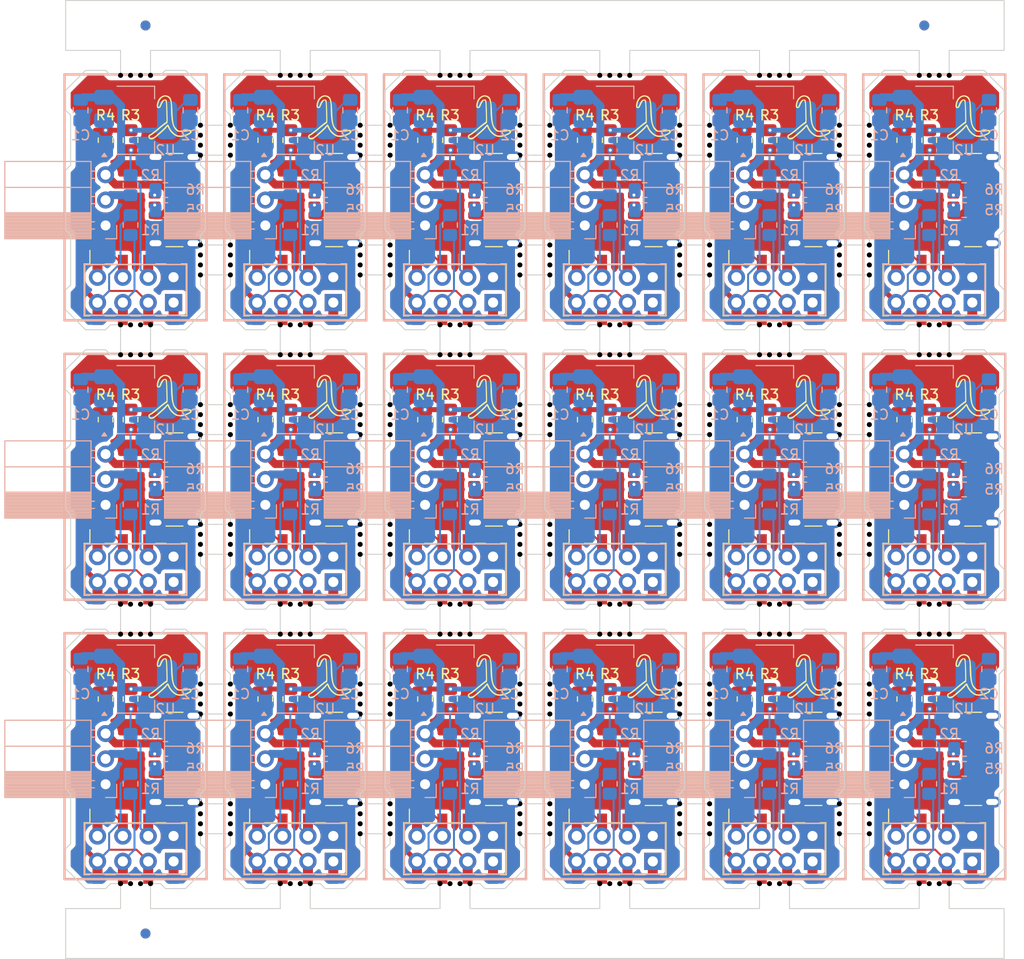
<source format=kicad_pcb>
(kicad_pcb (version 20241229) (generator "pcbnew") (generator_version "9.0")
  (layers (0 "F.Cu" signal) (2 "B.Cu" signal) (13 "F.Paste" user) (15 "B.Paste" user) (5 "F.SilkS" user "F.Silkscreen") (7 "B.SilkS" user "B.Silkscreen") (1 "F.Mask" user) (3 "B.Mask" user) (25 "Edge.Cuts" user))
  (net 0 "")
  (net 1 "Board_0-+5V")
  (net 2 "Board_0-3V3")
  (net 3 "Board_0-GND")
  (net 4 "Board_0-LED")
  (net 5 "Board_0-Net-(J3-CC1)")
  (net 6 "Board_0-Net-(J3-CC2)")
  (net 7 "Board_0-Net-(U1-GPIO0)")
  (net 8 "Board_0-Net-(U1-GPIO2)")
  (net 9 "Board_0-Net-(U1-RST)")
  (net 10 "Board_0-unconnected-(U1-URXD-Pad8)")
  (net 11 "Board_0-unconnected-(U1-UTXD-Pad1)")
  (net 12 "Board_1-+5V")
  (net 13 "Board_1-3V3")
  (net 14 "Board_1-GND")
  (net 15 "Board_1-LED")
  (net 16 "Board_1-Net-(J3-CC1)")
  (net 17 "Board_1-Net-(J3-CC2)")
  (net 18 "Board_1-Net-(U1-GPIO0)")
  (net 19 "Board_1-Net-(U1-GPIO2)")
  (net 20 "Board_1-Net-(U1-RST)")
  (net 21 "Board_1-unconnected-(U1-URXD-Pad8)")
  (net 22 "Board_1-unconnected-(U1-UTXD-Pad1)")
  (net 23 "Board_2-+5V")
  (net 24 "Board_2-3V3")
  (net 25 "Board_2-GND")
  (net 26 "Board_2-LED")
  (net 27 "Board_2-Net-(J3-CC1)")
  (net 28 "Board_2-Net-(J3-CC2)")
  (net 29 "Board_2-Net-(U1-GPIO0)")
  (net 30 "Board_2-Net-(U1-GPIO2)")
  (net 31 "Board_2-Net-(U1-RST)")
  (net 32 "Board_2-unconnected-(U1-URXD-Pad8)")
  (net 33 "Board_2-unconnected-(U1-UTXD-Pad1)")
  (net 34 "Board_3-+5V")
  (net 35 "Board_3-3V3")
  (net 36 "Board_3-GND")
  (net 37 "Board_3-LED")
  (net 38 "Board_3-Net-(J3-CC1)")
  (net 39 "Board_3-Net-(J3-CC2)")
  (net 40 "Board_3-Net-(U1-GPIO0)")
  (net 41 "Board_3-Net-(U1-GPIO2)")
  (net 42 "Board_3-Net-(U1-RST)")
  (net 43 "Board_3-unconnected-(U1-URXD-Pad8)")
  (net 44 "Board_3-unconnected-(U1-UTXD-Pad1)")
  (net 45 "Board_4-+5V")
  (net 46 "Board_4-3V3")
  (net 47 "Board_4-GND")
  (net 48 "Board_4-LED")
  (net 49 "Board_4-Net-(J3-CC1)")
  (net 50 "Board_4-Net-(J3-CC2)")
  (net 51 "Board_4-Net-(U1-GPIO0)")
  (net 52 "Board_4-Net-(U1-GPIO2)")
  (net 53 "Board_4-Net-(U1-RST)")
  (net 54 "Board_4-unconnected-(U1-URXD-Pad8)")
  (net 55 "Board_4-unconnected-(U1-UTXD-Pad1)")
  (net 56 "Board_5-+5V")
  (net 57 "Board_5-3V3")
  (net 58 "Board_5-GND")
  (net 59 "Board_5-LED")
  (net 60 "Board_5-Net-(J3-CC1)")
  (net 61 "Board_5-Net-(J3-CC2)")
  (net 62 "Board_5-Net-(U1-GPIO0)")
  (net 63 "Board_5-Net-(U1-GPIO2)")
  (net 64 "Board_5-Net-(U1-RST)")
  (net 65 "Board_5-unconnected-(U1-URXD-Pad8)")
  (net 66 "Board_5-unconnected-(U1-UTXD-Pad1)")
  (net 67 "Board_6-+5V")
  (net 68 "Board_6-3V3")
  (net 69 "Board_6-GND")
  (net 70 "Board_6-LED")
  (net 71 "Board_6-Net-(J3-CC1)")
  (net 72 "Board_6-Net-(J3-CC2)")
  (net 73 "Board_6-Net-(U1-GPIO0)")
  (net 74 "Board_6-Net-(U1-GPIO2)")
  (net 75 "Board_6-Net-(U1-RST)")
  (net 76 "Board_6-unconnected-(U1-URXD-Pad8)")
  (net 77 "Board_6-unconnected-(U1-UTXD-Pad1)")
  (net 78 "Board_7-+5V")
  (net 79 "Board_7-3V3")
  (net 80 "Board_7-GND")
  (net 81 "Board_7-LED")
  (net 82 "Board_7-Net-(J3-CC1)")
  (net 83 "Board_7-Net-(J3-CC2)")
  (net 84 "Board_7-Net-(U1-GPIO0)")
  (net 85 "Board_7-Net-(U1-GPIO2)")
  (net 86 "Board_7-Net-(U1-RST)")
  (net 87 "Board_7-unconnected-(U1-URXD-Pad8)")
  (net 88 "Board_7-unconnected-(U1-UTXD-Pad1)")
  (net 89 "Board_8-+5V")
  (net 90 "Board_8-3V3")
  (net 91 "Board_8-GND")
  (net 92 "Board_8-LED")
  (net 93 "Board_8-Net-(J3-CC1)")
  (net 94 "Board_8-Net-(J3-CC2)")
  (net 95 "Board_8-Net-(U1-GPIO0)")
  (net 96 "Board_8-Net-(U1-GPIO2)")
  (net 97 "Board_8-Net-(U1-RST)")
  (net 98 "Board_8-unconnected-(U1-URXD-Pad8)")
  (net 99 "Board_8-unconnected-(U1-UTXD-Pad1)")
  (net 100 "Board_9-+5V")
  (net 101 "Board_9-3V3")
  (net 102 "Board_9-GND")
  (net 103 "Board_9-LED")
  (net 104 "Board_9-Net-(J3-CC1)")
  (net 105 "Board_9-Net-(J3-CC2)")
  (net 106 "Board_9-Net-(U1-GPIO0)")
  (net 107 "Board_9-Net-(U1-GPIO2)")
  (net 108 "Board_9-Net-(U1-RST)")
  (net 109 "Board_9-unconnected-(U1-URXD-Pad8)")
  (net 110 "Board_9-unconnected-(U1-UTXD-Pad1)")
  (net 111 "Board_10-+5V")
  (net 112 "Board_10-3V3")
  (net 113 "Board_10-GND")
  (net 114 "Board_10-LED")
  (net 115 "Board_10-Net-(J3-CC1)")
  (net 116 "Board_10-Net-(J3-CC2)")
  (net 117 "Board_10-Net-(U1-GPIO0)")
  (net 118 "Board_10-Net-(U1-GPIO2)")
  (net 119 "Board_10-Net-(U1-RST)")
  (net 120 "Board_10-unconnected-(U1-URXD-Pad8)")
  (net 121 "Board_10-unconnected-(U1-UTXD-Pad1)")
  (net 122 "Board_11-+5V")
  (net 123 "Board_11-3V3")
  (net 124 "Board_11-GND")
  (net 125 "Board_11-LED")
  (net 126 "Board_11-Net-(J3-CC1)")
  (net 127 "Board_11-Net-(J3-CC2)")
  (net 128 "Board_11-Net-(U1-GPIO0)")
  (net 129 "Board_11-Net-(U1-GPIO2)")
  (net 130 "Board_11-Net-(U1-RST)")
  (net 131 "Board_11-unconnected-(U1-URXD-Pad8)")
  (net 132 "Board_11-unconnected-(U1-UTXD-Pad1)")
  (net 133 "Board_12-+5V")
  (net 134 "Board_12-3V3")
  (net 135 "Board_12-GND")
  (net 136 "Board_12-LED")
  (net 137 "Board_12-Net-(J3-CC1)")
  (net 138 "Board_12-Net-(J3-CC2)")
  (net 139 "Board_12-Net-(U1-GPIO0)")
  (net 140 "Board_12-Net-(U1-GPIO2)")
  (net 141 "Board_12-Net-(U1-RST)")
  (net 142 "Board_12-unconnected-(U1-URXD-Pad8)")
  (net 143 "Board_12-unconnected-(U1-UTXD-Pad1)")
  (net 144 "Board_13-+5V")
  (net 145 "Board_13-3V3")
  (net 146 "Board_13-GND")
  (net 147 "Board_13-LED")
  (net 148 "Board_13-Net-(J3-CC1)")
  (net 149 "Board_13-Net-(J3-CC2)")
  (net 150 "Board_13-Net-(U1-GPIO0)")
  (net 151 "Board_13-Net-(U1-GPIO2)")
  (net 152 "Board_13-Net-(U1-RST)")
  (net 153 "Board_13-unconnected-(U1-URXD-Pad8)")
  (net 154 "Board_13-unconnected-(U1-UTXD-Pad1)")
  (net 155 "Board_14-+5V")
  (net 156 "Board_14-3V3")
  (net 157 "Board_14-GND")
  (net 158 "Board_14-LED")
  (net 159 "Board_14-Net-(J3-CC1)")
  (net 160 "Board_14-Net-(J3-CC2)")
  (net 161 "Board_14-Net-(U1-GPIO0)")
  (net 162 "Board_14-Net-(U1-GPIO2)")
  (net 163 "Board_14-Net-(U1-RST)")
  (net 164 "Board_14-unconnected-(U1-URXD-Pad8)")
  (net 165 "Board_14-unconnected-(U1-UTXD-Pad1)")
  (net 166 "Board_15-+5V")
  (net 167 "Board_15-3V3")
  (net 168 "Board_15-GND")
  (net 169 "Board_15-LED")
  (net 170 "Board_15-Net-(J3-CC1)")
  (net 171 "Board_15-Net-(J3-CC2)")
  (net 172 "Board_15-Net-(U1-GPIO0)")
  (net 173 "Board_15-Net-(U1-GPIO2)")
  (net 174 "Board_15-Net-(U1-RST)")
  (net 175 "Board_15-unconnected-(U1-URXD-Pad8)")
  (net 176 "Board_15-unconnected-(U1-UTXD-Pad1)")
  (net 177 "Board_16-+5V")
  (net 178 "Board_16-3V3")
  (net 179 "Board_16-GND")
  (net 180 "Board_16-LED")
  (net 181 "Board_16-Net-(J3-CC1)")
  (net 182 "Board_16-Net-(J3-CC2)")
  (net 183 "Board_16-Net-(U1-GPIO0)")
  (net 184 "Board_16-Net-(U1-GPIO2)")
  (net 185 "Board_16-Net-(U1-RST)")
  (net 186 "Board_16-unconnected-(U1-URXD-Pad8)")
  (net 187 "Board_16-unconnected-(U1-UTXD-Pad1)")
  (net 188 "Board_17-+5V")
  (net 189 "Board_17-3V3")
  (net 190 "Board_17-GND")
  (net 191 "Board_17-LED")
  (net 192 "Board_17-Net-(J3-CC1)")
  (net 193 "Board_17-Net-(J3-CC2)")
  (net 194 "Board_17-Net-(U1-GPIO0)")
  (net 195 "Board_17-Net-(U1-GPIO2)")
  (net 196 "Board_17-Net-(U1-RST)")
  (net 197 "Board_17-unconnected-(U1-URXD-Pad8)")
  (net 198 "Board_17-unconnected-(U1-UTXD-Pad1)")
  (footprint "NPTH" (layer "F.Cu") (at 182 34.5005)
    (property "Reference" "KiKit_MB_32_2" (hide yes))
    (property "Value" "NPTH" (hide yes))
  )
  (footprint "NPTH" (layer "F.Cu") (at 118 32.5005)
    (property "Reference" "KiKit_MB_10_4" (hide yes))
    (property "Value" "NPTH" (hide yes))
  )
  (footprint "NPTH" (layer "F.Cu") (at 166 72.5005)
    (property "Reference" "KiKit_MB_58_4" (hide yes))
    (property "Value" "NPTH" (hide yes))
  )
  (footprint "NPTH" (layer "F.Cu") (at 118 101.5005)
    (property "Reference" "KiKit_MB_72_3" (hide yes))
    (property "Value" "NPTH" (hide yes))
  )
  (footprint "NPTH" (layer "F.Cu") (at 141 108.5005)
    (property "Reference" "KiKit_MB_77_2" (hide yes))
    (property "Value" "NPTH" (hide yes))
  )
  (footprint "NPTH" (layer "F.Cu") (at 188 108.5005)
    (property "Reference" "KiKit_MB_93_3" (hide yes))
    (property "Value" "NPTH" (hide yes))
  )
  (footprint "Connector_PinSocket_2.54mm:PinSocket_2x04_P2.54mm_Vertical_SMD" (layer "F.Cu") (at 188.5 105.0005 90)
    (property "Reference" "U1_" (hide yes))
    (property "Value" "PinSocket_2x04_P2.54mm_Vertical_SMD" (hide yes))
  )
  (footprint "Connector_USB:USB_C_Receptacle_GCT_USB4125-xx-x_6P_TopMnt_Horizontal" (layer "F.Cu") (at 161.5 68.0005 90)
    (property "Reference" "J3" (hide yes))
    (property "Value" "USB_C_Receptacle_PowerOnly_6P" (hide yes))
  )
  (footprint "NPTH" (layer "F.Cu") (at 182 32.5005)
    (property "Reference" "KiKit_MB_32_4" (hide yes))
    (property "Value" "NPTH" (hide yes))
  )
  (footprint "NPTH" (layer "F.Cu") (at 147 62.5005)
    (property "Reference" "KiKit_MB_44_3" (hide yes))
    (property "Value" "NPTH" (hide yes))
  )
  (footprint "NPTH" (layer "F.Cu") (at 115 88.5005)
    (property "Reference" "KiKit_MB_66_1" (hide yes))
    (property "Value" "NPTH" (hide yes))
  )
  (footprint "NPTH" (layer "F.Cu") (at 131 62.5005)
    (property "Reference" "KiKit_MB_38_3" (hide yes))
    (property "Value" "NPTH" (hide yes))
  )
  (footprint "NPTH" (layer "F.Cu") (at 134 44.5005)
    (property "Reference" "KiKit_MB_14_4" (hide yes))
    (property "Value" "NPTH" (hide yes))
  )
  (footprint "NPTH" (layer "F.Cu") (at 163 61.5005)
    (property "Reference" "KiKit_MB_50_2" (hide yes))
    (property "Value" "NPTH" (hide yes))
  )
  (footprint "NPTH" (layer "F.Cu") (at 131 74.5005)
    (property "Reference" "KiKit_MB_37_3" (hide yes))
    (property "Value" "NPTH" (hide yes))
  )
  (footprint "NPTH" (layer "F.Cu") (at 182 46.5005)
    (property "Reference" "KiKit_MB_30_2" (hide yes))
    (property "Value" "NPTH" (hide yes))
  )
  (footprint "NPTH" (layer "F.Cu") (at 179 63.5005)
    (property "Reference" "KiKit_MB_56_4" (hide yes))
    (property "Value" "NPTH" (hide yes))
  )
  (footprint "NPTH" (layer "F.Cu") (at 182 101.5005)
    (property "Reference" "KiKit_MB_94_3" (hide yes))
    (property "Value" "NPTH" (hide yes))
  )
  (footprint "NPTH" (layer "F.Cu") (at 187 27.5005)
    (property "Reference" "KiKit_MB_31_1" (hide yes))
    (property "Value" "NPTH" (hide yes))
  )
  (footprint "Resistor_SMD:R_0805_2012Metric_Pad1.20x1.40mm_HandSolder" (layer "F.Cu") (at 169.5 90.0005 90)
    (property "Reference" "R4")
    (property "Value" "10k" (hide yes))
  )
  (footprint "Connector_PinSocket_2.54mm:PinSocket_2x04_P2.54mm_Vertical_SMD" (layer "F.Cu") (at 124.5 105.0005 90)
    (property "Reference" "U1_" (hide yes))
    (property "Value" "PinSocket_2x04_P2.54mm_Vertical_SMD" (hide yes))
  )
  (footprint "NPTH" (layer "F.Cu") (at 182 100.5005)
    (property "Reference" "KiKit_MB_94_4" (hide yes))
    (property "Value" "NPTH" (hide yes))
  )
  (footprint "NPTH" (layer "F.Cu") (at 108 27.5005)
    (property "Reference" "KiKit_MB_4_2" (hide yes))
    (property "Value" "NPTH" (hide yes))
  )
  (footprint "NPTH" (layer "F.Cu") (at 107 108.5005)
    (property "Reference" "KiKit_MB_67_4" (hide yes))
    (property "Value" "NPTH" (hide yes))
  )
  (footprint "NPTH" (layer "F.Cu") (at 166 47.5005)
    (property "Reference" "KiKit_MB_26_1" (hide yes))
    (property "Value" "NPTH" (hide yes))
  )
  (footprint "NPTH" (layer "F.Cu") (at 150 102.5005)
    (property "Reference" "KiKit_MB_84_2" (hide yes))
    (property "Value" "NPTH" (hide yes))
  )
  (footprint "NPTH" (layer "F.Cu") (at 174 108.5005)
    (property "Reference" "KiKit_MB_89_1" (hide yes))
    (property "Value" "NPTH" (hide yes))
  )
  (footprint "NPTH" (layer "F.Cu") (at 134 34.5005)
    (property "Reference" "KiKit_MB_16_2" (hide yes))
    (property "Value" "NPTH" (hide yes))
  )
  (footprint "NPTH" (layer "F.Cu") (at 150 33.5005)
    (property "Reference" "KiKit_MB_22_3" (hide yes))
    (property "Value" "NPTH" (hide yes))
  )
  (footprint "NPTH" (layer "F.Cu") (at 179 60.5005)
    (property "Reference" "KiKit_MB_56_1" (hide yes))
    (property "Value" "NPTH" (hide yes))
  )
  (footprint "Resistor_SMD:R_0805_2012Metric_Pad1.20x1.40mm_HandSolder" (layer "F.Cu") (at 185.5 90.0005 90)
    (property "Reference" "R4")
    (property "Value" "10k" (hide yes))
  )
  (footprint "NPTH" (layer "F.Cu") (at 124 83.5005)
    (property "Reference" "KiKit_MB_73_2" (hide yes))
    (property "Value" "NPTH" (hide yes))
  )
  (footprint "NPTH" (layer "F.Cu") (at 188 55.5005)
    (property "Reference" "KiKit_MB_63_2" (hide yes))
    (property "Value" "NPTH" (hide yes))
  )
  (footprint "NPTH" (layer "F.Cu") (at 131 63.5005)
    (property "Reference" "KiKit_MB_38_4" (hide yes))
    (property "Value" "NPTH" (hide yes))
  )
  (footprint "NPTH" (layer "F.Cu") (at 147 91.5005)
    (property "Reference" "KiKit_MB_76_4" (hide yes))
    (property "Value" "NPTH" (hide yes))
  )
  (footprint "NPTH" (layer "F.Cu") (at 157 80.5005)
    (property "Reference" "KiKit_MB_51_2" (hide yes))
    (property "Value" "NPTH" (hide yes))
  )
  (footprint "NPTH" (layer "F.Cu") (at 166 63.5005)
    (property "Reference" "KiKit_MB_60_1" (hide yes))
    (property "Value" "NPTH" (hide yes))
  )
  (footprint "NPTH" (layer "F.Cu") (at 142 83.5005)
    (property "Reference" "KiKit_MB_79_4" (hide yes))
    (property "Value" "NPTH" (hide yes))
  )
  (footprint "NPTH" (layer "F.Cu") (at 118 89.5005)
    (property "Reference" "KiKit_MB_74_3" (hide yes))
    (property "Value" "NPTH" (hide yes))
  )
  (footprint "NPTH" (layer "F.Cu") (at 110 108.5005)
    (property "Reference" "KiKit_MB_67_1" (hide yes))
    (property "Value" "NPTH" (hide yes))
  )
  (footprint "NPTH" (layer "F.Cu") (at 110 27.5005)
    (property "Reference" "KiKit_MB_4_4" (hide yes))
    (property "Value" "NPTH" (hide yes))
  )
  (footprint "NPTH" (layer "F.Cu") (at 188 80.5005)
    (property "Reference" "KiKit_MB_61_3" (hide yes))
    (property "Value" "NPTH" (hide yes))
  )
  (footprint "Connector_PinSocket_2.54mm:PinSocket_2x04_P2.54mm_Vertical_SMD" (layer "F.Cu") (at 188.5 77.0005 90)
    (property "Reference" "U1_" (hide yes))
    (property "Value" "PinSocket_2x04_P2.54mm_Vertical_SMD" (hide yes))
  )
  (footprint "NPTH" (layer "F.Cu") (at 131 46.5005)
    (property "Reference" "KiKit_MB_5_3" (hide yes))
    (property "Value" "NPTH" (hide yes))
  )
  (footprint "NPTH" (layer "F.Cu") (at 131 90.5005)
    (property "Reference" "KiKit_MB_70_3" (hide yes))
    (property "Value" "NPTH" (hide yes))
  )
  (footprint "NPTH" (layer "F.Cu") (at 179 72.5005)
    (property "Reference" "KiKit_MB_55_1" (hide yes))
    (property "Value" "NPTH" (hide yes))
  )
  (footprint "NPTH" (layer "F.Cu") (at 179 103.5005)
    (property "Reference" "KiKit_MB_87_4" (hide yes))
    (property "Value" "NPTH" (hide yes))
  )
  (footprint "Connector_USB:USB_C_Receptacle_GCT_USB4125-xx-x_6P_TopMnt_Horizontal" (layer "F.Cu") (at 161.5 96.0005 90)
    (property "Reference" "J3" (hide yes))
    (property "Value" "USB_C_Receptacle_PowerOnly_6P" (hide yes))
  )
  (footprint "NPTH" (layer "F.Cu") (at 118 72.5005)
    (property "Reference" "KiKit_MB_40_4" (hide yes))
    (property "Value" "NPTH" (hide yes))
  )
  (footprint "Resistor_SMD:R_0805_2012Metric_Pad1.20x1.40mm_HandSolder" (layer "F.Cu") (at 124 90.0005 90)
    (property "Reference" "R3")
    (property "Value" "10k" (hide yes))
  )
  (footprint "NPTH" (layer "F.Cu") (at 150 60.5005)
    (property "Reference" "KiKit_MB_54_4" (hide yes))
    (property "Value" "NPTH" (hide yes))
  )
  (footprint "Resistor_SMD:R_0805_2012Metric_Pad1.20x1.40mm_HandSolder" (layer "F.Cu") (at 124 34.0005 90)
    (property "Reference" "R3")
    (property "Value" "10k" (hide yes))
  )
  (footprint "NPTH" (layer "F.Cu") (at 187 52.5005)
    (property "Reference" "KiKit_MB_29_4" (hide yes))
    (property "Value" "NPTH" (hide yes))
  )
  (footprint "NPTH" (layer "F.Cu") (at 163 101.5005)
    (property "Reference" "KiKit_MB_81_2" (hide yes))
    (property "Value" "NPTH" (hide yes))
  )
  (footprint "NPTH" (layer "F.Cu") (at 187 83.5005)
    (property "Reference" "KiKit_MB_95_1" (hide yes))
    (property "Value" "NPTH" (hide yes))
  )
  (footprint "NPTH" (layer "F.Cu") (at 131 103.5005)
    (property "Reference" "KiKit_MB_69_4" (hide yes))
    (property "Value" "NPTH" (hide yes))
  )
  (footprint "NPTH" (layer "F.Cu") (at 157 55.5005)
    (property "Reference" "KiKit_MB_53_3" (hide yes))
    (property "Value" "NPTH" (hide yes))
  )
  (footprint "Connector_USB:USB_C_Receptacle_GCT_USB4125-xx-x_6P_TopMnt_Horizontal" (layer "F.Cu") (at 193.5 40.0005 90)
    (property "Reference" "J3" (hide yes))
    (property "Value" "USB_C_Receptacle_PowerOnly_6P" (hide yes))
  )
  (footprint "NPTH" (layer "F.Cu") (at 158 83.5005)
    (property "Reference" "KiKit_MB_85_4" (hide yes))
    (property "Value" "NPTH" (hide yes))
  )
  (footprint "NPTH" (layer "F.Cu") (at 125 83.5005)
    (property "Reference" "KiKit_MB_73_3" (hide yes))
    (property "Value" "NPTH" (hide yes))
  )
  (footprint "NPTH" (layer "F.Cu") (at 174 80.5005)
    (property "Reference" "KiKit_MB_57_1" (hide yes))
    (property "Value" "NPTH" (hide yes))
  )
  (footprint "NPTH" (layer "F.Cu") (at 166 90.5005)
    (property "Reference" "KiKit_MB_92_2" (hide yes))
    (property "Value" "NPTH" (hide yes))
  )
  (footprint "NPTH" (layer "F.Cu") (at 163 73.5005)
    (property "Reference" "KiKit_MB_49_2" (hide yes))
    (property "Value" "NPTH" (hide yes))
  )
  (footprint "NPTH" (layer "F.Cu") (at 108 108.5005)
    (property "Reference" "KiKit_MB_67_3" (hide yes))
    (property "Value" "NPTH" (hide yes))
  )
  (footprint "NPTH" (layer "F.Cu") (at 150 100.5005)
    (property "Reference" "KiKit_MB_84_4" (hide yes))
    (property "Value" "NPTH" (hide yes))
  )
  (footprint "NPTH" (layer "F.Cu") (at 147 34.5005)
    (property "Reference" "KiKit_MB_12_3" (hide yes))
    (property "Value" "NPTH" (hide yes))
  )
  (footprint "Resistor_SMD:R_0805_2012Metric_Pad1.20x1.40mm_HandSolder" (layer "F.Cu") (at 172 62.0005 90)
    (property "Reference" "R3")
    (property "Value" "10k" (hide yes))
  )
  (footprint "NPTH" (layer "F.Cu") (at 158 108.5005)
    (property "Reference" "KiKit_MB_83_1" (hide yes))
    (property "Value" "NPTH" (hide yes))
  )
  (footprint "NPTH" (layer "F.Cu") (at 134 88.5005)
    (property "Reference" "KiKit_MB_80_4" (hide yes))
    (property "Value" "NPTH" (hide yes))
  )
  (footprint "NPTH" (layer "F.Cu") (at 147 44.5005)
    (property "Reference" "KiKit_MB_11_1" (hide yes))
    (property "Value" "NPTH" (hide yes))
  )
  (footprint "NPTH" (layer "F.Cu") (at 115 34.5005)
    (property "Reference" "KiKit_MB_2_3" (hide yes))
    (property "Value" "NPTH" (hide yes))
  )
  (footprint "Resistor_SMD:R_0805_2012Metric_Pad1.20x1.40mm_HandSolder" (layer "F.Cu") (at 153.5 90.0005 90)
    (property "Reference" "R4")
    (property "Value" "10k" (hide yes))
  )
  (footprint "Resistor_SMD:R_0805_2012Metric_Pad1.20x1.40mm_HandSolder" (layer "F.Cu") (at 108 62.0005 90)
    (property "Reference" "R3")
    (property "Value" "10k" (hide yes))
  )
  (footprint "NPTH" (layer "F.Cu") (at 182 44.5005)
    (property "Reference" "KiKit_MB_30_4" (hide yes))
    (property "Value" "NPTH" (hide yes))
  )
  (footprint "NPTH" (layer "F.Cu") (at 126 80.5005)
    (property "Reference" "KiKit_MB_39_1" (hide yes))
    (property "Value" "NPTH" (hide yes))
  )
  (footprint "NPTH" (layer "F.Cu") (at 157 52.5005)
    (property "Reference" "KiKit_MB_19_2" (hide yes))
    (property "Value" "NPTH" (hide yes))
  )
  (footprint "NPTH" (layer "F.Cu") (at 182 90.5005)
    (property "Reference" "KiKit_MB_96_2" (hide yes))
    (property "Value" "NPTH" (hide yes))
  )
  (footprint "NPTH" (layer "F.Cu") (at 125 27.5005)
    (property "Reference" "KiKit_MB_9_3" (hide yes))
    (property "Value" "NPTH" (hide yes))
  )
  (footprint "NPTH" (layer "F.Cu") (at 115 74.5005)
    (property "Reference" "KiKit_MB_33_3" (hide yes))
    (property "Value" "NPTH" (hide yes))
  )
  (footprint "Resistor_SMD:R_0805_2012Metric_Pad1.20x1.40mm_HandSolder" (layer "F.Cu") (at 153.5 62.0005 90)
    (property "Reference" "R4")
    (property "Value" "10k" (hide yes))
  )
  (footprint "Fiducial" (layer "F.Cu") (at 109.5 22.5)
    (property "Reference" "KiKit_FID_T_1" (hide yes))
    (property "Value" "Fiducial" (hide yes))
  )
  (footprint "NPTH" (layer "F.Cu") (at 118 46.5005)
    (property "Reference" "KiKit_MB_8_2" (hide yes))
    (property "Value" "NPTH" (hide yes))
  )
  (footprint "NPTH" (layer "F.Cu") (at 134 63.5005)
    (property "Reference" "KiKit_MB_48_1" (hide yes))
    (property "Value" "NPTH" (hide yes))
  )
  (footprint "NPTH" (layer "F.Cu") (at 134 73.5005)
    (property "Reference" "KiKit_MB_46_3" (hide yes))
    (property "Value" "NPTH" (hide yes))
  )
  (footprint "NPTH" (layer "F.Cu") (at 115 90.5005)
    (property "Reference" "KiKit_MB_66_3" (hide yes))
    (property "Value" "NPTH" (hide yes))
  )
  (footprint "NPTH" (layer "F.Cu") (at 150 101.5005)
    (property "Reference" "KiKit_MB_84_3" (hide yes))
    (property "Value" "NPTH" (hide yes))
  )
  (footprint "NPTH" (layer "F.Cu") (at 163 35.5005)
    (property "Reference" "KiKit_MB_18_4" (hide yes))
    (property "Value" "NPTH" (hide yes))
  )
  (footprint "NPTH" (layer "F.Cu") (at 179 61.5005)
    (property "Reference" "KiKit_MB_56_2" (hide yes))
    (property "Value" "NPTH" (hide yes))
  )
  (footprint "NPTH" (layer "F.Cu") (at 166 100.5005)
    (property "Reference" "KiKit_MB_90_4" (hide yes))
    (property "Value" "NPTH" (hide yes))
  )
  (footprint "NPTH" (layer "F.Cu") (at 134 103.5005)
    (property "Reference" "KiKit_MB_78_1" (hide yes))
    (property "Value" "NPTH" (hide yes))
  )
  (footprint "Connector_USB:USB_C_Receptacle_GCT_USB4125-xx-x_6P_TopMnt_Horizontal" (layer "F.Cu") (at 177.5 96.0005 90)
    (property "Reference" "J3" (hide yes))
    (property "Value" "USB_C_Receptacle_PowerOnly_6P" (hide yes))
  )
  (footprint "NPTH" (layer "F.Cu") (at 115 102.5005)
    (property "Reference" "KiKit_MB_65_3" (hide yes))
    (property "Value" "NPTH" (hide yes))
  )
  (footprint "Resistor_SMD:R_0805_2012Metric_Pad1.20x1.40mm_HandSolder" (layer "F.Cu") (at 121.5 62.0005 90)
    (property "Reference" "R4")
    (property "Value" "10k" (hide yes))
  )
  (footprint "Resistor_SMD:R_0805_2012Metric_Pad1.20x1.40mm_HandSolder" (layer "F.Cu") (at 121.5 90.0005 90)
    (property "Reference" "R4")
    (property "Value" "10k" (hide yes))
  )
  (footprint "Resistor_SMD:R_0805_2012Metric_Pad1.20x1.40mm_HandSolder" (layer "F.Cu") (at 140 62.0005 90)
    (property "Reference" "R3")
    (property "Value" "10k" (hide yes))
  )
  (footprint "NPTH" (layer "F.Cu") (at 172 52.5005)
    (property "Reference" "KiKit_MB_25_3" (hide yes))
    (property "Value" "NPTH" (hide yes))
  )
  (footprint "NPTH" (layer "F.Cu") (at 115 46.5005)
    (property "Reference" "KiKit_MB_1_3" (hide yes))
    (property "Value" "NPTH" (hide yes))
  )
  (footprint "NPTH" (layer "F.Cu") (at 131 89.5005)
    (property "Reference" "KiKit_MB_70_2" (hide yes))
    (property "Value" "NPTH" (hide yes))
  )
  (footprint "NPTH" (layer "F.Cu") (at 190 80.5005)
    (property "Reference" "KiKit_MB_61_1" (hide yes))
    (property "Value" "NPTH" (hide yes))
  )
  (footprint "NPTH" (layer "F.Cu") (at 134 102.5005)
    (property "Reference" "KiKit_MB_78_2" (hide yes))
    (property "Value" "NPTH" (hide yes))
  )
  (footprint "Connector_PinSocket_2.54mm:PinSocket_2x04_P2.54mm_Vertical_SMD" (layer "F.Cu") (at 140.5 105.0005 90)
    (property "Reference" "U1_" (hide yes))
    (property "Value" "PinSocket_2x04_P2.54mm_Vertical_SMD" (hide yes))
  )
  (footprint "NPTH" (layer "F.Cu") (at 150 46.5005)
    (property "Reference" "KiKit_MB_20_2" (hide yes))
    (property "Value" "NPTH" (hide yes))
  )
  (footprint "Resistor_SMD:R_0805_2012Metric_Pad1.20x1.40mm_HandSolder" (layer "F.Cu") (at 140 34.0005 90)
    (property "Reference" "R3")
    (property "Value" "10k" (hide yes))
  )
  (footprint "NPTH" (layer "F.Cu") (at 131 91.5005)
    (property "Reference" "KiKit_MB_70_4" (hide yes))
    (property "Value" "NPTH" (hide yes))
  )
  (footprint "NPTH" (layer "F.Cu") (at 118 61.5005)
    (property "Reference" "KiKit_MB_42_3" (hide yes))
    (property "Value" "NPTH" (hide yes))
  )
  (footprint "NPTH" (layer "F.Cu") (at 118 35.5005)
    (property "Reference" "KiKit_MB_10_1" (hide yes))
    (property "Value" "NPTH" (hide yes))
  )
  (footprint "NPTH" (layer "F.Cu") (at 163 91.5005)
    (property "Reference" "KiKit_MB_82_4" (hide yes))
    (property "Value" "NPTH" (hide yes))
  )
  (footprint "NPTH" (layer "F.Cu") (at 139 52.5005)
    (property "Reference" "KiKit_MB_13_4" (hide yes))
    (property "Value" "NPTH" (hide yes))
  )
  (footprint "NPTH" (layer "F.Cu") (at 174 83.5005)
    (property "Reference" "KiKit_MB_91_4" (hide yes))
    (property "Value" "NPTH" (hide yes))
  )
  (footprint "NPTH" (layer "F.Cu") (at 139 55.5005)
    (property "Reference" "KiKit_MB_47_1" (hide yes))
    (property "Value" "NPTH" (hide yes))
  )
  (footprint "NPTH" (layer "F.Cu") (at 131 33.5005)
    (property "Reference" "KiKit_MB_6_2" (hide yes))
    (property "Value" "NPTH" (hide yes))
  )
  (footprint "NPTH" (layer "F.Cu") (at 147 100.5005)
    (property "Reference" "KiKit_MB_75_1" (hide yes))
    (property "Value" "NPTH" (hide yes))
  )
  (footprint "NPTH" (layer "F.Cu") (at 155 80.5005)
    (property "Reference" "KiKit_MB_51_4" (hide yes))
    (property "Value" "NPTH" (hide yes))
  )
  (footprint "Resistor_SMD:R_0805_2012Metric_Pad1.20x1.40mm_HandSolder" (layer "F.Cu") (at 105.5 62.0005 90)
    (property "Reference" "R4")
    (property "Value" "10k" (hide yes))
  )
  (footprint "NPTH" (layer "F.Cu") (at 147 60.5005)
    (property "Reference" "KiKit_MB_44_1" (hide yes))
    (property "Value" "NPTH" (hide yes))
  )
  (footprint "NPTH" (layer "F.Cu") (at 139 83.5005)
    (property "Reference" "KiKit_MB_79_1" (hide yes))
    (property "Value" "NPTH" (hide yes))
  )
  (footprint "Connector_PinSocket_2.54mm:PinSocket_2x04_P2.54mm_Vertical_SMD" (layer "F.Cu") (at 188.5 49.0005 90)
    (property "Reference" "U1_" (hide yes))
    (property "Value" "PinSocket_2x04_P2.54mm_Vertical_SMD" (hide yes))
  )
  (footprint "NPTH" (layer "F.Cu") (at 125 52.5005)
    (property "Reference" "KiKit_MB_7_2" (hide yes))
    (property "Value" "NPTH" (hide yes))
  )
  (footprint "NPTH" (layer "F.Cu") (at 131 44.5005)
    (property "Reference" "KiKit_MB_5_1" (hide yes))
    (property "Value" "NPTH" (hide yes))
  )
  (footprint "NPTH" (layer "F.Cu") (at 187 55.5005)
    (property "Reference" "KiKit_MB_63_1" (hide yes))
    (property "Value" "NPTH" (hide yes))
  )
  (footprint "NPTH" (layer "F.Cu") (at 147 46.5005)
    (property "Reference" "KiKit_MB_11_3" (hide yes))
    (property "Value" "NPTH" (hide yes))
  )
  (footprint "NPTH" (layer "F.Cu") (at 189 108.5005)
    (property "Reference" "KiKit_MB_93_2" (hide yes))
    (property "Value" "NPTH" (hide yes))
  )
  (footprint "NPTH" (layer "F.Cu") (at 179 47.5005)
    (property "Reference" "KiKit_MB_23_4" (hide yes))
    (property "Value" "NPTH" (hide yes))
  )
  (footprint "Connector_PinSocket_2.54mm:PinSocket_2x04_P2.54mm_Vertical_SMD" (layer "F.Cu") (at 124.5 77.0005 90)
    (property "Reference" "U1_" (hide yes))
    (property "Value" "PinSocket_2x04_P2.54mm_Vertical_SMD" (hide yes))
  )
  (footprint "NPTH" (layer "F.Cu") (at 131 102.5005)
    (property "Reference" "KiKit_MB_69_3" (hide yes))
    (property "Value" "NPTH" (hide yes))
  )
  (footprint "Connector_PinSocket_2.54mm:PinSocket_2x04_P2.54mm_Vertical_SMD" (layer "F.Cu") (at 124.5 49.0005 90)
    (property "Reference" "U1_" (hide yes))
    (property "Value" "PinSocket_2x04_P2.54mm_Vertical_SMD" (hide yes))
  )
  (footprint "NPTH" (layer "F.Cu") (at 147 73.5005)
    (property "Reference" "KiKit_MB_43_2" (hide yes))
    (property "Value" "NPTH" (hide yes))
  )
  (footprint "NPTH" (layer "F.Cu") (at 131 35.5005)
    (property "Reference" "KiKit_MB_6_4" (hide yes))
    (property "Value" "NPTH" (hide yes))
  )
  (footprint "Resistor_SMD:R_0805_2012Metric_Pad1.20x1.40mm_HandSolder" (layer "F.Cu") (at 185.5 62.0005 90)
    (property "Reference" "R4")
    (property "Value" "10k" (hide yes))
  )
  (footprint "NPTH" (layer "F.Cu") (at 171 80.5005)
    (property "Reference" "KiKit_MB_57_4" (hide yes))
    (property "Value" "NPTH" (hide yes))
  )
  (footprint "NPTH" (layer "F.Cu") (at 158 52.5005)
    (property "Reference" "KiKit_MB_19_1" (hide yes))
    (property "Value" "NPTH" (hide yes))
  )
  (footprint "Resistor_SMD:R_0805_2012Metric_Pad1.20x1.40mm_HandSolder" (layer "F.Cu") (at 188 34.0005 90)
    (property "Reference" "R3")
    (property "Value" "10k" (hide yes))
  )
  (footprint "Connector_PinSocket_2.54mm:PinSocket_2x04_P2.54mm_Vertical_SMD" (layer "F.Cu") (at 172.5 105.0005 90)
    (property "Reference" "U1_" (hide yes))
    (property "Value" "PinSocket_2x04_P2.54mm_Vertical_SMD" (hide yes))
  )
  (footprint "NPTH" (layer "F.Cu") (at 147 90.5005)
    (property "Reference" "KiKit_MB_76_3" (hide yes))
    (property "Value" "NPTH" (hide yes))
  )
  (footprint "NPTH" (layer "F.Cu") (at 163 75.5005)
    (property "Reference" "KiKit_MB_49_4" (hide yes))
    (property "Value" "NPTH" (hide yes))
  )
  (footprint "NPTH" (layer "F.Cu") (at 118 73.5005)
    (property "Reference" "KiKit_MB_40_3" (hide yes))
    (property "Value" "NPTH" (hide yes))
  )
  (footprint "Resistor_SMD:R_0805_2012Metric_Pad1.20x1.40mm_HandSolder" (layer "F.Cu") (at 140 90.0005 90)
    (property "Reference" "R3")
    (property "Value" "10k" (hide yes))
  )
  (footprint "NPTH" (layer "F.Cu") (at 155 83.5005)
    (property "Reference" "KiKit_MB_85_1" (hide yes))
    (property "Value" "NPTH" (hide yes))
  )
  (footprint "NPTH" (layer "F.Cu") (at 126 52.5005)
    (property "Reference" "KiKit_MB_7_1" (hide yes))
    (property "Value" "NPTH" (hide yes))
  )
  (footprint "NPTH" (layer "F.Cu") (at 147 89.5005)
    (property "Reference" "KiKit_MB_76_2" (hide yes))
    (property "Value" "NPTH" (hide yes))
  )
  (footprint "NPTH" (layer "F.Cu") (at 140 52.5005)
    (property "Reference" "KiKit_MB_13_3" (hide yes))
    (property "Value" "NPTH" (hide yes))
  )
  (footprint "NPTH" (layer "F.Cu") (at 141 80.5005)
    (property "Reference" "KiKit_MB_45_2" (hide yes))
    (property "Value" "NPTH" (hide yes))
  )
  (footprint "NPTH" (layer "F.Cu") (at 163 100.5005)
    (property "Reference" "KiKit_MB_81_1" (hide yes))
    (property "Value" "NPTH" (hide yes))
  )
  (footprint "NPTH" (layer "F.Cu") (at 118 44.5005)
    (property "Reference" "KiKit_MB_8_4" (hide yes))
    (property "Value" "NPTH" (hide yes))
  )
  (footprint "NPTH" (layer "F.Cu") (at 110 80.5005)
    (property "Reference" "KiKit_MB_35_1" (hide yes))
    (property "Value" "NPTH" (hide yes))
  )
  (footprint "NPTH" (layer "F.Cu") (at 172 83.5005)
    (property "Reference" "KiKit_MB_91_2" (hide yes))
    (property "Value" "NPTH" (hide yes))
  )
  (footprint "Connector_PinSocket_2.54mm:PinSocket_2x04_P2.54mm_Vertical_SMD" (layer "F.Cu") (at 140.5 77.0005 90)
    (property "Reference" "U1_" (hide yes))
    (property "Value" "PinSocket_2x04_P2.54mm_Vertical_SMD" (hide yes))
  )
  (footprint "NPTH" (layer "F.Cu") (at 156 108.5005)
    (property "Reference" "KiKit_MB_83_3" (hide yes))
    (property "Value" "NPTH" (hide yes))
  )
  (footprint "NPTH" (layer "F.Cu") (at 155 55.5005)
    (property "Reference" "KiKit_MB_53_1" (hide yes))
    (property "Value" "NPTH" (hide yes))
  )
  (footprint "NPTH" (layer "F.Cu") (at 150 34.5005)
    (property "Reference" "KiKit_MB_22_2" (hide yes))
    (property "Value" "NPTH" (hide yes))
  )
  (footprint "NPTH" (layer "F.Cu") (at 134 35.5005)
    (property "Reference" "KiKit_MB_16_1" (hide yes))
    (property "Value" "NPTH" (hide yes))
  )
  (footprint "NPTH" (layer "F.Cu") (at 131 34.5005)
    (property "Reference" "KiKit_MB_6_3" (hide yes))
    (property "Value" "NPTH" (hide yes))
  )
  (footprint "NPTH" (layer "F.Cu") (at 166 61.5005)
    (property "Reference" "KiKit_MB_60_3" (hide yes))
    (property "Value" "NPTH" (hide yes))
  )
  (footprint "NPTH" (layer "F.Cu") (at 182 88.5005)
    (property "Reference" "KiKit_MB_96_4" (hide yes))
    (property "Value" "NPTH" (hide yes))
  )
  (footprint "NPTH" (layer "F.Cu") (at 189 80.5005)
    (property "Reference" "KiKit_MB_61_2" (hide yes))
    (property "Value" "NPTH" (hide yes))
  )
  (footprint "NPTH" (layer "F.Cu") (at 179 62.5005)
    (property "Reference" "KiKit_MB_56_3" (hide yes))
    (property "Value" "NPTH" (hide yes))
  )
  (footprint "NPTH" (layer "F.Cu") (at 166 103.5005)
    (property "Reference" "KiKit_MB_90_1" (hide yes))
    (property "Value" "NPTH" (hide yes))
  )
  (footprint "NPTH" (layer "F.Cu") (at 115 45.5005)
    (property "Reference" "KiKit_MB_1_2" (hide yes))
    (property "Value" "NPTH" (hide yes))
  )
  (footprint "Connector_USB:USB_C_Receptacle_GCT_USB4125-xx-x_6P_TopMnt_Horizontal" (layer "F.Cu") (at 177.5 68.0005 90)
    (property "Reference" "J3" (hide yes))
    (property "Value" "USB_C_Receptacle_PowerOnly_6P" (hide yes))
  )
  (footprint "NPTH" (layer "F.Cu") (at 163 47.5005)
    (property "Reference" "KiKit_MB_17_4" (hide yes))
    (property "Value" "NPTH" (hide yes))
  )
  (footprint "Connector_USB:USB_C_Receptacle_GCT_USB4125-xx-x_6P_TopMnt_Horizontal" (layer "F.Cu") (at 129.5 96.0005 90)
    (property "Reference" "J3" (hide yes))
    (property "Value" "USB_C_Receptacle_PowerOnly_6P" (hide yes))
  )
  (footprint "NPTH" (layer "F.Cu") (at 150 90.5005)
    (property "Reference" "KiKit_MB_86_2" (hide yes))
    (property "Value" "NPTH" (hide yes))
  )
  (footprint "NPTH" (layer "F.Cu") (at 107 52.5005)
    (property "Reference" "KiKit_MB_3_4" (hide yes))
    (property "Value" "NPTH" (hide yes))
  )
  (footprint "NPTH" (layer "F.Cu") (at 147 35.5005)
    (property "Reference" "KiKit_MB_12_4" (hide yes))
    (property "Value" "NPTH" (hide yes))
  )
  (footprint "NPTH" (layer "F.Cu") (at 150 62.5005)
    (property "Reference" "KiKit_MB_54_2" (hide yes))
    (property "Value" "NPTH" (hide yes))
  )
  (footprint "NPTH" (layer "F.Cu") (at 123 55.5005)
    (property "Reference" "KiKit_MB_41_1" (hide yes))
    (property "Value" "NPTH" (hide yes))
  )
  (footprint "NPTH" (layer "F.Cu") (at 182 35.5005)
    (property "Reference" "KiKit_MB_32_1" (hide yes))
    (property "Value" "NPTH" (hide yes))
  )
  (footprint "NPTH" (layer "F.Cu") (at 134 45.5005)
    (property "Reference" "KiKit_MB_14_3" (hide yes))
    (property "Value" "NPTH" (hide yes))
  )
  (footprint "NPTH" (layer "F.Cu") (at 118 47.5005)
    (property "Reference" "KiKit_MB_8_1" (hide yes))
    (property "Value" "NPTH" (hide yes))
  )
  (footprint "NPTH" (layer "F.Cu") (at 115 60.5005)
    (property "Reference" "KiKit_MB_34_1" (hide yes))
    (property "Value" "NPTH" (hide yes))
  )
  (footprint "NPTH" (layer "F.Cu") (at 166 91.5005)
    (property "Reference" "KiKit_MB_92_1" (hide yes))
    (property "Value" "NPTH" (hide yes))
  )
  (footprint "Connector_PinSocket_2.54mm:PinSocket_2x04_P2.54mm_Vertical_SMD" (layer "F.Cu") (at 172.5 49.0005 90)
    (property "Reference" "U1_" (hide yes))
    (property "Value" "PinSocket_2x04_P2.54mm_Vertical_SMD" (hide yes))
  )
  (footprint "NPTH" (layer "F.Cu") (at 182 45.5005)
    (property "Reference" "KiKit_MB_30_3" (hide yes))
    (property "Value" "NPTH" (hide yes))
  )
  (footprint "Resistor_SMD:R_0805_2012Metric_Pad1.20x1.40mm_HandSolder" (layer "F.Cu") (at 169.5 62.0005 90)
    (property "Reference" "R4")
    (property "Value" "10k" (hide yes))
  )
  (footprint "NPTH" (layer "F.Cu") (at 142 52.5005)
    (property "Reference" "KiKit_MB_13_1" (hide yes))
    (property "Value" "NPTH" (hide yes))
  )
  (footprint "NPTH" (layer "F.Cu") (at 166 60.5005)
    (property "Reference" "KiKit_MB_60_4" (hide yes))
    (property "Value" "NPTH" (hide yes))
  )
  (footprint "NPTH" (layer "F.Cu") (at 189 83.5005)
    (property "Reference" "KiKit_MB_95_3" (hide yes))
    (property "Value" "NPTH" (hide yes))
  )
  (footprint "NPTH" (layer "F.Cu") (at 134 33.5005)
    (property "Reference" "KiKit_MB_16_3" (hide yes))
    (property "Value" "NPTH" (hide yes))
  )
  (footprint "NPTH" (layer "F.Cu") (at 150 63.5005)
    (property "Reference" "KiKit_MB_54_1" (hide yes))
    (property "Value" "NPTH" (hide yes))
  )
  (footprint "NPTH" (layer "F.Cu") (at 124 55.5005)
    (property "Reference" "KiKit_MB_41_2" (hide yes))
    (property "Value" "NPTH" (hide yes))
  )
  (footprint "Resistor_SMD:R_0805_2012Metric_Pad1.20x1.40mm_HandSolder" (layer "F.Cu") (at 137.5 90.0005 90)
    (property "Reference" "R4")
    (property "Value" "10k" (hide yes))
  )
  (footprint "NPTH" (layer "F.Cu") (at 173 27.5005)
    (property "Reference" "KiKit_MB_27_3" (hide yes))
    (property "Value" "NPTH" (hide yes))
  )
  (footprint "NPTH" (layer "F.Cu") (at 179 32.5005)
    (property "Reference" "KiKit_MB_24_1" (hide yes))
    (property "Value" "NPTH" (hide yes))
  )
  (footprint "NPTH" (layer "F.Cu") (at 123 83.5005)
    (property "Reference" "KiKit_MB_73_1" (hide yes))
    (property "Value" "NPTH" (hide yes))
  )
  (footprint "NPTH" (layer "F.Cu") (at 118 90.5005)
    (property "Reference" "KiKit_MB_74_2" (hide yes))
    (property "Value" "NPTH" (hide yes))
  )
  (footprint "NPTH" (layer "F.Cu") (at 174 27.5005)
    (property "Reference" "KiKit_MB_27_4" (hide yes))
    (property "Value" "NPTH" (hide yes))
  )
  (footprint "NPTH" (layer "F.Cu") (at 182 102.5005)
    (property "Reference" "KiKit_MB_94_2" (hide yes))
    (property "Value" "NPTH" (hide yes))
  )
  (footprint "NPTH" (layer "F.Cu") (at 126 55.5005)
    (property "Reference" "KiKit_MB_41_4" (hide yes))
    (property "Value" "NPTH" (hide yes))
  )
  (footprint "Connector_PinSocket_2.54mm:PinSocket_2x04_P2.54mm_Vertical_SMD" (layer "F.Cu") (at 140.5 49.0005 90)
    (property "Reference" "U1_" (hide yes))
    (property "Value" "PinSocket_2x04_P2.54mm_Vertical_SMD" (hide yes))
  )
  (footprint "Fiducial" (layer "F.Cu") (at 187.5 22.5)
    (property "Reference" "KiKit_FID_T_2" (hide yes))
    (property "Value" "Fiducial" (hide yes))
  )
  (footprint "NPTH" (layer "F.Cu") (at 166 62.5005)
    (property "Reference" "KiKit_MB_60_2" (hide yes))
    (property "Value" "NPTH" (hide yes))
  )
  (footprint "NPTH" (layer "F.Cu") (at 134 61.5005)
    (property "Reference" "KiKit_MB_48_3" (hide yes))
    (property "Value" "NPTH" (hide yes))
  )
  (footprint "NPTH" (layer "F.Cu") (at 141 52.5005)
    (property "Reference" "KiKit_MB_13_2" (hide yes))
    (property "Value" "NPTH" (hide yes))
  )
  (footprint "Resistor_SMD:R_0805_2012Metric_Pad1.20x1.40mm_HandSolder" (layer "F.Cu") (at 185.5 34.0005 90)
    (property "Reference" "R4")
    (property "Value" "10k" (hide yes))
  )
  (footprint "Connector_PinSocket_2.54mm:PinSocket_2x04_P2.54mm_Vertical_SMD" (layer "F.Cu") (at 108.5 77.0005 90)
    (property "Reference" "U1_" (hide yes))
    (property "Value" "PinSocket_2x04_P2.54mm_Vertical_SMD" (hide yes))
  )
  (footprint "NPTH" (layer "F.Cu") (at 142 27.5005)
    (property "Reference" "KiKit_MB_15_4" (hide yes))
    (property "Value" "NPTH" (hide yes))
  )
  (footprint "NPTH" (layer "F.Cu") (at 115 61.5005)
    (property "Reference" "KiKit_MB_34_2" (hide yes))
    (property "Value" "NPTH" (hide yes))
  )
  (footprint "NPTH" (layer "F.Cu") (at 163 103.5005)
    (property "Reference" "KiKit_MB_81_4" (hide yes))
    (property "Value" "NPTH" (hide yes))
  )
  (footprint "NPTH" (layer "F.Cu") (at 141 83.5005)
    (property "Reference" "KiKit_MB_79_3" (hide yes))
    (property "Value" "NPTH" (hide yes))
  )
  (footprint "NPTH" (layer "F.Cu") (at 189 52.5005)
    (property "Reference" "KiKit_MB_29_2" (hide yes))
    (property "Value" "NPTH" (hide yes))
  )
  (footprint "NPTH" (layer "F.Cu") (at 147 74.5005)
    (property "Reference" "KiKit_MB_43_3" (hide yes))
    (property "Value" "NPTH" (hide yes))
  )
  (footprint "NPTH" (layer "F.Cu") (at 131 47.5005)
    (property "Reference" "KiKit_MB_5_4" (hide yes))
    (property "Value" "NPTH" (hide yes))
  )
  (footprint "NPTH" (layer "F.Cu") (at 118 62.5005)
    (property "Reference" "KiKit_MB_42_2" (hide yes))
    (property "Value" "NPTH" (hide yes))
  )
  (footprint "NPTH" (layer "F.Cu") (at 150 89.5005)
    (property "Reference" "KiKit_MB_86_3" (hide yes))
    (property "Value" "NPTH" (hide yes))
  )
  (footprint "NPTH" (layer "F.Cu") (at 126 27.5005)
    (property "Reference" "KiKit_MB_9_4" (hide yes))
    (property "Value" "NPTH" (hide yes))
  )
  (footprint "NPTH" (layer "F.Cu") (at 166 101.5005)
    (property "Reference" "KiKit_MB_90_3" (hide yes))
    (property "Value" "NPTH" (hide yes))
  )
  (footprint "NPTH" (layer "F.Cu") (at 124 27.5005)
    (property "Reference" "KiKit_MB_9_2" (hide yes))
    (property "Value" "NPTH" (hide yes))
  )
  (footprint "Resistor_SMD:R_0805_2012Metric_Pad1.20x1.40mm_HandSolder" (layer "F.Cu") (at 153.5 34.0005 90)
    (property "Reference" "R4")
    (property "Value" "10k" (hide yes))
  )
  (footprint "NPTH" (layer "F.Cu") (at 150 44.5005)
    (property "Reference" "KiKit_MB_20_4" (hide yes))
    (property "Value" "NPTH" (hide yes))
  )
  (footprint "Resistor_SMD:R_0805_2012Metric_Pad1.20x1.40mm_HandSolder" (layer "F.Cu") (at 121.5 34.0005 90)
    (property "Reference" "R4")
    (property "Value" "10k" (hide yes))
  )
  (footprint "NPTH" (layer "F.Cu") (at 163 60.5005)
    (property "Reference" "KiKit_MB_50_1" (hide yes))
    (property "Value" "NPTH" (hide yes))
  )
  (footprint "NPTH" (layer "F.Cu") (at 134 91.5005)
    (property "Reference" "KiKit_MB_80_1" (hide yes))
    (property "Value" "NPTH" (hide yes))
  )
  (footprint "NPTH" (layer "F.Cu") (at 115 32.5005)
    (property "Reference" "KiKit_MB_2_1" (hide yes))
    (property "Value" "NPTH" (hide yes))
  )
  (footprint "NPTH" (layer "F.Cu") (at 134 90.5005)
    (property "Reference" "KiKit_MB_80_2" (hide yes))
    (property "Value" "NPTH" (hide yes))
  )
  (footprint "NPTH" (layer "F.Cu") (at 188 52.5005)
    (property "Reference" "KiKit_MB_29_3" (hide yes))
    (property "Value" "NPTH" (hide yes))
  )
  (footprint "NPTH" (layer "F.Cu") (at 190 55.5005)
    (property "Reference" "KiKit_MB_63_4" (hide yes))
    (property "Value" "NPTH" (hide yes))
  )
  (footprint "Resistor_SMD:R_0805_2012Metric_Pad1.20x1.40mm_HandSolder" (layer "F.Cu") (at 188 62.0005 90)
    (property "Reference" "R3")
    (property "Value" "10k" (hide yes))
  )
  (footprint "NPTH" (layer "F.Cu") (at 190 83.5005)
    (property "Reference" "KiKit_MB_95_4" (hide yes))
    (property "Value" "NPTH" (hide yes))
  )
  (footprint "NPTH" (layer "F.Cu") (at 125 108.5005)
    (property "Reference" "KiKit_MB_71_2" (hide yes))
    (property "Value" "NPTH" (hide yes))
  )
  (footprint "NPTH" (layer "F.Cu") (at 182 60.5005)
    (property "Reference" "KiKit_MB_64_4" (hide yes))
    (property "Value" "NPTH" (hide yes))
  )
  (footprint "NPTH" (layer "F.Cu") (at 134 62.5005)
    (property "Reference" "KiKit_MB_48_2" (hide yes))
    (property "Value" "NPTH" (hide yes))
  )
  (footprint "NPTH" (layer "F.Cu") (at 118 60.5005)
    (property "Reference" "KiKit_MB_42_4" (hide yes))
    (property "Value" "NPTH" (hide yes))
  )
  (footprint "Fiducial" (layer "F.Cu") (at 109.5 113.5015)
    (property "Reference" "KiKit_FID_T_3" (hide yes))
    (property "Value" "Fiducial" (hide yes))
  )
  (footprint "NPTH" (layer "F.Cu") (at 166 35.5005)
    (property "Reference" "KiKit_MB_28_1" (hide yes))
    (property "Value" "NPTH" (hide yes))
  )
  (footprint "NPTH" (layer "F.Cu") (at 108 83.5005)
    (property "Reference" "KiKit_MB_68_2" (hide yes))
    (property "Value" "NPTH" (hide yes))
  )
  (footprint "NPTH" (layer "F.Cu") (at 140 80.5005)
    (property "Reference" "KiKit_MB_45_3" (hide yes))
    (property "Value" "NPTH" (hide yes))
  )
  (footprint "NPTH" (layer "F.Cu") (at 124 52.5005)
    (property "Reference" "KiKit_MB_7_3" (hide yes))
    (property "Value" "NPTH" (hide yes))
  )
  (footprint "NPTH" (layer "F.Cu") (at 163 90.5005)
    (property "Reference" "KiKit_MB_82_3" (hide yes))
    (property "Value" "NPTH" (hide yes))
  )
  (footprint "NPTH" (layer "F.Cu") (at 182 47.5005)
    (property "Reference" "KiKit_MB_30_1" (hide yes))
    (property "Value" "NPTH" (hide yes))
  )
  (footprint "NPTH" (layer "F.Cu") (at 150 61.5005)
    (property "Reference" "KiKit_MB_54_3" (hide yes))
    (property "Value" "NPTH" (hide yes))
  )
  (footprint "NPTH" (layer "F.Cu") (at 182 74.5005)
    (property "Reference" "KiKit_MB_62_2" (hide yes))
    (property "Value" "NPTH" (hide yes))
  )
  (footprint "NPTH" (layer "F.Cu") (at 115 47.5005)
    (property "Reference" "KiKit_MB_1_4" (hide yes))
    (property "Value" "NPTH" (hide yes))
  )
  (footprint "NPTH" (layer "F.Cu") (at 166 44.5005)
    (property "Reference" "KiKit_MB_26_4" (hide yes))
    (property "Value" "NPTH" (hide yes))
  )
  (footprint "NPTH" (layer "F.Cu") (at 147 88.5005)
    (property "Reference" "KiKit_MB_76_1" (hide yes))
    (property "Value" "NPTH" (hide yes))
  )
  (footprint "NPTH" (layer "F.Cu") (at 172 55.5005)
    (property "Reference" "KiKit_MB_59_2" (hide yes))
    (property "Value" "NPTH" (hide yes))
  )
  (footprint "Resistor_SMD:R_0805_2012Metric_Pad1.20x1.40mm_HandSolder" (layer "F.Cu") (at 172 90.0005 90)
    (property "Reference" "R3")
    (property "Value" "10k" (hide yes))
  )
  (footprint "NPTH" (layer "F.Cu") (at 182 63.5005)
    (property "Reference" "KiKit_MB_64_1" (hide yes))
    (property "Value" "NPTH" (hide yes))
  )
  (footprint "NPTH" (layer "F.Cu") (at 163 102.5005)
    (property "Reference" "KiKit_MB_81_3" (hide yes))
    (property "Value" "NPTH" (hide yes))
  )
  (footprint "NPTH" (layer "F.Cu") (at 172 27.5005)
    (property "Reference" "KiKit_MB_27_2" (hide yes))
    (property "Value" "NPTH" (hide yes))
  )
  (footprint "NPTH" (layer "F.Cu") (at 179 46.5005)
    (property "Reference" "KiKit_MB_23_3" (hide yes))
    (property "Value" "NPTH" (hide yes))
  )
  (footprint "NPTH" (layer "F.Cu") (at 131 101.5005)
    (property "Reference" "KiKit_MB_69_2" (hide yes))
    (property "Value" "NPTH" (hide yes))
  )
  (footprint "NPTH" (layer "F.Cu") (at 188 83.5005)
    (property "Reference" "KiKit_MB_95_2" (hide yes))
    (property "Value" "NPTH" (hide yes))
  )
  (footprint "NPTH" (layer "F.Cu") (at 142 108.5005)
    (property "Reference" "KiKit_MB_77_1" (hide yes))
    (property "Value" "NPTH" (hide yes))
  )
  (footprint "NPTH" (layer "F.Cu") (at 166 102.5005)
    (property "Reference" "KiKit_MB_90_2" (hide yes))
    (property "Value" "NPTH" (hide yes))
  )
  (footprint "NPTH" (layer "F.Cu") (at 156 55.5005)
    (property "Reference" "KiKit_MB_53_2" (hide yes))
    (property "Value" "NPTH" (hide yes))
  )
  (footprint "NPTH" (layer "F.Cu") (at 134 46.5005)
    (property "Reference" "KiKit_MB_14_2" (hide yes))
    (property "Value" "NPTH" (hide yes))
  )
  (footprint "NPTH" (layer "F.Cu") (at 166 33.5005)
    (property "Reference" "KiKit_MB_28_3" (hide yes))
    (property "Value" "NPTH" (hide yes))
  )
  (footprint "NPTH" (layer "F.Cu") (at 163 72.5005)
    (property "Reference" "KiKit_MB_49_1" (hide yes))
    (property "Value" "NPTH" (hide yes))
  )
  (footprint "NPTH" (layer "F.Cu") (at 179 73.5005)
    (property "Reference" "KiKit_MB_55_2" (hide yes))
    (property "Value" "NPTH" (hide yes))
  )
  (footprint "NPTH" (layer "F.Cu") (at 131 75.5005)
    (property "Reference" "KiKit_MB_37_4" (hide yes))
    (property "Value" "NPTH" (hide yes))
  )
  (footprint "NPTH" (layer "F.Cu") (at 182 89.5005)
    (property "Reference" "KiKit_MB_96_3" (hide yes))
    (property "Value" "NPTH" (hide yes))
  )
  (footprint "NPTH" (layer "F.Cu") (at 182 72.5005)
    (property "Reference" "KiKit_MB_62_4" (hide yes))
    (property "Value" "NPTH" (hide yes))
  )
  (footprint "NPTH" (layer "F.Cu") (at 147 75.5005)
    (property "Reference" "KiKit_MB_43_4" (hide yes))
    (property "Value" "NPTH" (hide yes))
  )
  (footprint "NPTH" (layer "F.Cu") (at 131 32.5005)
    (property "Reference" "KiKit_MB_6_1" (hide yes))
    (property "Value" "NPTH" (hide yes))
  )
  (footprint "NPTH" (layer "F.Cu") (at 182 91.5005)
    (property "Reference" "KiKit_MB_96_1" (hide yes))
    (property "Value" "NPTH" (hide yes))
  )
  (footprint "NPTH" (layer "F.Cu") (at 179 44.5005)
    (property "Reference" "KiKit_MB_23_1" (hide yes))
    (property "Value" "NPTH" (hide yes))
  )
  (footprint "NPTH" (layer "F.Cu") (at 142 55.5005)
    (property "Reference" "KiKit_MB_47_4" (hide yes))
    (property "Value" "NPTH" (hide yes))
  )
  (footprint "NPTH" (layer "F.Cu") (at 139 27.5005)
    (property "Reference" "KiKit_MB_15_1" (hide yes))
    (property "Value" "NPTH" (hide yes))
  )
  (footprint "NPTH" (layer "F.Cu") (at 147 102.5005)
    (property "Reference" "KiKit_MB_75_3" (hide yes))
    (property "Value" "NPTH" (hide yes))
  )
  (footprint "NPTH" (layer "F.Cu") (at 115 75.5005)
    (property "Reference" "KiKit_MB_33_4" (hide yes))
    (property "Value" "NPTH" (hide yes))
  )
  (footprint "NPTH" (layer "F.Cu") (at 139 80.5005)
    (property "Reference" "KiKit_MB_45_4" (hide yes))
    (property "Value" "NPTH" (hide yes))
  )
  (footprint "NPTH" (layer "F.Cu") (at 109 27.5005)
    (property "Reference" "KiKit_MB_4_3" (hide yes))
    (property "Value" "NPTH" (hide yes))
  )
  (footprint "NPTH" (layer "F.Cu") (at 179 102.5005)
    (property "Reference" "KiKit_MB_87_3" (hide yes))
    (property "Value" "NPTH" (hide yes))
  )
  (footprint "NPTH" (layer "F.Cu") (at 147 33.5005)
    (property "Reference" "KiKit_MB_12_2" (hide yes))
    (property "Value" "NPTH" (hide yes))
  )
  (footprint "Resistor_SMD:R_0805_2012Metric_Pad1.20x1.40mm_HandSolder" (layer "F.Cu") (at 169.5 34.0005 90)
    (property "Reference" "R4")
    (property "Value" "10k" (hide yes))
  )
  (footprint "NPTH" (layer "F.Cu") (at 110 55.5005)
    (property "Reference" "KiKit_MB_36_4" (hide yes))
    (property "Value" "NPTH" (hide yes))
  )
  (footprint "NPTH" (layer "F.Cu") (at 179 45.5005)
    (property "Reference" "KiKit_MB_23_2" (hide yes))
    (property "Value" "NPTH" (hide yes))
  )
  (footprint "Resistor_SMD:R_0805_2012Metric_Pad1.20x1.40mm_HandSolder" (layer "F.Cu") (at 108 34.0005 90)
    (property "Reference" "R3")
    (property "Value" "10k" (hide yes))
  )
  (footprint "NPTH" (layer "F.Cu") (at 172 80.5005)
    (property "Reference" "KiKit_MB_57_3" (hide yes))
    (property "Value" "NPTH" (hide yes))
  )
  (footprint "NPTH" (layer "F.Cu") (at 115 33.5005)
    (property "Reference" "KiKit_MB_2_2" (hide yes))
    (property "Value" "NPTH" (hide yes))
  )
  (footprint "NPTH" (layer "F.Cu") (at 109 108.5005)
    (property "Reference" "KiKit_MB_67_2" (hide yes))
    (property "Value" "NPTH" (hide yes))
  )
  (footprint "NPTH" (layer "F.Cu") (at 173 108.5005)
    (property "Reference" "KiKit_MB_89_2" (hide yes))
    (property "Value" "NPTH" (hide yes))
  )
  (footprint "NPTH" (layer "F.Cu") (at 118 74.5005)
    (property "Reference" "KiKit_MB_40_2" (hide yes))
    (property "Value" "NPTH" (hide yes))
  )
  (footprint "NPTH" (layer "F.Cu") (at 123 52.5005)
    (property "Reference" "KiKit_MB_7_4" (hide yes))
    (property "Value" "NPTH" (hide yes))
  )
  (footprint "NPTH" (layer "F.Cu") (at 172 108.5005)
    (property "Reference" "KiKit_MB_89_3" (hide yes))
    (property "Value" "NPTH" (hide yes))
  )
  (footprint "NPTH" (layer "F.Cu") (at 156 52.5005)
    (property "Reference" "KiKit_MB_19_3" (hide yes))
    (property "Value" "NPTH" (hide yes))
  )
  (footprint "NPTH" (layer "F.Cu") (at 179 88.5005)
    (property "Reference" "KiKit_MB_88_1" (hide yes))
    (property "Value" "NPTH" (hide yes))
  )
  (footprint "NPTH" (layer "F.Cu") (at 123 108.5005)
    (property "Reference" "KiKit_MB_71_4" (hide yes))
    (property "Value" "NPTH" (hide yes))
  )
  (footprint "Resistor_SMD:R_0805_2012Metric_Pad1.20x1.40mm_HandSolder" (layer "F.Cu") (at 137.5 62.0005 90)
    (property "Reference" "R4")
    (property "Value" "10k" (hide yes))
  )
  (footprint "NPTH" (layer "F.Cu") (at 134 100.5005)
    (property "Reference" "KiKit_MB_78_4" (hide yes))
    (property "Value" "NPTH" (hide yes))
  )
  (footprint "NPTH" (layer "F.Cu") (at 107 83.5005)
    (property "Reference" "KiKit_MB_68_1" (hide yes))
    (property "Value" "NPTH" (hide yes))
  )
  (footprint "NPTH" (layer "F.Cu") (at 166 74.5005)
    (property "Reference" "KiKit_MB_58_2" (hide yes))
    (property "Value" "NPTH" (hide yes))
  )
  (footprint "NPTH" (layer "F.Cu") (at 174 55.5005)
    (property "Reference" "KiKit_MB_59_4" (hide yes))
    (property "Value" "NPTH" (hide yes))
  )
  (footprint "NPTH" (layer "F.Cu") (at 158 27.5005)
    (property "Reference" "KiKit_MB_21_4" (hide yes))
    (property "Value" "NPTH" (hide yes))
  )
  (footprint "Connector_USB:USB_C_Receptacle_GCT_USB4125-xx-x_6P_TopMnt_Horizontal" (layer "F.Cu") (at 145.5 96.0005 90)
    (property "Reference" "J3" (hide yes))
    (property "Value" "USB_C_Receptacle_PowerOnly_6P" (hide yes))
  )
  (footprint "Resistor_SMD:R_0805_2012Metric_Pad1.20x1.40mm_HandSolder" (layer "F.Cu") (at 124 62.0005 90)
    (property "Reference" "R3")
    (property "Value" "10k" (hide yes))
  )
  (footprint "NPTH" (layer "F.Cu") (at 125 80.5005)
    (property "Reference" "KiKit_MB_39_2" (hide yes))
    (property "Value" "NPTH" (hide yes))
  )
  (footprint "NPTH" (layer "F.Cu") (at 115 100.5005)
    (property "Reference" "KiKit_MB_65_1" (hide yes))
    (property "Value" "NPTH" (hide yes))
  )
  (footprint "NPTH" (layer "F.Cu") (at 182 73.5005)
    (property "Reference" "KiKit_MB_62_3" (hide yes))
    (property "Value" "NPTH" (hide yes))
  )
  (footprint "Connector_USB:USB_C_Receptacle_GCT_USB4125-xx-x_6P_TopMnt_Horizontal" (layer "F.Cu") (at 177.5 40.0005 90)
    (property "Reference" "J3" (hide yes))
    (property "Value" "USB_C_Receptacle_PowerOnly_6P" (hide yes))
  )
  (footprint "NPTH" (layer "F.Cu") (at 174 52.5005)
    (property "Reference" "KiKit_MB_25_1" (hide yes))
    (property "Value" "NPTH" (hide yes))
  )
  (footprint "NPTH" (layer "F.Cu") (at 147 61.5005)
    (property "Reference" "KiKit_MB_44_2" (hide yes))
    (property "Value" "NPTH" (hide yes))
  )
  (footprint "NPTH" (layer "F.Cu") (at 179 33.5005)
    (property "Reference" "KiKit_MB_24_2" (hide yes))
    (property "Value" "NPTH" (hide yes))
  )
  (footprint "NPTH" (layer "F.Cu") (at 123 27.5005)
    (property "Reference" "KiKit_MB_9_1" (hide yes))
    (property "Value" "NPTH" (hide yes))
  )
  (footprint "NPTH" (layer "F.Cu") (at 147 72.5005)
    (property "Reference" "KiKit_MB_43_1" (hide yes))
    (property "Value" "NPTH" (hide yes))
  )
  (footprint "NPTH" (layer "F.Cu") (at 125 55.5005)
    (property "Reference" "KiKit_MB_41_3" (hide yes))
    (property "Value" "NPTH" (hide yes))
  )
  (footprint "Resistor_SMD:R_0805_2012Metric_Pad1.20x1.40mm_HandSolder" (layer "F.Cu") (at 156 34.0005 90)
    (property "Reference" "R3")
    (property "Value" "10k" (hide yes))
  )
  (footprint "NPTH" (layer "F.Cu") (at 150 91.5005)
    (property "Reference" "KiKit_MB_86_1" (hide yes))
    (property "Value" "NPTH" (hide yes))
  )
  (footprint "Resistor_SMD:R_0805_2012Metric_Pad1.20x1.40mm_HandSolder" (layer "F.Cu") (at 105.5 90.0005 90)
    (property "Reference" "R4")
    (property "Value" "10k" (hide yes))
  )
  (footprint "NPTH" (layer "F.Cu") (at 131 100.5005)
    (property "Reference" "KiKit_MB_69_1" (hide yes))
    (property "Value" "NPTH" (hide yes))
  )
  (footprint "NPTH" (layer "F.Cu") (at 140 55.5005)
    (property "Reference" "KiKit_MB_47_2" (hide yes))
    (property "Value" "NPTH" (hide yes))
  )
  (footprint "NPTH" (layer "F.Cu") (at 109 83.5005)
    (property "Reference" "KiKit_MB_68_3" (hide yes))
    (property "Value" "NPTH" (hide yes))
  )
  (footprint "NPTH" (layer "F.Cu") (at 156 27.5005)
    (property "Reference" "KiKit_MB_21_2" (hide yes))
    (property "Value" "NPTH" (hide yes))
  )
  (footprint "NPTH" (layer "F.Cu") (at 171 108.5005)
    (property "Reference" "KiKit_MB_89_4" (hide yes))
    (property "Value" "NPTH" (hide yes))
  )
  (footprint "NPTH" (layer "F.Cu") (at 157 27.5005)
    (property "Reference" "KiKit_MB_21_3" (hide yes))
    (property "Value" "NPTH" (hide yes))
  )
  (footprint "Connector_PinSocket_2.54mm:PinSocket_2x04_P2.54mm_Vertical_SMD" (layer "F.Cu") (at 172.5 77.0005 90)
    (property "Reference" "U1_" (hide yes))
    (property "Value" "PinSocket_2x04_P2.54mm_Vertical_SMD" (hide yes))
  )
  (footprint "NPTH" (layer "F.Cu") (at 150 32.5005)
    (property "Reference" "KiKit_MB_22_4" (hide yes))
    (property "Value" "NPTH" (hide yes))
  )
  (footprint "NPTH" (layer "F.Cu") (at 134 74.5005)
    (property "Reference" "KiKit_MB_46_2" (hide yes))
    (property "Value" "NPTH" (hide yes))
  )
  (footprint "NPTH" (layer "F.Cu") (at 163 74.5005)
    (property "Reference" "KiKit_MB_49_3" (hide yes))
    (property "Value" "NPTH" (hide yes))
  )
  (footprint "NPTH" (layer "F.Cu") (at 118 88.5005)
    (property "Reference" "KiKit_MB_74_4" (hide yes))
    (property "Value" "NPTH" (hide yes))
  )
  (footprint "NPTH" (layer "F.Cu") (at 140 108.5005)
    (property "Reference" "KiKit_MB_77_3" (hide yes))
    (property "Value" "NPTH" (hide yes))
  )
  (footprint "NPTH" (layer "F.Cu") (at 131 45.5005)
    (property "Reference" "KiKit_MB_5_2" (hide yes))
    (property "Value" "NPTH" (hide yes))
  )
  (footprint "NPTH" (layer "F.Cu") (at 182 62.5005)
    (property "Reference" "KiKit_MB_64_2" (hide yes))
    (property "Value" "NPTH" (hide yes))
  )
  (footprint "NPTH" (layer "F.Cu") (at 118 34.5005)
    (property "Reference" "KiKit_MB_10_2" (hide yes))
    (property "Value" "NPTH" (hide yes))
  )
  (footprint "NPTH" (layer "F.Cu") (at 179 34.5005)
    (property "Reference" "KiKit_MB_24_3" (hide yes))
    (property "Value" "NPTH" (hide yes))
  )
  (footprint "NPTH" (layer "F.Cu") (at 107 55.5005)
    (property "Reference" "KiKit_MB_36_1" (hide yes))
    (property "Value" "NPTH" (hide yes))
  )
  (footprint "NPTH" (layer "F.Cu") (at 163 88.5005)
    (property "Reference" "KiKit_MB_82_1" (hide yes))
    (property "Value" "NPTH" (hide yes))
  )
  (footprint "NPTH" (layer "F.Cu") (at 124 80.5005)
    (property "Reference" "KiKit_MB_39_3" (hide yes))
    (property "Value" "NPTH" (hide yes))
  )
  (footprint "NPTH" (layer "F.Cu") (at 187 108.5005)
    (property "Reference" "KiKit_MB_93_4" (hide yes))
    (property "Value" "NPTH" (hide yes))
  )
  (footprint "Connector_USB:USB_C_Receptacle_GCT_USB4125-xx-x_6P_TopMnt_Horizontal" (layer "F.Cu") (at 193.5 96.0005 90)
    (property "Reference" "J3" (hide yes))
    (property "Value" "USB_C_Receptacle_PowerOnly_6P" (hide yes))
  )
  (footprint "NPTH" (layer "F.Cu") (at 109 80.5005)
    (property "Reference" "KiKit_MB_35_2" (hide yes))
    (property "Value" "NPTH" (hide yes))
  )
  (footprint "NPTH" (layer "F.Cu") (at 150 88.5005)
    (property "Reference" "KiKit_MB_86_4" (hide yes))
    (property "Value" "NPTH" (hide yes))
  )
  (footprint "NPTH" (layer "F.Cu") (at 150 45.5005)
    (property "Reference" "KiKit_MB_20_3" (hide yes))
    (property "Value" "NPTH" (hide yes))
  )
  (footprint "NPTH" (layer "F.Cu") (at 115 73.5005)
    (property "Reference" "KiKit_MB_33_2" (hide yes))
    (property "Value" "NPTH" (hide yes))
  )
  (footprint "Connector_PinSocket_2.54mm:PinSocket_2x04_P2.54mm_Vertical_SMD" (layer "F.Cu") (at 108.5 49.0005 90)
    (property "Reference" "U1_" (hide yes))
    (property "Value" "PinSocket_2x04_P2.54mm_Vertical_SMD" (hide yes))
  )
  (footprint "Resistor_SMD:R_0805_2012Metric_Pad1.20x1.40mm_HandSolder" (layer "F.Cu") (at 188 90.0005 90)
    (property "Reference" "R3")
    (property "Value" "10k" (hide yes))
  )
  (footprint "NPTH" (layer "F.Cu") (at 126 108.5005)
    (property "Reference" "KiKit_MB_71_1" (hide yes))
    (property "Value" "NPTH" (hide yes))
  )
  (footprint "NPTH" (layer "F.Cu") (at 179 90.5005)
    (property "Reference" "KiKit_MB_88_3" (hide yes))
    (property "Value" "NPTH" (hide yes))
  )
  (footprint "NPTH" (layer "F.Cu") (at 123 80.5005)
    (property "Reference" "KiKit_MB_39_4" (hide yes))
    (property "Value" "NPTH" (hide yes))
  )
  (footprint "NPTH" (layer "F.Cu") (at 141 27.5005)
    (property "Reference" "KiKit_MB_15_3" (hide yes))
    (property "Value" "NPTH" (hide yes))
  )
  (footprint "NPTH" (layer "F.Cu") (at 150 74.5005)
    (property "Reference" "KiKit_MB_52_2" (hide yes))
    (property "Value" "NPTH" (hide yes))
  )
  (footprint "NPTH" (layer "F.Cu") (at 147 47.5005)
    (property "Reference" "KiKit_MB_11_4" (hide yes))
    (property "Value" "NPTH" (hide yes))
  )
  (footprint "NPTH" (layer "F.Cu") (at 163 63.5005)
    (property "Reference" "KiKit_MB_50_4" (hide yes))
    (property "Value" "NPTH" (hide yes))
  )
  (footprint "NPTH" (layer "F.Cu") (at 150 103.5005)
    (property "Reference" "KiKit_MB_84_1" (hide yes))
    (property "Value" "NPTH" (hide yes))
  )
  (footprint "Resistor_SMD:R_0805_2012Metric_Pad1.20x1.40mm_HandSolder" (layer "F.Cu") (at 137.5 34.0005 90)
    (property "Reference" "R4")
    (property "Value" "10k" (hide yes))
  )
  (footprint "NPTH" (layer "F.Cu") (at 134 60.5005)
    (property "Reference" "KiKit_MB_48_4" (hide yes))
    (property "Value" "NPTH" (hide yes))
  )
  (footprint "Resistor_SMD:R_0805_2012Metric_Pad1.20x1.40mm_HandSolder" (layer "F.Cu") (at 172 34.0005 90)
    (property "Reference" "R3")
    (property "Value" "10k" (hide yes))
  )
  (footprint "NPTH" (layer "F.Cu") (at 179 91.5005)
    (property "Reference" "KiKit_MB_88_4" (hide yes))
    (property "Value" "NPTH" (hide yes))
  )
  (footprint "NPTH" (layer "F.Cu") (at 140 27.5005)
    (property "Reference" "KiKit_MB_15_2" (hide yes))
    (property "Value" "NPTH" (hide yes))
  )
  (footprint "NPTH" (layer "F.Cu") (at 118 75.5005)
    (property "Reference" "KiKit_MB_40_1" (hide yes))
    (property "Value" "NPTH" (hide yes))
  )
  (footprint "NPTH" (layer "F.Cu") (at 147 63.5005)
    (property "Reference" "KiKit_MB_44_4" (hide yes))
    (property "Value" "NPTH" (hide yes))
  )
  (footprint "Connector_USB:USB_C_Receptacle_GCT_USB4125-xx-x_6P_TopMnt_Horizontal" (layer "F.Cu") (at 161.5 40.0005 90)
    (property "Reference" "J3" (hide yes))
    (property "Value" "USB_C_Receptacle_PowerOnly_6P" (hide yes))
  )
  (footprint "NPTH" (layer "F.Cu") (at 166 73.5005)
    (property "Reference" "KiKit_MB_58_3" (hide yes))
    (property "Value" "NPTH" (hide yes))
  )
  (footprint "NPTH" (layer "F.Cu") (at 179 100.5005)
    (property "Reference" "KiKit_MB_87_1" (hide yes))
    (property "Value" "NPTH" (hide yes))
  )
  (footprint "NPTH" (layer "F.Cu") (at 134 101.5005)
    (property "Reference" "KiKit_MB_78_3" (hide yes))
    (property "Value" "NPTH" (hide yes))
  )
  (footprint "NPTH" (layer "F.Cu") (at 179 35.5005)
    (property "Reference" "KiKit_MB_24_4" (hide yes))
    (property "Value" "NPTH" (hide yes))
  )
  (footprint "NPTH" (layer "F.Cu") (at 163 46.5005)
    (property "Reference" "KiKit_MB_17_3" (hide yes))
    (property "Value" "NPTH" (hide yes))
  )
  (footprint "NPTH" (layer "F.Cu") (at 141 55.5005)
    (property "Reference" "KiKit_MB_47_3" (hide yes))
    (property "Value" "NPTH" (hide yes))
  )
  (footprint "NPTH" (layer "F.Cu") (at 166 75.5005)
    (property "Reference" "KiKit_MB_58_1" (hide yes))
    (property "Value" "NPTH" (hide yes))
  )
  (footprint "NPTH" (layer "F.Cu") (at 108 80.5005)
    (property "Reference" "KiKit_MB_35_3" (hide yes))
    (property "Value" "NPTH" (hide yes))
  )
  (footprint "NPTH" (layer "F.Cu") (at 108 52.5005)
    (property "Reference" "KiKit_MB_3_3" (hide yes))
    (property "Value" "NPTH" (hide yes))
  )
  (footprint "NPTH" (layer "F.Cu") (at 147 32.5005)
    (property "Reference" "KiKit_MB_12_1" (hide yes))
    (property "Value" "NPTH" (hide yes))
  )
  (footprint "NPTH" (layer "F.Cu") (at 140 83.5005)
    (property "Reference" "KiKit_MB_79_2" (hide yes))
    (property "Value" "NPTH" (hide yes))
  )
  (footprint "NPTH" (layer "F.Cu") (at 108 55.5005)
    (property "Reference" "KiKit_MB_36_2" (hide yes))
    (property "Value" "NPTH" (hide yes))
  )
  (footprint "NPTH" (layer "F.Cu") (at 109 52.5005)
    (property "Reference" "KiKit_MB_3_2" (hide yes))
    (property "Value" "NPTH" (hide yes))
  )
  (footprint "NPTH" (layer "F.Cu") (at 155 52.5005)
    (property "Reference" "KiKit_MB_19_4" (hide yes))
    (property "Value" "NPTH" (hide yes))
  )
  (footprint "NPTH" (layer "F.Cu") (at 107 27.5005)
    (property "Reference" "KiKit_MB_4_1" (hide yes))
    (property "Value" "NPTH" (hide yes))
  )
  (footprint "NPTH" (layer "F.Cu") (at 110 52.5005)
    (property "Reference" "KiKit_MB_3_1" (hide yes))
    (property "Value" "NPTH" (hide yes))
  )
  (footprint "NPTH" (layer "F.Cu") (at 179 89.5005)
    (property "Reference" "KiKit_MB_88_2" (hide yes))
    (property "Value" "NPTH" (hide yes))
  )
  (footprint "NPTH" (layer "F.Cu") (at 179 74.5005)
    (property "Reference" "KiKit_MB_55_3" (hide yes))
    (property "Value" "NPTH" (hide yes))
  )
  (footprint "NPTH" (layer "F.Cu") (at 182 103.5005)
    (property "Reference" "KiKit_MB_94_1" (hide yes))
    (property "Value" "NPTH" (hide yes))
  )
  (footprint "Connector_USB:USB_C_Receptacle_GCT_USB4125-xx-x_6P_TopMnt_Horizontal" (layer "F.Cu") (at 145.5 68.0005 90)
    (property "Reference" "J3" (hide yes))
    (property "Value" "USB_C_Receptacle_PowerOnly_6P" (hide yes))
  )
  (footprint "NPTH" (layer "F.Cu") (at 115 62.5005)
    (property "Reference" "KiKit_MB_34_3" (hide yes))
    (property "Value" "NPTH" (hide yes))
  )
  (footprint "Connector_USB:USB_C_Receptacle_GCT_USB4125-xx-x_6P_TopMnt_Horizontal" (layer "F.Cu") (at 129.5 68.0005 90)
    (property "Reference" "J3" (hide yes))
    (property "Value" "USB_C_Receptacle_PowerOnly_6P" (hide yes))
  )
  (footprint "NPTH" (layer "F.Cu") (at 118 45.5005)
    (property "Reference" "KiKit_MB_8_3" (hide yes))
    (property "Value" "NPTH" (hide yes))
  )
  (footprint "Connector_USB:USB_C_Receptacle_GCT_USB4125-xx-x_6P_TopMnt_Horizontal" (layer "F.Cu") (at 113.5 40.0005 90)
    (property "Reference" "J3" (hide yes))
    (property "Value" "USB_C_Receptacle_PowerOnly_6P" (hide yes))
  )
  (footprint "NPTH" (layer "F.Cu") (at 110 83.5005)
    (property "Reference" "KiKit_MB_68_4" (hide yes))
    (property "Value" "NPTH" (hide yes))
  )
  (footprint "NPTH" (layer "F.Cu") (at 163 45.5005)
    (property "Reference" "KiKit_MB_17_2" (hide yes))
    (property "Value" "NPTH" (hide yes))
  )
  (footprint "Connector_USB:USB_C_Receptacle_GCT_USB4125-xx-x_6P_TopMnt_Horizontal" (layer "F.Cu") (at 113.5 68.0005 90)
    (property "Reference" "J3" (hide yes))
    (property "Value" "USB_C_Receptacle_PowerOnly_6P" (hide yes))
  )
  (footprint "NPTH" (layer "F.Cu") (at 188 27.5005)
    (property "Reference" "KiKit_MB_31_2" (hide yes))
    (property "Value" "NPTH" (hide yes))
  )
  (footprint "NPTH" (layer "F.Cu") (at 118 102.5005)
    (property "Reference" "KiKit_MB_72_2" (hide yes))
    (property "Value" "NPTH" (hide yes))
  )
  (footprint "NPTH" (layer "F.Cu") (at 158 80.5005)
    (property "Reference" "KiKit_MB_51_1" (hide yes))
    (property "Value" "NPTH" (hide yes))
  )
  (footprint "NPTH" (layer "F.Cu") (at 124 108.5005)
    (property "Reference" "KiKit_MB_71_3" (hide yes))
    (property "Value" "NPTH" (hide yes))
  )
  (footprint "Connector_PinSocket_2.54mm:PinSocket_2x04_P2.54mm_Vertical_SMD" (layer "F.Cu") (at 156.5 105.0005 90)
    (property "Reference" "U1_" (hide yes))
    (property "Value" "PinSocket_2x04_P2.54mm_Vertical_SMD" (hide yes))
  )
  (footprint "NPTH" (layer "F.Cu") (at 118 33.5005)
    (property "Reference" "KiKit_MB_10_3" (hide yes))
    (property "Value" "NPTH" (hide yes))
  )
  (footprint "NPTH" (layer "F.Cu") (at 107 80.5005)
    (property "Reference" "KiKit_MB_35_4" (hide yes))
    (property "Value" "NPTH" (hide yes))
  )
  (footprint "NPTH" (layer "F.Cu") (at 156 83.5005)
    (property "Reference" "KiKit_MB_85_2" (hide yes))
    (property "Value" "NPTH" (hide yes))
  )
  (footprint "NPTH" (layer "F.Cu") (at 166 34.5005)
    (property "Reference" "KiKit_MB_28_2" (hide yes))
    (property "Value" "NPTH" (hide yes))
  )
  (footprint "NPTH" (layer "F.Cu") (at 179 101.5005)
    (property "Reference" "KiKit_MB_87_2" (hide yes))
    (property "Value" "NPTH" (hide yes))
  )
  (footprint "NPTH" (layer "F.Cu") (at 166 45.5005)
    (property "Reference" "KiKit_MB_26_3" (hide yes))
    (property "Value" "NPTH" (hide yes))
  )
  (footprint "NPTH" (layer "F.Cu") (at 187 80.5005)
    (property "Reference" "KiKit_MB_61_4" (hide yes))
    (property "Value" "NPTH" (hide yes))
  )
  (footprint "NPTH" (layer "F.Cu") (at 190 27.5005)
    (property "Reference" "KiKit_MB_31_4" (hide yes))
    (property "Value" "NPTH" (hide yes))
  )
  (footprint "NPTH" (layer "F.Cu") (at 182 75.5005)
    (property "Reference" "KiKit_MB_62_1" (hide yes))
    (property "Value" "NPTH" (hide yes))
  )
  (footprint "NPTH" (layer "F.Cu") (at 182 33.5005)
    (property "Reference" "KiKit_MB_32_3" (hide yes))
    (property "Value" "NPTH" (hide yes))
  )
  (footprint "NPTH" (layer "F.Cu") (at 150 73.5005)
    (property "Reference" "KiKit_MB_52_3" (hide yes))
    (property "Value" "NPTH" (hide yes))
  )
  (footprint "Resistor_SMD:R_0805_2012Metric_Pad1.20x1.40mm_HandSolder" (layer "F.Cu") (at 156 90.0005 90)
    (property "Reference" "R3")
    (property "Value" "10k" (hide yes))
  )
  (footprint "NPTH" (layer "F.Cu") (at 115 101.5005)
    (property "Reference" "KiKit_MB_65_2" (hide yes))
    (property "Value" "NPTH" (hide yes))
  )
  (footprint "Connector_USB:USB_C_Receptacle_GCT_USB4125-xx-x_6P_TopMnt_Horizontal" (layer "F.Cu") (at 129.5 40.0005 90)
    (property "Reference" "J3" (hide yes))
    (property "Value" "USB_C_Receptacle_PowerOnly_6P" (hide yes))
  )
  (footprint "NPTH" (layer "F.Cu") (at 118 91.5005)
    (property "Reference" "KiKit_MB_74_1" (hide yes))
    (property "Value" "NPTH" (hide yes))
  )
  (footprint "NPTH" (layer "F.Cu") (at 115 89.5005)
    (property "Reference" "KiKit_MB_66_2" (hide yes))
    (property "Value" "NPTH" (hide yes))
  )
  (footprint "NPTH" (layer "F.Cu") (at 115 44.5005)
    (property "Reference" "KiKit_MB_1_1" (hide yes))
    (property "Value" "NPTH" (hide yes))
  )
  (footprint "NPTH" (layer "F.Cu") (at 150 75.5005)
    (property "Reference" "KiKit_MB_52_1" (hide yes))
    (property "Value" "NPTH" (hide yes))
  )
  (footprint "NPTH" (layer "F.Cu") (at 190 108.5005)
    (property "Reference" "KiKit_MB_93_1" (hide yes))
    (property "Value" "NPTH" (hide yes))
  )
  (footprint "NPTH" (layer "F.Cu") (at 118 103.5005)
    (property "Reference" "KiKit_MB_72_1" (hide yes))
    (property "Value" "NPTH" (hide yes))
  )
  (footprint "NPTH" (layer "F.Cu") (at 142 80.5005)
    (property "Reference" "KiKit_MB_45_1" (hide yes))
    (property "Value" "NPTH" (hide yes))
  )
  (footprint "NPTH" (layer "F.Cu") (at 115 103.5005)
    (property "Reference" "KiKit_MB_65_4" (hide yes))
    (property "Value" "NPTH" (hide yes))
  )
  (footprint "NPTH" (layer "F.Cu") (at 126 83.5005)
    (property "Reference" "KiKit_MB_73_4" (hide yes))
    (property "Value" "NPTH" (hide yes))
  )
  (footprint "NPTH" (layer "F.Cu") (at 134 75.5005)
    (property "Reference" "KiKit_MB_46_1" (hide yes))
    (property "Value" "NPTH" (hide yes))
  )
  (footprint "NPTH" (layer "F.Cu") (at 156 80.5005)
    (property "Reference" "KiKit_MB_51_3" (hide yes))
    (property "Value" "NPTH" (hide yes))
  )
  (footprint "NPTH" (layer "F.Cu") (at 118 100.5005)
    (property "Reference" "KiKit_MB_72_4" (hide yes))
    (property "Value" "NPTH" (hide yes))
  )
  (footprint "NPTH" (layer "F.Cu") (at 131 72.5005)
    (property "Reference" "KiKit_MB_37_1" (hide yes))
    (property "Value" "NPTH" (hide yes))
  )
  (footprint "NPTH" (layer "F.Cu") (at 131 60.5005)
    (property "Reference" "KiKit_MB_38_1" (hide yes))
    (property "Value" "NPTH" (hide yes))
  )
  (footprint "NPTH" (layer "F.Cu") (at 166 32.5005)
    (property "Reference" "KiKit_MB_28_4" (hide yes))
    (property "Value" "NPTH" (hide yes))
  )
  (footprint "Resistor_SMD:R_0805_2012Metric_Pad1.20x1.40mm_HandSolder" (layer "F.Cu") (at 156 62.0005 90)
    (property "Reference" "R3")
    (property "Value" "10k" (hide yes))
  )
  (footprint "NPTH" (layer "F.Cu") (at 150 72.5005)
    (property "Reference" "KiKit_MB_52_4" (hide yes))
    (property "Value" "NPTH" (hide yes))
  )
  (footprint "NPTH" (layer "F.Cu") (at 155 108.5005)
    (property "Reference" "KiKit_MB_83_4" (hide yes))
    (property "Value" "NPTH" (hide yes))
  )
  (footprint "NPTH" (layer "F.Cu") (at 134 89.5005)
    (property "Reference" "KiKit_MB_80_3" (hide yes))
    (property "Value" "NPTH" (hide yes))
  )
  (footprint "NPTH" (layer "F.Cu") (at 173 52.5005)
    (property "Reference" "KiKit_MB_25_2" (hide yes))
    (property "Value" "NPTH" (hide yes))
  )
  (footprint "NPTH" (layer "F.Cu") (at 173 80.5005)
    (property "Reference" "KiKit_MB_57_2" (hide yes))
    (property "Value" "NPTH" (hide yes))
  )
  (footprint "NPTH" (layer "F.Cu") (at 171 83.5005)
    (property "Reference" "KiKit_MB_91_1" (hide yes))
    (property "Value" "NPTH" (hide yes))
  )
  (footprint "NPTH" (layer "F.Cu") (at 171 52.5005)
    (property "Reference" "KiKit_MB_25_4" (hide yes))
    (property "Value" "NPTH" (hide yes))
  )
  (footprint "NPTH" (layer "F.Cu") (at 157 108.5005)
    (property "Reference" "KiKit_MB_83_2" (hide yes))
    (property "Value" "NPTH" (hide yes))
  )
  (footprint "NPTH" (layer "F.Cu") (at 115 91.5005)
    (property "Reference" "KiKit_MB_66_4" (hide yes))
    (property "Value" "NPTH" (hide yes))
  )
  (footprint "Resistor_SMD:R_0805_2012Metric_Pad1.20x1.40mm_HandSolder" (layer "F.Cu") (at 108 90.0005 90)
    (property "Reference" "R3")
    (property "Value" "10k" (hide yes))
  )
  (footprint "NPTH" (layer "F.Cu") (at 163 32.5005)
    (property "Reference" "KiKit_MB_18_1" (hide yes))
    (property "Value" "NPTH" (hide yes))
  )
  (footprint "NPTH" (layer "F.Cu") (at 158 55.5005)
    (property "Reference" "KiKit_MB_53_4" (hide yes))
    (property "Value" "NPTH" (hide yes))
  )
  (footprint "NPTH" (layer "F.Cu") (at 171 55.5005)
    (property "Reference" "KiKit_MB_59_1" (hide yes))
    (property "Value" "NPTH" (hide yes))
  )
  (footprint "NPTH" (layer "F.Cu") (at 155 27.5005)
    (property "Reference" "KiKit_MB_21_1" (hide yes))
    (property "Value" "NPTH" (hide yes))
  )
  (footprint "NPTH" (layer "F.Cu") (at 166 46.5005)
    (property "Reference" "KiKit_MB_26_2" (hide yes))
    (property "Value" "NPTH" (hide yes))
  )
  (footprint "NPTH" (layer "F.Cu") (at 173 83.5005)
    (property "Reference" "KiKit_MB_91_3" (hide yes))
    (property "Value" "NPTH" (hide yes))
  )
  (footprint "Connector_USB:USB_C_Receptacle_GCT_USB4125-xx-x_6P_TopMnt_Horizontal" (layer "F.Cu") (at 193.5 68.0005 90)
    (property "Reference" "J3" (hide yes))
    (property "Value" "USB_C_Receptacle_PowerOnly_6P" (hide yes))
  )
  (footprint "Resistor_SMD:R_0805_2012Metric_Pad1.20x1.40mm_HandSolder" (layer "F.Cu") (at 105.5 34.0005 90)
    (property "Reference" "R4")
    (property "Value" "10k" (hide yes))
  )
  (footprint "NPTH" (layer "F.Cu") (at 131 61.5005)
    (property "Reference" "KiKit_MB_38_2" (hide yes))
    (property "Value" "NPTH" (hide yes))
  )
  (footprint "NPTH" (layer "F.Cu") (at 109 55.5005)
    (property "Reference" "KiKit_MB_36_3" (hide yes))
    (property "Value" "NPTH" (hide yes))
  )
  (footprint "NPTH" (layer "F.Cu") (at 131 88.5005)
    (property "Reference" "KiKit_MB_70_1" (hide yes))
    (property "Value" "NPTH" (hide yes))
  )
  (footprint "NPTH" (layer "F.Cu") (at 115 35.5005)
    (property "Reference" "KiKit_MB_2_4" (hide yes))
    (property "Value" "NPTH" (hide yes))
  )
  (footprint "NPTH" (layer "F.Cu") (at 150 35.5005)
    (property "Reference" "KiKit_MB_22_1" (hide yes))
    (property "Value" "NPTH" (hide yes))
  )
  (footprint "NPTH" (layer "F.Cu") (at 163 62.5005)
    (property "Reference" "KiKit_MB_50_3" (hide yes))
    (property "Value" "NPTH" (hide yes))
  )
  (footprint "NPTH" (layer "F.Cu") (at 189 27.5005)
    (property "Reference" "KiKit_MB_31_3" (hide yes))
    (property "Value" "NPTH" (hide yes))
  )
  (footprint "NPTH" (layer "F.Cu") (at 163 33.5005)
    (property "Reference" "KiKit_MB_18_2" (hide yes))
    (property "Value" "NPTH" (hide yes))
  )
  (footprint "NPTH" (layer "F.Cu") (at 134 32.5005)
    (property "Reference" "KiKit_MB_16_4" (hide yes))
    (property "Value" "NPTH" (hide yes))
  )
  (footprint "NPTH" (layer "F.Cu") (at 166 89.5005)
    (property "Reference" "KiKit_MB_92_3" (hide yes))
    (property "Value" "NPTH" (hide yes))
  )
  (footprint "NPTH" (layer "F.Cu") (at 163 34.5005)
    (property "Reference" "KiKit_MB_18_3" (hide yes))
    (property "Value" "NPTH" (hide yes))
  )
  (footprint "NPTH" (layer "F.Cu") (at 182 61.5005)
    (property "Reference" "KiKit_MB_64_3" (hide yes))
    (property "Value" "NPTH" (hide yes))
  )
  (footprint "NPTH" (layer "F.Cu") (at 147 101.5005)
    (property "Reference" "KiKit_MB_75_2" (hide yes))
    (property "Value" "NPTH" (hide yes))
  )
  (footprint "NPTH" (layer "F.Cu") (at 118 63.5005)
    (property "Reference" "KiKit_MB_42_1" (hide yes))
    (property "Value" "NPTH" (hide yes))
  )
  (footprint "NPTH" (layer "F.Cu") (at 157 83.5005)
    (property "Reference" "KiKit_MB_85_3" (hide yes))
    (property "Value" "NPTH" (hide yes))
  )
  (footprint "Connector_PinSocket_2.54mm:PinSocket_2x04_P2.54mm_Vertical_SMD" (layer "F.Cu") (at 156.5 49.0005 90)
    (property "Reference" "U1_" (hide yes))
    (property "Value" "PinSocket_2x04_P2.54mm_Vertical_SMD" (hide yes))
  )
  (footprint "NPTH" (layer "F.Cu") (at 173 55.5005)
    (property "Reference" "KiKit_MB_59_3" (hide yes))
    (property "Value" "NPTH" (hide yes))
  )
  (footprint "Connector_PinSocket_2.54mm:PinSocket_2x04_P2.54mm_Vertical_SMD" (layer "F.Cu") (at 108.5 105.0005 90)
    (property "Reference" "U1_" (hide yes))
    (property "Value" "PinSocket_2x04_P2.54mm_Vertical_SMD" (hide yes))
  )
  (footprint "NPTH" (layer "F.Cu") (at 189 55.5005)
    (property "Reference" "KiKit_MB_63_3" (hide yes))
    (property "Value" "NPTH" (hide yes))
  )
  (footprint "NPTH" (layer "F.Cu") (at 150 47.5005)
    (property "Reference" "KiKit_MB_20_1" (hide yes))
    (property "Value" "NPTH" (hide yes))
  )
  (footprint "NPTH" (layer "F.Cu") (at 147 103.5005)
    (property "Reference" "KiKit_MB_75_4" (hide yes))
    (property "Value" "NPTH" (hide yes))
  )
  (footprint "Connector_USB:USB_C_Receptacle_GCT_USB4125-xx-x_6P_TopMnt_Horizontal" (layer "F.Cu") (at 145.5 40.0005 90)
    (property "Reference" "J3" (hide yes))
    (property "Value" "USB_C_Receptacle_PowerOnly_6P" (hide yes))
  )
  (footprint "NPTH" (layer "F.Cu") (at 134 47.5005)
    (property "Reference" "KiKit_MB_14_1" (hide yes))
    (property "Value" "NPTH" (hide yes))
  )
  (footprint "NPTH" (layer "F.Cu") (at 115 72.5005)
    (property "Reference" "KiKit_MB_33_1" (hide yes))
    (property "Value" "NPTH" (hide yes))
  )
  (footprint "NPTH" (layer "F.Cu") (at 166 88.5005)
    (property "Reference" "KiKit_MB_92_4" (hide yes))
    (property "Value" "NPTH" (hide yes))
  )
  (footprint "Connector_USB:USB_C_Receptacle_GCT_USB4125-xx-x_6P_TopMnt_Horizontal" (layer "F.Cu") (at 113.5 96.0005 90)
    (property "Reference" "J3" (hide yes))
    (property "Value" "USB_C_Receptacle_PowerOnly_6P" (hide yes))
  )
  (footprint "NPTH" (layer "F.Cu") (at 163 89.5005)
    (property "Reference" "KiKit_MB_82_2" (hide yes))
    (property "Value" "NPTH" (hide yes))
  )
  (footprint "NPTH" (layer "F.Cu") (at 179 75.5005)
    (property "Reference" "KiKit_MB_55_4" (hide yes))
    (property "Value" "NPTH" (hide yes))
  )
  (footprint "NPTH" (layer "F.Cu") (at 163 44.5005)
    (property "Reference" "KiKit_MB_17_1" (hide yes))
    (property "Value" "NPTH" (hide yes))
  )
  (footprint "NPTH" (layer "F.Cu") (at 171 27.5005)
    (property "Reference" "KiKit_MB_27_1" (hide yes))
    (property "Value" "NPTH" (hide yes))
  )
  (footprint "NPTH" (layer "F.Cu") (at 115 63.5005)
    (property "Reference" "KiKit_MB_34_4" (hide yes))
    (property "Value" "NPTH" (hide yes))
  )
  (footprint "Connector_PinSocket_2.54mm:PinSocket_2x04_P2.54mm_Vertical_SMD" (layer "F.Cu") (at 156.5 77.0005 90)
    (property "Reference" "U1_" (hide yes))
    (property "Value" "PinSocket_2x04_P2.54mm_Vertical_SMD" (hide yes))
  )
  (footprint "NPTH" (layer "F.Cu") (at 131 73.5005)
    (property "Reference" "KiKit_MB_37_2" (hide yes))
    (property "Value" "NPTH" (hide yes))
  )
  (footprint "NPTH" (layer "F.Cu") (at 134 72.5005)
    (property "Reference" "KiKit_MB_46_4" (hide yes))
    (property "Value" "NPTH" (hide yes))
  )
  (footprint "NPTH" (layer "F.Cu") (at 139 108.5005)
    (property "Reference" "KiKit_MB_77_4" (hide yes))
    (property "Value" "NPTH" (hide yes))
  )
  (footprint "NPTH" (layer "F.Cu") (at 190 52.5005)
    (property "Reference" "KiKit_MB_29_1" (hide yes))
    (property "Value" "NPTH" (hide yes))
  )
  (footprint "NPTH" (layer "F.Cu") (at 147 45.5005)
    (property "Reference" "KiKit_MB_11_2" (hide yes))
    (property "Value" "NPTH" (hide yes))
  )
  (footprint "Resistor_SMD:R_0805_2012Metric_Pad1.20x1.40mm_HandSolder" (layer "B.Cu") (at 127.5 97.0005)
    (property "Reference" "R5")
    (property "Value" "5.1k")
  )
  (footprint "Resistor_SMD:R_0805_2012Metric_Pad1.20x1.40mm_HandSolder" (layer "B.Cu") (at 140 38.5005 -90)
    (property "Reference" "R2")
    (property "Value" "120" (hide yes))
  )
  (footprint "Resistor_SMD:R_0805_2012Metric_Pad1.20x1.40mm_HandSolder" (layer "B.Cu") (at 175.5 69.0005)
    (property "Reference" "R5")
    (property "Value" "5.1k")
  )
  (footprint "Connector_PinSocket_2.54mm:PinSocket_1x03_P2.54mm_Horizontal" (layer "B.Cu") (at 185.5 42.5405)
    (property "Reference" "J1" (hide yes))
    (property "Value" "~" (hide yes))
  )
  (footprint "Resistor_SMD:R_0805_2012Metric_Pad1.20x1.40mm_HandSolder" (layer "B.Cu") (at 156 66.5005 -90)
    (property "Reference" "R2")
    (property "Value" "120" (hide yes))
  )
  (footprint "ESP8266:ESP-01" (layer "B.Cu") (at 128.31 78.2705 90)
    (property "Reference" "U1" (hide yes))
    (property "Value" "ESP-01v090" (hide yes))
  )
  (footprint "ESP8266:ESP-01" (layer "B.Cu") (at 144.31 50.2705 90)
    (property "Reference" "U1" (hide yes))
    (property "Value" "ESP-01v090" (hide yes))
  )
  (footprint "Capacitor_SMD:C_0805_2012Metric_Pad1.18x1.45mm_HandSolder" (layer "B.Cu") (at 167 87.0005 -90)
    (property "Reference" "C1")
    (property "Value" "22uF" (hide yes))
  )
  (footprint "Resistor_SMD:R_0805_2012Metric_Pad1.20x1.40mm_HandSolder" (layer "B.Cu") (at 159.5 69.0005)
    (property "Reference" "R5")
    (property "Value" "5.1k")
  )
  (footprint "ESP8266:ESP-01" (layer "B.Cu") (at 176.31 78.2705 90)
    (property "Reference" "U1" (hide yes))
    (property "Value" "ESP-01v090" (hide yes))
  )
  (footprint "Package_TO_SOT_SMD:SOT-223-3_TabPin2" (layer "B.Cu") (at 156.5 88.0005)
    (property "Reference" "U2")
    (property "Value" "AMS1117-3.3" (hide yes))
  )
  (footprint "Capacitor_SMD:C_0805_2012Metric_Pad1.18x1.45mm_HandSolder" (layer "B.Cu") (at 135 87.0005 -90)
    (property "Reference" "C1")
    (property "Value" "22uF" (hide yes))
  )
  (footprint "Resistor_SMD:R_0805_2012Metric_Pad1.20x1.40mm_HandSolder" (layer "B.Cu") (at 188 98.5005 -90)
    (property "Reference" "R1")
    (property "Value" "10k" (hide yes))
  )
  (footprint "Resistor_SMD:R_0805_2012Metric_Pad1.20x1.40mm_HandSolder" (layer "B.Cu") (at 111.5 41.0005)
    (property "Reference" "R5")
    (property "Value" "5.1k")
  )
  (footprint "Capacitor_SMD:C_0805_2012Metric_Pad1.18x1.45mm_HandSolder" (layer "B.Cu") (at 119 31.0005 -90)
    (property "Reference" "C1")
    (property "Value" "22uF" (hide yes))
  )
  (footprint "Connector_PinSocket_2.54mm:PinSocket_1x03_P2.54mm_Horizontal" (layer "B.Cu") (at 121.5 42.5405)
    (property "Reference" "J1" (hide yes))
    (property "Value" "~" (hide yes))
  )
  (footprint "Resistor_SMD:R_0805_2012Metric_Pad1.20x1.40mm_HandSolder" (layer "B.Cu") (at 159.5 97.0005)
    (property "Reference" "R5")
    (property "Value" "5.1k")
  )
  (footprint "Resistor_SMD:R_0805_2012Metric_Pad1.20x1.40mm_HandSolder" (layer "B.Cu") (at 108 42.5005 -90)
    (property "Reference" "R1")
    (property "Value" "10k" (hide yes))
  )
  (footprint "Resistor_SMD:R_0805_2012Metric_Pad1.20x1.40mm_HandSolder" (layer "B.Cu") (at 188 38.5005 -90)
    (property "Reference" "R2")
    (property "Value" "120" (hide yes))
  )
  (footprint "Capacitor_SMD:C_0805_2012Metric_Pad1.18x1.45mm_HandSolder" (layer "B.Cu") (at 114 87.0005 -90)
    (property "Reference" "C2")
    (property "Value" "22uF" (hide yes))
  )
  (footprint "Resistor_SMD:R_0805_2012Metric_Pad1.20x1.40mm_HandSolder" (layer "B.Cu") (at 127.5 69.0005)
    (property "Reference" "R5")
    (property "Value" "5.1k")
  )
  (footprint "Resistor_SMD:R_0805_2012Metric_Pad1.20x1.40mm_HandSolder" (layer "B.Cu") (at 156 42.5005 -90)
    (property "Reference" "R1")
    (property "Value" "10k" (hide yes))
  )
  (footprint "Package_TO_SOT_SMD:SOT-223-3_TabPin2" (layer "B.Cu") (at 108.5 88.0005)
    (property "Reference" "U2")
    (property "Value" "AMS1117-3.3" (hide yes))
  )
  (footprint "Package_TO_SOT_SMD:SOT-223-3_TabPin2" (layer "B.Cu") (at 108.5 60.0005)
    (property "Reference" "U2")
    (property "Value" "AMS1117-3.3" (hide yes))
  )
  (footprint "Resistor_SMD:R_0805_2012Metric_Pad1.20x1.40mm_HandSolder" (layer "B.Cu") (at 140 70.5005 -90)
    (property "Reference" "R1")
    (property "Value" "10k" (hide yes))
  )
  (footprint "Resistor_SMD:R_0805_2012Metric_Pad1.20x1.40mm_HandSolder" (layer "B.Cu") (at 175.5 67.0005)
    (property "Reference" "R6")
    (property "Value" "5.1k")
  )
  (footprint "Package_TO_SOT_SMD:SOT-223-3_TabPin2" (layer "B.Cu") (at 188.5 60.0005)
    (property "Reference" "U2")
    (property "Value" "AMS1117-3.3" (hide yes))
  )
  (footprint "ESP8266:ESP-01" (layer "B.Cu") (at 144.31 106.2705 90)
    (property "Reference" "U1" (hide yes))
    (property "Value" "ESP-01v090" (hide yes))
  )
  (footprint "Capacitor_SMD:C_0805_2012Metric_Pad1.18x1.45mm_HandSolder" (layer "B.Cu") (at 119 59.0005 -90)
    (property "Reference" "C1")
    (property "Value" "22uF" (hide yes))
  )
  (footprint "Resistor_SMD:R_0805_2012Metric_Pad1.20x1.40mm_HandSolder" (layer "B.Cu") (at 156 38.5005 -90)
    (property "Reference" "R2")
    (property "Value" "120" (hide yes))
  )
  (footprint "ESP8266:ESP-01" (layer "B.Cu") (at 176.31 106.2705 90)
    (property "Reference" "U1" (hide yes))
    (property "Value" "ESP-01v090" (hide yes))
  )
  (footprint "Capacitor_SMD:C_0805_2012Metric_Pad1.18x1.45mm_HandSolder" (layer "B.Cu") (at 162 59.0005 -90)
    (property "Reference" "C2")
    (property "Value" "22uF" (hide yes))
  )
  (footprint "Capacitor_SMD:C_0805_2012Metric_Pad1.18x1.45mm_HandSolder" (layer "B.Cu") (at 146 31.0005 -90)
    (property "Reference" "C2")
    (property "Value" "22uF" (hide yes))
  )
  (footprint "Fiducial" (layer "B.Cu") (at 109.5 113.5015 180)
    (property "Reference" "KiKit_FID_B_3" (hide yes))
    (property "Value" "Fiducial" (hide yes))
  )
  (footprint "Capacitor_SMD:C_0805_2012Metric_Pad1.18x1.45mm_HandSolder" (layer "B.Cu") (at 114 31.0005 -90)
    (property "Reference" "C2")
    (property "Value" "22uF" (hide yes))
  )
  (footprint "Capacitor_SMD:C_0805_2012Metric_Pad1.18x1.45mm_HandSolder" (layer "B.Cu") (at 151 59.0005 -90)
    (property "Reference" "C1")
    (property "Value" "22uF" (hide yes))
  )
  (footprint "Capacitor_SMD:C_0805_2012Metric_Pad1.18x1.45mm_HandSolder" (layer "B.Cu") (at 103 59.0005 -90)
    (property "Reference" "C1")
    (property "Value" "22uF" (hide yes))
  )
  (footprint "Resistor_SMD:R_0805_2012Metric_Pad1.20x1.40mm_HandSolder" (layer "B.Cu") (at 188 66.5005 -90)
    (property "Reference" "R2")
    (property "Value" "120" (hide yes))
  )
  (footprint "Capacitor_SMD:C_0805_2012Metric_Pad1.18x1.45mm_HandSolder" (layer "B.Cu") (at 135 59.0005 -90)
    (property "Reference" "C1")
    (property "Value" "22uF" (hide yes))
  )
  (footprint "ESP8266:ESP-01" (layer "B.Cu") (at 128.31 50.2705 90)
    (property "Reference" "U1" (hide yes))
    (property "Value" "ESP-01v090" (hide yes))
  )
  (footprint "Resistor_SMD:R_0805_2012Metric_Pad1.20x1.40mm_HandSolder" (layer "B.Cu") (at 143.5 67.0005)
    (property "Reference" "R6")
    (property "Value" "5.1k")
  )
  (footprint "Resistor_SMD:R_0805_2012Metric_Pad1.20x1.40mm_HandSolder" (layer "B.Cu") (at 124 98.5005 -90)
    (property "Reference" "R1")
    (property "Value" "10k" (hide yes))
  )
  (footprint "Fiducial" (layer "B.Cu") (at 109.5 22.5 180)
    (property "Reference" "KiKit_FID_B_1" (hide yes))
    (property "Value" "Fiducial" (hide yes))
  )
  (footprint "Resistor_SMD:R_0805_2012Metric_Pad1.20x1.40mm_HandSolder" (layer "B.Cu") (at 111.5 67.0005)
    (property "Reference" "R6")
    (property "Value" "5.1k")
  )
  (footprint "Resistor_SMD:R_0805_2012Metric_Pad1.20x1.40mm_HandSolder" (layer "B.Cu") (at 159.5 67.0005)
    (property "Reference" "R6")
    (property "Value" "5.1k")
  )
  (footprint "Connector_PinSocket_2.54mm:PinSocket_1x03_P2.54mm_Horizontal" (layer "B.Cu") (at 169.5 42.5405)
    (property "Reference" "J1" (hide yes))
    (property "Value" "~" (hide yes))
  )
  (footprint "Connector_PinSocket_2.54mm:PinSocket_1x03_P2.54mm_Horizontal" (layer "B.Cu") (at 105.5 98.5405)
    (property "Reference" "J1" (hide yes))
    (property "Value" "~" (hide yes))
  )
  (footprint "Package_TO_SOT_SMD:SOT-223-3_TabPin2" (layer "B.Cu") (at 172.5 32.0005)
    (property "Reference" "U2")
    (property "Value" "AMS1117-3.3" (hide yes))
  )
  (footprint "Capacitor_SMD:C_0805_2012Metric_Pad1.18x1.45mm_HandSolder" (layer "B.Cu") (at 103 87.0005 -90)
    (property "Reference" "C1")
    (property "Value" "22uF" (hide yes))
  )
  (footprint "Resistor_SMD:R_0805_2012Metric_Pad1.20x1.40mm_HandSolder" (layer "B.Cu") (at 140 98.5005 -90)
    (property "Reference" "R1")
    (property "Value" "10k" (hide yes))
  )
  (footprint "Connector_PinSocket_2.54mm:PinSocket_1x03_P2.54mm_Horizontal" (layer "B.Cu") (at 169.5 98.5405)
    (property "Reference" "J1" (hide yes))
    (property "Value" "~" (hide yes))
  )
  (footprint "Capacitor_SMD:C_0805_2012Metric_Pad1.18x1.45mm_HandSolder" (layer "B.Cu") (at 194 31.0005 -90)
    (property "Reference" "C2")
    (property "Value" "22uF" (hide yes))
  )
  (footprint "ESP8266:ESP-01" (layer "B.Cu") (at 192.31 78.2705 90)
    (property "Reference" "U1" (hide yes))
    (property "Value" "ESP-01v090" (hide yes))
  )
  (footprint "ESP8266:ESP-01" (layer "B.Cu") (at 112.31 78.2705 90)
    (property "Reference" "U1" (hide yes))
    (property "Value" "ESP-01v090" (hide yes))
  )
  (footprint "Capacitor_SMD:C_0805_2012Metric_Pad1.18x1.45mm_HandSolder" (layer "B.Cu") (at 151 31.0005 -90)
    (property "Reference" "C1")
    (property "Value" "22uF" (hide yes))
  )
  (footprint "ESP8266:ESP-01" (layer "B.Cu") (at 176.31 50.2705 90)
    (property "Reference" "U1" (hide yes))
    (property "Value" "ESP-01v090" (hide yes))
  )
  (footprint "Package_TO_SOT_SMD:SOT-223-3_TabPin2" (layer "B.Cu") (at 140.5 60.0005)
    (property "Reference" "U2")
    (property "Value" "AMS1117-3.3" (hide yes))
  )
  (footprint "Resistor_SMD:R_0805_2012Metric_Pad1.20x1.40mm_HandSolder" (layer "B.Cu") (at 124 42.5005 -90)
    (property "Reference" "R1")
    (property "Value" "10k" (hide yes))
  )
  (footprint "Capacitor_SMD:C_0805_2012Metric_Pad1.18x1.45mm_HandSolder" (layer "B.Cu") (at 146 59.0005 -90)
    (property "Reference" "C2")
    (property "Value" "22uF" (hide yes))
  )
  (footprint "Resistor_SMD:R_0805_2012Metric_Pad1.20x1.40mm_HandSolder" (layer "B.Cu") (at 159.5 39.0005)
    (property "Reference" "R6")
    (property "Value" "5.1k")
  )
  (footprint "Capacitor_SMD:C_0805_2012Metric_Pad1.18x1.45mm_HandSolder" (layer "B.Cu") (at 183 31.0005 -90)
    (property "Reference" "C1")
    (property "Value" "22uF" (hide yes))
  )
  (footprint "Capacitor_SMD:C_0805_2012Metric_Pad1.18x1.45mm_HandSolder" (layer "B.Cu") (at 178 59.0005 -90)
    (property "Reference" "C2")
    (property "Value" "22uF" (hide yes))
  )
  (footprint "Resistor_SMD:R_0805_2012Metric_Pad1.20x1.40mm_HandSolder" (layer "B.Cu") (at 140 42.5005 -90)
    (property "Reference" "R1")
    (property "Value" "10k" (hide yes))
  )
  (footprint "Resistor_SMD:R_0805_2012Metric_Pad1.20x1.40mm_HandSolder" (layer "B.Cu") (at 191.5 95.0005)
    (property "Reference" "R6")
    (property "Value" "5.1k")
  )
  (footprint "Resistor_SMD:R_0805_2012Metric_Pad1.20x1.40mm_HandSolder" (layer "B.Cu") (at 156 94.5005 -90)
    (property "Reference" "R2")
    (property "Value" "120" (hide yes))
  )
  (footprint "Connector_PinSocket_2.54mm:PinSocket_1x03_P2.54mm_Horizontal" (layer "B.Cu") (at 105.5 70.5405)
    (property "Reference" "J1" (hide yes))
    (property "Value" "~" (hide yes))
  )
  (footprint "Package_TO_SOT_SMD:SOT-223-3_TabPin2" (layer "B.Cu") (at 124.5 60.0005)
    (property "Reference" "U2")
    (property "Value" "AMS1117-3.3" (hide yes))
  )
  (footprint "ESP8266:ESP-01" (layer "B.Cu") (at 112.31 50.2705 90)
    (property "Reference" "U1" (hide yes))
    (property "Value" "ESP-01v090" (hide yes))
  )
  (footprint "Resistor_SMD:R_0805_2012Metric_Pad1.20x1.40mm_HandSolder" (layer "B.Cu") (at 140 66.5005 -90)
    (property "Reference" "R2")
    (property "Value" "120" (hide yes))
  )
  (footprint "Resistor_SMD:R_0805_2012Metric_Pad1.20x1.40mm_HandSolder" (layer "B.Cu") (at 143.5 41.0005)
    (property "Reference" "R5")
    (property "Value" "5.1k")
  )
  (footprint "Resistor_SMD:R_0805_2012Metric_Pad1.20x1.40mm_HandSolder" (layer "B.Cu") (at 188 94.5005 -90)
    (property "Reference" "R2")
    (property "Value" "120" (hide yes))
  )
  (footprint "Resistor_SMD:R_0805_2012Metric_Pad1.20x1.40mm_HandSolder" (layer "B.Cu") (at 191.5 97.0005)
    (property "Reference" "R5")
    (property "Value" "5.1k")
  )
  (footprint "ESP8266:ESP-01" (layer "B.Cu") (at 112.31 106.2705 90)
    (property "Reference" "U1" (hide yes))
    (property "Value" "ESP-01v090" (hide yes))
  )
  (footprint "Package_TO_SOT_SMD:SOT-223-3_TabPin2" (layer "B.Cu") (at 140.5 32.0005)
    (property "Reference" "U2")
    (property "Value" "AMS1117-3.3" (hide yes))
  )
  (footprint "Package_TO_SOT_SMD:SOT-223-3_TabPin2" (layer "B.Cu") (at 156.5 60.0005)
    (property "Reference" "U2")
    (property "Value" "AMS1117-3.3" (hide yes))
  )
  (footprint "Resistor_SMD:R_0805_2012Metric_Pad1.20x1.40mm_HandSolder" (layer "B.Cu") (at 108 70.5005 -90)
    (property "Reference" "R1")
    (property "Value" "10k" (hide yes))
  )
  (footprint "Package_TO_SOT_SMD:SOT-223-3_TabPin2" (layer "B.Cu") (at 124.5 32.0005)
    (property "Reference" "U2")
    (property "Value" "AMS1117-3.3" (hide yes))
  )
  (footprint "Capacitor_SMD:C_0805_2012Metric_Pad1.18x1.45mm_HandSolder" (layer "B.Cu") (at 167 59.0005 -90)
    (property "Reference" "C1")
    (property "Value" "22uF" (hide yes))
  )
  (footprint "Capacitor_SMD:C_0805_2012Metric_Pad1.18x1.45mm_HandSolder" (layer "B.Cu") (at 183 87.0005 -90)
    (property "Reference" "C1")
    (property "Value" "22uF" (hide yes))
  )
  (footprint "Resistor_SMD:R_0805_2012Metric_Pad1.20x1.40mm_HandSolder" (layer "B.Cu") (at 111.5 39.0005)
    (property "Reference" "R6")
    (property "Value" "5.1k")
  )
  (footprint "Connector_PinSocket_2.54mm:PinSocket_1x03_P2.54mm_Horizontal" (layer "B.Cu") (at 105.5 42.5405)
    (property "Reference" "J1" (hide yes))
    (property "Value" "~" (hide yes))
  )
  (footprint "Resistor_SMD:R_0805_2012Metric_Pad1.20x1.40mm_HandSolder" (layer "B.Cu") (at 175.5 95.0005)
    (property "Reference" "R6")
    (property "Value" "5.1k")
  )
  (footprint "Resistor_SMD:R_0805_2012Metric_Pad1.20x1.40mm_HandSolder" (layer "B.Cu") (at 172 98.5005 -90)
    (property "Reference" "R1")
    (property "Value" "10k" (hide yes))
  )
  (footprint "Connector_PinSocket_2.54mm:PinSocket_1x03_P2.54mm_Horizontal" (layer "B.Cu") (at 137.5 42.5405)
    (property "Reference" "J1" (hide yes))
    (property "Value" "~" (hide yes))
  )
  (footprint "ESP8266:ESP-01" (layer "B.Cu") (at 192.31 50.2705 90)
    (property "Reference" "U1" (hide yes))
    (property "Value" "ESP-01v090" (hide yes))
  )
  (footprint "Package_TO_SOT_SMD:SOT-223-3_TabPin2" (layer "B.Cu") (at 108.5 32.0005)
    (property "Reference" "U2")
    (property "Value" "AMS1117-3.3" (hide yes))
  )
  (footprint "Connector_PinSocket_2.54mm:PinSocket_1x03_P2.54mm_Horizontal" (layer "B.Cu") (at 137.5 98.5405)
    (property "Reference" "J1" (hide yes))
    (property "Value" "~" (hide yes))
  )
  (footprint "Capacitor_SMD:C_0805_2012Metric_Pad1.18x1.45mm_HandSolder" (layer "B.Cu") (at 194 87.0005 -90)
    (property "Reference" "C2")
    (property "Value" "22uF" (hide yes))
  )
  (footprint "Resistor_SMD:R_0805_2012Metric_Pad1.20x1.40mm_HandSolder" (layer "B.Cu") (at 143.5 39.0005)
    (property "Reference" "R6")
    (property "Value" "5.1k")
  )
  (footprint "ESP8266:ESP-01" (layer "B.Cu") (at 160.31 106.2705 90)
    (property "Reference" "U1" (hide yes))
    (property "Value" "ESP-01v090" (hide yes))
  )
  (footprint "Resistor_SMD:R_0805_2012Metric_Pad1.20x1.40mm_HandSolder" (layer "B.Cu") (at 156 70.5005 -90)
    (property "Reference" "R1")
    (property "Value" "10k" (hide yes))
  )
  (footprint "Connector_PinSocket_2.54mm:PinSocket_1x03_P2.54mm_Horizontal" (layer "B.Cu") (at 153.5 98.5405)
    (property "Reference" "J1" (hide yes))
    (property "Value" "~" (hide yes))
  )
  (footprint "Capacitor_SMD:C_0805_2012Metric_Pad1.18x1.45mm_HandSolder" (layer "B.Cu") (at 178 87.0005 -90)
    (property "Reference" "C2")
    (property "Value" "22uF" (hide yes))
  )
  (footprint "Resistor_SMD:R_0805_2012Metric_Pad1.20x1.40mm_HandSolder" (layer "B.Cu") (at 127.5 39.0005)
    (property "Reference" "R6")
    (property "Value" "5.1k")
  )
  (footprint "Capacitor_SMD:C_0805_2012Metric_Pad1.18x1.45mm_HandSolder" (layer "B.Cu") (at 146 87.0005 -90)
    (property "Reference" "C2")
    (property "Value" "22uF" (hide yes))
  )
  (footprint "Package_TO_SOT_SMD:SOT-223-3_TabPin2" (layer "B.Cu") (at 172.5 88.0005)
    (property "Reference" "U2")
    (property "Value" "AMS1117-3.3" (hide yes))
  )
  (footprint "Capacitor_SMD:C_0805_2012Metric_Pad1.18x1.45mm_HandSolder" (layer "B.Cu") (at 178 31.0005 -90)
    (property "Reference" "C2")
    (property "Value" "22uF" (hide yes))
  )
  (footprint "Connector_PinSocket_2.54mm:PinSocket_1x03_P2.54mm_Horizontal" (layer "B.Cu") (at 121.5 70.5405)
    (property "Reference" "J1" (hide yes))
    (property "Value" "~" (hide yes))
  )
  (footprint "Resistor_SMD:R_0805_2012Metric_Pad1.20x1.40mm_HandSolder" (layer "B.Cu") (at 156 98.5005 -90)
    (property "Reference" "R1")
    (property "Value" "10k" (hide yes))
  )
  (footprint "Resistor_SMD:R_0805_2012Metric_Pad1.20x1.40mm_HandSolder" (layer "B.Cu") (at 108 94.5005 -90)
    (property "Reference" "R2")
    (property "Value" "120" (hide yes))
  )
  (footprint "Capacitor_SMD:C_0805_2012Metric_Pad1.18x1.45mm_HandSolder" (layer "B.Cu") (at 162 31.0005 -90)
    (property "Reference" "C2")
    (property "Value" "22uF" (hide yes))
  )
  (footprint "Resistor_SMD:R_0805_2012Metric_Pad1.20x1.40mm_HandSolder" (layer "B.Cu") (at 111.5 69.0005)
    (property "Reference" "R5")
    (property "Value" "5.1k")
  )
  (footprint "Resistor_SMD:R_0805_2012Metric_Pad1.20x1.40mm_HandSolder" (layer "B.Cu") (at 191.5 67.0005)
    (property "Reference" "R6")
    (property "Value" "5.1k")
  )
  (footprint "Resistor_SMD:R_0805_2012Metric_Pad1.20x1.40mm_HandSolder" (layer "B.Cu") (at 124 66.5005 -90)
    (property "Reference" "R2")
    (property "Value" "120" (hide yes))
  )
  (footprint "Resistor_SMD:R_0805_2012Metric_Pad1.20x1.40mm_HandSolder" (layer "B.Cu") (at 191.5 41.0005)
    (property "Reference" "R5")
    (property "Value" "5.1k")
  )
  (footprint "Resistor_SMD:R_0805_2012Metric_Pad1.20x1.40mm_HandSolder" (layer "B.Cu") (at 108 38.5005 -90)
    (property "Reference" "R2")
    (property "Value" "120" (hide yes))
  )
  (footprint "Resistor_SMD:R_0805_2012Metric_Pad1.20x1.40mm_HandSolder" (layer "B.Cu") (at 188 42.5005 -90)
    (property "Reference" "R1")
    (property "Value" "10k" (hide yes))
  )
  (footprint "Resistor_SMD:R_0805_2012Metric_Pad1.20x1.40mm_HandSolder" (layer "B.Cu") (at 159.5 41.0005)
    (property "Reference" "R5")
    (property "Value" "5.1k")
  )
  (footprint "Capacitor_SMD:C_0805_2012Metric_Pad1.18x1.45mm_HandSolder" (layer "B.Cu") (at 119 87.0005 -90)
    (property "Reference" "C1")
    (property "Value" "22uF" (hide yes))
  )
  (footprint "Connector_PinSocket_2.54mm:PinSocket_1x03_P2.54mm_Horizontal" (layer "B.Cu") (at 169.5 70.5405)
    (property "Reference" "J1" (hide yes))
    (property "Value" "~" (hide yes))
  )
  (footprint "Resistor_SMD:R_0805_2012Metric_Pad1.20x1.40mm_HandSolder" (layer "B.Cu") (at 172 94.5005 -90)
    (property "Reference" "R2")
    (property "Value" "120" (hide yes))
  )
  (footprint "Resistor_SMD:R_0805_2012Metric_Pad1.20x1.40mm_HandSolder" (layer "B.Cu") (at 124 70.5005 -90)
    (property "Reference" "R1")
    (property "Value" "10k" (hide yes))
  )
  (footprint "Capacitor_SMD:C_0805_2012Metric_Pad1.18x1.45mm_HandSolder" (layer "B.Cu") (at 103 31.0005 -90)
    (property "Reference" "C1")
    (property "Value" "22uF" (hide yes))
  )
  (footprint "Resistor_SMD:R_0805_2012Metric_Pad1.20x1.40mm_HandSolder" (layer "B.Cu") (at 108 66.5005 -90)
    (property "Reference" "R2")
    (property "Value" "120" (hide yes))
  )
  (footprint "Connector_PinSocket_2.54mm:PinSocket_1x03_P2.54mm_Horizontal" (layer "B.Cu") (at 185.5 98.5405)
    (property "Reference" "J1" (hide yes))
    (property "Value" "~" (hide yes))
  )
  (footprint "Capacitor_SMD:C_0805_2012Metric_Pad1.18x1.45mm_HandSolder" (layer "B.Cu") (at 151 87.0005 -90)
    (property "Reference" "C1")
    (property "Value" "22uF" (hide yes))
  )
  (footprint "Capacitor_SMD:C_0805_2012Metric_Pad1.18x1.45mm_HandSolder" (layer "B.Cu") (at 135 31.0005 -90)
    (property "Reference" "C1")
    (property "Value" "22uF" (hide yes))
  )
  (footprint "Capacitor_SMD:C_0805_2012Metric_Pad1.18x1.45mm_HandSolder" (layer "B.Cu") (at 194 59.0005 -90)
    (property "Reference" "C2")
    (property "Value" "22uF" (hide yes))
  )
  (footprint "Resistor_SMD:R_0805_2012Metric_Pad1.20x1.40mm_HandSolder" (layer "B.Cu") (at 108 98.5005 -90)
    (property "Reference" "R1")
    (property "Value" "10k" (hide yes))
  )
  (footprint "Connector_PinSocket_2.54mm:PinSocket_1x03_P2.54mm_Horizontal" (layer "B.Cu") (at 153.5 70.5405)
    (property "Reference" "J1" (hide yes))
    (property "Value" "~" (hide yes))
  )
  (footprint "Resistor_SMD:R_0805_2012Metric_Pad1.20x1.40mm_HandSolder" (layer "B.Cu") (at 172 38.5005 -90)
    (property "Reference" "R2")
    (property "Value" "120" (hide yes))
  )
  (footprint "Capacitor_SMD:C_0805_2012Metric_Pad1.18x1.45mm_HandSolder" (layer "B.Cu") (at 130 87.0005 -90)
    (property "Reference" "C2")
    (property "Value" "22uF" (hide yes))
  )
  (footprint "Resistor_SMD:R_0805_2012Metric_Pad1.20x1.40mm_HandSolder" (layer "B.Cu") (at 159.5 95.0005)
    (property "Reference" "R6")
    (property "Value" "5.1k")
  )
  (footprint "Package_TO_SOT_SMD:SOT-223-3_TabPin2" (layer "B.Cu") (at 140.5 88.0005)
    (property "Reference" "U2")
    (property "Value" "AMS1117-3.3" (hide yes))
  )
  (footprint "Resistor_SMD:R_0805_2012Metric_Pad1.20x1.40mm_HandSolder" (layer "B.Cu") (at 127.5 67.0005)
    (property "Reference" "R6")
    (property "Value" "5.1k")
  )
  (footprint "Resistor_SMD:R_0805_2012Metric_Pad1.20x1.40mm_HandSolder" (layer "B.Cu") (at 172 42.5005 -90)
    (property "Reference" "R1")
    (property "Value" "10k" (hide yes))
  )
  (footprint "Resistor_SMD:R_0805_2012Metric_Pad1.20x1.40mm_HandSolder" (layer "B.Cu") (at 143.5 97.0005)
    (property "Reference" "R5")
    (property "Value" "5.1k")
  )
  (footprint "Connector_PinSocket_2.54mm:PinSocket_1x03_P2.54mm_Horizontal" (layer "B.Cu") (at 153.5 42.5405)
    (property "Reference" "J1" (hide yes))
    (property "Value" "~" (hide yes))
  )
  (footprint "Resistor_SMD:R_0805_2012Metric_Pad1.20x1.40mm_HandSolder" (layer "B.Cu") (at 172 70.5005 -90)
    (property "Reference" "R1")
    (property "Value" "10k" (hide yes))
  )
  (footprint "Resistor_SMD:R_0805_2012Metric_Pad1.20x1.40mm_HandSolder" (layer "B.Cu") (at 124 38.5005 -90)
    (property "Reference" "R2")
    (property "Value" "120" (hide yes))
  )
  (footprint "Resistor_SMD:R_0805_2012Metric_Pad1.20x1.40mm_HandSolder" (layer "B.Cu") (at 191.5 69.0005)
    (property "Reference" "R5")
    (property "Value" "5.1k")
  )
  (footprint "Resistor_SMD:R_0805_2012Metric_Pad1.20x1.40mm_HandSolder" (layer "B.Cu") (at 140 94.5005 -90)
    (property "Reference" "R2")
    (property "Value" "120" (hide yes))
  )
  (footprint "Resistor_SMD:R_0805_2012Metric_Pad1.20x1.40mm_HandSolder" (layer "B.Cu") (at 191.5 39.0005)
    (property "Reference" "R6")
    (property "Value" "5.1k")
  )
  (footprint "Capacitor_SMD:C_0805_2012Metric_Pad1.18x1.45mm_HandSolder" (layer "B.Cu") (at 114 59.0005 -90)
    (property "Reference" "C2")
    (property "Value" "22uF" (hide yes))
  )
  (footprint "ESP8266:ESP-01" (layer "B.Cu") (at 144.31 78.2705 90)
    (property "Reference" "U1" (hide yes))
    (property "Value" "ESP-01v090" (hide yes))
  )
  (footprint "Package_TO_SOT_SMD:SOT-223-3_TabPin2" (layer "B.Cu") (at 188.5 32.0005)
    (property "Reference" "U2")
    (property "Value" "AMS1117-3.3" (hide yes))
  )
  (footprint "Resistor_SMD:R_0805_2012Metric_Pad1.20x1.40mm_HandSolder" (layer "B.Cu") (at 111.5 97.0005)
    (property "Reference" "R5")
    (property "Value" "5.1k")
  )
  (footprint "Resistor_SMD:R_0805_2012Metric_Pad1.20x1.40mm_HandSolder" (layer "B.Cu") (at 143.5 69.0005)
    (property "Reference" "R5")
    (property "Value" "5.1k")
  )
  (footprint "Package_TO_SOT_SMD:SOT-223-3_TabPin2" (layer "B.Cu") (at 156.5 32.0005)
    (property "Reference" "U2")
    (property "Value" "AMS1117-3.3" (hide yes))
  )
  (footprint "ESP8266:ESP-01" (layer "B.Cu") (at 160.31 78.2705 90)
    (property "Reference" "U1" (hide yes))
    (property "Value" "ESP-01v090" (hide yes))
  )
  (footprint "Resistor_SMD:R_0805_2012Metric_Pad1.20x1.40mm_HandSolder" (layer "B.Cu") (at 111.5 95.0005)
    (property "Reference" "R6")
    (property "Value" "5.1k")
  )
  (footprint "Resistor_SMD:R_0805_2012Metric_Pad1.20x1.40mm_HandSolder" (layer "B.Cu") (at 172 66.5005 -90)
    (property "Reference" "R2")
    (property "Value" "120" (hide yes))
  )
  (footprint "ESP8266:ESP-01" (layer "B.Cu") (at 160.31 50.2705 90)
    (property "Reference" "U1" (hide yes))
    (property "Value" "ESP-01v090" (hide yes))
  )
  (footprint "ESP8266:ESP-01" (layer "B.Cu") (at 192.31 106.2705 90)
    (property "Reference" "U1" (hide yes))
    (property "Value" "ESP-01v090" (hide yes))
  )
  (footprint "Resistor_SMD:R_0805_2012Metric_Pad1.20x1.40mm_HandSolder" (layer "B.Cu") (at 175.5 97.0005)
    (property "Reference" "R5")
    (property "Value" "5.1k")
  )
  (footprint "Capacitor_SMD:C_0805_2012Metric_Pad1.18x1.45mm_HandSolder" (layer "B.Cu") (at 130 31.0005 -90)
    (property "Reference" "C2")
    (property "Value" "22uF" (hide yes))
  )
  (footprint "Capacitor_SMD:C_0805_2012Metric_Pad1.18x1.45mm_HandSolder" (layer "B.Cu") (at 130 59.0005 -90)
    (property "Reference" "C2")
    (property "Value" "22uF" (hide yes))
  )
  (footprint "Capacitor_SMD:C_0805_2012Metric_Pad1.18x1.45mm_HandSolder" (layer "B.Cu") (at 183 59.0005 -90)
    (property "Reference" "C1")
    (property "Value" "22uF" (hide yes))
  )
  (footprint "Package_TO_SOT_SMD:SOT-223-3_TabPin2" (layer "B.Cu") (at 172.5 60.0005)
    (property "Reference" "U2")
    (property "Value" "AMS1117-3.3" (hide yes))
  )
  (footprint "Connector_PinSocket_2.54mm:PinSocket_1x03_P2.54mm_Horizontal" (layer "B.Cu") (at 185.5 70.5405)
    (property "Reference" "J1" (hide yes))
    (property "Value" "~" (hide yes))
  )
  (footprint "Resistor_SMD:R_0805_2012Metric_Pad1.20x1.40mm_HandSolder" (layer "B.Cu") (at 175.5 41.0005)
    (property "Reference" "R5")
    (property "Value" "5.1k")
  )
  (footprint "Package_TO_SOT_SMD:SOT-223-3_TabPin2" (layer "B.Cu") (at 188.5 88.0005)
    (property "Reference" "U2")
    (property "Value" "AMS1117-3.3" (hide yes))
  )
  (footprint "Resistor_SMD:R_0805_2012Metric_Pad1.20x1.40mm_HandSolder" (layer "B.Cu") (at 175.5 39.0005)
    (property "Reference" "R6")
    (property "Value" "5.1k")
  )
  (footprint "Capacitor_SMD:C_0805_2012Metric_Pad1.18x1.45mm_HandSolder" (layer "B.Cu") (at 162 87.0005 -90)
    (property "Reference" "C2")
    (property "Value" "22uF" (hide yes))
  )
  (footprint "Connector_PinSocket_2.54mm:PinSocket_1x03_P2.54mm_Horizontal" (layer "B.Cu") (at 137.5 70.5405)
    (property "Reference" "J1" (hide yes))
    (property "Value" "~" (hide yes))
  )
  (footprint "Fiducial" (layer "B.Cu") (at 187.5 22.5 180)
    (property "Reference" "KiKit_FID_B_2" (hide yes))
    (property "Value" "Fiducial" (hide yes))
  )
  (footprint "Resistor_SMD:R_0805_2012Metric_Pad1.20x1.40mm_HandSolder" (layer "B.Cu") (at 124 94.5005 -90)
    (property "Reference" "R2")
    (property "Value" "120" (hide yes))
  )
  (footprint "Capacitor_SMD:C_0805_2012Metric_Pad1.18x1.45mm_HandSolder" (layer "B.Cu") (at 167 31.0005 -90)
    (property "Reference" "C1")
    (property "Value" "22uF" (hide yes))
  )
  (footprint "Connector_PinSocket_2.54mm:PinSocket_1x03_P2.54mm_Horizontal" (layer "B.Cu") (at 121.5 98.5405)
    (property "Reference" "J1" (hide yes))
    (property "Value" "~" (hide yes))
  )
  (footprint "Resistor_SMD:R_0805_2012Metric_Pad1.20x1.40mm_HandSolder" (layer "B.Cu") (at 127.5 41.0005)
    (property "Reference" "R5")
    (property "Value" "5.1k")
  )
  (footprint "Resistor_SMD:R_0805_2012Metric_Pad1.20x1.40mm_HandSolder" (layer "B.Cu") (at 127.5 95.0005)
    (property "Reference" "R6")
    (property "Value" "5.1k")
  )
  (footprint "Resistor_SMD:R_0805_2012Metric_Pad1.20x1.40mm_HandSolder" (layer "B.Cu") (at 188 70.5005 -90)
    (property "Reference" "R1")
    (property "Value" "10k" (hide yes))
  )
  (footprint "ESP8266:ESP-01" (layer "B.Cu") (at 128.31 106.2705 90)
    (property "Reference" "U1" (hide yes))
    (property "Value" "ESP-01v090" (hide yes))
  )
  (footprint "Package_TO_SOT_SMD:SOT-223-3_TabPin2" (layer "B.Cu") (at 124.5 88.0005)
    (property "Reference" "U2")
    (property "Value" "AMS1117-3.3" (hide yes))
  )
  (footprint "Resistor_SMD:R_0805_2012Metric_Pad1.20x1.40mm_HandSolder" (layer "B.Cu") (at 143.5 95.0005)
    (property "Reference" "R6")
    (property "Value" "5.1k")
  )
  (gr_poly (pts (xy 191.5 29.5005) (xy 191.541087 29.503897) (xy 191.582274 29.51009) (xy 191.623496 29.519138) (xy 191.664123 29.530105) (xy 191.70268 29.5419) (xy 191.739229 29.554696) (xy 191.77383 29.568665) (xy 191.806547 29.583979) (xy 191.83744 29.600813) (xy 191.866573 29.619337) (xy 191.894007 29.639726) (xy 191.919804 29.662152) (xy 191.944026 29.686788) (xy 191.966734 29.713806) (xy 191.987991 29.74338) (xy 192.007859 29.775681) (xy 192.0264 29.810883) (xy 192.043675 29.849159) (xy 192.059747 29.890681) (xy 192.074678 29.935622) (xy 192.088529 29.984155) (xy 192.101362 30.036452) (xy 192.113239 30.092687) (xy 192.124223 30.153032) (xy 192.134375 30.21766) (xy 192.143758 30.286743) (xy 192.152432 30.360455) (xy 192.160461 30.438968) (xy 192.167905 30.522455) (xy 192.18129 30.705041) (xy 192.193082 30.909597) (xy 192.203778 31.137503) (xy 192.223833 31.538982) (xy 192.247754 31.865349) (xy 192.262004 32.003834) (xy 192.278229 32.127703) (xy 192.296765 32.238344) (xy 192.317948 32.337145) (xy 192.342116 32.425493) (xy 192.369603 32.504776) (xy 192.400746 32.57638) (xy 192.435882 32.641695) (xy 192.475346 32.702107) (xy 192.519475 32.759004) (xy 192.568605 32.813773) (xy 192.623072 32.867803) (xy 192.658508 32.901204) (xy 192.690058 32.930412) (xy 192.718481 32.955662) (xy 192.744535 32.977188) (xy 192.756911 32.986628) (xy 192.768979 32.995226) (xy 192.780834 33.00301) (xy 192.792571 33.010011) (xy 192.804285 33.016257) (xy 192.81607 33.021777) (xy 192.828021 33.026602) (xy 192.840234 33.030761) (xy 192.852802 33.034283) (xy 192.865821 33.037197) (xy 192.879386 33.039532) (xy 192.89359 33.041319) (xy 192.90853 33.042587) (xy 192.9243 33.043364) (xy 192.940995 33.043681) (xy 192.958709 33.043566) (xy 192.997575 33.04216) (xy 193.041657 33.039382) (xy 193.148503 33.030647) (xy 193.294801 33.017312) (xy 193.45381 33.001573) (xy 193.606344 32.985394) (xy 193.733218 32.970741) (xy 193.786212 32.965215) (xy 193.835032 32.962209) (xy 193.879731 32.961757) (xy 193.920364 32.963891) (xy 193.956986 32.968645) (xy 193.97381 32.972015) (xy 193.989651 32.976053) (xy 194.004517 32.980762) (xy 194.018414 32.986148) (xy 194.031349 32.992214) (xy 194.043329 32.998965) (xy 194.054361 33.006404) (xy 194.064451 33.014536) (xy 194.073607 33.023365) (xy 194.081834 33.032896) (xy 194.089141 33.043132) (xy 194.095533 33.054077) (xy 194.101018 33.065737) (xy 194.105602 33.078114) (xy 194.109292 33.091214) (xy 194.112095 33.105041) (xy 194.114019 33.119598) (xy 194.115068 33.13489) (xy 194.115251 33.150921) (xy 194.114575 33.167695) (xy 194.110669 33.20349) (xy 194.10926 33.211278) (xy 194.107371 33.219005) (xy 194.104986 33.226682) (xy 194.102092 33.234319) (xy 194.098675 33.241928) (xy 194.094721 33.249519) (xy 194.090215 33.257103) (xy 194.085144 33.264691) (xy 194.079493 33.272294) (xy 194.073248 33.279923) (xy 194.066395 33.287589) (xy 194.05892 33.295302) (xy 194.050809 33.303074) (xy 194.042048 33.310915) (xy 194.032622 33.318837) (xy 194.022518 33.32685) (xy 194.011722 33.334965) (xy 194.000219 33.343192) (xy 193.975036 33.360031) (xy 193.946856 33.377451) (xy 193.915568 33.395542) (xy 193.881059 33.414389) (xy 193.843214 33.43408) (xy 193.801922 33.454702) (xy 193.757069 33.476342) (xy 193.684638 33.509352) (xy 193.612578 33.539382) (xy 193.540975 33.566421) (xy 193.469911 33.590456) (xy 193.399471 33.611472) (xy 193.329737 33.629459) (xy 193.260794 33.644403) (xy 193.192724 33.656291) (xy 193.125613 33.66511) (xy 193.059543 33.670847) (xy 192.994598 33.673491) (xy 192.930862 33.673027) (xy 192.868418 33.669443) (xy 192.80735 33.662727) (xy 192.747742 33.652865) (xy 192.689677 33.639845) (xy 192.633276 33.622859) (xy 192.57575 33.600528) (xy 192.517449 33.573161) (xy 192.458726 33.541067) (xy 192.39993 33.504553) (xy 192.341412 33.463929) (xy 192.283523 33.419503) (xy 192.226613 33.371585) (xy 192.171034 33.320483) (xy 192.117135 33.266505) (xy 192.065268 33.20996) (xy 192.015783 33.151157) (xy 191.969031 33.090405) (xy 191.925362 33.028012) (xy 191.885128 32.964287) (xy 191.848678 32.899538) (xy 191.694569 32.607979) (xy 191.599381 32.744801) (xy 191.568495 32.783543) (xy 191.521323 32.835184) (xy 191.386793 32.96949) (xy 191.21313 33.132365) (xy 191.017677 33.308455) (xy 190.817775 33.482406) (xy 190.630766 33.638865) (xy 190.47399 33.762477) (xy 190.412359 33.807168) (xy 190.36479 33.83789) (xy 190.32351 33.860362) (xy 190.282891 33.879545) (xy 190.24304 33.895446) (xy 190.20406 33.908071) (xy 190.166057 33.917426) (xy 190.129134 33.923518) (xy 190.093396 33.926352) (xy 190.058949 33.925936) (xy 190.042242 33.924511) (xy 190.025896 33.922275) (xy 190.009925 33.91923) (xy 189.994342 33.915377) (xy 189.97916 33.910715) (xy 189.964392 33.905246) (xy 189.950052 33.898971) (xy 189.936151 33.89189) (xy 189.922704 33.884004) (xy 189.909723 33.875315) (xy 189.897222 33.865822) (xy 189.885213 33.855527) (xy 189.873709 33.84443) (xy 189.862725 33.832532) (xy 189.852272 33.819834) (xy 189.842364 33.806337) (xy 189.842364 33.806338) (xy 189.832153 33.790855) (xy 189.822918 33.775306) (xy 189.814653 33.759714) (xy 189.807348 33.744106) (xy 189.800998 33.728505) (xy 189.795595 33.712938) (xy 189.791131 33.697427) (xy 189.787599 33.682) (xy 189.784991 33.666679) (xy 189.784279 33.660287) (xy 189.922131 33.660287) (xy 189.922234 33.669021) (xy 189.922956 33.677707) (xy 189.924307 33.686317) (xy 189.926299 33.694821) (xy 189.928942 33.703189) (xy 189.932247 33.71139) (xy 189.936226 33.719395) (xy 189.940889 33.727175) (xy 189.946247 33.734698) (xy 189.952311 33.741935) (xy 189.959093 33.748857) (xy 189.967019 33.755627) (xy 189.975649 33.761638) (xy 189.984956 33.766898) (xy 189.994912 33.771413) (xy 190.005491 33.77519) (xy 190.016666 33.778237) (xy 190.02841 33.780561) (xy 190.040695 33.782169) (xy 190.053495 33.783069) (xy 190.066782 33.783267) (xy 190.08053 33.78277) (xy 190.094711 33.781586) (xy 190.109299 33.779722) (xy 190.124266 33.777185) (xy 190.15523 33.770122) (xy 190.187387 33.760452) (xy 190.220521 33.748234) (xy 190.254416 33.733526) (xy 190.288855 33.716383) (xy 190.323621 33.696865) (xy 190.3585 33.675027) (xy 190.393274 33.650928) (xy 190.427726 33.624624) (xy 190.584659 33.495806) (xy 190.750948 33.353645) (xy 190.919445 33.204758) (xy 191.083 33.055758) (xy 191.234465 32.913262) (xy 191.366691 32.783884) (xy 191.472528 32.67424) (xy 191.513317 32.628885) (xy 191.544828 32.590945) (xy 191.560009 32.572005) (xy 191.57533 32.553775) (xy 191.590688 32.536341) (xy 191.60598 32.519791) (xy 191.621101 32.50421) (xy 191.635949 32.489685) (xy 191.65042 32.476305) (xy 191.664411 32.464154) (xy 191.677818 32.45332) (xy 191.690537 32.44389) (xy 191.702465 32.435951) (xy 191.7135 32.429589) (xy 191.723536 32.424892) (xy 191.732472 32.421945) (xy 191.736494 32.421156) (xy 191.740203 32.420836) (xy 191.743584 32.420998) (xy 191.746625 32.421652) (xy 191.749612 32.422898) (xy 191.752833 32.424815) (xy 191.756277 32.427385) (xy 191.759933 32.430592) (xy 191.763792 32.434415) (xy 191.767844 32.438838) (xy 191.776482 32.449408) (xy 191.785767 32.462157) (xy 191.795614 32.47694) (xy 191.805944 32.493611) (xy 191.816672 32.512026) (xy 191.827717 32.53204) (xy 191.838997 32.553507) (xy 191.85043 32.576283) (xy 191.861932 32.600221) (xy 191.873423 32.625177) (xy 191.884819 32.651007) (xy 191.896039 32.677564) (xy 191.907001 32.704703) (xy 191.920664 32.737629) (xy 191.935671 32.770563) (xy 191.952013 32.803493) (xy 191.969681 32.836407) (xy 191.988665 32.869293) (xy 192.008957 32.902136) (xy 192.030547 32.934925) (xy 192.053427 32.967648) (xy 192.077587 33.000291) (xy 192.103019 33.032842) (xy 192.129712 33.065288) (xy 192.157659 33.097617) (xy 192.18685 33.129816) (xy 192.217275 33.161873) (xy 192.248927 33.193774) (xy 192.281795 33.225508) (xy 192.335665 33.275066) (xy 192.387504 33.319778) (xy 192.437771 33.359803) (xy 192.486927 33.395297) (xy 192.535431 33.426417) (xy 192.583741 33.45332) (xy 192.632318 33.476165) (xy 192.65685 33.486114) (xy 192.681621 33.495107) (xy 192.706688 33.503164) (xy 192.732109 33.510304) (xy 192.784242 33.521914) (xy 192.838479 33.530093) (xy 192.89528 33.534999) (xy 192.955104 33.536789) (xy 193.01841 33.53562) (xy 193.085659 33.531649) (xy 193.157309 33.525033) (xy 193.217275 33.516719) (xy 193.280668 33.50442) (xy 193.346482 33.488585) (xy 193.413709 33.469663) (xy 193.481343 33.448103) (xy 193.548378 33.424353) (xy 193.613807 33.398862) (xy 193.676622 33.372081) (xy 193.735817 33.344456) (xy 193.790386 33.316438) (xy 193.839322 33.288474) (xy 193.881618 33.261015) (xy 193.916267 33.234509) (xy 193.942263 33.209405) (xy 193.951701 33.197518) (xy 193.958598 33.186151) (xy 193.962829 33.175359) (xy 193.964267 33.165197) (xy 193.964154 33.158486) (xy 193.963786 33.152175) (xy 193.963126 33.146257) (xy 193.962134 33.140729) (xy 193.960771 33.135585) (xy 193.958997 33.130819) (xy 193.956774 33.126427) (xy 193.954062 33.122405) (xy 193.952511 33.12053) (xy 193.950823 33.118745) (xy 193.948993 33.117051) (xy 193.947016 33.115445) (xy 193.944888 33.113927) (xy 193.942604 33.112498) (xy 193.937546 33.109899) (xy 193.931804 33.107644) (xy 193.925338 33.105728) (xy 193.91811 33.104144) (xy 193.910079 33.102889) (xy 193.901208 33.101957) (xy 193.891456 33.101343) (xy 193.880785 33.101042) (xy 193.869155 33.101049) (xy 193.856527 33.101359) (xy 193.842863 33.101967) (xy 193.828122 33.102868) (xy 193.812267 33.104056) (xy 193.795257 33.105527) (xy 193.777053 33.107275) (xy 193.736908 33.111584) (xy 193.69152 33.116943) (xy 193.640574 33.12331) (xy 193.56953 33.131645) (xy 193.491614 33.139517) (xy 193.409364 33.146748) (xy 193.325316 33.153158) (xy 193.242009 33.158569) (xy 193.16198 33.1628) (xy 193.087766 33.165672) (xy 193.021906 33.167007) (xy 192.931294 33.166785) (xy 192.892579 33.165615) (xy 192.857581 33.163504) (xy 192.825793 33.160276) (xy 192.796706 33.155755) (xy 192.769813 33.149764) (xy 192.744606 33.142127) (xy 192.720577 33.132667) (xy 192.697219 33.121209) (xy 192.674023 33.107576) (xy 192.650482 33.091591) (xy 192.626089 33.073079) (xy 192.600335 33.051863) (xy 192.572712 33.027767) (xy 192.542713 33.000614) (xy 192.511085 32.970113) (xy 192.480609 32.937621) (xy 192.451274 32.903091) (xy 192.42307 32.866476) (xy 192.395986 32.827729) (xy 192.370012 32.786803) (xy 192.345138 32.74365) (xy 192.321352 32.698225) (xy 192.298645 32.650481) (xy 192.277005 32.600369) (xy 192.236886 32.492859) (xy 192.200912 32.375319) (xy 192.168998 32.247374) (xy 192.141059 32.108649) (xy 192.117013 31.958769) (xy 192.096774 31.797358) (xy 192.080258 31.62404) (xy 192.067382 31.438442) (xy 192.05806 31.240186) (xy 192.052208 31.028899) (xy 192.049743 30.804204) (xy 192.045673 30.583063) (xy 192.04106 30.484365) (xy 192.034602 30.393086) (xy 192.026204 30.308855) (xy 192.015771 30.231303) (xy 192.00321 30.160056) (xy 191.988425 30.094745) (xy 191.971322 30.034997) (xy 191.951806 29.980443) (xy 191.929782 29.930709) (xy 191.905157 29.885427) (xy 191.877834 29.844224) (xy 191.84772 29.806728) (xy 191.81472 29.77257) (xy 191.778739 29.741378) (xy 191.750267 29.719973) (xy 191.72146 29.700763) (xy 191.692354 29.683733) (xy 191.662986 29.668869) (xy 191.633395 29.656158) (xy 191.603616 29.645586) (xy 191.573687 29.637138) (xy 191.543645 29.630802) (xy 191.513527 29.626563) (xy 191.48337 29.624407) (xy 191.453211 29.62432) (xy 191.423087 29.626289) (xy 191.393035 29.630299) (xy 191.363092 29.636337) (xy 191.333295 29.64439) (xy 191.303681 29.654442) (xy 191.274288 29.66648) (xy 191.245152 29.680491) (xy 191.21631 29.69646) (xy 191.187799 29.714374) (xy 191.159657 29.734219) (xy 191.13192 29.75598) (xy 191.104626 29.779645) (xy 191.077812 29.805198) (xy 191.051513 29.832627) (xy 191.025769 29.861917) (xy 191.000615 29.893055) (xy 190.976089 29.926026) (xy 190.952227 29.960817) (xy 190.929068 29.997414) (xy 190.906647 30.035803) (xy 190.885001 30.075971) (xy 190.86058 30.12635) (xy 190.838695 30.17786) (xy 190.819404 30.229872) (xy 190.802764 30.281759) (xy 190.788835 30.332892) (xy 190.777672 30.382643) (xy 190.769334 30.430382) (xy 190.763878 30.475483) (xy 190.761362 30.517315) (xy 190.761844 30.555252) (xy 190.765381 30.588664) (xy 190.77203 30.616923) (xy 190.77654 30.628924) (xy 190.78185 30.639401) (xy 190.787967 30.648275) (xy 190.794898 30.655469) (xy 190.802651 30.660903) (xy 190.811232 30.664499) (xy 190.820649 30.666178) (xy 190.830909 30.665862) (xy 190.833682 30.665218) (xy 190.836653 30.663964) (xy 190.839813 30.662118) (xy 190.843153 30.659694) (xy 190.846665 30.656708) (xy 190.850338 30.653176) (xy 190.854165 30.649113) (xy 190.858135 30.644536) (xy 190.86647 30.6339) (xy 190.875271 30.621393) (xy 190.884465 30.607141) (xy 190.893979 30.591269) (xy 190.903741 30.573904) (xy 190.913678 30.555169) (xy 190.923716 30.535191) (xy 190.933784 30.514096) (xy 190.943808 30.492008) (xy 190.953715 30.469054) (xy 190.963433 30.445359) (xy 190.972889 30.421048) (xy 190.99297 30.370676) (xy 191.015499 30.318854) (xy 191.039712 30.267061) (xy 191.064844 30.216777) (xy 191.090132 30.169481) (xy 191.11481 30.126653) (xy 191.138113 30.089773) (xy 191.149011 30.074026) (xy 191.159279 30.06032) (xy 191.171133 30.046128) (xy 191.183802 30.032634) (xy 191.197223 30.019846) (xy 191.21133 30.007773) (xy 191.226059 29.996425) (xy 191.241345 29.985809) (xy 191.257124 29.975935) (xy 191.273332 29.966813) (xy 191.289904 29.95845) (xy 191.306776 29.950855) (xy 191.323883 29.944038) (xy 191.341161 29.938008) (xy 191.375971 29.928342) (xy 191.393374 29.924724) (xy 191.41069 29.921929) (xy 191.427855 29.919964) (xy 191.444803 29.918839) (xy 191.461471 29.918563) (xy 191.477795 29.919144) (xy 191.493709 29.920592) (xy 191.509149 29.922916) (xy 191.52405 29.926124) (xy 191.538349 29.930225) (xy 191.551981 29.935228) (xy 191.564881 29.941142) (xy 191.576985 29.947976) (xy 191.588229 29.955739) (xy 191.598547 29.96444) (xy 191.607876 29.974087) (xy 191.616151 29.98469) (xy 191.623307 29.996257) (xy 191.628378 30.011056) (xy 191.633602 30.036778) (xy 191.638939 30.072809) (xy 191.644349 30.118531) (xy 191.655231 30.236583) (xy 191.66593 30.386001) (xy 191.67613 30.561855) (xy 191.685514 30.759212) (xy 191.693765 30.97314) (xy 191.700567 31.198707) (xy 191.714057 31.807312) (xy 191.715046 32.003818) (xy 191.711475 32.141933) (xy 191.70781 32.192253) (xy 191.7028 32.231764) (xy 191.696379 32.261732) (xy 191.688479 32.283417) (xy 191.679031 32.298085) (xy 191.667967 32.306998) (xy 191.655221 32.31142) (xy 191.640724 32.312613) (xy 191.635264 32.313383) (xy 191.628074 32.315669) (xy 191.608705 32.324637) (xy 191.583019 32.339215) (xy 191.551418 32.3591) (xy 191.514304 32.383991) (xy 191.472078 32.413585) (xy 191.373899 32.485675) (xy 191.260094 32.572955) (xy 191.133878 32.673007) (xy 190.998466 32.783415) (xy 190.857071 32.901763) (xy 190.715063 33.020686) (xy 190.577894 33.132743) (xy 190.448901 33.235402) (xy 190.331422 33.326132) (xy 190.228793 33.402399) (xy 190.144354 33.461672) (xy 190.081439 33.501418) (xy 190.059097 33.513178) (xy 190.043388 33.519106) (xy 190.033039 33.521908) (xy 190.023078 33.525291) (xy 190.013516 33.529226) (xy 190.004363 33.533683) (xy 189.995632 33.538631) (xy 189.987333 33.544041) (xy 189.979476 33.549884) (xy 189.972073 33.556128) (xy 189.965135 33.562745) (xy 189.958673 33.569703) (xy 189.952698 33.576975) (xy 189.94722 33.584528) (xy 189.942251 33.592335) (xy 189.937802 33.600364) (xy 189.933884 33.608585) (xy 189.930507 33.61697) (xy 189.927682 33.625487) (xy 189.925422 33.634107) (xy 189.923736 33.642801) (xy 189.922635 33.651537) (xy 189.922131 33.660287) (xy 189.784279 33.660287) (xy 189.7833 33.651492) (xy 189.782519 33.636461) (xy 189.78264 33.621612) (xy 189.783656 33.60697) (xy 189.785559 33.59256) (xy 189.788342 33.578407) (xy 189.791997 33.564535) (xy 189.796518 33.55097) (xy 189.801896 33.537737) (xy 189.808125 33.524859) (xy 189.815196 33.512363) (xy 189.823103 33.500273) (xy 189.831838 33.488613) (xy 189.841394 33.47741) (xy 189.851762 33.466687) (xy 189.862937 33.45647) (xy 189.87491 33.446783) (xy 189.887673 33.437652) (xy 189.901221 33.4291) (xy 189.915544 33.421154) (xy 189.930636 33.413838) (xy 189.94649 33.407177) (xy 189.963097 33.401196) (xy 189.980996 33.393512) (xy 190.004983 33.380429) (xy 190.034654 33.362255) (xy 190.069602 33.339297) (xy 190.153713 33.280255) (xy 190.254076 33.205759) (xy 190.367448 33.118267) (xy 190.490591 33.020233) (xy 190.620263 32.914115) (xy 190.753223 32.802368) (xy 191.012765 32.584701) (xy 191.240868 32.399716) (xy 191.335429 32.325594) (xy 191.412891 32.266979) (xy 191.470172 32.226319) (xy 191.490283 32.213485) (xy 191.504193 32.206057) (xy 191.512715 32.202237) (xy 191.520752 32.198325) (xy 191.528317 32.19426) (xy 191.535422 32.18998) (xy 191.542078 32.185425) (xy 191.548296 32.180534) (xy 191.55409 32.175245) (xy 191.559471 32.169498) (xy 191.56445 32.16323) (xy 191.56904 32.156382) (xy 191.573252 32.148892) (xy 191.577098 32.140699) (xy 191.58059 32.131741) (xy 191.583739 32.121958) (xy 191.586559 32.111289) (xy 191.58906 32.099672) (xy 191.591254 32.087046) (xy 191.593153 32.07335) (xy 191.59477 32.058524) (xy 191.596115 32.042505) (xy 191.5972 32.025233) (xy 191.598039 32.006647) (xy 191.598641 31.986685) (xy 191.59902 31.965287) (xy 191.599153 31.917936) (xy 191.598534 31.864106) (xy 191.597255 31.803307) (xy 191.595412 31.73505) (xy 191.569517 30.711519) (xy 191.561988 30.486896) (xy 191.556608 30.392532) (xy 191.549969 30.309674) (xy 191.541936 30.237979) (xy 191.532372 30.177103) (xy 191.521142 30.126703) (xy 191.508108 30.086435) (xy 191.493137 30.055955) (xy 191.484881 30.044278) (xy 191.47609 30.034919) (xy 191.466747 30.027836) (xy 191.456833 30.022985) (xy 191.446333 30.020323) (xy 191.435229 30.019808) (xy 191.423505 30.021397) (xy 191.411143 30.025045) (xy 191.384437 30.038353) (xy 191.354977 30.059386) (xy 191.322626 30.087803) (xy 191.311541 30.099215) (xy 191.299549 30.113286) (xy 191.286765 30.129817) (xy 191.273302 30.148607) (xy 191.259274 30.169457) (xy 191.244795 30.192167) (xy 191.22998 30.216538) (xy 191.214943 30.242368) (xy 191.199796 30.269459) (xy 191.184655 30.297611) (xy 191.169633 30.326623) (xy 191.154844 30.356297) (xy 191.140403 30.386431) (xy 191.126423 30.416827) (xy 191.113017 30.447284) (xy 191.100302 30.477602) (xy 191.082233 30.521164) (xy 191.065322 30.560424) (xy 191.04938 30.59561) (xy 191.034218 30.626948) (xy 191.019649 30.654665) (xy 191.005483 30.678987) (xy 190.991532 30.700143) (xy 190.977608 30.718358) (xy 190.963522 30.73386) (xy 190.949085 30.746875) (xy 190.93411 30.757631) (xy 190.918407 30.766354) (xy 190.901788 30.773271) (xy 190.884065 30.778609) (xy 190.865049 30.782596) (xy 190.844552 30.785457) (xy 190.827137 30.78699) (xy 190.81046 30.787625) (xy 190.794518 30.787355) (xy 190.779309 30.786177) (xy 190.764832 30.784086) (xy 190.751085 30.781079) (xy 190.738064 30.77715) (xy 190.725769 30.772296) (xy 190.714196 30.766513) (xy 190.703345 30.759795) (xy 190.693213 30.75214) (xy 190.683797 30.743541) (xy 190.675097 30.733996) (xy 190.667109 30.7235) (xy 190.659832 30.712049) (xy 190.653264 30.699638) (xy 190.647402 30.686263) (xy 190.642244 30.67192) (xy 190.63779 30.656604) (xy 190.634035 30.640311) (xy 190.630979 30.623038) (xy 190.628619 30.604779) (xy 190.626954 30.58553) (xy 190.62598 30.565288) (xy 190.625697 30.544047) (xy 190.626101 30.521804) (xy 190.627192 30.498554) (xy 190.628966 30.474293) (xy 190.631422 30.449017) (xy 190.634558 30.422721) (xy 190.638371 30.395401) (xy 190.642861 30.367053) (xy 190.652888 30.313693) (xy 190.664894 30.261505) (xy 190.678813 30.210547) (xy 190.69458 30.160873) (xy 190.712131 30.112541) (xy 190.731401 30.065605) (xy 190.752324 30.020123) (xy 190.774837 29.97615) (xy 190.798874 29.933742) (xy 190.824371 29.892955) (xy 190.851263 29.853845) (xy 190.879485 29.816468) (xy 190.908972 29.78088) (xy 190.93966 29.747138) (xy 190.971484 29.715296) (xy 191.004379 29.685412) (xy 191.038279 29.657541) (xy 191.073122 29.631739) (xy 191.108841 29.608062) (xy 191.145372 29.586566) (xy 191.18265 29.567308) (xy 191.220611 29.550342) (xy 191.259189 29.535726) (xy 191.29832 29.523515) (xy 191.337939 29.513766) (xy 191.377981 29.506533) (xy 191.418382 29.501874) (xy 191.459076 29.499844)) (stroke (width -0.000001)) (fill yes) (layer "F.SilkS"))
  (gr_poly (pts (xy 191.5 57.5005) (xy 191.541087 57.503897) (xy 191.582274 57.51009) (xy 191.623496 57.519138) (xy 191.664123 57.530105) (xy 191.70268 57.5419) (xy 191.739229 57.554696) (xy 191.77383 57.568665) (xy 191.806547 57.583979) (xy 191.83744 57.600813) (xy 191.866573 57.619337) (xy 191.894007 57.639726) (xy 191.919804 57.662152) (xy 191.944026 57.686788) (xy 191.966734 57.713806) (xy 191.987991 57.74338) (xy 192.007859 57.775681) (xy 192.0264 57.810883) (xy 192.043675 57.849159) (xy 192.059747 57.890681) (xy 192.074678 57.935622) (xy 192.088529 57.984155) (xy 192.101362 58.036452) (xy 192.113239 58.092687) (xy 192.124223 58.153032) (xy 192.134375 58.21766) (xy 192.143758 58.286743) (xy 192.152432 58.360455) (xy 192.160461 58.438968) (xy 192.167905 58.522455) (xy 192.18129 58.705041) (xy 192.193082 58.909597) (xy 192.203778 59.137503) (xy 192.223833 59.538982) (xy 192.247754 59.865349) (xy 192.262004 60.003834) (xy 192.278229 60.127703) (xy 192.296765 60.238344) (xy 192.317948 60.337145) (xy 192.342116 60.425493) (xy 192.369603 60.504776) (xy 192.400746 60.57638) (xy 192.435882 60.641695) (xy 192.475346 60.702107) (xy 192.519475 60.759004) (xy 192.568605 60.813773) (xy 192.623072 60.867803) (xy 192.658508 60.901204) (xy 192.690058 60.930412) (xy 192.718481 60.955662) (xy 192.744535 60.977188) (xy 192.756911 60.986628) (xy 192.768979 60.995226) (xy 192.780834 61.00301) (xy 192.792571 61.010011) (xy 192.804285 61.016257) (xy 192.81607 61.021777) (xy 192.828021 61.026602) (xy 192.840234 61.030761) (xy 192.852802 61.034283) (xy 192.865821 61.037197) (xy 192.879386 61.039532) (xy 192.89359 61.041319) (xy 192.90853 61.042587) (xy 192.9243 61.043364) (xy 192.940995 61.043681) (xy 192.958709 61.043566) (xy 192.997575 61.04216) (xy 193.041657 61.039382) (xy 193.148503 61.030647) (xy 193.294801 61.017312) (xy 193.45381 61.001573) (xy 193.606344 60.985394) (xy 193.733218 60.970741) (xy 193.786212 60.965215) (xy 193.835032 60.962209) (xy 193.879731 60.961757) (xy 193.920364 60.963891) (xy 193.956986 60.968645) (xy 193.97381 60.972015) (xy 193.989651 60.976053) (xy 194.004517 60.980762) (xy 194.018414 60.986148) (xy 194.031349 60.992214) (xy 194.043329 60.998965) (xy 194.054361 61.006404) (xy 194.064451 61.014536) (xy 194.073607 61.023365) (xy 194.081834 61.032896) (xy 194.089141 61.043132) (xy 194.095533 61.054077) (xy 194.101018 61.065737) (xy 194.105602 61.078114) (xy 194.109292 61.091214) (xy 194.112095 61.105041) (xy 194.114019 61.119598) (xy 194.115068 61.13489) (xy 194.115251 61.150921) (xy 194.114575 61.167695) (xy 194.110669 61.20349) (xy 194.10926 61.211278) (xy 194.107371 61.219005) (xy 194.104986 61.226682) (xy 194.102092 61.234319) (xy 194.098675 61.241928) (xy 194.094721 61.249519) (xy 194.090215 61.257103) (xy 194.085144 61.264691) (xy 194.079493 61.272294) (xy 194.073248 61.279923) (xy 194.066395 61.287589) (xy 194.05892 61.295302) (xy 194.050809 61.303074) (xy 194.042048 61.310915) (xy 194.032622 61.318837) (xy 194.022518 61.32685) (xy 194.011722 61.334965) (xy 194.000219 61.343192) (xy 193.975036 61.360031) (xy 193.946856 61.377451) (xy 193.915568 61.395542) (xy 193.881059 61.414389) (xy 193.843214 61.43408) (xy 193.801922 61.454702) (xy 193.757069 61.476342) (xy 193.684638 61.509352) (xy 193.612578 61.539382) (xy 193.540975 61.566421) (xy 193.469911 61.590456) (xy 193.399471 61.611472) (xy 193.329737 61.629459) (xy 193.260794 61.644403) (xy 193.192724 61.656291) (xy 193.125613 61.66511) (xy 193.059543 61.670847) (xy 192.994598 61.673491) (xy 192.930862 61.673027) (xy 192.868418 61.669443) (xy 192.80735 61.662727) (xy 192.747742 61.652865) (xy 192.689677 61.639845) (xy 192.633276 61.622859) (xy 192.57575 61.600528) (xy 192.517449 61.573161) (xy 192.458726 61.541067) (xy 192.39993 61.504553) (xy 192.341412 61.463929) (xy 192.283523 61.419503) (xy 192.226613 61.371585) (xy 192.171034 61.320483) (xy 192.117135 61.266505) (xy 192.065268 61.20996) (xy 192.015783 61.151157) (xy 191.969031 61.090405) (xy 191.925362 61.028012) (xy 191.885128 60.964287) (xy 191.848678 60.899538) (xy 191.694569 60.607979) (xy 191.599381 60.744801) (xy 191.568495 60.783543) (xy 191.521323 60.835184) (xy 191.386793 60.96949) (xy 191.21313 61.132365) (xy 191.017677 61.308455) (xy 190.817775 61.482406) (xy 190.630766 61.638865) (xy 190.47399 61.762477) (xy 190.412359 61.807168) (xy 190.36479 61.83789) (xy 190.32351 61.860362) (xy 190.282891 61.879545) (xy 190.24304 61.895446) (xy 190.20406 61.908071) (xy 190.166057 61.917426) (xy 190.129134 61.923518) (xy 190.093396 61.926352) (xy 190.058949 61.925936) (xy 190.042242 61.924511) (xy 190.025896 61.922275) (xy 190.009925 61.91923) (xy 189.994342 61.915377) (xy 189.97916 61.910715) (xy 189.964392 61.905246) (xy 189.950052 61.898971) (xy 189.936151 61.89189) (xy 189.922704 61.884004) (xy 189.909723 61.875315) (xy 189.897222 61.865822) (xy 189.885213 61.855527) (xy 189.873709 61.84443) (xy 189.862725 61.832532) (xy 189.852272 61.819834) (xy 189.842364 61.806337) (xy 189.842364 61.806338) (xy 189.832153 61.790855) (xy 189.822918 61.775306) (xy 189.814653 61.759714) (xy 189.807348 61.744106) (xy 189.800998 61.728505) (xy 189.795595 61.712938) (xy 189.791131 61.697427) (xy 189.787599 61.682) (xy 189.784991 61.666679) (xy 189.784279 61.660287) (xy 189.922131 61.660287) (xy 189.922234 61.669021) (xy 189.922956 61.677707) (xy 189.924307 61.686317) (xy 189.926299 61.694821) (xy 189.928942 61.703189) (xy 189.932247 61.71139) (xy 189.936226 61.719395) (xy 189.940889 61.727175) (xy 189.946247 61.734698) (xy 189.952311 61.741935) (xy 189.959093 61.748857) (xy 189.967019 61.755627) (xy 189.975649 61.761638) (xy 189.984956 61.766898) (xy 189.994912 61.771413) (xy 190.005491 61.77519) (xy 190.016666 61.778237) (xy 190.02841 61.780561) (xy 190.040695 61.782169) (xy 190.053495 61.783069) (xy 190.066782 61.783267) (xy 190.08053 61.78277) (xy 190.094711 61.781586) (xy 190.109299 61.779722) (xy 190.124266 61.777185) (xy 190.15523 61.770122) (xy 190.187387 61.760452) (xy 190.220521 61.748234) (xy 190.254416 61.733526) (xy 190.288855 61.716383) (xy 190.323621 61.696865) (xy 190.3585 61.675027) (xy 190.393274 61.650928) (xy 190.427726 61.624624) (xy 190.584659 61.495806) (xy 190.750948 61.353645) (xy 190.919445 61.204758) (xy 191.083 61.055758) (xy 191.234465 60.913262) (xy 191.366691 60.783884) (xy 191.472528 60.67424) (xy 191.513317 60.628885) (xy 191.544828 60.590945) (xy 191.560009 60.572005) (xy 191.57533 60.553775) (xy 191.590688 60.536341) (xy 191.60598 60.519791) (xy 191.621101 60.50421) (xy 191.635949 60.489685) (xy 191.65042 60.476305) (xy 191.664411 60.464154) (xy 191.677818 60.45332) (xy 191.690537 60.44389) (xy 191.702465 60.435951) (xy 191.7135 60.429589) (xy 191.723536 60.424892) (xy 191.732472 60.421945) (xy 191.736494 60.421156) (xy 191.740203 60.420836) (xy 191.743584 60.420998) (xy 191.746625 60.421652) (xy 191.749612 60.422898) (xy 191.752833 60.424815) (xy 191.756277 60.427385) (xy 191.759933 60.430592) (xy 191.763792 60.434415) (xy 191.767844 60.438838) (xy 191.776482 60.449408) (xy 191.785767 60.462157) (xy 191.795614 60.47694) (xy 191.805944 60.493611) (xy 191.816672 60.512026) (xy 191.827717 60.53204) (xy 191.838997 60.553507) (xy 191.85043 60.576283) (xy 191.861932 60.600221) (xy 191.873423 60.625177) (xy 191.884819 60.651007) (xy 191.896039 60.677564) (xy 191.907001 60.704703) (xy 191.920664 60.737629) (xy 191.935671 60.770563) (xy 191.952013 60.803493) (xy 191.969681 60.836407) (xy 191.988665 60.869293) (xy 192.008957 60.902136) (xy 192.030547 60.934925) (xy 192.053427 60.967648) (xy 192.077587 61.000291) (xy 192.103019 61.032842) (xy 192.129712 61.065288) (xy 192.157659 61.097617) (xy 192.18685 61.129816) (xy 192.217275 61.161873) (xy 192.248927 61.193774) (xy 192.281795 61.225508) (xy 192.335665 61.275066) (xy 192.387504 61.319778) (xy 192.437771 61.359803) (xy 192.486927 61.395297) (xy 192.535431 61.426417) (xy 192.583741 61.45332) (xy 192.632318 61.476165) (xy 192.65685 61.486114) (xy 192.681621 61.495107) (xy 192.706688 61.503164) (xy 192.732109 61.510304) (xy 192.784242 61.521914) (xy 192.838479 61.530093) (xy 192.89528 61.534999) (xy 192.955104 61.536789) (xy 193.01841 61.53562) (xy 193.085659 61.531649) (xy 193.157309 61.525033) (xy 193.217275 61.516719) (xy 193.280668 61.50442) (xy 193.346482 61.488585) (xy 193.413709 61.469663) (xy 193.481343 61.448103) (xy 193.548378 61.424353) (xy 193.613807 61.398862) (xy 193.676622 61.372081) (xy 193.735817 61.344456) (xy 193.790386 61.316438) (xy 193.839322 61.288474) (xy 193.881618 61.261015) (xy 193.916267 61.234509) (xy 193.942263 61.209405) (xy 193.951701 61.197518) (xy 193.958598 61.186151) (xy 193.962829 61.175359) (xy 193.964267 61.165197) (xy 193.964154 61.158486) (xy 193.963786 61.152175) (xy 193.963126 61.146257) (xy 193.962134 61.140729) (xy 193.960771 61.135585) (xy 193.958997 61.130819) (xy 193.956774 61.126427) (xy 193.954062 61.122405) (xy 193.952511 61.12053) (xy 193.950823 61.118745) (xy 193.948993 61.117051) (xy 193.947016 61.115445) (xy 193.944888 61.113927) (xy 193.942604 61.112498) (xy 193.937546 61.109899) (xy 193.931804 61.107644) (xy 193.925338 61.105728) (xy 193.91811 61.104144) (xy 193.910079 61.102889) (xy 193.901208 61.101957) (xy 193.891456 61.101343) (xy 193.880785 61.101042) (xy 193.869155 61.101049) (xy 193.856527 61.101359) (xy 193.842863 61.101967) (xy 193.828122 61.102868) (xy 193.812267 61.104056) (xy 193.795257 61.105527) (xy 193.777053 61.107275) (xy 193.736908 61.111584) (xy 193.69152 61.116943) (xy 193.640574 61.12331) (xy 193.56953 61.131645) (xy 193.491614 61.139517) (xy 193.409364 61.146748) (xy 193.325316 61.153158) (xy 193.242009 61.158569) (xy 193.16198 61.1628) (xy 193.087766 61.165672) (xy 193.021906 61.167007) (xy 192.931294 61.166785) (xy 192.892579 61.165615) (xy 192.857581 61.163504) (xy 192.825793 61.160276) (xy 192.796706 61.155755) (xy 192.769813 61.149764) (xy 192.744606 61.142127) (xy 192.720577 61.132667) (xy 192.697219 61.121209) (xy 192.674023 61.107576) (xy 192.650482 61.091591) (xy 192.626089 61.073079) (xy 192.600335 61.051863) (xy 192.572712 61.027767) (xy 192.542713 61.000614) (xy 192.511085 60.970113) (xy 192.480609 60.937621) (xy 192.451274 60.903091) (xy 192.42307 60.866476) (xy 192.395986 60.827729) (xy 192.370012 60.786803) (xy 192.345138 60.74365) (xy 192.321352 60.698225) (xy 192.298645 60.650481) (xy 192.277005 60.600369) (xy 192.236886 60.492859) (xy 192.200912 60.375319) (xy 192.168998 60.247374) (xy 192.141059 60.108649) (xy 192.117013 59.958769) (xy 192.096774 59.797358) (xy 192.080258 59.62404) (xy 192.067382 59.438442) (xy 192.05806 59.240186) (xy 192.052208 59.028899) (xy 192.049743 58.804204) (xy 192.045673 58.583063) (xy 192.04106 58.484365) (xy 192.034602 58.393086) (xy 192.026204 58.308855) (xy 192.015771 58.231303) (xy 192.00321 58.160056) (xy 191.988425 58.094745) (xy 191.971322 58.034997) (xy 191.951806 57.980443) (xy 191.929782 57.930709) (xy 191.905157 57.885427) (xy 191.877834 57.844224) (xy 191.84772 57.806728) (xy 191.81472 57.77257) (xy 191.778739 57.741378) (xy 191.750267 57.719973) (xy 191.72146 57.700763) (xy 191.692354 57.683733) (xy 191.662986 57.668869) (xy 191.633395 57.656158) (xy 191.603616 57.645586) (xy 191.573687 57.637138) (xy 191.543645 57.630802) (xy 191.513527 57.626563) (xy 191.48337 57.624407) (xy 191.453211 57.62432) (xy 191.423087 57.626289) (xy 191.393035 57.630299) (xy 191.363092 57.636337) (xy 191.333295 57.64439) (xy 191.303681 57.654442) (xy 191.274288 57.66648) (xy 191.245152 57.680491) (xy 191.21631 57.69646) (xy 191.187799 57.714374) (xy 191.159657 57.734219) (xy 191.13192 57.75598) (xy 191.104626 57.779645) (xy 191.077812 57.805198) (xy 191.051513 57.832627) (xy 191.025769 57.861917) (xy 191.000615 57.893055) (xy 190.976089 57.926026) (xy 190.952227 57.960817) (xy 190.929068 57.997414) (xy 190.906647 58.035803) (xy 190.885001 58.075971) (xy 190.86058 58.12635) (xy 190.838695 58.17786) (xy 190.819404 58.229872) (xy 190.802764 58.281759) (xy 190.788835 58.332892) (xy 190.777672 58.382643) (xy 190.769334 58.430382) (xy 190.763878 58.475483) (xy 190.761362 58.517315) (xy 190.761844 58.555252) (xy 190.765381 58.588664) (xy 190.77203 58.616923) (xy 190.77654 58.628924) (xy 190.78185 58.639401) (xy 190.787967 58.648275) (xy 190.794898 58.655469) (xy 190.802651 58.660903) (xy 190.811232 58.664499) (xy 190.820649 58.666178) (xy 190.830909 58.665862) (xy 190.833682 58.665218) (xy 190.836653 58.663964) (xy 190.839813 58.662118) (xy 190.843153 58.659694) (xy 190.846665 58.656708) (xy 190.850338 58.653176) (xy 190.854165 58.649113) (xy 190.858135 58.644536) (xy 190.86647 58.6339) (xy 190.875271 58.621393) (xy 190.884465 58.607141) (xy 190.893979 58.591269) (xy 190.903741 58.573904) (xy 190.913678 58.555169) (xy 190.923716 58.535191) (xy 190.933784 58.514096) (xy 190.943808 58.492008) (xy 190.953715 58.469054) (xy 190.963433 58.445359) (xy 190.972889 58.421048) (xy 190.99297 58.370676) (xy 191.015499 58.318854) (xy 191.039712 58.267061) (xy 191.064844 58.216777) (xy 191.090132 58.169481) (xy 191.11481 58.126653) (xy 191.138113 58.089773) (xy 191.149011 58.074026) (xy 191.159279 58.06032) (xy 191.171133 58.046128) (xy 191.183802 58.032634) (xy 191.197223 58.019846) (xy 191.21133 58.007773) (xy 191.226059 57.996425) (xy 191.241345 57.985809) (xy 191.257124 57.975935) (xy 191.273332 57.966813) (xy 191.289904 57.95845) (xy 191.306776 57.950855) (xy 191.323883 57.944038) (xy 191.341161 57.938008) (xy 191.375971 57.928342) (xy 191.393374 57.924724) (xy 191.41069 57.921929) (xy 191.427855 57.919964) (xy 191.444803 57.918839) (xy 191.461471 57.918563) (xy 191.477795 57.919144) (xy 191.493709 57.920592) (xy 191.509149 57.922916) (xy 191.52405 57.926124) (xy 191.538349 57.930225) (xy 191.551981 57.935228) (xy 191.564881 57.941142) (xy 191.576985 57.947976) (xy 191.588229 57.955739) (xy 191.598547 57.96444) (xy 191.607876 57.974087) (xy 191.616151 57.98469) (xy 191.623307 57.996257) (xy 191.628378 58.011056) (xy 191.633602 58.036778) (xy 191.638939 58.072809) (xy 191.644349 58.118531) (xy 191.655231 58.236583) (xy 191.66593 58.386001) (xy 191.67613 58.561855) (xy 191.685514 58.759212) (xy 191.693765 58.97314) (xy 191.700567 59.198707) (xy 191.714057 59.807312) (xy 191.715046 60.003818) (xy 191.711475 60.141933) (xy 191.70781 60.192253) (xy 191.7028 60.231764) (xy 191.696379 60.261732) (xy 191.688479 60.283417) (xy 191.679031 60.298085) (xy 191.667967 60.306998) (xy 191.655221 60.31142) (xy 191.640724 60.312613) (xy 191.635264 60.313383) (xy 191.628074 60.315669) (xy 191.608705 60.324637) (xy 191.583019 60.339215) (xy 191.551418 60.3591) (xy 191.514304 60.383991) (xy 191.472078 60.413585) (xy 191.373899 60.485675) (xy 191.260094 60.572955) (xy 191.133878 60.673007) (xy 190.998466 60.783415) (xy 190.857071 60.901763) (xy 190.715063 61.020686) (xy 190.577894 61.132743) (xy 190.448901 61.235402) (xy 190.331422 61.326132) (xy 190.228793 61.402399) (xy 190.144354 61.461672) (xy 190.081439 61.501418) (xy 190.059097 61.513178) (xy 190.043388 61.519106) (xy 190.033039 61.521908) (xy 190.023078 61.525291) (xy 190.013516 61.529226) (xy 190.004363 61.533683) (xy 189.995632 61.538631) (xy 189.987333 61.544041) (xy 189.979476 61.549884) (xy 189.972073 61.556128) (xy 189.965135 61.562745) (xy 189.958673 61.569703) (xy 189.952698 61.576975) (xy 189.94722 61.584528) (xy 189.942251 61.592335) (xy 189.937802 61.600364) (xy 189.933884 61.608585) (xy 189.930507 61.61697) (xy 189.927682 61.625487) (xy 189.925422 61.634107) (xy 189.923736 61.642801) (xy 189.922635 61.651537) (xy 189.922131 61.660287) (xy 189.784279 61.660287) (xy 189.7833 61.651492) (xy 189.782519 61.636461) (xy 189.78264 61.621612) (xy 189.783656 61.60697) (xy 189.785559 61.59256) (xy 189.788342 61.578407) (xy 189.791997 61.564535) (xy 189.796518 61.55097) (xy 189.801896 61.537737) (xy 189.808125 61.524859) (xy 189.815196 61.512363) (xy 189.823103 61.500273) (xy 189.831838 61.488613) (xy 189.841394 61.47741) (xy 189.851762 61.466687) (xy 189.862937 61.45647) (xy 189.87491 61.446783) (xy 189.887673 61.437652) (xy 189.901221 61.4291) (xy 189.915544 61.421154) (xy 189.930636 61.413838) (xy 189.94649 61.407177) (xy 189.963097 61.401196) (xy 189.980996 61.393512) (xy 190.004983 61.380429) (xy 190.034654 61.362255) (xy 190.069602 61.339297) (xy 190.153713 61.280255) (xy 190.254076 61.205759) (xy 190.367448 61.118267) (xy 190.490591 61.020233) (xy 190.620263 60.914115) (xy 190.753223 60.802368) (xy 191.012765 60.584701) (xy 191.240868 60.399716) (xy 191.335429 60.325594) (xy 191.412891 60.266979) (xy 191.470172 60.226319) (xy 191.490283 60.213485) (xy 191.504193 60.206057) (xy 191.512715 60.202237) (xy 191.520752 60.198325) (xy 191.528317 60.19426) (xy 191.535422 60.18998) (xy 191.542078 60.185425) (xy 191.548296 60.180534) (xy 191.55409 60.175245) (xy 191.559471 60.169498) (xy 191.56445 60.16323) (xy 191.56904 60.156382) (xy 191.573252 60.148892) (xy 191.577098 60.140699) (xy 191.58059 60.131741) (xy 191.583739 60.121958) (xy 191.586559 60.111289) (xy 191.58906 60.099672) (xy 191.591254 60.087046) (xy 191.593153 60.07335) (xy 191.59477 60.058524) (xy 191.596115 60.042505) (xy 191.5972 60.025233) (xy 191.598039 60.006647) (xy 191.598641 59.986685) (xy 191.59902 59.965287) (xy 191.599153 59.917936) (xy 191.598534 59.864106) (xy 191.597255 59.803307) (xy 191.595412 59.73505) (xy 191.569517 58.711519) (xy 191.561988 58.486896) (xy 191.556608 58.392532) (xy 191.549969 58.309674) (xy 191.541936 58.237979) (xy 191.532372 58.177103) (xy 191.521142 58.126703) (xy 191.508108 58.086435) (xy 191.493137 58.055955) (xy 191.484881 58.044278) (xy 191.47609 58.034919) (xy 191.466747 58.027836) (xy 191.456833 58.022985) (xy 191.446333 58.020323) (xy 191.435229 58.019808) (xy 191.423505 58.021397) (xy 191.411143 58.025045) (xy 191.384437 58.038353) (xy 191.354977 58.059386) (xy 191.322626 58.087803) (xy 191.311541 58.099215) (xy 191.299549 58.113286) (xy 191.286765 58.129817) (xy 191.273302 58.148607) (xy 191.259274 58.169457) (xy 191.244795 58.192167) (xy 191.22998 58.216538) (xy 191.214943 58.242368) (xy 191.199796 58.269459) (xy 191.184655 58.297611) (xy 191.169633 58.326623) (xy 191.154844 58.356297) (xy 191.140403 58.386431) (xy 191.126423 58.416827) (xy 191.113017 58.447284) (xy 191.100302 58.477602) (xy 191.082233 58.521164) (xy 191.065322 58.560424) (xy 191.04938 58.59561) (xy 191.034218 58.626948) (xy 191.019649 58.654665) (xy 191.005483 58.678987) (xy 190.991532 58.700143) (xy 190.977608 58.718358) (xy 190.963522 58.73386) (xy 190.949085 58.746875) (xy 190.93411 58.757631) (xy 190.918407 58.766354) (xy 190.901788 58.773271) (xy 190.884065 58.778609) (xy 190.865049 58.782596) (xy 190.844552 58.785457) (xy 190.827137 58.78699) (xy 190.81046 58.787625) (xy 190.794518 58.787355) (xy 190.779309 58.786177) (xy 190.764832 58.784086) (xy 190.751085 58.781079) (xy 190.738064 58.77715) (xy 190.725769 58.772296) (xy 190.714196 58.766513) (xy 190.703345 58.759795) (xy 190.693213 58.75214) (xy 190.683797 58.743541) (xy 190.675097 58.733996) (xy 190.667109 58.7235) (xy 190.659832 58.712049) (xy 190.653264 58.699638) (xy 190.647402 58.686263) (xy 190.642244 58.67192) (xy 190.63779 58.656604) (xy 190.634035 58.640311) (xy 190.630979 58.623038) (xy 190.628619 58.604779) (xy 190.626954 58.58553) (xy 190.62598 58.565288) (xy 190.625697 58.544047) (xy 190.626101 58.521804) (xy 190.627192 58.498554) (xy 190.628966 58.474293) (xy 190.631422 58.449017) (xy 190.634558 58.422721) (xy 190.638371 58.395401) (xy 190.642861 58.367053) (xy 190.652888 58.313693) (xy 190.664894 58.261505) (xy 190.678813 58.210547) (xy 190.69458 58.160873) (xy 190.712131 58.112541) (xy 190.731401 58.065605) (xy 190.752324 58.020123) (xy 190.774837 57.97615) (xy 190.798874 57.933742) (xy 190.824371 57.892955) (xy 190.851263 57.853845) (xy 190.879485 57.816468) (xy 190.908972 57.78088) (xy 190.93966 57.747138) (xy 190.971484 57.715296) (xy 191.004379 57.685412) (xy 191.038279 57.657541) (xy 191.073122 57.631739) (xy 191.108841 57.608062) (xy 191.145372 57.586566) (xy 191.18265 57.567308) (xy 191.220611 57.550342) (xy 191.259189 57.535726) (xy 191.29832 57.523515) (xy 191.337939 57.513766) (xy 191.377981 57.506533) (xy 191.418382 57.501874) (xy 191.459076 57.499844)) (stroke (width -0.000001)) (fill yes) (layer "F.SilkS"))
  (gr_poly (pts (xy 143.5 57.5005) (xy 143.541087 57.503897) (xy 143.582274 57.51009) (xy 143.623496 57.519138) (xy 143.664123 57.530105) (xy 143.70268 57.5419) (xy 143.739229 57.554696) (xy 143.77383 57.568665) (xy 143.806547 57.583979) (xy 143.83744 57.600813) (xy 143.866573 57.619337) (xy 143.894007 57.639726) (xy 143.919804 57.662152) (xy 143.944026 57.686788) (xy 143.966734 57.713806) (xy 143.987991 57.74338) (xy 144.007859 57.775681) (xy 144.0264 57.810883) (xy 144.043675 57.849159) (xy 144.059747 57.890681) (xy 144.074678 57.935622) (xy 144.088529 57.984155) (xy 144.101362 58.036452) (xy 144.113239 58.092687) (xy 144.124223 58.153032) (xy 144.134375 58.21766) (xy 144.143758 58.286743) (xy 144.152432 58.360455) (xy 144.160461 58.438968) (xy 144.167905 58.522455) (xy 144.18129 58.705041) (xy 144.193082 58.909597) (xy 144.203778 59.137503) (xy 144.223833 59.538982) (xy 144.247754 59.865349) (xy 144.262004 60.003834) (xy 144.278229 60.127703) (xy 144.296765 60.238344) (xy 144.317948 60.337145) (xy 144.342116 60.425493) (xy 144.369603 60.504776) (xy 144.400746 60.57638) (xy 144.435882 60.641695) (xy 144.475346 60.702107) (xy 144.519475 60.759004) (xy 144.568605 60.813773) (xy 144.623072 60.867803) (xy 144.658508 60.901204) (xy 144.690058 60.930412) (xy 144.718481 60.955662) (xy 144.744535 60.977188) (xy 144.756911 60.986628) (xy 144.768979 60.995226) (xy 144.780834 61.00301) (xy 144.792571 61.010011) (xy 144.804285 61.016257) (xy 144.81607 61.021777) (xy 144.828021 61.026602) (xy 144.840234 61.030761) (xy 144.852802 61.034283) (xy 144.865821 61.037197) (xy 144.879386 61.039532) (xy 144.89359 61.041319) (xy 144.90853 61.042587) (xy 144.9243 61.043364) (xy 144.940995 61.043681) (xy 144.958709 61.043566) (xy 144.997575 61.04216) (xy 145.041657 61.039382) (xy 145.148503 61.030647) (xy 145.294801 61.017312) (xy 145.45381 61.001573) (xy 145.606344 60.985394) (xy 145.733218 60.970741) (xy 145.786212 60.965215) (xy 145.835032 60.962209) (xy 145.879731 60.961757) (xy 145.920364 60.963891) (xy 145.956986 60.968645) (xy 145.97381 60.972015) (xy 145.989651 60.976053) (xy 146.004517 60.980762) (xy 146.018414 60.986148) (xy 146.031349 60.992214) (xy 146.043329 60.998965) (xy 146.054361 61.006404) (xy 146.064451 61.014536) (xy 146.073607 61.023365) (xy 146.081834 61.032896) (xy 146.089141 61.043132) (xy 146.095533 61.054077) (xy 146.101018 61.065737) (xy 146.105602 61.078114) (xy 146.109292 61.091214) (xy 146.112095 61.105041) (xy 146.114019 61.119598) (xy 146.115068 61.13489) (xy 146.115251 61.150921) (xy 146.114575 61.167695) (xy 146.110669 61.20349) (xy 146.10926 61.211278) (xy 146.107371 61.219005) (xy 146.104986 61.226682) (xy 146.102092 61.234319) (xy 146.098675 61.241928) (xy 146.094721 61.249519) (xy 146.090215 61.257103) (xy 146.085144 61.264691) (xy 146.079493 61.272294) (xy 146.073248 61.279923) (xy 146.066395 61.287589) (xy 146.05892 61.295302) (xy 146.050809 61.303074) (xy 146.042048 61.310915) (xy 146.032622 61.318837) (xy 146.022518 61.32685) (xy 146.011722 61.334965) (xy 146.000219 61.343192) (xy 145.975036 61.360031) (xy 145.946856 61.377451) (xy 145.915568 61.395542) (xy 145.881059 61.414389) (xy 145.843214 61.43408) (xy 145.801922 61.454702) (xy 145.757069 61.476342) (xy 145.684638 61.509352) (xy 145.612578 61.539382) (xy 145.540975 61.566421) (xy 145.469911 61.590456) (xy 145.399471 61.611472) (xy 145.329737 61.629459) (xy 145.260794 61.644403) (xy 145.192724 61.656291) (xy 145.125613 61.66511) (xy 145.059543 61.670847) (xy 144.994598 61.673491) (xy 144.930862 61.673027) (xy 144.868418 61.669443) (xy 144.80735 61.662727) (xy 144.747742 61.652865) (xy 144.689677 61.639845) (xy 144.633276 61.622859) (xy 144.57575 61.600528) (xy 144.517449 61.573161) (xy 144.458726 61.541067) (xy 144.39993 61.504553) (xy 144.341412 61.463929) (xy 144.283523 61.419503) (xy 144.226613 61.371585) (xy 144.171034 61.320483) (xy 144.117135 61.266505) (xy 144.065268 61.20996) (xy 144.015783 61.151157) (xy 143.969031 61.090405) (xy 143.925362 61.028012) (xy 143.885128 60.964287) (xy 143.848678 60.899538) (xy 143.694569 60.607979) (xy 143.599381 60.744801) (xy 143.568495 60.783543) (xy 143.521323 60.835184) (xy 143.386793 60.96949) (xy 143.21313 61.132365) (xy 143.017677 61.308455) (xy 142.817775 61.482406) (xy 142.630766 61.638865) (xy 142.47399 61.762477) (xy 142.412359 61.807168) (xy 142.36479 61.83789) (xy 142.32351 61.860362) (xy 142.282891 61.879545) (xy 142.24304 61.895446) (xy 142.20406 61.908071) (xy 142.166057 61.917426) (xy 142.129134 61.923518) (xy 142.093396 61.926352) (xy 142.058949 61.925936) (xy 142.042242 61.924511) (xy 142.025896 61.922275) (xy 142.009925 61.91923) (xy 141.994342 61.915377) (xy 141.97916 61.910715) (xy 141.964392 61.905246) (xy 141.950052 61.898971) (xy 141.936151 61.89189) (xy 141.922704 61.884004) (xy 141.909723 61.875315) (xy 141.897222 61.865822) (xy 141.885213 61.855527) (xy 141.873709 61.84443) (xy 141.862725 61.832532) (xy 141.852272 61.819834) (xy 141.842364 61.806337) (xy 141.842364 61.806338) (xy 141.832153 61.790855) (xy 141.822918 61.775306) (xy 141.814653 61.759714) (xy 141.807348 61.744106) (xy 141.800998 61.728505) (xy 141.795595 61.712938) (xy 141.791131 61.697427) (xy 141.787599 61.682) (xy 141.784991 61.666679) (xy 141.784279 61.660287) (xy 141.922131 61.660287) (xy 141.922234 61.669021) (xy 141.922956 61.677707) (xy 141.924307 61.686317) (xy 141.926299 61.694821) (xy 141.928942 61.703189) (xy 141.932247 61.71139) (xy 141.936226 61.719395) (xy 141.940889 61.727175) (xy 141.946247 61.734698) (xy 141.952311 61.741935) (xy 141.959093 61.748857) (xy 141.967019 61.755627) (xy 141.975649 61.761638) (xy 141.984956 61.766898) (xy 141.994912 61.771413) (xy 142.005491 61.77519) (xy 142.016666 61.778237) (xy 142.02841 61.780561) (xy 142.040695 61.782169) (xy 142.053495 61.783069) (xy 142.066782 61.783267) (xy 142.08053 61.78277) (xy 142.094711 61.781586) (xy 142.109299 61.779722) (xy 142.124266 61.777185) (xy 142.15523 61.770122) (xy 142.187387 61.760452) (xy 142.220521 61.748234) (xy 142.254416 61.733526) (xy 142.288855 61.716383) (xy 142.323621 61.696865) (xy 142.3585 61.675027) (xy 142.393274 61.650928) (xy 142.427726 61.624624) (xy 142.584659 61.495806) (xy 142.750948 61.353645) (xy 142.919445 61.204758) (xy 143.083 61.055758) (xy 143.234465 60.913262) (xy 143.366691 60.783884) (xy 143.472528 60.67424) (xy 143.513317 60.628885) (xy 143.544828 60.590945) (xy 143.560009 60.572005) (xy 143.57533 60.553775) (xy 143.590688 60.536341) (xy 143.60598 60.519791) (xy 143.621101 60.50421) (xy 143.635949 60.489685) (xy 143.65042 60.476305) (xy 143.664411 60.464154) (xy 143.677818 60.45332) (xy 143.690537 60.44389) (xy 143.702465 60.435951) (xy 143.7135 60.429589) (xy 143.723536 60.424892) (xy 143.732472 60.421945) (xy 143.736494 60.421156) (xy 143.740203 60.420836) (xy 143.743584 60.420998) (xy 143.746625 60.421652) (xy 143.749612 60.422898) (xy 143.752833 60.424815) (xy 143.756277 60.427385) (xy 143.759933 60.430592) (xy 143.763792 60.434415) (xy 143.767844 60.438838) (xy 143.776482 60.449408) (xy 143.785767 60.462157) (xy 143.795614 60.47694) (xy 143.805944 60.493611) (xy 143.816672 60.512026) (xy 143.827717 60.53204) (xy 143.838997 60.553507) (xy 143.85043 60.576283) (xy 143.861932 60.600221) (xy 143.873423 60.625177) (xy 143.884819 60.651007) (xy 143.896039 60.677564) (xy 143.907001 60.704703) (xy 143.920664 60.737629) (xy 143.935671 60.770563) (xy 143.952013 60.803493) (xy 143.969681 60.836407) (xy 143.988665 60.869293) (xy 144.008957 60.902136) (xy 144.030547 60.934925) (xy 144.053427 60.967648) (xy 144.077587 61.000291) (xy 144.103019 61.032842) (xy 144.129712 61.065288) (xy 144.157659 61.097617) (xy 144.18685 61.129816) (xy 144.217275 61.161873) (xy 144.248927 61.193774) (xy 144.281795 61.225508) (xy 144.335665 61.275066) (xy 144.387504 61.319778) (xy 144.437771 61.359803) (xy 144.486927 61.395297) (xy 144.535431 61.426417) (xy 144.583741 61.45332) (xy 144.632318 61.476165) (xy 144.65685 61.486114) (xy 144.681621 61.495107) (xy 144.706688 61.503164) (xy 144.732109 61.510304) (xy 144.784242 61.521914) (xy 144.838479 61.530093) (xy 144.89528 61.534999) (xy 144.955104 61.536789) (xy 145.01841 61.53562) (xy 145.085659 61.531649) (xy 145.157309 61.525033) (xy 145.217275 61.516719) (xy 145.280668 61.50442) (xy 145.346482 61.488585) (xy 145.413709 61.469663) (xy 145.481343 61.448103) (xy 145.548378 61.424353) (xy 145.613807 61.398862) (xy 145.676622 61.372081) (xy 145.735817 61.344456) (xy 145.790386 61.316438) (xy 145.839322 61.288474) (xy 145.881618 61.261015) (xy 145.916267 61.234509) (xy 145.942263 61.209405) (xy 145.951701 61.197518) (xy 145.958598 61.186151) (xy 145.962829 61.175359) (xy 145.964267 61.165197) (xy 145.964154 61.158486) (xy 145.963786 61.152175) (xy 145.963126 61.146257) (xy 145.962134 61.140729) (xy 145.960771 61.135585) (xy 145.958997 61.130819) (xy 145.956774 61.126427) (xy 145.954062 61.122405) (xy 145.952511 61.12053) (xy 145.950823 61.118745) (xy 145.948993 61.117051) (xy 145.947016 61.115445) (xy 145.944888 61.113927) (xy 145.942604 61.112498) (xy 145.937546 61.109899) (xy 145.931804 61.107644) (xy 145.925338 61.105728) (xy 145.91811 61.104144) (xy 145.910079 61.102889) (xy 145.901208 61.101957) (xy 145.891456 61.101343) (xy 145.880785 61.101042) (xy 145.869155 61.101049) (xy 145.856527 61.101359) (xy 145.842863 61.101967) (xy 145.828122 61.102868) (xy 145.812267 61.104056) (xy 145.795257 61.105527) (xy 145.777053 61.107275) (xy 145.736908 61.111584) (xy 145.69152 61.116943) (xy 145.640574 61.12331) (xy 145.56953 61.131645) (xy 145.491614 61.139517) (xy 145.409364 61.146748) (xy 145.325316 61.153158) (xy 145.242009 61.158569) (xy 145.16198 61.1628) (xy 145.087766 61.165672) (xy 145.021906 61.167007) (xy 144.931294 61.166785) (xy 144.892579 61.165615) (xy 144.857581 61.163504) (xy 144.825793 61.160276) (xy 144.796706 61.155755) (xy 144.769813 61.149764) (xy 144.744606 61.142127) (xy 144.720577 61.132667) (xy 144.697219 61.121209) (xy 144.674023 61.107576) (xy 144.650482 61.091591) (xy 144.626089 61.073079) (xy 144.600335 61.051863) (xy 144.572712 61.027767) (xy 144.542713 61.000614) (xy 144.511085 60.970113) (xy 144.480609 60.937621) (xy 144.451274 60.903091) (xy 144.42307 60.866476) (xy 144.395986 60.827729) (xy 144.370012 60.786803) (xy 144.345138 60.74365) (xy 144.321352 60.698225) (xy 144.298645 60.650481) (xy 144.277005 60.600369) (xy 144.236886 60.492859) (xy 144.200912 60.375319) (xy 144.168998 60.247374) (xy 144.141059 60.108649) (xy 144.117013 59.958769) (xy 144.096774 59.797358) (xy 144.080258 59.62404) (xy 144.067382 59.438442) (xy 144.05806 59.240186) (xy 144.052208 59.028899) (xy 144.049743 58.804204) (xy 144.045673 58.583063) (xy 144.04106 58.484365) (xy 144.034602 58.393086) (xy 144.026204 58.308855) (xy 144.015771 58.231303) (xy 144.00321 58.160056) (xy 143.988425 58.094745) (xy 143.971322 58.034997) (xy 143.951806 57.980443) (xy 143.929782 57.930709) (xy 143.905157 57.885427) (xy 143.877834 57.844224) (xy 143.84772 57.806728) (xy 143.81472 57.77257) (xy 143.778739 57.741378) (xy 143.750267 57.719973) (xy 143.72146 57.700763) (xy 143.692354 57.683733) (xy 143.662986 57.668869) (xy 143.633395 57.656158) (xy 143.603616 57.645586) (xy 143.573687 57.637138) (xy 143.543645 57.630802) (xy 143.513527 57.626563) (xy 143.48337 57.624407) (xy 143.453211 57.62432) (xy 143.423087 57.626289) (xy 143.393035 57.630299) (xy 143.363092 57.636337) (xy 143.333295 57.64439) (xy 143.303681 57.654442) (xy 143.274288 57.66648) (xy 143.245152 57.680491) (xy 143.21631 57.69646) (xy 143.187799 57.714374) (xy 143.159657 57.734219) (xy 143.13192 57.75598) (xy 143.104626 57.779645) (xy 143.077812 57.805198) (xy 143.051513 57.832627) (xy 143.025769 57.861917) (xy 143.000615 57.893055) (xy 142.976089 57.926026) (xy 142.952227 57.960817) (xy 142.929068 57.997414) (xy 142.906647 58.035803) (xy 142.885001 58.075971) (xy 142.86058 58.12635) (xy 142.838695 58.17786) (xy 142.819404 58.229872) (xy 142.802764 58.281759) (xy 142.788835 58.332892) (xy 142.777672 58.382643) (xy 142.769334 58.430382) (xy 142.763878 58.475483) (xy 142.761362 58.517315) (xy 142.761844 58.555252) (xy 142.765381 58.588664) (xy 142.77203 58.616923) (xy 142.77654 58.628924) (xy 142.78185 58.639401) (xy 142.787967 58.648275) (xy 142.794898 58.655469) (xy 142.802651 58.660903) (xy 142.811232 58.664499) (xy 142.820649 58.666178) (xy 142.830909 58.665862) (xy 142.833682 58.665218) (xy 142.836653 58.663964) (xy 142.839813 58.662118) (xy 142.843153 58.659694) (xy 142.846665 58.656708) (xy 142.850338 58.653176) (xy 142.854165 58.649113) (xy 142.858135 58.644536) (xy 142.86647 58.6339) (xy 142.875271 58.621393) (xy 142.884465 58.607141) (xy 142.893979 58.591269) (xy 142.903741 58.573904) (xy 142.913678 58.555169) (xy 142.923716 58.535191) (xy 142.933784 58.514096) (xy 142.943808 58.492008) (xy 142.953715 58.469054) (xy 142.963433 58.445359) (xy 142.972889 58.421048) (xy 142.99297 58.370676) (xy 143.015499 58.318854) (xy 143.039712 58.267061) (xy 143.064844 58.216777) (xy 143.090132 58.169481) (xy 143.11481 58.126653) (xy 143.138113 58.089773) (xy 143.149011 58.074026) (xy 143.159279 58.06032) (xy 143.171133 58.046128) (xy 143.183802 58.032634) (xy 143.197223 58.019846) (xy 143.21133 58.007773) (xy 143.226059 57.996425) (xy 143.241345 57.985809) (xy 143.257124 57.975935) (xy 143.273332 57.966813) (xy 143.289904 57.95845) (xy 143.306776 57.950855) (xy 143.323883 57.944038) (xy 143.341161 57.938008) (xy 143.375971 57.928342) (xy 143.393374 57.924724) (xy 143.41069 57.921929) (xy 143.427855 57.919964) (xy 143.444803 57.918839) (xy 143.461471 57.918563) (xy 143.477795 57.919144) (xy 143.493709 57.920592) (xy 143.509149 57.922916) (xy 143.52405 57.926124) (xy 143.538349 57.930225) (xy 143.551981 57.935228) (xy 143.564881 57.941142) (xy 143.576985 57.947976) (xy 143.588229 57.955739) (xy 143.598547 57.96444) (xy 143.607876 57.974087) (xy 143.616151 57.98469) (xy 143.623307 57.996257) (xy 143.628378 58.011056) (xy 143.633602 58.036778) (xy 143.638939 58.072809) (xy 143.644349 58.118531) (xy 143.655231 58.236583) (xy 143.66593 58.386001) (xy 143.67613 58.561855) (xy 143.685514 58.759212) (xy 143.693765 58.97314) (xy 143.700567 59.198707) (xy 143.714057 59.807312) (xy 143.715046 60.003818) (xy 143.711475 60.141933) (xy 143.70781 60.192253) (xy 143.7028 60.231764) (xy 143.696379 60.261732) (xy 143.688479 60.283417) (xy 143.679031 60.298085) (xy 143.667967 60.306998) (xy 143.655221 60.31142) (xy 143.640724 60.312613) (xy 143.635264 60.313383) (xy 143.628074 60.315669) (xy 143.608705 60.324637) (xy 143.583019 60.339215) (xy 143.551418 60.3591) (xy 143.514304 60.383991) (xy 143.472078 60.413585) (xy 143.373899 60.485675) (xy 143.260094 60.572955) (xy 143.133878 60.673007) (xy 142.998466 60.783415) (xy 142.857071 60.901763) (xy 142.715063 61.020686) (xy 142.577894 61.132743) (xy 142.448901 61.235402) (xy 142.331422 61.326132) (xy 142.228793 61.402399) (xy 142.144354 61.461672) (xy 142.081439 61.501418) (xy 142.059097 61.513178) (xy 142.043388 61.519106) (xy 142.033039 61.521908) (xy 142.023078 61.525291) (xy 142.013516 61.529226) (xy 142.004363 61.533683) (xy 141.995632 61.538631) (xy 141.987333 61.544041) (xy 141.979476 61.549884) (xy 141.972073 61.556128) (xy 141.965135 61.562745) (xy 141.958673 61.569703) (xy 141.952698 61.576975) (xy 141.94722 61.584528) (xy 141.942251 61.592335) (xy 141.937802 61.600364) (xy 141.933884 61.608585) (xy 141.930507 61.61697) (xy 141.927682 61.625487) (xy 141.925422 61.634107) (xy 141.923736 61.642801) (xy 141.922635 61.651537) (xy 141.922131 61.660287) (xy 141.784279 61.660287) (xy 141.7833 61.651492) (xy 141.782519 61.636461) (xy 141.78264 61.621612) (xy 141.783656 61.60697) (xy 141.785559 61.59256) (xy 141.788342 61.578407) (xy 141.791997 61.564535) (xy 141.796518 61.55097) (xy 141.801896 61.537737) (xy 141.808125 61.524859) (xy 141.815196 61.512363) (xy 141.823103 61.500273) (xy 141.831838 61.488613) (xy 141.841394 61.47741) (xy 141.851762 61.466687) (xy 141.862937 61.45647) (xy 141.87491 61.446783) (xy 141.887673 61.437652) (xy 141.901221 61.4291) (xy 141.915544 61.421154) (xy 141.930636 61.413838) (xy 141.94649 61.407177) (xy 141.963097 61.401196) (xy 141.980996 61.393512) (xy 142.004983 61.380429) (xy 142.034654 61.362255) (xy 142.069602 61.339297) (xy 142.153713 61.280255) (xy 142.254076 61.205759) (xy 142.367448 61.118267) (xy 142.490591 61.020233) (xy 142.620263 60.914115) (xy 142.753223 60.802368) (xy 143.012765 60.584701) (xy 143.240868 60.399716) (xy 143.335429 60.325594) (xy 143.412891 60.266979) (xy 143.470172 60.226319) (xy 143.490283 60.213485) (xy 143.504193 60.206057) (xy 143.512715 60.202237) (xy 143.520752 60.198325) (xy 143.528317 60.19426) (xy 143.535422 60.18998) (xy 143.542078 60.185425) (xy 143.548296 60.180534) (xy 143.55409 60.175245) (xy 143.559471 60.169498) (xy 143.56445 60.16323) (xy 143.56904 60.156382) (xy 143.573252 60.148892) (xy 143.577098 60.140699) (xy 143.58059 60.131741) (xy 143.583739 60.121958) (xy 143.586559 60.111289) (xy 143.58906 60.099672) (xy 143.591254 60.087046) (xy 143.593153 60.07335) (xy 143.59477 60.058524) (xy 143.596115 60.042505) (xy 143.5972 60.025233) (xy 143.598039 60.006647) (xy 143.598641 59.986685) (xy 143.59902 59.965287) (xy 143.599153 59.917936) (xy 143.598534 59.864106) (xy 143.597255 59.803307) (xy 143.595412 59.73505) (xy 143.569517 58.711519) (xy 143.561988 58.486896) (xy 143.556608 58.392532) (xy 143.549969 58.309674) (xy 143.541936 58.237979) (xy 143.532372 58.177103) (xy 143.521142 58.126703) (xy 143.508108 58.086435) (xy 143.493137 58.055955) (xy 143.484881 58.044278) (xy 143.47609 58.034919) (xy 143.466747 58.027836) (xy 143.456833 58.022985) (xy 143.446333 58.020323) (xy 143.435229 58.019808) (xy 143.423505 58.021397) (xy 143.411143 58.025045) (xy 143.384437 58.038353) (xy 143.354977 58.059386) (xy 143.322626 58.087803) (xy 143.311541 58.099215) (xy 143.299549 58.113286) (xy 143.286765 58.129817) (xy 143.273302 58.148607) (xy 143.259274 58.169457) (xy 143.244795 58.192167) (xy 143.22998 58.216538) (xy 143.214943 58.242368) (xy 143.199796 58.269459) (xy 143.184655 58.297611) (xy 143.169633 58.326623) (xy 143.154844 58.356297) (xy 143.140403 58.386431) (xy 143.126423 58.416827) (xy 143.113017 58.447284) (xy 143.100302 58.477602) (xy 143.082233 58.521164) (xy 143.065322 58.560424) (xy 143.04938 58.59561) (xy 143.034218 58.626948) (xy 143.019649 58.654665) (xy 143.005483 58.678987) (xy 142.991532 58.700143) (xy 142.977608 58.718358) (xy 142.963522 58.73386) (xy 142.949085 58.746875) (xy 142.93411 58.757631) (xy 142.918407 58.766354) (xy 142.901788 58.773271) (xy 142.884065 58.778609) (xy 142.865049 58.782596) (xy 142.844552 58.785457) (xy 142.827137 58.78699) (xy 142.81046 58.787625) (xy 142.794518 58.787355) (xy 142.779309 58.786177) (xy 142.764832 58.784086) (xy 142.751085 58.781079) (xy 142.738064 58.77715) (xy 142.725769 58.772296) (xy 142.714196 58.766513) (xy 142.703345 58.759795) (xy 142.693213 58.75214) (xy 142.683797 58.743541) (xy 142.675097 58.733996) (xy 142.667109 58.7235) (xy 142.659832 58.712049) (xy 142.653264 58.699638) (xy 142.647402 58.686263) (xy 142.642244 58.67192) (xy 142.63779 58.656604) (xy 142.634035 58.640311) (xy 142.630979 58.623038) (xy 142.628619 58.604779) (xy 142.626954 58.58553) (xy 142.62598 58.565288) (xy 142.625697 58.544047) (xy 142.626101 58.521804) (xy 142.627192 58.498554) (xy 142.628966 58.474293) (xy 142.631422 58.449017) (xy 142.634558 58.422721) (xy 142.638371 58.395401) (xy 142.642861 58.367053) (xy 142.652888 58.313693) (xy 142.664894 58.261505) (xy 142.678813 58.210547) (xy 142.69458 58.160873) (xy 142.712131 58.112541) (xy 142.731401 58.065605) (xy 142.752324 58.020123) (xy 142.774837 57.97615) (xy 142.798874 57.933742) (xy 142.824371 57.892955) (xy 142.851263 57.853845) (xy 142.879485 57.816468) (xy 142.908972 57.78088) (xy 142.93966 57.747138) (xy 142.971484 57.715296) (xy 143.004379 57.685412) (xy 143.038279 57.657541) (xy 143.073122 57.631739) (xy 143.108841 57.608062) (xy 143.145372 57.586566) (xy 143.18265 57.567308) (xy 143.220611 57.550342) (xy 143.259189 57.535726) (xy 143.29832 57.523515) (xy 143.337939 57.513766) (xy 143.377981 57.506533) (xy 143.418382 57.501874) (xy 143.459076 57.499844)) (stroke (width -0.000001)) (fill yes) (layer "F.SilkS"))
  (gr_poly (pts (xy 127.5 29.5005) (xy 127.541087 29.503897) (xy 127.582274 29.51009) (xy 127.623496 29.519138) (xy 127.664123 29.530105) (xy 127.70268 29.5419) (xy 127.739229 29.554696) (xy 127.77383 29.568665) (xy 127.806547 29.583979) (xy 127.83744 29.600813) (xy 127.866573 29.619337) (xy 127.894007 29.639726) (xy 127.919804 29.662152) (xy 127.944026 29.686788) (xy 127.966734 29.713806) (xy 127.987991 29.74338) (xy 128.007859 29.775681) (xy 128.0264 29.810883) (xy 128.043675 29.849159) (xy 128.059747 29.890681) (xy 128.074678 29.935622) (xy 128.088529 29.984155) (xy 128.101362 30.036452) (xy 128.113239 30.092687) (xy 128.124223 30.153032) (xy 128.134375 30.21766) (xy 128.143758 30.286743) (xy 128.152432 30.360455) (xy 128.160461 30.438968) (xy 128.167905 30.522455) (xy 128.18129 30.705041) (xy 128.193082 30.909597) (xy 128.203778 31.137503) (xy 128.223833 31.538982) (xy 128.247754 31.865349) (xy 128.262004 32.003834) (xy 128.278229 32.127703) (xy 128.296765 32.238344) (xy 128.317948 32.337145) (xy 128.342116 32.425493) (xy 128.369603 32.504776) (xy 128.400746 32.57638) (xy 128.435882 32.641695) (xy 128.475346 32.702107) (xy 128.519475 32.759004) (xy 128.568605 32.813773) (xy 128.623072 32.867803) (xy 128.658508 32.901204) (xy 128.690058 32.930412) (xy 128.718481 32.955662) (xy 128.744535 32.977188) (xy 128.756911 32.986628) (xy 128.768979 32.995226) (xy 128.780834 33.00301) (xy 128.792571 33.010011) (xy 128.804285 33.016257) (xy 128.81607 33.021777) (xy 128.828021 33.026602) (xy 128.840234 33.030761) (xy 128.852802 33.034283) (xy 128.865821 33.037197) (xy 128.879386 33.039532) (xy 128.89359 33.041319) (xy 128.90853 33.042587) (xy 128.9243 33.043364) (xy 128.940995 33.043681) (xy 128.958709 33.043566) (xy 128.997575 33.04216) (xy 129.041657 33.039382) (xy 129.148503 33.030647) (xy 129.294801 33.017312) (xy 129.45381 33.001573) (xy 129.606344 32.985394) (xy 129.733218 32.970741) (xy 129.786212 32.965215) (xy 129.835032 32.962209) (xy 129.879731 32.961757) (xy 129.920364 32.963891) (xy 129.956986 32.968645) (xy 129.97381 32.972015) (xy 129.989651 32.976053) (xy 130.004517 32.980762) (xy 130.018414 32.986148) (xy 130.031349 32.992214) (xy 130.043329 32.998965) (xy 130.054361 33.006404) (xy 130.064451 33.014536) (xy 130.073607 33.023365) (xy 130.081834 33.032896) (xy 130.089141 33.043132) (xy 130.095533 33.054077) (xy 130.101018 33.065737) (xy 130.105602 33.078114) (xy 130.109292 33.091214) (xy 130.112095 33.105041) (xy 130.114019 33.119598) (xy 130.115068 33.13489) (xy 130.115251 33.150921) (xy 130.114575 33.167695) (xy 130.110669 33.20349) (xy 130.10926 33.211278) (xy 130.107371 33.219005) (xy 130.104986 33.226682) (xy 130.102092 33.234319) (xy 130.098675 33.241928) (xy 130.094721 33.249519) (xy 130.090215 33.257103) (xy 130.085144 33.264691) (xy 130.079493 33.272294) (xy 130.073248 33.279923) (xy 130.066395 33.287589) (xy 130.05892 33.295302) (xy 130.050809 33.303074) (xy 130.042048 33.310915) (xy 130.032622 33.318837) (xy 130.022518 33.32685) (xy 130.011722 33.334965) (xy 130.000219 33.343192) (xy 129.975036 33.360031) (xy 129.946856 33.377451) (xy 129.915568 33.395542) (xy 129.881059 33.414389) (xy 129.843214 33.43408) (xy 129.801922 33.454702) (xy 129.757069 33.476342) (xy 129.684638 33.509352) (xy 129.612578 33.539382) (xy 129.540975 33.566421) (xy 129.469911 33.590456) (xy 129.399471 33.611472) (xy 129.329737 33.629459) (xy 129.260794 33.644403) (xy 129.192724 33.656291) (xy 129.125613 33.66511) (xy 129.059543 33.670847) (xy 128.994598 33.673491) (xy 128.930862 33.673027) (xy 128.868418 33.669443) (xy 128.80735 33.662727) (xy 128.747742 33.652865) (xy 128.689677 33.639845) (xy 128.633276 33.622859) (xy 128.57575 33.600528) (xy 128.517449 33.573161) (xy 128.458726 33.541067) (xy 128.39993 33.504553) (xy 128.341412 33.463929) (xy 128.283523 33.419503) (xy 128.226613 33.371585) (xy 128.171034 33.320483) (xy 128.117135 33.266505) (xy 128.065268 33.20996) (xy 128.015783 33.151157) (xy 127.969031 33.090405) (xy 127.925362 33.028012) (xy 127.885128 32.964287) (xy 127.848678 32.899538) (xy 127.694569 32.607979) (xy 127.599381 32.744801) (xy 127.568495 32.783543) (xy 127.521323 32.835184) (xy 127.386793 32.96949) (xy 127.21313 33.132365) (xy 127.017677 33.308455) (xy 126.817775 33.482406) (xy 126.630766 33.638865) (xy 126.47399 33.762477) (xy 126.412359 33.807168) (xy 126.36479 33.83789) (xy 126.32351 33.860362) (xy 126.282891 33.879545) (xy 126.24304 33.895446) (xy 126.20406 33.908071) (xy 126.166057 33.917426) (xy 126.129134 33.923518) (xy 126.093396 33.926352) (xy 126.058949 33.925936) (xy 126.042242 33.924511) (xy 126.025896 33.922275) (xy 126.009925 33.91923) (xy 125.994342 33.915377) (xy 125.97916 33.910715) (xy 125.964392 33.905246) (xy 125.950052 33.898971) (xy 125.936151 33.89189) (xy 125.922704 33.884004) (xy 125.909723 33.875315) (xy 125.897222 33.865822) (xy 125.885213 33.855527) (xy 125.873709 33.84443) (xy 125.862725 33.832532) (xy 125.852272 33.819834) (xy 125.842364 33.806337) (xy 125.842364 33.806338) (xy 125.832153 33.790855) (xy 125.822918 33.775306) (xy 125.814653 33.759714) (xy 125.807348 33.744106) (xy 125.800998 33.728505) (xy 125.795595 33.712938) (xy 125.791131 33.697427) (xy 125.787599 33.682) (xy 125.784991 33.666679) (xy 125.784279 33.660287) (xy 125.922131 33.660287) (xy 125.922234 33.669021) (xy 125.922956 33.677707) (xy 125.924307 33.686317) (xy 125.926299 33.694821) (xy 125.928942 33.703189) (xy 125.932247 33.71139) (xy 125.936226 33.719395) (xy 125.940889 33.727175) (xy 125.946247 33.734698) (xy 125.952311 33.741935) (xy 125.959093 33.748857) (xy 125.967019 33.755627) (xy 125.975649 33.761638) (xy 125.984956 33.766898) (xy 125.994912 33.771413) (xy 126.005491 33.77519) (xy 126.016666 33.778237) (xy 126.02841 33.780561) (xy 126.040695 33.782169) (xy 126.053495 33.783069) (xy 126.066782 33.783267) (xy 126.08053 33.78277) (xy 126.094711 33.781586) (xy 126.109299 33.779722) (xy 126.124266 33.777185) (xy 126.15523 33.770122) (xy 126.187387 33.760452) (xy 126.220521 33.748234) (xy 126.254416 33.733526) (xy 126.288855 33.716383) (xy 126.323621 33.696865) (xy 126.3585 33.675027) (xy 126.393274 33.650928) (xy 126.427726 33.624624) (xy 126.584659 33.495806) (xy 126.750948 33.353645) (xy 126.919445 33.204758) (xy 127.083 33.055758) (xy 127.234465 32.913262) (xy 127.366691 32.783884) (xy 127.472528 32.67424) (xy 127.513317 32.628885) (xy 127.544828 32.590945) (xy 127.560009 32.572005) (xy 127.57533 32.553775) (xy 127.590688 32.536341) (xy 127.60598 32.519791) (xy 127.621101 32.50421) (xy 127.635949 32.489685) (xy 127.65042 32.476305) (xy 127.664411 32.464154) (xy 127.677818 32.45332) (xy 127.690537 32.44389) (xy 127.702465 32.435951) (xy 127.7135 32.429589) (xy 127.723536 32.424892) (xy 127.732472 32.421945) (xy 127.736494 32.421156) (xy 127.740203 32.420836) (xy 127.743584 32.420998) (xy 127.746625 32.421652) (xy 127.749612 32.422898) (xy 127.752833 32.424815) (xy 127.756277 32.427385) (xy 127.759933 32.430592) (xy 127.763792 32.434415) (xy 127.767844 32.438838) (xy 127.776482 32.449408) (xy 127.785767 32.462157) (xy 127.795614 32.47694) (xy 127.805944 32.493611) (xy 127.816672 32.512026) (xy 127.827717 32.53204) (xy 127.838997 32.553507) (xy 127.85043 32.576283) (xy 127.861932 32.600221) (xy 127.873423 32.625177) (xy 127.884819 32.651007) (xy 127.896039 32.677564) (xy 127.907001 32.704703) (xy 127.920664 32.737629) (xy 127.935671 32.770563) (xy 127.952013 32.803493) (xy 127.969681 32.836407) (xy 127.988665 32.869293) (xy 128.008957 32.902136) (xy 128.030547 32.934925) (xy 128.053427 32.967648) (xy 128.077587 33.000291) (xy 128.103019 33.032842) (xy 128.129712 33.065288) (xy 128.157659 33.097617) (xy 128.18685 33.129816) (xy 128.217275 33.161873) (xy 128.248927 33.193774) (xy 128.281795 33.225508) (xy 128.335665 33.275066) (xy 128.387504 33.319778) (xy 128.437771 33.359803) (xy 128.486927 33.395297) (xy 128.535431 33.426417) (xy 128.583741 33.45332) (xy 128.632318 33.476165) (xy 128.65685 33.486114) (xy 128.681621 33.495107) (xy 128.706688 33.503164) (xy 128.732109 33.510304) (xy 128.784242 33.521914) (xy 128.838479 33.530093) (xy 128.89528 33.534999) (xy 128.955104 33.536789) (xy 129.01841 33.53562) (xy 129.085659 33.531649) (xy 129.157309 33.525033) (xy 129.217275 33.516719) (xy 129.280668 33.50442) (xy 129.346482 33.488585) (xy 129.413709 33.469663) (xy 129.481343 33.448103) (xy 129.548378 33.424353) (xy 129.613807 33.398862) (xy 129.676622 33.372081) (xy 129.735817 33.344456) (xy 129.790386 33.316438) (xy 129.839322 33.288474) (xy 129.881618 33.261015) (xy 129.916267 33.234509) (xy 129.942263 33.209405) (xy 129.951701 33.197518) (xy 129.958598 33.186151) (xy 129.962829 33.175359) (xy 129.964267 33.165197) (xy 129.964154 33.158486) (xy 129.963786 33.152175) (xy 129.963126 33.146257) (xy 129.962134 33.140729) (xy 129.960771 33.135585) (xy 129.958997 33.130819) (xy 129.956774 33.126427) (xy 129.954062 33.122405) (xy 129.952511 33.12053) (xy 129.950823 33.118745) (xy 129.948993 33.117051) (xy 129.947016 33.115445) (xy 129.944888 33.113927) (xy 129.942604 33.112498) (xy 129.937546 33.109899) (xy 129.931804 33.107644) (xy 129.925338 33.105728) (xy 129.91811 33.104144) (xy 129.910079 33.102889) (xy 129.901208 33.101957) (xy 129.891456 33.101343) (xy 129.880785 33.101042) (xy 129.869155 33.101049) (xy 129.856527 33.101359) (xy 129.842863 33.101967) (xy 129.828122 33.102868) (xy 129.812267 33.104056) (xy 129.795257 33.105527) (xy 129.777053 33.107275) (xy 129.736908 33.111584) (xy 129.69152 33.116943) (xy 129.640574 33.12331) (xy 129.56953 33.131645) (xy 129.491614 33.139517) (xy 129.409364 33.146748) (xy 129.325316 33.153158) (xy 129.242009 33.158569) (xy 129.16198 33.1628) (xy 129.087766 33.165672) (xy 129.021906 33.167007) (xy 128.931294 33.166785) (xy 128.892579 33.165615) (xy 128.857581 33.163504) (xy 128.825793 33.160276) (xy 128.796706 33.155755) (xy 128.769813 33.149764) (xy 128.744606 33.142127) (xy 128.720577 33.132667) (xy 128.697219 33.121209) (xy 128.674023 33.107576) (xy 128.650482 33.091591) (xy 128.626089 33.073079) (xy 128.600335 33.051863) (xy 128.572712 33.027767) (xy 128.542713 33.000614) (xy 128.511085 32.970113) (xy 128.480609 32.937621) (xy 128.451274 32.903091) (xy 128.42307 32.866476) (xy 128.395986 32.827729) (xy 128.370012 32.786803) (xy 128.345138 32.74365) (xy 128.321352 32.698225) (xy 128.298645 32.650481) (xy 128.277005 32.600369) (xy 128.236886 32.492859) (xy 128.200912 32.375319) (xy 128.168998 32.247374) (xy 128.141059 32.108649) (xy 128.117013 31.958769) (xy 128.096774 31.797358) (xy 128.080258 31.62404) (xy 128.067382 31.438442) (xy 128.05806 31.240186) (xy 128.052208 31.028899) (xy 128.049743 30.804204) (xy 128.045673 30.583063) (xy 128.04106 30.484365) (xy 128.034602 30.393086) (xy 128.026204 30.308855) (xy 128.015771 30.231303) (xy 128.00321 30.160056) (xy 127.988425 30.094745) (xy 127.971322 30.034997) (xy 127.951806 29.980443) (xy 127.929782 29.930709) (xy 127.905157 29.885427) (xy 127.877834 29.844224) (xy 127.84772 29.806728) (xy 127.81472 29.77257) (xy 127.778739 29.741378) (xy 127.750267 29.719973) (xy 127.72146 29.700763) (xy 127.692354 29.683733) (xy 127.662986 29.668869) (xy 127.633395 29.656158) (xy 127.603616 29.645586) (xy 127.573687 29.637138) (xy 127.543645 29.630802) (xy 127.513527 29.626563) (xy 127.48337 29.624407) (xy 127.453211 29.62432) (xy 127.423087 29.626289) (xy 127.393035 29.630299) (xy 127.363092 29.636337) (xy 127.333295 29.64439) (xy 127.303681 29.654442) (xy 127.274288 29.66648) (xy 127.245152 29.680491) (xy 127.21631 29.69646) (xy 127.187799 29.714374) (xy 127.159657 29.734219) (xy 127.13192 29.75598) (xy 127.104626 29.779645) (xy 127.077812 29.805198) (xy 127.051513 29.832627) (xy 127.025769 29.861917) (xy 127.000615 29.893055) (xy 126.976089 29.926026) (xy 126.952227 29.960817) (xy 126.929068 29.997414) (xy 126.906647 30.035803) (xy 126.885001 30.075971) (xy 126.86058 30.12635) (xy 126.838695 30.17786) (xy 126.819404 30.229872) (xy 126.802764 30.281759) (xy 126.788835 30.332892) (xy 126.777672 30.382643) (xy 126.769334 30.430382) (xy 126.763878 30.475483) (xy 126.761362 30.517315) (xy 126.761844 30.555252) (xy 126.765381 30.588664) (xy 126.77203 30.616923) (xy 126.77654 30.628924) (xy 126.78185 30.639401) (xy 126.787967 30.648275) (xy 126.794898 30.655469) (xy 126.802651 30.660903) (xy 126.811232 30.664499) (xy 126.820649 30.666178) (xy 126.830909 30.665862) (xy 126.833682 30.665218) (xy 126.836653 30.663964) (xy 126.839813 30.662118) (xy 126.843153 30.659694) (xy 126.846665 30.656708) (xy 126.850338 30.653176) (xy 126.854165 30.649113) (xy 126.858135 30.644536) (xy 126.86647 30.6339) (xy 126.875271 30.621393) (xy 126.884465 30.607141) (xy 126.893979 30.591269) (xy 126.903741 30.573904) (xy 126.913678 30.555169) (xy 126.923716 30.535191) (xy 126.933784 30.514096) (xy 126.943808 30.492008) (xy 126.953715 30.469054) (xy 126.963433 30.445359) (xy 126.972889 30.421048) (xy 126.99297 30.370676) (xy 127.015499 30.318854) (xy 127.039712 30.267061) (xy 127.064844 30.216777) (xy 127.090132 30.169481) (xy 127.11481 30.126653) (xy 127.138113 30.089773) (xy 127.149011 30.074026) (xy 127.159279 30.06032) (xy 127.171133 30.046128) (xy 127.183802 30.032634) (xy 127.197223 30.019846) (xy 127.21133 30.007773) (xy 127.226059 29.996425) (xy 127.241345 29.985809) (xy 127.257124 29.975935) (xy 127.273332 29.966813) (xy 127.289904 29.95845) (xy 127.306776 29.950855) (xy 127.323883 29.944038) (xy 127.341161 29.938008) (xy 127.375971 29.928342) (xy 127.393374 29.924724) (xy 127.41069 29.921929) (xy 127.427855 29.919964) (xy 127.444803 29.918839) (xy 127.461471 29.918563) (xy 127.477795 29.919144) (xy 127.493709 29.920592) (xy 127.509149 29.922916) (xy 127.52405 29.926124) (xy 127.538349 29.930225) (xy 127.551981 29.935228) (xy 127.564881 29.941142) (xy 127.576985 29.947976) (xy 127.588229 29.955739) (xy 127.598547 29.96444) (xy 127.607876 29.974087) (xy 127.616151 29.98469) (xy 127.623307 29.996257) (xy 127.628378 30.011056) (xy 127.633602 30.036778) (xy 127.638939 30.072809) (xy 127.644349 30.118531) (xy 127.655231 30.236583) (xy 127.66593 30.386001) (xy 127.67613 30.561855) (xy 127.685514 30.759212) (xy 127.693765 30.97314) (xy 127.700567 31.198707) (xy 127.714057 31.807312) (xy 127.715046 32.003818) (xy 127.711475 32.141933) (xy 127.70781 32.192253) (xy 127.7028 32.231764) (xy 127.696379 32.261732) (xy 127.688479 32.283417) (xy 127.679031 32.298085) (xy 127.667967 32.306998) (xy 127.655221 32.31142) (xy 127.640724 32.312613) (xy 127.635264 32.313383) (xy 127.628074 32.315669) (xy 127.608705 32.324637) (xy 127.583019 32.339215) (xy 127.551418 32.3591) (xy 127.514304 32.383991) (xy 127.472078 32.413585) (xy 127.373899 32.485675) (xy 127.260094 32.572955) (xy 127.133878 32.673007) (xy 126.998466 32.783415) (xy 126.857071 32.901763) (xy 126.715063 33.020686) (xy 126.577894 33.132743) (xy 126.448901 33.235402) (xy 126.331422 33.326132) (xy 126.228793 33.402399) (xy 126.144354 33.461672) (xy 126.081439 33.501418) (xy 126.059097 33.513178) (xy 126.043388 33.519106) (xy 126.033039 33.521908) (xy 126.023078 33.525291) (xy 126.013516 33.529226) (xy 126.004363 33.533683) (xy 125.995632 33.538631) (xy 125.987333 33.544041) (xy 125.979476 33.549884) (xy 125.972073 33.556128) (xy 125.965135 33.562745) (xy 125.958673 33.569703) (xy 125.952698 33.576975) (xy 125.94722 33.584528) (xy 125.942251 33.592335) (xy 125.937802 33.600364) (xy 125.933884 33.608585) (xy 125.930507 33.61697) (xy 125.927682 33.625487) (xy 125.925422 33.634107) (xy 125.923736 33.642801) (xy 125.922635 33.651537) (xy 125.922131 33.660287) (xy 125.784279 33.660287) (xy 125.7833 33.651492) (xy 125.782519 33.636461) (xy 125.78264 33.621612) (xy 125.783656 33.60697) (xy 125.785559 33.59256) (xy 125.788342 33.578407) (xy 125.791997 33.564535) (xy 125.796518 33.55097) (xy 125.801896 33.537737) (xy 125.808125 33.524859) (xy 125.815196 33.512363) (xy 125.823103 33.500273) (xy 125.831838 33.488613) (xy 125.841394 33.47741) (xy 125.851762 33.466687) (xy 125.862937 33.45647) (xy 125.87491 33.446783) (xy 125.887673 33.437652) (xy 125.901221 33.4291) (xy 125.915544 33.421154) (xy 125.930636 33.413838) (xy 125.94649 33.407177) (xy 125.963097 33.401196) (xy 125.980996 33.393512) (xy 126.004983 33.380429) (xy 126.034654 33.362255) (xy 126.069602 33.339297) (xy 126.153713 33.280255) (xy 126.254076 33.205759) (xy 126.367448 33.118267) (xy 126.490591 33.020233) (xy 126.620263 32.914115) (xy 126.753223 32.802368) (xy 127.012765 32.584701) (xy 127.240868 32.399716) (xy 127.335429 32.325594) (xy 127.412891 32.266979) (xy 127.470172 32.226319) (xy 127.490283 32.213485) (xy 127.504193 32.206057) (xy 127.512715 32.202237) (xy 127.520752 32.198325) (xy 127.528317 32.19426) (xy 127.535422 32.18998) (xy 127.542078 32.185425) (xy 127.548296 32.180534) (xy 127.55409 32.175245) (xy 127.559471 32.169498) (xy 127.56445 32.16323) (xy 127.56904 32.156382) (xy 127.573252 32.148892) (xy 127.577098 32.140699) (xy 127.58059 32.131741) (xy 127.583739 32.121958) (xy 127.586559 32.111289) (xy 127.58906 32.099672) (xy 127.591254 32.087046) (xy 127.593153 32.07335) (xy 127.59477 32.058524) (xy 127.596115 32.042505) (xy 127.5972 32.025233) (xy 127.598039 32.006647) (xy 127.598641 31.986685) (xy 127.59902 31.965287) (xy 127.599153 31.917936) (xy 127.598534 31.864106) (xy 127.597255 31.803307) (xy 127.595412 31.73505) (xy 127.569517 30.711519) (xy 127.561988 30.486896) (xy 127.556608 30.392532) (xy 127.549969 30.309674) (xy 127.541936 30.237979) (xy 127.532372 30.177103) (xy 127.521142 30.126703) (xy 127.508108 30.086435) (xy 127.493137 30.055955) (xy 127.484881 30.044278) (xy 127.47609 30.034919) (xy 127.466747 30.027836) (xy 127.456833 30.022985) (xy 127.446333 30.020323) (xy 127.435229 30.019808) (xy 127.423505 30.021397) (xy 127.411143 30.025045) (xy 127.384437 30.038353) (xy 127.354977 30.059386) (xy 127.322626 30.087803) (xy 127.311541 30.099215) (xy 127.299549 30.113286) (xy 127.286765 30.129817) (xy 127.273302 30.148607) (xy 127.259274 30.169457) (xy 127.244795 30.192167) (xy 127.22998 30.216538) (xy 127.214943 30.242368) (xy 127.199796 30.269459) (xy 127.184655 30.297611) (xy 127.169633 30.326623) (xy 127.154844 30.356297) (xy 127.140403 30.386431) (xy 127.126423 30.416827) (xy 127.113017 30.447284) (xy 127.100302 30.477602) (xy 127.082233 30.521164) (xy 127.065322 30.560424) (xy 127.04938 30.59561) (xy 127.034218 30.626948) (xy 127.019649 30.654665) (xy 127.005483 30.678987) (xy 126.991532 30.700143) (xy 126.977608 30.718358) (xy 126.963522 30.73386) (xy 126.949085 30.746875) (xy 126.93411 30.757631) (xy 126.918407 30.766354) (xy 126.901788 30.773271) (xy 126.884065 30.778609) (xy 126.865049 30.782596) (xy 126.844552 30.785457) (xy 126.827137 30.78699) (xy 126.81046 30.787625) (xy 126.794518 30.787355) (xy 126.779309 30.786177) (xy 126.764832 30.784086) (xy 126.751085 30.781079) (xy 126.738064 30.77715) (xy 126.725769 30.772296) (xy 126.714196 30.766513) (xy 126.703345 30.759795) (xy 126.693213 30.75214) (xy 126.683797 30.743541) (xy 126.675097 30.733996) (xy 126.667109 30.7235) (xy 126.659832 30.712049) (xy 126.653264 30.699638) (xy 126.647402 30.686263) (xy 126.642244 30.67192) (xy 126.63779 30.656604) (xy 126.634035 30.640311) (xy 126.630979 30.623038) (xy 126.628619 30.604779) (xy 126.626954 30.58553) (xy 126.62598 30.565288) (xy 126.625697 30.544047) (xy 126.626101 30.521804) (xy 126.627192 30.498554) (xy 126.628966 30.474293) (xy 126.631422 30.449017) (xy 126.634558 30.422721) (xy 126.638371 30.395401) (xy 126.642861 30.367053) (xy 126.652888 30.313693) (xy 126.664894 30.261505) (xy 126.678813 30.210547) (xy 126.69458 30.160873) (xy 126.712131 30.112541) (xy 126.731401 30.065605) (xy 126.752324 30.020123) (xy 126.774837 29.97615) (xy 126.798874 29.933742) (xy 126.824371 29.892955) (xy 126.851263 29.853845) (xy 126.879485 29.816468) (xy 126.908972 29.78088) (xy 126.93966 29.747138) (xy 126.971484 29.715296) (xy 127.004379 29.685412) (xy 127.038279 29.657541) (xy 127.073122 29.631739) (xy 127.108841 29.608062) (xy 127.145372 29.586566) (xy 127.18265 29.567308) (xy 127.220611 29.550342) (xy 127.259189 29.535726) (xy 127.29832 29.523515) (xy 127.337939 29.513766) (xy 127.377981 29.506533) (xy 127.418382 29.501874) (xy 127.459076 29.499844)) (stroke (width -0.000001)) (fill yes) (layer "F.SilkS"))
  (gr_poly (pts (xy 159.5 29.5005) (xy 159.541087 29.503897) (xy 159.582274 29.51009) (xy 159.623496 29.519138) (xy 159.664123 29.530105) (xy 159.70268 29.5419) (xy 159.739229 29.554696) (xy 159.77383 29.568665) (xy 159.806547 29.583979) (xy 159.83744 29.600813) (xy 159.866573 29.619337) (xy 159.894007 29.639726) (xy 159.919804 29.662152) (xy 159.944026 29.686788) (xy 159.966734 29.713806) (xy 159.987991 29.74338) (xy 160.007859 29.775681) (xy 160.0264 29.810883) (xy 160.043675 29.849159) (xy 160.059747 29.890681) (xy 160.074678 29.935622) (xy 160.088529 29.984155) (xy 160.101362 30.036452) (xy 160.113239 30.092687) (xy 160.124223 30.153032) (xy 160.134375 30.21766) (xy 160.143758 30.286743) (xy 160.152432 30.360455) (xy 160.160461 30.438968) (xy 160.167905 30.522455) (xy 160.18129 30.705041) (xy 160.193082 30.909597) (xy 160.203778 31.137503) (xy 160.223833 31.538982) (xy 160.247754 31.865349) (xy 160.262004 32.003834) (xy 160.278229 32.127703) (xy 160.296765 32.238344) (xy 160.317948 32.337145) (xy 160.342116 32.425493) (xy 160.369603 32.504776) (xy 160.400746 32.57638) (xy 160.435882 32.641695) (xy 160.475346 32.702107) (xy 160.519475 32.759004) (xy 160.568605 32.813773) (xy 160.623072 32.867803) (xy 160.658508 32.901204) (xy 160.690058 32.930412) (xy 160.718481 32.955662) (xy 160.744535 32.977188) (xy 160.756911 32.986628) (xy 160.768979 32.995226) (xy 160.780834 33.00301) (xy 160.792571 33.010011) (xy 160.804285 33.016257) (xy 160.81607 33.021777) (xy 160.828021 33.026602) (xy 160.840234 33.030761) (xy 160.852802 33.034283) (xy 160.865821 33.037197) (xy 160.879386 33.039532) (xy 160.89359 33.041319) (xy 160.90853 33.042587) (xy 160.9243 33.043364) (xy 160.940995 33.043681) (xy 160.958709 33.043566) (xy 160.997575 33.04216) (xy 161.041657 33.039382) (xy 161.148503 33.030647) (xy 161.294801 33.017312) (xy 161.45381 33.001573) (xy 161.606344 32.985394) (xy 161.733218 32.970741) (xy 161.786212 32.965215) (xy 161.835032 32.962209) (xy 161.879731 32.961757) (xy 161.920364 32.963891) (xy 161.956986 32.968645) (xy 161.97381 32.972015) (xy 161.989651 32.976053) (xy 162.004517 32.980762) (xy 162.018414 32.986148) (xy 162.031349 32.992214) (xy 162.043329 32.998965) (xy 162.054361 33.006404) (xy 162.064451 33.014536) (xy 162.073607 33.023365) (xy 162.081834 33.032896) (xy 162.089141 33.043132) (xy 162.095533 33.054077) (xy 162.101018 33.065737) (xy 162.105602 33.078114) (xy 162.109292 33.091214) (xy 162.112095 33.105041) (xy 162.114019 33.119598) (xy 162.115068 33.13489) (xy 162.115251 33.150921) (xy 162.114575 33.167695) (xy 162.110669 33.20349) (xy 162.10926 33.211278) (xy 162.107371 33.219005) (xy 162.104986 33.226682) (xy 162.102092 33.234319) (xy 162.098675 33.241928) (xy 162.094721 33.249519) (xy 162.090215 33.257103) (xy 162.085144 33.264691) (xy 162.079493 33.272294) (xy 162.073248 33.279923) (xy 162.066395 33.287589) (xy 162.05892 33.295302) (xy 162.050809 33.303074) (xy 162.042048 33.310915) (xy 162.032622 33.318837) (xy 162.022518 33.32685) (xy 162.011722 33.334965) (xy 162.000219 33.343192) (xy 161.975036 33.360031) (xy 161.946856 33.377451) (xy 161.915568 33.395542) (xy 161.881059 33.414389) (xy 161.843214 33.43408) (xy 161.801922 33.454702) (xy 161.757069 33.476342) (xy 161.684638 33.509352) (xy 161.612578 33.539382) (xy 161.540975 33.566421) (xy 161.469911 33.590456) (xy 161.399471 33.611472) (xy 161.329737 33.629459) (xy 161.260794 33.644403) (xy 161.192724 33.656291) (xy 161.125613 33.66511) (xy 161.059543 33.670847) (xy 160.994598 33.673491) (xy 160.930862 33.673027) (xy 160.868418 33.669443) (xy 160.80735 33.662727) (xy 160.747742 33.652865) (xy 160.689677 33.639845) (xy 160.633276 33.622859) (xy 160.57575 33.600528) (xy 160.517449 33.573161) (xy 160.458726 33.541067) (xy 160.39993 33.504553) (xy 160.341412 33.463929) (xy 160.283523 33.419503) (xy 160.226613 33.371585) (xy 160.171034 33.320483) (xy 160.117135 33.266505) (xy 160.065268 33.20996) (xy 160.015783 33.151157) (xy 159.969031 33.090405) (xy 159.925362 33.028012) (xy 159.885128 32.964287) (xy 159.848678 32.899538) (xy 159.694569 32.607979) (xy 159.599381 32.744801) (xy 159.568495 32.783543) (xy 159.521323 32.835184) (xy 159.386793 32.96949) (xy 159.21313 33.132365) (xy 159.017677 33.308455) (xy 158.817775 33.482406) (xy 158.630766 33.638865) (xy 158.47399 33.762477) (xy 158.412359 33.807168) (xy 158.36479 33.83789) (xy 158.32351 33.860362) (xy 158.282891 33.879545) (xy 158.24304 33.895446) (xy 158.20406 33.908071) (xy 158.166057 33.917426) (xy 158.129134 33.923518) (xy 158.093396 33.926352) (xy 158.058949 33.925936) (xy 158.042242 33.924511) (xy 158.025896 33.922275) (xy 158.009925 33.91923) (xy 157.994342 33.915377) (xy 157.97916 33.910715) (xy 157.964392 33.905246) (xy 157.950052 33.898971) (xy 157.936151 33.89189) (xy 157.922704 33.884004) (xy 157.909723 33.875315) (xy 157.897222 33.865822) (xy 157.885213 33.855527) (xy 157.873709 33.84443) (xy 157.862725 33.832532) (xy 157.852272 33.819834) (xy 157.842364 33.806337) (xy 157.842364 33.806338) (xy 157.832153 33.790855) (xy 157.822918 33.775306) (xy 157.814653 33.759714) (xy 157.807348 33.744106) (xy 157.800998 33.728505) (xy 157.795595 33.712938) (xy 157.791131 33.697427) (xy 157.787599 33.682) (xy 157.784991 33.666679) (xy 157.784279 33.660287) (xy 157.922131 33.660287) (xy 157.922234 33.669021) (xy 157.922956 33.677707) (xy 157.924307 33.686317) (xy 157.926299 33.694821) (xy 157.928942 33.703189) (xy 157.932247 33.71139) (xy 157.936226 33.719395) (xy 157.940889 33.727175) (xy 157.946247 33.734698) (xy 157.952311 33.741935) (xy 157.959093 33.748857) (xy 157.967019 33.755627) (xy 157.975649 33.761638) (xy 157.984956 33.766898) (xy 157.994912 33.771413) (xy 158.005491 33.77519) (xy 158.016666 33.778237) (xy 158.02841 33.780561) (xy 158.040695 33.782169) (xy 158.053495 33.783069) (xy 158.066782 33.783267) (xy 158.08053 33.78277) (xy 158.094711 33.781586) (xy 158.109299 33.779722) (xy 158.124266 33.777185) (xy 158.15523 33.770122) (xy 158.187387 33.760452) (xy 158.220521 33.748234) (xy 158.254416 33.733526) (xy 158.288855 33.716383) (xy 158.323621 33.696865) (xy 158.3585 33.675027) (xy 158.393274 33.650928) (xy 158.427726 33.624624) (xy 158.584659 33.495806) (xy 158.750948 33.353645) (xy 158.919445 33.204758) (xy 159.083 33.055758) (xy 159.234465 32.913262) (xy 159.366691 32.783884) (xy 159.472528 32.67424) (xy 159.513317 32.628885) (xy 159.544828 32.590945) (xy 159.560009 32.572005) (xy 159.57533 32.553775) (xy 159.590688 32.536341) (xy 159.60598 32.519791) (xy 159.621101 32.50421) (xy 159.635949 32.489685) (xy 159.65042 32.476305) (xy 159.664411 32.464154) (xy 159.677818 32.45332) (xy 159.690537 32.44389) (xy 159.702465 32.435951) (xy 159.7135 32.429589) (xy 159.723536 32.424892) (xy 159.732472 32.421945) (xy 159.736494 32.421156) (xy 159.740203 32.420836) (xy 159.743584 32.420998) (xy 159.746625 32.421652) (xy 159.749612 32.422898) (xy 159.752833 32.424815) (xy 159.756277 32.427385) (xy 159.759933 32.430592) (xy 159.763792 32.434415) (xy 159.767844 32.438838) (xy 159.776482 32.449408) (xy 159.785767 32.462157) (xy 159.795614 32.47694) (xy 159.805944 32.493611) (xy 159.816672 32.512026) (xy 159.827717 32.53204) (xy 159.838997 32.553507) (xy 159.85043 32.576283) (xy 159.861932 32.600221) (xy 159.873423 32.625177) (xy 159.884819 32.651007) (xy 159.896039 32.677564) (xy 159.907001 32.704703) (xy 159.920664 32.737629) (xy 159.935671 32.770563) (xy 159.952013 32.803493) (xy 159.969681 32.836407) (xy 159.988665 32.869293) (xy 160.008957 32.902136) (xy 160.030547 32.934925) (xy 160.053427 32.967648) (xy 160.077587 33.000291) (xy 160.103019 33.032842) (xy 160.129712 33.065288) (xy 160.157659 33.097617) (xy 160.18685 33.129816) (xy 160.217275 33.161873) (xy 160.248927 33.193774) (xy 160.281795 33.225508) (xy 160.335665 33.275066) (xy 160.387504 33.319778) (xy 160.437771 33.359803) (xy 160.486927 33.395297) (xy 160.535431 33.426417) (xy 160.583741 33.45332) (xy 160.632318 33.476165) (xy 160.65685 33.486114) (xy 160.681621 33.495107) (xy 160.706688 33.503164) (xy 160.732109 33.510304) (xy 160.784242 33.521914) (xy 160.838479 33.530093) (xy 160.89528 33.534999) (xy 160.955104 33.536789) (xy 161.01841 33.53562) (xy 161.085659 33.531649) (xy 161.157309 33.525033) (xy 161.217275 33.516719) (xy 161.280668 33.50442) (xy 161.346482 33.488585) (xy 161.413709 33.469663) (xy 161.481343 33.448103) (xy 161.548378 33.424353) (xy 161.613807 33.398862) (xy 161.676622 33.372081) (xy 161.735817 33.344456) (xy 161.790386 33.316438) (xy 161.839322 33.288474) (xy 161.881618 33.261015) (xy 161.916267 33.234509) (xy 161.942263 33.209405) (xy 161.951701 33.197518) (xy 161.958598 33.186151) (xy 161.962829 33.175359) (xy 161.964267 33.165197) (xy 161.964154 33.158486) (xy 161.963786 33.152175) (xy 161.963126 33.146257) (xy 161.962134 33.140729) (xy 161.960771 33.135585) (xy 161.958997 33.130819) (xy 161.956774 33.126427) (xy 161.954062 33.122405) (xy 161.952511 33.12053) (xy 161.950823 33.118745) (xy 161.948993 33.117051) (xy 161.947016 33.115445) (xy 161.944888 33.113927) (xy 161.942604 33.112498) (xy 161.937546 33.109899) (xy 161.931804 33.107644) (xy 161.925338 33.105728) (xy 161.91811 33.104144) (xy 161.910079 33.102889) (xy 161.901208 33.101957) (xy 161.891456 33.101343) (xy 161.880785 33.101042) (xy 161.869155 33.101049) (xy 161.856527 33.101359) (xy 161.842863 33.101967) (xy 161.828122 33.102868) (xy 161.812267 33.104056) (xy 161.795257 33.105527) (xy 161.777053 33.107275) (xy 161.736908 33.111584) (xy 161.69152 33.116943) (xy 161.640574 33.12331) (xy 161.56953 33.131645) (xy 161.491614 33.139517) (xy 161.409364 33.146748) (xy 161.325316 33.153158) (xy 161.242009 33.158569) (xy 161.16198 33.1628) (xy 161.087766 33.165672) (xy 161.021906 33.167007) (xy 160.931294 33.166785) (xy 160.892579 33.165615) (xy 160.857581 33.163504) (xy 160.825793 33.160276) (xy 160.796706 33.155755) (xy 160.769813 33.149764) (xy 160.744606 33.142127) (xy 160.720577 33.132667) (xy 160.697219 33.121209) (xy 160.674023 33.107576) (xy 160.650482 33.091591) (xy 160.626089 33.073079) (xy 160.600335 33.051863) (xy 160.572712 33.027767) (xy 160.542713 33.000614) (xy 160.511085 32.970113) (xy 160.480609 32.937621) (xy 160.451274 32.903091) (xy 160.42307 32.866476) (xy 160.395986 32.827729) (xy 160.370012 32.786803) (xy 160.345138 32.74365) (xy 160.321352 32.698225) (xy 160.298645 32.650481) (xy 160.277005 32.600369) (xy 160.236886 32.492859) (xy 160.200912 32.375319) (xy 160.168998 32.247374) (xy 160.141059 32.108649) (xy 160.117013 31.958769) (xy 160.096774 31.797358) (xy 160.080258 31.62404) (xy 160.067382 31.438442) (xy 160.05806 31.240186) (xy 160.052208 31.028899) (xy 160.049743 30.804204) (xy 160.045673 30.583063) (xy 160.04106 30.484365) (xy 160.034602 30.393086) (xy 160.026204 30.308855) (xy 160.015771 30.231303) (xy 160.00321 30.160056) (xy 159.988425 30.094745) (xy 159.971322 30.034997) (xy 159.951806 29.980443) (xy 159.929782 29.930709) (xy 159.905157 29.885427) (xy 159.877834 29.844224) (xy 159.84772 29.806728) (xy 159.81472 29.77257) (xy 159.778739 29.741378) (xy 159.750267 29.719973) (xy 159.72146 29.700763) (xy 159.692354 29.683733) (xy 159.662986 29.668869) (xy 159.633395 29.656158) (xy 159.603616 29.645586) (xy 159.573687 29.637138) (xy 159.543645 29.630802) (xy 159.513527 29.626563) (xy 159.48337 29.624407) (xy 159.453211 29.62432) (xy 159.423087 29.626289) (xy 159.393035 29.630299) (xy 159.363092 29.636337) (xy 159.333295 29.64439) (xy 159.303681 29.654442) (xy 159.274288 29.66648) (xy 159.245152 29.680491) (xy 159.21631 29.69646) (xy 159.187799 29.714374) (xy 159.159657 29.734219) (xy 159.13192 29.75598) (xy 159.104626 29.779645) (xy 159.077812 29.805198) (xy 159.051513 29.832627) (xy 159.025769 29.861917) (xy 159.000615 29.893055) (xy 158.976089 29.926026) (xy 158.952227 29.960817) (xy 158.929068 29.997414) (xy 158.906647 30.035803) (xy 158.885001 30.075971) (xy 158.86058 30.12635) (xy 158.838695 30.17786) (xy 158.819404 30.229872) (xy 158.802764 30.281759) (xy 158.788835 30.332892) (xy 158.777672 30.382643) (xy 158.769334 30.430382) (xy 158.763878 30.475483) (xy 158.761362 30.517315) (xy 158.761844 30.555252) (xy 158.765381 30.588664) (xy 158.77203 30.616923) (xy 158.77654 30.628924) (xy 158.78185 30.639401) (xy 158.787967 30.648275) (xy 158.794898 30.655469) (xy 158.802651 30.660903) (xy 158.811232 30.664499) (xy 158.820649 30.666178) (xy 158.830909 30.665862) (xy 158.833682 30.665218) (xy 158.836653 30.663964) (xy 158.839813 30.662118) (xy 158.843153 30.659694) (xy 158.846665 30.656708) (xy 158.850338 30.653176) (xy 158.854165 30.649113) (xy 158.858135 30.644536) (xy 158.86647 30.6339) (xy 158.875271 30.621393) (xy 158.884465 30.607141) (xy 158.893979 30.591269) (xy 158.903741 30.573904) (xy 158.913678 30.555169) (xy 158.923716 30.535191) (xy 158.933784 30.514096) (xy 158.943808 30.492008) (xy 158.953715 30.469054) (xy 158.963433 30.445359) (xy 158.972889 30.421048) (xy 158.99297 30.370676) (xy 159.015499 30.318854) (xy 159.039712 30.267061) (xy 159.064844 30.216777) (xy 159.090132 30.169481) (xy 159.11481 30.126653) (xy 159.138113 30.089773) (xy 159.149011 30.074026) (xy 159.159279 30.06032) (xy 159.171133 30.046128) (xy 159.183802 30.032634) (xy 159.197223 30.019846) (xy 159.21133 30.007773) (xy 159.226059 29.996425) (xy 159.241345 29.985809) (xy 159.257124 29.975935) (xy 159.273332 29.966813) (xy 159.289904 29.95845) (xy 159.306776 29.950855) (xy 159.323883 29.944038) (xy 159.341161 29.938008) (xy 159.375971 29.928342) (xy 159.393374 29.924724) (xy 159.41069 29.921929) (xy 159.427855 29.919964) (xy 159.444803 29.918839) (xy 159.461471 29.918563) (xy 159.477795 29.919144) (xy 159.493709 29.920592) (xy 159.509149 29.922916) (xy 159.52405 29.926124) (xy 159.538349 29.930225) (xy 159.551981 29.935228) (xy 159.564881 29.941142) (xy 159.576985 29.947976) (xy 159.588229 29.955739) (xy 159.598547 29.96444) (xy 159.607876 29.974087) (xy 159.616151 29.98469) (xy 159.623307 29.996257) (xy 159.628378 30.011056) (xy 159.633602 30.036778) (xy 159.638939 30.072809) (xy 159.644349 30.118531) (xy 159.655231 30.236583) (xy 159.66593 30.386001) (xy 159.67613 30.561855) (xy 159.685514 30.759212) (xy 159.693765 30.97314) (xy 159.700567 31.198707) (xy 159.714057 31.807312) (xy 159.715046 32.003818) (xy 159.711475 32.141933) (xy 159.70781 32.192253) (xy 159.7028 32.231764) (xy 159.696379 32.261732) (xy 159.688479 32.283417) (xy 159.679031 32.298085) (xy 159.667967 32.306998) (xy 159.655221 32.31142) (xy 159.640724 32.312613) (xy 159.635264 32.313383) (xy 159.628074 32.315669) (xy 159.608705 32.324637) (xy 159.583019 32.339215) (xy 159.551418 32.3591) (xy 159.514304 32.383991) (xy 159.472078 32.413585) (xy 159.373899 32.485675) (xy 159.260094 32.572955) (xy 159.133878 32.673007) (xy 158.998466 32.783415) (xy 158.857071 32.901763) (xy 158.715063 33.020686) (xy 158.577894 33.132743) (xy 158.448901 33.235402) (xy 158.331422 33.326132) (xy 158.228793 33.402399) (xy 158.144354 33.461672) (xy 158.081439 33.501418) (xy 158.059097 33.513178) (xy 158.043388 33.519106) (xy 158.033039 33.521908) (xy 158.023078 33.525291) (xy 158.013516 33.529226) (xy 158.004363 33.533683) (xy 157.995632 33.538631) (xy 157.987333 33.544041) (xy 157.979476 33.549884) (xy 157.972073 33.556128) (xy 157.965135 33.562745) (xy 157.958673 33.569703) (xy 157.952698 33.576975) (xy 157.94722 33.584528) (xy 157.942251 33.592335) (xy 157.937802 33.600364) (xy 157.933884 33.608585) (xy 157.930507 33.61697) (xy 157.927682 33.625487) (xy 157.925422 33.634107) (xy 157.923736 33.642801) (xy 157.922635 33.651537) (xy 157.922131 33.660287) (xy 157.784279 33.660287) (xy 157.7833 33.651492) (xy 157.782519 33.636461) (xy 157.78264 33.621612) (xy 157.783656 33.60697) (xy 157.785559 33.59256) (xy 157.788342 33.578407) (xy 157.791997 33.564535) (xy 157.796518 33.55097) (xy 157.801896 33.537737) (xy 157.808125 33.524859) (xy 157.815196 33.512363) (xy 157.823103 33.500273) (xy 157.831838 33.488613) (xy 157.841394 33.47741) (xy 157.851762 33.466687) (xy 157.862937 33.45647) (xy 157.87491 33.446783) (xy 157.887673 33.437652) (xy 157.901221 33.4291) (xy 157.915544 33.421154) (xy 157.930636 33.413838) (xy 157.94649 33.407177) (xy 157.963097 33.401196) (xy 157.980996 33.393512) (xy 158.004983 33.380429) (xy 158.034654 33.362255) (xy 158.069602 33.339297) (xy 158.153713 33.280255) (xy 158.254076 33.205759) (xy 158.367448 33.118267) (xy 158.490591 33.020233) (xy 158.620263 32.914115) (xy 158.753223 32.802368) (xy 159.012765 32.584701) (xy 159.240868 32.399716) (xy 159.335429 32.325594) (xy 159.412891 32.266979) (xy 159.470172 32.226319) (xy 159.490283 32.213485) (xy 159.504193 32.206057) (xy 159.512715 32.202237) (xy 159.520752 32.198325) (xy 159.528317 32.19426) (xy 159.535422 32.18998) (xy 159.542078 32.185425) (xy 159.548296 32.180534) (xy 159.55409 32.175245) (xy 159.559471 32.169498) (xy 159.56445 32.16323) (xy 159.56904 32.156382) (xy 159.573252 32.148892) (xy 159.577098 32.140699) (xy 159.58059 32.131741) (xy 159.583739 32.121958) (xy 159.586559 32.111289) (xy 159.58906 32.099672) (xy 159.591254 32.087046) (xy 159.593153 32.07335) (xy 159.59477 32.058524) (xy 159.596115 32.042505) (xy 159.5972 32.025233) (xy 159.598039 32.006647) (xy 159.598641 31.986685) (xy 159.59902 31.965287) (xy 159.599153 31.917936) (xy 159.598534 31.864106) (xy 159.597255 31.803307) (xy 159.595412 31.73505) (xy 159.569517 30.711519) (xy 159.561988 30.486896) (xy 159.556608 30.392532) (xy 159.549969 30.309674) (xy 159.541936 30.237979) (xy 159.532372 30.177103) (xy 159.521142 30.126703) (xy 159.508108 30.086435) (xy 159.493137 30.055955) (xy 159.484881 30.044278) (xy 159.47609 30.034919) (xy 159.466747 30.027836) (xy 159.456833 30.022985) (xy 159.446333 30.020323) (xy 159.435229 30.019808) (xy 159.423505 30.021397) (xy 159.411143 30.025045) (xy 159.384437 30.038353) (xy 159.354977 30.059386) (xy 159.322626 30.087803) (xy 159.311541 30.099215) (xy 159.299549 30.113286) (xy 159.286765 30.129817) (xy 159.273302 30.148607) (xy 159.259274 30.169457) (xy 159.244795 30.192167) (xy 159.22998 30.216538) (xy 159.214943 30.242368) (xy 159.199796 30.269459) (xy 159.184655 30.297611) (xy 159.169633 30.326623) (xy 159.154844 30.356297) (xy 159.140403 30.386431) (xy 159.126423 30.416827) (xy 159.113017 30.447284) (xy 159.100302 30.477602) (xy 159.082233 30.521164) (xy 159.065322 30.560424) (xy 159.04938 30.59561) (xy 159.034218 30.626948) (xy 159.019649 30.654665) (xy 159.005483 30.678987) (xy 158.991532 30.700143) (xy 158.977608 30.718358) (xy 158.963522 30.73386) (xy 158.949085 30.746875) (xy 158.93411 30.757631) (xy 158.918407 30.766354) (xy 158.901788 30.773271) (xy 158.884065 30.778609) (xy 158.865049 30.782596) (xy 158.844552 30.785457) (xy 158.827137 30.78699) (xy 158.81046 30.787625) (xy 158.794518 30.787355) (xy 158.779309 30.786177) (xy 158.764832 30.784086) (xy 158.751085 30.781079) (xy 158.738064 30.77715) (xy 158.725769 30.772296) (xy 158.714196 30.766513) (xy 158.703345 30.759795) (xy 158.693213 30.75214) (xy 158.683797 30.743541) (xy 158.675097 30.733996) (xy 158.667109 30.7235) (xy 158.659832 30.712049) (xy 158.653264 30.699638) (xy 158.647402 30.686263) (xy 158.642244 30.67192) (xy 158.63779 30.656604) (xy 158.634035 30.640311) (xy 158.630979 30.623038) (xy 158.628619 30.604779) (xy 158.626954 30.58553) (xy 158.62598 30.565288) (xy 158.625697 30.544047) (xy 158.626101 30.521804) (xy 158.627192 30.498554) (xy 158.628966 30.474293) (xy 158.631422 30.449017) (xy 158.634558 30.422721) (xy 158.638371 30.395401) (xy 158.642861 30.367053) (xy 158.652888 30.313693) (xy 158.664894 30.261505) (xy 158.678813 30.210547) (xy 158.69458 30.160873) (xy 158.712131 30.112541) (xy 158.731401 30.065605) (xy 158.752324 30.020123) (xy 158.774837 29.97615) (xy 158.798874 29.933742) (xy 158.824371 29.892955) (xy 158.851263 29.853845) (xy 158.879485 29.816468) (xy 158.908972 29.78088) (xy 158.93966 29.747138) (xy 158.971484 29.715296) (xy 159.004379 29.685412) (xy 159.038279 29.657541) (xy 159.073122 29.631739) (xy 159.108841 29.608062) (xy 159.145372 29.586566) (xy 159.18265 29.567308) (xy 159.220611 29.550342) (xy 159.259189 29.535726) (xy 159.29832 29.523515) (xy 159.337939 29.513766) (xy 159.377981 29.506533) (xy 159.418382 29.501874) (xy 159.459076 29.499844)) (stroke (width -0.000001)) (fill yes) (layer "F.SilkS"))
  (gr_poly (pts (xy 175.5 29.5005) (xy 175.541087 29.503897) (xy 175.582274 29.51009) (xy 175.623496 29.519138) (xy 175.664123 29.530105) (xy 175.70268 29.5419) (xy 175.739229 29.554696) (xy 175.77383 29.568665) (xy 175.806547 29.583979) (xy 175.83744 29.600813) (xy 175.866573 29.619337) (xy 175.894007 29.639726) (xy 175.919804 29.662152) (xy 175.944026 29.686788) (xy 175.966734 29.713806) (xy 175.987991 29.74338) (xy 176.007859 29.775681) (xy 176.0264 29.810883) (xy 176.043675 29.849159) (xy 176.059747 29.890681) (xy 176.074678 29.935622) (xy 176.088529 29.984155) (xy 176.101362 30.036452) (xy 176.113239 30.092687) (xy 176.124223 30.153032) (xy 176.134375 30.21766) (xy 176.143758 30.286743) (xy 176.152432 30.360455) (xy 176.160461 30.438968) (xy 176.167905 30.522455) (xy 176.18129 30.705041) (xy 176.193082 30.909597) (xy 176.203778 31.137503) (xy 176.223833 31.538982) (xy 176.247754 31.865349) (xy 176.262004 32.003834) (xy 176.278229 32.127703) (xy 176.296765 32.238344) (xy 176.317948 32.337145) (xy 176.342116 32.425493) (xy 176.369603 32.504776) (xy 176.400746 32.57638) (xy 176.435882 32.641695) (xy 176.475346 32.702107) (xy 176.519475 32.759004) (xy 176.568605 32.813773) (xy 176.623072 32.867803) (xy 176.658508 32.901204) (xy 176.690058 32.930412) (xy 176.718481 32.955662) (xy 176.744535 32.977188) (xy 176.756911 32.986628) (xy 176.768979 32.995226) (xy 176.780834 33.00301) (xy 176.792571 33.010011) (xy 176.804285 33.016257) (xy 176.81607 33.021777) (xy 176.828021 33.026602) (xy 176.840234 33.030761) (xy 176.852802 33.034283) (xy 176.865821 33.037197) (xy 176.879386 33.039532) (xy 176.89359 33.041319) (xy 176.90853 33.042587) (xy 176.9243 33.043364) (xy 176.940995 33.043681) (xy 176.958709 33.043566) (xy 176.997575 33.04216) (xy 177.041657 33.039382) (xy 177.148503 33.030647) (xy 177.294801 33.017312) (xy 177.45381 33.001573) (xy 177.606344 32.985394) (xy 177.733218 32.970741) (xy 177.786212 32.965215) (xy 177.835032 32.962209) (xy 177.879731 32.961757) (xy 177.920364 32.963891) (xy 177.956986 32.968645) (xy 177.97381 32.972015) (xy 177.989651 32.976053) (xy 178.004517 32.980762) (xy 178.018414 32.986148) (xy 178.031349 32.992214) (xy 178.043329 32.998965) (xy 178.054361 33.006404) (xy 178.064451 33.014536) (xy 178.073607 33.023365) (xy 178.081834 33.032896) (xy 178.089141 33.043132) (xy 178.095533 33.054077) (xy 178.101018 33.065737) (xy 178.105602 33.078114) (xy 178.109292 33.091214) (xy 178.112095 33.105041) (xy 178.114019 33.119598) (xy 178.115068 33.13489) (xy 178.115251 33.150921) (xy 178.114575 33.167695) (xy 178.110669 33.20349) (xy 178.10926 33.211278) (xy 178.107371 33.219005) (xy 178.104986 33.226682) (xy 178.102092 33.234319) (xy 178.098675 33.241928) (xy 178.094721 33.249519) (xy 178.090215 33.257103) (xy 178.085144 33.264691) (xy 178.079493 33.272294) (xy 178.073248 33.279923) (xy 178.066395 33.287589) (xy 178.05892 33.295302) (xy 178.050809 33.303074) (xy 178.042048 33.310915) (xy 178.032622 33.318837) (xy 178.022518 33.32685) (xy 178.011722 33.334965) (xy 178.000219 33.343192) (xy 177.975036 33.360031) (xy 177.946856 33.377451) (xy 177.915568 33.395542) (xy 177.881059 33.414389) (xy 177.843214 33.43408) (xy 177.801922 33.454702) (xy 177.757069 33.476342) (xy 177.684638 33.509352) (xy 177.612578 33.539382) (xy 177.540975 33.566421) (xy 177.469911 33.590456) (xy 177.399471 33.611472) (xy 177.329737 33.629459) (xy 177.260794 33.644403) (xy 177.192724 33.656291) (xy 177.125613 33.66511) (xy 177.059543 33.670847) (xy 176.994598 33.673491) (xy 176.930862 33.673027) (xy 176.868418 33.669443) (xy 176.80735 33.662727) (xy 176.747742 33.652865) (xy 176.689677 33.639845) (xy 176.633276 33.622859) (xy 176.57575 33.600528) (xy 176.517449 33.573161) (xy 176.458726 33.541067) (xy 176.39993 33.504553) (xy 176.341412 33.463929) (xy 176.283523 33.419503) (xy 176.226613 33.371585) (xy 176.171034 33.320483) (xy 176.117135 33.266505) (xy 176.065268 33.20996) (xy 176.015783 33.151157) (xy 175.969031 33.090405) (xy 175.925362 33.028012) (xy 175.885128 32.964287) (xy 175.848678 32.899538) (xy 175.694569 32.607979) (xy 175.599381 32.744801) (xy 175.568495 32.783543) (xy 175.521323 32.835184) (xy 175.386793 32.96949) (xy 175.21313 33.132365) (xy 175.017677 33.308455) (xy 174.817775 33.482406) (xy 174.630766 33.638865) (xy 174.47399 33.762477) (xy 174.412359 33.807168) (xy 174.36479 33.83789) (xy 174.32351 33.860362) (xy 174.282891 33.879545) (xy 174.24304 33.895446) (xy 174.20406 33.908071) (xy 174.166057 33.917426) (xy 174.129134 33.923518) (xy 174.093396 33.926352) (xy 174.058949 33.925936) (xy 174.042242 33.924511) (xy 174.025896 33.922275) (xy 174.009925 33.91923) (xy 173.994342 33.915377) (xy 173.97916 33.910715) (xy 173.964392 33.905246) (xy 173.950052 33.898971) (xy 173.936151 33.89189) (xy 173.922704 33.884004) (xy 173.909723 33.875315) (xy 173.897222 33.865822) (xy 173.885213 33.855527) (xy 173.873709 33.84443) (xy 173.862725 33.832532) (xy 173.852272 33.819834) (xy 173.842364 33.806337) (xy 173.842364 33.806338) (xy 173.832153 33.790855) (xy 173.822918 33.775306) (xy 173.814653 33.759714) (xy 173.807348 33.744106) (xy 173.800998 33.728505) (xy 173.795595 33.712938) (xy 173.791131 33.697427) (xy 173.787599 33.682) (xy 173.784991 33.666679) (xy 173.784279 33.660287) (xy 173.922131 33.660287) (xy 173.922234 33.669021) (xy 173.922956 33.677707) (xy 173.924307 33.686317) (xy 173.926299 33.694821) (xy 173.928942 33.703189) (xy 173.932247 33.71139) (xy 173.936226 33.719395) (xy 173.940889 33.727175) (xy 173.946247 33.734698) (xy 173.952311 33.741935) (xy 173.959093 33.748857) (xy 173.967019 33.755627) (xy 173.975649 33.761638) (xy 173.984956 33.766898) (xy 173.994912 33.771413) (xy 174.005491 33.77519) (xy 174.016666 33.778237) (xy 174.02841 33.780561) (xy 174.040695 33.782169) (xy 174.053495 33.783069) (xy 174.066782 33.783267) (xy 174.08053 33.78277) (xy 174.094711 33.781586) (xy 174.109299 33.779722) (xy 174.124266 33.777185) (xy 174.15523 33.770122) (xy 174.187387 33.760452) (xy 174.220521 33.748234) (xy 174.254416 33.733526) (xy 174.288855 33.716383) (xy 174.323621 33.696865) (xy 174.3585 33.675027) (xy 174.393274 33.650928) (xy 174.427726 33.624624) (xy 174.584659 33.495806) (xy 174.750948 33.353645) (xy 174.919445 33.204758) (xy 175.083 33.055758) (xy 175.234465 32.913262) (xy 175.366691 32.783884) (xy 175.472528 32.67424) (xy 175.513317 32.628885) (xy 175.544828 32.590945) (xy 175.560009 32.572005) (xy 175.57533 32.553775) (xy 175.590688 32.536341) (xy 175.60598 32.519791) (xy 175.621101 32.50421) (xy 175.635949 32.489685) (xy 175.65042 32.476305) (xy 175.664411 32.464154) (xy 175.677818 32.45332) (xy 175.690537 32.44389) (xy 175.702465 32.435951) (xy 175.7135 32.429589) (xy 175.723536 32.424892) (xy 175.732472 32.421945) (xy 175.736494 32.421156) (xy 175.740203 32.420836) (xy 175.743584 32.420998) (xy 175.746625 32.421652) (xy 175.749612 32.422898) (xy 175.752833 32.424815) (xy 175.756277 32.427385) (xy 175.759933 32.430592) (xy 175.763792 32.434415) (xy 175.767844 32.438838) (xy 175.776482 32.449408) (xy 175.785767 32.462157) (xy 175.795614 32.47694) (xy 175.805944 32.493611) (xy 175.816672 32.512026) (xy 175.827717 32.53204) (xy 175.838997 32.553507) (xy 175.85043 32.576283) (xy 175.861932 32.600221) (xy 175.873423 32.625177) (xy 175.884819 32.651007) (xy 175.896039 32.677564) (xy 175.907001 32.704703) (xy 175.920664 32.737629) (xy 175.935671 32.770563) (xy 175.952013 32.803493) (xy 175.969681 32.836407) (xy 175.988665 32.869293) (xy 176.008957 32.902136) (xy 176.030547 32.934925) (xy 176.053427 32.967648) (xy 176.077587 33.000291) (xy 176.103019 33.032842) (xy 176.129712 33.065288) (xy 176.157659 33.097617) (xy 176.18685 33.129816) (xy 176.217275 33.161873) (xy 176.248927 33.193774) (xy 176.281795 33.225508) (xy 176.335665 33.275066) (xy 176.387504 33.319778) (xy 176.437771 33.359803) (xy 176.486927 33.395297) (xy 176.535431 33.426417) (xy 176.583741 33.45332) (xy 176.632318 33.476165) (xy 176.65685 33.486114) (xy 176.681621 33.495107) (xy 176.706688 33.503164) (xy 176.732109 33.510304) (xy 176.784242 33.521914) (xy 176.838479 33.530093) (xy 176.89528 33.534999) (xy 176.955104 33.536789) (xy 177.01841 33.53562) (xy 177.085659 33.531649) (xy 177.157309 33.525033) (xy 177.217275 33.516719) (xy 177.280668 33.50442) (xy 177.346482 33.488585) (xy 177.413709 33.469663) (xy 177.481343 33.448103) (xy 177.548378 33.424353) (xy 177.613807 33.398862) (xy 177.676622 33.372081) (xy 177.735817 33.344456) (xy 177.790386 33.316438) (xy 177.839322 33.288474) (xy 177.881618 33.261015) (xy 177.916267 33.234509) (xy 177.942263 33.209405) (xy 177.951701 33.197518) (xy 177.958598 33.186151) (xy 177.962829 33.175359) (xy 177.964267 33.165197) (xy 177.964154 33.158486) (xy 177.963786 33.152175) (xy 177.963126 33.146257) (xy 177.962134 33.140729) (xy 177.960771 33.135585) (xy 177.958997 33.130819) (xy 177.956774 33.126427) (xy 177.954062 33.122405) (xy 177.952511 33.12053) (xy 177.950823 33.118745) (xy 177.948993 33.117051) (xy 177.947016 33.115445) (xy 177.944888 33.113927) (xy 177.942604 33.112498) (xy 177.937546 33.109899) (xy 177.931804 33.107644) (xy 177.925338 33.105728) (xy 177.91811 33.104144) (xy 177.910079 33.102889) (xy 177.901208 33.101957) (xy 177.891456 33.101343) (xy 177.880785 33.101042) (xy 177.869155 33.101049) (xy 177.856527 33.101359) (xy 177.842863 33.101967) (xy 177.828122 33.102868) (xy 177.812267 33.104056) (xy 177.795257 33.105527) (xy 177.777053 33.107275) (xy 177.736908 33.111584) (xy 177.69152 33.116943) (xy 177.640574 33.12331) (xy 177.56953 33.131645) (xy 177.491614 33.139517) (xy 177.409364 33.146748) (xy 177.325316 33.153158) (xy 177.242009 33.158569) (xy 177.16198 33.1628) (xy 177.087766 33.165672) (xy 177.021906 33.167007) (xy 176.931294 33.166785) (xy 176.892579 33.165615) (xy 176.857581 33.163504) (xy 176.825793 33.160276) (xy 176.796706 33.155755) (xy 176.769813 33.149764) (xy 176.744606 33.142127) (xy 176.720577 33.132667) (xy 176.697219 33.121209) (xy 176.674023 33.107576) (xy 176.650482 33.091591) (xy 176.626089 33.073079) (xy 176.600335 33.051863) (xy 176.572712 33.027767) (xy 176.542713 33.000614) (xy 176.511085 32.970113) (xy 176.480609 32.937621) (xy 176.451274 32.903091) (xy 176.42307 32.866476) (xy 176.395986 32.827729) (xy 176.370012 32.786803) (xy 176.345138 32.74365) (xy 176.321352 32.698225) (xy 176.298645 32.650481) (xy 176.277005 32.600369) (xy 176.236886 32.492859) (xy 176.200912 32.375319) (xy 176.168998 32.247374) (xy 176.141059 32.108649) (xy 176.117013 31.958769) (xy 176.096774 31.797358) (xy 176.080258 31.62404) (xy 176.067382 31.438442) (xy 176.05806 31.240186) (xy 176.052208 31.028899) (xy 176.049743 30.804204) (xy 176.045673 30.583063) (xy 176.04106 30.484365) (xy 176.034602 30.393086) (xy 176.026204 30.308855) (xy 176.015771 30.231303) (xy 176.00321 30.160056) (xy 175.988425 30.094745) (xy 175.971322 30.034997) (xy 175.951806 29.980443) (xy 175.929782 29.930709) (xy 175.905157 29.885427) (xy 175.877834 29.844224) (xy 175.84772 29.806728) (xy 175.81472 29.77257) (xy 175.778739 29.741378) (xy 175.750267 29.719973) (xy 175.72146 29.700763) (xy 175.692354 29.683733) (xy 175.662986 29.668869) (xy 175.633395 29.656158) (xy 175.603616 29.645586) (xy 175.573687 29.637138) (xy 175.543645 29.630802) (xy 175.513527 29.626563) (xy 175.48337 29.624407) (xy 175.453211 29.62432) (xy 175.423087 29.626289) (xy 175.393035 29.630299) (xy 175.363092 29.636337) (xy 175.333295 29.64439) (xy 175.303681 29.654442) (xy 175.274288 29.66648) (xy 175.245152 29.680491) (xy 175.21631 29.69646) (xy 175.187799 29.714374) (xy 175.159657 29.734219) (xy 175.13192 29.75598) (xy 175.104626 29.779645) (xy 175.077812 29.805198) (xy 175.051513 29.832627) (xy 175.025769 29.861917) (xy 175.000615 29.893055) (xy 174.976089 29.926026) (xy 174.952227 29.960817) (xy 174.929068 29.997414) (xy 174.906647 30.035803) (xy 174.885001 30.075971) (xy 174.86058 30.12635) (xy 174.838695 30.17786) (xy 174.819404 30.229872) (xy 174.802764 30.281759) (xy 174.788835 30.332892) (xy 174.777672 30.382643) (xy 174.769334 30.430382) (xy 174.763878 30.475483) (xy 174.761362 30.517315) (xy 174.761844 30.555252) (xy 174.765381 30.588664) (xy 174.77203 30.616923) (xy 174.77654 30.628924) (xy 174.78185 30.639401) (xy 174.787967 30.648275) (xy 174.794898 30.655469) (xy 174.802651 30.660903) (xy 174.811232 30.664499) (xy 174.820649 30.666178) (xy 174.830909 30.665862) (xy 174.833682 30.665218) (xy 174.836653 30.663964) (xy 174.839813 30.662118) (xy 174.843153 30.659694) (xy 174.846665 30.656708) (xy 174.850338 30.653176) (xy 174.854165 30.649113) (xy 174.858135 30.644536) (xy 174.86647 30.6339) (xy 174.875271 30.621393) (xy 174.884465 30.607141) (xy 174.893979 30.591269) (xy 174.903741 30.573904) (xy 174.913678 30.555169) (xy 174.923716 30.535191) (xy 174.933784 30.514096) (xy 174.943808 30.492008) (xy 174.953715 30.469054) (xy 174.963433 30.445359) (xy 174.972889 30.421048) (xy 174.99297 30.370676) (xy 175.015499 30.318854) (xy 175.039712 30.267061) (xy 175.064844 30.216777) (xy 175.090132 30.169481) (xy 175.11481 30.126653) (xy 175.138113 30.089773) (xy 175.149011 30.074026) (xy 175.159279 30.06032) (xy 175.171133 30.046128) (xy 175.183802 30.032634) (xy 175.197223 30.019846) (xy 175.21133 30.007773) (xy 175.226059 29.996425) (xy 175.241345 29.985809) (xy 175.257124 29.975935) (xy 175.273332 29.966813) (xy 175.289904 29.95845) (xy 175.306776 29.950855) (xy 175.323883 29.944038) (xy 175.341161 29.938008) (xy 175.375971 29.928342) (xy 175.393374 29.924724) (xy 175.41069 29.921929) (xy 175.427855 29.919964) (xy 175.444803 29.918839) (xy 175.461471 29.918563) (xy 175.477795 29.919144) (xy 175.493709 29.920592) (xy 175.509149 29.922916) (xy 175.52405 29.926124) (xy 175.538349 29.930225) (xy 175.551981 29.935228) (xy 175.564881 29.941142) (xy 175.576985 29.947976) (xy 175.588229 29.955739) (xy 175.598547 29.96444) (xy 175.607876 29.974087) (xy 175.616151 29.98469) (xy 175.623307 29.996257) (xy 175.628378 30.011056) (xy 175.633602 30.036778) (xy 175.638939 30.072809) (xy 175.644349 30.118531) (xy 175.655231 30.236583) (xy 175.66593 30.386001) (xy 175.67613 30.561855) (xy 175.685514 30.759212) (xy 175.693765 30.97314) (xy 175.700567 31.198707) (xy 175.714057 31.807312) (xy 175.715046 32.003818) (xy 175.711475 32.141933) (xy 175.70781 32.192253) (xy 175.7028 32.231764) (xy 175.696379 32.261732) (xy 175.688479 32.283417) (xy 175.679031 32.298085) (xy 175.667967 32.306998) (xy 175.655221 32.31142) (xy 175.640724 32.312613) (xy 175.635264 32.313383) (xy 175.628074 32.315669) (xy 175.608705 32.324637) (xy 175.583019 32.339215) (xy 175.551418 32.3591) (xy 175.514304 32.383991) (xy 175.472078 32.413585) (xy 175.373899 32.485675) (xy 175.260094 32.572955) (xy 175.133878 32.673007) (xy 174.998466 32.783415) (xy 174.857071 32.901763) (xy 174.715063 33.020686) (xy 174.577894 33.132743) (xy 174.448901 33.235402) (xy 174.331422 33.326132) (xy 174.228793 33.402399) (xy 174.144354 33.461672) (xy 174.081439 33.501418) (xy 174.059097 33.513178) (xy 174.043388 33.519106) (xy 174.033039 33.521908) (xy 174.023078 33.525291) (xy 174.013516 33.529226) (xy 174.004363 33.533683) (xy 173.995632 33.538631) (xy 173.987333 33.544041) (xy 173.979476 33.549884) (xy 173.972073 33.556128) (xy 173.965135 33.562745) (xy 173.958673 33.569703) (xy 173.952698 33.576975) (xy 173.94722 33.584528) (xy 173.942251 33.592335) (xy 173.937802 33.600364) (xy 173.933884 33.608585) (xy 173.930507 33.61697) (xy 173.927682 33.625487) (xy 173.925422 33.634107) (xy 173.923736 33.642801) (xy 173.922635 33.651537) (xy 173.922131 33.660287) (xy 173.784279 33.660287) (xy 173.7833 33.651492) (xy 173.782519 33.636461) (xy 173.78264 33.621612) (xy 173.783656 33.60697) (xy 173.785559 33.59256) (xy 173.788342 33.578407) (xy 173.791997 33.564535) (xy 173.796518 33.55097) (xy 173.801896 33.537737) (xy 173.808125 33.524859) (xy 173.815196 33.512363) (xy 173.823103 33.500273) (xy 173.831838 33.488613) (xy 173.841394 33.47741) (xy 173.851762 33.466687) (xy 173.862937 33.45647) (xy 173.87491 33.446783) (xy 173.887673 33.437652) (xy 173.901221 33.4291) (xy 173.915544 33.421154) (xy 173.930636 33.413838) (xy 173.94649 33.407177) (xy 173.963097 33.401196) (xy 173.980996 33.393512) (xy 174.004983 33.380429) (xy 174.034654 33.362255) (xy 174.069602 33.339297) (xy 174.153713 33.280255) (xy 174.254076 33.205759) (xy 174.367448 33.118267) (xy 174.490591 33.020233) (xy 174.620263 32.914115) (xy 174.753223 32.802368) (xy 175.012765 32.584701) (xy 175.240868 32.399716) (xy 175.335429 32.325594) (xy 175.412891 32.266979) (xy 175.470172 32.226319) (xy 175.490283 32.213485) (xy 175.504193 32.206057) (xy 175.512715 32.202237) (xy 175.520752 32.198325) (xy 175.528317 32.19426) (xy 175.535422 32.18998) (xy 175.542078 32.185425) (xy 175.548296 32.180534) (xy 175.55409 32.175245) (xy 175.559471 32.169498) (xy 175.56445 32.16323) (xy 175.56904 32.156382) (xy 175.573252 32.148892) (xy 175.577098 32.140699) (xy 175.58059 32.131741) (xy 175.583739 32.121958) (xy 175.586559 32.111289) (xy 175.58906 32.099672) (xy 175.591254 32.087046) (xy 175.593153 32.07335) (xy 175.59477 32.058524) (xy 175.596115 32.042505) (xy 175.5972 32.025233) (xy 175.598039 32.006647) (xy 175.598641 31.986685) (xy 175.59902 31.965287) (xy 175.599153 31.917936) (xy 175.598534 31.864106) (xy 175.597255 31.803307) (xy 175.595412 31.73505) (xy 175.569517 30.711519) (xy 175.561988 30.486896) (xy 175.556608 30.392532) (xy 175.549969 30.309674) (xy 175.541936 30.237979) (xy 175.532372 30.177103) (xy 175.521142 30.126703) (xy 175.508108 30.086435) (xy 175.493137 30.055955) (xy 175.484881 30.044278) (xy 175.47609 30.034919) (xy 175.466747 30.027836) (xy 175.456833 30.022985) (xy 175.446333 30.020323) (xy 175.435229 30.019808) (xy 175.423505 30.021397) (xy 175.411143 30.025045) (xy 175.384437 30.038353) (xy 175.354977 30.059386) (xy 175.322626 30.087803) (xy 175.311541 30.099215) (xy 175.299549 30.113286) (xy 175.286765 30.129817) (xy 175.273302 30.148607) (xy 175.259274 30.169457) (xy 175.244795 30.192167) (xy 175.22998 30.216538) (xy 175.214943 30.242368) (xy 175.199796 30.269459) (xy 175.184655 30.297611) (xy 175.169633 30.326623) (xy 175.154844 30.356297) (xy 175.140403 30.386431) (xy 175.126423 30.416827) (xy 175.113017 30.447284) (xy 175.100302 30.477602) (xy 175.082233 30.521164) (xy 175.065322 30.560424) (xy 175.04938 30.59561) (xy 175.034218 30.626948) (xy 175.019649 30.654665) (xy 175.005483 30.678987) (xy 174.991532 30.700143) (xy 174.977608 30.718358) (xy 174.963522 30.73386) (xy 174.949085 30.746875) (xy 174.93411 30.757631) (xy 174.918407 30.766354) (xy 174.901788 30.773271) (xy 174.884065 30.778609) (xy 174.865049 30.782596) (xy 174.844552 30.785457) (xy 174.827137 30.78699) (xy 174.81046 30.787625) (xy 174.794518 30.787355) (xy 174.779309 30.786177) (xy 174.764832 30.784086) (xy 174.751085 30.781079) (xy 174.738064 30.77715) (xy 174.725769 30.772296) (xy 174.714196 30.766513) (xy 174.703345 30.759795) (xy 174.693213 30.75214) (xy 174.683797 30.743541) (xy 174.675097 30.733996) (xy 174.667109 30.7235) (xy 174.659832 30.712049) (xy 174.653264 30.699638) (xy 174.647402 30.686263) (xy 174.642244 30.67192) (xy 174.63779 30.656604) (xy 174.634035 30.640311) (xy 174.630979 30.623038) (xy 174.628619 30.604779) (xy 174.626954 30.58553) (xy 174.62598 30.565288) (xy 174.625697 30.544047) (xy 174.626101 30.521804) (xy 174.627192 30.498554) (xy 174.628966 30.474293) (xy 174.631422 30.449017) (xy 174.634558 30.422721) (xy 174.638371 30.395401) (xy 174.642861 30.367053) (xy 174.652888 30.313693) (xy 174.664894 30.261505) (xy 174.678813 30.210547) (xy 174.69458 30.160873) (xy 174.712131 30.112541) (xy 174.731401 30.065605) (xy 174.752324 30.020123) (xy 174.774837 29.97615) (xy 174.798874 29.933742) (xy 174.824371 29.892955) (xy 174.851263 29.853845) (xy 174.879485 29.816468) (xy 174.908972 29.78088) (xy 174.93966 29.747138) (xy 174.971484 29.715296) (xy 175.004379 29.685412) (xy 175.038279 29.657541) (xy 175.073122 29.631739) (xy 175.108841 29.608062) (xy 175.145372 29.586566) (xy 175.18265 29.567308) (xy 175.220611 29.550342) (xy 175.259189 29.535726) (xy 175.29832 29.523515) (xy 175.337939 29.513766) (xy 175.377981 29.506533) (xy 175.418382 29.501874) (xy 175.459076 29.499844)) (stroke (width -0.000001)) (fill yes) (layer "F.SilkS"))
  (gr_poly (pts (xy 159.5 57.5005) (xy 159.541087 57.503897) (xy 159.582274 57.51009) (xy 159.623496 57.519138) (xy 159.664123 57.530105) (xy 159.70268 57.5419) (xy 159.739229 57.554696) (xy 159.77383 57.568665) (xy 159.806547 57.583979) (xy 159.83744 57.600813) (xy 159.866573 57.619337) (xy 159.894007 57.639726) (xy 159.919804 57.662152) (xy 159.944026 57.686788) (xy 159.966734 57.713806) (xy 159.987991 57.74338) (xy 160.007859 57.775681) (xy 160.0264 57.810883) (xy 160.043675 57.849159) (xy 160.059747 57.890681) (xy 160.074678 57.935622) (xy 160.088529 57.984155) (xy 160.101362 58.036452) (xy 160.113239 58.092687) (xy 160.124223 58.153032) (xy 160.134375 58.21766) (xy 160.143758 58.286743) (xy 160.152432 58.360455) (xy 160.160461 58.438968) (xy 160.167905 58.522455) (xy 160.18129 58.705041) (xy 160.193082 58.909597) (xy 160.203778 59.137503) (xy 160.223833 59.538982) (xy 160.247754 59.865349) (xy 160.262004 60.003834) (xy 160.278229 60.127703) (xy 160.296765 60.238344) (xy 160.317948 60.337145) (xy 160.342116 60.425493) (xy 160.369603 60.504776) (xy 160.400746 60.57638) (xy 160.435882 60.641695) (xy 160.475346 60.702107) (xy 160.519475 60.759004) (xy 160.568605 60.813773) (xy 160.623072 60.867803) (xy 160.658508 60.901204) (xy 160.690058 60.930412) (xy 160.718481 60.955662) (xy 160.744535 60.977188) (xy 160.756911 60.986628) (xy 160.768979 60.995226) (xy 160.780834 61.00301) (xy 160.792571 61.010011) (xy 160.804285 61.016257) (xy 160.81607 61.021777) (xy 160.828021 61.026602) (xy 160.840234 61.030761) (xy 160.852802 61.034283) (xy 160.865821 61.037197) (xy 160.879386 61.039532) (xy 160.89359 61.041319) (xy 160.90853 61.042587) (xy 160.9243 61.043364) (xy 160.940995 61.043681) (xy 160.958709 61.043566) (xy 160.997575 61.04216) (xy 161.041657 61.039382) (xy 161.148503 61.030647) (xy 161.294801 61.017312) (xy 161.45381 61.001573) (xy 161.606344 60.985394) (xy 161.733218 60.970741) (xy 161.786212 60.965215) (xy 161.835032 60.962209) (xy 161.879731 60.961757) (xy 161.920364 60.963891) (xy 161.956986 60.968645) (xy 161.97381 60.972015) (xy 161.989651 60.976053) (xy 162.004517 60.980762) (xy 162.018414 60.986148) (xy 162.031349 60.992214) (xy 162.043329 60.998965) (xy 162.054361 61.006404) (xy 162.064451 61.014536) (xy 162.073607 61.023365) (xy 162.081834 61.032896) (xy 162.089141 61.043132) (xy 162.095533 61.054077) (xy 162.101018 61.065737) (xy 162.105602 61.078114) (xy 162.109292 61.091214) (xy 162.112095 61.105041) (xy 162.114019 61.119598) (xy 162.115068 61.13489) (xy 162.115251 61.150921) (xy 162.114575 61.167695) (xy 162.110669 61.20349) (xy 162.10926 61.211278) (xy 162.107371 61.219005) (xy 162.104986 61.226682) (xy 162.102092 61.234319) (xy 162.098675 61.241928) (xy 162.094721 61.249519) (xy 162.090215 61.257103) (xy 162.085144 61.264691) (xy 162.079493 61.272294) (xy 162.073248 61.279923) (xy 162.066395 61.287589) (xy 162.05892 61.295302) (xy 162.050809 61.303074) (xy 162.042048 61.310915) (xy 162.032622 61.318837) (xy 162.022518 61.32685) (xy 162.011722 61.334965) (xy 162.000219 61.343192) (xy 161.975036 61.360031) (xy 161.946856 61.377451) (xy 161.915568 61.395542) (xy 161.881059 61.414389) (xy 161.843214 61.43408) (xy 161.801922 61.454702) (xy 161.757069 61.476342) (xy 161.684638 61.509352) (xy 161.612578 61.539382) (xy 161.540975 61.566421) (xy 161.469911 61.590456) (xy 161.399471 61.611472) (xy 161.329737 61.629459) (xy 161.260794 61.644403) (xy 161.192724 61.656291) (xy 161.125613 61.66511) (xy 161.059543 61.670847) (xy 160.994598 61.673491) (xy 160.930862 61.673027) (xy 160.868418 61.669443) (xy 160.80735 61.662727) (xy 160.747742 61.652865) (xy 160.689677 61.639845) (xy 160.633276 61.622859) (xy 160.57575 61.600528) (xy 160.517449 61.573161) (xy 160.458726 61.541067) (xy 160.39993 61.504553) (xy 160.341412 61.463929) (xy 160.283523 61.419503) (xy 160.226613 61.371585) (xy 160.171034 61.320483) (xy 160.117135 61.266505) (xy 160.065268 61.20996) (xy 160.015783 61.151157) (xy 159.969031 61.090405) (xy 159.925362 61.028012) (xy 159.885128 60.964287) (xy 159.848678 60.899538) (xy 159.694569 60.607979) (xy 159.599381 60.744801) (xy 159.568495 60.783543) (xy 159.521323 60.835184) (xy 159.386793 60.96949) (xy 159.21313 61.132365) (xy 159.017677 61.308455) (xy 158.817775 61.482406) (xy 158.630766 61.638865) (xy 158.47399 61.762477) (xy 158.412359 61.807168) (xy 158.36479 61.83789) (xy 158.32351 61.860362) (xy 158.282891 61.879545) (xy 158.24304 61.895446) (xy 158.20406 61.908071) (xy 158.166057 61.917426) (xy 158.129134 61.923518) (xy 158.093396 61.926352) (xy 158.058949 61.925936) (xy 158.042242 61.924511) (xy 158.025896 61.922275) (xy 158.009925 61.91923) (xy 157.994342 61.915377) (xy 157.97916 61.910715) (xy 157.964392 61.905246) (xy 157.950052 61.898971) (xy 157.936151 61.89189) (xy 157.922704 61.884004) (xy 157.909723 61.875315) (xy 157.897222 61.865822) (xy 157.885213 61.855527) (xy 157.873709 61.84443) (xy 157.862725 61.832532) (xy 157.852272 61.819834) (xy 157.842364 61.806337) (xy 157.842364 61.806338) (xy 157.832153 61.790855) (xy 157.822918 61.775306) (xy 157.814653 61.759714) (xy 157.807348 61.744106) (xy 157.800998 61.728505) (xy 157.795595 61.712938) (xy 157.791131 61.697427) (xy 157.787599 61.682) (xy 157.784991 61.666679) (xy 157.784279 61.660287) (xy 157.922131 61.660287) (xy 157.922234 61.669021) (xy 157.922956 61.677707) (xy 157.924307 61.686317) (xy 157.926299 61.694821) (xy 157.928942 61.703189) (xy 157.932247 61.71139) (xy 157.936226 61.719395) (xy 157.940889 61.727175) (xy 157.946247 61.734698) (xy 157.952311 61.741935) (xy 157.959093 61.748857) (xy 157.967019 61.755627) (xy 157.975649 61.761638) (xy 157.984956 61.766898) (xy 157.994912 61.771413) (xy 158.005491 61.77519) (xy 158.016666 61.778237) (xy 158.02841 61.780561) (xy 158.040695 61.782169) (xy 158.053495 61.783069) (xy 158.066782 61.783267) (xy 158.08053 61.78277) (xy 158.094711 61.781586) (xy 158.109299 61.779722) (xy 158.124266 61.777185) (xy 158.15523 61.770122) (xy 158.187387 61.760452) (xy 158.220521 61.748234) (xy 158.254416 61.733526) (xy 158.288855 61.716383) (xy 158.323621 61.696865) (xy 158.3585 61.675027) (xy 158.393274 61.650928) (xy 158.427726 61.624624) (xy 158.584659 61.495806) (xy 158.750948 61.353645) (xy 158.919445 61.204758) (xy 159.083 61.055758) (xy 159.234465 60.913262) (xy 159.366691 60.783884) (xy 159.472528 60.67424) (xy 159.513317 60.628885) (xy 159.544828 60.590945) (xy 159.560009 60.572005) (xy 159.57533 60.553775) (xy 159.590688 60.536341) (xy 159.60598 60.519791) (xy 159.621101 60.50421) (xy 159.635949 60.489685) (xy 159.65042 60.476305) (xy 159.664411 60.464154) (xy 159.677818 60.45332) (xy 159.690537 60.44389) (xy 159.702465 60.435951) (xy 159.7135 60.429589) (xy 159.723536 60.424892) (xy 159.732472 60.421945) (xy 159.736494 60.421156) (xy 159.740203 60.420836) (xy 159.743584 60.420998) (xy 159.746625 60.421652) (xy 159.749612 60.422898) (xy 159.752833 60.424815) (xy 159.756277 60.427385) (xy 159.759933 60.430592) (xy 159.763792 60.434415) (xy 159.767844 60.438838) (xy 159.776482 60.449408) (xy 159.785767 60.462157) (xy 159.795614 60.47694) (xy 159.805944 60.493611) (xy 159.816672 60.512026) (xy 159.827717 60.53204) (xy 159.838997 60.553507) (xy 159.85043 60.576283) (xy 159.861932 60.600221) (xy 159.873423 60.625177) (xy 159.884819 60.651007) (xy 159.896039 60.677564) (xy 159.907001 60.704703) (xy 159.920664 60.737629) (xy 159.935671 60.770563) (xy 159.952013 60.803493) (xy 159.969681 60.836407) (xy 159.988665 60.869293) (xy 160.008957 60.902136) (xy 160.030547 60.934925) (xy 160.053427 60.967648) (xy 160.077587 61.000291) (xy 160.103019 61.032842) (xy 160.129712 61.065288) (xy 160.157659 61.097617) (xy 160.18685 61.129816) (xy 160.217275 61.161873) (xy 160.248927 61.193774) (xy 160.281795 61.225508) (xy 160.335665 61.275066) (xy 160.387504 61.319778) (xy 160.437771 61.359803) (xy 160.486927 61.395297) (xy 160.535431 61.426417) (xy 160.583741 61.45332) (xy 160.632318 61.476165) (xy 160.65685 61.486114) (xy 160.681621 61.495107) (xy 160.706688 61.503164) (xy 160.732109 61.510304) (xy 160.784242 61.521914) (xy 160.838479 61.530093) (xy 160.89528 61.534999) (xy 160.955104 61.536789) (xy 161.01841 61.53562) (xy 161.085659 61.531649) (xy 161.157309 61.525033) (xy 161.217275 61.516719) (xy 161.280668 61.50442) (xy 161.346482 61.488585) (xy 161.413709 61.469663) (xy 161.481343 61.448103) (xy 161.548378 61.424353) (xy 161.613807 61.398862) (xy 161.676622 61.372081) (xy 161.735817 61.344456) (xy 161.790386 61.316438) (xy 161.839322 61.288474) (xy 161.881618 61.261015) (xy 161.916267 61.234509) (xy 161.942263 61.209405) (xy 161.951701 61.197518) (xy 161.958598 61.186151) (xy 161.962829 61.175359) (xy 161.964267 61.165197) (xy 161.964154 61.158486) (xy 161.963786 61.152175) (xy 161.963126 61.146257) (xy 161.962134 61.140729) (xy 161.960771 61.135585) (xy 161.958997 61.130819) (xy 161.956774 61.126427) (xy 161.954062 61.122405) (xy 161.952511 61.12053) (xy 161.950823 61.118745) (xy 161.948993 61.117051) (xy 161.947016 61.115445) (xy 161.944888 61.113927) (xy 161.942604 61.112498) (xy 161.937546 61.109899) (xy 161.931804 61.107644) (xy 161.925338 61.105728) (xy 161.91811 61.104144) (xy 161.910079 61.102889) (xy 161.901208 61.101957) (xy 161.891456 61.101343) (xy 161.880785 61.101042) (xy 161.869155 61.101049) (xy 161.856527 61.101359) (xy 161.842863 61.101967) (xy 161.828122 61.102868) (xy 161.812267 61.104056) (xy 161.795257 61.105527) (xy 161.777053 61.107275) (xy 161.736908 61.111584) (xy 161.69152 61.116943) (xy 161.640574 61.12331) (xy 161.56953 61.131645) (xy 161.491614 61.139517) (xy 161.409364 61.146748) (xy 161.325316 61.153158) (xy 161.242009 61.158569) (xy 161.16198 61.1628) (xy 161.087766 61.165672) (xy 161.021906 61.167007) (xy 160.931294 61.166785) (xy 160.892579 61.165615) (xy 160.857581 61.163504) (xy 160.825793 61.160276) (xy 160.796706 61.155755) (xy 160.769813 61.149764) (xy 160.744606 61.142127) (xy 160.720577 61.132667) (xy 160.697219 61.121209) (xy 160.674023 61.107576) (xy 160.650482 61.091591) (xy 160.626089 61.073079) (xy 160.600335 61.051863) (xy 160.572712 61.027767) (xy 160.542713 61.000614) (xy 160.511085 60.970113) (xy 160.480609 60.937621) (xy 160.451274 60.903091) (xy 160.42307 60.866476) (xy 160.395986 60.827729) (xy 160.370012 60.786803) (xy 160.345138 60.74365) (xy 160.321352 60.698225) (xy 160.298645 60.650481) (xy 160.277005 60.600369) (xy 160.236886 60.492859) (xy 160.200912 60.375319) (xy 160.168998 60.247374) (xy 160.141059 60.108649) (xy 160.117013 59.958769) (xy 160.096774 59.797358) (xy 160.080258 59.62404) (xy 160.067382 59.438442) (xy 160.05806 59.240186) (xy 160.052208 59.028899) (xy 160.049743 58.804204) (xy 160.045673 58.583063) (xy 160.04106 58.484365) (xy 160.034602 58.393086) (xy 160.026204 58.308855) (xy 160.015771 58.231303) (xy 160.00321 58.160056) (xy 159.988425 58.094745) (xy 159.971322 58.034997) (xy 159.951806 57.980443) (xy 159.929782 57.930709) (xy 159.905157 57.885427) (xy 159.877834 57.844224) (xy 159.84772 57.806728) (xy 159.81472 57.77257) (xy 159.778739 57.741378) (xy 159.750267 57.719973) (xy 159.72146 57.700763) (xy 159.692354 57.683733) (xy 159.662986 57.668869) (xy 159.633395 57.656158) (xy 159.603616 57.645586) (xy 159.573687 57.637138) (xy 159.543645 57.630802) (xy 159.513527 57.626563) (xy 159.48337 57.624407) (xy 159.453211 57.62432) (xy 159.423087 57.626289) (xy 159.393035 57.630299) (xy 159.363092 57.636337) (xy 159.333295 57.64439) (xy 159.303681 57.654442) (xy 159.274288 57.66648) (xy 159.245152 57.680491) (xy 159.21631 57.69646) (xy 159.187799 57.714374) (xy 159.159657 57.734219) (xy 159.13192 57.75598) (xy 159.104626 57.779645) (xy 159.077812 57.805198) (xy 159.051513 57.832627) (xy 159.025769 57.861917) (xy 159.000615 57.893055) (xy 158.976089 57.926026) (xy 158.952227 57.960817) (xy 158.929068 57.997414) (xy 158.906647 58.035803) (xy 158.885001 58.075971) (xy 158.86058 58.12635) (xy 158.838695 58.17786) (xy 158.819404 58.229872) (xy 158.802764 58.281759) (xy 158.788835 58.332892) (xy 158.777672 58.382643) (xy 158.769334 58.430382) (xy 158.763878 58.475483) (xy 158.761362 58.517315) (xy 158.761844 58.555252) (xy 158.765381 58.588664) (xy 158.77203 58.616923) (xy 158.77654 58.628924) (xy 158.78185 58.639401) (xy 158.787967 58.648275) (xy 158.794898 58.655469) (xy 158.802651 58.660903) (xy 158.811232 58.664499) (xy 158.820649 58.666178) (xy 158.830909 58.665862) (xy 158.833682 58.665218) (xy 158.836653 58.663964) (xy 158.839813 58.662118) (xy 158.843153 58.659694) (xy 158.846665 58.656708) (xy 158.850338 58.653176) (xy 158.854165 58.649113) (xy 158.858135 58.644536) (xy 158.86647 58.6339) (xy 158.875271 58.621393) (xy 158.884465 58.607141) (xy 158.893979 58.591269) (xy 158.903741 58.573904) (xy 158.913678 58.555169) (xy 158.923716 58.535191) (xy 158.933784 58.514096) (xy 158.943808 58.492008) (xy 158.953715 58.469054) (xy 158.963433 58.445359) (xy 158.972889 58.421048) (xy 158.99297 58.370676) (xy 159.015499 58.318854) (xy 159.039712 58.267061) (xy 159.064844 58.216777) (xy 159.090132 58.169481) (xy 159.11481 58.126653) (xy 159.138113 58.089773) (xy 159.149011 58.074026) (xy 159.159279 58.06032) (xy 159.171133 58.046128) (xy 159.183802 58.032634) (xy 159.197223 58.019846) (xy 159.21133 58.007773) (xy 159.226059 57.996425) (xy 159.241345 57.985809) (xy 159.257124 57.975935) (xy 159.273332 57.966813) (xy 159.289904 57.95845) (xy 159.306776 57.950855) (xy 159.323883 57.944038) (xy 159.341161 57.938008) (xy 159.375971 57.928342) (xy 159.393374 57.924724) (xy 159.41069 57.921929) (xy 159.427855 57.919964) (xy 159.444803 57.918839) (xy 159.461471 57.918563) (xy 159.477795 57.919144) (xy 159.493709 57.920592) (xy 159.509149 57.922916) (xy 159.52405 57.926124) (xy 159.538349 57.930225) (xy 159.551981 57.935228) (xy 159.564881 57.941142) (xy 159.576985 57.947976) (xy 159.588229 57.955739) (xy 159.598547 57.96444) (xy 159.607876 57.974087) (xy 159.616151 57.98469) (xy 159.623307 57.996257) (xy 159.628378 58.011056) (xy 159.633602 58.036778) (xy 159.638939 58.072809) (xy 159.644349 58.118531) (xy 159.655231 58.236583) (xy 159.66593 58.386001) (xy 159.67613 58.561855) (xy 159.685514 58.759212) (xy 159.693765 58.97314) (xy 159.700567 59.198707) (xy 159.714057 59.807312) (xy 159.715046 60.003818) (xy 159.711475 60.141933) (xy 159.70781 60.192253) (xy 159.7028 60.231764) (xy 159.696379 60.261732) (xy 159.688479 60.283417) (xy 159.679031 60.298085) (xy 159.667967 60.306998) (xy 159.655221 60.31142) (xy 159.640724 60.312613) (xy 159.635264 60.313383) (xy 159.628074 60.315669) (xy 159.608705 60.324637) (xy 159.583019 60.339215) (xy 159.551418 60.3591) (xy 159.514304 60.383991) (xy 159.472078 60.413585) (xy 159.373899 60.485675) (xy 159.260094 60.572955) (xy 159.133878 60.673007) (xy 158.998466 60.783415) (xy 158.857071 60.901763) (xy 158.715063 61.020686) (xy 158.577894 61.132743) (xy 158.448901 61.235402) (xy 158.331422 61.326132) (xy 158.228793 61.402399) (xy 158.144354 61.461672) (xy 158.081439 61.501418) (xy 158.059097 61.513178) (xy 158.043388 61.519106) (xy 158.033039 61.521908) (xy 158.023078 61.525291) (xy 158.013516 61.529226) (xy 158.004363 61.533683) (xy 157.995632 61.538631) (xy 157.987333 61.544041) (xy 157.979476 61.549884) (xy 157.972073 61.556128) (xy 157.965135 61.562745) (xy 157.958673 61.569703) (xy 157.952698 61.576975) (xy 157.94722 61.584528) (xy 157.942251 61.592335) (xy 157.937802 61.600364) (xy 157.933884 61.608585) (xy 157.930507 61.61697) (xy 157.927682 61.625487) (xy 157.925422 61.634107) (xy 157.923736 61.642801) (xy 157.922635 61.651537) (xy 157.922131 61.660287) (xy 157.784279 61.660287) (xy 157.7833 61.651492) (xy 157.782519 61.636461) (xy 157.78264 61.621612) (xy 157.783656 61.60697) (xy 157.785559 61.59256) (xy 157.788342 61.578407) (xy 157.791997 61.564535) (xy 157.796518 61.55097) (xy 157.801896 61.537737) (xy 157.808125 61.524859) (xy 157.815196 61.512363) (xy 157.823103 61.500273) (xy 157.831838 61.488613) (xy 157.841394 61.47741) (xy 157.851762 61.466687) (xy 157.862937 61.45647) (xy 157.87491 61.446783) (xy 157.887673 61.437652) (xy 157.901221 61.4291) (xy 157.915544 61.421154) (xy 157.930636 61.413838) (xy 157.94649 61.407177) (xy 157.963097 61.401196) (xy 157.980996 61.393512) (xy 158.004983 61.380429) (xy 158.034654 61.362255) (xy 158.069602 61.339297) (xy 158.153713 61.280255) (xy 158.254076 61.205759) (xy 158.367448 61.118267) (xy 158.490591 61.020233) (xy 158.620263 60.914115) (xy 158.753223 60.802368) (xy 159.012765 60.584701) (xy 159.240868 60.399716) (xy 159.335429 60.325594) (xy 159.412891 60.266979) (xy 159.470172 60.226319) (xy 159.490283 60.213485) (xy 159.504193 60.206057) (xy 159.512715 60.202237) (xy 159.520752 60.198325) (xy 159.528317 60.19426) (xy 159.535422 60.18998) (xy 159.542078 60.185425) (xy 159.548296 60.180534) (xy 159.55409 60.175245) (xy 159.559471 60.169498) (xy 159.56445 60.16323) (xy 159.56904 60.156382) (xy 159.573252 60.148892) (xy 159.577098 60.140699) (xy 159.58059 60.131741) (xy 159.583739 60.121958) (xy 159.586559 60.111289) (xy 159.58906 60.099672) (xy 159.591254 60.087046) (xy 159.593153 60.07335) (xy 159.59477 60.058524) (xy 159.596115 60.042505) (xy 159.5972 60.025233) (xy 159.598039 60.006647) (xy 159.598641 59.986685) (xy 159.59902 59.965287) (xy 159.599153 59.917936) (xy 159.598534 59.864106) (xy 159.597255 59.803307) (xy 159.595412 59.73505) (xy 159.569517 58.711519) (xy 159.561988 58.486896) (xy 159.556608 58.392532) (xy 159.549969 58.309674) (xy 159.541936 58.237979) (xy 159.532372 58.177103) (xy 159.521142 58.126703) (xy 159.508108 58.086435) (xy 159.493137 58.055955) (xy 159.484881 58.044278) (xy 159.47609 58.034919) (xy 159.466747 58.027836) (xy 159.456833 58.022985) (xy 159.446333 58.020323) (xy 159.435229 58.019808) (xy 159.423505 58.021397) (xy 159.411143 58.025045) (xy 159.384437 58.038353) (xy 159.354977 58.059386) (xy 159.322626 58.087803) (xy 159.311541 58.099215) (xy 159.299549 58.113286) (xy 159.286765 58.129817) (xy 159.273302 58.148607) (xy 159.259274 58.169457) (xy 159.244795 58.192167) (xy 159.22998 58.216538) (xy 159.214943 58.242368) (xy 159.199796 58.269459) (xy 159.184655 58.297611) (xy 159.169633 58.326623) (xy 159.154844 58.356297) (xy 159.140403 58.386431) (xy 159.126423 58.416827) (xy 159.113017 58.447284) (xy 159.100302 58.477602) (xy 159.082233 58.521164) (xy 159.065322 58.560424) (xy 159.04938 58.59561) (xy 159.034218 58.626948) (xy 159.019649 58.654665) (xy 159.005483 58.678987) (xy 158.991532 58.700143) (xy 158.977608 58.718358) (xy 158.963522 58.73386) (xy 158.949085 58.746875) (xy 158.93411 58.757631) (xy 158.918407 58.766354) (xy 158.901788 58.773271) (xy 158.884065 58.778609) (xy 158.865049 58.782596) (xy 158.844552 58.785457) (xy 158.827137 58.78699) (xy 158.81046 58.787625) (xy 158.794518 58.787355) (xy 158.779309 58.786177) (xy 158.764832 58.784086) (xy 158.751085 58.781079) (xy 158.738064 58.77715) (xy 158.725769 58.772296) (xy 158.714196 58.766513) (xy 158.703345 58.759795) (xy 158.693213 58.75214) (xy 158.683797 58.743541) (xy 158.675097 58.733996) (xy 158.667109 58.7235) (xy 158.659832 58.712049) (xy 158.653264 58.699638) (xy 158.647402 58.686263) (xy 158.642244 58.67192) (xy 158.63779 58.656604) (xy 158.634035 58.640311) (xy 158.630979 58.623038) (xy 158.628619 58.604779) (xy 158.626954 58.58553) (xy 158.62598 58.565288) (xy 158.625697 58.544047) (xy 158.626101 58.521804) (xy 158.627192 58.498554) (xy 158.628966 58.474293) (xy 158.631422 58.449017) (xy 158.634558 58.422721) (xy 158.638371 58.395401) (xy 158.642861 58.367053) (xy 158.652888 58.313693) (xy 158.664894 58.261505) (xy 158.678813 58.210547) (xy 158.69458 58.160873) (xy 158.712131 58.112541) (xy 158.731401 58.065605) (xy 158.752324 58.020123) (xy 158.774837 57.97615) (xy 158.798874 57.933742) (xy 158.824371 57.892955) (xy 158.851263 57.853845) (xy 158.879485 57.816468) (xy 158.908972 57.78088) (xy 158.93966 57.747138) (xy 158.971484 57.715296) (xy 159.004379 57.685412) (xy 159.038279 57.657541) (xy 159.073122 57.631739) (xy 159.108841 57.608062) (xy 159.145372 57.586566) (xy 159.18265 57.567308) (xy 159.220611 57.550342) (xy 159.259189 57.535726) (xy 159.29832 57.523515) (xy 159.337939 57.513766) (xy 159.377981 57.506533) (xy 159.418382 57.501874) (xy 159.459076 57.499844)) (stroke (width -0.000001)) (fill yes) (layer "F.SilkS"))
  (gr_poly (pts (xy 175.5 85.5005) (xy 175.541087 85.503897) (xy 175.582274 85.51009) (xy 175.623496 85.519138) (xy 175.664123 85.530105) (xy 175.70268 85.5419) (xy 175.739229 85.554696) (xy 175.77383 85.568665) (xy 175.806547 85.583979) (xy 175.83744 85.600813) (xy 175.866573 85.619337) (xy 175.894007 85.639726) (xy 175.919804 85.662152) (xy 175.944026 85.686788) (xy 175.966734 85.713806) (xy 175.987991 85.74338) (xy 176.007859 85.775681) (xy 176.0264 85.810883) (xy 176.043675 85.849159) (xy 176.059747 85.890681) (xy 176.074678 85.935622) (xy 176.088529 85.984155) (xy 176.101362 86.036452) (xy 176.113239 86.092687) (xy 176.124223 86.153032) (xy 176.134375 86.21766) (xy 176.143758 86.286743) (xy 176.152432 86.360455) (xy 176.160461 86.438968) (xy 176.167905 86.522455) (xy 176.18129 86.705041) (xy 176.193082 86.909597) (xy 176.203778 87.137503) (xy 176.223833 87.538982) (xy 176.247754 87.865349) (xy 176.262004 88.003834) (xy 176.278229 88.127703) (xy 176.296765 88.238344) (xy 176.317948 88.337145) (xy 176.342116 88.425493) (xy 176.369603 88.504776) (xy 176.400746 88.57638) (xy 176.435882 88.641695) (xy 176.475346 88.702107) (xy 176.519475 88.759004) (xy 176.568605 88.813773) (xy 176.623072 88.867803) (xy 176.658508 88.901204) (xy 176.690058 88.930412) (xy 176.718481 88.955662) (xy 176.744535 88.977188) (xy 176.756911 88.986628) (xy 176.768979 88.995226) (xy 176.780834 89.00301) (xy 176.792571 89.010011) (xy 176.804285 89.016257) (xy 176.81607 89.021777) (xy 176.828021 89.026602) (xy 176.840234 89.030761) (xy 176.852802 89.034283) (xy 176.865821 89.037197) (xy 176.879386 89.039532) (xy 176.89359 89.041319) (xy 176.90853 89.042587) (xy 176.9243 89.043364) (xy 176.940995 89.043681) (xy 176.958709 89.043566) (xy 176.997575 89.04216) (xy 177.041657 89.039382) (xy 177.148503 89.030647) (xy 177.294801 89.017312) (xy 177.45381 89.001573) (xy 177.606344 88.985394) (xy 177.733218 88.970741) (xy 177.786212 88.965215) (xy 177.835032 88.962209) (xy 177.879731 88.961757) (xy 177.920364 88.963891) (xy 177.956986 88.968645) (xy 177.97381 88.972015) (xy 177.989651 88.976053) (xy 178.004517 88.980762) (xy 178.018414 88.986148) (xy 178.031349 88.992214) (xy 178.043329 88.998965) (xy 178.054361 89.006404) (xy 178.064451 89.014536) (xy 178.073607 89.023365) (xy 178.081834 89.032896) (xy 178.089141 89.043132) (xy 178.095533 89.054077) (xy 178.101018 89.065737) (xy 178.105602 89.078114) (xy 178.109292 89.091214) (xy 178.112095 89.105041) (xy 178.114019 89.119598) (xy 178.115068 89.13489) (xy 178.115251 89.150921) (xy 178.114575 89.167695) (xy 178.110669 89.20349) (xy 178.10926 89.211278) (xy 178.107371 89.219005) (xy 178.104986 89.226682) (xy 178.102092 89.234319) (xy 178.098675 89.241928) (xy 178.094721 89.249519) (xy 178.090215 89.257103) (xy 178.085144 89.264691) (xy 178.079493 89.272294) (xy 178.073248 89.279923) (xy 178.066395 89.287589) (xy 178.05892 89.295302) (xy 178.050809 89.303074) (xy 178.042048 89.310915) (xy 178.032622 89.318837) (xy 178.022518 89.32685) (xy 178.011722 89.334965) (xy 178.000219 89.343192) (xy 177.975036 89.360031) (xy 177.946856 89.377451) (xy 177.915568 89.395542) (xy 177.881059 89.414389) (xy 177.843214 89.43408) (xy 177.801922 89.454702) (xy 177.757069 89.476342) (xy 177.684638 89.509352) (xy 177.612578 89.539382) (xy 177.540975 89.566421) (xy 177.469911 89.590456) (xy 177.399471 89.611472) (xy 177.329737 89.629459) (xy 177.260794 89.644403) (xy 177.192724 89.656291) (xy 177.125613 89.66511) (xy 177.059543 89.670847) (xy 176.994598 89.673491) (xy 176.930862 89.673027) (xy 176.868418 89.669443) (xy 176.80735 89.662727) (xy 176.747742 89.652865) (xy 176.689677 89.639845) (xy 176.633276 89.622859) (xy 176.57575 89.600528) (xy 176.517449 89.573161) (xy 176.458726 89.541067) (xy 176.39993 89.504553) (xy 176.341412 89.463929) (xy 176.283523 89.419503) (xy 176.226613 89.371585) (xy 176.171034 89.320483) (xy 176.117135 89.266505) (xy 176.065268 89.20996) (xy 176.015783 89.151157) (xy 175.969031 89.090405) (xy 175.925362 89.028012) (xy 175.885128 88.964287) (xy 175.848678 88.899538) (xy 175.694569 88.607979) (xy 175.599381 88.744801) (xy 175.568495 88.783543) (xy 175.521323 88.835184) (xy 175.386793 88.96949) (xy 175.21313 89.132365) (xy 175.017677 89.308455) (xy 174.817775 89.482406) (xy 174.630766 89.638865) (xy 174.47399 89.762477) (xy 174.412359 89.807168) (xy 174.36479 89.83789) (xy 174.32351 89.860362) (xy 174.282891 89.879545) (xy 174.24304 89.895446) (xy 174.20406 89.908071) (xy 174.166057 89.917426) (xy 174.129134 89.923518) (xy 174.093396 89.926352) (xy 174.058949 89.925936) (xy 174.042242 89.924511) (xy 174.025896 89.922275) (xy 174.009925 89.91923) (xy 173.994342 89.915377) (xy 173.97916 89.910715) (xy 173.964392 89.905246) (xy 173.950052 89.898971) (xy 173.936151 89.89189) (xy 173.922704 89.884004) (xy 173.909723 89.875315) (xy 173.897222 89.865822) (xy 173.885213 89.855527) (xy 173.873709 89.84443) (xy 173.862725 89.832532) (xy 173.852272 89.819834) (xy 173.842364 89.806337) (xy 173.842364 89.806338) (xy 173.832153 89.790855) (xy 173.822918 89.775306) (xy 173.814653 89.759714) (xy 173.807348 89.744106) (xy 173.800998 89.728505) (xy 173.795595 89.712938) (xy 173.791131 89.697427) (xy 173.787599 89.682) (xy 173.784991 89.666679) (xy 173.784279 89.660287) (xy 173.922131 89.660287) (xy 173.922234 89.669021) (xy 173.922956 89.677707) (xy 173.924307 89.686317) (xy 173.926299 89.694821) (xy 173.928942 89.703189) (xy 173.932247 89.71139) (xy 173.936226 89.719395) (xy 173.940889 89.727175) (xy 173.946247 89.734698) (xy 173.952311 89.741935) (xy 173.959093 89.748857) (xy 173.967019 89.755627) (xy 173.975649 89.761638) (xy 173.984956 89.766898) (xy 173.994912 89.771413) (xy 174.005491 89.77519) (xy 174.016666 89.778237) (xy 174.02841 89.780561) (xy 174.040695 89.782169) (xy 174.053495 89.783069) (xy 174.066782 89.783267) (xy 174.08053 89.78277) (xy 174.094711 89.781586) (xy 174.109299 89.779722) (xy 174.124266 89.777185) (xy 174.15523 89.770122) (xy 174.187387 89.760452) (xy 174.220521 89.748234) (xy 174.254416 89.733526) (xy 174.288855 89.716383) (xy 174.323621 89.696865) (xy 174.3585 89.675027) (xy 174.393274 89.650928) (xy 174.427726 89.624624) (xy 174.584659 89.495806) (xy 174.750948 89.353645) (xy 174.919445 89.204758) (xy 175.083 89.055758) (xy 175.234465 88.913262) (xy 175.366691 88.783884) (xy 175.472528 88.67424) (xy 175.513317 88.628885) (xy 175.544828 88.590945) (xy 175.560009 88.572005) (xy 175.57533 88.553775) (xy 175.590688 88.536341) (xy 175.60598 88.519791) (xy 175.621101 88.50421) (xy 175.635949 88.489685) (xy 175.65042 88.476305) (xy 175.664411 88.464154) (xy 175.677818 88.45332) (xy 175.690537 88.44389) (xy 175.702465 88.435951) (xy 175.7135 88.429589) (xy 175.723536 88.424892) (xy 175.732472 88.421945) (xy 175.736494 88.421156) (xy 175.740203 88.420836) (xy 175.743584 88.420998) (xy 175.746625 88.421652) (xy 175.749612 88.422898) (xy 175.752833 88.424815) (xy 175.756277 88.427385) (xy 175.759933 88.430592) (xy 175.763792 88.434415) (xy 175.767844 88.438838) (xy 175.776482 88.449408) (xy 175.785767 88.462157) (xy 175.795614 88.47694) (xy 175.805944 88.493611) (xy 175.816672 88.512026) (xy 175.827717 88.53204) (xy 175.838997 88.553507) (xy 175.85043 88.576283) (xy 175.861932 88.600221) (xy 175.873423 88.625177) (xy 175.884819 88.651007) (xy 175.896039 88.677564) (xy 175.907001 88.704703) (xy 175.920664 88.737629) (xy 175.935671 88.770563) (xy 175.952013 88.803493) (xy 175.969681 88.836407) (xy 175.988665 88.869293) (xy 176.008957 88.902136) (xy 176.030547 88.934925) (xy 176.053427 88.967648) (xy 176.077587 89.000291) (xy 176.103019 89.032842) (xy 176.129712 89.065288) (xy 176.157659 89.097617) (xy 176.18685 89.129816) (xy 176.217275 89.161873) (xy 176.248927 89.193774) (xy 176.281795 89.225508) (xy 176.335665 89.275066) (xy 176.387504 89.319778) (xy 176.437771 89.359803) (xy 176.486927 89.395297) (xy 176.535431 89.426417) (xy 176.583741 89.45332) (xy 176.632318 89.476165) (xy 176.65685 89.486114) (xy 176.681621 89.495107) (xy 176.706688 89.503164) (xy 176.732109 89.510304) (xy 176.784242 89.521914) (xy 176.838479 89.530093) (xy 176.89528 89.534999) (xy 176.955104 89.536789) (xy 177.01841 89.53562) (xy 177.085659 89.531649) (xy 177.157309 89.525033) (xy 177.217275 89.516719) (xy 177.280668 89.50442) (xy 177.346482 89.488585) (xy 177.413709 89.469663) (xy 177.481343 89.448103) (xy 177.548378 89.424353) (xy 177.613807 89.398862) (xy 177.676622 89.372081) (xy 177.735817 89.344456) (xy 177.790386 89.316438) (xy 177.839322 89.288474) (xy 177.881618 89.261015) (xy 177.916267 89.234509) (xy 177.942263 89.209405) (xy 177.951701 89.197518) (xy 177.958598 89.186151) (xy 177.962829 89.175359) (xy 177.964267 89.165197) (xy 177.964154 89.158486) (xy 177.963786 89.152175) (xy 177.963126 89.146257) (xy 177.962134 89.140729) (xy 177.960771 89.135585) (xy 177.958997 89.130819) (xy 177.956774 89.126427) (xy 177.954062 89.122405) (xy 177.952511 89.12053) (xy 177.950823 89.118745) (xy 177.948993 89.117051) (xy 177.947016 89.115445) (xy 177.944888 89.113927) (xy 177.942604 89.112498) (xy 177.937546 89.109899) (xy 177.931804 89.107644) (xy 177.925338 89.105728) (xy 177.91811 89.104144) (xy 177.910079 89.102889) (xy 177.901208 89.101957) (xy 177.891456 89.101343) (xy 177.880785 89.101042) (xy 177.869155 89.101049) (xy 177.856527 89.101359) (xy 177.842863 89.101967) (xy 177.828122 89.102868) (xy 177.812267 89.104056) (xy 177.795257 89.105527) (xy 177.777053 89.107275) (xy 177.736908 89.111584) (xy 177.69152 89.116943) (xy 177.640574 89.12331) (xy 177.56953 89.131645) (xy 177.491614 89.139517) (xy 177.409364 89.146748) (xy 177.325316 89.153158) (xy 177.242009 89.158569) (xy 177.16198 89.1628) (xy 177.087766 89.165672) (xy 177.021906 89.167007) (xy 176.931294 89.166785) (xy 176.892579 89.165615) (xy 176.857581 89.163504) (xy 176.825793 89.160276) (xy 176.796706 89.155755) (xy 176.769813 89.149764) (xy 176.744606 89.142127) (xy 176.720577 89.132667) (xy 176.697219 89.121209) (xy 176.674023 89.107576) (xy 176.650482 89.091591) (xy 176.626089 89.073079) (xy 176.600335 89.051863) (xy 176.572712 89.027767) (xy 176.542713 89.000614) (xy 176.511085 88.970113) (xy 176.480609 88.937621) (xy 176.451274 88.903091) (xy 176.42307 88.866476) (xy 176.395986 88.827729) (xy 176.370012 88.786803) (xy 176.345138 88.74365) (xy 176.321352 88.698225) (xy 176.298645 88.650481) (xy 176.277005 88.600369) (xy 176.236886 88.492859) (xy 176.200912 88.375319) (xy 176.168998 88.247374) (xy 176.141059 88.108649) (xy 176.117013 87.958769) (xy 176.096774 87.797358) (xy 176.080258 87.62404) (xy 176.067382 87.438442) (xy 176.05806 87.240186) (xy 176.052208 87.028899) (xy 176.049743 86.804204) (xy 176.045673 86.583063) (xy 176.04106 86.484365) (xy 176.034602 86.393086) (xy 176.026204 86.308855) (xy 176.015771 86.231303) (xy 176.00321 86.160056) (xy 175.988425 86.094745) (xy 175.971322 86.034997) (xy 175.951806 85.980443) (xy 175.929782 85.930709) (xy 175.905157 85.885427) (xy 175.877834 85.844224) (xy 175.84772 85.806728) (xy 175.81472 85.77257) (xy 175.778739 85.741378) (xy 175.750267 85.719973) (xy 175.72146 85.700763) (xy 175.692354 85.683733) (xy 175.662986 85.668869) (xy 175.633395 85.656158) (xy 175.603616 85.645586) (xy 175.573687 85.637138) (xy 175.543645 85.630802) (xy 175.513527 85.626563) (xy 175.48337 85.624407) (xy 175.453211 85.62432) (xy 175.423087 85.626289) (xy 175.393035 85.630299) (xy 175.363092 85.636337) (xy 175.333295 85.64439) (xy 175.303681 85.654442) (xy 175.274288 85.66648) (xy 175.245152 85.680491) (xy 175.21631 85.69646) (xy 175.187799 85.714374) (xy 175.159657 85.734219) (xy 175.13192 85.75598) (xy 175.104626 85.779645) (xy 175.077812 85.805198) (xy 175.051513 85.832627) (xy 175.025769 85.861917) (xy 175.000615 85.893055) (xy 174.976089 85.926026) (xy 174.952227 85.960817) (xy 174.929068 85.997414) (xy 174.906647 86.035803) (xy 174.885001 86.075971) (xy 174.86058 86.12635) (xy 174.838695 86.17786) (xy 174.819404 86.229872) (xy 174.802764 86.281759) (xy 174.788835 86.332892) (xy 174.777672 86.382643) (xy 174.769334 86.430382) (xy 174.763878 86.475483) (xy 174.761362 86.517315) (xy 174.761844 86.555252) (xy 174.765381 86.588664) (xy 174.77203 86.616923) (xy 174.77654 86.628924) (xy 174.78185 86.639401) (xy 174.787967 86.648275) (xy 174.794898 86.655469) (xy 174.802651 86.660903) (xy 174.811232 86.664499) (xy 174.820649 86.666178) (xy 174.830909 86.665862) (xy 174.833682 86.665218) (xy 174.836653 86.663964) (xy 174.839813 86.662118) (xy 174.843153 86.659694) (xy 174.846665 86.656708) (xy 174.850338 86.653176) (xy 174.854165 86.649113) (xy 174.858135 86.644536) (xy 174.86647 86.6339) (xy 174.875271 86.621393) (xy 174.884465 86.607141) (xy 174.893979 86.591269) (xy 174.903741 86.573904) (xy 174.913678 86.555169) (xy 174.923716 86.535191) (xy 174.933784 86.514096) (xy 174.943808 86.492008) (xy 174.953715 86.469054) (xy 174.963433 86.445359) (xy 174.972889 86.421048) (xy 174.99297 86.370676) (xy 175.015499 86.318854) (xy 175.039712 86.267061) (xy 175.064844 86.216777) (xy 175.090132 86.169481) (xy 175.11481 86.126653) (xy 175.138113 86.089773) (xy 175.149011 86.074026) (xy 175.159279 86.06032) (xy 175.171133 86.046128) (xy 175.183802 86.032634) (xy 175.197223 86.019846) (xy 175.21133 86.007773) (xy 175.226059 85.996425) (xy 175.241345 85.985809) (xy 175.257124 85.975935) (xy 175.273332 85.966813) (xy 175.289904 85.95845) (xy 175.306776 85.950855) (xy 175.323883 85.944038) (xy 175.341161 85.938008) (xy 175.375971 85.928342) (xy 175.393374 85.924724) (xy 175.41069 85.921929) (xy 175.427855 85.919964) (xy 175.444803 85.918839) (xy 175.461471 85.918563) (xy 175.477795 85.919144) (xy 175.493709 85.920592) (xy 175.509149 85.922916) (xy 175.52405 85.926124) (xy 175.538349 85.930225) (xy 175.551981 85.935228) (xy 175.564881 85.941142) (xy 175.576985 85.947976) (xy 175.588229 85.955739) (xy 175.598547 85.96444) (xy 175.607876 85.974087) (xy 175.616151 85.98469) (xy 175.623307 85.996257) (xy 175.628378 86.011056) (xy 175.633602 86.036778) (xy 175.638939 86.072809) (xy 175.644349 86.118531) (xy 175.655231 86.236583) (xy 175.66593 86.386001) (xy 175.67613 86.561855) (xy 175.685514 86.759212) (xy 175.693765 86.97314) (xy 175.700567 87.198707) (xy 175.714057 87.807312) (xy 175.715046 88.003818) (xy 175.711475 88.141933) (xy 175.70781 88.192253) (xy 175.7028 88.231764) (xy 175.696379 88.261732) (xy 175.688479 88.283417) (xy 175.679031 88.298085) (xy 175.667967 88.306998) (xy 175.655221 88.31142) (xy 175.640724 88.312613) (xy 175.635264 88.313383) (xy 175.628074 88.315669) (xy 175.608705 88.324637) (xy 175.583019 88.339215) (xy 175.551418 88.3591) (xy 175.514304 88.383991) (xy 175.472078 88.413585) (xy 175.373899 88.485675) (xy 175.260094 88.572955) (xy 175.133878 88.673007) (xy 174.998466 88.783415) (xy 174.857071 88.901763) (xy 174.715063 89.020686) (xy 174.577894 89.132743) (xy 174.448901 89.235402) (xy 174.331422 89.326132) (xy 174.228793 89.402399) (xy 174.144354 89.461672) (xy 174.081439 89.501418) (xy 174.059097 89.513178) (xy 174.043388 89.519106) (xy 174.033039 89.521908) (xy 174.023078 89.525291) (xy 174.013516 89.529226) (xy 174.004363 89.533683) (xy 173.995632 89.538631) (xy 173.987333 89.544041) (xy 173.979476 89.549884) (xy 173.972073 89.556128) (xy 173.965135 89.562745) (xy 173.958673 89.569703) (xy 173.952698 89.576975) (xy 173.94722 89.584528) (xy 173.942251 89.592335) (xy 173.937802 89.600364) (xy 173.933884 89.608585) (xy 173.930507 89.61697) (xy 173.927682 89.625487) (xy 173.925422 89.634107) (xy 173.923736 89.642801) (xy 173.922635 89.651537) (xy 173.922131 89.660287) (xy 173.784279 89.660287) (xy 173.7833 89.651492) (xy 173.782519 89.636461) (xy 173.78264 89.621612) (xy 173.783656 89.60697) (xy 173.785559 89.59256) (xy 173.788342 89.578407) (xy 173.791997 89.564535) (xy 173.796518 89.55097) (xy 173.801896 89.537737) (xy 173.808125 89.524859) (xy 173.815196 89.512363) (xy 173.823103 89.500273) (xy 173.831838 89.488613) (xy 173.841394 89.47741) (xy 173.851762 89.466687) (xy 173.862937 89.45647) (xy 173.87491 89.446783) (xy 173.887673 89.437652) (xy 173.901221 89.4291) (xy 173.915544 89.421154) (xy 173.930636 89.413838) (xy 173.94649 89.407177) (xy 173.963097 89.401196) (xy 173.980996 89.393512) (xy 174.004983 89.380429) (xy 174.034654 89.362255) (xy 174.069602 89.339297) (xy 174.153713 89.280255) (xy 174.254076 89.205759) (xy 174.367448 89.118267) (xy 174.490591 89.020233) (xy 174.620263 88.914115) (xy 174.753223 88.802368) (xy 175.012765 88.584701) (xy 175.240868 88.399716) (xy 175.335429 88.325594) (xy 175.412891 88.266979) (xy 175.470172 88.226319) (xy 175.490283 88.213485) (xy 175.504193 88.206057) (xy 175.512715 88.202237) (xy 175.520752 88.198325) (xy 175.528317 88.19426) (xy 175.535422 88.18998) (xy 175.542078 88.185425) (xy 175.548296 88.180534) (xy 175.55409 88.175245) (xy 175.559471 88.169498) (xy 175.56445 88.16323) (xy 175.56904 88.156382) (xy 175.573252 88.148892) (xy 175.577098 88.140699) (xy 175.58059 88.131741) (xy 175.583739 88.121958) (xy 175.586559 88.111289) (xy 175.58906 88.099672) (xy 175.591254 88.087046) (xy 175.593153 88.07335) (xy 175.59477 88.058524) (xy 175.596115 88.042505) (xy 175.5972 88.025233) (xy 175.598039 88.006647) (xy 175.598641 87.986685) (xy 175.59902 87.965287) (xy 175.599153 87.917936) (xy 175.598534 87.864106) (xy 175.597255 87.803307) (xy 175.595412 87.73505) (xy 175.569517 86.711519) (xy 175.561988 86.486896) (xy 175.556608 86.392532) (xy 175.549969 86.309674) (xy 175.541936 86.237979) (xy 175.532372 86.177103) (xy 175.521142 86.126703) (xy 175.508108 86.086435) (xy 175.493137 86.055955) (xy 175.484881 86.044278) (xy 175.47609 86.034919) (xy 175.466747 86.027836) (xy 175.456833 86.022985) (xy 175.446333 86.020323) (xy 175.435229 86.019808) (xy 175.423505 86.021397) (xy 175.411143 86.025045) (xy 175.384437 86.038353) (xy 175.354977 86.059386) (xy 175.322626 86.087803) (xy 175.311541 86.099215) (xy 175.299549 86.113286) (xy 175.286765 86.129817) (xy 175.273302 86.148607) (xy 175.259274 86.169457) (xy 175.244795 86.192167) (xy 175.22998 86.216538) (xy 175.214943 86.242368) (xy 175.199796 86.269459) (xy 175.184655 86.297611) (xy 175.169633 86.326623) (xy 175.154844 86.356297) (xy 175.140403 86.386431) (xy 175.126423 86.416827) (xy 175.113017 86.447284) (xy 175.100302 86.477602) (xy 175.082233 86.521164) (xy 175.065322 86.560424) (xy 175.04938 86.59561) (xy 175.034218 86.626948) (xy 175.019649 86.654665) (xy 175.005483 86.678987) (xy 174.991532 86.700143) (xy 174.977608 86.718358) (xy 174.963522 86.73386) (xy 174.949085 86.746875) (xy 174.93411 86.757631) (xy 174.918407 86.766354) (xy 174.901788 86.773271) (xy 174.884065 86.778609) (xy 174.865049 86.782596) (xy 174.844552 86.785457) (xy 174.827137 86.78699) (xy 174.81046 86.787625) (xy 174.794518 86.787355) (xy 174.779309 86.786177) (xy 174.764832 86.784086) (xy 174.751085 86.781079) (xy 174.738064 86.77715) (xy 174.725769 86.772296) (xy 174.714196 86.766513) (xy 174.703345 86.759795) (xy 174.693213 86.75214) (xy 174.683797 86.743541) (xy 174.675097 86.733996) (xy 174.667109 86.7235) (xy 174.659832 86.712049) (xy 174.653264 86.699638) (xy 174.647402 86.686263) (xy 174.642244 86.67192) (xy 174.63779 86.656604) (xy 174.634035 86.640311) (xy 174.630979 86.623038) (xy 174.628619 86.604779) (xy 174.626954 86.58553) (xy 174.62598 86.565288) (xy 174.625697 86.544047) (xy 174.626101 86.521804) (xy 174.627192 86.498554) (xy 174.628966 86.474293) (xy 174.631422 86.449017) (xy 174.634558 86.422721) (xy 174.638371 86.395401) (xy 174.642861 86.367053) (xy 174.652888 86.313693) (xy 174.664894 86.261505) (xy 174.678813 86.210547) (xy 174.69458 86.160873) (xy 174.712131 86.112541) (xy 174.731401 86.065605) (xy 174.752324 86.020123) (xy 174.774837 85.97615) (xy 174.798874 85.933742) (xy 174.824371 85.892955) (xy 174.851263 85.853845) (xy 174.879485 85.816468) (xy 174.908972 85.78088) (xy 174.93966 85.747138) (xy 174.971484 85.715296) (xy 175.004379 85.685412) (xy 175.038279 85.657541) (xy 175.073122 85.631739) (xy 175.108841 85.608062) (xy 175.145372 85.586566) (xy 175.18265 85.567308) (xy 175.220611 85.550342) (xy 175.259189 85.535726) (xy 175.29832 85.523515) (xy 175.337939 85.513766) (xy 175.377981 85.506533) (xy 175.418382 85.501874) (xy 175.459076 85.499844)) (stroke (width -0.000001)) (fill yes) (layer "F.SilkS"))
  (gr_poly (pts (xy 127.5 85.5005) (xy 127.541087 85.503897) (xy 127.582274 85.51009) (xy 127.623496 85.519138) (xy 127.664123 85.530105) (xy 127.70268 85.5419) (xy 127.739229 85.554696) (xy 127.77383 85.568665) (xy 127.806547 85.583979) (xy 127.83744 85.600813) (xy 127.866573 85.619337) (xy 127.894007 85.639726) (xy 127.919804 85.662152) (xy 127.944026 85.686788) (xy 127.966734 85.713806) (xy 127.987991 85.74338) (xy 128.007859 85.775681) (xy 128.0264 85.810883) (xy 128.043675 85.849159) (xy 128.059747 85.890681) (xy 128.074678 85.935622) (xy 128.088529 85.984155) (xy 128.101362 86.036452) (xy 128.113239 86.092687) (xy 128.124223 86.153032) (xy 128.134375 86.21766) (xy 128.143758 86.286743) (xy 128.152432 86.360455) (xy 128.160461 86.438968) (xy 128.167905 86.522455) (xy 128.18129 86.705041) (xy 128.193082 86.909597) (xy 128.203778 87.137503) (xy 128.223833 87.538982) (xy 128.247754 87.865349) (xy 128.262004 88.003834) (xy 128.278229 88.127703) (xy 128.296765 88.238344) (xy 128.317948 88.337145) (xy 128.342116 88.425493) (xy 128.369603 88.504776) (xy 128.400746 88.57638) (xy 128.435882 88.641695) (xy 128.475346 88.702107) (xy 128.519475 88.759004) (xy 128.568605 88.813773) (xy 128.623072 88.867803) (xy 128.658508 88.901204) (xy 128.690058 88.930412) (xy 128.718481 88.955662) (xy 128.744535 88.977188) (xy 128.756911 88.986628) (xy 128.768979 88.995226) (xy 128.780834 89.00301) (xy 128.792571 89.010011) (xy 128.804285 89.016257) (xy 128.81607 89.021777) (xy 128.828021 89.026602) (xy 128.840234 89.030761) (xy 128.852802 89.034283) (xy 128.865821 89.037197) (xy 128.879386 89.039532) (xy 128.89359 89.041319) (xy 128.90853 89.042587) (xy 128.9243 89.043364) (xy 128.940995 89.043681) (xy 128.958709 89.043566) (xy 128.997575 89.04216) (xy 129.041657 89.039382) (xy 129.148503 89.030647) (xy 129.294801 89.017312) (xy 129.45381 89.001573) (xy 129.606344 88.985394) (xy 129.733218 88.970741) (xy 129.786212 88.965215) (xy 129.835032 88.962209) (xy 129.879731 88.961757) (xy 129.920364 88.963891) (xy 129.956986 88.968645) (xy 129.97381 88.972015) (xy 129.989651 88.976053) (xy 130.004517 88.980762) (xy 130.018414 88.986148) (xy 130.031349 88.992214) (xy 130.043329 88.998965) (xy 130.054361 89.006404) (xy 130.064451 89.014536) (xy 130.073607 89.023365) (xy 130.081834 89.032896) (xy 130.089141 89.043132) (xy 130.095533 89.054077) (xy 130.101018 89.065737) (xy 130.105602 89.078114) (xy 130.109292 89.091214) (xy 130.112095 89.105041) (xy 130.114019 89.119598) (xy 130.115068 89.13489) (xy 130.115251 89.150921) (xy 130.114575 89.167695) (xy 130.110669 89.20349) (xy 130.10926 89.211278) (xy 130.107371 89.219005) (xy 130.104986 89.226682) (xy 130.102092 89.234319) (xy 130.098675 89.241928) (xy 130.094721 89.249519) (xy 130.090215 89.257103) (xy 130.085144 89.264691) (xy 130.079493 89.272294) (xy 130.073248 89.279923) (xy 130.066395 89.287589) (xy 130.05892 89.295302) (xy 130.050809 89.303074) (xy 130.042048 89.310915) (xy 130.032622 89.318837) (xy 130.022518 89.32685) (xy 130.011722 89.334965) (xy 130.000219 89.343192) (xy 129.975036 89.360031) (xy 129.946856 89.377451) (xy 129.915568 89.395542) (xy 129.881059 89.414389) (xy 129.843214 89.43408) (xy 129.801922 89.454702) (xy 129.757069 89.476342) (xy 129.684638 89.509352) (xy 129.612578 89.539382) (xy 129.540975 89.566421) (xy 129.469911 89.590456) (xy 129.399471 89.611472) (xy 129.329737 89.629459) (xy 129.260794 89.644403) (xy 129.192724 89.656291) (xy 129.125613 89.66511) (xy 129.059543 89.670847) (xy 128.994598 89.673491) (xy 128.930862 89.673027) (xy 128.868418 89.669443) (xy 128.80735 89.662727) (xy 128.747742 89.652865) (xy 128.689677 89.639845) (xy 128.633276 89.622859) (xy 128.57575 89.600528) (xy 128.517449 89.573161) (xy 128.458726 89.541067) (xy 128.39993 89.504553) (xy 128.341412 89.463929) (xy 128.283523 89.419503) (xy 128.226613 89.371585) (xy 128.171034 89.320483) (xy 128.117135 89.266505) (xy 128.065268 89.20996) (xy 128.015783 89.151157) (xy 127.969031 89.090405) (xy 127.925362 89.028012) (xy 127.885128 88.964287) (xy 127.848678 88.899538) (xy 127.694569 88.607979) (xy 127.599381 88.744801) (xy 127.568495 88.783543) (xy 127.521323 88.835184) (xy 127.386793 88.96949) (xy 127.21313 89.132365) (xy 127.017677 89.308455) (xy 126.817775 89.482406) (xy 126.630766 89.638865) (xy 126.47399 89.762477) (xy 126.412359 89.807168) (xy 126.36479 89.83789) (xy 126.32351 89.860362) (xy 126.282891 89.879545) (xy 126.24304 89.895446) (xy 126.20406 89.908071) (xy 126.166057 89.917426) (xy 126.129134 89.923518) (xy 126.093396 89.926352) (xy 126.058949 89.925936) (xy 126.042242 89.924511) (xy 126.025896 89.922275) (xy 126.009925 89.91923) (xy 125.994342 89.915377) (xy 125.97916 89.910715) (xy 125.964392 89.905246) (xy 125.950052 89.898971) (xy 125.936151 89.89189) (xy 125.922704 89.884004) (xy 125.909723 89.875315) (xy 125.897222 89.865822) (xy 125.885213 89.855527) (xy 125.873709 89.84443) (xy 125.862725 89.832532) (xy 125.852272 89.819834) (xy 125.842364 89.806337) (xy 125.842364 89.806338) (xy 125.832153 89.790855) (xy 125.822918 89.775306) (xy 125.814653 89.759714) (xy 125.807348 89.744106) (xy 125.800998 89.728505) (xy 125.795595 89.712938) (xy 125.791131 89.697427) (xy 125.787599 89.682) (xy 125.784991 89.666679) (xy 125.784279 89.660287) (xy 125.922131 89.660287) (xy 125.922234 89.669021) (xy 125.922956 89.677707) (xy 125.924307 89.686317) (xy 125.926299 89.694821) (xy 125.928942 89.703189) (xy 125.932247 89.71139) (xy 125.936226 89.719395) (xy 125.940889 89.727175) (xy 125.946247 89.734698) (xy 125.952311 89.741935) (xy 125.959093 89.748857) (xy 125.967019 89.755627) (xy 125.975649 89.761638) (xy 125.984956 89.766898) (xy 125.994912 89.771413) (xy 126.005491 89.77519) (xy 126.016666 89.778237) (xy 126.02841 89.780561) (xy 126.040695 89.782169) (xy 126.053495 89.783069) (xy 126.066782 89.783267) (xy 126.08053 89.78277) (xy 126.094711 89.781586) (xy 126.109299 89.779722) (xy 126.124266 89.777185) (xy 126.15523 89.770122) (xy 126.187387 89.760452) (xy 126.220521 89.748234) (xy 126.254416 89.733526) (xy 126.288855 89.716383) (xy 126.323621 89.696865) (xy 126.3585 89.675027) (xy 126.393274 89.650928) (xy 126.427726 89.624624) (xy 126.584659 89.495806) (xy 126.750948 89.353645) (xy 126.919445 89.204758) (xy 127.083 89.055758) (xy 127.234465 88.913262) (xy 127.366691 88.783884) (xy 127.472528 88.67424) (xy 127.513317 88.628885) (xy 127.544828 88.590945) (xy 127.560009 88.572005) (xy 127.57533 88.553775) (xy 127.590688 88.536341) (xy 127.60598 88.519791) (xy 127.621101 88.50421) (xy 127.635949 88.489685) (xy 127.65042 88.476305) (xy 127.664411 88.464154) (xy 127.677818 88.45332) (xy 127.690537 88.44389) (xy 127.702465 88.435951) (xy 127.7135 88.429589) (xy 127.723536 88.424892) (xy 127.732472 88.421945) (xy 127.736494 88.421156) (xy 127.740203 88.420836) (xy 127.743584 88.420998) (xy 127.746625 88.421652) (xy 127.749612 88.422898) (xy 127.752833 88.424815) (xy 127.756277 88.427385) (xy 127.759933 88.430592) (xy 127.763792 88.434415) (xy 127.767844 88.438838) (xy 127.776482 88.449408) (xy 127.785767 88.462157) (xy 127.795614 88.47694) (xy 127.805944 88.493611) (xy 127.816672 88.512026) (xy 127.827717 88.53204) (xy 127.838997 88.553507) (xy 127.85043 88.576283) (xy 127.861932 88.600221) (xy 127.873423 88.625177) (xy 127.884819 88.651007) (xy 127.896039 88.677564) (xy 127.907001 88.704703) (xy 127.920664 88.737629) (xy 127.935671 88.770563) (xy 127.952013 88.803493) (xy 127.969681 88.836407) (xy 127.988665 88.869293) (xy 128.008957 88.902136) (xy 128.030547 88.934925) (xy 128.053427 88.967648) (xy 128.077587 89.000291) (xy 128.103019 89.032842) (xy 128.129712 89.065288) (xy 128.157659 89.097617) (xy 128.18685 89.129816) (xy 128.217275 89.161873) (xy 128.248927 89.193774) (xy 128.281795 89.225508) (xy 128.335665 89.275066) (xy 128.387504 89.319778) (xy 128.437771 89.359803) (xy 128.486927 89.395297) (xy 128.535431 89.426417) (xy 128.583741 89.45332) (xy 128.632318 89.476165) (xy 128.65685 89.486114) (xy 128.681621 89.495107) (xy 128.706688 89.503164) (xy 128.732109 89.510304) (xy 128.784242 89.521914) (xy 128.838479 89.530093) (xy 128.89528 89.534999) (xy 128.955104 89.536789) (xy 129.01841 89.53562) (xy 129.085659 89.531649) (xy 129.157309 89.525033) (xy 129.217275 89.516719) (xy 129.280668 89.50442) (xy 129.346482 89.488585) (xy 129.413709 89.469663) (xy 129.481343 89.448103) (xy 129.548378 89.424353) (xy 129.613807 89.398862) (xy 129.676622 89.372081) (xy 129.735817 89.344456) (xy 129.790386 89.316438) (xy 129.839322 89.288474) (xy 129.881618 89.261015) (xy 129.916267 89.234509) (xy 129.942263 89.209405) (xy 129.951701 89.197518) (xy 129.958598 89.186151) (xy 129.962829 89.175359) (xy 129.964267 89.165197) (xy 129.964154 89.158486) (xy 129.963786 89.152175) (xy 129.963126 89.146257) (xy 129.962134 89.140729) (xy 129.960771 89.135585) (xy 129.958997 89.130819) (xy 129.956774 89.126427) (xy 129.954062 89.122405) (xy 129.952511 89.12053) (xy 129.950823 89.118745) (xy 129.948993 89.117051) (xy 129.947016 89.115445) (xy 129.944888 89.113927) (xy 129.942604 89.112498) (xy 129.937546 89.109899) (xy 129.931804 89.107644) (xy 129.925338 89.105728) (xy 129.91811 89.104144) (xy 129.910079 89.102889) (xy 129.901208 89.101957) (xy 129.891456 89.101343) (xy 129.880785 89.101042) (xy 129.869155 89.101049) (xy 129.856527 89.101359) (xy 129.842863 89.101967) (xy 129.828122 89.102868) (xy 129.812267 89.104056) (xy 129.795257 89.105527) (xy 129.777053 89.107275) (xy 129.736908 89.111584) (xy 129.69152 89.116943) (xy 129.640574 89.12331) (xy 129.56953 89.131645) (xy 129.491614 89.139517) (xy 129.409364 89.146748) (xy 129.325316 89.153158) (xy 129.242009 89.158569) (xy 129.16198 89.1628) (xy 129.087766 89.165672) (xy 129.021906 89.167007) (xy 128.931294 89.166785) (xy 128.892579 89.165615) (xy 128.857581 89.163504) (xy 128.825793 89.160276) (xy 128.796706 89.155755) (xy 128.769813 89.149764) (xy 128.744606 89.142127) (xy 128.720577 89.132667) (xy 128.697219 89.121209) (xy 128.674023 89.107576) (xy 128.650482 89.091591) (xy 128.626089 89.073079) (xy 128.600335 89.051863) (xy 128.572712 89.027767) (xy 128.542713 89.000614) (xy 128.511085 88.970113) (xy 128.480609 88.937621) (xy 128.451274 88.903091) (xy 128.42307 88.866476) (xy 128.395986 88.827729) (xy 128.370012 88.786803) (xy 128.345138 88.74365) (xy 128.321352 88.698225) (xy 128.298645 88.650481) (xy 128.277005 88.600369) (xy 128.236886 88.492859) (xy 128.200912 88.375319) (xy 128.168998 88.247374) (xy 128.141059 88.108649) (xy 128.117013 87.958769) (xy 128.096774 87.797358) (xy 128.080258 87.62404) (xy 128.067382 87.438442) (xy 128.05806 87.240186) (xy 128.052208 87.028899) (xy 128.049743 86.804204) (xy 128.045673 86.583063) (xy 128.04106 86.484365) (xy 128.034602 86.393086) (xy 128.026204 86.308855) (xy 128.015771 86.231303) (xy 128.00321 86.160056) (xy 127.988425 86.094745) (xy 127.971322 86.034997) (xy 127.951806 85.980443) (xy 127.929782 85.930709) (xy 127.905157 85.885427) (xy 127.877834 85.844224) (xy 127.84772 85.806728) (xy 127.81472 85.77257) (xy 127.778739 85.741378) (xy 127.750267 85.719973) (xy 127.72146 85.700763) (xy 127.692354 85.683733) (xy 127.662986 85.668869) (xy 127.633395 85.656158) (xy 127.603616 85.645586) (xy 127.573687 85.637138) (xy 127.543645 85.630802) (xy 127.513527 85.626563) (xy 127.48337 85.624407) (xy 127.453211 85.62432) (xy 127.423087 85.626289) (xy 127.393035 85.630299) (xy 127.363092 85.636337) (xy 127.333295 85.64439) (xy 127.303681 85.654442) (xy 127.274288 85.66648) (xy 127.245152 85.680491) (xy 127.21631 85.69646) (xy 127.187799 85.714374) (xy 127.159657 85.734219) (xy 127.13192 85.75598) (xy 127.104626 85.779645) (xy 127.077812 85.805198) (xy 127.051513 85.832627) (xy 127.025769 85.861917) (xy 127.000615 85.893055) (xy 126.976089 85.926026) (xy 126.952227 85.960817) (xy 126.929068 85.997414) (xy 126.906647 86.035803) (xy 126.885001 86.075971) (xy 126.86058 86.12635) (xy 126.838695 86.17786) (xy 126.819404 86.229872) (xy 126.802764 86.281759) (xy 126.788835 86.332892) (xy 126.777672 86.382643) (xy 126.769334 86.430382) (xy 126.763878 86.475483) (xy 126.761362 86.517315) (xy 126.761844 86.555252) (xy 126.765381 86.588664) (xy 126.77203 86.616923) (xy 126.77654 86.628924) (xy 126.78185 86.639401) (xy 126.787967 86.648275) (xy 126.794898 86.655469) (xy 126.802651 86.660903) (xy 126.811232 86.664499) (xy 126.820649 86.666178) (xy 126.830909 86.665862) (xy 126.833682 86.665218) (xy 126.836653 86.663964) (xy 126.839813 86.662118) (xy 126.843153 86.659694) (xy 126.846665 86.656708) (xy 126.850338 86.653176) (xy 126.854165 86.649113) (xy 126.858135 86.644536) (xy 126.86647 86.6339) (xy 126.875271 86.621393) (xy 126.884465 86.607141) (xy 126.893979 86.591269) (xy 126.903741 86.573904) (xy 126.913678 86.555169) (xy 126.923716 86.535191) (xy 126.933784 86.514096) (xy 126.943808 86.492008) (xy 126.953715 86.469054) (xy 126.963433 86.445359) (xy 126.972889 86.421048) (xy 126.99297 86.370676) (xy 127.015499 86.318854) (xy 127.039712 86.267061) (xy 127.064844 86.216777) (xy 127.090132 86.169481) (xy 127.11481 86.126653) (xy 127.138113 86.089773) (xy 127.149011 86.074026) (xy 127.159279 86.06032) (xy 127.171133 86.046128) (xy 127.183802 86.032634) (xy 127.197223 86.019846) (xy 127.21133 86.007773) (xy 127.226059 85.996425) (xy 127.241345 85.985809) (xy 127.257124 85.975935) (xy 127.273332 85.966813) (xy 127.289904 85.95845) (xy 127.306776 85.950855) (xy 127.323883 85.944038) (xy 127.341161 85.938008) (xy 127.375971 85.928342) (xy 127.393374 85.924724) (xy 127.41069 85.921929) (xy 127.427855 85.919964) (xy 127.444803 85.918839) (xy 127.461471 85.918563) (xy 127.477795 85.919144) (xy 127.493709 85.920592) (xy 127.509149 85.922916) (xy 127.52405 85.926124) (xy 127.538349 85.930225) (xy 127.551981 85.935228) (xy 127.564881 85.941142) (xy 127.576985 85.947976) (xy 127.588229 85.955739) (xy 127.598547 85.96444) (xy 127.607876 85.974087) (xy 127.616151 85.98469) (xy 127.623307 85.996257) (xy 127.628378 86.011056) (xy 127.633602 86.036778) (xy 127.638939 86.072809) (xy 127.644349 86.118531) (xy 127.655231 86.236583) (xy 127.66593 86.386001) (xy 127.67613 86.561855) (xy 127.685514 86.759212) (xy 127.693765 86.97314) (xy 127.700567 87.198707) (xy 127.714057 87.807312) (xy 127.715046 88.003818) (xy 127.711475 88.141933) (xy 127.70781 88.192253) (xy 127.7028 88.231764) (xy 127.696379 88.261732) (xy 127.688479 88.283417) (xy 127.679031 88.298085) (xy 127.667967 88.306998) (xy 127.655221 88.31142) (xy 127.640724 88.312613) (xy 127.635264 88.313383) (xy 127.628074 88.315669) (xy 127.608705 88.324637) (xy 127.583019 88.339215) (xy 127.551418 88.3591) (xy 127.514304 88.383991) (xy 127.472078 88.413585) (xy 127.373899 88.485675) (xy 127.260094 88.572955) (xy 127.133878 88.673007) (xy 126.998466 88.783415) (xy 126.857071 88.901763) (xy 126.715063 89.020686) (xy 126.577894 89.132743) (xy 126.448901 89.235402) (xy 126.331422 89.326132) (xy 126.228793 89.402399) (xy 126.144354 89.461672) (xy 126.081439 89.501418) (xy 126.059097 89.513178) (xy 126.043388 89.519106) (xy 126.033039 89.521908) (xy 126.023078 89.525291) (xy 126.013516 89.529226) (xy 126.004363 89.533683) (xy 125.995632 89.538631) (xy 125.987333 89.544041) (xy 125.979476 89.549884) (xy 125.972073 89.556128) (xy 125.965135 89.562745) (xy 125.958673 89.569703) (xy 125.952698 89.576975) (xy 125.94722 89.584528) (xy 125.942251 89.592335) (xy 125.937802 89.600364) (xy 125.933884 89.608585) (xy 125.930507 89.61697) (xy 125.927682 89.625487) (xy 125.925422 89.634107) (xy 125.923736 89.642801) (xy 125.922635 89.651537) (xy 125.922131 89.660287) (xy 125.784279 89.660287) (xy 125.7833 89.651492) (xy 125.782519 89.636461) (xy 125.78264 89.621612) (xy 125.783656 89.60697) (xy 125.785559 89.59256) (xy 125.788342 89.578407) (xy 125.791997 89.564535) (xy 125.796518 89.55097) (xy 125.801896 89.537737) (xy 125.808125 89.524859) (xy 125.815196 89.512363) (xy 125.823103 89.500273) (xy 125.831838 89.488613) (xy 125.841394 89.47741) (xy 125.851762 89.466687) (xy 125.862937 89.45647) (xy 125.87491 89.446783) (xy 125.887673 89.437652) (xy 125.901221 89.4291) (xy 125.915544 89.421154) (xy 125.930636 89.413838) (xy 125.94649 89.407177) (xy 125.963097 89.401196) (xy 125.980996 89.393512) (xy 126.004983 89.380429) (xy 126.034654 89.362255) (xy 126.069602 89.339297) (xy 126.153713 89.280255) (xy 126.254076 89.205759) (xy 126.367448 89.118267) (xy 126.490591 89.020233) (xy 126.620263 88.914115) (xy 126.753223 88.802368) (xy 127.012765 88.584701) (xy 127.240868 88.399716) (xy 127.335429 88.325594) (xy 127.412891 88.266979) (xy 127.470172 88.226319) (xy 127.490283 88.213485) (xy 127.504193 88.206057) (xy 127.512715 88.202237) (xy 127.520752 88.198325) (xy 127.528317 88.19426) (xy 127.535422 88.18998) (xy 127.542078 88.185425) (xy 127.548296 88.180534) (xy 127.55409 88.175245) (xy 127.559471 88.169498) (xy 127.56445 88.16323) (xy 127.56904 88.156382) (xy 127.573252 88.148892) (xy 127.577098 88.140699) (xy 127.58059 88.131741) (xy 127.583739 88.121958) (xy 127.586559 88.111289) (xy 127.58906 88.099672) (xy 127.591254 88.087046) (xy 127.593153 88.07335) (xy 127.59477 88.058524) (xy 127.596115 88.042505) (xy 127.5972 88.025233) (xy 127.598039 88.006647) (xy 127.598641 87.986685) (xy 127.59902 87.965287) (xy 127.599153 87.917936) (xy 127.598534 87.864106) (xy 127.597255 87.803307) (xy 127.595412 87.73505) (xy 127.569517 86.711519) (xy 127.561988 86.486896) (xy 127.556608 86.392532) (xy 127.549969 86.309674) (xy 127.541936 86.237979) (xy 127.532372 86.177103) (xy 127.521142 86.126703) (xy 127.508108 86.086435) (xy 127.493137 86.055955) (xy 127.484881 86.044278) (xy 127.47609 86.034919) (xy 127.466747 86.027836) (xy 127.456833 86.022985) (xy 127.446333 86.020323) (xy 127.435229 86.019808) (xy 127.423505 86.021397) (xy 127.411143 86.025045) (xy 127.384437 86.038353) (xy 127.354977 86.059386) (xy 127.322626 86.087803) (xy 127.311541 86.099215) (xy 127.299549 86.113286) (xy 127.286765 86.129817) (xy 127.273302 86.148607) (xy 127.259274 86.169457) (xy 127.244795 86.192167) (xy 127.22998 86.216538) (xy 127.214943 86.242368) (xy 127.199796 86.269459) (xy 127.184655 86.297611) (xy 127.169633 86.326623) (xy 127.154844 86.356297) (xy 127.140403 86.386431) (xy 127.126423 86.416827) (xy 127.113017 86.447284) (xy 127.100302 86.477602) (xy 127.082233 86.521164) (xy 127.065322 86.560424) (xy 127.04938 86.59561) (xy 127.034218 86.626948) (xy 127.019649 86.654665) (xy 127.005483 86.678987) (xy 126.991532 86.700143) (xy 126.977608 86.718358) (xy 126.963522 86.73386) (xy 126.949085 86.746875) (xy 126.93411 86.757631) (xy 126.918407 86.766354) (xy 126.901788 86.773271) (xy 126.884065 86.778609) (xy 126.865049 86.782596) (xy 126.844552 86.785457) (xy 126.827137 86.78699) (xy 126.81046 86.787625) (xy 126.794518 86.787355) (xy 126.779309 86.786177) (xy 126.764832 86.784086) (xy 126.751085 86.781079) (xy 126.738064 86.77715) (xy 126.725769 86.772296) (xy 126.714196 86.766513) (xy 126.703345 86.759795) (xy 126.693213 86.75214) (xy 126.683797 86.743541) (xy 126.675097 86.733996) (xy 126.667109 86.7235) (xy 126.659832 86.712049) (xy 126.653264 86.699638) (xy 126.647402 86.686263) (xy 126.642244 86.67192) (xy 126.63779 86.656604) (xy 126.634035 86.640311) (xy 126.630979 86.623038) (xy 126.628619 86.604779) (xy 126.626954 86.58553) (xy 126.62598 86.565288) (xy 126.625697 86.544047) (xy 126.626101 86.521804) (xy 126.627192 86.498554) (xy 126.628966 86.474293) (xy 126.631422 86.449017) (xy 126.634558 86.422721) (xy 126.638371 86.395401) (xy 126.642861 86.367053) (xy 126.652888 86.313693) (xy 126.664894 86.261505) (xy 126.678813 86.210547) (xy 126.69458 86.160873) (xy 126.712131 86.112541) (xy 126.731401 86.065605) (xy 126.752324 86.020123) (xy 126.774837 85.97615) (xy 126.798874 85.933742) (xy 126.824371 85.892955) (xy 126.851263 85.853845) (xy 126.879485 85.816468) (xy 126.908972 85.78088) (xy 126.93966 85.747138) (xy 126.971484 85.715296) (xy 127.004379 85.685412) (xy 127.038279 85.657541) (xy 127.073122 85.631739) (xy 127.108841 85.608062) (xy 127.145372 85.586566) (xy 127.18265 85.567308) (xy 127.220611 85.550342) (xy 127.259189 85.535726) (xy 127.29832 85.523515) (xy 127.337939 85.513766) (xy 127.377981 85.506533) (xy 127.418382 85.501874) (xy 127.459076 85.499844)) (stroke (width -0.000001)) (fill yes) (layer "F.SilkS"))
  (gr_poly (pts (xy 143.5 85.5005) (xy 143.541087 85.503897) (xy 143.582274 85.51009) (xy 143.623496 85.519138) (xy 143.664123 85.530105) (xy 143.70268 85.5419) (xy 143.739229 85.554696) (xy 143.77383 85.568665) (xy 143.806547 85.583979) (xy 143.83744 85.600813) (xy 143.866573 85.619337) (xy 143.894007 85.639726) (xy 143.919804 85.662152) (xy 143.944026 85.686788) (xy 143.966734 85.713806) (xy 143.987991 85.74338) (xy 144.007859 85.775681) (xy 144.0264 85.810883) (xy 144.043675 85.849159) (xy 144.059747 85.890681) (xy 144.074678 85.935622) (xy 144.088529 85.984155) (xy 144.101362 86.036452) (xy 144.113239 86.092687) (xy 144.124223 86.153032) (xy 144.134375 86.21766) (xy 144.143758 86.286743) (xy 144.152432 86.360455) (xy 144.160461 86.438968) (xy 144.167905 86.522455) (xy 144.18129 86.705041) (xy 144.193082 86.909597) (xy 144.203778 87.137503) (xy 144.223833 87.538982) (xy 144.247754 87.865349) (xy 144.262004 88.003834) (xy 144.278229 88.127703) (xy 144.296765 88.238344) (xy 144.317948 88.337145) (xy 144.342116 88.425493) (xy 144.369603 88.504776) (xy 144.400746 88.57638) (xy 144.435882 88.641695) (xy 144.475346 88.702107) (xy 144.519475 88.759004) (xy 144.568605 88.813773) (xy 144.623072 88.867803) (xy 144.658508 88.901204) (xy 144.690058 88.930412) (xy 144.718481 88.955662) (xy 144.744535 88.977188) (xy 144.756911 88.986628) (xy 144.768979 88.995226) (xy 144.780834 89.00301) (xy 144.792571 89.010011) (xy 144.804285 89.016257) (xy 144.81607 89.021777) (xy 144.828021 89.026602) (xy 144.840234 89.030761) (xy 144.852802 89.034283) (xy 144.865821 89.037197) (xy 144.879386 89.039532) (xy 144.89359 89.041319) (xy 144.90853 89.042587) (xy 144.9243 89.043364) (xy 144.940995 89.043681) (xy 144.958709 89.043566) (xy 144.997575 89.04216) (xy 145.041657 89.039382) (xy 145.148503 89.030647) (xy 145.294801 89.017312) (xy 145.45381 89.001573) (xy 145.606344 88.985394) (xy 145.733218 88.970741) (xy 145.786212 88.965215) (xy 145.835032 88.962209) (xy 145.879731 88.961757) (xy 145.920364 88.963891) (xy 145.956986 88.968645) (xy 145.97381 88.972015) (xy 145.989651 88.976053) (xy 146.004517 88.980762) (xy 146.018414 88.986148) (xy 146.031349 88.992214) (xy 146.043329 88.998965) (xy 146.054361 89.006404) (xy 146.064451 89.014536) (xy 146.073607 89.023365) (xy 146.081834 89.032896) (xy 146.089141 89.043132) (xy 146.095533 89.054077) (xy 146.101018 89.065737) (xy 146.105602 89.078114) (xy 146.109292 89.091214) (xy 146.112095 89.105041) (xy 146.114019 89.119598) (xy 146.115068 89.13489) (xy 146.115251 89.150921) (xy 146.114575 89.167695) (xy 146.110669 89.20349) (xy 146.10926 89.211278) (xy 146.107371 89.219005) (xy 146.104986 89.226682) (xy 146.102092 89.234319) (xy 146.098675 89.241928) (xy 146.094721 89.249519) (xy 146.090215 89.257103) (xy 146.085144 89.264691) (xy 146.079493 89.272294) (xy 146.073248 89.279923) (xy 146.066395 89.287589) (xy 146.05892 89.295302) (xy 146.050809 89.303074) (xy 146.042048 89.310915) (xy 146.032622 89.318837) (xy 146.022518 89.32685) (xy 146.011722 89.334965) (xy 146.000219 89.343192) (xy 145.975036 89.360031) (xy 145.946856 89.377451) (xy 145.915568 89.395542) (xy 145.881059 89.414389) (xy 145.843214 89.43408) (xy 145.801922 89.454702) (xy 145.757069 89.476342) (xy 145.684638 89.509352) (xy 145.612578 89.539382) (xy 145.540975 89.566421) (xy 145.469911 89.590456) (xy 145.399471 89.611472) (xy 145.329737 89.629459) (xy 145.260794 89.644403) (xy 145.192724 89.656291) (xy 145.125613 89.66511) (xy 145.059543 89.670847) (xy 144.994598 89.673491) (xy 144.930862 89.673027) (xy 144.868418 89.669443) (xy 144.80735 89.662727) (xy 144.747742 89.652865) (xy 144.689677 89.639845) (xy 144.633276 89.622859) (xy 144.57575 89.600528) (xy 144.517449 89.573161) (xy 144.458726 89.541067) (xy 144.39993 89.504553) (xy 144.341412 89.463929) (xy 144.283523 89.419503) (xy 144.226613 89.371585) (xy 144.171034 89.320483) (xy 144.117135 89.266505) (xy 144.065268 89.20996) (xy 144.015783 89.151157) (xy 143.969031 89.090405) (xy 143.925362 89.028012) (xy 143.885128 88.964287) (xy 143.848678 88.899538) (xy 143.694569 88.607979) (xy 143.599381 88.744801) (xy 143.568495 88.783543) (xy 143.521323 88.835184) (xy 143.386793 88.96949) (xy 143.21313 89.132365) (xy 143.017677 89.308455) (xy 142.817775 89.482406) (xy 142.630766 89.638865) (xy 142.47399 89.762477) (xy 142.412359 89.807168) (xy 142.36479 89.83789) (xy 142.32351 89.860362) (xy 142.282891 89.879545) (xy 142.24304 89.895446) (xy 142.20406 89.908071) (xy 142.166057 89.917426) (xy 142.129134 89.923518) (xy 142.093396 89.926352) (xy 142.058949 89.925936) (xy 142.042242 89.924511) (xy 142.025896 89.922275) (xy 142.009925 89.91923) (xy 141.994342 89.915377) (xy 141.97916 89.910715) (xy 141.964392 89.905246) (xy 141.950052 89.898971) (xy 141.936151 89.89189) (xy 141.922704 89.884004) (xy 141.909723 89.875315) (xy 141.897222 89.865822) (xy 141.885213 89.855527) (xy 141.873709 89.84443) (xy 141.862725 89.832532) (xy 141.852272 89.819834) (xy 141.842364 89.806337) (xy 141.842364 89.806338) (xy 141.832153 89.790855) (xy 141.822918 89.775306) (xy 141.814653 89.759714) (xy 141.807348 89.744106) (xy 141.800998 89.728505) (xy 141.795595 89.712938) (xy 141.791131 89.697427) (xy 141.787599 89.682) (xy 141.784991 89.666679) (xy 141.784279 89.660287) (xy 141.922131 89.660287) (xy 141.922234 89.669021) (xy 141.922956 89.677707) (xy 141.924307 89.686317) (xy 141.926299 89.694821) (xy 141.928942 89.703189) (xy 141.932247 89.71139) (xy 141.936226 89.719395) (xy 141.940889 89.727175) (xy 141.946247 89.734698) (xy 141.952311 89.741935) (xy 141.959093 89.748857) (xy 141.967019 89.755627) (xy 141.975649 89.761638) (xy 141.984956 89.766898) (xy 141.994912 89.771413) (xy 142.005491 89.77519) (xy 142.016666 89.778237) (xy 142.02841 89.780561) (xy 142.040695 89.782169) (xy 142.053495 89.783069) (xy 142.066782 89.783267) (xy 142.08053 89.78277) (xy 142.094711 89.781586) (xy 142.109299 89.779722) (xy 142.124266 89.777185) (xy 142.15523 89.770122) (xy 142.187387 89.760452) (xy 142.220521 89.748234) (xy 142.254416 89.733526) (xy 142.288855 89.716383) (xy 142.323621 89.696865) (xy 142.3585 89.675027) (xy 142.393274 89.650928) (xy 142.427726 89.624624) (xy 142.584659 89.495806) (xy 142.750948 89.353645) (xy 142.919445 89.204758) (xy 143.083 89.055758) (xy 143.234465 88.913262) (xy 143.366691 88.783884) (xy 143.472528 88.67424) (xy 143.513317 88.628885) (xy 143.544828 88.590945) (xy 143.560009 88.572005) (xy 143.57533 88.553775) (xy 143.590688 88.536341) (xy 143.60598 88.519791) (xy 143.621101 88.50421) (xy 143.635949 88.489685) (xy 143.65042 88.476305) (xy 143.664411 88.464154) (xy 143.677818 88.45332) (xy 143.690537 88.44389) (xy 143.702465 88.435951) (xy 143.7135 88.429589) (xy 143.723536 88.424892) (xy 143.732472 88.421945) (xy 143.736494 88.421156) (xy 143.740203 88.420836) (xy 143.743584 88.420998) (xy 143.746625 88.421652) (xy 143.749612 88.422898) (xy 143.752833 88.424815) (xy 143.756277 88.427385) (xy 143.759933 88.430592) (xy 143.763792 88.434415) (xy 143.767844 88.438838) (xy 143.776482 88.449408) (xy 143.785767 88.462157) (xy 143.795614 88.47694) (xy 143.805944 88.493611) (xy 143.816672 88.512026) (xy 143.827717 88.53204) (xy 143.838997 88.553507) (xy 143.85043 88.576283) (xy 143.861932 88.600221) (xy 143.873423 88.625177) (xy 143.884819 88.651007) (xy 143.896039 88.677564) (xy 143.907001 88.704703) (xy 143.920664 88.737629) (xy 143.935671 88.770563) (xy 143.952013 88.803493) (xy 143.969681 88.836407) (xy 143.988665 88.869293) (xy 144.008957 88.902136) (xy 144.030547 88.934925) (xy 144.053427 88.967648) (xy 144.077587 89.000291) (xy 144.103019 89.032842) (xy 144.129712 89.065288) (xy 144.157659 89.097617) (xy 144.18685 89.129816) (xy 144.217275 89.161873) (xy 144.248927 89.193774) (xy 144.281795 89.225508) (xy 144.335665 89.275066) (xy 144.387504 89.319778) (xy 144.437771 89.359803) (xy 144.486927 89.395297) (xy 144.535431 89.426417) (xy 144.583741 89.45332) (xy 144.632318 89.476165) (xy 144.65685 89.486114) (xy 144.681621 89.495107) (xy 144.706688 89.503164) (xy 144.732109 89.510304) (xy 144.784242 89.521914) (xy 144.838479 89.530093) (xy 144.89528 89.534999) (xy 144.955104 89.536789) (xy 145.01841 89.53562) (xy 145.085659 89.531649) (xy 145.157309 89.525033) (xy 145.217275 89.516719) (xy 145.280668 89.50442) (xy 145.346482 89.488585) (xy 145.413709 89.469663) (xy 145.481343 89.448103) (xy 145.548378 89.424353) (xy 145.613807 89.398862) (xy 145.676622 89.372081) (xy 145.735817 89.344456) (xy 145.790386 89.316438) (xy 145.839322 89.288474) (xy 145.881618 89.261015) (xy 145.916267 89.234509) (xy 145.942263 89.209405) (xy 145.951701 89.197518) (xy 145.958598 89.186151) (xy 145.962829 89.175359) (xy 145.964267 89.165197) (xy 145.964154 89.158486) (xy 145.963786 89.152175) (xy 145.963126 89.146257) (xy 145.962134 89.140729) (xy 145.960771 89.135585) (xy 145.958997 89.130819) (xy 145.956774 89.126427) (xy 145.954062 89.122405) (xy 145.952511 89.12053) (xy 145.950823 89.118745) (xy 145.948993 89.117051) (xy 145.947016 89.115445) (xy 145.944888 89.113927) (xy 145.942604 89.112498) (xy 145.937546 89.109899) (xy 145.931804 89.107644) (xy 145.925338 89.105728) (xy 145.91811 89.104144) (xy 145.910079 89.102889) (xy 145.901208 89.101957) (xy 145.891456 89.101343) (xy 145.880785 89.101042) (xy 145.869155 89.101049) (xy 145.856527 89.101359) (xy 145.842863 89.101967) (xy 145.828122 89.102868) (xy 145.812267 89.104056) (xy 145.795257 89.105527) (xy 145.777053 89.107275) (xy 145.736908 89.111584) (xy 145.69152 89.116943) (xy 145.640574 89.12331) (xy 145.56953 89.131645) (xy 145.491614 89.139517) (xy 145.409364 89.146748) (xy 145.325316 89.153158) (xy 145.242009 89.158569) (xy 145.16198 89.1628) (xy 145.087766 89.165672) (xy 145.021906 89.167007) (xy 144.931294 89.166785) (xy 144.892579 89.165615) (xy 144.857581 89.163504) (xy 144.825793 89.160276) (xy 144.796706 89.155755) (xy 144.769813 89.149764) (xy 144.744606 89.142127) (xy 144.720577 89.132667) (xy 144.697219 89.121209) (xy 144.674023 89.107576) (xy 144.650482 89.091591) (xy 144.626089 89.073079) (xy 144.600335 89.051863) (xy 144.572712 89.027767) (xy 144.542713 89.000614) (xy 144.511085 88.970113) (xy 144.480609 88.937621) (xy 144.451274 88.903091) (xy 144.42307 88.866476) (xy 144.395986 88.827729) (xy 144.370012 88.786803) (xy 144.345138 88.74365) (xy 144.321352 88.698225) (xy 144.298645 88.650481) (xy 144.277005 88.600369) (xy 144.236886 88.492859) (xy 144.200912 88.375319) (xy 144.168998 88.247374) (xy 144.141059 88.108649) (xy 144.117013 87.958769) (xy 144.096774 87.797358) (xy 144.080258 87.62404) (xy 144.067382 87.438442) (xy 144.05806 87.240186) (xy 144.052208 87.028899) (xy 144.049743 86.804204) (xy 144.045673 86.583063) (xy 144.04106 86.484365) (xy 144.034602 86.393086) (xy 144.026204 86.308855) (xy 144.015771 86.231303) (xy 144.00321 86.160056) (xy 143.988425 86.094745) (xy 143.971322 86.034997) (xy 143.951806 85.980443) (xy 143.929782 85.930709) (xy 143.905157 85.885427) (xy 143.877834 85.844224) (xy 143.84772 85.806728) (xy 143.81472 85.77257) (xy 143.778739 85.741378) (xy 143.750267 85.719973) (xy 143.72146 85.700763) (xy 143.692354 85.683733) (xy 143.662986 85.668869) (xy 143.633395 85.656158) (xy 143.603616 85.645586) (xy 143.573687 85.637138) (xy 143.543645 85.630802) (xy 143.513527 85.626563) (xy 143.48337 85.624407) (xy 143.453211 85.62432) (xy 143.423087 85.626289) (xy 143.393035 85.630299) (xy 143.363092 85.636337) (xy 143.333295 85.64439) (xy 143.303681 85.654442) (xy 143.274288 85.66648) (xy 143.245152 85.680491) (xy 143.21631 85.69646) (xy 143.187799 85.714374) (xy 143.159657 85.734219) (xy 143.13192 85.75598) (xy 143.104626 85.779645) (xy 143.077812 85.805198) (xy 143.051513 85.832627) (xy 143.025769 85.861917) (xy 143.000615 85.893055) (xy 142.976089 85.926026) (xy 142.952227 85.960817) (xy 142.929068 85.997414) (xy 142.906647 86.035803) (xy 142.885001 86.075971) (xy 142.86058 86.12635) (xy 142.838695 86.17786) (xy 142.819404 86.229872) (xy 142.802764 86.281759) (xy 142.788835 86.332892) (xy 142.777672 86.382643) (xy 142.769334 86.430382) (xy 142.763878 86.475483) (xy 142.761362 86.517315) (xy 142.761844 86.555252) (xy 142.765381 86.588664) (xy 142.77203 86.616923) (xy 142.77654 86.628924) (xy 142.78185 86.639401) (xy 142.787967 86.648275) (xy 142.794898 86.655469) (xy 142.802651 86.660903) (xy 142.811232 86.664499) (xy 142.820649 86.666178) (xy 142.830909 86.665862) (xy 142.833682 86.665218) (xy 142.836653 86.663964) (xy 142.839813 86.662118) (xy 142.843153 86.659694) (xy 142.846665 86.656708) (xy 142.850338 86.653176) (xy 142.854165 86.649113) (xy 142.858135 86.644536) (xy 142.86647 86.6339) (xy 142.875271 86.621393) (xy 142.884465 86.607141) (xy 142.893979 86.591269) (xy 142.903741 86.573904) (xy 142.913678 86.555169) (xy 142.923716 86.535191) (xy 142.933784 86.514096) (xy 142.943808 86.492008) (xy 142.953715 86.469054) (xy 142.963433 86.445359) (xy 142.972889 86.421048) (xy 142.99297 86.370676) (xy 143.015499 86.318854) (xy 143.039712 86.267061) (xy 143.064844 86.216777) (xy 143.090132 86.169481) (xy 143.11481 86.126653) (xy 143.138113 86.089773) (xy 143.149011 86.074026) (xy 143.159279 86.06032) (xy 143.171133 86.046128) (xy 143.183802 86.032634) (xy 143.197223 86.019846) (xy 143.21133 86.007773) (xy 143.226059 85.996425) (xy 143.241345 85.985809) (xy 143.257124 85.975935) (xy 143.273332 85.966813) (xy 143.289904 85.95845) (xy 143.306776 85.950855) (xy 143.323883 85.944038) (xy 143.341161 85.938008) (xy 143.375971 85.928342) (xy 143.393374 85.924724) (xy 143.41069 85.921929) (xy 143.427855 85.919964) (xy 143.444803 85.918839) (xy 143.461471 85.918563) (xy 143.477795 85.919144) (xy 143.493709 85.920592) (xy 143.509149 85.922916) (xy 143.52405 85.926124) (xy 143.538349 85.930225) (xy 143.551981 85.935228) (xy 143.564881 85.941142) (xy 143.576985 85.947976) (xy 143.588229 85.955739) (xy 143.598547 85.96444) (xy 143.607876 85.974087) (xy 143.616151 85.98469) (xy 143.623307 85.996257) (xy 143.628378 86.011056) (xy 143.633602 86.036778) (xy 143.638939 86.072809) (xy 143.644349 86.118531) (xy 143.655231 86.236583) (xy 143.66593 86.386001) (xy 143.67613 86.561855) (xy 143.685514 86.759212) (xy 143.693765 86.97314) (xy 143.700567 87.198707) (xy 143.714057 87.807312) (xy 143.715046 88.003818) (xy 143.711475 88.141933) (xy 143.70781 88.192253) (xy 143.7028 88.231764) (xy 143.696379 88.261732) (xy 143.688479 88.283417) (xy 143.679031 88.298085) (xy 143.667967 88.306998) (xy 143.655221 88.31142) (xy 143.640724 88.312613) (xy 143.635264 88.313383) (xy 143.628074 88.315669) (xy 143.608705 88.324637) (xy 143.583019 88.339215) (xy 143.551418 88.3591) (xy 143.514304 88.383991) (xy 143.472078 88.413585) (xy 143.373899 88.485675) (xy 143.260094 88.572955) (xy 143.133878 88.673007) (xy 142.998466 88.783415) (xy 142.857071 88.901763) (xy 142.715063 89.020686) (xy 142.577894 89.132743) (xy 142.448901 89.235402) (xy 142.331422 89.326132) (xy 142.228793 89.402399) (xy 142.144354 89.461672) (xy 142.081439 89.501418) (xy 142.059097 89.513178) (xy 142.043388 89.519106) (xy 142.033039 89.521908) (xy 142.023078 89.525291) (xy 142.013516 89.529226) (xy 142.004363 89.533683) (xy 141.995632 89.538631) (xy 141.987333 89.544041) (xy 141.979476 89.549884) (xy 141.972073 89.556128) (xy 141.965135 89.562745) (xy 141.958673 89.569703) (xy 141.952698 89.576975) (xy 141.94722 89.584528) (xy 141.942251 89.592335) (xy 141.937802 89.600364) (xy 141.933884 89.608585) (xy 141.930507 89.61697) (xy 141.927682 89.625487) (xy 141.925422 89.634107) (xy 141.923736 89.642801) (xy 141.922635 89.651537) (xy 141.922131 89.660287) (xy 141.784279 89.660287) (xy 141.7833 89.651492) (xy 141.782519 89.636461) (xy 141.78264 89.621612) (xy 141.783656 89.60697) (xy 141.785559 89.59256) (xy 141.788342 89.578407) (xy 141.791997 89.564535) (xy 141.796518 89.55097) (xy 141.801896 89.537737) (xy 141.808125 89.524859) (xy 141.815196 89.512363) (xy 141.823103 89.500273) (xy 141.831838 89.488613) (xy 141.841394 89.47741) (xy 141.851762 89.466687) (xy 141.862937 89.45647) (xy 141.87491 89.446783) (xy 141.887673 89.437652) (xy 141.901221 89.4291) (xy 141.915544 89.421154) (xy 141.930636 89.413838) (xy 141.94649 89.407177) (xy 141.963097 89.401196) (xy 141.980996 89.393512) (xy 142.004983 89.380429) (xy 142.034654 89.362255) (xy 142.069602 89.339297) (xy 142.153713 89.280255) (xy 142.254076 89.205759) (xy 142.367448 89.118267) (xy 142.490591 89.020233) (xy 142.620263 88.914115) (xy 142.753223 88.802368) (xy 143.012765 88.584701) (xy 143.240868 88.399716) (xy 143.335429 88.325594) (xy 143.412891 88.266979) (xy 143.470172 88.226319) (xy 143.490283 88.213485) (xy 143.504193 88.206057) (xy 143.512715 88.202237) (xy 143.520752 88.198325) (xy 143.528317 88.19426) (xy 143.535422 88.18998) (xy 143.542078 88.185425) (xy 143.548296 88.180534) (xy 143.55409 88.175245) (xy 143.559471 88.169498) (xy 143.56445 88.16323) (xy 143.56904 88.156382) (xy 143.573252 88.148892) (xy 143.577098 88.140699) (xy 143.58059 88.131741) (xy 143.583739 88.121958) (xy 143.586559 88.111289) (xy 143.58906 88.099672) (xy 143.591254 88.087046) (xy 143.593153 88.07335) (xy 143.59477 88.058524) (xy 143.596115 88.042505) (xy 143.5972 88.025233) (xy 143.598039 88.006647) (xy 143.598641 87.986685) (xy 143.59902 87.965287) (xy 143.599153 87.917936) (xy 143.598534 87.864106) (xy 143.597255 87.803307) (xy 143.595412 87.73505) (xy 143.569517 86.711519) (xy 143.561988 86.486896) (xy 143.556608 86.392532) (xy 143.549969 86.309674) (xy 143.541936 86.237979) (xy 143.532372 86.177103) (xy 143.521142 86.126703) (xy 143.508108 86.086435) (xy 143.493137 86.055955) (xy 143.484881 86.044278) (xy 143.47609 86.034919) (xy 143.466747 86.027836) (xy 143.456833 86.022985) (xy 143.446333 86.020323) (xy 143.435229 86.019808) (xy 143.423505 86.021397) (xy 143.411143 86.025045) (xy 143.384437 86.038353) (xy 143.354977 86.059386) (xy 143.322626 86.087803) (xy 143.311541 86.099215) (xy 143.299549 86.113286) (xy 143.286765 86.129817) (xy 143.273302 86.148607) (xy 143.259274 86.169457) (xy 143.244795 86.192167) (xy 143.22998 86.216538) (xy 143.214943 86.242368) (xy 143.199796 86.269459) (xy 143.184655 86.297611) (xy 143.169633 86.326623) (xy 143.154844 86.356297) (xy 143.140403 86.386431) (xy 143.126423 86.416827) (xy 143.113017 86.447284) (xy 143.100302 86.477602) (xy 143.082233 86.521164) (xy 143.065322 86.560424) (xy 143.04938 86.59561) (xy 143.034218 86.626948) (xy 143.019649 86.654665) (xy 143.005483 86.678987) (xy 142.991532 86.700143) (xy 142.977608 86.718358) (xy 142.963522 86.73386) (xy 142.949085 86.746875) (xy 142.93411 86.757631) (xy 142.918407 86.766354) (xy 142.901788 86.773271) (xy 142.884065 86.778609) (xy 142.865049 86.782596) (xy 142.844552 86.785457) (xy 142.827137 86.78699) (xy 142.81046 86.787625) (xy 142.794518 86.787355) (xy 142.779309 86.786177) (xy 142.764832 86.784086) (xy 142.751085 86.781079) (xy 142.738064 86.77715) (xy 142.725769 86.772296) (xy 142.714196 86.766513) (xy 142.703345 86.759795) (xy 142.693213 86.75214) (xy 142.683797 86.743541) (xy 142.675097 86.733996) (xy 142.667109 86.7235) (xy 142.659832 86.712049) (xy 142.653264 86.699638) (xy 142.647402 86.686263) (xy 142.642244 86.67192) (xy 142.63779 86.656604) (xy 142.634035 86.640311) (xy 142.630979 86.623038) (xy 142.628619 86.604779) (xy 142.626954 86.58553) (xy 142.62598 86.565288) (xy 142.625697 86.544047) (xy 142.626101 86.521804) (xy 142.627192 86.498554) (xy 142.628966 86.474293) (xy 142.631422 86.449017) (xy 142.634558 86.422721) (xy 142.638371 86.395401) (xy 142.642861 86.367053) (xy 142.652888 86.313693) (xy 142.664894 86.261505) (xy 142.678813 86.210547) (xy 142.69458 86.160873) (xy 142.712131 86.112541) (xy 142.731401 86.065605) (xy 142.752324 86.020123) (xy 142.774837 85.97615) (xy 142.798874 85.933742) (xy 142.824371 85.892955) (xy 142.851263 85.853845) (xy 142.879485 85.816468) (xy 142.908972 85.78088) (xy 142.93966 85.747138) (xy 142.971484 85.715296) (xy 143.004379 85.685412) (xy 143.038279 85.657541) (xy 143.073122 85.631739) (xy 143.108841 85.608062) (xy 143.145372 85.586566) (xy 143.18265 85.567308) (xy 143.220611 85.550342) (xy 143.259189 85.535726) (xy 143.29832 85.523515) (xy 143.337939 85.513766) (xy 143.377981 85.506533) (xy 143.418382 85.501874) (xy 143.459076 85.499844)) (stroke (width -0.000001)) (fill yes) (layer "F.SilkS"))
  (gr_poly (pts (xy 191.5 85.5005) (xy 191.541087 85.503897) (xy 191.582274 85.51009) (xy 191.623496 85.519138) (xy 191.664123 85.530105) (xy 191.70268 85.5419) (xy 191.739229 85.554696) (xy 191.77383 85.568665) (xy 191.806547 85.583979) (xy 191.83744 85.600813) (xy 191.866573 85.619337) (xy 191.894007 85.639726) (xy 191.919804 85.662152) (xy 191.944026 85.686788) (xy 191.966734 85.713806) (xy 191.987991 85.74338) (xy 192.007859 85.775681) (xy 192.0264 85.810883) (xy 192.043675 85.849159) (xy 192.059747 85.890681) (xy 192.074678 85.935622) (xy 192.088529 85.984155) (xy 192.101362 86.036452) (xy 192.113239 86.092687) (xy 192.124223 86.153032) (xy 192.134375 86.21766) (xy 192.143758 86.286743) (xy 192.152432 86.360455) (xy 192.160461 86.438968) (xy 192.167905 86.522455) (xy 192.18129 86.705041) (xy 192.193082 86.909597) (xy 192.203778 87.137503) (xy 192.223833 87.538982) (xy 192.247754 87.865349) (xy 192.262004 88.003834) (xy 192.278229 88.127703) (xy 192.296765 88.238344) (xy 192.317948 88.337145) (xy 192.342116 88.425493) (xy 192.369603 88.504776) (xy 192.400746 88.57638) (xy 192.435882 88.641695) (xy 192.475346 88.702107) (xy 192.519475 88.759004) (xy 192.568605 88.813773) (xy 192.623072 88.867803) (xy 192.658508 88.901204) (xy 192.690058 88.930412) (xy 192.718481 88.955662) (xy 192.744535 88.977188) (xy 192.756911 88.986628) (xy 192.768979 88.995226) (xy 192.780834 89.00301) (xy 192.792571 89.010011) (xy 192.804285 89.016257) (xy 192.81607 89.021777) (xy 192.828021 89.026602) (xy 192.840234 89.030761) (xy 192.852802 89.034283) (xy 192.865821 89.037197) (xy 192.879386 89.039532) (xy 192.89359 89.041319) (xy 192.90853 89.042587) (xy 192.9243 89.043364) (xy 192.940995 89.043681) (xy 192.958709 89.043566) (xy 192.997575 89.04216) (xy 193.041657 89.039382) (xy 193.148503 89.030647) (xy 193.294801 89.017312) (xy 193.45381 89.001573) (xy 193.606344 88.985394) (xy 193.733218 88.970741) (xy 193.786212 88.965215) (xy 193.835032 88.962209) (xy 193.879731 88.961757) (xy 193.920364 88.963891) (xy 193.956986 88.968645) (xy 193.97381 88.972015) (xy 193.989651 88.976053) (xy 194.004517 88.980762) (xy 194.018414 88.986148) (xy 194.031349 88.992214) (xy 194.043329 88.998965) (xy 194.054361 89.006404) (xy 194.064451 89.014536) (xy 194.073607 89.023365) (xy 194.081834 89.032896) (xy 194.089141 89.043132) (xy 194.095533 89.054077) (xy 194.101018 89.065737) (xy 194.105602 89.078114) (xy 194.109292 89.091214) (xy 194.112095 89.105041) (xy 194.114019 89.119598) (xy 194.115068 89.13489) (xy 194.115251 89.150921) (xy 194.114575 89.167695) (xy 194.110669 89.20349) (xy 194.10926 89.211278) (xy 194.107371 89.219005) (xy 194.104986 89.226682) (xy 194.102092 89.234319) (xy 194.098675 89.241928) (xy 194.094721 89.249519) (xy 194.090215 89.257103) (xy 194.085144 89.264691) (xy 194.079493 89.272294) (xy 194.073248 89.279923) (xy 194.066395 89.287589) (xy 194.05892 89.295302) (xy 194.050809 89.303074) (xy 194.042048 89.310915) (xy 194.032622 89.318837) (xy 194.022518 89.32685) (xy 194.011722 89.334965) (xy 194.000219 89.343192) (xy 193.975036 89.360031) (xy 193.946856 89.377451) (xy 193.915568 89.395542) (xy 193.881059 89.414389) (xy 193.843214 89.43408) (xy 193.801922 89.454702) (xy 193.757069 89.476342) (xy 193.684638 89.509352) (xy 193.612578 89.539382) (xy 193.540975 89.566421) (xy 193.469911 89.590456) (xy 193.399471 89.611472) (xy 193.329737 89.629459) (xy 193.260794 89.644403) (xy 193.192724 89.656291) (xy 193.125613 89.66511) (xy 193.059543 89.670847) (xy 192.994598 89.673491) (xy 192.930862 89.673027) (xy 192.868418 89.669443) (xy 192.80735 89.662727) (xy 192.747742 89.652865) (xy 192.689677 89.639845) (xy 192.633276 89.622859) (xy 192.57575 89.600528) (xy 192.517449 89.573161) (xy 192.458726 89.541067) (xy 192.39993 89.504553) (xy 192.341412 89.463929) (xy 192.283523 89.419503) (xy 192.226613 89.371585) (xy 192.171034 89.320483) (xy 192.117135 89.266505) (xy 192.065268 89.20996) (xy 192.015783 89.151157) (xy 191.969031 89.090405) (xy 191.925362 89.028012) (xy 191.885128 88.964287) (xy 191.848678 88.899538) (xy 191.694569 88.607979) (xy 191.599381 88.744801) (xy 191.568495 88.783543) (xy 191.521323 88.835184) (xy 191.386793 88.96949) (xy 191.21313 89.132365) (xy 191.017677 89.308455) (xy 190.817775 89.482406) (xy 190.630766 89.638865) (xy 190.47399 89.762477) (xy 190.412359 89.807168) (xy 190.36479 89.83789) (xy 190.32351 89.860362) (xy 190.282891 89.879545) (xy 190.24304 89.895446) (xy 190.20406 89.908071) (xy 190.166057 89.917426) (xy 190.129134 89.923518) (xy 190.093396 89.926352) (xy 190.058949 89.925936) (xy 190.042242 89.924511) (xy 190.025896 89.922275) (xy 190.009925 89.91923) (xy 189.994342 89.915377) (xy 189.97916 89.910715) (xy 189.964392 89.905246) (xy 189.950052 89.898971) (xy 189.936151 89.89189) (xy 189.922704 89.884004) (xy 189.909723 89.875315) (xy 189.897222 89.865822) (xy 189.885213 89.855527) (xy 189.873709 89.84443) (xy 189.862725 89.832532) (xy 189.852272 89.819834) (xy 189.842364 89.806337) (xy 189.842364 89.806338) (xy 189.832153 89.790855) (xy 189.822918 89.775306) (xy 189.814653 89.759714) (xy 189.807348 89.744106) (xy 189.800998 89.728505) (xy 189.795595 89.712938) (xy 189.791131 89.697427) (xy 189.787599 89.682) (xy 189.784991 89.666679) (xy 189.784279 89.660287) (xy 189.922131 89.660287) (xy 189.922234 89.669021) (xy 189.922956 89.677707) (xy 189.924307 89.686317) (xy 189.926299 89.694821) (xy 189.928942 89.703189) (xy 189.932247 89.71139) (xy 189.936226 89.719395) (xy 189.940889 89.727175) (xy 189.946247 89.734698) (xy 189.952311 89.741935) (xy 189.959093 89.748857) (xy 189.967019 89.755627) (xy 189.975649 89.761638) (xy 189.984956 89.766898) (xy 189.994912 89.771413) (xy 190.005491 89.77519) (xy 190.016666 89.778237) (xy 190.02841 89.780561) (xy 190.040695 89.782169) (xy 190.053495 89.783069) (xy 190.066782 89.783267) (xy 190.08053 89.78277) (xy 190.094711 89.781586) (xy 190.109299 89.779722) (xy 190.124266 89.777185) (xy 190.15523 89.770122) (xy 190.187387 89.760452) (xy 190.220521 89.748234) (xy 190.254416 89.733526) (xy 190.288855 89.716383) (xy 190.323621 89.696865) (xy 190.3585 89.675027) (xy 190.393274 89.650928) (xy 190.427726 89.624624) (xy 190.584659 89.495806) (xy 190.750948 89.353645) (xy 190.919445 89.204758) (xy 191.083 89.055758) (xy 191.234465 88.913262) (xy 191.366691 88.783884) (xy 191.472528 88.67424) (xy 191.513317 88.628885) (xy 191.544828 88.590945) (xy 191.560009 88.572005) (xy 191.57533 88.553775) (xy 191.590688 88.536341) (xy 191.60598 88.519791) (xy 191.621101 88.50421) (xy 191.635949 88.489685) (xy 191.65042 88.476305) (xy 191.664411 88.464154) (xy 191.677818 88.45332) (xy 191.690537 88.44389) (xy 191.702465 88.435951) (xy 191.7135 88.429589) (xy 191.723536 88.424892) (xy 191.732472 88.421945) (xy 191.736494 88.421156) (xy 191.740203 88.420836) (xy 191.743584 88.420998) (xy 191.746625 88.421652) (xy 191.749612 88.422898) (xy 191.752833 88.424815) (xy 191.756277 88.427385) (xy 191.759933 88.430592) (xy 191.763792 88.434415) (xy 191.767844 88.438838) (xy 191.776482 88.449408) (xy 191.785767 88.462157) (xy 191.795614 88.47694) (xy 191.805944 88.493611) (xy 191.816672 88.512026) (xy 191.827717 88.53204) (xy 191.838997 88.553507) (xy 191.85043 88.576283) (xy 191.861932 88.600221) (xy 191.873423 88.625177) (xy 191.884819 88.651007) (xy 191.896039 88.677564) (xy 191.907001 88.704703) (xy 191.920664 88.737629) (xy 191.935671 88.770563) (xy 191.952013 88.803493) (xy 191.969681 88.836407) (xy 191.988665 88.869293) (xy 192.008957 88.902136) (xy 192.030547 88.934925) (xy 192.053427 88.967648) (xy 192.077587 89.000291) (xy 192.103019 89.032842) (xy 192.129712 89.065288) (xy 192.157659 89.097617) (xy 192.18685 89.129816) (xy 192.217275 89.161873) (xy 192.248927 89.193774) (xy 192.281795 89.225508) (xy 192.335665 89.275066) (xy 192.387504 89.319778) (xy 192.437771 89.359803) (xy 192.486927 89.395297) (xy 192.535431 89.426417) (xy 192.583741 89.45332) (xy 192.632318 89.476165) (xy 192.65685 89.486114) (xy 192.681621 89.495107) (xy 192.706688 89.503164) (xy 192.732109 89.510304) (xy 192.784242 89.521914) (xy 192.838479 89.530093) (xy 192.89528 89.534999) (xy 192.955104 89.536789) (xy 193.01841 89.53562) (xy 193.085659 89.531649) (xy 193.157309 89.525033) (xy 193.217275 89.516719) (xy 193.280668 89.50442) (xy 193.346482 89.488585) (xy 193.413709 89.469663) (xy 193.481343 89.448103) (xy 193.548378 89.424353) (xy 193.613807 89.398862) (xy 193.676622 89.372081) (xy 193.735817 89.344456) (xy 193.790386 89.316438) (xy 193.839322 89.288474) (xy 193.881618 89.261015) (xy 193.916267 89.234509) (xy 193.942263 89.209405) (xy 193.951701 89.197518) (xy 193.958598 89.186151) (xy 193.962829 89.175359) (xy 193.964267 89.165197) (xy 193.964154 89.158486) (xy 193.963786 89.152175) (xy 193.963126 89.146257) (xy 193.962134 89.140729) (xy 193.960771 89.135585) (xy 193.958997 89.130819) (xy 193.956774 89.126427) (xy 193.954062 89.122405) (xy 193.952511 89.12053) (xy 193.950823 89.118745) (xy 193.948993 89.117051) (xy 193.947016 89.115445) (xy 193.944888 89.113927) (xy 193.942604 89.112498) (xy 193.937546 89.109899) (xy 193.931804 89.107644) (xy 193.925338 89.105728) (xy 193.91811 89.104144) (xy 193.910079 89.102889) (xy 193.901208 89.101957) (xy 193.891456 89.101343) (xy 193.880785 89.101042) (xy 193.869155 89.101049) (xy 193.856527 89.101359) (xy 193.842863 89.101967) (xy 193.828122 89.102868) (xy 193.812267 89.104056) (xy 193.795257 89.105527) (xy 193.777053 89.107275) (xy 193.736908 89.111584) (xy 193.69152 89.116943) (xy 193.640574 89.12331) (xy 193.56953 89.131645) (xy 193.491614 89.139517) (xy 193.409364 89.146748) (xy 193.325316 89.153158) (xy 193.242009 89.158569) (xy 193.16198 89.1628) (xy 193.087766 89.165672) (xy 193.021906 89.167007) (xy 192.931294 89.166785) (xy 192.892579 89.165615) (xy 192.857581 89.163504) (xy 192.825793 89.160276) (xy 192.796706 89.155755) (xy 192.769813 89.149764) (xy 192.744606 89.142127) (xy 192.720577 89.132667) (xy 192.697219 89.121209) (xy 192.674023 89.107576) (xy 192.650482 89.091591) (xy 192.626089 89.073079) (xy 192.600335 89.051863) (xy 192.572712 89.027767) (xy 192.542713 89.000614) (xy 192.511085 88.970113) (xy 192.480609 88.937621) (xy 192.451274 88.903091) (xy 192.42307 88.866476) (xy 192.395986 88.827729) (xy 192.370012 88.786803) (xy 192.345138 88.74365) (xy 192.321352 88.698225) (xy 192.298645 88.650481) (xy 192.277005 88.600369) (xy 192.236886 88.492859) (xy 192.200912 88.375319) (xy 192.168998 88.247374) (xy 192.141059 88.108649) (xy 192.117013 87.958769) (xy 192.096774 87.797358) (xy 192.080258 87.62404) (xy 192.067382 87.438442) (xy 192.05806 87.240186) (xy 192.052208 87.028899) (xy 192.049743 86.804204) (xy 192.045673 86.583063) (xy 192.04106 86.484365) (xy 192.034602 86.393086) (xy 192.026204 86.308855) (xy 192.015771 86.231303) (xy 192.00321 86.160056) (xy 191.988425 86.094745) (xy 191.971322 86.034997) (xy 191.951806 85.980443) (xy 191.929782 85.930709) (xy 191.905157 85.885427) (xy 191.877834 85.844224) (xy 191.84772 85.806728) (xy 191.81472 85.77257) (xy 191.778739 85.741378) (xy 191.750267 85.719973) (xy 191.72146 85.700763) (xy 191.692354 85.683733) (xy 191.662986 85.668869) (xy 191.633395 85.656158) (xy 191.603616 85.645586) (xy 191.573687 85.637138) (xy 191.543645 85.630802) (xy 191.513527 85.626563) (xy 191.48337 85.624407) (xy 191.453211 85.62432) (xy 191.423087 85.626289) (xy 191.393035 85.630299) (xy 191.363092 85.636337) (xy 191.333295 85.64439) (xy 191.303681 85.654442) (xy 191.274288 85.66648) (xy 191.245152 85.680491) (xy 191.21631 85.69646) (xy 191.187799 85.714374) (xy 191.159657 85.734219) (xy 191.13192 85.75598) (xy 191.104626 85.779645) (xy 191.077812 85.805198) (xy 191.051513 85.832627) (xy 191.025769 85.861917) (xy 191.000615 85.893055) (xy 190.976089 85.926026) (xy 190.952227 85.960817) (xy 190.929068 85.997414) (xy 190.906647 86.035803) (xy 190.885001 86.075971) (xy 190.86058 86.12635) (xy 190.838695 86.17786) (xy 190.819404 86.229872) (xy 190.802764 86.281759) (xy 190.788835 86.332892) (xy 190.777672 86.382643) (xy 190.769334 86.430382) (xy 190.763878 86.475483) (xy 190.761362 86.517315) (xy 190.761844 86.555252) (xy 190.765381 86.588664) (xy 190.77203 86.616923) (xy 190.77654 86.628924) (xy 190.78185 86.639401) (xy 190.787967 86.648275) (xy 190.794898 86.655469) (xy 190.802651 86.660903) (xy 190.811232 86.664499) (xy 190.820649 86.666178) (xy 190.830909 86.665862) (xy 190.833682 86.665218) (xy 190.836653 86.663964) (xy 190.839813 86.662118) (xy 190.843153 86.659694) (xy 190.846665 86.656708) (xy 190.850338 86.653176) (xy 190.854165 86.649113) (xy 190.858135 86.644536) (xy 190.86647 86.6339) (xy 190.875271 86.621393) (xy 190.884465 86.607141) (xy 190.893979 86.591269) (xy 190.903741 86.573904) (xy 190.913678 86.555169) (xy 190.923716 86.535191) (xy 190.933784 86.514096) (xy 190.943808 86.492008) (xy 190.953715 86.469054) (xy 190.963433 86.445359) (xy 190.972889 86.421048) (xy 190.99297 86.370676) (xy 191.015499 86.318854) (xy 191.039712 86.267061) (xy 191.064844 86.216777) (xy 191.090132 86.169481) (xy 191.11481 86.126653) (xy 191.138113 86.089773) (xy 191.149011 86.074026) (xy 191.159279 86.06032) (xy 191.171133 86.046128) (xy 191.183802 86.032634) (xy 191.197223 86.019846) (xy 191.21133 86.007773) (xy 191.226059 85.996425) (xy 191.241345 85.985809) (xy 191.257124 85.975935) (xy 191.273332 85.966813) (xy 191.289904 85.95845) (xy 191.306776 85.950855) (xy 191.323883 85.944038) (xy 191.341161 85.938008) (xy 191.375971 85.928342) (xy 191.393374 85.924724) (xy 191.41069 85.921929) (xy 191.427855 85.919964) (xy 191.444803 85.918839) (xy 191.461471 85.918563) (xy 191.477795 85.919144) (xy 191.493709 85.920592) (xy 191.509149 85.922916) (xy 191.52405 85.926124) (xy 191.538349 85.930225) (xy 191.551981 85.935228) (xy 191.564881 85.941142) (xy 191.576985 85.947976) (xy 191.588229 85.955739) (xy 191.598547 85.96444) (xy 191.607876 85.974087) (xy 191.616151 85.98469) (xy 191.623307 85.996257) (xy 191.628378 86.011056) (xy 191.633602 86.036778) (xy 191.638939 86.072809) (xy 191.644349 86.118531) (xy 191.655231 86.236583) (xy 191.66593 86.386001) (xy 191.67613 86.561855) (xy 191.685514 86.759212) (xy 191.693765 86.97314) (xy 191.700567 87.198707) (xy 191.714057 87.807312) (xy 191.715046 88.003818) (xy 191.711475 88.141933) (xy 191.70781 88.192253) (xy 191.7028 88.231764) (xy 191.696379 88.261732) (xy 191.688479 88.283417) (xy 191.679031 88.298085) (xy 191.667967 88.306998) (xy 191.655221 88.31142) (xy 191.640724 88.312613) (xy 191.635264 88.313383) (xy 191.628074 88.315669) (xy 191.608705 88.324637) (xy 191.583019 88.339215) (xy 191.551418 88.3591) (xy 191.514304 88.383991) (xy 191.472078 88.413585) (xy 191.373899 88.485675) (xy 191.260094 88.572955) (xy 191.133878 88.673007) (xy 190.998466 88.783415) (xy 190.857071 88.901763) (xy 190.715063 89.020686) (xy 190.577894 89.132743) (xy 190.448901 89.235402) (xy 190.331422 89.326132) (xy 190.228793 89.402399) (xy 190.144354 89.461672) (xy 190.081439 89.501418) (xy 190.059097 89.513178) (xy 190.043388 89.519106) (xy 190.033039 89.521908) (xy 190.023078 89.525291) (xy 190.013516 89.529226) (xy 190.004363 89.533683) (xy 189.995632 89.538631) (xy 189.987333 89.544041) (xy 189.979476 89.549884) (xy 189.972073 89.556128) (xy 189.965135 89.562745) (xy 189.958673 89.569703) (xy 189.952698 89.576975) (xy 189.94722 89.584528) (xy 189.942251 89.592335) (xy 189.937802 89.600364) (xy 189.933884 89.608585) (xy 189.930507 89.61697) (xy 189.927682 89.625487) (xy 189.925422 89.634107) (xy 189.923736 89.642801) (xy 189.922635 89.651537) (xy 189.922131 89.660287) (xy 189.784279 89.660287) (xy 189.7833 89.651492) (xy 189.782519 89.636461) (xy 189.78264 89.621612) (xy 189.783656 89.60697) (xy 189.785559 89.59256) (xy 189.788342 89.578407) (xy 189.791997 89.564535) (xy 189.796518 89.55097) (xy 189.801896 89.537737) (xy 189.808125 89.524859) (xy 189.815196 89.512363) (xy 189.823103 89.500273) (xy 189.831838 89.488613) (xy 189.841394 89.47741) (xy 189.851762 89.466687) (xy 189.862937 89.45647) (xy 189.87491 89.446783) (xy 189.887673 89.437652) (xy 189.901221 89.4291) (xy 189.915544 89.421154) (xy 189.930636 89.413838) (xy 189.94649 89.407177) (xy 189.963097 89.401196) (xy 189.980996 89.393512) (xy 190.004983 89.380429) (xy 190.034654 89.362255) (xy 190.069602 89.339297) (xy 190.153713 89.280255) (xy 190.254076 89.205759) (xy 190.367448 89.118267) (xy 190.490591 89.020233) (xy 190.620263 88.914115) (xy 190.753223 88.802368) (xy 191.012765 88.584701) (xy 191.240868 88.399716) (xy 191.335429 88.325594) (xy 191.412891 88.266979) (xy 191.470172 88.226319) (xy 191.490283 88.213485) (xy 191.504193 88.206057) (xy 191.512715 88.202237) (xy 191.520752 88.198325) (xy 191.528317 88.19426) (xy 191.535422 88.18998) (xy 191.542078 88.185425) (xy 191.548296 88.180534) (xy 191.55409 88.175245) (xy 191.559471 88.169498) (xy 191.56445 88.16323) (xy 191.56904 88.156382) (xy 191.573252 88.148892) (xy 191.577098 88.140699) (xy 191.58059 88.131741) (xy 191.583739 88.121958) (xy 191.586559 88.111289) (xy 191.58906 88.099672) (xy 191.591254 88.087046) (xy 191.593153 88.07335) (xy 191.59477 88.058524) (xy 191.596115 88.042505) (xy 191.5972 88.025233) (xy 191.598039 88.006647) (xy 191.598641 87.986685) (xy 191.59902 87.965287) (xy 191.599153 87.917936) (xy 191.598534 87.864106) (xy 191.597255 87.803307) (xy 191.595412 87.73505) (xy 191.569517 86.711519) (xy 191.561988 86.486896) (xy 191.556608 86.392532) (xy 191.549969 86.309674) (xy 191.541936 86.237979) (xy 191.532372 86.177103) (xy 191.521142 86.126703) (xy 191.508108 86.086435) (xy 191.493137 86.055955) (xy 191.484881 86.044278) (xy 191.47609 86.034919) (xy 191.466747 86.027836) (xy 191.456833 86.022985) (xy 191.446333 86.020323) (xy 191.435229 86.019808) (xy 191.423505 86.021397) (xy 191.411143 86.025045) (xy 191.384437 86.038353) (xy 191.354977 86.059386) (xy 191.322626 86.087803) (xy 191.311541 86.099215) (xy 191.299549 86.113286) (xy 191.286765 86.129817) (xy 191.273302 86.148607) (xy 191.259274 86.169457) (xy 191.244795 86.192167) (xy 191.22998 86.216538) (xy 191.214943 86.242368) (xy 191.199796 86.269459) (xy 191.184655 86.297611) (xy 191.169633 86.326623) (xy 191.154844 86.356297) (xy 191.140403 86.386431) (xy 191.126423 86.416827) (xy 191.113017 86.447284) (xy 191.100302 86.477602) (xy 191.082233 86.521164) (xy 191.065322 86.560424) (xy 191.04938 86.59561) (xy 191.034218 86.626948) (xy 191.019649 86.654665) (xy 191.005483 86.678987) (xy 190.991532 86.700143) (xy 190.977608 86.718358) (xy 190.963522 86.73386) (xy 190.949085 86.746875) (xy 190.93411 86.757631) (xy 190.918407 86.766354) (xy 190.901788 86.773271) (xy 190.884065 86.778609) (xy 190.865049 86.782596) (xy 190.844552 86.785457) (xy 190.827137 86.78699) (xy 190.81046 86.787625) (xy 190.794518 86.787355) (xy 190.779309 86.786177) (xy 190.764832 86.784086) (xy 190.751085 86.781079) (xy 190.738064 86.77715) (xy 190.725769 86.772296) (xy 190.714196 86.766513) (xy 190.703345 86.759795) (xy 190.693213 86.75214) (xy 190.683797 86.743541) (xy 190.675097 86.733996) (xy 190.667109 86.7235) (xy 190.659832 86.712049) (xy 190.653264 86.699638) (xy 190.647402 86.686263) (xy 190.642244 86.67192) (xy 190.63779 86.656604) (xy 190.634035 86.640311) (xy 190.630979 86.623038) (xy 190.628619 86.604779) (xy 190.626954 86.58553) (xy 190.62598 86.565288) (xy 190.625697 86.544047) (xy 190.626101 86.521804) (xy 190.627192 86.498554) (xy 190.628966 86.474293) (xy 190.631422 86.449017) (xy 190.634558 86.422721) (xy 190.638371 86.395401) (xy 190.642861 86.367053) (xy 190.652888 86.313693) (xy 190.664894 86.261505) (xy 190.678813 86.210547) (xy 190.69458 86.160873) (xy 190.712131 86.112541) (xy 190.731401 86.065605) (xy 190.752324 86.020123) (xy 190.774837 85.97615) (xy 190.798874 85.933742) (xy 190.824371 85.892955) (xy 190.851263 85.853845) (xy 190.879485 85.816468) (xy 190.908972 85.78088) (xy 190.93966 85.747138) (xy 190.971484 85.715296) (xy 191.004379 85.685412) (xy 191.038279 85.657541) (xy 191.073122 85.631739) (xy 191.108841 85.608062) (xy 191.145372 85.586566) (xy 191.18265 85.567308) (xy 191.220611 85.550342) (xy 191.259189 85.535726) (xy 191.29832 85.523515) (xy 191.337939 85.513766) (xy 191.377981 85.506533) (xy 191.418382 85.501874) (xy 191.459076 85.499844)) (stroke (width -0.000001)) (fill yes) (layer "F.SilkS"))
  (gr_poly (pts (xy 111.5 29.5005) (xy 111.541087 29.503897) (xy 111.582274 29.51009) (xy 111.623496 29.519138) (xy 111.664123 29.530105) (xy 111.70268 29.5419) (xy 111.739229 29.554696) (xy 111.77383 29.568665) (xy 111.806547 29.583979) (xy 111.83744 29.600813) (xy 111.866573 29.619337) (xy 111.894007 29.639726) (xy 111.919804 29.662152) (xy 111.944026 29.686788) (xy 111.966734 29.713806) (xy 111.987991 29.74338) (xy 112.007859 29.775681) (xy 112.0264 29.810883) (xy 112.043675 29.849159) (xy 112.059747 29.890681) (xy 112.074678 29.935622) (xy 112.088529 29.984155) (xy 112.101362 30.036452) (xy 112.113239 30.092687) (xy 112.124223 30.153032) (xy 112.134375 30.21766) (xy 112.143758 30.286743) (xy 112.152432 30.360455) (xy 112.160461 30.438968) (xy 112.167905 30.522455) (xy 112.18129 30.705041) (xy 112.193082 30.909597) (xy 112.203778 31.137503) (xy 112.223833 31.538982) (xy 112.247754 31.865349) (xy 112.262004 32.003834) (xy 112.278229 32.127703) (xy 112.296765 32.238344) (xy 112.317948 32.337145) (xy 112.342116 32.425493) (xy 112.369603 32.504776) (xy 112.400746 32.57638) (xy 112.435882 32.641695) (xy 112.475346 32.702107) (xy 112.519475 32.759004) (xy 112.568605 32.813773) (xy 112.623072 32.867803) (xy 112.658508 32.901204) (xy 112.690058 32.930412) (xy 112.718481 32.955662) (xy 112.744535 32.977188) (xy 112.756911 32.986628) (xy 112.768979 32.995226) (xy 112.780834 33.00301) (xy 112.792571 33.010011) (xy 112.804285 33.016257) (xy 112.81607 33.021777) (xy 112.828021 33.026602) (xy 112.840234 33.030761) (xy 112.852802 33.034283) (xy 112.865821 33.037197) (xy 112.879386 33.039532) (xy 112.89359 33.041319) (xy 112.90853 33.042587) (xy 112.9243 33.043364) (xy 112.940995 33.043681) (xy 112.958709 33.043566) (xy 112.997575 33.04216) (xy 113.041657 33.039382) (xy 113.148503 33.030647) (xy 113.294801 33.017312) (xy 113.45381 33.001573) (xy 113.606344 32.985394) (xy 113.733218 32.970741) (xy 113.786212 32.965215) (xy 113.835032 32.962209) (xy 113.879731 32.961757) (xy 113.920364 32.963891) (xy 113.956986 32.968645) (xy 113.97381 32.972015) (xy 113.989651 32.976053) (xy 114.004517 32.980762) (xy 114.018414 32.986148) (xy 114.031349 32.992214) (xy 114.043329 32.998965) (xy 114.054361 33.006404) (xy 114.064451 33.014536) (xy 114.073607 33.023365) (xy 114.081834 33.032896) (xy 114.089141 33.043132) (xy 114.095533 33.054077) (xy 114.101018 33.065737) (xy 114.105602 33.078114) (xy 114.109292 33.091214) (xy 114.112095 33.105041) (xy 114.114019 33.119598) (xy 114.115068 33.13489) (xy 114.115251 33.150921) (xy 114.114575 33.167695) (xy 114.110669 33.20349) (xy 114.10926 33.211278) (xy 114.107371 33.219005) (xy 114.104986 33.226682) (xy 114.102092 33.234319) (xy 114.098675 33.241928) (xy 114.094721 33.249519) (xy 114.090215 33.257103) (xy 114.085144 33.264691) (xy 114.079493 33.272294) (xy 114.073248 33.279923) (xy 114.066395 33.287589) (xy 114.05892 33.295302) (xy 114.050809 33.303074) (xy 114.042048 33.310915) (xy 114.032622 33.318837) (xy 114.022518 33.32685) (xy 114.011722 33.334965) (xy 114.000219 33.343192) (xy 113.975036 33.360031) (xy 113.946856 33.377451) (xy 113.915568 33.395542) (xy 113.881059 33.414389) (xy 113.843214 33.43408) (xy 113.801922 33.454702) (xy 113.757069 33.476342) (xy 113.684638 33.509352) (xy 113.612578 33.539382) (xy 113.540975 33.566421) (xy 113.469911 33.590456) (xy 113.399471 33.611472) (xy 113.329737 33.629459) (xy 113.260794 33.644403) (xy 113.192724 33.656291) (xy 113.125613 33.66511) (xy 113.059543 33.670847) (xy 112.994598 33.673491) (xy 112.930862 33.673027) (xy 112.868418 33.669443) (xy 112.80735 33.662727) (xy 112.747742 33.652865) (xy 112.689677 33.639845) (xy 112.633276 33.622859) (xy 112.57575 33.600528) (xy 112.517449 33.573161) (xy 112.458726 33.541067) (xy 112.39993 33.504553) (xy 112.341412 33.463929) (xy 112.283523 33.419503) (xy 112.226613 33.371585) (xy 112.171034 33.320483) (xy 112.117135 33.266505) (xy 112.065268 33.20996) (xy 112.015783 33.151157) (xy 111.969031 33.090405) (xy 111.925362 33.028012) (xy 111.885128 32.964287) (xy 111.848678 32.899538) (xy 111.694569 32.607979) (xy 111.599381 32.744801) (xy 111.568495 32.783543) (xy 111.521323 32.835184) (xy 111.386793 32.96949) (xy 111.21313 33.132365) (xy 111.017677 33.308455) (xy 110.817775 33.482406) (xy 110.630766 33.638865) (xy 110.47399 33.762477) (xy 110.412359 33.807168) (xy 110.36479 33.83789) (xy 110.32351 33.860362) (xy 110.282891 33.879545) (xy 110.24304 33.895446) (xy 110.20406 33.908071) (xy 110.166057 33.917426) (xy 110.129134 33.923518) (xy 110.093396 33.926352) (xy 110.058949 33.925936) (xy 110.042242 33.924511) (xy 110.025896 33.922275) (xy 110.009925 33.91923) (xy 109.994342 33.915377) (xy 109.97916 33.910715) (xy 109.964392 33.905246) (xy 109.950052 33.898971) (xy 109.936151 33.89189) (xy 109.922704 33.884004) (xy 109.909723 33.875315) (xy 109.897222 33.865822) (xy 109.885213 33.855527) (xy 109.873709 33.84443) (xy 109.862725 33.832532) (xy 109.852272 33.819834) (xy 109.842364 33.806337) (xy 109.842364 33.806338) (xy 109.832153 33.790855) (xy 109.822918 33.775306) (xy 109.814653 33.759714) (xy 109.807348 33.744106) (xy 109.800998 33.728505) (xy 109.795595 33.712938) (xy 109.791131 33.697427) (xy 109.787599 33.682) (xy 109.784991 33.666679) (xy 109.784279 33.660287) (xy 109.922131 33.660287) (xy 109.922234 33.669021) (xy 109.922956 33.677707) (xy 109.924307 33.686317) (xy 109.926299 33.694821) (xy 109.928942 33.703189) (xy 109.932247 33.71139) (xy 109.936226 33.719395) (xy 109.940889 33.727175) (xy 109.946247 33.734698) (xy 109.952311 33.741935) (xy 109.959093 33.748857) (xy 109.967019 33.755627) (xy 109.975649 33.761638) (xy 109.984956 33.766898) (xy 109.994912 33.771413) (xy 110.005491 33.77519) (xy 110.016666 33.778237) (xy 110.02841 33.780561) (xy 110.040695 33.782169) (xy 110.053495 33.783069) (xy 110.066782 33.783267) (xy 110.08053 33.78277) (xy 110.094711 33.781586) (xy 110.109299 33.779722) (xy 110.124266 33.777185) (xy 110.15523 33.770122) (xy 110.187387 33.760452) (xy 110.220521 33.748234) (xy 110.254416 33.733526) (xy 110.288855 33.716383) (xy 110.323621 33.696865) (xy 110.3585 33.675027) (xy 110.393274 33.650928) (xy 110.427726 33.624624) (xy 110.584659 33.495806) (xy 110.750948 33.353645) (xy 110.919445 33.204758) (xy 111.083 33.055758) (xy 111.234465 32.913262) (xy 111.366691 32.783884) (xy 111.472528 32.67424) (xy 111.513317 32.628885) (xy 111.544828 32.590945) (xy 111.560009 32.572005) (xy 111.57533 32.553775) (xy 111.590688 32.536341) (xy 111.60598 32.519791) (xy 111.621101 32.50421) (xy 111.635949 32.489685) (xy 111.65042 32.476305) (xy 111.664411 32.464154) (xy 111.677818 32.45332) (xy 111.690537 32.44389) (xy 111.702465 32.435951) (xy 111.7135 32.429589) (xy 111.723536 32.424892) (xy 111.732472 32.421945) (xy 111.736494 32.421156) (xy 111.740203 32.420836) (xy 111.743584 32.420998) (xy 111.746625 32.421652) (xy 111.749612 32.422898) (xy 111.752833 32.424815) (xy 111.756277 32.427385) (xy 111.759933 32.430592) (xy 111.763792 32.434415) (xy 111.767844 32.438838) (xy 111.776482 32.449408) (xy 111.785767 32.462157) (xy 111.795614 32.47694) (xy 111.805944 32.493611) (xy 111.816672 32.512026) (xy 111.827717 32.53204) (xy 111.838997 32.553507) (xy 111.85043 32.576283) (xy 111.861932 32.600221) (xy 111.873423 32.625177) (xy 111.884819 32.651007) (xy 111.896039 32.677564) (xy 111.907001 32.704703) (xy 111.920664 32.737629) (xy 111.935671 32.770563) (xy 111.952013 32.803493) (xy 111.969681 32.836407) (xy 111.988665 32.869293) (xy 112.008957 32.902136) (xy 112.030547 32.934925) (xy 112.053427 32.967648) (xy 112.077587 33.000291) (xy 112.103019 33.032842) (xy 112.129712 33.065288) (xy 112.157659 33.097617) (xy 112.18685 33.129816) (xy 112.217275 33.161873) (xy 112.248927 33.193774) (xy 112.281795 33.225508) (xy 112.335665 33.275066) (xy 112.387504 33.319778) (xy 112.437771 33.359803) (xy 112.486927 33.395297) (xy 112.535431 33.426417) (xy 112.583741 33.45332) (xy 112.632318 33.476165) (xy 112.65685 33.486114) (xy 112.681621 33.495107) (xy 112.706688 33.503164) (xy 112.732109 33.510304) (xy 112.784242 33.521914) (xy 112.838479 33.530093) (xy 112.89528 33.534999) (xy 112.955104 33.536789) (xy 113.01841 33.53562) (xy 113.085659 33.531649) (xy 113.157309 33.525033) (xy 113.217275 33.516719) (xy 113.280668 33.50442) (xy 113.346482 33.488585) (xy 113.413709 33.469663) (xy 113.481343 33.448103) (xy 113.548378 33.424353) (xy 113.613807 33.398862) (xy 113.676622 33.372081) (xy 113.735817 33.344456) (xy 113.790386 33.316438) (xy 113.839322 33.288474) (xy 113.881618 33.261015) (xy 113.916267 33.234509) (xy 113.942263 33.209405) (xy 113.951701 33.197518) (xy 113.958598 33.186151) (xy 113.962829 33.175359) (xy 113.964267 33.165197) (xy 113.964154 33.158486) (xy 113.963786 33.152175) (xy 113.963126 33.146257) (xy 113.962134 33.140729) (xy 113.960771 33.135585) (xy 113.958997 33.130819) (xy 113.956774 33.126427) (xy 113.954062 33.122405) (xy 113.952511 33.12053) (xy 113.950823 33.118745) (xy 113.948993 33.117051) (xy 113.947016 33.115445) (xy 113.944888 33.113927) (xy 113.942604 33.112498) (xy 113.937546 33.109899) (xy 113.931804 33.107644) (xy 113.925338 33.105728) (xy 113.91811 33.104144) (xy 113.910079 33.102889) (xy 113.901208 33.101957) (xy 113.891456 33.101343) (xy 113.880785 33.101042) (xy 113.869155 33.101049) (xy 113.856527 33.101359) (xy 113.842863 33.101967) (xy 113.828122 33.102868) (xy 113.812267 33.104056) (xy 113.795257 33.105527) (xy 113.777053 33.107275) (xy 113.736908 33.111584) (xy 113.69152 33.116943) (xy 113.640574 33.12331) (xy 113.56953 33.131645) (xy 113.491614 33.139517) (xy 113.409364 33.146748) (xy 113.325316 33.153158) (xy 113.242009 33.158569) (xy 113.16198 33.1628) (xy 113.087766 33.165672) (xy 113.021906 33.167007) (xy 112.931294 33.166785) (xy 112.892579 33.165615) (xy 112.857581 33.163504) (xy 112.825793 33.160276) (xy 112.796706 33.155755) (xy 112.769813 33.149764) (xy 112.744606 33.142127) (xy 112.720577 33.132667) (xy 112.697219 33.121209) (xy 112.674023 33.107576) (xy 112.650482 33.091591) (xy 112.626089 33.073079) (xy 112.600335 33.051863) (xy 112.572712 33.027767) (xy 112.542713 33.000614) (xy 112.511085 32.970113) (xy 112.480609 32.937621) (xy 112.451274 32.903091) (xy 112.42307 32.866476) (xy 112.395986 32.827729) (xy 112.370012 32.786803) (xy 112.345138 32.74365) (xy 112.321352 32.698225) (xy 112.298645 32.650481) (xy 112.277005 32.600369) (xy 112.236886 32.492859) (xy 112.200912 32.375319) (xy 112.168998 32.247374) (xy 112.141059 32.108649) (xy 112.117013 31.958769) (xy 112.096774 31.797358) (xy 112.080258 31.62404) (xy 112.067382 31.438442) (xy 112.05806 31.240186) (xy 112.052208 31.028899) (xy 112.049743 30.804204) (xy 112.045673 30.583063) (xy 112.04106 30.484365) (xy 112.034602 30.393086) (xy 112.026204 30.308855) (xy 112.015771 30.231303) (xy 112.00321 30.160056) (xy 111.988425 30.094745) (xy 111.971322 30.034997) (xy 111.951806 29.980443) (xy 111.929782 29.930709) (xy 111.905157 29.885427) (xy 111.877834 29.844224) (xy 111.84772 29.806728) (xy 111.81472 29.77257) (xy 111.778739 29.741378) (xy 111.750267 29.719973) (xy 111.72146 29.700763) (xy 111.692354 29.683733) (xy 111.662986 29.668869) (xy 111.633395 29.656158) (xy 111.603616 29.645586) (xy 111.573687 29.637138) (xy 111.543645 29.630802) (xy 111.513527 29.626563) (xy 111.48337 29.624407) (xy 111.453211 29.62432) (xy 111.423087 29.626289) (xy 111.393035 29.630299) (xy 111.363092 29.636337) (xy 111.333295 29.64439) (xy 111.303681 29.654442) (xy 111.274288 29.66648) (xy 111.245152 29.680491) (xy 111.21631 29.69646) (xy 111.187799 29.714374) (xy 111.159657 29.734219) (xy 111.13192 29.75598) (xy 111.104626 29.779645) (xy 111.077812 29.805198) (xy 111.051513 29.832627) (xy 111.025769 29.861917) (xy 111.000615 29.893055) (xy 110.976089 29.926026) (xy 110.952227 29.960817) (xy 110.929068 29.997414) (xy 110.906647 30.035803) (xy 110.885001 30.075971) (xy 110.86058 30.12635) (xy 110.838695 30.17786) (xy 110.819404 30.229872) (xy 110.802764 30.281759) (xy 110.788835 30.332892) (xy 110.777672 30.382643) (xy 110.769334 30.430382) (xy 110.763878 30.475483) (xy 110.761362 30.517315) (xy 110.761844 30.555252) (xy 110.765381 30.588664) (xy 110.77203 30.616923) (xy 110.77654 30.628924) (xy 110.78185 30.639401) (xy 110.787967 30.648275) (xy 110.794898 30.655469) (xy 110.802651 30.660903) (xy 110.811232 30.664499) (xy 110.820649 30.666178) (xy 110.830909 30.665862) (xy 110.833682 30.665218) (xy 110.836653 30.663964) (xy 110.839813 30.662118) (xy 110.843153 30.659694) (xy 110.846665 30.656708) (xy 110.850338 30.653176) (xy 110.854165 30.649113) (xy 110.858135 30.644536) (xy 110.86647 30.6339) (xy 110.875271 30.621393) (xy 110.884465 30.607141) (xy 110.893979 30.591269) (xy 110.903741 30.573904) (xy 110.913678 30.555169) (xy 110.923716 30.535191) (xy 110.933784 30.514096) (xy 110.943808 30.492008) (xy 110.953715 30.469054) (xy 110.963433 30.445359) (xy 110.972889 30.421048) (xy 110.99297 30.370676) (xy 111.015499 30.318854) (xy 111.039712 30.267061) (xy 111.064844 30.216777) (xy 111.090132 30.169481) (xy 111.11481 30.126653) (xy 111.138113 30.089773) (xy 111.149011 30.074026) (xy 111.159279 30.06032) (xy 111.171133 30.046128) (xy 111.183802 30.032634) (xy 111.197223 30.019846) (xy 111.21133 30.007773) (xy 111.226059 29.996425) (xy 111.241345 29.985809) (xy 111.257124 29.975935) (xy 111.273332 29.966813) (xy 111.289904 29.95845) (xy 111.306776 29.950855) (xy 111.323883 29.944038) (xy 111.341161 29.938008) (xy 111.375971 29.928342) (xy 111.393374 29.924724) (xy 111.41069 29.921929) (xy 111.427855 29.919964) (xy 111.444803 29.918839) (xy 111.461471 29.918563) (xy 111.477795 29.919144) (xy 111.493709 29.920592) (xy 111.509149 29.922916) (xy 111.52405 29.926124) (xy 111.538349 29.930225) (xy 111.551981 29.935228) (xy 111.564881 29.941142) (xy 111.576985 29.947976) (xy 111.588229 29.955739) (xy 111.598547 29.96444) (xy 111.607876 29.974087) (xy 111.616151 29.98469) (xy 111.623307 29.996257) (xy 111.628378 30.011056) (xy 111.633602 30.036778) (xy 111.638939 30.072809) (xy 111.644349 30.118531) (xy 111.655231 30.236583) (xy 111.66593 30.386001) (xy 111.67613 30.561855) (xy 111.685514 30.759212) (xy 111.693765 30.97314) (xy 111.700567 31.198707) (xy 111.714057 31.807312) (xy 111.715046 32.003818) (xy 111.711475 32.141933) (xy 111.70781 32.192253) (xy 111.7028 32.231764) (xy 111.696379 32.261732) (xy 111.688479 32.283417) (xy 111.679031 32.298085) (xy 111.667967 32.306998) (xy 111.655221 32.31142) (xy 111.640724 32.312613) (xy 111.635264 32.313383) (xy 111.628074 32.315669) (xy 111.608705 32.324637) (xy 111.583019 32.339215) (xy 111.551418 32.3591) (xy 111.514304 32.383991) (xy 111.472078 32.413585) (xy 111.373899 32.485675) (xy 111.260094 32.572955) (xy 111.133878 32.673007) (xy 110.998466 32.783415) (xy 110.857071 32.901763) (xy 110.715063 33.020686) (xy 110.577894 33.132743) (xy 110.448901 33.235402) (xy 110.331422 33.326132) (xy 110.228793 33.402399) (xy 110.144354 33.461672) (xy 110.081439 33.501418) (xy 110.059097 33.513178) (xy 110.043388 33.519106) (xy 110.033039 33.521908) (xy 110.023078 33.525291) (xy 110.013516 33.529226) (xy 110.004363 33.533683) (xy 109.995632 33.538631) (xy 109.987333 33.544041) (xy 109.979476 33.549884) (xy 109.972073 33.556128) (xy 109.965135 33.562745) (xy 109.958673 33.569703) (xy 109.952698 33.576975) (xy 109.94722 33.584528) (xy 109.942251 33.592335) (xy 109.937802 33.600364) (xy 109.933884 33.608585) (xy 109.930507 33.61697) (xy 109.927682 33.625487) (xy 109.925422 33.634107) (xy 109.923736 33.642801) (xy 109.922635 33.651537) (xy 109.922131 33.660287) (xy 109.784279 33.660287) (xy 109.7833 33.651492) (xy 109.782519 33.636461) (xy 109.78264 33.621612) (xy 109.783656 33.60697) (xy 109.785559 33.59256) (xy 109.788342 33.578407) (xy 109.791997 33.564535) (xy 109.796518 33.55097) (xy 109.801896 33.537737) (xy 109.808125 33.524859) (xy 109.815196 33.512363) (xy 109.823103 33.500273) (xy 109.831838 33.488613) (xy 109.841394 33.47741) (xy 109.851762 33.466687) (xy 109.862937 33.45647) (xy 109.87491 33.446783) (xy 109.887673 33.437652) (xy 109.901221 33.4291) (xy 109.915544 33.421154) (xy 109.930636 33.413838) (xy 109.94649 33.407177) (xy 109.963097 33.401196) (xy 109.980996 33.393512) (xy 110.004983 33.380429) (xy 110.034654 33.362255) (xy 110.069602 33.339297) (xy 110.153713 33.280255) (xy 110.254076 33.205759) (xy 110.367448 33.118267) (xy 110.490591 33.020233) (xy 110.620263 32.914115) (xy 110.753223 32.802368) (xy 111.012765 32.584701) (xy 111.240868 32.399716) (xy 111.335429 32.325594) (xy 111.412891 32.266979) (xy 111.470172 32.226319) (xy 111.490283 32.213485) (xy 111.504193 32.206057) (xy 111.512715 32.202237) (xy 111.520752 32.198325) (xy 111.528317 32.19426) (xy 111.535422 32.18998) (xy 111.542078 32.185425) (xy 111.548296 32.180534) (xy 111.55409 32.175245) (xy 111.559471 32.169498) (xy 111.56445 32.16323) (xy 111.56904 32.156382) (xy 111.573252 32.148892) (xy 111.577098 32.140699) (xy 111.58059 32.131741) (xy 111.583739 32.121958) (xy 111.586559 32.111289) (xy 111.58906 32.099672) (xy 111.591254 32.087046) (xy 111.593153 32.07335) (xy 111.59477 32.058524) (xy 111.596115 32.042505) (xy 111.5972 32.025233) (xy 111.598039 32.006647) (xy 111.598641 31.986685) (xy 111.59902 31.965287) (xy 111.599153 31.917936) (xy 111.598534 31.864106) (xy 111.597255 31.803307) (xy 111.595412 31.73505) (xy 111.569517 30.711519) (xy 111.561988 30.486896) (xy 111.556608 30.392532) (xy 111.549969 30.309674) (xy 111.541936 30.237979) (xy 111.532372 30.177103) (xy 111.521142 30.126703) (xy 111.508108 30.086435) (xy 111.493137 30.055955) (xy 111.484881 30.044278) (xy 111.47609 30.034919) (xy 111.466747 30.027836) (xy 111.456833 30.022985) (xy 111.446333 30.020323) (xy 111.435229 30.019808) (xy 111.423505 30.021397) (xy 111.411143 30.025045) (xy 111.384437 30.038353) (xy 111.354977 30.059386) (xy 111.322626 30.087803) (xy 111.311541 30.099215) (xy 111.299549 30.113286) (xy 111.286765 30.129817) (xy 111.273302 30.148607) (xy 111.259274 30.169457) (xy 111.244795 30.192167) (xy 111.22998 30.216538) (xy 111.214943 30.242368) (xy 111.199796 30.269459) (xy 111.184655 30.297611) (xy 111.169633 30.326623) (xy 111.154844 30.356297) (xy 111.140403 30.386431) (xy 111.126423 30.416827) (xy 111.113017 30.447284) (xy 111.100302 30.477602) (xy 111.082233 30.521164) (xy 111.065322 30.560424) (xy 111.04938 30.59561) (xy 111.034218 30.626948) (xy 111.019649 30.654665) (xy 111.005483 30.678987) (xy 110.991532 30.700143) (xy 110.977608 30.718358) (xy 110.963522 30.73386) (xy 110.949085 30.746875) (xy 110.93411 30.757631) (xy 110.918407 30.766354) (xy 110.901788 30.773271) (xy 110.884065 30.778609) (xy 110.865049 30.782596) (xy 110.844552 30.785457) (xy 110.827137 30.78699) (xy 110.81046 30.787625) (xy 110.794518 30.787355) (xy 110.779309 30.786177) (xy 110.764832 30.784086) (xy 110.751085 30.781079) (xy 110.738064 30.77715) (xy 110.725769 30.772296) (xy 110.714196 30.766513) (xy 110.703345 30.759795) (xy 110.693213 30.75214) (xy 110.683797 30.743541) (xy 110.675097 30.733996) (xy 110.667109 30.7235) (xy 110.659832 30.712049) (xy 110.653264 30.699638) (xy 110.647402 30.686263) (xy 110.642244 30.67192) (xy 110.63779 30.656604) (xy 110.634035 30.640311) (xy 110.630979 30.623038) (xy 110.628619 30.604779) (xy 110.626954 30.58553) (xy 110.62598 30.565288) (xy 110.625697 30.544047) (xy 110.626101 30.521804) (xy 110.627192 30.498554) (xy 110.628966 30.474293) (xy 110.631422 30.449017) (xy 110.634558 30.422721) (xy 110.638371 30.395401) (xy 110.642861 30.367053) (xy 110.652888 30.313693) (xy 110.664894 30.261505) (xy 110.678813 30.210547) (xy 110.69458 30.160873) (xy 110.712131 30.112541) (xy 110.731401 30.065605) (xy 110.752324 30.020123) (xy 110.774837 29.97615) (xy 110.798874 29.933742) (xy 110.824371 29.892955) (xy 110.851263 29.853845) (xy 110.879485 29.816468) (xy 110.908972 29.78088) (xy 110.93966 29.747138) (xy 110.971484 29.715296) (xy 111.004379 29.685412) (xy 111.038279 29.657541) (xy 111.073122 29.631739) (xy 111.108841 29.608062) (xy 111.145372 29.586566) (xy 111.18265 29.567308) (xy 111.220611 29.550342) (xy 111.259189 29.535726) (xy 111.29832 29.523515) (xy 111.337939 29.513766) (xy 111.377981 29.506533) (xy 111.418382 29.501874) (xy 111.459076 29.499844)) (stroke (width -0.000001)) (fill yes) (layer "F.SilkS"))
  (gr_poly (pts (xy 143.5 29.5005) (xy 143.541087 29.503897) (xy 143.582274 29.51009) (xy 143.623496 29.519138) (xy 143.664123 29.530105) (xy 143.70268 29.5419) (xy 143.739229 29.554696) (xy 143.77383 29.568665) (xy 143.806547 29.583979) (xy 143.83744 29.600813) (xy 143.866573 29.619337) (xy 143.894007 29.639726) (xy 143.919804 29.662152) (xy 143.944026 29.686788) (xy 143.966734 29.713806) (xy 143.987991 29.74338) (xy 144.007859 29.775681) (xy 144.0264 29.810883) (xy 144.043675 29.849159) (xy 144.059747 29.890681) (xy 144.074678 29.935622) (xy 144.088529 29.984155) (xy 144.101362 30.036452) (xy 144.113239 30.092687) (xy 144.124223 30.153032) (xy 144.134375 30.21766) (xy 144.143758 30.286743) (xy 144.152432 30.360455) (xy 144.160461 30.438968) (xy 144.167905 30.522455) (xy 144.18129 30.705041) (xy 144.193082 30.909597) (xy 144.203778 31.137503) (xy 144.223833 31.538982) (xy 144.247754 31.865349) (xy 144.262004 32.003834) (xy 144.278229 32.127703) (xy 144.296765 32.238344) (xy 144.317948 32.337145) (xy 144.342116 32.425493) (xy 144.369603 32.504776) (xy 144.400746 32.57638) (xy 144.435882 32.641695) (xy 144.475346 32.702107) (xy 144.519475 32.759004) (xy 144.568605 32.813773) (xy 144.623072 32.867803) (xy 144.658508 32.901204) (xy 144.690058 32.930412) (xy 144.718481 32.955662) (xy 144.744535 32.977188) (xy 144.756911 32.986628) (xy 144.768979 32.995226) (xy 144.780834 33.00301) (xy 144.792571 33.010011) (xy 144.804285 33.016257) (xy 144.81607 33.021777) (xy 144.828021 33.026602) (xy 144.840234 33.030761) (xy 144.852802 33.034283) (xy 144.865821 33.037197) (xy 144.879386 33.039532) (xy 144.89359 33.041319) (xy 144.90853 33.042587) (xy 144.9243 33.043364) (xy 144.940995 33.043681) (xy 144.958709 33.043566) (xy 144.997575 33.04216) (xy 145.041657 33.039382) (xy 145.148503 33.030647) (xy 145.294801 33.017312) (xy 145.45381 33.001573) (xy 145.606344 32.985394) (xy 145.733218 32.970741) (xy 145.786212 32.965215) (xy 145.835032 32.962209) (xy 145.879731 32.961757) (xy 145.920364 32.963891) (xy 145.956986 32.968645) (xy 145.97381 32.972015) (xy 145.989651 32.976053) (xy 146.004517 32.980762) (xy 146.018414 32.986148) (xy 146.031349 32.992214) (xy 146.043329 32.998965) (xy 146.054361 33.006404) (xy 146.064451 33.014536) (xy 146.073607 33.023365) (xy 146.081834 33.032896) (xy 146.089141 33.043132) (xy 146.095533 33.054077) (xy 146.101018 33.065737) (xy 146.105602 33.078114) (xy 146.109292 33.091214) (xy 146.112095 33.105041) (xy 146.114019 33.119598) (xy 146.115068 33.13489) (xy 146.115251 33.150921) (xy 146.114575 33.167695) (xy 146.110669 33.20349) (xy 146.10926 33.211278) (xy 146.107371 33.219005) (xy 146.104986 33.226682) (xy 146.102092 33.234319) (xy 146.098675 33.241928) (xy 146.094721 33.249519) (xy 146.090215 33.257103) (xy 146.085144 33.264691) (xy 146.079493 33.272294) (xy 146.073248 33.279923) (xy 146.066395 33.287589) (xy 146.05892 33.295302) (xy 146.050809 33.303074) (xy 146.042048 33.310915) (xy 146.032622 33.318837) (xy 146.022518 33.32685) (xy 146.011722 33.334965) (xy 146.000219 33.343192) (xy 145.975036 33.360031) (xy 145.946856 33.377451) (xy 145.915568 33.395542) (xy 145.881059 33.414389) (xy 145.843214 33.43408) (xy 145.801922 33.454702) (xy 145.757069 33.476342) (xy 145.684638 33.509352) (xy 145.612578 33.539382) (xy 145.540975 33.566421) (xy 145.469911 33.590456) (xy 145.399471 33.611472) (xy 145.329737 33.629459) (xy 145.260794 33.644403) (xy 145.192724 33.656291) (xy 145.125613 33.66511) (xy 145.059543 33.670847) (xy 144.994598 33.673491) (xy 144.930862 33.673027) (xy 144.868418 33.669443) (xy 144.80735 33.662727) (xy 144.747742 33.652865) (xy 144.689677 33.639845) (xy 144.633276 33.622859) (xy 144.57575 33.600528) (xy 144.517449 33.573161) (xy 144.458726 33.541067) (xy 144.39993 33.504553) (xy 144.341412 33.463929) (xy 144.283523 33.419503) (xy 144.226613 33.371585) (xy 144.171034 33.320483) (xy 144.117135 33.266505) (xy 144.065268 33.20996) (xy 144.015783 33.151157) (xy 143.969031 33.090405) (xy 143.925362 33.028012) (xy 143.885128 32.964287) (xy 143.848678 32.899538) (xy 143.694569 32.607979) (xy 143.599381 32.744801) (xy 143.568495 32.783543) (xy 143.521323 32.835184) (xy 143.386793 32.96949) (xy 143.21313 33.132365) (xy 143.017677 33.308455) (xy 142.817775 33.482406) (xy 142.630766 33.638865) (xy 142.47399 33.762477) (xy 142.412359 33.807168) (xy 142.36479 33.83789) (xy 142.32351 33.860362) (xy 142.282891 33.879545) (xy 142.24304 33.895446) (xy 142.20406 33.908071) (xy 142.166057 33.917426) (xy 142.129134 33.923518) (xy 142.093396 33.926352) (xy 142.058949 33.925936) (xy 142.042242 33.924511) (xy 142.025896 33.922275) (xy 142.009925 33.91923) (xy 141.994342 33.915377) (xy 141.97916 33.910715) (xy 141.964392 33.905246) (xy 141.950052 33.898971) (xy 141.936151 33.89189) (xy 141.922704 33.884004) (xy 141.909723 33.875315) (xy 141.897222 33.865822) (xy 141.885213 33.855527) (xy 141.873709 33.84443) (xy 141.862725 33.832532) (xy 141.852272 33.819834) (xy 141.842364 33.806337) (xy 141.842364 33.806338) (xy 141.832153 33.790855) (xy 141.822918 33.775306) (xy 141.814653 33.759714) (xy 141.807348 33.744106) (xy 141.800998 33.728505) (xy 141.795595 33.712938) (xy 141.791131 33.697427) (xy 141.787599 33.682) (xy 141.784991 33.666679) (xy 141.784279 33.660287) (xy 141.922131 33.660287) (xy 141.922234 33.669021) (xy 141.922956 33.677707) (xy 141.924307 33.686317) (xy 141.926299 33.694821) (xy 141.928942 33.703189) (xy 141.932247 33.71139) (xy 141.936226 33.719395) (xy 141.940889 33.727175) (xy 141.946247 33.734698) (xy 141.952311 33.741935) (xy 141.959093 33.748857) (xy 141.967019 33.755627) (xy 141.975649 33.761638) (xy 141.984956 33.766898) (xy 141.994912 33.771413) (xy 142.005491 33.77519) (xy 142.016666 33.778237) (xy 142.02841 33.780561) (xy 142.040695 33.782169) (xy 142.053495 33.783069) (xy 142.066782 33.783267) (xy 142.08053 33.78277) (xy 142.094711 33.781586) (xy 142.109299 33.779722) (xy 142.124266 33.777185) (xy 142.15523 33.770122) (xy 142.187387 33.760452) (xy 142.220521 33.748234) (xy 142.254416 33.733526) (xy 142.288855 33.716383) (xy 142.323621 33.696865) (xy 142.3585 33.675027) (xy 142.393274 33.650928) (xy 142.427726 33.624624) (xy 142.584659 33.495806) (xy 142.750948 33.353645) (xy 142.919445 33.204758) (xy 143.083 33.055758) (xy 143.234465 32.913262) (xy 143.366691 32.783884) (xy 143.472528 32.67424) (xy 143.513317 32.628885) (xy 143.544828 32.590945) (xy 143.560009 32.572005) (xy 143.57533 32.553775) (xy 143.590688 32.536341) (xy 143.60598 32.519791) (xy 143.621101 32.50421) (xy 143.635949 32.489685) (xy 143.65042 32.476305) (xy 143.664411 32.464154) (xy 143.677818 32.45332) (xy 143.690537 32.44389) (xy 143.702465 32.435951) (xy 143.7135 32.429589) (xy 143.723536 32.424892) (xy 143.732472 32.421945) (xy 143.736494 32.421156) (xy 143.740203 32.420836) (xy 143.743584 32.420998) (xy 143.746625 32.421652) (xy 143.749612 32.422898) (xy 143.752833 32.424815) (xy 143.756277 32.427385) (xy 143.759933 32.430592) (xy 143.763792 32.434415) (xy 143.767844 32.438838) (xy 143.776482 32.449408) (xy 143.785767 32.462157) (xy 143.795614 32.47694) (xy 143.805944 32.493611) (xy 143.816672 32.512026) (xy 143.827717 32.53204) (xy 143.838997 32.553507) (xy 143.85043 32.576283) (xy 143.861932 32.600221) (xy 143.873423 32.625177) (xy 143.884819 32.651007) (xy 143.896039 32.677564) (xy 143.907001 32.704703) (xy 143.920664 32.737629) (xy 143.935671 32.770563) (xy 143.952013 32.803493) (xy 143.969681 32.836407) (xy 143.988665 32.869293) (xy 144.008957 32.902136) (xy 144.030547 32.934925) (xy 144.053427 32.967648) (xy 144.077587 33.000291) (xy 144.103019 33.032842) (xy 144.129712 33.065288) (xy 144.157659 33.097617) (xy 144.18685 33.129816) (xy 144.217275 33.161873) (xy 144.248927 33.193774) (xy 144.281795 33.225508) (xy 144.335665 33.275066) (xy 144.387504 33.319778) (xy 144.437771 33.359803) (xy 144.486927 33.395297) (xy 144.535431 33.426417) (xy 144.583741 33.45332) (xy 144.632318 33.476165) (xy 144.65685 33.486114) (xy 144.681621 33.495107) (xy 144.706688 33.503164) (xy 144.732109 33.510304) (xy 144.784242 33.521914) (xy 144.838479 33.530093) (xy 144.89528 33.534999) (xy 144.955104 33.536789) (xy 145.01841 33.53562) (xy 145.085659 33.531649) (xy 145.157309 33.525033) (xy 145.217275 33.516719) (xy 145.280668 33.50442) (xy 145.346482 33.488585) (xy 145.413709 33.469663) (xy 145.481343 33.448103) (xy 145.548378 33.424353) (xy 145.613807 33.398862) (xy 145.676622 33.372081) (xy 145.735817 33.344456) (xy 145.790386 33.316438) (xy 145.839322 33.288474) (xy 145.881618 33.261015) (xy 145.916267 33.234509) (xy 145.942263 33.209405) (xy 145.951701 33.197518) (xy 145.958598 33.186151) (xy 145.962829 33.175359) (xy 145.964267 33.165197) (xy 145.964154 33.158486) (xy 145.963786 33.152175) (xy 145.963126 33.146257) (xy 145.962134 33.140729) (xy 145.960771 33.135585) (xy 145.958997 33.130819) (xy 145.956774 33.126427) (xy 145.954062 33.122405) (xy 145.952511 33.12053) (xy 145.950823 33.118745) (xy 145.948993 33.117051) (xy 145.947016 33.115445) (xy 145.944888 33.113927) (xy 145.942604 33.112498) (xy 145.937546 33.109899) (xy 145.931804 33.107644) (xy 145.925338 33.105728) (xy 145.91811 33.104144) (xy 145.910079 33.102889) (xy 145.901208 33.101957) (xy 145.891456 33.101343) (xy 145.880785 33.101042) (xy 145.869155 33.101049) (xy 145.856527 33.101359) (xy 145.842863 33.101967) (xy 145.828122 33.102868) (xy 145.812267 33.104056) (xy 145.795257 33.105527) (xy 145.777053 33.107275) (xy 145.736908 33.111584) (xy 145.69152 33.116943) (xy 145.640574 33.12331) (xy 145.56953 33.131645) (xy 145.491614 33.139517) (xy 145.409364 33.146748) (xy 145.325316 33.153158) (xy 145.242009 33.158569) (xy 145.16198 33.1628) (xy 145.087766 33.165672) (xy 145.021906 33.167007) (xy 144.931294 33.166785) (xy 144.892579 33.165615) (xy 144.857581 33.163504) (xy 144.825793 33.160276) (xy 144.796706 33.155755) (xy 144.769813 33.149764) (xy 144.744606 33.142127) (xy 144.720577 33.132667) (xy 144.697219 33.121209) (xy 144.674023 33.107576) (xy 144.650482 33.091591) (xy 144.626089 33.073079) (xy 144.600335 33.051863) (xy 144.572712 33.027767) (xy 144.542713 33.000614) (xy 144.511085 32.970113) (xy 144.480609 32.937621) (xy 144.451274 32.903091) (xy 144.42307 32.866476) (xy 144.395986 32.827729) (xy 144.370012 32.786803) (xy 144.345138 32.74365) (xy 144.321352 32.698225) (xy 144.298645 32.650481) (xy 144.277005 32.600369) (xy 144.236886 32.492859) (xy 144.200912 32.375319) (xy 144.168998 32.247374) (xy 144.141059 32.108649) (xy 144.117013 31.958769) (xy 144.096774 31.797358) (xy 144.080258 31.62404) (xy 144.067382 31.438442) (xy 144.05806 31.240186) (xy 144.052208 31.028899) (xy 144.049743 30.804204) (xy 144.045673 30.583063) (xy 144.04106 30.484365) (xy 144.034602 30.393086) (xy 144.026204 30.308855) (xy 144.015771 30.231303) (xy 144.00321 30.160056) (xy 143.988425 30.094745) (xy 143.971322 30.034997) (xy 143.951806 29.980443) (xy 143.929782 29.930709) (xy 143.905157 29.885427) (xy 143.877834 29.844224) (xy 143.84772 29.806728) (xy 143.81472 29.77257) (xy 143.778739 29.741378) (xy 143.750267 29.719973) (xy 143.72146 29.700763) (xy 143.692354 29.683733) (xy 143.662986 29.668869) (xy 143.633395 29.656158) (xy 143.603616 29.645586) (xy 143.573687 29.637138) (xy 143.543645 29.630802) (xy 143.513527 29.626563) (xy 143.48337 29.624407) (xy 143.453211 29.62432) (xy 143.423087 29.626289) (xy 143.393035 29.630299) (xy 143.363092 29.636337) (xy 143.333295 29.64439) (xy 143.303681 29.654442) (xy 143.274288 29.66648) (xy 143.245152 29.680491) (xy 143.21631 29.69646) (xy 143.187799 29.714374) (xy 143.159657 29.734219) (xy 143.13192 29.75598) (xy 143.104626 29.779645) (xy 143.077812 29.805198) (xy 143.051513 29.832627) (xy 143.025769 29.861917) (xy 143.000615 29.893055) (xy 142.976089 29.926026) (xy 142.952227 29.960817) (xy 142.929068 29.997414) (xy 142.906647 30.035803) (xy 142.885001 30.075971) (xy 142.86058 30.12635) (xy 142.838695 30.17786) (xy 142.819404 30.229872) (xy 142.802764 30.281759) (xy 142.788835 30.332892) (xy 142.777672 30.382643) (xy 142.769334 30.430382) (xy 142.763878 30.475483) (xy 142.761362 30.517315) (xy 142.761844 30.555252) (xy 142.765381 30.588664) (xy 142.77203 30.616923) (xy 142.77654 30.628924) (xy 142.78185 30.639401) (xy 142.787967 30.648275) (xy 142.794898 30.655469) (xy 142.802651 30.660903) (xy 142.811232 30.664499) (xy 142.820649 30.666178) (xy 142.830909 30.665862) (xy 142.833682 30.665218) (xy 142.836653 30.663964) (xy 142.839813 30.662118) (xy 142.843153 30.659694) (xy 142.846665 30.656708) (xy 142.850338 30.653176) (xy 142.854165 30.649113) (xy 142.858135 30.644536) (xy 142.86647 30.6339) (xy 142.875271 30.621393) (xy 142.884465 30.607141) (xy 142.893979 30.591269) (xy 142.903741 30.573904) (xy 142.913678 30.555169) (xy 142.923716 30.535191) (xy 142.933784 30.514096) (xy 142.943808 30.492008) (xy 142.953715 30.469054) (xy 142.963433 30.445359) (xy 142.972889 30.421048) (xy 142.99297 30.370676) (xy 143.015499 30.318854) (xy 143.039712 30.267061) (xy 143.064844 30.216777) (xy 143.090132 30.169481) (xy 143.11481 30.126653) (xy 143.138113 30.089773) (xy 143.149011 30.074026) (xy 143.159279 30.06032) (xy 143.171133 30.046128) (xy 143.183802 30.032634) (xy 143.197223 30.019846) (xy 143.21133 30.007773) (xy 143.226059 29.996425) (xy 143.241345 29.985809) (xy 143.257124 29.975935) (xy 143.273332 29.966813) (xy 143.289904 29.95845) (xy 143.306776 29.950855) (xy 143.323883 29.944038) (xy 143.341161 29.938008) (xy 143.375971 29.928342) (xy 143.393374 29.924724) (xy 143.41069 29.921929) (xy 143.427855 29.919964) (xy 143.444803 29.918839) (xy 143.461471 29.918563) (xy 143.477795 29.919144) (xy 143.493709 29.920592) (xy 143.509149 29.922916) (xy 143.52405 29.926124) (xy 143.538349 29.930225) (xy 143.551981 29.935228) (xy 143.564881 29.941142) (xy 143.576985 29.947976) (xy 143.588229 29.955739) (xy 143.598547 29.96444) (xy 143.607876 29.974087) (xy 143.616151 29.98469) (xy 143.623307 29.996257) (xy 143.628378 30.011056) (xy 143.633602 30.036778) (xy 143.638939 30.072809) (xy 143.644349 30.118531) (xy 143.655231 30.236583) (xy 143.66593 30.386001) (xy 143.67613 30.561855) (xy 143.685514 30.759212) (xy 143.693765 30.97314) (xy 143.700567 31.198707) (xy 143.714057 31.807312) (xy 143.715046 32.003818) (xy 143.711475 32.141933) (xy 143.70781 32.192253) (xy 143.7028 32.231764) (xy 143.696379 32.261732) (xy 143.688479 32.283417) (xy 143.679031 32.298085) (xy 143.667967 32.306998) (xy 143.655221 32.31142) (xy 143.640724 32.312613) (xy 143.635264 32.313383) (xy 143.628074 32.315669) (xy 143.608705 32.324637) (xy 143.583019 32.339215) (xy 143.551418 32.3591) (xy 143.514304 32.383991) (xy 143.472078 32.413585) (xy 143.373899 32.485675) (xy 143.260094 32.572955) (xy 143.133878 32.673007) (xy 142.998466 32.783415) (xy 142.857071 32.901763) (xy 142.715063 33.020686) (xy 142.577894 33.132743) (xy 142.448901 33.235402) (xy 142.331422 33.326132) (xy 142.228793 33.402399) (xy 142.144354 33.461672) (xy 142.081439 33.501418) (xy 142.059097 33.513178) (xy 142.043388 33.519106) (xy 142.033039 33.521908) (xy 142.023078 33.525291) (xy 142.013516 33.529226) (xy 142.004363 33.533683) (xy 141.995632 33.538631) (xy 141.987333 33.544041) (xy 141.979476 33.549884) (xy 141.972073 33.556128) (xy 141.965135 33.562745) (xy 141.958673 33.569703) (xy 141.952698 33.576975) (xy 141.94722 33.584528) (xy 141.942251 33.592335) (xy 141.937802 33.600364) (xy 141.933884 33.608585) (xy 141.930507 33.61697) (xy 141.927682 33.625487) (xy 141.925422 33.634107) (xy 141.923736 33.642801) (xy 141.922635 33.651537) (xy 141.922131 33.660287) (xy 141.784279 33.660287) (xy 141.7833 33.651492) (xy 141.782519 33.636461) (xy 141.78264 33.621612) (xy 141.783656 33.60697) (xy 141.785559 33.59256) (xy 141.788342 33.578407) (xy 141.791997 33.564535) (xy 141.796518 33.55097) (xy 141.801896 33.537737) (xy 141.808125 33.524859) (xy 141.815196 33.512363) (xy 141.823103 33.500273) (xy 141.831838 33.488613) (xy 141.841394 33.47741) (xy 141.851762 33.466687) (xy 141.862937 33.45647) (xy 141.87491 33.446783) (xy 141.887673 33.437652) (xy 141.901221 33.4291) (xy 141.915544 33.421154) (xy 141.930636 33.413838) (xy 141.94649 33.407177) (xy 141.963097 33.401196) (xy 141.980996 33.393512) (xy 142.004983 33.380429) (xy 142.034654 33.362255) (xy 142.069602 33.339297) (xy 142.153713 33.280255) (xy 142.254076 33.205759) (xy 142.367448 33.118267) (xy 142.490591 33.020233) (xy 142.620263 32.914115) (xy 142.753223 32.802368) (xy 143.012765 32.584701) (xy 143.240868 32.399716) (xy 143.335429 32.325594) (xy 143.412891 32.266979) (xy 143.470172 32.226319) (xy 143.490283 32.213485) (xy 143.504193 32.206057) (xy 143.512715 32.202237) (xy 143.520752 32.198325) (xy 143.528317 32.19426) (xy 143.535422 32.18998) (xy 143.542078 32.185425) (xy 143.548296 32.180534) (xy 143.55409 32.175245) (xy 143.559471 32.169498) (xy 143.56445 32.16323) (xy 143.56904 32.156382) (xy 143.573252 32.148892) (xy 143.577098 32.140699) (xy 143.58059 32.131741) (xy 143.583739 32.121958) (xy 143.586559 32.111289) (xy 143.58906 32.099672) (xy 143.591254 32.087046) (xy 143.593153 32.07335) (xy 143.59477 32.058524) (xy 143.596115 32.042505) (xy 143.5972 32.025233) (xy 143.598039 32.006647) (xy 143.598641 31.986685) (xy 143.59902 31.965287) (xy 143.599153 31.917936) (xy 143.598534 31.864106) (xy 143.597255 31.803307) (xy 143.595412 31.73505) (xy 143.569517 30.711519) (xy 143.561988 30.486896) (xy 143.556608 30.392532) (xy 143.549969 30.309674) (xy 143.541936 30.237979) (xy 143.532372 30.177103) (xy 143.521142 30.126703) (xy 143.508108 30.086435) (xy 143.493137 30.055955) (xy 143.484881 30.044278) (xy 143.47609 30.034919) (xy 143.466747 30.027836) (xy 143.456833 30.022985) (xy 143.446333 30.020323) (xy 143.435229 30.019808) (xy 143.423505 30.021397) (xy 143.411143 30.025045) (xy 143.384437 30.038353) (xy 143.354977 30.059386) (xy 143.322626 30.087803) (xy 143.311541 30.099215) (xy 143.299549 30.113286) (xy 143.286765 30.129817) (xy 143.273302 30.148607) (xy 143.259274 30.169457) (xy 143.244795 30.192167) (xy 143.22998 30.216538) (xy 143.214943 30.242368) (xy 143.199796 30.269459) (xy 143.184655 30.297611) (xy 143.169633 30.326623) (xy 143.154844 30.356297) (xy 143.140403 30.386431) (xy 143.126423 30.416827) (xy 143.113017 30.447284) (xy 143.100302 30.477602) (xy 143.082233 30.521164) (xy 143.065322 30.560424) (xy 143.04938 30.59561) (xy 143.034218 30.626948) (xy 143.019649 30.654665) (xy 143.005483 30.678987) (xy 142.991532 30.700143) (xy 142.977608 30.718358) (xy 142.963522 30.73386) (xy 142.949085 30.746875) (xy 142.93411 30.757631) (xy 142.918407 30.766354) (xy 142.901788 30.773271) (xy 142.884065 30.778609) (xy 142.865049 30.782596) (xy 142.844552 30.785457) (xy 142.827137 30.78699) (xy 142.81046 30.787625) (xy 142.794518 30.787355) (xy 142.779309 30.786177) (xy 142.764832 30.784086) (xy 142.751085 30.781079) (xy 142.738064 30.77715) (xy 142.725769 30.772296) (xy 142.714196 30.766513) (xy 142.703345 30.759795) (xy 142.693213 30.75214) (xy 142.683797 30.743541) (xy 142.675097 30.733996) (xy 142.667109 30.7235) (xy 142.659832 30.712049) (xy 142.653264 30.699638) (xy 142.647402 30.686263) (xy 142.642244 30.67192) (xy 142.63779 30.656604) (xy 142.634035 30.640311) (xy 142.630979 30.623038) (xy 142.628619 30.604779) (xy 142.626954 30.58553) (xy 142.62598 30.565288) (xy 142.625697 30.544047) (xy 142.626101 30.521804) (xy 142.627192 30.498554) (xy 142.628966 30.474293) (xy 142.631422 30.449017) (xy 142.634558 30.422721) (xy 142.638371 30.395401) (xy 142.642861 30.367053) (xy 142.652888 30.313693) (xy 142.664894 30.261505) (xy 142.678813 30.210547) (xy 142.69458 30.160873) (xy 142.712131 30.112541) (xy 142.731401 30.065605) (xy 142.752324 30.020123) (xy 142.774837 29.97615) (xy 142.798874 29.933742) (xy 142.824371 29.892955) (xy 142.851263 29.853845) (xy 142.879485 29.816468) (xy 142.908972 29.78088) (xy 142.93966 29.747138) (xy 142.971484 29.715296) (xy 143.004379 29.685412) (xy 143.038279 29.657541) (xy 143.073122 29.631739) (xy 143.108841 29.608062) (xy 143.145372 29.586566) (xy 143.18265 29.567308) (xy 143.220611 29.550342) (xy 143.259189 29.535726) (xy 143.29832 29.523515) (xy 143.337939 29.513766) (xy 143.377981 29.506533) (xy 143.418382 29.501874) (xy 143.459076 29.499844)) (stroke (width -0.000001)) (fill yes) (layer "F.SilkS"))
  (gr_poly (pts (xy 127.5 57.5005) (xy 127.541087 57.503897) (xy 127.582274 57.51009) (xy 127.623496 57.519138) (xy 127.664123 57.530105) (xy 127.70268 57.5419) (xy 127.739229 57.554696) (xy 127.77383 57.568665) (xy 127.806547 57.583979) (xy 127.83744 57.600813) (xy 127.866573 57.619337) (xy 127.894007 57.639726) (xy 127.919804 57.662152) (xy 127.944026 57.686788) (xy 127.966734 57.713806) (xy 127.987991 57.74338) (xy 128.007859 57.775681) (xy 128.0264 57.810883) (xy 128.043675 57.849159) (xy 128.059747 57.890681) (xy 128.074678 57.935622) (xy 128.088529 57.984155) (xy 128.101362 58.036452) (xy 128.113239 58.092687) (xy 128.124223 58.153032) (xy 128.134375 58.21766) (xy 128.143758 58.286743) (xy 128.152432 58.360455) (xy 128.160461 58.438968) (xy 128.167905 58.522455) (xy 128.18129 58.705041) (xy 128.193082 58.909597) (xy 128.203778 59.137503) (xy 128.223833 59.538982) (xy 128.247754 59.865349) (xy 128.262004 60.003834) (xy 128.278229 60.127703) (xy 128.296765 60.238344) (xy 128.317948 60.337145) (xy 128.342116 60.425493) (xy 128.369603 60.504776) (xy 128.400746 60.57638) (xy 128.435882 60.641695) (xy 128.475346 60.702107) (xy 128.519475 60.759004) (xy 128.568605 60.813773) (xy 128.623072 60.867803) (xy 128.658508 60.901204) (xy 128.690058 60.930412) (xy 128.718481 60.955662) (xy 128.744535 60.977188) (xy 128.756911 60.986628) (xy 128.768979 60.995226) (xy 128.780834 61.00301) (xy 128.792571 61.010011) (xy 128.804285 61.016257) (xy 128.81607 61.021777) (xy 128.828021 61.026602) (xy 128.840234 61.030761) (xy 128.852802 61.034283) (xy 128.865821 61.037197) (xy 128.879386 61.039532) (xy 128.89359 61.041319) (xy 128.90853 61.042587) (xy 128.9243 61.043364) (xy 128.940995 61.043681) (xy 128.958709 61.043566) (xy 128.997575 61.04216) (xy 129.041657 61.039382) (xy 129.148503 61.030647) (xy 129.294801 61.017312) (xy 129.45381 61.001573) (xy 129.606344 60.985394) (xy 129.733218 60.970741) (xy 129.786212 60.965215) (xy 129.835032 60.962209) (xy 129.879731 60.961757) (xy 129.920364 60.963891) (xy 129.956986 60.968645) (xy 129.97381 60.972015) (xy 129.989651 60.976053) (xy 130.004517 60.980762) (xy 130.018414 60.986148) (xy 130.031349 60.992214) (xy 130.043329 60.998965) (xy 130.054361 61.006404) (xy 130.064451 61.014536) (xy 130.073607 61.023365) (xy 130.081834 61.032896) (xy 130.089141 61.043132) (xy 130.095533 61.054077) (xy 130.101018 61.065737) (xy 130.105602 61.078114) (xy 130.109292 61.091214) (xy 130.112095 61.105041) (xy 130.114019 61.119598) (xy 130.115068 61.13489) (xy 130.115251 61.150921) (xy 130.114575 61.167695) (xy 130.110669 61.20349) (xy 130.10926 61.211278) (xy 130.107371 61.219005) (xy 130.104986 61.226682) (xy 130.102092 61.234319) (xy 130.098675 61.241928) (xy 130.094721 61.249519) (xy 130.090215 61.257103) (xy 130.085144 61.264691) (xy 130.079493 61.272294) (xy 130.073248 61.279923) (xy 130.066395 61.287589) (xy 130.05892 61.295302) (xy 130.050809 61.303074) (xy 130.042048 61.310915) (xy 130.032622 61.318837) (xy 130.022518 61.32685) (xy 130.011722 61.334965) (xy 130.000219 61.343192) (xy 129.975036 61.360031) (xy 129.946856 61.377451) (xy 129.915568 61.395542) (xy 129.881059 61.414389) (xy 129.843214 61.43408) (xy 129.801922 61.454702) (xy 129.757069 61.476342) (xy 129.684638 61.509352) (xy 129.612578 61.539382) (xy 129.540975 61.566421) (xy 129.469911 61.590456) (xy 129.399471 61.611472) (xy 129.329737 61.629459) (xy 129.260794 61.644403) (xy 129.192724 61.656291) (xy 129.125613 61.66511) (xy 129.059543 61.670847) (xy 128.994598 61.673491) (xy 128.930862 61.673027) (xy 128.868418 61.669443) (xy 128.80735 61.662727) (xy 128.747742 61.652865) (xy 128.689677 61.639845) (xy 128.633276 61.622859) (xy 128.57575 61.600528) (xy 128.517449 61.573161) (xy 128.458726 61.541067) (xy 128.39993 61.504553) (xy 128.341412 61.463929) (xy 128.283523 61.419503) (xy 128.226613 61.371585) (xy 128.171034 61.320483) (xy 128.117135 61.266505) (xy 128.065268 61.20996) (xy 128.015783 61.151157) (xy 127.969031 61.090405) (xy 127.925362 61.028012) (xy 127.885128 60.964287) (xy 127.848678 60.899538) (xy 127.694569 60.607979) (xy 127.599381 60.744801) (xy 127.568495 60.783543) (xy 127.521323 60.835184) (xy 127.386793 60.96949) (xy 127.21313 61.132365) (xy 127.017677 61.308455) (xy 126.817775 61.482406) (xy 126.630766 61.638865) (xy 126.47399 61.762477) (xy 126.412359 61.807168) (xy 126.36479 61.83789) (xy 126.32351 61.860362) (xy 126.282891 61.879545) (xy 126.24304 61.895446) (xy 126.20406 61.908071) (xy 126.166057 61.917426) (xy 126.129134 61.923518) (xy 126.093396 61.926352) (xy 126.058949 61.925936) (xy 126.042242 61.924511) (xy 126.025896 61.922275) (xy 126.009925 61.91923) (xy 125.994342 61.915377) (xy 125.97916 61.910715) (xy 125.964392 61.905246) (xy 125.950052 61.898971) (xy 125.936151 61.89189) (xy 125.922704 61.884004) (xy 125.909723 61.875315) (xy 125.897222 61.865822) (xy 125.885213 61.855527) (xy 125.873709 61.84443) (xy 125.862725 61.832532) (xy 125.852272 61.819834) (xy 125.842364 61.806337) (xy 125.842364 61.806338) (xy 125.832153 61.790855) (xy 125.822918 61.775306) (xy 125.814653 61.759714) (xy 125.807348 61.744106) (xy 125.800998 61.728505) (xy 125.795595 61.712938) (xy 125.791131 61.697427) (xy 125.787599 61.682) (xy 125.784991 61.666679) (xy 125.784279 61.660287) (xy 125.922131 61.660287) (xy 125.922234 61.669021) (xy 125.922956 61.677707) (xy 125.924307 61.686317) (xy 125.926299 61.694821) (xy 125.928942 61.703189) (xy 125.932247 61.71139) (xy 125.936226 61.719395) (xy 125.940889 61.727175) (xy 125.946247 61.734698) (xy 125.952311 61.741935) (xy 125.959093 61.748857) (xy 125.967019 61.755627) (xy 125.975649 61.761638) (xy 125.984956 61.766898) (xy 125.994912 61.771413) (xy 126.005491 61.77519) (xy 126.016666 61.778237) (xy 126.02841 61.780561) (xy 126.040695 61.782169) (xy 126.053495 61.783069) (xy 126.066782 61.783267) (xy 126.08053 61.78277) (xy 126.094711 61.781586) (xy 126.109299 61.779722) (xy 126.124266 61.777185) (xy 126.15523 61.770122) (xy 126.187387 61.760452) (xy 126.220521 61.748234) (xy 126.254416 61.733526) (xy 126.288855 61.716383) (xy 126.323621 61.696865) (xy 126.3585 61.675027) (xy 126.393274 61.650928) (xy 126.427726 61.624624) (xy 126.584659 61.495806) (xy 126.750948 61.353645) (xy 126.919445 61.204758) (xy 127.083 61.055758) (xy 127.234465 60.913262) (xy 127.366691 60.783884) (xy 127.472528 60.67424) (xy 127.513317 60.628885) (xy 127.544828 60.590945) (xy 127.560009 60.572005) (xy 127.57533 60.553775) (xy 127.590688 60.536341) (xy 127.60598 60.519791) (xy 127.621101 60.50421) (xy 127.635949 60.489685) (xy 127.65042 60.476305) (xy 127.664411 60.464154) (xy 127.677818 60.45332) (xy 127.690537 60.44389) (xy 127.702465 60.435951) (xy 127.7135 60.429589) (xy 127.723536 60.424892) (xy 127.732472 60.421945) (xy 127.736494 60.421156) (xy 127.740203 60.420836) (xy 127.743584 60.420998) (xy 127.746625 60.421652) (xy 127.749612 60.422898) (xy 127.752833 60.424815) (xy 127.756277 60.427385) (xy 127.759933 60.430592) (xy 127.763792 60.434415) (xy 127.767844 60.438838) (xy 127.776482 60.449408) (xy 127.785767 60.462157) (xy 127.795614 60.47694) (xy 127.805944 60.493611) (xy 127.816672 60.512026) (xy 127.827717 60.53204) (xy 127.838997 60.553507) (xy 127.85043 60.576283) (xy 127.861932 60.600221) (xy 127.873423 60.625177) (xy 127.884819 60.651007) (xy 127.896039 60.677564) (xy 127.907001 60.704703) (xy 127.920664 60.737629) (xy 127.935671 60.770563) (xy 127.952013 60.803493) (xy 127.969681 60.836407) (xy 127.988665 60.869293) (xy 128.008957 60.902136) (xy 128.030547 60.934925) (xy 128.053427 60.967648) (xy 128.077587 61.000291) (xy 128.103019 61.032842) (xy 128.129712 61.065288) (xy 128.157659 61.097617) (xy 128.18685 61.129816) (xy 128.217275 61.161873) (xy 128.248927 61.193774) (xy 128.281795 61.225508) (xy 128.335665 61.275066) (xy 128.387504 61.319778) (xy 128.437771 61.359803) (xy 128.486927 61.395297) (xy 128.535431 61.426417) (xy 128.583741 61.45332) (xy 128.632318 61.476165) (xy 128.65685 61.486114) (xy 128.681621 61.495107) (xy 128.706688 61.503164) (xy 128.732109 61.510304) (xy 128.784242 61.521914) (xy 128.838479 61.530093) (xy 128.89528 61.534999) (xy 128.955104 61.536789) (xy 129.01841 61.53562) (xy 129.085659 61.531649) (xy 129.157309 61.525033) (xy 129.217275 61.516719) (xy 129.280668 61.50442) (xy 129.346482 61.488585) (xy 129.413709 61.469663) (xy 129.481343 61.448103) (xy 129.548378 61.424353) (xy 129.613807 61.398862) (xy 129.676622 61.372081) (xy 129.735817 61.344456) (xy 129.790386 61.316438) (xy 129.839322 61.288474) (xy 129.881618 61.261015) (xy 129.916267 61.234509) (xy 129.942263 61.209405) (xy 129.951701 61.197518) (xy 129.958598 61.186151) (xy 129.962829 61.175359) (xy 129.964267 61.165197) (xy 129.964154 61.158486) (xy 129.963786 61.152175) (xy 129.963126 61.146257) (xy 129.962134 61.140729) (xy 129.960771 61.135585) (xy 129.958997 61.130819) (xy 129.956774 61.126427) (xy 129.954062 61.122405) (xy 129.952511 61.12053) (xy 129.950823 61.118745) (xy 129.948993 61.117051) (xy 129.947016 61.115445) (xy 129.944888 61.113927) (xy 129.942604 61.112498) (xy 129.937546 61.109899) (xy 129.931804 61.107644) (xy 129.925338 61.105728) (xy 129.91811 61.104144) (xy 129.910079 61.102889) (xy 129.901208 61.101957) (xy 129.891456 61.101343) (xy 129.880785 61.101042) (xy 129.869155 61.101049) (xy 129.856527 61.101359) (xy 129.842863 61.101967) (xy 129.828122 61.102868) (xy 129.812267 61.104056) (xy 129.795257 61.105527) (xy 129.777053 61.107275) (xy 129.736908 61.111584) (xy 129.69152 61.116943) (xy 129.640574 61.12331) (xy 129.56953 61.131645) (xy 129.491614 61.139517) (xy 129.409364 61.146748) (xy 129.325316 61.153158) (xy 129.242009 61.158569) (xy 129.16198 61.1628) (xy 129.087766 61.165672) (xy 129.021906 61.167007) (xy 128.931294 61.166785) (xy 128.892579 61.165615) (xy 128.857581 61.163504) (xy 128.825793 61.160276) (xy 128.796706 61.155755) (xy 128.769813 61.149764) (xy 128.744606 61.142127) (xy 128.720577 61.132667) (xy 128.697219 61.121209) (xy 128.674023 61.107576) (xy 128.650482 61.091591) (xy 128.626089 61.073079) (xy 128.600335 61.051863) (xy 128.572712 61.027767) (xy 128.542713 61.000614) (xy 128.511085 60.970113) (xy 128.480609 60.937621) (xy 128.451274 60.903091) (xy 128.42307 60.866476) (xy 128.395986 60.827729) (xy 128.370012 60.786803) (xy 128.345138 60.74365) (xy 128.321352 60.698225) (xy 128.298645 60.650481) (xy 128.277005 60.600369) (xy 128.236886 60.492859) (xy 128.200912 60.375319) (xy 128.168998 60.247374) (xy 128.141059 60.108649) (xy 128.117013 59.958769) (xy 128.096774 59.797358) (xy 128.080258 59.62404) (xy 128.067382 59.438442) (xy 128.05806 59.240186) (xy 128.052208 59.028899) (xy 128.049743 58.804204) (xy 128.045673 58.583063) (xy 128.04106 58.484365) (xy 128.034602 58.393086) (xy 128.026204 58.308855) (xy 128.015771 58.231303) (xy 128.00321 58.160056) (xy 127.988425 58.094745) (xy 127.971322 58.034997) (xy 127.951806 57.980443) (xy 127.929782 57.930709) (xy 127.905157 57.885427) (xy 127.877834 57.844224) (xy 127.84772 57.806728) (xy 127.81472 57.77257) (xy 127.778739 57.741378) (xy 127.750267 57.719973) (xy 127.72146 57.700763) (xy 127.692354 57.683733) (xy 127.662986 57.668869) (xy 127.633395 57.656158) (xy 127.603616 57.645586) (xy 127.573687 57.637138) (xy 127.543645 57.630802) (xy 127.513527 57.626563) (xy 127.48337 57.624407) (xy 127.453211 57.62432) (xy 127.423087 57.626289) (xy 127.393035 57.630299) (xy 127.363092 57.636337) (xy 127.333295 57.64439) (xy 127.303681 57.654442) (xy 127.274288 57.66648) (xy 127.245152 57.680491) (xy 127.21631 57.69646) (xy 127.187799 57.714374) (xy 127.159657 57.734219) (xy 127.13192 57.75598) (xy 127.104626 57.779645) (xy 127.077812 57.805198) (xy 127.051513 57.832627) (xy 127.025769 57.861917) (xy 127.000615 57.893055) (xy 126.976089 57.926026) (xy 126.952227 57.960817) (xy 126.929068 57.997414) (xy 126.906647 58.035803) (xy 126.885001 58.075971) (xy 126.86058 58.12635) (xy 126.838695 58.17786) (xy 126.819404 58.229872) (xy 126.802764 58.281759) (xy 126.788835 58.332892) (xy 126.777672 58.382643) (xy 126.769334 58.430382) (xy 126.763878 58.475483) (xy 126.761362 58.517315) (xy 126.761844 58.555252) (xy 126.765381 58.588664) (xy 126.77203 58.616923) (xy 126.77654 58.628924) (xy 126.78185 58.639401) (xy 126.787967 58.648275) (xy 126.794898 58.655469) (xy 126.802651 58.660903) (xy 126.811232 58.664499) (xy 126.820649 58.666178) (xy 126.830909 58.665862) (xy 126.833682 58.665218) (xy 126.836653 58.663964) (xy 126.839813 58.662118) (xy 126.843153 58.659694) (xy 126.846665 58.656708) (xy 126.850338 58.653176) (xy 126.854165 58.649113) (xy 126.858135 58.644536) (xy 126.86647 58.6339) (xy 126.875271 58.621393) (xy 126.884465 58.607141) (xy 126.893979 58.591269) (xy 126.903741 58.573904) (xy 126.913678 58.555169) (xy 126.923716 58.535191) (xy 126.933784 58.514096) (xy 126.943808 58.492008) (xy 126.953715 58.469054) (xy 126.963433 58.445359) (xy 126.972889 58.421048) (xy 126.99297 58.370676) (xy 127.015499 58.318854) (xy 127.039712 58.267061) (xy 127.064844 58.216777) (xy 127.090132 58.169481) (xy 127.11481 58.126653) (xy 127.138113 58.089773) (xy 127.149011 58.074026) (xy 127.159279 58.06032) (xy 127.171133 58.046128) (xy 127.183802 58.032634) (xy 127.197223 58.019846) (xy 127.21133 58.007773) (xy 127.226059 57.996425) (xy 127.241345 57.985809) (xy 127.257124 57.975935) (xy 127.273332 57.966813) (xy 127.289904 57.95845) (xy 127.306776 57.950855) (xy 127.323883 57.944038) (xy 127.341161 57.938008) (xy 127.375971 57.928342) (xy 127.393374 57.924724) (xy 127.41069 57.921929) (xy 127.427855 57.919964) (xy 127.444803 57.918839) (xy 127.461471 57.918563) (xy 127.477795 57.919144) (xy 127.493709 57.920592) (xy 127.509149 57.922916) (xy 127.52405 57.926124) (xy 127.538349 57.930225) (xy 127.551981 57.935228) (xy 127.564881 57.941142) (xy 127.576985 57.947976) (xy 127.588229 57.955739) (xy 127.598547 57.96444) (xy 127.607876 57.974087) (xy 127.616151 57.98469) (xy 127.623307 57.996257) (xy 127.628378 58.011056) (xy 127.633602 58.036778) (xy 127.638939 58.072809) (xy 127.644349 58.118531) (xy 127.655231 58.236583) (xy 127.66593 58.386001) (xy 127.67613 58.561855) (xy 127.685514 58.759212) (xy 127.693765 58.97314) (xy 127.700567 59.198707) (xy 127.714057 59.807312) (xy 127.715046 60.003818) (xy 127.711475 60.141933) (xy 127.70781 60.192253) (xy 127.7028 60.231764) (xy 127.696379 60.261732) (xy 127.688479 60.283417) (xy 127.679031 60.298085) (xy 127.667967 60.306998) (xy 127.655221 60.31142) (xy 127.640724 60.312613) (xy 127.635264 60.313383) (xy 127.628074 60.315669) (xy 127.608705 60.324637) (xy 127.583019 60.339215) (xy 127.551418 60.3591) (xy 127.514304 60.383991) (xy 127.472078 60.413585) (xy 127.373899 60.485675) (xy 127.260094 60.572955) (xy 127.133878 60.673007) (xy 126.998466 60.783415) (xy 126.857071 60.901763) (xy 126.715063 61.020686) (xy 126.577894 61.132743) (xy 126.448901 61.235402) (xy 126.331422 61.326132) (xy 126.228793 61.402399) (xy 126.144354 61.461672) (xy 126.081439 61.501418) (xy 126.059097 61.513178) (xy 126.043388 61.519106) (xy 126.033039 61.521908) (xy 126.023078 61.525291) (xy 126.013516 61.529226) (xy 126.004363 61.533683) (xy 125.995632 61.538631) (xy 125.987333 61.544041) (xy 125.979476 61.549884) (xy 125.972073 61.556128) (xy 125.965135 61.562745) (xy 125.958673 61.569703) (xy 125.952698 61.576975) (xy 125.94722 61.584528) (xy 125.942251 61.592335) (xy 125.937802 61.600364) (xy 125.933884 61.608585) (xy 125.930507 61.61697) (xy 125.927682 61.625487) (xy 125.925422 61.634107) (xy 125.923736 61.642801) (xy 125.922635 61.651537) (xy 125.922131 61.660287) (xy 125.784279 61.660287) (xy 125.7833 61.651492) (xy 125.782519 61.636461) (xy 125.78264 61.621612) (xy 125.783656 61.60697) (xy 125.785559 61.59256) (xy 125.788342 61.578407) (xy 125.791997 61.564535) (xy 125.796518 61.55097) (xy 125.801896 61.537737) (xy 125.808125 61.524859) (xy 125.815196 61.512363) (xy 125.823103 61.500273) (xy 125.831838 61.488613) (xy 125.841394 61.47741) (xy 125.851762 61.466687) (xy 125.862937 61.45647) (xy 125.87491 61.446783) (xy 125.887673 61.437652) (xy 125.901221 61.4291) (xy 125.915544 61.421154) (xy 125.930636 61.413838) (xy 125.94649 61.407177) (xy 125.963097 61.401196) (xy 125.980996 61.393512) (xy 126.004983 61.380429) (xy 126.034654 61.362255) (xy 126.069602 61.339297) (xy 126.153713 61.280255) (xy 126.254076 61.205759) (xy 126.367448 61.118267) (xy 126.490591 61.020233) (xy 126.620263 60.914115) (xy 126.753223 60.802368) (xy 127.012765 60.584701) (xy 127.240868 60.399716) (xy 127.335429 60.325594) (xy 127.412891 60.266979) (xy 127.470172 60.226319) (xy 127.490283 60.213485) (xy 127.504193 60.206057) (xy 127.512715 60.202237) (xy 127.520752 60.198325) (xy 127.528317 60.19426) (xy 127.535422 60.18998) (xy 127.542078 60.185425) (xy 127.548296 60.180534) (xy 127.55409 60.175245) (xy 127.559471 60.169498) (xy 127.56445 60.16323) (xy 127.56904 60.156382) (xy 127.573252 60.148892) (xy 127.577098 60.140699) (xy 127.58059 60.131741) (xy 127.583739 60.121958) (xy 127.586559 60.111289) (xy 127.58906 60.099672) (xy 127.591254 60.087046) (xy 127.593153 60.07335) (xy 127.59477 60.058524) (xy 127.596115 60.042505) (xy 127.5972 60.025233) (xy 127.598039 60.006647) (xy 127.598641 59.986685) (xy 127.59902 59.965287) (xy 127.599153 59.917936) (xy 127.598534 59.864106) (xy 127.597255 59.803307) (xy 127.595412 59.73505) (xy 127.569517 58.711519) (xy 127.561988 58.486896) (xy 127.556608 58.392532) (xy 127.549969 58.309674) (xy 127.541936 58.237979) (xy 127.532372 58.177103) (xy 127.521142 58.126703) (xy 127.508108 58.086435) (xy 127.493137 58.055955) (xy 127.484881 58.044278) (xy 127.47609 58.034919) (xy 127.466747 58.027836) (xy 127.456833 58.022985) (xy 127.446333 58.020323) (xy 127.435229 58.019808) (xy 127.423505 58.021397) (xy 127.411143 58.025045) (xy 127.384437 58.038353) (xy 127.354977 58.059386) (xy 127.322626 58.087803) (xy 127.311541 58.099215) (xy 127.299549 58.113286) (xy 127.286765 58.129817) (xy 127.273302 58.148607) (xy 127.259274 58.169457) (xy 127.244795 58.192167) (xy 127.22998 58.216538) (xy 127.214943 58.242368) (xy 127.199796 58.269459) (xy 127.184655 58.297611) (xy 127.169633 58.326623) (xy 127.154844 58.356297) (xy 127.140403 58.386431) (xy 127.126423 58.416827) (xy 127.113017 58.447284) (xy 127.100302 58.477602) (xy 127.082233 58.521164) (xy 127.065322 58.560424) (xy 127.04938 58.59561) (xy 127.034218 58.626948) (xy 127.019649 58.654665) (xy 127.005483 58.678987) (xy 126.991532 58.700143) (xy 126.977608 58.718358) (xy 126.963522 58.73386) (xy 126.949085 58.746875) (xy 126.93411 58.757631) (xy 126.918407 58.766354) (xy 126.901788 58.773271) (xy 126.884065 58.778609) (xy 126.865049 58.782596) (xy 126.844552 58.785457) (xy 126.827137 58.78699) (xy 126.81046 58.787625) (xy 126.794518 58.787355) (xy 126.779309 58.786177) (xy 126.764832 58.784086) (xy 126.751085 58.781079) (xy 126.738064 58.77715) (xy 126.725769 58.772296) (xy 126.714196 58.766513) (xy 126.703345 58.759795) (xy 126.693213 58.75214) (xy 126.683797 58.743541) (xy 126.675097 58.733996) (xy 126.667109 58.7235) (xy 126.659832 58.712049) (xy 126.653264 58.699638) (xy 126.647402 58.686263) (xy 126.642244 58.67192) (xy 126.63779 58.656604) (xy 126.634035 58.640311) (xy 126.630979 58.623038) (xy 126.628619 58.604779) (xy 126.626954 58.58553) (xy 126.62598 58.565288) (xy 126.625697 58.544047) (xy 126.626101 58.521804) (xy 126.627192 58.498554) (xy 126.628966 58.474293) (xy 126.631422 58.449017) (xy 126.634558 58.422721) (xy 126.638371 58.395401) (xy 126.642861 58.367053) (xy 126.652888 58.313693) (xy 126.664894 58.261505) (xy 126.678813 58.210547) (xy 126.69458 58.160873) (xy 126.712131 58.112541) (xy 126.731401 58.065605) (xy 126.752324 58.020123) (xy 126.774837 57.97615) (xy 126.798874 57.933742) (xy 126.824371 57.892955) (xy 126.851263 57.853845) (xy 126.879485 57.816468) (xy 126.908972 57.78088) (xy 126.93966 57.747138) (xy 126.971484 57.715296) (xy 127.004379 57.685412) (xy 127.038279 57.657541) (xy 127.073122 57.631739) (xy 127.108841 57.608062) (xy 127.145372 57.586566) (xy 127.18265 57.567308) (xy 127.220611 57.550342) (xy 127.259189 57.535726) (xy 127.29832 57.523515) (xy 127.337939 57.513766) (xy 127.377981 57.506533) (xy 127.418382 57.501874) (xy 127.459076 57.499844)) (stroke (width -0.000001)) (fill yes) (layer "F.SilkS"))
  (gr_poly (pts (xy 175.5 57.5005) (xy 175.541087 57.503897) (xy 175.582274 57.51009) (xy 175.623496 57.519138) (xy 175.664123 57.530105) (xy 175.70268 57.5419) (xy 175.739229 57.554696) (xy 175.77383 57.568665) (xy 175.806547 57.583979) (xy 175.83744 57.600813) (xy 175.866573 57.619337) (xy 175.894007 57.639726) (xy 175.919804 57.662152) (xy 175.944026 57.686788) (xy 175.966734 57.713806) (xy 175.987991 57.74338) (xy 176.007859 57.775681) (xy 176.0264 57.810883) (xy 176.043675 57.849159) (xy 176.059747 57.890681) (xy 176.074678 57.935622) (xy 176.088529 57.984155) (xy 176.101362 58.036452) (xy 176.113239 58.092687) (xy 176.124223 58.153032) (xy 176.134375 58.21766) (xy 176.143758 58.286743) (xy 176.152432 58.360455) (xy 176.160461 58.438968) (xy 176.167905 58.522455) (xy 176.18129 58.705041) (xy 176.193082 58.909597) (xy 176.203778 59.137503) (xy 176.223833 59.538982) (xy 176.247754 59.865349) (xy 176.262004 60.003834) (xy 176.278229 60.127703) (xy 176.296765 60.238344) (xy 176.317948 60.337145) (xy 176.342116 60.425493) (xy 176.369603 60.504776) (xy 176.400746 60.57638) (xy 176.435882 60.641695) (xy 176.475346 60.702107) (xy 176.519475 60.759004) (xy 176.568605 60.813773) (xy 176.623072 60.867803) (xy 176.658508 60.901204) (xy 176.690058 60.930412) (xy 176.718481 60.955662) (xy 176.744535 60.977188) (xy 176.756911 60.986628) (xy 176.768979 60.995226) (xy 176.780834 61.00301) (xy 176.792571 61.010011) (xy 176.804285 61.016257) (xy 176.81607 61.021777) (xy 176.828021 61.026602) (xy 176.840234 61.030761) (xy 176.852802 61.034283) (xy 176.865821 61.037197) (xy 176.879386 61.039532) (xy 176.89359 61.041319) (xy 176.90853 61.042587) (xy 176.9243 61.043364) (xy 176.940995 61.043681) (xy 176.958709 61.043566) (xy 176.997575 61.04216) (xy 177.041657 61.039382) (xy 177.148503 61.030647) (xy 177.294801 61.017312) (xy 177.45381 61.001573) (xy 177.606344 60.985394) (xy 177.733218 60.970741) (xy 177.786212 60.965215) (xy 177.835032 60.962209) (xy 177.879731 60.961757) (xy 177.920364 60.963891) (xy 177.956986 60.968645) (xy 177.97381 60.972015) (xy 177.989651 60.976053) (xy 178.004517 60.980762) (xy 178.018414 60.986148) (xy 178.031349 60.992214) (xy 178.043329 60.998965) (xy 178.054361 61.006404) (xy 178.064451 61.014536) (xy 178.073607 61.023365) (xy 178.081834 61.032896) (xy 178.089141 61.043132) (xy 178.095533 61.054077) (xy 178.101018 61.065737) (xy 178.105602 61.078114) (xy 178.109292 61.091214) (xy 178.112095 61.105041) (xy 178.114019 61.119598) (xy 178.115068 61.13489) (xy 178.115251 61.150921) (xy 178.114575 61.167695) (xy 178.110669 61.20349) (xy 178.10926 61.211278) (xy 178.107371 61.219005) (xy 178.104986 61.226682) (xy 178.102092 61.234319) (xy 178.098675 61.241928) (xy 178.094721 61.249519) (xy 178.090215 61.257103) (xy 178.085144 61.264691) (xy 178.079493 61.272294) (xy 178.073248 61.279923) (xy 178.066395 61.287589) (xy 178.05892 61.295302) (xy 178.050809 61.303074) (xy 178.042048 61.310915) (xy 178.032622 61.318837) (xy 178.022518 61.32685) (xy 178.011722 61.334965) (xy 178.000219 61.343192) (xy 177.975036 61.360031) (xy 177.946856 61.377451) (xy 177.915568 61.395542) (xy 177.881059 61.414389) (xy 177.843214 61.43408) (xy 177.801922 61.454702) (xy 177.757069 61.476342) (xy 177.684638 61.509352) (xy 177.612578 61.539382) (xy 177.540975 61.566421) (xy 177.469911 61.590456) (xy 177.399471 61.611472) (xy 177.329737 61.629459) (xy 177.260794 61.644403) (xy 177.192724 61.656291) (xy 177.125613 61.66511) (xy 177.059543 61.670847) (xy 176.994598 61.673491) (xy 176.930862 61.673027) (xy 176.868418 61.669443) (xy 176.80735 61.662727) (xy 176.747742 61.652865) (xy 176.689677 61.639845) (xy 176.633276 61.622859) (xy 176.57575 61.600528) (xy 176.517449 61.573161) (xy 176.458726 61.541067) (xy 176.39993 61.504553) (xy 176.341412 61.463929) (xy 176.283523 61.419503) (xy 176.226613 61.371585) (xy 176.171034 61.320483) (xy 176.117135 61.266505) (xy 176.065268 61.20996) (xy 176.015783 61.151157) (xy 175.969031 61.090405) (xy 175.925362 61.028012) (xy 175.885128 60.964287) (xy 175.848678 60.899538) (xy 175.694569 60.607979) (xy 175.599381 60.744801) (xy 175.568495 60.783543) (xy 175.521323 60.835184) (xy 175.386793 60.96949) (xy 175.21313 61.132365) (xy 175.017677 61.308455) (xy 174.817775 61.482406) (xy 174.630766 61.638865) (xy 174.47399 61.762477) (xy 174.412359 61.807168) (xy 174.36479 61.83789) (xy 174.32351 61.860362) (xy 174.282891 61.879545) (xy 174.24304 61.895446) (xy 174.20406 61.908071) (xy 174.166057 61.917426) (xy 174.129134 61.923518) (xy 174.093396 61.926352) (xy 174.058949 61.925936) (xy 174.042242 61.924511) (xy 174.025896 61.922275) (xy 174.009925 61.91923) (xy 173.994342 61.915377) (xy 173.97916 61.910715) (xy 173.964392 61.905246) (xy 173.950052 61.898971) (xy 173.936151 61.89189) (xy 173.922704 61.884004) (xy 173.909723 61.875315) (xy 173.897222 61.865822) (xy 173.885213 61.855527) (xy 173.873709 61.84443) (xy 173.862725 61.832532) (xy 173.852272 61.819834) (xy 173.842364 61.806337) (xy 173.842364 61.806338) (xy 173.832153 61.790855) (xy 173.822918 61.775306) (xy 173.814653 61.759714) (xy 173.807348 61.744106) (xy 173.800998 61.728505) (xy 173.795595 61.712938) (xy 173.791131 61.697427) (xy 173.787599 61.682) (xy 173.784991 61.666679) (xy 173.784279 61.660287) (xy 173.922131 61.660287) (xy 173.922234 61.669021) (xy 173.922956 61.677707) (xy 173.924307 61.686317) (xy 173.926299 61.694821) (xy 173.928942 61.703189) (xy 173.932247 61.71139) (xy 173.936226 61.719395) (xy 173.940889 61.727175) (xy 173.946247 61.734698) (xy 173.952311 61.741935) (xy 173.959093 61.748857) (xy 173.967019 61.755627) (xy 173.975649 61.761638) (xy 173.984956 61.766898) (xy 173.994912 61.771413) (xy 174.005491 61.77519) (xy 174.016666 61.778237) (xy 174.02841 61.780561) (xy 174.040695 61.782169) (xy 174.053495 61.783069) (xy 174.066782 61.783267) (xy 174.08053 61.78277) (xy 174.094711 61.781586) (xy 174.109299 61.779722) (xy 174.124266 61.777185) (xy 174.15523 61.770122) (xy 174.187387 61.760452) (xy 174.220521 61.748234) (xy 174.254416 61.733526) (xy 174.288855 61.716383) (xy 174.323621 61.696865) (xy 174.3585 61.675027) (xy 174.393274 61.650928) (xy 174.427726 61.624624) (xy 174.584659 61.495806) (xy 174.750948 61.353645) (xy 174.919445 61.204758) (xy 175.083 61.055758) (xy 175.234465 60.913262) (xy 175.366691 60.783884) (xy 175.472528 60.67424) (xy 175.513317 60.628885) (xy 175.544828 60.590945) (xy 175.560009 60.572005) (xy 175.57533 60.553775) (xy 175.590688 60.536341) (xy 175.60598 60.519791) (xy 175.621101 60.50421) (xy 175.635949 60.489685) (xy 175.65042 60.476305) (xy 175.664411 60.464154) (xy 175.677818 60.45332) (xy 175.690537 60.44389) (xy 175.702465 60.435951) (xy 175.7135 60.429589) (xy 175.723536 60.424892) (xy 175.732472 60.421945) (xy 175.736494 60.421156) (xy 175.740203 60.420836) (xy 175.743584 60.420998) (xy 175.746625 60.421652) (xy 175.749612 60.422898) (xy 175.752833 60.424815) (xy 175.756277 60.427385) (xy 175.759933 60.430592) (xy 175.763792 60.434415) (xy 175.767844 60.438838) (xy 175.776482 60.449408) (xy 175.785767 60.462157) (xy 175.795614 60.47694) (xy 175.805944 60.493611) (xy 175.816672 60.512026) (xy 175.827717 60.53204) (xy 175.838997 60.553507) (xy 175.85043 60.576283) (xy 175.861932 60.600221) (xy 175.873423 60.625177) (xy 175.884819 60.651007) (xy 175.896039 60.677564) (xy 175.907001 60.704703) (xy 175.920664 60.737629) (xy 175.935671 60.770563) (xy 175.952013 60.803493) (xy 175.969681 60.836407) (xy 175.988665 60.869293) (xy 176.008957 60.902136) (xy 176.030547 60.934925) (xy 176.053427 60.967648) (xy 176.077587 61.000291) (xy 176.103019 61.032842) (xy 176.129712 61.065288) (xy 176.157659 61.097617) (xy 176.18685 61.129816) (xy 176.217275 61.161873) (xy 176.248927 61.193774) (xy 176.281795 61.225508) (xy 176.335665 61.275066) (xy 176.387504 61.319778) (xy 176.437771 61.359803) (xy 176.486927 61.395297) (xy 176.535431 61.426417) (xy 176.583741 61.45332) (xy 176.632318 61.476165) (xy 176.65685 61.486114) (xy 176.681621 61.495107) (xy 176.706688 61.503164) (xy 176.732109 61.510304) (xy 176.784242 61.521914) (xy 176.838479 61.530093) (xy 176.89528 61.534999) (xy 176.955104 61.536789) (xy 177.01841 61.53562) (xy 177.085659 61.531649) (xy 177.157309 61.525033) (xy 177.217275 61.516719) (xy 177.280668 61.50442) (xy 177.346482 61.488585) (xy 177.413709 61.469663) (xy 177.481343 61.448103) (xy 177.548378 61.424353) (xy 177.613807 61.398862) (xy 177.676622 61.372081) (xy 177.735817 61.344456) (xy 177.790386 61.316438) (xy 177.839322 61.288474) (xy 177.881618 61.261015) (xy 177.916267 61.234509) (xy 177.942263 61.209405) (xy 177.951701 61.197518) (xy 177.958598 61.186151) (xy 177.962829 61.175359) (xy 177.964267 61.165197) (xy 177.964154 61.158486) (xy 177.963786 61.152175) (xy 177.963126 61.146257) (xy 177.962134 61.140729) (xy 177.960771 61.135585) (xy 177.958997 61.130819) (xy 177.956774 61.126427) (xy 177.954062 61.122405) (xy 177.952511 61.12053) (xy 177.950823 61.118745) (xy 177.948993 61.117051) (xy 177.947016 61.115445) (xy 177.944888 61.113927) (xy 177.942604 61.112498) (xy 177.937546 61.109899) (xy 177.931804 61.107644) (xy 177.925338 61.105728) (xy 177.91811 61.104144) (xy 177.910079 61.102889) (xy 177.901208 61.101957) (xy 177.891456 61.101343) (xy 177.880785 61.101042) (xy 177.869155 61.101049) (xy 177.856527 61.101359) (xy 177.842863 61.101967) (xy 177.828122 61.102868) (xy 177.812267 61.104056) (xy 177.795257 61.105527) (xy 177.777053 61.107275) (xy 177.736908 61.111584) (xy 177.69152 61.116943) (xy 177.640574 61.12331) (xy 177.56953 61.131645) (xy 177.491614 61.139517) (xy 177.409364 61.146748) (xy 177.325316 61.153158) (xy 177.242009 61.158569) (xy 177.16198 61.1628) (xy 177.087766 61.165672) (xy 177.021906 61.167007) (xy 176.931294 61.166785) (xy 176.892579 61.165615) (xy 176.857581 61.163504) (xy 176.825793 61.160276) (xy 176.796706 61.155755) (xy 176.769813 61.149764) (xy 176.744606 61.142127) (xy 176.720577 61.132667) (xy 176.697219 61.121209) (xy 176.674023 61.107576) (xy 176.650482 61.091591) (xy 176.626089 61.073079) (xy 176.600335 61.051863) (xy 176.572712 61.027767) (xy 176.542713 61.000614) (xy 176.511085 60.970113) (xy 176.480609 60.937621) (xy 176.451274 60.903091) (xy 176.42307 60.866476) (xy 176.395986 60.827729) (xy 176.370012 60.786803) (xy 176.345138 60.74365) (xy 176.321352 60.698225) (xy 176.298645 60.650481) (xy 176.277005 60.600369) (xy 176.236886 60.492859) (xy 176.200912 60.375319) (xy 176.168998 60.247374) (xy 176.141059 60.108649) (xy 176.117013 59.958769) (xy 176.096774 59.797358) (xy 176.080258 59.62404) (xy 176.067382 59.438442) (xy 176.05806 59.240186) (xy 176.052208 59.028899) (xy 176.049743 58.804204) (xy 176.045673 58.583063) (xy 176.04106 58.484365) (xy 176.034602 58.393086) (xy 176.026204 58.308855) (xy 176.015771 58.231303) (xy 176.00321 58.160056) (xy 175.988425 58.094745) (xy 175.971322 58.034997) (xy 175.951806 57.980443) (xy 175.929782 57.930709) (xy 175.905157 57.885427) (xy 175.877834 57.844224) (xy 175.84772 57.806728) (xy 175.81472 57.77257) (xy 175.778739 57.741378) (xy 175.750267 57.719973) (xy 175.72146 57.700763) (xy 175.692354 57.683733) (xy 175.662986 57.668869) (xy 175.633395 57.656158) (xy 175.603616 57.645586) (xy 175.573687 57.637138) (xy 175.543645 57.630802) (xy 175.513527 57.626563) (xy 175.48337 57.624407) (xy 175.453211 57.62432) (xy 175.423087 57.626289) (xy 175.393035 57.630299) (xy 175.363092 57.636337) (xy 175.333295 57.64439) (xy 175.303681 57.654442) (xy 175.274288 57.66648) (xy 175.245152 57.680491) (xy 175.21631 57.69646) (xy 175.187799 57.714374) (xy 175.159657 57.734219) (xy 175.13192 57.75598) (xy 175.104626 57.779645) (xy 175.077812 57.805198) (xy 175.051513 57.832627) (xy 175.025769 57.861917) (xy 175.000615 57.893055) (xy 174.976089 57.926026) (xy 174.952227 57.960817) (xy 174.929068 57.997414) (xy 174.906647 58.035803) (xy 174.885001 58.075971) (xy 174.86058 58.12635) (xy 174.838695 58.17786) (xy 174.819404 58.229872) (xy 174.802764 58.281759) (xy 174.788835 58.332892) (xy 174.777672 58.382643) (xy 174.769334 58.430382) (xy 174.763878 58.475483) (xy 174.761362 58.517315) (xy 174.761844 58.555252) (xy 174.765381 58.588664) (xy 174.77203 58.616923) (xy 174.77654 58.628924) (xy 174.78185 58.639401) (xy 174.787967 58.648275) (xy 174.794898 58.655469) (xy 174.802651 58.660903) (xy 174.811232 58.664499) (xy 174.820649 58.666178) (xy 174.830909 58.665862) (xy 174.833682 58.665218) (xy 174.836653 58.663964) (xy 174.839813 58.662118) (xy 174.843153 58.659694) (xy 174.846665 58.656708) (xy 174.850338 58.653176) (xy 174.854165 58.649113) (xy 174.858135 58.644536) (xy 174.86647 58.6339) (xy 174.875271 58.621393) (xy 174.884465 58.607141) (xy 174.893979 58.591269) (xy 174.903741 58.573904) (xy 174.913678 58.555169) (xy 174.923716 58.535191) (xy 174.933784 58.514096) (xy 174.943808 58.492008) (xy 174.953715 58.469054) (xy 174.963433 58.445359) (xy 174.972889 58.421048) (xy 174.99297 58.370676) (xy 175.015499 58.318854) (xy 175.039712 58.267061) (xy 175.064844 58.216777) (xy 175.090132 58.169481) (xy 175.11481 58.126653) (xy 175.138113 58.089773) (xy 175.149011 58.074026) (xy 175.159279 58.06032) (xy 175.171133 58.046128) (xy 175.183802 58.032634) (xy 175.197223 58.019846) (xy 175.21133 58.007773) (xy 175.226059 57.996425) (xy 175.241345 57.985809) (xy 175.257124 57.975935) (xy 175.273332 57.966813) (xy 175.289904 57.95845) (xy 175.306776 57.950855) (xy 175.323883 57.944038) (xy 175.341161 57.938008) (xy 175.375971 57.928342) (xy 175.393374 57.924724) (xy 175.41069 57.921929) (xy 175.427855 57.919964) (xy 175.444803 57.918839) (xy 175.461471 57.918563) (xy 175.477795 57.919144) (xy 175.493709 57.920592) (xy 175.509149 57.922916) (xy 175.52405 57.926124) (xy 175.538349 57.930225) (xy 175.551981 57.935228) (xy 175.564881 57.941142) (xy 175.576985 57.947976) (xy 175.588229 57.955739) (xy 175.598547 57.96444) (xy 175.607876 57.974087) (xy 175.616151 57.98469) (xy 175.623307 57.996257) (xy 175.628378 58.011056) (xy 175.633602 58.036778) (xy 175.638939 58.072809) (xy 175.644349 58.118531) (xy 175.655231 58.236583) (xy 175.66593 58.386001) (xy 175.67613 58.561855) (xy 175.685514 58.759212) (xy 175.693765 58.97314) (xy 175.700567 59.198707) (xy 175.714057 59.807312) (xy 175.715046 60.003818) (xy 175.711475 60.141933) (xy 175.70781 60.192253) (xy 175.7028 60.231764) (xy 175.696379 60.261732) (xy 175.688479 60.283417) (xy 175.679031 60.298085) (xy 175.667967 60.306998) (xy 175.655221 60.31142) (xy 175.640724 60.312613) (xy 175.635264 60.313383) (xy 175.628074 60.315669) (xy 175.608705 60.324637) (xy 175.583019 60.339215) (xy 175.551418 60.3591) (xy 175.514304 60.383991) (xy 175.472078 60.413585) (xy 175.373899 60.485675) (xy 175.260094 60.572955) (xy 175.133878 60.673007) (xy 174.998466 60.783415) (xy 174.857071 60.901763) (xy 174.715063 61.020686) (xy 174.577894 61.132743) (xy 174.448901 61.235402) (xy 174.331422 61.326132) (xy 174.228793 61.402399) (xy 174.144354 61.461672) (xy 174.081439 61.501418) (xy 174.059097 61.513178) (xy 174.043388 61.519106) (xy 174.033039 61.521908) (xy 174.023078 61.525291) (xy 174.013516 61.529226) (xy 174.004363 61.533683) (xy 173.995632 61.538631) (xy 173.987333 61.544041) (xy 173.979476 61.549884) (xy 173.972073 61.556128) (xy 173.965135 61.562745) (xy 173.958673 61.569703) (xy 173.952698 61.576975) (xy 173.94722 61.584528) (xy 173.942251 61.592335) (xy 173.937802 61.600364) (xy 173.933884 61.608585) (xy 173.930507 61.61697) (xy 173.927682 61.625487) (xy 173.925422 61.634107) (xy 173.923736 61.642801) (xy 173.922635 61.651537) (xy 173.922131 61.660287) (xy 173.784279 61.660287) (xy 173.7833 61.651492) (xy 173.782519 61.636461) (xy 173.78264 61.621612) (xy 173.783656 61.60697) (xy 173.785559 61.59256) (xy 173.788342 61.578407) (xy 173.791997 61.564535) (xy 173.796518 61.55097) (xy 173.801896 61.537737) (xy 173.808125 61.524859) (xy 173.815196 61.512363) (xy 173.823103 61.500273) (xy 173.831838 61.488613) (xy 173.841394 61.47741) (xy 173.851762 61.466687) (xy 173.862937 61.45647) (xy 173.87491 61.446783) (xy 173.887673 61.437652) (xy 173.901221 61.4291) (xy 173.915544 61.421154) (xy 173.930636 61.413838) (xy 173.94649 61.407177) (xy 173.963097 61.401196) (xy 173.980996 61.393512) (xy 174.004983 61.380429) (xy 174.034654 61.362255) (xy 174.069602 61.339297) (xy 174.153713 61.280255) (xy 174.254076 61.205759) (xy 174.367448 61.118267) (xy 174.490591 61.020233) (xy 174.620263 60.914115) (xy 174.753223 60.802368) (xy 175.012765 60.584701) (xy 175.240868 60.399716) (xy 175.335429 60.325594) (xy 175.412891 60.266979) (xy 175.470172 60.226319) (xy 175.490283 60.213485) (xy 175.504193 60.206057) (xy 175.512715 60.202237) (xy 175.520752 60.198325) (xy 175.528317 60.19426) (xy 175.535422 60.18998) (xy 175.542078 60.185425) (xy 175.548296 60.180534) (xy 175.55409 60.175245) (xy 175.559471 60.169498) (xy 175.56445 60.16323) (xy 175.56904 60.156382) (xy 175.573252 60.148892) (xy 175.577098 60.140699) (xy 175.58059 60.131741) (xy 175.583739 60.121958) (xy 175.586559 60.111289) (xy 175.58906 60.099672) (xy 175.591254 60.087046) (xy 175.593153 60.07335) (xy 175.59477 60.058524) (xy 175.596115 60.042505) (xy 175.5972 60.025233) (xy 175.598039 60.006647) (xy 175.598641 59.986685) (xy 175.59902 59.965287) (xy 175.599153 59.917936) (xy 175.598534 59.864106) (xy 175.597255 59.803307) (xy 175.595412 59.73505) (xy 175.569517 58.711519) (xy 175.561988 58.486896) (xy 175.556608 58.392532) (xy 175.549969 58.309674) (xy 175.541936 58.237979) (xy 175.532372 58.177103) (xy 175.521142 58.126703) (xy 175.508108 58.086435) (xy 175.493137 58.055955) (xy 175.484881 58.044278) (xy 175.47609 58.034919) (xy 175.466747 58.027836) (xy 175.456833 58.022985) (xy 175.446333 58.020323) (xy 175.435229 58.019808) (xy 175.423505 58.021397) (xy 175.411143 58.025045) (xy 175.384437 58.038353) (xy 175.354977 58.059386) (xy 175.322626 58.087803) (xy 175.311541 58.099215) (xy 175.299549 58.113286) (xy 175.286765 58.129817) (xy 175.273302 58.148607) (xy 175.259274 58.169457) (xy 175.244795 58.192167) (xy 175.22998 58.216538) (xy 175.214943 58.242368) (xy 175.199796 58.269459) (xy 175.184655 58.297611) (xy 175.169633 58.326623) (xy 175.154844 58.356297) (xy 175.140403 58.386431) (xy 175.126423 58.416827) (xy 175.113017 58.447284) (xy 175.100302 58.477602) (xy 175.082233 58.521164) (xy 175.065322 58.560424) (xy 175.04938 58.59561) (xy 175.034218 58.626948) (xy 175.019649 58.654665) (xy 175.005483 58.678987) (xy 174.991532 58.700143) (xy 174.977608 58.718358) (xy 174.963522 58.73386) (xy 174.949085 58.746875) (xy 174.93411 58.757631) (xy 174.918407 58.766354) (xy 174.901788 58.773271) (xy 174.884065 58.778609) (xy 174.865049 58.782596) (xy 174.844552 58.785457) (xy 174.827137 58.78699) (xy 174.81046 58.787625) (xy 174.794518 58.787355) (xy 174.779309 58.786177) (xy 174.764832 58.784086) (xy 174.751085 58.781079) (xy 174.738064 58.77715) (xy 174.725769 58.772296) (xy 174.714196 58.766513) (xy 174.703345 58.759795) (xy 174.693213 58.75214) (xy 174.683797 58.743541) (xy 174.675097 58.733996) (xy 174.667109 58.7235) (xy 174.659832 58.712049) (xy 174.653264 58.699638) (xy 174.647402 58.686263) (xy 174.642244 58.67192) (xy 174.63779 58.656604) (xy 174.634035 58.640311) (xy 174.630979 58.623038) (xy 174.628619 58.604779) (xy 174.626954 58.58553) (xy 174.62598 58.565288) (xy 174.625697 58.544047) (xy 174.626101 58.521804) (xy 174.627192 58.498554) (xy 174.628966 58.474293) (xy 174.631422 58.449017) (xy 174.634558 58.422721) (xy 174.638371 58.395401) (xy 174.642861 58.367053) (xy 174.652888 58.313693) (xy 174.664894 58.261505) (xy 174.678813 58.210547) (xy 174.69458 58.160873) (xy 174.712131 58.112541) (xy 174.731401 58.065605) (xy 174.752324 58.020123) (xy 174.774837 57.97615) (xy 174.798874 57.933742) (xy 174.824371 57.892955) (xy 174.851263 57.853845) (xy 174.879485 57.816468) (xy 174.908972 57.78088) (xy 174.93966 57.747138) (xy 174.971484 57.715296) (xy 175.004379 57.685412) (xy 175.038279 57.657541) (xy 175.073122 57.631739) (xy 175.108841 57.608062) (xy 175.145372 57.586566) (xy 175.18265 57.567308) (xy 175.220611 57.550342) (xy 175.259189 57.535726) (xy 175.29832 57.523515) (xy 175.337939 57.513766) (xy 175.377981 57.506533) (xy 175.418382 57.501874) (xy 175.459076 57.499844)) (stroke (width -0.000001)) (fill yes) (layer "F.SilkS"))
  (gr_poly (pts (xy 111.5 85.5005) (xy 111.541087 85.503897) (xy 111.582274 85.51009) (xy 111.623496 85.519138) (xy 111.664123 85.530105) (xy 111.70268 85.5419) (xy 111.739229 85.554696) (xy 111.77383 85.568665) (xy 111.806547 85.583979) (xy 111.83744 85.600813) (xy 111.866573 85.619337) (xy 111.894007 85.639726) (xy 111.919804 85.662152) (xy 111.944026 85.686788) (xy 111.966734 85.713806) (xy 111.987991 85.74338) (xy 112.007859 85.775681) (xy 112.0264 85.810883) (xy 112.043675 85.849159) (xy 112.059747 85.890681) (xy 112.074678 85.935622) (xy 112.088529 85.984155) (xy 112.101362 86.036452) (xy 112.113239 86.092687) (xy 112.124223 86.153032) (xy 112.134375 86.21766) (xy 112.143758 86.286743) (xy 112.152432 86.360455) (xy 112.160461 86.438968) (xy 112.167905 86.522455) (xy 112.18129 86.705041) (xy 112.193082 86.909597) (xy 112.203778 87.137503) (xy 112.223833 87.538982) (xy 112.247754 87.865349) (xy 112.262004 88.003834) (xy 112.278229 88.127703) (xy 112.296765 88.238344) (xy 112.317948 88.337145) (xy 112.342116 88.425493) (xy 112.369603 88.504776) (xy 112.400746 88.57638) (xy 112.435882 88.641695) (xy 112.475346 88.702107) (xy 112.519475 88.759004) (xy 112.568605 88.813773) (xy 112.623072 88.867803) (xy 112.658508 88.901204) (xy 112.690058 88.930412) (xy 112.718481 88.955662) (xy 112.744535 88.977188) (xy 112.756911 88.986628) (xy 112.768979 88.995226) (xy 112.780834 89.00301) (xy 112.792571 89.010011) (xy 112.804285 89.016257) (xy 112.81607 89.021777) (xy 112.828021 89.026602) (xy 112.840234 89.030761) (xy 112.852802 89.034283) (xy 112.865821 89.037197) (xy 112.879386 89.039532) (xy 112.89359 89.041319) (xy 112.90853 89.042587) (xy 112.9243 89.043364) (xy 112.940995 89.043681) (xy 112.958709 89.043566) (xy 112.997575 89.04216) (xy 113.041657 89.039382) (xy 113.148503 89.030647) (xy 113.294801 89.017312) (xy 113.45381 89.001573) (xy 113.606344 88.985394) (xy 113.733218 88.970741) (xy 113.786212 88.965215) (xy 113.835032 88.962209) (xy 113.879731 88.961757) (xy 113.920364 88.963891) (xy 113.956986 88.968645) (xy 113.97381 88.972015) (xy 113.989651 88.976053) (xy 114.004517 88.980762) (xy 114.018414 88.986148) (xy 114.031349 88.992214) (xy 114.043329 88.998965) (xy 114.054361 89.006404) (xy 114.064451 89.014536) (xy 114.073607 89.023365) (xy 114.081834 89.032896) (xy 114.089141 89.043132) (xy 114.095533 89.054077) (xy 114.101018 89.065737) (xy 114.105602 89.078114) (xy 114.109292 89.091214) (xy 114.112095 89.105041) (xy 114.114019 89.119598) (xy 114.115068 89.13489) (xy 114.115251 89.150921) (xy 114.114575 89.167695) (xy 114.110669 89.20349) (xy 114.10926 89.211278) (xy 114.107371 89.219005) (xy 114.104986 89.226682) (xy 114.102092 89.234319) (xy 114.098675 89.241928) (xy 114.094721 89.249519) (xy 114.090215 89.257103) (xy 114.085144 89.264691) (xy 114.079493 89.272294) (xy 114.073248 89.279923) (xy 114.066395 89.287589) (xy 114.05892 89.295302) (xy 114.050809 89.303074) (xy 114.042048 89.310915) (xy 114.032622 89.318837) (xy 114.022518 89.32685) (xy 114.011722 89.334965) (xy 114.000219 89.343192) (xy 113.975036 89.360031) (xy 113.946856 89.377451) (xy 113.915568 89.395542) (xy 113.881059 89.414389) (xy 113.843214 89.43408) (xy 113.801922 89.454702) (xy 113.757069 89.476342) (xy 113.684638 89.509352) (xy 113.612578 89.539382) (xy 113.540975 89.566421) (xy 113.469911 89.590456) (xy 113.399471 89.611472) (xy 113.329737 89.629459) (xy 113.260794 89.644403) (xy 113.192724 89.656291) (xy 113.125613 89.66511) (xy 113.059543 89.670847) (xy 112.994598 89.673491) (xy 112.930862 89.673027) (xy 112.868418 89.669443) (xy 112.80735 89.662727) (xy 112.747742 89.652865) (xy 112.689677 89.639845) (xy 112.633276 89.622859) (xy 112.57575 89.600528) (xy 112.517449 89.573161) (xy 112.458726 89.541067) (xy 112.39993 89.504553) (xy 112.341412 89.463929) (xy 112.283523 89.419503) (xy 112.226613 89.371585) (xy 112.171034 89.320483) (xy 112.117135 89.266505) (xy 112.065268 89.20996) (xy 112.015783 89.151157) (xy 111.969031 89.090405) (xy 111.925362 89.028012) (xy 111.885128 88.964287) (xy 111.848678 88.899538) (xy 111.694569 88.607979) (xy 111.599381 88.744801) (xy 111.568495 88.783543) (xy 111.521323 88.835184) (xy 111.386793 88.96949) (xy 111.21313 89.132365) (xy 111.017677 89.308455) (xy 110.817775 89.482406) (xy 110.630766 89.638865) (xy 110.47399 89.762477) (xy 110.412359 89.807168) (xy 110.36479 89.83789) (xy 110.32351 89.860362) (xy 110.282891 89.879545) (xy 110.24304 89.895446) (xy 110.20406 89.908071) (xy 110.166057 89.917426) (xy 110.129134 89.923518) (xy 110.093396 89.926352) (xy 110.058949 89.925936) (xy 110.042242 89.924511) (xy 110.025896 89.922275) (xy 110.009925 89.91923) (xy 109.994342 89.915377) (xy 109.97916 89.910715) (xy 109.964392 89.905246) (xy 109.950052 89.898971) (xy 109.936151 89.89189) (xy 109.922704 89.884004) (xy 109.909723 89.875315) (xy 109.897222 89.865822) (xy 109.885213 89.855527) (xy 109.873709 89.84443) (xy 109.862725 89.832532) (xy 109.852272 89.819834) (xy 109.842364 89.806337) (xy 109.842364 89.806338) (xy 109.832153 89.790855) (xy 109.822918 89.775306) (xy 109.814653 89.759714) (xy 109.807348 89.744106) (xy 109.800998 89.728505) (xy 109.795595 89.712938) (xy 109.791131 89.697427) (xy 109.787599 89.682) (xy 109.784991 89.666679) (xy 109.784279 89.660287) (xy 109.922131 89.660287) (xy 109.922234 89.669021) (xy 109.922956 89.677707) (xy 109.924307 89.686317) (xy 109.926299 89.694821) (xy 109.928942 89.703189) (xy 109.932247 89.71139) (xy 109.936226 89.719395) (xy 109.940889 89.727175) (xy 109.946247 89.734698) (xy 109.952311 89.741935) (xy 109.959093 89.748857) (xy 109.967019 89.755627) (xy 109.975649 89.761638) (xy 109.984956 89.766898) (xy 109.994912 89.771413) (xy 110.005491 89.77519) (xy 110.016666 89.778237) (xy 110.02841 89.780561) (xy 110.040695 89.782169) (xy 110.053495 89.783069) (xy 110.066782 89.783267) (xy 110.08053 89.78277) (xy 110.094711 89.781586) (xy 110.109299 89.779722) (xy 110.124266 89.777185) (xy 110.15523 89.770122) (xy 110.187387 89.760452) (xy 110.220521 89.748234) (xy 110.254416 89.733526) (xy 110.288855 89.716383) (xy 110.323621 89.696865) (xy 110.3585 89.675027) (xy 110.393274 89.650928) (xy 110.427726 89.624624) (xy 110.584659 89.495806) (xy 110.750948 89.353645) (xy 110.919445 89.204758) (xy 111.083 89.055758) (xy 111.234465 88.913262) (xy 111.366691 88.783884) (xy 111.472528 88.67424) (xy 111.513317 88.628885) (xy 111.544828 88.590945) (xy 111.560009 88.572005) (xy 111.57533 88.553775) (xy 111.590688 88.536341) (xy 111.60598 88.519791) (xy 111.621101 88.50421) (xy 111.635949 88.489685) (xy 111.65042 88.476305) (xy 111.664411 88.464154) (xy 111.677818 88.45332) (xy 111.690537 88.44389) (xy 111.702465 88.435951) (xy 111.7135 88.429589) (xy 111.723536 88.424892) (xy 111.732472 88.421945) (xy 111.736494 88.421156) (xy 111.740203 88.420836) (xy 111.743584 88.420998) (xy 111.746625 88.421652) (xy 111.749612 88.422898) (xy 111.752833 88.424815) (xy 111.756277 88.427385) (xy 111.759933 88.430592) (xy 111.763792 88.434415) (xy 111.767844 88.438838) (xy 111.776482 88.449408) (xy 111.785767 88.462157) (xy 111.795614 88.47694) (xy 111.805944 88.493611) (xy 111.816672 88.512026) (xy 111.827717 88.53204) (xy 111.838997 88.553507) (xy 111.85043 88.576283) (xy 111.861932 88.600221) (xy 111.873423 88.625177) (xy 111.884819 88.651007) (xy 111.896039 88.677564) (xy 111.907001 88.704703) (xy 111.920664 88.737629) (xy 111.935671 88.770563) (xy 111.952013 88.803493) (xy 111.969681 88.836407) (xy 111.988665 88.869293) (xy 112.008957 88.902136) (xy 112.030547 88.934925) (xy 112.053427 88.967648) (xy 112.077587 89.000291) (xy 112.103019 89.032842) (xy 112.129712 89.065288) (xy 112.157659 89.097617) (xy 112.18685 89.129816) (xy 112.217275 89.161873) (xy 112.248927 89.193774) (xy 112.281795 89.225508) (xy 112.335665 89.275066) (xy 112.387504 89.319778) (xy 112.437771 89.359803) (xy 112.486927 89.395297) (xy 112.535431 89.426417) (xy 112.583741 89.45332) (xy 112.632318 89.476165) (xy 112.65685 89.486114) (xy 112.681621 89.495107) (xy 112.706688 89.503164) (xy 112.732109 89.510304) (xy 112.784242 89.521914) (xy 112.838479 89.530093) (xy 112.89528 89.534999) (xy 112.955104 89.536789) (xy 113.01841 89.53562) (xy 113.085659 89.531649) (xy 113.157309 89.525033) (xy 113.217275 89.516719) (xy 113.280668 89.50442) (xy 113.346482 89.488585) (xy 113.413709 89.469663) (xy 113.481343 89.448103) (xy 113.548378 89.424353) (xy 113.613807 89.398862) (xy 113.676622 89.372081) (xy 113.735817 89.344456) (xy 113.790386 89.316438) (xy 113.839322 89.288474) (xy 113.881618 89.261015) (xy 113.916267 89.234509) (xy 113.942263 89.209405) (xy 113.951701 89.197518) (xy 113.958598 89.186151) (xy 113.962829 89.175359) (xy 113.964267 89.165197) (xy 113.964154 89.158486) (xy 113.963786 89.152175) (xy 113.963126 89.146257) (xy 113.962134 89.140729) (xy 113.960771 89.135585) (xy 113.958997 89.130819) (xy 113.956774 89.126427) (xy 113.954062 89.122405) (xy 113.952511 89.12053) (xy 113.950823 89.118745) (xy 113.948993 89.117051) (xy 113.947016 89.115445) (xy 113.944888 89.113927) (xy 113.942604 89.112498) (xy 113.937546 89.109899) (xy 113.931804 89.107644) (xy 113.925338 89.105728) (xy 113.91811 89.104144) (xy 113.910079 89.102889) (xy 113.901208 89.101957) (xy 113.891456 89.101343) (xy 113.880785 89.101042) (xy 113.869155 89.101049) (xy 113.856527 89.101359) (xy 113.842863 89.101967) (xy 113.828122 89.102868) (xy 113.812267 89.104056) (xy 113.795257 89.105527) (xy 113.777053 89.107275) (xy 113.736908 89.111584) (xy 113.69152 89.116943) (xy 113.640574 89.12331) (xy 113.56953 89.131645) (xy 113.491614 89.139517) (xy 113.409364 89.146748) (xy 113.325316 89.153158) (xy 113.242009 89.158569) (xy 113.16198 89.1628) (xy 113.087766 89.165672) (xy 113.021906 89.167007) (xy 112.931294 89.166785) (xy 112.892579 89.165615) (xy 112.857581 89.163504) (xy 112.825793 89.160276) (xy 112.796706 89.155755) (xy 112.769813 89.149764) (xy 112.744606 89.142127) (xy 112.720577 89.132667) (xy 112.697219 89.121209) (xy 112.674023 89.107576) (xy 112.650482 89.091591) (xy 112.626089 89.073079) (xy 112.600335 89.051863) (xy 112.572712 89.027767) (xy 112.542713 89.000614) (xy 112.511085 88.970113) (xy 112.480609 88.937621) (xy 112.451274 88.903091) (xy 112.42307 88.866476) (xy 112.395986 88.827729) (xy 112.370012 88.786803) (xy 112.345138 88.74365) (xy 112.321352 88.698225) (xy 112.298645 88.650481) (xy 112.277005 88.600369) (xy 112.236886 88.492859) (xy 112.200912 88.375319) (xy 112.168998 88.247374) (xy 112.141059 88.108649) (xy 112.117013 87.958769) (xy 112.096774 87.797358) (xy 112.080258 87.62404) (xy 112.067382 87.438442) (xy 112.05806 87.240186) (xy 112.052208 87.028899) (xy 112.049743 86.804204) (xy 112.045673 86.583063) (xy 112.04106 86.484365) (xy 112.034602 86.393086) (xy 112.026204 86.308855) (xy 112.015771 86.231303) (xy 112.00321 86.160056) (xy 111.988425 86.094745) (xy 111.971322 86.034997) (xy 111.951806 85.980443) (xy 111.929782 85.930709) (xy 111.905157 85.885427) (xy 111.877834 85.844224) (xy 111.84772 85.806728) (xy 111.81472 85.77257) (xy 111.778739 85.741378) (xy 111.750267 85.719973) (xy 111.72146 85.700763) (xy 111.692354 85.683733) (xy 111.662986 85.668869) (xy 111.633395 85.656158) (xy 111.603616 85.645586) (xy 111.573687 85.637138) (xy 111.543645 85.630802) (xy 111.513527 85.626563) (xy 111.48337 85.624407) (xy 111.453211 85.62432) (xy 111.423087 85.626289) (xy 111.393035 85.630299) (xy 111.363092 85.636337) (xy 111.333295 85.64439) (xy 111.303681 85.654442) (xy 111.274288 85.66648) (xy 111.245152 85.680491) (xy 111.21631 85.69646) (xy 111.187799 85.714374) (xy 111.159657 85.734219) (xy 111.13192 85.75598) (xy 111.104626 85.779645) (xy 111.077812 85.805198) (xy 111.051513 85.832627) (xy 111.025769 85.861917) (xy 111.000615 85.893055) (xy 110.976089 85.926026) (xy 110.952227 85.960817) (xy 110.929068 85.997414) (xy 110.906647 86.035803) (xy 110.885001 86.075971) (xy 110.86058 86.12635) (xy 110.838695 86.17786) (xy 110.819404 86.229872) (xy 110.802764 86.281759) (xy 110.788835 86.332892) (xy 110.777672 86.382643) (xy 110.769334 86.430382) (xy 110.763878 86.475483) (xy 110.761362 86.517315) (xy 110.761844 86.555252) (xy 110.765381 86.588664) (xy 110.77203 86.616923) (xy 110.77654 86.628924) (xy 110.78185 86.639401) (xy 110.787967 86.648275) (xy 110.794898 86.655469) (xy 110.802651 86.660903) (xy 110.811232 86.664499) (xy 110.820649 86.666178) (xy 110.830909 86.665862) (xy 110.833682 86.665218) (xy 110.836653 86.663964) (xy 110.839813 86.662118) (xy 110.843153 86.659694) (xy 110.846665 86.656708) (xy 110.850338 86.653176) (xy 110.854165 86.649113) (xy 110.858135 86.644536) (xy 110.86647 86.6339) (xy 110.875271 86.621393) (xy 110.884465 86.607141) (xy 110.893979 86.591269) (xy 110.903741 86.573904) (xy 110.913678 86.555169) (xy 110.923716 86.535191) (xy 110.933784 86.514096) (xy 110.943808 86.492008) (xy 110.953715 86.469054) (xy 110.963433 86.445359) (xy 110.972889 86.421048) (xy 110.99297 86.370676) (xy 111.015499 86.318854) (xy 111.039712 86.267061) (xy 111.064844 86.216777) (xy 111.090132 86.169481) (xy 111.11481 86.126653) (xy 111.138113 86.089773) (xy 111.149011 86.074026) (xy 111.159279 86.06032) (xy 111.171133 86.046128) (xy 111.183802 86.032634) (xy 111.197223 86.019846) (xy 111.21133 86.007773) (xy 111.226059 85.996425) (xy 111.241345 85.985809) (xy 111.257124 85.975935) (xy 111.273332 85.966813) (xy 111.289904 85.95845) (xy 111.306776 85.950855) (xy 111.323883 85.944038) (xy 111.341161 85.938008) (xy 111.375971 85.928342) (xy 111.393374 85.924724) (xy 111.41069 85.921929) (xy 111.427855 85.919964) (xy 111.444803 85.918839) (xy 111.461471 85.918563) (xy 111.477795 85.919144) (xy 111.493709 85.920592) (xy 111.509149 85.922916) (xy 111.52405 85.926124) (xy 111.538349 85.930225) (xy 111.551981 85.935228) (xy 111.564881 85.941142) (xy 111.576985 85.947976) (xy 111.588229 85.955739) (xy 111.598547 85.96444) (xy 111.607876 85.974087) (xy 111.616151 85.98469) (xy 111.623307 85.996257) (xy 111.628378 86.011056) (xy 111.633602 86.036778) (xy 111.638939 86.072809) (xy 111.644349 86.118531) (xy 111.655231 86.236583) (xy 111.66593 86.386001) (xy 111.67613 86.561855) (xy 111.685514 86.759212) (xy 111.693765 86.97314) (xy 111.700567 87.198707) (xy 111.714057 87.807312) (xy 111.715046 88.003818) (xy 111.711475 88.141933) (xy 111.70781 88.192253) (xy 111.7028 88.231764) (xy 111.696379 88.261732) (xy 111.688479 88.283417) (xy 111.679031 88.298085) (xy 111.667967 88.306998) (xy 111.655221 88.31142) (xy 111.640724 88.312613) (xy 111.635264 88.313383) (xy 111.628074 88.315669) (xy 111.608705 88.324637) (xy 111.583019 88.339215) (xy 111.551418 88.3591) (xy 111.514304 88.383991) (xy 111.472078 88.413585) (xy 111.373899 88.485675) (xy 111.260094 88.572955) (xy 111.133878 88.673007) (xy 110.998466 88.783415) (xy 110.857071 88.901763) (xy 110.715063 89.020686) (xy 110.577894 89.132743) (xy 110.448901 89.235402) (xy 110.331422 89.326132) (xy 110.228793 89.402399) (xy 110.144354 89.461672) (xy 110.081439 89.501418) (xy 110.059097 89.513178) (xy 110.043388 89.519106) (xy 110.033039 89.521908) (xy 110.023078 89.525291) (xy 110.013516 89.529226) (xy 110.004363 89.533683) (xy 109.995632 89.538631) (xy 109.987333 89.544041) (xy 109.979476 89.549884) (xy 109.972073 89.556128) (xy 109.965135 89.562745) (xy 109.958673 89.569703) (xy 109.952698 89.576975) (xy 109.94722 89.584528) (xy 109.942251 89.592335) (xy 109.937802 89.600364) (xy 109.933884 89.608585) (xy 109.930507 89.61697) (xy 109.927682 89.625487) (xy 109.925422 89.634107) (xy 109.923736 89.642801) (xy 109.922635 89.651537) (xy 109.922131 89.660287) (xy 109.784279 89.660287) (xy 109.7833 89.651492) (xy 109.782519 89.636461) (xy 109.78264 89.621612) (xy 109.783656 89.60697) (xy 109.785559 89.59256) (xy 109.788342 89.578407) (xy 109.791997 89.564535) (xy 109.796518 89.55097) (xy 109.801896 89.537737) (xy 109.808125 89.524859) (xy 109.815196 89.512363) (xy 109.823103 89.500273) (xy 109.831838 89.488613) (xy 109.841394 89.47741) (xy 109.851762 89.466687) (xy 109.862937 89.45647) (xy 109.87491 89.446783) (xy 109.887673 89.437652) (xy 109.901221 89.4291) (xy 109.915544 89.421154) (xy 109.930636 89.413838) (xy 109.94649 89.407177) (xy 109.963097 89.401196) (xy 109.980996 89.393512) (xy 110.004983 89.380429) (xy 110.034654 89.362255) (xy 110.069602 89.339297) (xy 110.153713 89.280255) (xy 110.254076 89.205759) (xy 110.367448 89.118267) (xy 110.490591 89.020233) (xy 110.620263 88.914115) (xy 110.753223 88.802368) (xy 111.012765 88.584701) (xy 111.240868 88.399716) (xy 111.335429 88.325594) (xy 111.412891 88.266979) (xy 111.470172 88.226319) (xy 111.490283 88.213485) (xy 111.504193 88.206057) (xy 111.512715 88.202237) (xy 111.520752 88.198325) (xy 111.528317 88.19426) (xy 111.535422 88.18998) (xy 111.542078 88.185425) (xy 111.548296 88.180534) (xy 111.55409 88.175245) (xy 111.559471 88.169498) (xy 111.56445 88.16323) (xy 111.56904 88.156382) (xy 111.573252 88.148892) (xy 111.577098 88.140699) (xy 111.58059 88.131741) (xy 111.583739 88.121958) (xy 111.586559 88.111289) (xy 111.58906 88.099672) (xy 111.591254 88.087046) (xy 111.593153 88.07335) (xy 111.59477 88.058524) (xy 111.596115 88.042505) (xy 111.5972 88.025233) (xy 111.598039 88.006647) (xy 111.598641 87.986685) (xy 111.59902 87.965287) (xy 111.599153 87.917936) (xy 111.598534 87.864106) (xy 111.597255 87.803307) (xy 111.595412 87.73505) (xy 111.569517 86.711519) (xy 111.561988 86.486896) (xy 111.556608 86.392532) (xy 111.549969 86.309674) (xy 111.541936 86.237979) (xy 111.532372 86.177103) (xy 111.521142 86.126703) (xy 111.508108 86.086435) (xy 111.493137 86.055955) (xy 111.484881 86.044278) (xy 111.47609 86.034919) (xy 111.466747 86.027836) (xy 111.456833 86.022985) (xy 111.446333 86.020323) (xy 111.435229 86.019808) (xy 111.423505 86.021397) (xy 111.411143 86.025045) (xy 111.384437 86.038353) (xy 111.354977 86.059386) (xy 111.322626 86.087803) (xy 111.311541 86.099215) (xy 111.299549 86.113286) (xy 111.286765 86.129817) (xy 111.273302 86.148607) (xy 111.259274 86.169457) (xy 111.244795 86.192167) (xy 111.22998 86.216538) (xy 111.214943 86.242368) (xy 111.199796 86.269459) (xy 111.184655 86.297611) (xy 111.169633 86.326623) (xy 111.154844 86.356297) (xy 111.140403 86.386431) (xy 111.126423 86.416827) (xy 111.113017 86.447284) (xy 111.100302 86.477602) (xy 111.082233 86.521164) (xy 111.065322 86.560424) (xy 111.04938 86.59561) (xy 111.034218 86.626948) (xy 111.019649 86.654665) (xy 111.005483 86.678987) (xy 110.991532 86.700143) (xy 110.977608 86.718358) (xy 110.963522 86.73386) (xy 110.949085 86.746875) (xy 110.93411 86.757631) (xy 110.918407 86.766354) (xy 110.901788 86.773271) (xy 110.884065 86.778609) (xy 110.865049 86.782596) (xy 110.844552 86.785457) (xy 110.827137 86.78699) (xy 110.81046 86.787625) (xy 110.794518 86.787355) (xy 110.779309 86.786177) (xy 110.764832 86.784086) (xy 110.751085 86.781079) (xy 110.738064 86.77715) (xy 110.725769 86.772296) (xy 110.714196 86.766513) (xy 110.703345 86.759795) (xy 110.693213 86.75214) (xy 110.683797 86.743541) (xy 110.675097 86.733996) (xy 110.667109 86.7235) (xy 110.659832 86.712049) (xy 110.653264 86.699638) (xy 110.647402 86.686263) (xy 110.642244 86.67192) (xy 110.63779 86.656604) (xy 110.634035 86.640311) (xy 110.630979 86.623038) (xy 110.628619 86.604779) (xy 110.626954 86.58553) (xy 110.62598 86.565288) (xy 110.625697 86.544047) (xy 110.626101 86.521804) (xy 110.627192 86.498554) (xy 110.628966 86.474293) (xy 110.631422 86.449017) (xy 110.634558 86.422721) (xy 110.638371 86.395401) (xy 110.642861 86.367053) (xy 110.652888 86.313693) (xy 110.664894 86.261505) (xy 110.678813 86.210547) (xy 110.69458 86.160873) (xy 110.712131 86.112541) (xy 110.731401 86.065605) (xy 110.752324 86.020123) (xy 110.774837 85.97615) (xy 110.798874 85.933742) (xy 110.824371 85.892955) (xy 110.851263 85.853845) (xy 110.879485 85.816468) (xy 110.908972 85.78088) (xy 110.93966 85.747138) (xy 110.971484 85.715296) (xy 111.004379 85.685412) (xy 111.038279 85.657541) (xy 111.073122 85.631739) (xy 111.108841 85.608062) (xy 111.145372 85.586566) (xy 111.18265 85.567308) (xy 111.220611 85.550342) (xy 111.259189 85.535726) (xy 111.29832 85.523515) (xy 111.337939 85.513766) (xy 111.377981 85.506533) (xy 111.418382 85.501874) (xy 111.459076 85.499844)) (stroke (width -0.000001)) (fill yes) (layer "F.SilkS"))
  (gr_poly (pts (xy 159.5 85.5005) (xy 159.541087 85.503897) (xy 159.582274 85.51009) (xy 159.623496 85.519138) (xy 159.664123 85.530105) (xy 159.70268 85.5419) (xy 159.739229 85.554696) (xy 159.77383 85.568665) (xy 159.806547 85.583979) (xy 159.83744 85.600813) (xy 159.866573 85.619337) (xy 159.894007 85.639726) (xy 159.919804 85.662152) (xy 159.944026 85.686788) (xy 159.966734 85.713806) (xy 159.987991 85.74338) (xy 160.007859 85.775681) (xy 160.0264 85.810883) (xy 160.043675 85.849159) (xy 160.059747 85.890681) (xy 160.074678 85.935622) (xy 160.088529 85.984155) (xy 160.101362 86.036452) (xy 160.113239 86.092687) (xy 160.124223 86.153032) (xy 160.134375 86.21766) (xy 160.143758 86.286743) (xy 160.152432 86.360455) (xy 160.160461 86.438968) (xy 160.167905 86.522455) (xy 160.18129 86.705041) (xy 160.193082 86.909597) (xy 160.203778 87.137503) (xy 160.223833 87.538982) (xy 160.247754 87.865349) (xy 160.262004 88.003834) (xy 160.278229 88.127703) (xy 160.296765 88.238344) (xy 160.317948 88.337145) (xy 160.342116 88.425493) (xy 160.369603 88.504776) (xy 160.400746 88.57638) (xy 160.435882 88.641695) (xy 160.475346 88.702107) (xy 160.519475 88.759004) (xy 160.568605 88.813773) (xy 160.623072 88.867803) (xy 160.658508 88.901204) (xy 160.690058 88.930412) (xy 160.718481 88.955662) (xy 160.744535 88.977188) (xy 160.756911 88.986628) (xy 160.768979 88.995226) (xy 160.780834 89.00301) (xy 160.792571 89.010011) (xy 160.804285 89.016257) (xy 160.81607 89.021777) (xy 160.828021 89.026602) (xy 160.840234 89.030761) (xy 160.852802 89.034283) (xy 160.865821 89.037197) (xy 160.879386 89.039532) (xy 160.89359 89.041319) (xy 160.90853 89.042587) (xy 160.9243 89.043364) (xy 160.940995 89.043681) (xy 160.958709 89.043566) (xy 160.997575 89.04216) (xy 161.041657 89.039382) (xy 161.148503 89.030647) (xy 161.294801 89.017312) (xy 161.45381 89.001573) (xy 161.606344 88.985394) (xy 161.733218 88.970741) (xy 161.786212 88.965215) (xy 161.835032 88.962209) (xy 161.879731 88.961757) (xy 161.920364 88.963891) (xy 161.956986 88.968645) (xy 161.97381 88.972015) (xy 161.989651 88.976053) (xy 162.004517 88.980762) (xy 162.018414 88.986148) (xy 162.031349 88.992214) (xy 162.043329 88.998965) (xy 162.054361 89.006404) (xy 162.064451 89.014536) (xy 162.073607 89.023365) (xy 162.081834 89.032896) (xy 162.089141 89.043132) (xy 162.095533 89.054077) (xy 162.101018 89.065737) (xy 162.105602 89.078114) (xy 162.109292 89.091214) (xy 162.112095 89.105041) (xy 162.114019 89.119598) (xy 162.115068 89.13489) (xy 162.115251 89.150921) (xy 162.114575 89.167695) (xy 162.110669 89.20349) (xy 162.10926 89.211278) (xy 162.107371 89.219005) (xy 162.104986 89.226682) (xy 162.102092 89.234319) (xy 162.098675 89.241928) (xy 162.094721 89.249519) (xy 162.090215 89.257103) (xy 162.085144 89.264691) (xy 162.079493 89.272294) (xy 162.073248 89.279923) (xy 162.066395 89.287589) (xy 162.05892 89.295302) (xy 162.050809 89.303074) (xy 162.042048 89.310915) (xy 162.032622 89.318837) (xy 162.022518 89.32685) (xy 162.011722 89.334965) (xy 162.000219 89.343192) (xy 161.975036 89.360031) (xy 161.946856 89.377451) (xy 161.915568 89.395542) (xy 161.881059 89.414389) (xy 161.843214 89.43408) (xy 161.801922 89.454702) (xy 161.757069 89.476342) (xy 161.684638 89.509352) (xy 161.612578 89.539382) (xy 161.540975 89.566421) (xy 161.469911 89.590456) (xy 161.399471 89.611472) (xy 161.329737 89.629459) (xy 161.260794 89.644403) (xy 161.192724 89.656291) (xy 161.125613 89.66511) (xy 161.059543 89.670847) (xy 160.994598 89.673491) (xy 160.930862 89.673027) (xy 160.868418 89.669443) (xy 160.80735 89.662727) (xy 160.747742 89.652865) (xy 160.689677 89.639845) (xy 160.633276 89.622859) (xy 160.57575 89.600528) (xy 160.517449 89.573161) (xy 160.458726 89.541067) (xy 160.39993 89.504553) (xy 160.341412 89.463929) (xy 160.283523 89.419503) (xy 160.226613 89.371585) (xy 160.171034 89.320483) (xy 160.117135 89.266505) (xy 160.065268 89.20996) (xy 160.015783 89.151157) (xy 159.969031 89.090405) (xy 159.925362 89.028012) (xy 159.885128 88.964287) (xy 159.848678 88.899538) (xy 159.694569 88.607979) (xy 159.599381 88.744801) (xy 159.568495 88.783543) (xy 159.521323 88.835184) (xy 159.386793 88.96949) (xy 159.21313 89.132365) (xy 159.017677 89.308455) (xy 158.817775 89.482406) (xy 158.630766 89.638865) (xy 158.47399 89.762477) (xy 158.412359 89.807168) (xy 158.36479 89.83789) (xy 158.32351 89.860362) (xy 158.282891 89.879545) (xy 158.24304 89.895446) (xy 158.20406 89.908071) (xy 158.166057 89.917426) (xy 158.129134 89.923518) (xy 158.093396 89.926352) (xy 158.058949 89.925936) (xy 158.042242 89.924511) (xy 158.025896 89.922275) (xy 158.009925 89.91923) (xy 157.994342 89.915377) (xy 157.97916 89.910715) (xy 157.964392 89.905246) (xy 157.950052 89.898971) (xy 157.936151 89.89189) (xy 157.922704 89.884004) (xy 157.909723 89.875315) (xy 157.897222 89.865822) (xy 157.885213 89.855527) (xy 157.873709 89.84443) (xy 157.862725 89.832532) (xy 157.852272 89.819834) (xy 157.842364 89.806337) (xy 157.842364 89.806338) (xy 157.832153 89.790855) (xy 157.822918 89.775306) (xy 157.814653 89.759714) (xy 157.807348 89.744106) (xy 157.800998 89.728505) (xy 157.795595 89.712938) (xy 157.791131 89.697427) (xy 157.787599 89.682) (xy 157.784991 89.666679) (xy 157.784279 89.660287) (xy 157.922131 89.660287) (xy 157.922234 89.669021) (xy 157.922956 89.677707) (xy 157.924307 89.686317) (xy 157.926299 89.694821) (xy 157.928942 89.703189) (xy 157.932247 89.71139) (xy 157.936226 89.719395) (xy 157.940889 89.727175) (xy 157.946247 89.734698) (xy 157.952311 89.741935) (xy 157.959093 89.748857) (xy 157.967019 89.755627) (xy 157.975649 89.761638) (xy 157.984956 89.766898) (xy 157.994912 89.771413) (xy 158.005491 89.77519) (xy 158.016666 89.778237) (xy 158.02841 89.780561) (xy 158.040695 89.782169) (xy 158.053495 89.783069) (xy 158.066782 89.783267) (xy 158.08053 89.78277) (xy 158.094711 89.781586) (xy 158.109299 89.779722) (xy 158.124266 89.777185) (xy 158.15523 89.770122) (xy 158.187387 89.760452) (xy 158.220521 89.748234) (xy 158.254416 89.733526) (xy 158.288855 89.716383) (xy 158.323621 89.696865) (xy 158.3585 89.675027) (xy 158.393274 89.650928) (xy 158.427726 89.624624) (xy 158.584659 89.495806) (xy 158.750948 89.353645) (xy 158.919445 89.204758) (xy 159.083 89.055758) (xy 159.234465 88.913262) (xy 159.366691 88.783884) (xy 159.472528 88.67424) (xy 159.513317 88.628885) (xy 159.544828 88.590945) (xy 159.560009 88.572005) (xy 159.57533 88.553775) (xy 159.590688 88.536341) (xy 159.60598 88.519791) (xy 159.621101 88.50421) (xy 159.635949 88.489685) (xy 159.65042 88.476305) (xy 159.664411 88.464154) (xy 159.677818 88.45332) (xy 159.690537 88.44389) (xy 159.702465 88.435951) (xy 159.7135 88.429589) (xy 159.723536 88.424892) (xy 159.732472 88.421945) (xy 159.736494 88.421156) (xy 159.740203 88.420836) (xy 159.743584 88.420998) (xy 159.746625 88.421652) (xy 159.749612 88.422898) (xy 159.752833 88.424815) (xy 159.756277 88.427385) (xy 159.759933 88.430592) (xy 159.763792 88.434415) (xy 159.767844 88.438838) (xy 159.776482 88.449408) (xy 159.785767 88.462157) (xy 159.795614 88.47694) (xy 159.805944 88.493611) (xy 159.816672 88.512026) (xy 159.827717 88.53204) (xy 159.838997 88.553507) (xy 159.85043 88.576283) (xy 159.861932 88.600221) (xy 159.873423 88.625177) (xy 159.884819 88.651007) (xy 159.896039 88.677564) (xy 159.907001 88.704703) (xy 159.920664 88.737629) (xy 159.935671 88.770563) (xy 159.952013 88.803493) (xy 159.969681 88.836407) (xy 159.988665 88.869293) (xy 160.008957 88.902136) (xy 160.030547 88.934925) (xy 160.053427 88.967648) (xy 160.077587 89.000291) (xy 160.103019 89.032842) (xy 160.129712 89.065288) (xy 160.157659 89.097617) (xy 160.18685 89.129816) (xy 160.217275 89.161873) (xy 160.248927 89.193774) (xy 160.281795 89.225508) (xy 160.335665 89.275066) (xy 160.387504 89.319778) (xy 160.437771 89.359803) (xy 160.486927 89.395297) (xy 160.535431 89.426417) (xy 160.583741 89.45332) (xy 160.632318 89.476165) (xy 160.65685 89.486114) (xy 160.681621 89.495107) (xy 160.706688 89.503164) (xy 160.732109 89.510304) (xy 160.784242 89.521914) (xy 160.838479 89.530093) (xy 160.89528 89.534999) (xy 160.955104 89.536789) (xy 161.01841 89.53562) (xy 161.085659 89.531649) (xy 161.157309 89.525033) (xy 161.217275 89.516719) (xy 161.280668 89.50442) (xy 161.346482 89.488585) (xy 161.413709 89.469663) (xy 161.481343 89.448103) (xy 161.548378 89.424353) (xy 161.613807 89.398862) (xy 161.676622 89.372081) (xy 161.735817 89.344456) (xy 161.790386 89.316438) (xy 161.839322 89.288474) (xy 161.881618 89.261015) (xy 161.916267 89.234509) (xy 161.942263 89.209405) (xy 161.951701 89.197518) (xy 161.958598 89.186151) (xy 161.962829 89.175359) (xy 161.964267 89.165197) (xy 161.964154 89.158486) (xy 161.963786 89.152175) (xy 161.963126 89.146257) (xy 161.962134 89.140729) (xy 161.960771 89.135585) (xy 161.958997 89.130819) (xy 161.956774 89.126427) (xy 161.954062 89.122405) (xy 161.952511 89.12053) (xy 161.950823 89.118745) (xy 161.948993 89.117051) (xy 161.947016 89.115445) (xy 161.944888 89.113927) (xy 161.942604 89.112498) (xy 161.937546 89.109899) (xy 161.931804 89.107644) (xy 161.925338 89.105728) (xy 161.91811 89.104144) (xy 161.910079 89.102889) (xy 161.901208 89.101957) (xy 161.891456 89.101343) (xy 161.880785 89.101042) (xy 161.869155 89.101049) (xy 161.856527 89.101359) (xy 161.842863 89.101967) (xy 161.828122 89.102868) (xy 161.812267 89.104056) (xy 161.795257 89.105527) (xy 161.777053 89.107275) (xy 161.736908 89.111584) (xy 161.69152 89.116943) (xy 161.640574 89.12331) (xy 161.56953 89.131645) (xy 161.491614 89.139517) (xy 161.409364 89.146748) (xy 161.325316 89.153158) (xy 161.242009 89.158569) (xy 161.16198 89.1628) (xy 161.087766 89.165672) (xy 161.021906 89.167007) (xy 160.931294 89.166785) (xy 160.892579 89.165615) (xy 160.857581 89.163504) (xy 160.825793 89.160276) (xy 160.796706 89.155755) (xy 160.769813 89.149764) (xy 160.744606 89.142127) (xy 160.720577 89.132667) (xy 160.697219 89.121209) (xy 160.674023 89.107576) (xy 160.650482 89.091591) (xy 160.626089 89.073079) (xy 160.600335 89.051863) (xy 160.572712 89.027767) (xy 160.542713 89.000614) (xy 160.511085 88.970113) (xy 160.480609 88.937621) (xy 160.451274 88.903091) (xy 160.42307 88.866476) (xy 160.395986 88.827729) (xy 160.370012 88.786803) (xy 160.345138 88.74365) (xy 160.321352 88.698225) (xy 160.298645 88.650481) (xy 160.277005 88.600369) (xy 160.236886 88.492859) (xy 160.200912 88.375319) (xy 160.168998 88.247374) (xy 160.141059 88.108649) (xy 160.117013 87.958769) (xy 160.096774 87.797358) (xy 160.080258 87.62404) (xy 160.067382 87.438442) (xy 160.05806 87.240186) (xy 160.052208 87.028899) (xy 160.049743 86.804204) (xy 160.045673 86.583063) (xy 160.04106 86.484365) (xy 160.034602 86.393086) (xy 160.026204 86.308855) (xy 160.015771 86.231303) (xy 160.00321 86.160056) (xy 159.988425 86.094745) (xy 159.971322 86.034997) (xy 159.951806 85.980443) (xy 159.929782 85.930709) (xy 159.905157 85.885427) (xy 159.877834 85.844224) (xy 159.84772 85.806728) (xy 159.81472 85.77257) (xy 159.778739 85.741378) (xy 159.750267 85.719973) (xy 159.72146 85.700763) (xy 159.692354 85.683733) (xy 159.662986 85.668869) (xy 159.633395 85.656158) (xy 159.603616 85.645586) (xy 159.573687 85.637138) (xy 159.543645 85.630802) (xy 159.513527 85.626563) (xy 159.48337 85.624407) (xy 159.453211 85.62432) (xy 159.423087 85.626289) (xy 159.393035 85.630299) (xy 159.363092 85.636337) (xy 159.333295 85.64439) (xy 159.303681 85.654442) (xy 159.274288 85.66648) (xy 159.245152 85.680491) (xy 159.21631 85.69646) (xy 159.187799 85.714374) (xy 159.159657 85.734219) (xy 159.13192 85.75598) (xy 159.104626 85.779645) (xy 159.077812 85.805198) (xy 159.051513 85.832627) (xy 159.025769 85.861917) (xy 159.000615 85.893055) (xy 158.976089 85.926026) (xy 158.952227 85.960817) (xy 158.929068 85.997414) (xy 158.906647 86.035803) (xy 158.885001 86.075971) (xy 158.86058 86.12635) (xy 158.838695 86.17786) (xy 158.819404 86.229872) (xy 158.802764 86.281759) (xy 158.788835 86.332892) (xy 158.777672 86.382643) (xy 158.769334 86.430382) (xy 158.763878 86.475483) (xy 158.761362 86.517315) (xy 158.761844 86.555252) (xy 158.765381 86.588664) (xy 158.77203 86.616923) (xy 158.77654 86.628924) (xy 158.78185 86.639401) (xy 158.787967 86.648275) (xy 158.794898 86.655469) (xy 158.802651 86.660903) (xy 158.811232 86.664499) (xy 158.820649 86.666178) (xy 158.830909 86.665862) (xy 158.833682 86.665218) (xy 158.836653 86.663964) (xy 158.839813 86.662118) (xy 158.843153 86.659694) (xy 158.846665 86.656708) (xy 158.850338 86.653176) (xy 158.854165 86.649113) (xy 158.858135 86.644536) (xy 158.86647 86.6339) (xy 158.875271 86.621393) (xy 158.884465 86.607141) (xy 158.893979 86.591269) (xy 158.903741 86.573904) (xy 158.913678 86.555169) (xy 158.923716 86.535191) (xy 158.933784 86.514096) (xy 158.943808 86.492008) (xy 158.953715 86.469054) (xy 158.963433 86.445359) (xy 158.972889 86.421048) (xy 158.99297 86.370676) (xy 159.015499 86.318854) (xy 159.039712 86.267061) (xy 159.064844 86.216777) (xy 159.090132 86.169481) (xy 159.11481 86.126653) (xy 159.138113 86.089773) (xy 159.149011 86.074026) (xy 159.159279 86.06032) (xy 159.171133 86.046128) (xy 159.183802 86.032634) (xy 159.197223 86.019846) (xy 159.21133 86.007773) (xy 159.226059 85.996425) (xy 159.241345 85.985809) (xy 159.257124 85.975935) (xy 159.273332 85.966813) (xy 159.289904 85.95845) (xy 159.306776 85.950855) (xy 159.323883 85.944038) (xy 159.341161 85.938008) (xy 159.375971 85.928342) (xy 159.393374 85.924724) (xy 159.41069 85.921929) (xy 159.427855 85.919964) (xy 159.444803 85.918839) (xy 159.461471 85.918563) (xy 159.477795 85.919144) (xy 159.493709 85.920592) (xy 159.509149 85.922916) (xy 159.52405 85.926124) (xy 159.538349 85.930225) (xy 159.551981 85.935228) (xy 159.564881 85.941142) (xy 159.576985 85.947976) (xy 159.588229 85.955739) (xy 159.598547 85.96444) (xy 159.607876 85.974087) (xy 159.616151 85.98469) (xy 159.623307 85.996257) (xy 159.628378 86.011056) (xy 159.633602 86.036778) (xy 159.638939 86.072809) (xy 159.644349 86.118531) (xy 159.655231 86.236583) (xy 159.66593 86.386001) (xy 159.67613 86.561855) (xy 159.685514 86.759212) (xy 159.693765 86.97314) (xy 159.700567 87.198707) (xy 159.714057 87.807312) (xy 159.715046 88.003818) (xy 159.711475 88.141933) (xy 159.70781 88.192253) (xy 159.7028 88.231764) (xy 159.696379 88.261732) (xy 159.688479 88.283417) (xy 159.679031 88.298085) (xy 159.667967 88.306998) (xy 159.655221 88.31142) (xy 159.640724 88.312613) (xy 159.635264 88.313383) (xy 159.628074 88.315669) (xy 159.608705 88.324637) (xy 159.583019 88.339215) (xy 159.551418 88.3591) (xy 159.514304 88.383991) (xy 159.472078 88.413585) (xy 159.373899 88.485675) (xy 159.260094 88.572955) (xy 159.133878 88.673007) (xy 158.998466 88.783415) (xy 158.857071 88.901763) (xy 158.715063 89.020686) (xy 158.577894 89.132743) (xy 158.448901 89.235402) (xy 158.331422 89.326132) (xy 158.228793 89.402399) (xy 158.144354 89.461672) (xy 158.081439 89.501418) (xy 158.059097 89.513178) (xy 158.043388 89.519106) (xy 158.033039 89.521908) (xy 158.023078 89.525291) (xy 158.013516 89.529226) (xy 158.004363 89.533683) (xy 157.995632 89.538631) (xy 157.987333 89.544041) (xy 157.979476 89.549884) (xy 157.972073 89.556128) (xy 157.965135 89.562745) (xy 157.958673 89.569703) (xy 157.952698 89.576975) (xy 157.94722 89.584528) (xy 157.942251 89.592335) (xy 157.937802 89.600364) (xy 157.933884 89.608585) (xy 157.930507 89.61697) (xy 157.927682 89.625487) (xy 157.925422 89.634107) (xy 157.923736 89.642801) (xy 157.922635 89.651537) (xy 157.922131 89.660287) (xy 157.784279 89.660287) (xy 157.7833 89.651492) (xy 157.782519 89.636461) (xy 157.78264 89.621612) (xy 157.783656 89.60697) (xy 157.785559 89.59256) (xy 157.788342 89.578407) (xy 157.791997 89.564535) (xy 157.796518 89.55097) (xy 157.801896 89.537737) (xy 157.808125 89.524859) (xy 157.815196 89.512363) (xy 157.823103 89.500273) (xy 157.831838 89.488613) (xy 157.841394 89.47741) (xy 157.851762 89.466687) (xy 157.862937 89.45647) (xy 157.87491 89.446783) (xy 157.887673 89.437652) (xy 157.901221 89.4291) (xy 157.915544 89.421154) (xy 157.930636 89.413838) (xy 157.94649 89.407177) (xy 157.963097 89.401196) (xy 157.980996 89.393512) (xy 158.004983 89.380429) (xy 158.034654 89.362255) (xy 158.069602 89.339297) (xy 158.153713 89.280255) (xy 158.254076 89.205759) (xy 158.367448 89.118267) (xy 158.490591 89.020233) (xy 158.620263 88.914115) (xy 158.753223 88.802368) (xy 159.012765 88.584701) (xy 159.240868 88.399716) (xy 159.335429 88.325594) (xy 159.412891 88.266979) (xy 159.470172 88.226319) (xy 159.490283 88.213485) (xy 159.504193 88.206057) (xy 159.512715 88.202237) (xy 159.520752 88.198325) (xy 159.528317 88.19426) (xy 159.535422 88.18998) (xy 159.542078 88.185425) (xy 159.548296 88.180534) (xy 159.55409 88.175245) (xy 159.559471 88.169498) (xy 159.56445 88.16323) (xy 159.56904 88.156382) (xy 159.573252 88.148892) (xy 159.577098 88.140699) (xy 159.58059 88.131741) (xy 159.583739 88.121958) (xy 159.586559 88.111289) (xy 159.58906 88.099672) (xy 159.591254 88.087046) (xy 159.593153 88.07335) (xy 159.59477 88.058524) (xy 159.596115 88.042505) (xy 159.5972 88.025233) (xy 159.598039 88.006647) (xy 159.598641 87.986685) (xy 159.59902 87.965287) (xy 159.599153 87.917936) (xy 159.598534 87.864106) (xy 159.597255 87.803307) (xy 159.595412 87.73505) (xy 159.569517 86.711519) (xy 159.561988 86.486896) (xy 159.556608 86.392532) (xy 159.549969 86.309674) (xy 159.541936 86.237979) (xy 159.532372 86.177103) (xy 159.521142 86.126703) (xy 159.508108 86.086435) (xy 159.493137 86.055955) (xy 159.484881 86.044278) (xy 159.47609 86.034919) (xy 159.466747 86.027836) (xy 159.456833 86.022985) (xy 159.446333 86.020323) (xy 159.435229 86.019808) (xy 159.423505 86.021397) (xy 159.411143 86.025045) (xy 159.384437 86.038353) (xy 159.354977 86.059386) (xy 159.322626 86.087803) (xy 159.311541 86.099215) (xy 159.299549 86.113286) (xy 159.286765 86.129817) (xy 159.273302 86.148607) (xy 159.259274 86.169457) (xy 159.244795 86.192167) (xy 159.22998 86.216538) (xy 159.214943 86.242368) (xy 159.199796 86.269459) (xy 159.184655 86.297611) (xy 159.169633 86.326623) (xy 159.154844 86.356297) (xy 159.140403 86.386431) (xy 159.126423 86.416827) (xy 159.113017 86.447284) (xy 159.100302 86.477602) (xy 159.082233 86.521164) (xy 159.065322 86.560424) (xy 159.04938 86.59561) (xy 159.034218 86.626948) (xy 159.019649 86.654665) (xy 159.005483 86.678987) (xy 158.991532 86.700143) (xy 158.977608 86.718358) (xy 158.963522 86.73386) (xy 158.949085 86.746875) (xy 158.93411 86.757631) (xy 158.918407 86.766354) (xy 158.901788 86.773271) (xy 158.884065 86.778609) (xy 158.865049 86.782596) (xy 158.844552 86.785457) (xy 158.827137 86.78699) (xy 158.81046 86.787625) (xy 158.794518 86.787355) (xy 158.779309 86.786177) (xy 158.764832 86.784086) (xy 158.751085 86.781079) (xy 158.738064 86.77715) (xy 158.725769 86.772296) (xy 158.714196 86.766513) (xy 158.703345 86.759795) (xy 158.693213 86.75214) (xy 158.683797 86.743541) (xy 158.675097 86.733996) (xy 158.667109 86.7235) (xy 158.659832 86.712049) (xy 158.653264 86.699638) (xy 158.647402 86.686263) (xy 158.642244 86.67192) (xy 158.63779 86.656604) (xy 158.634035 86.640311) (xy 158.630979 86.623038) (xy 158.628619 86.604779) (xy 158.626954 86.58553) (xy 158.62598 86.565288) (xy 158.625697 86.544047) (xy 158.626101 86.521804) (xy 158.627192 86.498554) (xy 158.628966 86.474293) (xy 158.631422 86.449017) (xy 158.634558 86.422721) (xy 158.638371 86.395401) (xy 158.642861 86.367053) (xy 158.652888 86.313693) (xy 158.664894 86.261505) (xy 158.678813 86.210547) (xy 158.69458 86.160873) (xy 158.712131 86.112541) (xy 158.731401 86.065605) (xy 158.752324 86.020123) (xy 158.774837 85.97615) (xy 158.798874 85.933742) (xy 158.824371 85.892955) (xy 158.851263 85.853845) (xy 158.879485 85.816468) (xy 158.908972 85.78088) (xy 158.93966 85.747138) (xy 158.971484 85.715296) (xy 159.004379 85.685412) (xy 159.038279 85.657541) (xy 159.073122 85.631739) (xy 159.108841 85.608062) (xy 159.145372 85.586566) (xy 159.18265 85.567308) (xy 159.220611 85.550342) (xy 159.259189 85.535726) (xy 159.29832 85.523515) (xy 159.337939 85.513766) (xy 159.377981 85.506533) (xy 159.418382 85.501874) (xy 159.459076 85.499844)) (stroke (width -0.000001)) (fill yes) (layer "F.SilkS"))
  (gr_poly (pts (xy 111.5 57.5005) (xy 111.541087 57.503897) (xy 111.582274 57.51009) (xy 111.623496 57.519138) (xy 111.664123 57.530105) (xy 111.70268 57.5419) (xy 111.739229 57.554696) (xy 111.77383 57.568665) (xy 111.806547 57.583979) (xy 111.83744 57.600813) (xy 111.866573 57.619337) (xy 111.894007 57.639726) (xy 111.919804 57.662152) (xy 111.944026 57.686788) (xy 111.966734 57.713806) (xy 111.987991 57.74338) (xy 112.007859 57.775681) (xy 112.0264 57.810883) (xy 112.043675 57.849159) (xy 112.059747 57.890681) (xy 112.074678 57.935622) (xy 112.088529 57.984155) (xy 112.101362 58.036452) (xy 112.113239 58.092687) (xy 112.124223 58.153032) (xy 112.134375 58.21766) (xy 112.143758 58.286743) (xy 112.152432 58.360455) (xy 112.160461 58.438968) (xy 112.167905 58.522455) (xy 112.18129 58.705041) (xy 112.193082 58.909597) (xy 112.203778 59.137503) (xy 112.223833 59.538982) (xy 112.247754 59.865349) (xy 112.262004 60.003834) (xy 112.278229 60.127703) (xy 112.296765 60.238344) (xy 112.317948 60.337145) (xy 112.342116 60.425493) (xy 112.369603 60.504776) (xy 112.400746 60.57638) (xy 112.435882 60.641695) (xy 112.475346 60.702107) (xy 112.519475 60.759004) (xy 112.568605 60.813773) (xy 112.623072 60.867803) (xy 112.658508 60.901204) (xy 112.690058 60.930412) (xy 112.718481 60.955662) (xy 112.744535 60.977188) (xy 112.756911 60.986628) (xy 112.768979 60.995226) (xy 112.780834 61.00301) (xy 112.792571 61.010011) (xy 112.804285 61.016257) (xy 112.81607 61.021777) (xy 112.828021 61.026602) (xy 112.840234 61.030761) (xy 112.852802 61.034283) (xy 112.865821 61.037197) (xy 112.879386 61.039532) (xy 112.89359 61.041319) (xy 112.90853 61.042587) (xy 112.9243 61.043364) (xy 112.940995 61.043681) (xy 112.958709 61.043566) (xy 112.997575 61.04216) (xy 113.041657 61.039382) (xy 113.148503 61.030647) (xy 113.294801 61.017312) (xy 113.45381 61.001573) (xy 113.606344 60.985394) (xy 113.733218 60.970741) (xy 113.786212 60.965215) (xy 113.835032 60.962209) (xy 113.879731 60.961757) (xy 113.920364 60.963891) (xy 113.956986 60.968645) (xy 113.97381 60.972015) (xy 113.989651 60.976053) (xy 114.004517 60.980762) (xy 114.018414 60.986148) (xy 114.031349 60.992214) (xy 114.043329 60.998965) (xy 114.054361 61.006404) (xy 114.064451 61.014536) (xy 114.073607 61.023365) (xy 114.081834 61.032896) (xy 114.089141 61.043132) (xy 114.095533 61.054077) (xy 114.101018 61.065737) (xy 114.105602 61.078114) (xy 114.109292 61.091214) (xy 114.112095 61.105041) (xy 114.114019 61.119598) (xy 114.115068 61.13489) (xy 114.115251 61.150921) (xy 114.114575 61.167695) (xy 114.110669 61.20349) (xy 114.10926 61.211278) (xy 114.107371 61.219005) (xy 114.104986 61.226682) (xy 114.102092 61.234319) (xy 114.098675 61.241928) (xy 114.094721 61.249519) (xy 114.090215 61.257103) (xy 114.085144 61.264691) (xy 114.079493 61.272294) (xy 114.073248 61.279923) (xy 114.066395 61.287589) (xy 114.05892 61.295302) (xy 114.050809 61.303074) (xy 114.042048 61.310915) (xy 114.032622 61.318837) (xy 114.022518 61.32685) (xy 114.011722 61.334965) (xy 114.000219 61.343192) (xy 113.975036 61.360031) (xy 113.946856 61.377451) (xy 113.915568 61.395542) (xy 113.881059 61.414389) (xy 113.843214 61.43408) (xy 113.801922 61.454702) (xy 113.757069 61.476342) (xy 113.684638 61.509352) (xy 113.612578 61.539382) (xy 113.540975 61.566421) (xy 113.469911 61.590456) (xy 113.399471 61.611472) (xy 113.329737 61.629459) (xy 113.260794 61.644403) (xy 113.192724 61.656291) (xy 113.125613 61.66511) (xy 113.059543 61.670847) (xy 112.994598 61.673491) (xy 112.930862 61.673027) (xy 112.868418 61.669443) (xy 112.80735 61.662727) (xy 112.747742 61.652865) (xy 112.689677 61.639845) (xy 112.633276 61.622859) (xy 112.57575 61.600528) (xy 112.517449 61.573161) (xy 112.458726 61.541067) (xy 112.39993 61.504553) (xy 112.341412 61.463929) (xy 112.283523 61.419503) (xy 112.226613 61.371585) (xy 112.171034 61.320483) (xy 112.117135 61.266505) (xy 112.065268 61.20996) (xy 112.015783 61.151157) (xy 111.969031 61.090405) (xy 111.925362 61.028012) (xy 111.885128 60.964287) (xy 111.848678 60.899538) (xy 111.694569 60.607979) (xy 111.599381 60.744801) (xy 111.568495 60.783543) (xy 111.521323 60.835184) (xy 111.386793 60.96949) (xy 111.21313 61.132365) (xy 111.017677 61.308455) (xy 110.817775 61.482406) (xy 110.630766 61.638865) (xy 110.47399 61.762477) (xy 110.412359 61.807168) (xy 110.36479 61.83789) (xy 110.32351 61.860362) (xy 110.282891 61.879545) (xy 110.24304 61.895446) (xy 110.20406 61.908071) (xy 110.166057 61.917426) (xy 110.129134 61.923518) (xy 110.093396 61.926352) (xy 110.058949 61.925936) (xy 110.042242 61.924511) (xy 110.025896 61.922275) (xy 110.009925 61.91923) (xy 109.994342 61.915377) (xy 109.97916 61.910715) (xy 109.964392 61.905246) (xy 109.950052 61.898971) (xy 109.936151 61.89189) (xy 109.922704 61.884004) (xy 109.909723 61.875315) (xy 109.897222 61.865822) (xy 109.885213 61.855527) (xy 109.873709 61.84443) (xy 109.862725 61.832532) (xy 109.852272 61.819834) (xy 109.842364 61.806337) (xy 109.842364 61.806338) (xy 109.832153 61.790855) (xy 109.822918 61.775306) (xy 109.814653 61.759714) (xy 109.807348 61.744106) (xy 109.800998 61.728505) (xy 109.795595 61.712938) (xy 109.791131 61.697427) (xy 109.787599 61.682) (xy 109.784991 61.666679) (xy 109.784279 61.660287) (xy 109.922131 61.660287) (xy 109.922234 61.669021) (xy 109.922956 61.677707) (xy 109.924307 61.686317) (xy 109.926299 61.694821) (xy 109.928942 61.703189) (xy 109.932247 61.71139) (xy 109.936226 61.719395) (xy 109.940889 61.727175) (xy 109.946247 61.734698) (xy 109.952311 61.741935) (xy 109.959093 61.748857) (xy 109.967019 61.755627) (xy 109.975649 61.761638) (xy 109.984956 61.766898) (xy 109.994912 61.771413) (xy 110.005491 61.77519) (xy 110.016666 61.778237) (xy 110.02841 61.780561) (xy 110.040695 61.782169) (xy 110.053495 61.783069) (xy 110.066782 61.783267) (xy 110.08053 61.78277) (xy 110.094711 61.781586) (xy 110.109299 61.779722) (xy 110.124266 61.777185) (xy 110.15523 61.770122) (xy 110.187387 61.760452) (xy 110.220521 61.748234) (xy 110.254416 61.733526) (xy 110.288855 61.716383) (xy 110.323621 61.696865) (xy 110.3585 61.675027) (xy 110.393274 61.650928) (xy 110.427726 61.624624) (xy 110.584659 61.495806) (xy 110.750948 61.353645) (xy 110.919445 61.204758) (xy 111.083 61.055758) (xy 111.234465 60.913262) (xy 111.366691 60.783884) (xy 111.472528 60.67424) (xy 111.513317 60.628885) (xy 111.544828 60.590945) (xy 111.560009 60.572005) (xy 111.57533 60.553775) (xy 111.590688 60.536341) (xy 111.60598 60.519791) (xy 111.621101 60.50421) (xy 111.635949 60.489685) (xy 111.65042 60.476305) (xy 111.664411 60.464154) (xy 111.677818 60.45332) (xy 111.690537 60.44389) (xy 111.702465 60.435951) (xy 111.7135 60.429589) (xy 111.723536 60.424892) (xy 111.732472 60.421945) (xy 111.736494 60.421156) (xy 111.740203 60.420836) (xy 111.743584 60.420998) (xy 111.746625 60.421652) (xy 111.749612 60.422898) (xy 111.752833 60.424815) (xy 111.756277 60.427385) (xy 111.759933 60.430592) (xy 111.763792 60.434415) (xy 111.767844 60.438838) (xy 111.776482 60.449408) (xy 111.785767 60.462157) (xy 111.795614 60.47694) (xy 111.805944 60.493611) (xy 111.816672 60.512026) (xy 111.827717 60.53204) (xy 111.838997 60.553507) (xy 111.85043 60.576283) (xy 111.861932 60.600221) (xy 111.873423 60.625177) (xy 111.884819 60.651007) (xy 111.896039 60.677564) (xy 111.907001 60.704703) (xy 111.920664 60.737629) (xy 111.935671 60.770563) (xy 111.952013 60.803493) (xy 111.969681 60.836407) (xy 111.988665 60.869293) (xy 112.008957 60.902136) (xy 112.030547 60.934925) (xy 112.053427 60.967648) (xy 112.077587 61.000291) (xy 112.103019 61.032842) (xy 112.129712 61.065288) (xy 112.157659 61.097617) (xy 112.18685 61.129816) (xy 112.217275 61.161873) (xy 112.248927 61.193774) (xy 112.281795 61.225508) (xy 112.335665 61.275066) (xy 112.387504 61.319778) (xy 112.437771 61.359803) (xy 112.486927 61.395297) (xy 112.535431 61.426417) (xy 112.583741 61.45332) (xy 112.632318 61.476165) (xy 112.65685 61.486114) (xy 112.681621 61.495107) (xy 112.706688 61.503164) (xy 112.732109 61.510304) (xy 112.784242 61.521914) (xy 112.838479 61.530093) (xy 112.89528 61.534999) (xy 112.955104 61.536789) (xy 113.01841 61.53562) (xy 113.085659 61.531649) (xy 113.157309 61.525033) (xy 113.217275 61.516719) (xy 113.280668 61.50442) (xy 113.346482 61.488585) (xy 113.413709 61.469663) (xy 113.481343 61.448103) (xy 113.548378 61.424353) (xy 113.613807 61.398862) (xy 113.676622 61.372081) (xy 113.735817 61.344456) (xy 113.790386 61.316438) (xy 113.839322 61.288474) (xy 113.881618 61.261015) (xy 113.916267 61.234509) (xy 113.942263 61.209405) (xy 113.951701 61.197518) (xy 113.958598 61.186151) (xy 113.962829 61.175359) (xy 113.964267 61.165197) (xy 113.964154 61.158486) (xy 113.963786 61.152175) (xy 113.963126 61.146257) (xy 113.962134 61.140729) (xy 113.960771 61.135585) (xy 113.958997 61.130819) (xy 113.956774 61.126427) (xy 113.954062 61.122405) (xy 113.952511 61.12053) (xy 113.950823 61.118745) (xy 113.948993 61.117051) (xy 113.947016 61.115445) (xy 113.944888 61.113927) (xy 113.942604 61.112498) (xy 113.937546 61.109899) (xy 113.931804 61.107644) (xy 113.925338 61.105728) (xy 113.91811 61.104144) (xy 113.910079 61.102889) (xy 113.901208 61.101957) (xy 113.891456 61.101343) (xy 113.880785 61.101042) (xy 113.869155 61.101049) (xy 113.856527 61.101359) (xy 113.842863 61.101967) (xy 113.828122 61.102868) (xy 113.812267 61.104056) (xy 113.795257 61.105527) (xy 113.777053 61.107275) (xy 113.736908 61.111584) (xy 113.69152 61.116943) (xy 113.640574 61.12331) (xy 113.56953 61.131645) (xy 113.491614 61.139517) (xy 113.409364 61.146748) (xy 113.325316 61.153158) (xy 113.242009 61.158569) (xy 113.16198 61.1628) (xy 113.087766 61.165672) (xy 113.021906 61.167007) (xy 112.931294 61.166785) (xy 112.892579 61.165615) (xy 112.857581 61.163504) (xy 112.825793 61.160276) (xy 112.796706 61.155755) (xy 112.769813 61.149764) (xy 112.744606 61.142127) (xy 112.720577 61.132667) (xy 112.697219 61.121209) (xy 112.674023 61.107576) (xy 112.650482 61.091591) (xy 112.626089 61.073079) (xy 112.600335 61.051863) (xy 112.572712 61.027767) (xy 112.542713 61.000614) (xy 112.511085 60.970113) (xy 112.480609 60.937621) (xy 112.451274 60.903091) (xy 112.42307 60.866476) (xy 112.395986 60.827729) (xy 112.370012 60.786803) (xy 112.345138 60.74365) (xy 112.321352 60.698225) (xy 112.298645 60.650481) (xy 112.277005 60.600369) (xy 112.236886 60.492859) (xy 112.200912 60.375319) (xy 112.168998 60.247374) (xy 112.141059 60.108649) (xy 112.117013 59.958769) (xy 112.096774 59.797358) (xy 112.080258 59.62404) (xy 112.067382 59.438442) (xy 112.05806 59.240186) (xy 112.052208 59.028899) (xy 112.049743 58.804204) (xy 112.045673 58.583063) (xy 112.04106 58.484365) (xy 112.034602 58.393086) (xy 112.026204 58.308855) (xy 112.015771 58.231303) (xy 112.00321 58.160056) (xy 111.988425 58.094745) (xy 111.971322 58.034997) (xy 111.951806 57.980443) (xy 111.929782 57.930709) (xy 111.905157 57.885427) (xy 111.877834 57.844224) (xy 111.84772 57.806728) (xy 111.81472 57.77257) (xy 111.778739 57.741378) (xy 111.750267 57.719973) (xy 111.72146 57.700763) (xy 111.692354 57.683733) (xy 111.662986 57.668869) (xy 111.633395 57.656158) (xy 111.603616 57.645586) (xy 111.573687 57.637138) (xy 111.543645 57.630802) (xy 111.513527 57.626563) (xy 111.48337 57.624407) (xy 111.453211 57.62432) (xy 111.423087 57.626289) (xy 111.393035 57.630299) (xy 111.363092 57.636337) (xy 111.333295 57.64439) (xy 111.303681 57.654442) (xy 111.274288 57.66648) (xy 111.245152 57.680491) (xy 111.21631 57.69646) (xy 111.187799 57.714374) (xy 111.159657 57.734219) (xy 111.13192 57.75598) (xy 111.104626 57.779645) (xy 111.077812 57.805198) (xy 111.051513 57.832627) (xy 111.025769 57.861917) (xy 111.000615 57.893055) (xy 110.976089 57.926026) (xy 110.952227 57.960817) (xy 110.929068 57.997414) (xy 110.906647 58.035803) (xy 110.885001 58.075971) (xy 110.86058 58.12635) (xy 110.838695 58.17786) (xy 110.819404 58.229872) (xy 110.802764 58.281759) (xy 110.788835 58.332892) (xy 110.777672 58.382643) (xy 110.769334 58.430382) (xy 110.763878 58.475483) (xy 110.761362 58.517315) (xy 110.761844 58.555252) (xy 110.765381 58.588664) (xy 110.77203 58.616923) (xy 110.77654 58.628924) (xy 110.78185 58.639401) (xy 110.787967 58.648275) (xy 110.794898 58.655469) (xy 110.802651 58.660903) (xy 110.811232 58.664499) (xy 110.820649 58.666178) (xy 110.830909 58.665862) (xy 110.833682 58.665218) (xy 110.836653 58.663964) (xy 110.839813 58.662118) (xy 110.843153 58.659694) (xy 110.846665 58.656708) (xy 110.850338 58.653176) (xy 110.854165 58.649113) (xy 110.858135 58.644536) (xy 110.86647 58.6339) (xy 110.875271 58.621393) (xy 110.884465 58.607141) (xy 110.893979 58.591269) (xy 110.903741 58.573904) (xy 110.913678 58.555169) (xy 110.923716 58.535191) (xy 110.933784 58.514096) (xy 110.943808 58.492008) (xy 110.953715 58.469054) (xy 110.963433 58.445359) (xy 110.972889 58.421048) (xy 110.99297 58.370676) (xy 111.015499 58.318854) (xy 111.039712 58.267061) (xy 111.064844 58.216777) (xy 111.090132 58.169481) (xy 111.11481 58.126653) (xy 111.138113 58.089773) (xy 111.149011 58.074026) (xy 111.159279 58.06032) (xy 111.171133 58.046128) (xy 111.183802 58.032634) (xy 111.197223 58.019846) (xy 111.21133 58.007773) (xy 111.226059 57.996425) (xy 111.241345 57.985809) (xy 111.257124 57.975935) (xy 111.273332 57.966813) (xy 111.289904 57.95845) (xy 111.306776 57.950855) (xy 111.323883 57.944038) (xy 111.341161 57.938008) (xy 111.375971 57.928342) (xy 111.393374 57.924724) (xy 111.41069 57.921929) (xy 111.427855 57.919964) (xy 111.444803 57.918839) (xy 111.461471 57.918563) (xy 111.477795 57.919144) (xy 111.493709 57.920592) (xy 111.509149 57.922916) (xy 111.52405 57.926124) (xy 111.538349 57.930225) (xy 111.551981 57.935228) (xy 111.564881 57.941142) (xy 111.576985 57.947976) (xy 111.588229 57.955739) (xy 111.598547 57.96444) (xy 111.607876 57.974087) (xy 111.616151 57.98469) (xy 111.623307 57.996257) (xy 111.628378 58.011056) (xy 111.633602 58.036778) (xy 111.638939 58.072809) (xy 111.644349 58.118531) (xy 111.655231 58.236583) (xy 111.66593 58.386001) (xy 111.67613 58.561855) (xy 111.685514 58.759212) (xy 111.693765 58.97314) (xy 111.700567 59.198707) (xy 111.714057 59.807312) (xy 111.715046 60.003818) (xy 111.711475 60.141933) (xy 111.70781 60.192253) (xy 111.7028 60.231764) (xy 111.696379 60.261732) (xy 111.688479 60.283417) (xy 111.679031 60.298085) (xy 111.667967 60.306998) (xy 111.655221 60.31142) (xy 111.640724 60.312613) (xy 111.635264 60.313383) (xy 111.628074 60.315669) (xy 111.608705 60.324637) (xy 111.583019 60.339215) (xy 111.551418 60.3591) (xy 111.514304 60.383991) (xy 111.472078 60.413585) (xy 111.373899 60.485675) (xy 111.260094 60.572955) (xy 111.133878 60.673007) (xy 110.998466 60.783415) (xy 110.857071 60.901763) (xy 110.715063 61.020686) (xy 110.577894 61.132743) (xy 110.448901 61.235402) (xy 110.331422 61.326132) (xy 110.228793 61.402399) (xy 110.144354 61.461672) (xy 110.081439 61.501418) (xy 110.059097 61.513178) (xy 110.043388 61.519106) (xy 110.033039 61.521908) (xy 110.023078 61.525291) (xy 110.013516 61.529226) (xy 110.004363 61.533683) (xy 109.995632 61.538631) (xy 109.987333 61.544041) (xy 109.979476 61.549884) (xy 109.972073 61.556128) (xy 109.965135 61.562745) (xy 109.958673 61.569703) (xy 109.952698 61.576975) (xy 109.94722 61.584528) (xy 109.942251 61.592335) (xy 109.937802 61.600364) (xy 109.933884 61.608585) (xy 109.930507 61.61697) (xy 109.927682 61.625487) (xy 109.925422 61.634107) (xy 109.923736 61.642801) (xy 109.922635 61.651537) (xy 109.922131 61.660287) (xy 109.784279 61.660287) (xy 109.7833 61.651492) (xy 109.782519 61.636461) (xy 109.78264 61.621612) (xy 109.783656 61.60697) (xy 109.785559 61.59256) (xy 109.788342 61.578407) (xy 109.791997 61.564535) (xy 109.796518 61.55097) (xy 109.801896 61.537737) (xy 109.808125 61.524859) (xy 109.815196 61.512363) (xy 109.823103 61.500273) (xy 109.831838 61.488613) (xy 109.841394 61.47741) (xy 109.851762 61.466687) (xy 109.862937 61.45647) (xy 109.87491 61.446783) (xy 109.887673 61.437652) (xy 109.901221 61.4291) (xy 109.915544 61.421154) (xy 109.930636 61.413838) (xy 109.94649 61.407177) (xy 109.963097 61.401196) (xy 109.980996 61.393512) (xy 110.004983 61.380429) (xy 110.034654 61.362255) (xy 110.069602 61.339297) (xy 110.153713 61.280255) (xy 110.254076 61.205759) (xy 110.367448 61.118267) (xy 110.490591 61.020233) (xy 110.620263 60.914115) (xy 110.753223 60.802368) (xy 111.012765 60.584701) (xy 111.240868 60.399716) (xy 111.335429 60.325594) (xy 111.412891 60.266979) (xy 111.470172 60.226319) (xy 111.490283 60.213485) (xy 111.504193 60.206057) (xy 111.512715 60.202237) (xy 111.520752 60.198325) (xy 111.528317 60.19426) (xy 111.535422 60.18998) (xy 111.542078 60.185425) (xy 111.548296 60.180534) (xy 111.55409 60.175245) (xy 111.559471 60.169498) (xy 111.56445 60.16323) (xy 111.56904 60.156382) (xy 111.573252 60.148892) (xy 111.577098 60.140699) (xy 111.58059 60.131741) (xy 111.583739 60.121958) (xy 111.586559 60.111289) (xy 111.58906 60.099672) (xy 111.591254 60.087046) (xy 111.593153 60.07335) (xy 111.59477 60.058524) (xy 111.596115 60.042505) (xy 111.5972 60.025233) (xy 111.598039 60.006647) (xy 111.598641 59.986685) (xy 111.59902 59.965287) (xy 111.599153 59.917936) (xy 111.598534 59.864106) (xy 111.597255 59.803307) (xy 111.595412 59.73505) (xy 111.569517 58.711519) (xy 111.561988 58.486896) (xy 111.556608 58.392532) (xy 111.549969 58.309674) (xy 111.541936 58.237979) (xy 111.532372 58.177103) (xy 111.521142 58.126703) (xy 111.508108 58.086435) (xy 111.493137 58.055955) (xy 111.484881 58.044278) (xy 111.47609 58.034919) (xy 111.466747 58.027836) (xy 111.456833 58.022985) (xy 111.446333 58.020323) (xy 111.435229 58.019808) (xy 111.423505 58.021397) (xy 111.411143 58.025045) (xy 111.384437 58.038353) (xy 111.354977 58.059386) (xy 111.322626 58.087803) (xy 111.311541 58.099215) (xy 111.299549 58.113286) (xy 111.286765 58.129817) (xy 111.273302 58.148607) (xy 111.259274 58.169457) (xy 111.244795 58.192167) (xy 111.22998 58.216538) (xy 111.214943 58.242368) (xy 111.199796 58.269459) (xy 111.184655 58.297611) (xy 111.169633 58.326623) (xy 111.154844 58.356297) (xy 111.140403 58.386431) (xy 111.126423 58.416827) (xy 111.113017 58.447284) (xy 111.100302 58.477602) (xy 111.082233 58.521164) (xy 111.065322 58.560424) (xy 111.04938 58.59561) (xy 111.034218 58.626948) (xy 111.019649 58.654665) (xy 111.005483 58.678987) (xy 110.991532 58.700143) (xy 110.977608 58.718358) (xy 110.963522 58.73386) (xy 110.949085 58.746875) (xy 110.93411 58.757631) (xy 110.918407 58.766354) (xy 110.901788 58.773271) (xy 110.884065 58.778609) (xy 110.865049 58.782596) (xy 110.844552 58.785457) (xy 110.827137 58.78699) (xy 110.81046 58.787625) (xy 110.794518 58.787355) (xy 110.779309 58.786177) (xy 110.764832 58.784086) (xy 110.751085 58.781079) (xy 110.738064 58.77715) (xy 110.725769 58.772296) (xy 110.714196 58.766513) (xy 110.703345 58.759795) (xy 110.693213 58.75214) (xy 110.683797 58.743541) (xy 110.675097 58.733996) (xy 110.667109 58.7235) (xy 110.659832 58.712049) (xy 110.653264 58.699638) (xy 110.647402 58.686263) (xy 110.642244 58.67192) (xy 110.63779 58.656604) (xy 110.634035 58.640311) (xy 110.630979 58.623038) (xy 110.628619 58.604779) (xy 110.626954 58.58553) (xy 110.62598 58.565288) (xy 110.625697 58.544047) (xy 110.626101 58.521804) (xy 110.627192 58.498554) (xy 110.628966 58.474293) (xy 110.631422 58.449017) (xy 110.634558 58.422721) (xy 110.638371 58.395401) (xy 110.642861 58.367053) (xy 110.652888 58.313693) (xy 110.664894 58.261505) (xy 110.678813 58.210547) (xy 110.69458 58.160873) (xy 110.712131 58.112541) (xy 110.731401 58.065605) (xy 110.752324 58.020123) (xy 110.774837 57.97615) (xy 110.798874 57.933742) (xy 110.824371 57.892955) (xy 110.851263 57.853845) (xy 110.879485 57.816468) (xy 110.908972 57.78088) (xy 110.93966 57.747138) (xy 110.971484 57.715296) (xy 111.004379 57.685412) (xy 111.038279 57.657541) (xy 111.073122 57.631739) (xy 111.108841 57.608062) (xy 111.145372 57.586566) (xy 111.18265 57.567308) (xy 111.220611 57.550342) (xy 111.259189 57.535726) (xy 111.29832 57.523515) (xy 111.337939 57.513766) (xy 111.377981 57.506533) (xy 111.418382 57.501874) (xy 111.459076 57.499844)) (stroke (width -0.000001)) (fill yes) (layer "F.SilkS"))
  (gr_line (start 174 27.5005) (end 174 25) (stroke (width 0.1)) (layer "Edge.Cuts"))
  (gr_line (start 105.5 27.0005) (end 103.5 27.0005) (stroke (width 0.1)) (layer "Edge.Cuts"))
  (gr_line (start 101.5 85.0005) (end 101.5 87.0005) (stroke (width 0.1)) (layer "Edge.Cuts"))
  (gr_line (start 149.5 31.0005) (end 150 31.5005) (stroke (width 0.1)) (layer "Edge.Cuts"))
  (gr_line (start 132.499 91.5005) (end 132.501 91.5005) (stroke (width 0.1)) (layer "Edge.Cuts"))
  (gr_line (start 177.5 83.0005) (end 175.5 83.0005) (stroke (width 0.1)) (layer "Edge.Cuts"))
  (gr_line (start 193.5 53.0005) (end 195.5 51.0005) (stroke (width 0.1)) (layer "Edge.Cuts"))
  (gr_line (start 183.5 55.0005) (end 181.5 57.0005) (stroke (width 0.1)) (layer "Edge.Cuts"))
  (gr_line (start 143.5 109.0005) (end 145.5 109.0005) (stroke (width 0.1)) (layer "Edge.Cuts"))
  (gr_line (start 131 60.5005) (end 131 59.5005) (stroke (width 0.1)) (layer "Edge.Cuts"))
  (gr_line (start 131 103.5005) (end 132.499 103.5005) (stroke (width 0.1)) (layer "Edge.Cuts"))
  (gr_line (start 181.5 87.0005) (end 182 87.5005) (stroke (width 0.1)) (layer "Edge.Cuts"))
  (gr_line (start 180.501 44.5005) (end 180.499 44.5005) (stroke (width 0.1)) (layer "Edge.Cuts"))
  (gr_line (start 134 32.5005) (end 132.501 32.5005) (stroke (width 0.1)) (layer "Edge.Cuts"))
  (gr_line (start 182 75.5005) (end 182 76.5005) (stroke (width 0.1)) (layer "Edge.Cuts"))
  (gr_line (start 164.501 75.5005) (end 166 75.5005) (stroke (width 0.1)) (layer "Edge.Cuts"))
  (gr_line (start 163 100.5005) (end 163 99.5005) (stroke (width 0.1)) (layer "Edge.Cuts"))
  (gr_line (start 163 43.5005) (end 163.5 43.0005) (stroke (width 0.1)) (layer "Edge.Cuts"))
  (gr_line (start 147 47.5005) (end 148.499 47.5005) (stroke (width 0.1)) (layer "Edge.Cuts"))
  (gr_line (start 187 54.0015) (end 187 55.5005) (stroke (width 0.1)) (layer "Edge.Cuts"))
  (gr_line (start 147 72.5005) (end 147 71.5005) (stroke (width 0.1)) (layer "Edge.Cuts"))
  (gr_line (start 119.5 27.0005) (end 117.5 29.0005) (stroke (width 0.1)) (layer "Edge.Cuts"))
  (gr_line (start 101.5 107.0005) (end 103.5 109.0005) (stroke (width 0.1)) (layer "Edge.Cuts"))
  (gr_line (start 113.5 53.0005) (end 115.5 51.0005) (stroke (width 0.1)) (layer "Edge.Cuts"))
  (gr_line (start 133.5 37.0005) (end 133.5 43.0005) (stroke (width 0.1)) (layer "Edge.Cuts"))
  (gr_line (start 111.5 81.0005) (end 113.5 81.0005) (stroke (width 0.1)) (layer "Edge.Cuts"))
  (gr_line (start 187 55.5005) (end 186 55.5005) (stroke (width 0.1)) (layer "Edge.Cuts"))
  (gr_line (start 163 64.5005) (end 163 63.5005) (stroke (width 0.1)) (layer "Edge.Cuts"))
  (gr_line (start 165.5 107.0005) (end 167.5 109.0005) (stroke (width 0.1)) (layer "Edge.Cuts"))
  (gr_line (start 119.5 109.0005) (end 121.5 109.0005) (stroke (width 0.1)) (layer "Edge.Cuts"))
  (gr_line (start 147 59.5005) (end 147.5 59.0005) (stroke (width 0.1)) (layer "Edge.Cuts"))
  (gr_line (start 127.5 109.0005) (end 129.5 109.0005) (stroke (width 0.1)) (layer "Edge.Cuts"))
  (gr_line (start 182 87.5005) (end 182 88.5005) (stroke (width 0.1)) (layer "Edge.Cuts"))
  (gr_line (start 182 104.5005) (end 181.5 105.0005) (stroke (width 0.1)) (layer "Edge.Cuts"))
  (gr_line (start 134 35.5005) (end 134 36.5005) (stroke (width 0.1)) (layer "Edge.Cuts"))
  (gr_line (start 158 53.9995) (end 158 52.5005) (stroke (width 0.1)) (layer "Edge.Cuts"))
  (gr_line (start 154 83.5005) (end 153.5 83.0005) (stroke (width 0.1)) (layer "Edge.Cuts"))
  (gr_line (start 180.499 75.5005) (end 180.501 75.5005) (stroke (width 0.1)) (layer "Edge.Cuts"))
  (gr_line (start 117.5 31.0005) (end 118 31.5005) (stroke (width 0.1)) (layer "Edge.Cuts"))
  (gr_line (start 191.5 53.0005) (end 193.5 53.0005) (stroke (width 0.1)) (layer "Edge.Cuts"))
  (gr_line (start 164.499 47.5005) (end 164.501 47.5005) (stroke (width 0.1)) (layer "Edge.Cuts"))
  (gr_line (start 166 60.5005) (end 164.501 60.5005) (stroke (width 0.1)) (layer "Edge.Cuts"))
  (gr_line (start 148.499 75.5005) (end 148.501 75.5005) (stroke (width 0.1)) (layer "Edge.Cuts"))
  (gr_line (start 143.5 83.0005) (end 143 83.5005) (stroke (width 0.1)) (layer "Edge.Cuts"))
  (gr_line (start 132.501 35.5005) (end 134 35.5005) (stroke (width 0.1)) (layer "Edge.Cuts"))
  (gr_line (start 151.5 81.0005) (end 153.5 81.0005) (stroke (width 0.1)) (layer "Edge.Cuts"))
  (gr_line (start 163.5 29.0005) (end 161.5 27.0005) (stroke (width 0.1)) (layer "Edge.Cuts"))
  (gr_line (start 126 52.5005) (end 127 52.5005) (stroke (width 0.1)) (layer "Edge.Cuts"))
  (gr_line (start 115.5 65.0005) (end 115 64.5005) (stroke (width 0.1)) (layer "Edge.Cuts"))
  (gr_line (start 150 72.5005) (end 148.501 72.5005) (stroke (width 0.1)) (layer "Edge.Cuts"))
  (gr_line (start 191 108.5005) (end 191.5 109.0005) (stroke (width 0.1)) (layer "Edge.Cuts"))
  (gr_line (start 155 111.0015) (end 142 111.0015) (stroke (width 0.1)) (layer "Edge.Cuts"))
  (gr_line (start 115 72.5005) (end 115 71.5005) (stroke (width 0.1)) (layer "Edge.Cuts"))
  (gr_line (start 118 36.5005) (end 117.5 37.0005) (stroke (width 0.1)) (layer "Edge.Cuts"))
  (gr_line (start 145.5 83.0005) (end 143.5 83.0005) (stroke (width 0.1)) (layer "Edge.Cuts"))
  (gr_line (start 148.501 100.5005) (end 148.499 100.5005) (stroke (width 0.1)) (layer "Edge.Cuts"))
  (gr_line (start 134 36.5005) (end 133.5 37.0005) (stroke (width 0.1)) (layer "Edge.Cuts"))
  (gr_line (start 180.499 47.5005) (end 180.501 47.5005) (stroke (width 0.1)) (layer "Edge.Cuts"))
  (gr_line (start 165.5 65.0005) (end 165.5 71.0005) (stroke (width 0.1)) (layer "Edge.Cuts"))
  (gr_line (start 139 82.0015) (end 139 83.5005) (stroke (width 0.1)) (layer "Edge.Cuts"))
  (gr_line (start 101.5 25) (end 107 25) (stroke (width 0.1)) (layer "Edge.Cuts"))
  (gr_line (start 145.5 55.0005) (end 143.5 55.0005) (stroke (width 0.1)) (layer "Edge.Cuts"))
  (gr_line (start 150 100.5005) (end 148.501 100.5005) (stroke (width 0.1)) (layer "Edge.Cuts"))
  (gr_line (start 132.499 63.5005) (end 132.501 63.5005) (stroke (width 0.1)) (layer "Edge.Cuts"))
  (gr_line (start 163 88.5005) (end 163 87.5005) (stroke (width 0.1)) (layer "Edge.Cuts"))
  (gr_line (start 195.5 107.0005) (end 195.5 105.0005) (stroke (width 0.1)) (layer "Edge.Cuts"))
  (gr_line (start 149.5 49.0005) (end 149.5 51.0005) (stroke (width 0.1)) (layer "Edge.Cuts"))
  (gr_line (start 147 35.5005) (end 148.499 35.5005) (stroke (width 0.1)) (layer "Edge.Cuts"))
  (gr_line (start 182 103.5005) (end 182 104.5005) (stroke (width 0.1)) (layer "Edge.Cuts"))
  (gr_line (start 147 32.5005) (end 147 31.5005) (stroke (width 0.1)) (layer "Edge.Cuts"))
  (gr_line (start 110 111.0015) (end 110 108.5005) (stroke (width 0.1)) (layer "Edge.Cuts"))
  (gr_line (start 179 99.5005) (end 179.5 99.0005) (stroke (width 0.1)) (layer "Edge.Cuts"))
  (gr_line (start 181.5 59.0005) (end 182 59.5005) (stroke (width 0.1)) (layer "Edge.Cuts"))
  (gr_line (start 122 83.5005) (end 121.5 83.0005) (stroke (width 0.1)) (layer "Edge.Cuts"))
  (gr_line (start 179.5 65.0005) (end 179 64.5005) (stroke (width 0.1)) (layer "Edge.Cuts"))
  (gr_line (start 107 53.9995) (end 107 54.0015) (stroke (width 0.1)) (layer "Edge.Cuts"))
  (gr_line (start 118 92.5005) (end 117.5 93.0005) (stroke (width 0.1)) (layer "Edge.Cuts"))
  (gr_line (start 167.5 81.0005) (end 169.5 81.0005) (stroke (width 0.1)) (layer "Edge.Cuts"))
  (gr_line (start 166 48.5005) (end 165.5 49.0005) (stroke (width 0.1)) (layer "Edge.Cuts"))
  (gr_line (start 126 80.5005) (end 127 80.5005) (stroke (width 0.1)) (layer "Edge.Cuts"))
  (gr_line (start 195 76.5005) (end 195 71.5005) (stroke (width 0.1)) (layer "Edge.Cuts"))
  (gr_line (start 134 64.5005) (end 133.5 65.0005) (stroke (width 0.1)) (layer "Edge.Cuts"))
  (gr_line (start 102 43.5005) (end 102 48.5005) (stroke (width 0.1)) (layer "Edge.Cuts"))
  (gr_line (start 106 83.5005) (end 105.5 83.0005) (stroke (width 0.1)) (layer "Edge.Cuts"))
  (gr_line (start 102 48.5005) (end 101.5 49.0005) (stroke (width 0.1)) (layer "Edge.Cuts"))
  (gr_line (start 153.5 83.0005) (end 151.5 83.0005) (stroke (width 0.1)) (layer "Edge.Cuts"))
  (gr_line (start 155 54.0015) (end 155 55.5005) (stroke (width 0.1)) (layer "Edge.Cuts"))
  (gr_line (start 179 88.5005) (end 179 87.5005) (stroke (width 0.1)) (layer "Edge.Cuts"))
  (gr_line (start 163.5 77.0005) (end 163 76.5005) (stroke (width 0.1)) (layer "Edge.Cuts"))
  (gr_line (start 145.5 109.0005) (end 147.5 107.0005) (stroke (width 0.1)) (layer "Edge.Cuts"))
  (gr_line (start 139 108.5005) (end 139 111.0015) (stroke (width 0.1)) (layer "Edge.Cuts"))
  (gr_line (start 148.499 47.5005) (end 148.501 47.5005) (stroke (width 0.1)) (layer "Edge.Cuts"))
  (gr_line (start 169.5 109.0005) (end 170 108.5005) (stroke (width 0.1)) (layer "Edge.Cuts"))
  (gr_line (start 123 53.9995) (end 123 54.0015) (stroke (width 0.1)) (layer "Edge.Cuts"))
  (gr_line (start 102 99.5005) (end 102 104.5005) (stroke (width 0.1)) (layer "Edge.Cuts"))
  (gr_line (start 151.5 83.0005) (end 149.5 85.0005) (stroke (width 0.1)) (layer "Edge.Cuts"))
  (gr_line (start 148.499 72.5005) (end 147 72.5005) (stroke (width 0.1)) (layer "Edge.Cuts"))
  (gr_line (start 163 31.5005) (end 163.5 31.0005) (stroke (width 0.1)) (layer "Edge.Cuts"))
  (gr_line (start 101.5 79.0005) (end 103.5 81.0005) (stroke (width 0.1)) (layer "Edge.Cuts"))
  (gr_line (start 115 88.5005) (end 115 87.5005) (stroke (width 0.1)) (layer "Edge.Cuts"))
  (gr_line (start 116.499 100.5005) (end 115 100.5005) (stroke (width 0.1)) (layer "Edge.Cuts"))
  (gr_line (start 195.5 65.0005) (end 195 64.5005) (stroke (width 0.1)) (layer "Edge.Cuts"))
  (gr_line (start 127.5 27.0005) (end 127 27.5005) (stroke (width 0.1)) (layer "Edge.Cuts"))
  (gr_line (start 159 83.5005) (end 158 83.5005) (stroke (width 0.1)) (layer "Edge.Cuts"))
  (gr_line (start 161.5 81.0005) (end 163.5 79.0005) (stroke (width 0.1)) (layer "Edge.Cuts"))
  (gr_line (start 163 87.5005) (end 163.5 87.0005) (stroke (width 0.1)) (layer "Edge.Cuts"))
  (gr_line (start 102 76.5005) (end 101.5 77.0005) (stroke (width 0.1)) (layer "Edge.Cuts"))
  (gr_line (start 177.5 81.0005) (end 179.5 79.0005) (stroke (width 0.1)) (layer "Edge.Cuts"))
  (gr_line (start 102 31.5005) (end 102 36.5005) (stroke (width 0.1)) (layer "Edge.Cuts"))
  (gr_line (start 174 83.5005) (end 174 82.0015) (stroke (width 0.1)) (layer "Edge.Cuts"))
  (gr_line (start 195.5 99.0005) (end 195.5 93.0005) (stroke (width 0.1)) (layer "Edge.Cuts"))
  (gr_line (start 126 54.0015) (end 126 53.9995) (stroke (width 0.1)) (layer "Edge.Cuts"))
  (gr_line (start 118 44.5005) (end 116.501 44.5005) (stroke (width 0.1)) (layer "Edge.Cuts"))
  (gr_line (start 182 88.5005) (end 180.501 88.5005) (stroke (width 0.1)) (layer "Edge.Cuts"))
  (gr_line (start 190 55.5005) (end 190 54.0015) (stroke (width 0.1)) (layer "Edge.Cuts"))
  (gr_line (start 103.5 55.0005) (end 101.5 57.0005) (stroke (width 0.1)) (layer "Edge.Cuts"))
  (gr_line (start 148.499 91.5005) (end 148.501 91.5005) (stroke (width 0.1)) (layer "Edge.Cuts"))
  (gr_line (start 115 92.5005) (end 115 91.5005) (stroke (width 0.1)) (layer "Edge.Cuts"))
  (gr_line (start 132.501 47.5005) (end 134 47.5005) (stroke (width 0.1)) (layer "Edge.Cuts"))
  (gr_line (start 148.499 32.5005) (end 147 32.5005) (stroke (width 0.1)) (layer "Edge.Cuts"))
  (gr_line (start 166 32.5005) (end 164.501 32.5005) (stroke (width 0.1)) (layer "Edge.Cuts"))
  (gr_line (start 143 108.5005) (end 143.5 109.0005) (stroke (width 0.1)) (layer "Edge.Cuts"))
  (gr_line (start 158 81.9995) (end 158 80.5005) (stroke (width 0.1)) (layer "Edge.Cuts"))
  (gr_line (start 135.5 53.0005) (end 137.5 53.0005) (stroke (width 0.1)) (layer "Edge.Cuts"))
  (gr_line (start 179 59.5005) (end 179.5 59.0005) (stroke (width 0.1)) (layer "Edge.Cuts"))
  (gr_line (start 150 71.5005) (end 150 72.5005) (stroke (width 0.1)) (layer "Edge.Cuts"))
  (gr_line (start 195.5 85.0005) (end 193.5 83.0005) (stroke (width 0.1)) (layer "Edge.Cuts"))
  (gr_line (start 142 55.5005) (end 142 54.0015) (stroke (width 0.1)) (layer "Edge.Cuts"))
  (gr_line (start 105.5 109.0005) (end 106 108.5005) (stroke (width 0.1)) (layer "Edge.Cuts"))
  (gr_line (start 174 81.9995) (end 174 80.5005) (stroke (width 0.1)) (layer "Edge.Cuts"))
  (gr_line (start 191 27.5005) (end 190 27.5005) (stroke (width 0.1)) (layer "Edge.Cuts"))
  (gr_line (start 132.501 88.5005) (end 132.499 88.5005) (stroke (width 0.1)) (layer "Edge.Cuts"))
  (gr_line (start 131.5 37.0005) (end 131 36.5005) (stroke (width 0.1)) (layer "Edge.Cuts"))
  (gr_line (start 118 87.5005) (end 118 88.5005) (stroke (width 0.1)) (layer "Edge.Cuts"))
  (gr_line (start 165.5 79.0005) (end 167.5 81.0005) (stroke (width 0.1)) (layer "Edge.Cuts"))
  (gr_line (start 175.5 53.0005) (end 177.5 53.0005) (stroke (width 0.1)) (layer "Edge.Cuts"))
  (gr_line (start 110 53.9995) (end 110 52.5005) (stroke (width 0.1)) (layer "Edge.Cuts"))
  (gr_line (start 163 59.5005) (end 163.5 59.0005) (stroke (width 0.1)) (layer "Edge.Cuts"))
  (gr_line (start 148.501 47.5005) (end 150 47.5005) (stroke (width 0.1)) (layer "Edge.Cuts"))
  (gr_line (start 195.5 105.0005) (end 195 104.5005) (stroke (width 0.1)) (layer "Edge.Cuts"))
  (gr_line (start 134 47.5005) (end 134 48.5005) (stroke (width 0.1)) (layer "Edge.Cuts"))
  (gr_line (start 182 92.5005) (end 181.5 93.0005) (stroke (width 0.1)) (layer "Edge.Cuts"))
  (gr_line (start 115 71.5005) (end 115.5 71.0005) (stroke (width 0.1)) (layer "Edge.Cuts"))
  (gr_line (start 116.501 47.5005) (end 118 47.5005) (stroke (width 0.1)) (layer "Edge.Cuts"))
  (gr_line (start 195.5 20) (end 101.5 20) (stroke (width 0.1)) (layer "Edge.Cuts"))
  (gr_line (start 154 80.5005) (end 155 80.5005) (stroke (width 0.1)) (layer "Edge.Cuts"))
  (gr_line (start 148.501 72.5005) (end 148.499 72.5005) (stroke (width 0.1)) (layer "Edge.Cuts"))
  (gr_line (start 101.5 71.0005) (end 102 71.5005) (stroke (width 0.1)) (layer "Edge.Cuts"))
  (gr_line (start 169.5 81.0005) (end 170 80.5005) (stroke (width 0.1)) (layer "Edge.Cuts"))
  (gr_line (start 116.501 63.5005) (end 118 63.5005) (stroke (width 0.1)) (layer "Edge.Cuts"))
  (gr_line (start 179.5 43.0005) (end 179.5 37.0005) (stroke (width 0.1)) (layer "Edge.Cuts"))
  (gr_line (start 139 83.5005) (end 138 83.5005) (stroke (width 0.1)) (layer "Edge.Cuts"))
  (gr_line (start 116.501 60.5005) (end 116.499 60.5005) (stroke (width 0.1)) (layer "Edge.Cuts"))
  (gr_line (start 159.5 27.0005) (end 159 27.5005) (stroke (width 0.1)) (layer "Edge.Cuts"))
  (gr_line (start 147 104.5005) (end 147 103.5005) (stroke (width 0.1)) (layer "Edge.Cuts"))
  (gr_line (start 134 72.5005) (end 132.501 72.5005) (stroke (width 0.1)) (layer "Edge.Cuts"))
  (gr_line (start 174 82.0015) (end 174 81.9995) (stroke (width 0.1)) (layer "Edge.Cuts"))
  (gr_line (start 150 43.5005) (end 150 44.5005) (stroke (width 0.1)) (layer "Edge.Cuts"))
  (gr_line (start 165.5 29.0005) (end 165.5 31.0005) (stroke (width 0.1)) (layer "Edge.Cuts"))
  (gr_line (start 131 104.5005) (end 131 103.5005) (stroke (width 0.1)) (layer "Edge.Cuts"))
  (gr_line (start 142 53.9995) (end 142 52.5005) (stroke (width 0.1)) (layer "Edge.Cuts"))
  (gr_line (start 116.501 72.5005) (end 116.499 72.5005) (stroke (width 0.1)) (layer "Edge.Cuts"))
  (gr_line (start 115 87.5005) (end 115.5 87.0005) (stroke (width 0.1)) (layer "Edge.Cuts"))
  (gr_line (start 163.5 93.0005) (end 163 92.5005) (stroke (width 0.1)) (layer "Edge.Cuts"))
  (gr_line (start 115.5 29.0005) (end 113.5 27.0005) (stroke (width 0.1)) (layer "Edge.Cuts"))
  (gr_line (start 131 72.5005) (end 131 71.5005) (stroke (width 0.1)) (layer "Edge.Cuts"))
  (gr_line (start 195.5 87.0005) (end 195.5 85.0005) (stroke (width 0.1)) (layer "Edge.Cuts"))
  (gr_line (start 150 60.5005) (end 148.501 60.5005) (stroke (width 0.1)) (layer "Edge.Cuts"))
  (gr_line (start 181.5 51.0005) (end 183.5 53.0005) (stroke (width 0.1)) (layer "Edge.Cuts"))
  (gr_line (start 163 104.5005) (end 163 103.5005) (stroke (width 0.1)) (layer "Edge.Cuts"))
  (gr_line (start 115 35.5005) (end 116.499 35.5005) (stroke (width 0.1)) (layer "Edge.Cuts"))
  (gr_line (start 182 91.5005) (end 182 92.5005) (stroke (width 0.1)) (layer "Edge.Cuts"))
  (gr_line (start 159.5 55.0005) (end 159 55.5005) (stroke (width 0.1)) (layer "Edge.Cuts"))
  (gr_line (start 149.5 85.0005) (end 149.5 87.0005) (stroke (width 0.1)) (layer "Edge.Cuts"))
  (gr_line (start 158 80.5005) (end 159 80.5005) (stroke (width 0.1)) (layer "Edge.Cuts"))
  (gr_line (start 127 52.5005) (end 127.5 53.0005) (stroke (width 0.1)) (layer "Edge.Cuts"))
  (gr_line (start 185.5 81.0005) (end 186 80.5005) (stroke (width 0.1)) (layer "Edge.Cuts"))
  (gr_line (start 118 76.5005) (end 117.5 77.0005) (stroke (width 0.1)) (layer "Edge.Cuts"))
  (gr_line (start 180.499 35.5005) (end 180.501 35.5005) (stroke (width 0.1)) (layer "Edge.Cuts"))
  (gr_line (start 174 25) (end 187 25) (stroke (width 0.1)) (layer "Edge.Cuts"))
  (gr_line (start 164.499 60.5005) (end 163 60.5005) (stroke (width 0.1)) (layer "Edge.Cuts"))
  (gr_line (start 134 43.5005) (end 134 44.5005) (stroke (width 0.1)) (layer "Edge.Cuts"))
  (gr_line (start 180.501 72.5005) (end 180.499 72.5005) (stroke (width 0.1)) (layer "Edge.Cuts"))
  (gr_line (start 115.5 87.0005) (end 115.5 85.0005) (stroke (width 0.1)) (layer "Edge.Cuts"))
  (gr_line (start 163 63.5005) (end 164.499 63.5005) (stroke (width 0.1)) (layer "Edge.Cuts"))
  (gr_line (start 179.5 87.0005) (end 179.5 85.0005) (stroke (width 0.1)) (layer "Edge.Cuts"))
  (gr_line (start 134 59.5005) (end 134 60.5005) (stroke (width 0.1)) (layer "Edge.Cuts"))
  (gr_line (start 195.5 93.0005) (end 195 92.5005) (stroke (width 0.1)) (layer "Edge.Cuts"))
  (gr_line (start 143 83.5005) (end 142 83.5005) (stroke (width 0.1)) (layer "Edge.Cuts"))
  (gr_line (start 182 64.5005) (end 181.5 65.0005) (stroke (width 0.1)) (layer "Edge.Cuts"))
  (gr_line (start 195 43.5005) (end 195.5 43.0005) (stroke (width 0.1)) (layer "Edge.Cuts"))
  (gr_line (start 147 60.5005) (end 147 59.5005) (stroke (width 0.1)) (layer "Edge.Cuts"))
  (gr_line (start 159.5 53.0005) (end 161.5 53.0005) (stroke (width 0.1)) (layer "Edge.Cuts"))
  (gr_line (start 131 59.5005) (end 131.5 59.0005) (stroke (width 0.1)) (layer "Edge.Cuts"))
  (gr_line (start 102 64.5005) (end 101.5 65.0005) (stroke (width 0.1)) (layer "Edge.Cuts"))
  (gr_line (start 186 83.5005) (end 185.5 83.0005) (stroke (width 0.1)) (layer "Edge.Cuts"))
  (gr_line (start 163 60.5005) (end 163 59.5005) (stroke (width 0.1)) (layer "Edge.Cuts"))
  (gr_line (start 133.5 79.0005) (end 135.5 81.0005) (stroke (width 0.1)) (layer "Edge.Cuts"))
  (gr_line (start 166 88.5005) (end 164.501 88.5005) (stroke (width 0.1)) (layer "Edge.Cuts"))
  (gr_line (start 126 25) (end 139 25) (stroke (width 0.1)) (layer "Edge.Cuts"))
  (gr_line (start 127 27.5005) (end 126 27.5005) (stroke (width 0.1)) (layer "Edge.Cuts"))
  (gr_line (start 163 71.5005) (end 163.5 71.0005) (stroke (width 0.1)) (layer "Edge.Cuts"))
  (gr_line (start 115 91.5005) (end 116.499 91.5005) (stroke (width 0.1)) (layer "Edge.Cuts"))
  (gr_line (start 132.499 100.5005) (end 131 100.5005) (stroke (width 0.1)) (layer "Edge.Cuts"))
  (gr_line (start 122 55.5005) (end 121.5 55.0005) (stroke (width 0.1)) (layer "Edge.Cuts"))
  (gr_line (start 142 54.0015) (end 142 53.9995) (stroke (width 0.1)) (layer "Edge.Cuts"))
  (gr_line (start 101.5 116.0015) (end 195.5 116.0015) (stroke (width 0.1)) (layer "Edge.Cuts"))
  (gr_line (start 115 31.5005) (end 115.5 31.0005) (stroke (width 0.1)) (layer "Edge.Cuts"))
  (gr_line (start 134 44.5005) (end 132.501 44.5005) (stroke (width 0.1)) (layer "Edge.Cuts"))
  (gr_line (start 131 76.5005) (end 131 75.5005) (stroke (width 0.1)) (layer "Edge.Cuts"))
  (gr_line (start 158 54.0015) (end 158 53.9995) (stroke (width 0.1)) (layer "Edge.Cuts"))
  (gr_line (start 117.5 93.0005) (end 117.5 99.0005) (stroke (width 0.1)) (layer "Edge.Cuts"))
  (gr_line (start 190 80.5005) (end 191 80.5005) (stroke (width 0.1)) (layer "Edge.Cuts"))
  (gr_line (start 153.5 109.0005) (end 154 108.5005) (stroke (width 0.1)) (layer "Edge.Cuts"))
  (gr_line (start 103.5 81.0005) (end 105.5 81.0005) (stroke (width 0.1)) (layer "Edge.Cuts"))
  (gr_line (start 132.499 32.5005) (end 131 32.5005) (stroke (width 0.1)) (layer "Edge.Cuts"))
  (gr_line (start 165.5 71.0005) (end 166 71.5005) (stroke (width 0.1)) (layer "Edge.Cuts"))
  (gr_line (start 182 47.5005) (end 182 48.5005) (stroke (width 0.1)) (layer "Edge.Cuts"))
  (gr_line (start 150 47.5005) (end 150 48.5005) (stroke (width 0.1)) (layer "Edge.Cuts"))
  (gr_line (start 190 82.0015) (end 190 81.9995) (stroke (width 0.1)) (layer "Edge.Cuts"))
  (gr_line (start 123 54.0015) (end 123 55.5005) (stroke (width 0.1)) (layer "Edge.Cuts"))
  (gr_line (start 175 27.5005) (end 174 27.5005) (stroke (width 0.1)) (layer "Edge.Cuts"))
  (gr_line (start 165.5 105.0005) (end 165.5 107.0005) (stroke (width 0.1)) (layer "Edge.Cuts"))
  (gr_line (start 138 27.5005) (end 137.5 27.0005) (stroke (width 0.1)) (layer "Edge.Cuts"))
  (gr_line (start 132.501 63.5005) (end 134 63.5005) (stroke (width 0.1)) (layer "Edge.Cuts"))
  (gr_line (start 165.5 77.0005) (end 165.5 79.0005) (stroke (width 0.1)) (layer "Edge.Cuts"))
  (gr_line (start 195 36.5005) (end 195 31.5005) (stroke (width 0.1)) (layer "Edge.Cuts"))
  (gr_line (start 180.499 60.5005) (end 179 60.5005) (stroke (width 0.1)) (layer "Edge.Cuts"))
  (gr_line (start 166 59.5005) (end 166 60.5005) (stroke (width 0.1)) (layer "Edge.Cuts"))
  (gr_line (start 175 108.5005) (end 175.5 109.0005) (stroke (width 0.1)) (layer "Edge.Cuts"))
  (gr_line (start 195.5 43.0005) (end 195.5 37.0005) (stroke (width 0.1)) (layer "Edge.Cuts"))
  (gr_line (start 116.499 60.5005) (end 115 60.5005) (stroke (width 0.1)) (layer "Edge.Cuts"))
  (gr_line (start 131 47.5005) (end 132.499 47.5005) (stroke (width 0.1)) (layer "Edge.Cuts"))
  (gr_line (start 177.5 109.0005) (end 179.5 107.0005) (stroke (width 0.1)) (layer "Edge.Cuts"))
  (gr_line (start 131.5 77.0005) (end 131 76.5005) (stroke (width 0.1)) (layer "Edge.Cuts"))
  (gr_line (start 158 25) (end 171 25) (stroke (width 0.1)) (layer "Edge.Cuts"))
  (gr_line (start 150 75.5005) (end 150 76.5005) (stroke (width 0.1)) (layer "Edge.Cuts"))
  (gr_line (start 131 63.5005) (end 132.499 63.5005) (stroke (width 0.1)) (layer "Edge.Cuts"))
  (gr_line (start 147.5 99.0005) (end 147.5 93.0005) (stroke (width 0.1)) (layer "Edge.Cuts"))
  (gr_line (start 190 52.5005) (end 191 52.5005) (stroke (width 0.1)) (layer "Edge.Cuts"))
  (gr_line (start 155 81.9995) (end 155 82.0015) (stroke (width 0.1)) (layer "Edge.Cuts"))
  (gr_line (start 101.5 99.0005) (end 102 99.5005) (stroke (width 0.1)) (layer "Edge.Cuts"))
  (gr_line (start 131 36.5005) (end 131 35.5005) (stroke (width 0.1)) (layer "Edge.Cuts"))
  (gr_line (start 101.5 65.0005) (end 101.5 71.0005) (stroke (width 0.1)) (layer "Edge.Cuts"))
  (gr_line (start 171 80.5005) (end 171 81.9995) (stroke (width 0.1)) (layer "Edge.Cuts"))
  (gr_line (start 158 111.0015) (end 158 108.5005) (stroke (width 0.1)) (layer "Edge.Cuts"))
  (gr_line (start 195.5 79.0005) (end 195.5 77.0005) (stroke (width 0.1)) (layer "Edge.Cuts"))
  (gr_line (start 147.5 79.0005) (end 147.5 77.0005) (stroke (width 0.1)) (layer "Edge.Cuts"))
  (gr_line (start 179.5 77.0005) (end 179 76.5005) (stroke (width 0.1)) (layer "Edge.Cuts"))
  (gr_line (start 150 35.5005) (end 150 36.5005) (stroke (width 0.1)) (layer "Edge.Cuts"))
  (gr_line (start 133.5 43.0005) (end 134 43.5005) (stroke (width 0.1)) (layer "Edge.Cuts"))
  (gr_line (start 147.5 57.0005) (end 145.5 55.0005) (stroke (width 0.1)) (layer "Edge.Cuts"))
  (gr_line (start 187 82.0015) (end 187 83.5005) (stroke (width 0.1)) (layer "Edge.Cuts"))
  (gr_line (start 179.5 71.0005) (end 179.5 65.0005) (stroke (width 0.1)) (layer "Edge.Cuts"))
  (gr_line (start 148.501 103.5005) (end 150 103.5005) (stroke (width 0.1)) (layer "Edge.Cuts"))
  (gr_line (start 155 82.0015) (end 155 83.5005) (stroke (width 0.1)) (layer "Edge.Cuts"))
  (gr_line (start 132.501 91.5005) (end 134 91.5005) (stroke (width 0.1)) (layer "Edge.Cuts"))
  (gr_line (start 119.5 55.0005) (end 117.5 57.0005) (stroke (width 0.1)) (layer "Edge.Cuts"))
  (gr_line (start 164.499 44.5005) (end 163 44.5005) (stroke (width 0.1)) (layer "Edge.Cuts"))
  (gr_line (start 177.5 55.0005) (end 175.5 55.0005) (stroke (width 0.1)) (layer "Edge.Cuts"))
  (gr_line (start 121.5 53.0005) (end 122 52.5005) (stroke (width 0.1)) (layer "Edge.Cuts"))
  (gr_line (start 195.5 77.0005) (end 195 76.5005) (stroke (width 0.1)) (layer "Edge.Cuts"))
  (gr_line (start 117.5 79.0005) (end 119.5 81.0005) (stroke (width 0.1)) (layer "Edge.Cuts"))
  (gr_line (start 166 99.5005) (end 166 100.5005) (stroke (width 0.1)) (layer "Edge.Cuts"))
  (gr_line (start 166 92.5005) (end 165.5 93.0005) (stroke (width 0.1)) (layer "Edge.Cuts"))
  (gr_line (start 134 104.5005) (end 133.5 105.0005) (stroke (width 0.1)) (layer "Edge.Cuts"))
  (gr_line (start 147.5 43.0005) (end 147.5 37.0005) (stroke (width 0.1)) (layer "Edge.Cuts"))
  (gr_line (start 179 48.5005) (end 179 47.5005) (stroke (width 0.1)) (layer "Edge.Cuts"))
  (gr_line (start 147 43.5005) (end 147.5 43.0005) (stroke (width 0.1)) (layer "Edge.Cuts"))
  (gr_line (start 101.5 49.0005) (end 101.5 51.0005) (stroke (width 0.1)) (layer "Edge.Cuts"))
  (gr_line (start 177.5 27.0005) (end 175.5 27.0005) (stroke (width 0.1)) (layer "Edge.Cuts"))
  (gr_line (start 118 88.5005) (end 116.501 88.5005) (stroke (width 0.1)) (layer "Edge.Cuts"))
  (gr_line (start 137.5 27.0005) (end 135.5 27.0005) (stroke (width 0.1)) (layer "Edge.Cuts"))
  (gr_line (start 164.501 60.5005) (end 164.499 60.5005) (stroke (width 0.1)) (layer "Edge.Cuts"))
  (gr_line (start 131 64.5005) (end 131 63.5005) (stroke (width 0.1)) (layer "Edge.Cuts"))
  (gr_line (start 165.5 37.0005) (end 165.5 43.0005) (stroke (width 0.1)) (layer "Edge.Cuts"))
  (gr_line (start 147 91.5005) (end 148.499 91.5005) (stroke (width 0.1)) (layer "Edge.Cuts"))
  (gr_line (start 142 82.0015) (end 142 81.9995) (stroke (width 0.1)) (layer "Edge.Cuts"))
  (gr_line (start 182 100.5005) (end 180.501 100.5005) (stroke (width 0.1)) (layer "Edge.Cuts"))
  (gr_line (start 132.501 60.5005) (end 132.499 60.5005) (stroke (width 0.1)) (layer "Edge.Cuts"))
  (gr_line (start 195 99.5005) (end 195.5 99.0005) (stroke (width 0.1)) (layer "Edge.Cuts"))
  (gr_line (start 181.5 93.0005) (end 181.5 99.0005) (stroke (width 0.1)) (layer "Edge.Cuts"))
  (gr_line (start 186 52.5005) (end 187 52.5005) (stroke (width 0.1)) (layer "Edge.Cuts"))
  (gr_line (start 137.5 83.0005) (end 135.5 83.0005) (stroke (width 0.1)) (layer "Edge.Cuts"))
  (gr_line (start 150 32.5005) (end 148.501 32.5005) (stroke (width 0.1)) (layer "Edge.Cuts"))
  (gr_line (start 131.5 107.0005) (end 131.5 105.0005) (stroke (width 0.1)) (layer "Edge.Cuts"))
  (gr_line (start 107 108.5005) (end 107 111.0015) (stroke (width 0.1)) (layer "Edge.Cuts"))
  (gr_line (start 163.5 57.0005) (end 161.5 55.0005) (stroke (width 0.1)) (layer "Edge.Cuts"))
  (gr_line (start 133.5 49.0005) (end 133.5 51.0005) (stroke (width 0.1)) (layer "Edge.Cuts"))
  (gr_line (start 131.5 31.0005) (end 131.5 29.0005) (stroke (width 0.1)) (layer "Edge.Cuts"))
  (gr_line (start 164.499 88.5005) (end 163 88.5005) (stroke (width 0.1)) (layer "Edge.Cuts"))
  (gr_line (start 145.5 53.0005) (end 147.5 51.0005) (stroke (width 0.1)) (layer "Edge.Cuts"))
  (gr_line (start 131.5 99.0005) (end 131.5 93.0005) (stroke (width 0.1)) (layer "Edge.Cuts"))
  (gr_line (start 150 76.5005) (end 149.5 77.0005) (stroke (width 0.1)) (layer "Edge.Cuts"))
  (gr_line (start 150 99.5005) (end 150 100.5005) (stroke (width 0.1)) (layer "Edge.Cuts"))
  (gr_line (start 179 100.5005) (end 179 99.5005) (stroke (width 0.1)) (layer "Edge.Cuts"))
  (gr_line (start 191.5 55.0005) (end 191 55.5005) (stroke (width 0.1)) (layer "Edge.Cuts"))
  (gr_line (start 163.5 99.0005) (end 163.5 93.0005) (stroke (width 0.1)) (layer "Edge.Cuts"))
  (gr_line (start 102 59.5005) (end 102 64.5005) (stroke (width 0.1)) (layer "Edge.Cuts"))
  (gr_line (start 185.5 27.0005) (end 183.5 27.0005) (stroke (width 0.1)) (layer "Edge.Cuts"))
  (gr_line (start 138 80.5005) (end 139 80.5005) (stroke (width 0.1)) (layer "Edge.Cuts"))
  (gr_line (start 171 55.5005) (end 170 55.5005) (stroke (width 0.1)) (layer "Edge.Cuts"))
  (gr_line (start 187 81.9995) (end 187 82.0015) (stroke (width 0.1)) (layer "Edge.Cuts"))
  (gr_line (start 116.499 32.5005) (end 115 32.5005) (stroke (width 0.1)) (layer "Edge.Cuts"))
  (gr_line (start 118 91.5005) (end 118 92.5005) (stroke (width 0.1)) (layer "Edge.Cuts"))
  (gr_line (start 164.501 88.5005) (end 164.499 88.5005) (stroke (width 0.1)) (layer "Edge.Cuts"))
  (gr_line (start 195.5 51.0005) (end 195.5 49.0005) (stroke (width 0.1)) (layer "Edge.Cuts"))
  (gr_line (start 131 99.5005) (end 131.5 99.0005) (stroke (width 0.1)) (layer "Edge.Cuts"))
  (gr_line (start 181.5 43.0005) (end 182 43.5005) (stroke (width 0.1)) (layer "Edge.Cuts"))
  (gr_line (start 139 80.5005) (end 139 81.9995) (stroke (width 0.1)) (layer "Edge.Cuts"))
  (gr_line (start 166 76.5005) (end 165.5 77.0005) (stroke (width 0.1)) (layer "Edge.Cuts"))
  (gr_line (start 143 55.5005) (end 142 55.5005) (stroke (width 0.1)) (layer "Edge.Cuts"))
  (gr_line (start 179 91.5005) (end 180.499 91.5005) (stroke (width 0.1)) (layer "Edge.Cuts"))
  (gr_line (start 116.499 47.5005) (end 116.501 47.5005) (stroke (width 0.1)) (layer "Edge.Cuts"))
  (gr_line (start 163 75.5005) (end 164.499 75.5005) (stroke (width 0.1)) (layer "Edge.Cuts"))
  (gr_line (start 126 82.0015) (end 126 81.9995) (stroke (width 0.1)) (layer "Edge.Cuts"))
  (gr_line (start 170 83.5005) (end 169.5 83.0005) (stroke (width 0.1)) (layer "Edge.Cuts"))
  (gr_line (start 150 104.5005) (end 149.5 105.0005) (stroke (width 0.1)) (layer "Edge.Cuts"))
  (gr_line (start 186 108.5005) (end 187 108.5005) (stroke (width 0.1)) (layer "Edge.Cuts"))
  (gr_line (start 131.5 79.0005) (end 131.5 77.0005) (stroke (width 0.1)) (layer "Edge.Cuts"))
  (gr_line (start 179.5 99.0005) (end 179.5 93.0005) (stroke (width 0.1)) (layer "Edge.Cuts"))
  (gr_line (start 107 80.5005) (end 107 81.9995) (stroke (width 0.1)) (layer "Edge.Cuts"))
  (gr_line (start 195 104.5005) (end 195 99.5005) (stroke (width 0.1)) (layer "Edge.Cuts"))
  (gr_line (start 102 104.5005) (end 101.5 105.0005) (stroke (width 0.1)) (layer "Edge.Cuts"))
  (gr_line (start 164.501 63.5005) (end 166 63.5005) (stroke (width 0.1)) (layer "Edge.Cuts"))
  (gr_line (start 129.5 81.0005) (end 131.5 79.0005) (stroke (width 0.1)) (layer "Edge.Cuts"))
  (gr_line (start 110 108.5005) (end 111 108.5005) (stroke (width 0.1)) (layer "Edge.Cuts"))
  (gr_line (start 131 35.5005) (end 132.499 35.5005) (stroke (width 0.1)) (layer "Edge.Cuts"))
  (gr_line (start 174 111.0015) (end 174 108.5005) (stroke (width 0.1)) (layer "Edge.Cuts"))
  (gr_line (start 180.499 100.5005) (end 179 100.5005) (stroke (width 0.1)) (layer "Edge.Cuts"))
  (gr_line (start 135.5 81.0005) (end 137.5 81.0005) (stroke (width 0.1)) (layer "Edge.Cuts"))
  (gr_line (start 159 108.5005) (end 159.5 109.0005) (stroke (width 0.1)) (layer "Edge.Cuts"))
  (gr_line (start 139 52.5005) (end 139 53.9995) (stroke (width 0.1)) (layer "Edge.Cuts"))
  (gr_line (start 137.5 81.0005) (end 138 80.5005) (stroke (width 0.1)) (layer "Edge.Cuts"))
  (gr_line (start 147.5 107.0005) (end 147.5 105.0005) (stroke (width 0.1)) (layer "Edge.Cuts"))
  (gr_line (start 165.5 43.0005) (end 166 43.5005) (stroke (width 0.1)) (layer "Edge.Cuts"))
  (gr_line (start 179.5 85.0005) (end 177.5 83.0005) (stroke (width 0.1)) (layer "Edge.Cuts"))
  (gr_line (start 164.499 103.5005) (end 164.501 103.5005) (stroke (width 0.1)) (layer "Edge.Cuts"))
  (gr_line (start 131 32.5005) (end 131 31.5005) (stroke (width 0.1)) (layer "Edge.Cuts"))
  (gr_line (start 159 80.5005) (end 159.5 81.0005) (stroke (width 0.1)) (layer "Edge.Cuts"))
  (gr_line (start 174 54.0015) (end 174 53.9995) (stroke (width 0.1)) (layer "Edge.Cuts"))
  (gr_line (start 179 103.5005) (end 180.499 103.5005) (stroke (width 0.1)) (layer "Edge.Cuts"))
  (gr_line (start 133.5 77.0005) (end 133.5 79.0005) (stroke (width 0.1)) (layer "Edge.Cuts"))
  (gr_line (start 137.5 53.0005) (end 138 52.5005) (stroke (width 0.1)) (layer "Edge.Cuts"))
  (gr_line (start 195 31.5005) (end 195.5 31.0005) (stroke (width 0.1)) (layer "Edge.Cuts"))
  (gr_line (start 163 44.5005) (end 163 43.5005) (stroke (width 0.1)) (layer "Edge.Cuts"))
  (gr_line (start 166 75.5005) (end 166 76.5005) (stroke (width 0.1)) (layer "Edge.Cuts"))
  (gr_line (start 164.501 32.5005) (end 164.499 32.5005) (stroke (width 0.1)) (layer "Edge.Cuts"))
  (gr_line (start 179 87.5005) (end 179.5 87.0005) (stroke (width 0.1)) (layer "Edge.Cuts"))
  (gr_line (start 174 52.5005) (end 175 52.5005) (stroke (width 0.1)) (layer "Edge.Cuts"))
  (gr_line (start 117.5 65.0005) (end 117.5 71.0005) (stroke (width 0.1)) (layer "Edge.Cuts"))
  (gr_line (start 148.499 103.5005) (end 148.501 103.5005) (stroke (width 0.1)) (layer "Edge.Cuts"))
  (gr_line (start 118 103.5005) (end 118 104.5005) (stroke (width 0.1)) (layer "Edge.Cuts"))
  (gr_line (start 155 53.9995) (end 155 54.0015) (stroke (width 0.1)) (layer "Edge.Cuts"))
  (gr_line (start 166 71.5005) (end 166 72.5005) (stroke (width 0.1)) (layer "Edge.Cuts"))
  (gr_line (start 107 54.0015) (end 107 55.5005) (stroke (width 0.1)) (layer "Edge.Cuts"))
  (gr_line (start 180.501 103.5005) (end 182 103.5005) (stroke (width 0.1)) (layer "Edge.Cuts"))
  (gr_line (start 133.5 93.0005) (end 133.5 99.0005) (stroke (width 0.1)) (layer "Edge.Cuts"))
  (gr_line (start 161.5 109.0005) (end 163.5 107.0005) (stroke (width 0.1)) (layer "Edge.Cuts"))
  (gr_line (start 187 111.0015) (end 174 111.0015) (stroke (width 0.1)) (layer "Edge.Cuts"))
  (gr_line (start 153.5 53.0005) (end 154 52.5005) (stroke (width 0.1)) (layer "Edge.Cuts"))
  (gr_line (start 119.5 53.0005) (end 121.5 53.0005) (stroke (width 0.1)) (layer "Edge.Cuts"))
  (gr_line (start 122 27.5005) (end 121.5 27.0005) (stroke (width 0.1)) (layer "Edge.Cuts"))
  (gr_line (start 149.5 93.0005) (end 149.5 99.0005) (stroke (width 0.1)) (layer "Edge.Cuts"))
  (gr_line (start 195.5 25) (end 195.5 20) (stroke (width 0.1)) (layer "Edge.Cuts"))
  (gr_line (start 105.5 55.0005) (end 103.5 55.0005) (stroke (width 0.1)) (layer "Edge.Cuts"))
  (gr_line (start 126 111.0015) (end 126 108.5005) (stroke (width 0.1)) (layer "Edge.Cuts"))
  (gr_line (start 126 83.5005) (end 126 82.0015) (stroke (width 0.1)) (layer "Edge.Cuts"))
  (gr_line (start 110 54.0015) (end 110 53.9995) (stroke (width 0.1)) (layer "Edge.Cuts"))
  (gr_line (start 106 80.5005) (end 107 80.5005) (stroke (width 0.1)) (layer "Edge.Cuts"))
  (gr_line (start 175 80.5005) (end 175.5 81.0005) (stroke (width 0.1)) (layer "Edge.Cuts"))
  (gr_line (start 115.5 31.0005) (end 115.5 29.0005) (stroke (width 0.1)) (layer "Edge.Cuts"))
  (gr_line (start 122 80.5005) (end 123 80.5005) (stroke (width 0.1)) (layer "Edge.Cuts"))
  (gr_line (start 147 87.5005) (end 147.5 87.0005) (stroke (width 0.1)) (layer "Edge.Cuts"))
  (gr_line (start 163 32.5005) (end 163 31.5005) (stroke (width 0.1)) (layer "Edge.Cuts"))
  (gr_line (start 115.5 59.0005) (end 115.5 57.0005) (stroke (width 0.1)) (layer "Edge.Cuts"))
  (gr_line (start 127.5 53.0005) (end 129.5 53.0005) (stroke (width 0.1)) (layer "Edge.Cuts"))
  (gr_line (start 181.5 31.0005) (end 182 31.5005) (stroke (width 0.1)) (layer "Edge.Cuts"))
  (gr_line (start 148.499 35.5005) (end 148.501 35.5005) (stroke (width 0.1)) (layer "Edge.Cuts"))
  (gr_line (start 139 55.5005) (end 138 55.5005) (stroke (width 0.1)) (layer "Edge.Cuts"))
  (gr_line (start 143.5 27.0005) (end 143 27.5005) (stroke (width 0.1)) (layer "Edge.Cuts"))
  (gr_line (start 180.499 44.5005) (end 179 44.5005) (stroke (width 0.1)) (layer "Edge.Cuts"))
  (gr_line (start 117.5 57.0005) (end 117.5 59.0005) (stroke (width 0.1)) (layer "Edge.Cuts"))
  (gr_line (start 101.5 105.0005) (end 101.5 107.0005) (stroke (width 0.1)) (layer "Edge.Cuts"))
  (gr_line (start 131.5 59.0005) (end 131.5 57.0005) (stroke (width 0.1)) (layer "Edge.Cuts"))
  (gr_line (start 154 27.5005) (end 153.5 27.0005) (stroke (width 0.1)) (layer "Edge.Cuts"))
  (gr_line (start 190 83.5005) (end 190 82.0015) (stroke (width 0.1)) (layer "Edge.Cuts"))
  (gr_line (start 179 47.5005) (end 180.499 47.5005) (stroke (width 0.1)) (layer "Edge.Cuts"))
  (gr_line (start 164.499 75.5005) (end 164.501 75.5005) (stroke (width 0.1)) (layer "Edge.Cuts"))
  (gr_line (start 171 82.0015) (end 171 83.5005) (stroke (width 0.1)) (layer "Edge.Cuts"))
  (gr_line (start 115 60.5005) (end 115 59.5005) (stroke (width 0.1)) (layer "Edge.Cuts"))
  (gr_line (start 131 71.5005) (end 131.5 71.0005) (stroke (width 0.1)) (layer "Edge.Cuts"))
  (gr_line (start 195 92.5005) (end 195 87.5005) (stroke (width 0.1)) (layer "Edge.Cuts"))
  (gr_line (start 115 32.5005) (end 115 31.5005) (stroke (width 0.1)) (layer "Edge.Cuts"))
  (gr_line (start 159 27.5005) (end 158 27.5005) (stroke (width 0.1)) (layer "Edge.Cuts"))
  (gr_line (start 117.5 49.0005) (end 117.5 51.0005) (stroke (width 0.1)) (layer "Edge.Cuts"))
  (gr_line (start 181.5 85.0005) (end 181.5 87.0005) (stroke (width 0.1)) (layer "Edge.Cuts"))
  (gr_line (start 115.5 77.0005) (end 115 76.5005) (stroke (width 0.1)) (layer "Edge.Cuts"))
  (gr_line (start 103.5 83.0005) (end 101.5 85.0005) (stroke (width 0.1)) (layer "Edge.Cuts"))
  (gr_line (start 148.499 63.5005) (end 148.501 63.5005) (stroke (width 0.1)) (layer "Edge.Cuts"))
  (gr_line (start 111.5 53.0005) (end 113.5 53.0005) (stroke (width 0.1)) (layer "Edge.Cuts"))
  (gr_line (start 115 103.5005) (end 116.499 103.5005) (stroke (width 0.1)) (layer "Edge.Cuts"))
  (gr_line (start 134 92.5005) (end 133.5 93.0005) (stroke (width 0.1)) (layer "Edge.Cuts"))
  (gr_line (start 118 71.5005) (end 118 72.5005) (stroke (width 0.1)) (layer "Edge.Cuts"))
  (gr_line (start 148.501 88.5005) (end 148.499 88.5005) (stroke (width 0.1)) (layer "Edge.Cuts"))
  (gr_line (start 110 55.5005) (end 110 54.0015) (stroke (width 0.1)) (layer "Edge.Cuts"))
  (gr_line (start 187 53.9995) (end 187 54.0015) (stroke (width 0.1)) (layer "Edge.Cuts"))
  (gr_line (start 191.5 81.0005) (end 193.5 81.0005) (stroke (width 0.1)) (layer "Edge.Cuts"))
  (gr_line (start 115 104.5005) (end 115 103.5005) (stroke (width 0.1)) (layer "Edge.Cuts"))
  (gr_line (start 116.501 103.5005) (end 118 103.5005) (stroke (width 0.1)) (layer "Edge.Cuts"))
  (gr_line (start 126 27.5005) (end 126 25) (stroke (width 0.1)) (layer "Edge.Cuts"))
  (gr_line (start 110 80.5005) (end 111 80.5005) (stroke (width 0.1)) (layer "Edge.Cuts"))
  (gr_line (start 111 27.5005) (end 110 27.5005) (stroke (width 0.1)) (layer "Edge.Cuts"))
  (gr_line (start 133.5 57.0005) (end 133.5 59.0005) (stroke (width 0.1)) (layer "Edge.Cuts"))
  (gr_line (start 166 103.5005) (end 166 104.5005) (stroke (width 0.1)) (layer "Edge.Cuts"))
  (gr_line (start 191.5 83.0005) (end 191 83.5005) (stroke (width 0.1)) (layer "Edge.Cuts"))
  (gr_line (start 111.5 27.0005) (end 111 27.5005) (stroke (width 0.1)) (layer "Edge.Cuts"))
  (gr_line (start 143.5 53.0005) (end 145.5 53.0005) (stroke (width 0.1)) (layer "Edge.Cuts"))
  (gr_line (start 166 31.5005) (end 166 32.5005) (stroke (width 0.1)) (layer "Edge.Cuts"))
  (gr_line (start 170 55.5005) (end 169.5 55.0005) (stroke (width 0.1)) (layer "Edge.Cuts"))
  (gr_line (start 129.5 83.0005) (end 127.5 83.0005) (stroke (width 0.1)) (layer "Edge.Cuts"))
  (gr_line (start 101.5 111.0015) (end 101.5 116.0015) (stroke (width 0.1)) (layer "Edge.Cuts"))
  (gr_line (start 142 27.5005) (end 142 25) (stroke (width 0.1)) (layer "Edge.Cuts"))
  (gr_line (start 148.501 35.5005) (end 150 35.5005) (stroke (width 0.1)) (layer "Edge.Cuts"))
  (gr_line (start 139 25) (end 139 27.5005) (stroke (width 0.1)) (layer "Edge.Cuts"))
  (gr_line (start 134 88.5005) (end 132.501 88.5005) (stroke (width 0.1)) (layer "Edge.Cuts"))
  (gr_line (start 180.499 32.5005) (end 179 32.5005) (stroke (width 0.1)) (layer "Edge.Cuts"))
  (gr_line (start 150 92.5005) (end 149.5 93.0005) (stroke (width 0.1)) (layer "Edge.Cuts"))
  (gr_line (start 105.5 81.0005) (end 106 80.5005) (stroke (width 0.1)) (layer "Edge.Cuts"))
  (gr_line (start 191.5 27.0005) (end 191 27.5005) (stroke (width 0.1)) (layer "Edge.Cuts"))
  (gr_line (start 163 103.5005) (end 164.499 103.5005) (stroke (width 0.1)) (layer "Edge.Cuts"))
  (gr_line (start 170 27.5005) (end 169.5 27.0005) (stroke (width 0.1)) (layer "Edge.Cuts"))
  (gr_line (start 163.5 65.0005) (end 163 64.5005) (stroke (width 0.1)) (layer "Edge.Cuts"))
  (gr_line (start 158 52.5005) (end 159 52.5005) (stroke (width 0.1)) (layer "Edge.Cuts"))
  (gr_line (start 180.501 100.5005) (end 180.499 100.5005) (stroke (width 0.1)) (layer "Edge.Cuts"))
  (gr_line (start 117.5 105.0005) (end 117.5 107.0005) (stroke (width 0.1)) (layer "Edge.Cuts"))
  (gr_line (start 163.5 31.0005) (end 163.5 29.0005) (stroke (width 0.1)) (layer "Edge.Cuts"))
  (gr_line (start 132.501 72.5005) (end 132.499 72.5005) (stroke (width 0.1)) (layer "Edge.Cuts"))
  (gr_line (start 111.5 55.0005) (end 111 55.5005) (stroke (width 0.1)) (layer "Edge.Cuts"))
  (gr_line (start 179.5 31.0005) (end 179.5 29.0005) (stroke (width 0.1)) (layer "Edge.Cuts"))
  (gr_line (start 163 36.5005) (end 163 35.5005) (stroke (width 0.1)) (layer "Edge.Cuts"))
  (gr_line (start 163 47.5005) (end 164.499 47.5005) (stroke (width 0.1)) (layer "Edge.Cuts"))
  (gr_line (start 132.499 72.5005) (end 131 72.5005) (stroke (width 0.1)) (layer "Edge.Cuts"))
  (gr_line (start 195 64.5005) (end 195 59.5005) (stroke (width 0.1)) (layer "Edge.Cuts"))
  (gr_line (start 142 111.0015) (end 142 108.5005) (stroke (width 0.1)) (layer "Edge.Cuts"))
  (gr_line (start 134 71.5005) (end 134 72.5005) (stroke (width 0.1)) (layer "Edge.Cuts"))
  (gr_line (start 179.5 93.0005) (end 179 92.5005) (stroke (width 0.1)) (layer "Edge.Cuts"))
  (gr_line (start 159 55.5005) (end 158 55.5005) (stroke (width 0.1)) (layer "Edge.Cuts"))
  (gr_line (start 101.5 29.0005) (end 101.5 31.0005) (stroke (width 0.1)) (layer "Edge.Cuts"))
  (gr_line (start 180.499 63.5005) (end 180.501 63.5005) (stroke (width 0.1)) (layer "Edge.Cuts"))
  (gr_line (start 166 64.5005) (end 165.5 65.0005) (stroke (width 0.1)) (layer "Edge.Cuts"))
  (gr_line (start 110 81.9995) (end 110 80.5005) (stroke (width 0.1)) (layer "Edge.Cuts"))
  (gr_line (start 164.499 91.5005) (end 164.501 91.5005) (stroke (width 0.1)) (layer "Edge.Cuts"))
  (gr_line (start 111.5 109.0005) (end 113.5 109.0005) (stroke (width 0.1)) (layer "Edge.Cuts"))
  (gr_line (start 149.5 51.0005) (end 151.5 53.0005) (stroke (width 0.1)) (layer "Edge.Cuts"))
  (gr_line (start 134 76.5005) (end 133.5 77.0005) (stroke (width 0.1)) (layer "Edge.Cuts"))
  (gr_line (start 102 87.5005) (end 102 92.5005) (stroke (width 0.1)) (layer "Edge.Cuts"))
  (gr_line (start 153.5 55.0005) (end 151.5 55.0005) (stroke (width 0.1)) (layer "Edge.Cuts"))
  (gr_line (start 163.5 105.0005) (end 163 104.5005) (stroke (width 0.1)) (layer "Edge.Cuts"))
  (gr_line (start 121.5 81.0005) (end 122 80.5005) (stroke (width 0.1)) (layer "Edge.Cuts"))
  (gr_line (start 147.5 85.0005) (end 145.5 83.0005) (stroke (width 0.1)) (layer "Edge.Cuts"))
  (gr_line (start 180.499 103.5005) (end 180.501 103.5005) (stroke (width 0.1)) (layer "Edge.Cuts"))
  (gr_line (start 134 91.5005) (end 134 92.5005) (stroke (width 0.1)) (layer "Edge.Cuts"))
  (gr_line (start 147 75.5005) (end 148.499 75.5005) (stroke (width 0.1)) (layer "Edge.Cuts"))
  (gr_line (start 179 60.5005) (end 179 59.5005) (stroke (width 0.1)) (layer "Edge.Cuts"))
  (gr_line (start 134 75.5005) (end 134 76.5005) (stroke (width 0.1)) (layer "Edge.Cuts"))
  (gr_line (start 187 108.5005) (end 187 111.0015) (stroke (width 0.1)) (layer "Edge.Cuts"))
  (gr_line (start 171 108.5005) (end 171 111.0015) (stroke (width 0.1)) (layer "Edge.Cuts"))
  (gr_line (start 180.499 88.5005) (end 179 88.5005) (stroke (width 0.1)) (layer "Edge.Cuts"))
  (gr_line (start 180.501 91.5005) (end 182 91.5005) (stroke (width 0.1)) (layer "Edge.Cuts"))
  (gr_line (start 126 108.5005) (end 127 108.5005) (stroke (width 0.1)) (layer "Edge.Cuts"))
  (gr_line (start 179 72.5005) (end 179 71.5005) (stroke (width 0.1)) (layer "Edge.Cuts"))
  (gr_line (start 115 48.5005) (end 115 47.5005) (stroke (width 0.1)) (layer "Edge.Cuts"))
  (gr_line (start 149.5 99.0005) (end 150 99.5005) (stroke (width 0.1)) (layer "Edge.Cuts"))
  (gr_line (start 142 25) (end 155 25) (stroke (width 0.1)) (layer "Edge.Cuts"))
  (gr_line (start 149.5 37.0005) (end 149.5 43.0005) (stroke (width 0.1)) (layer "Edge.Cuts"))
  (gr_line (start 182 76.5005) (end 181.5 77.0005) (stroke (width 0.1)) (layer "Edge.Cuts"))
  (gr_line (start 154 52.5005) (end 155 52.5005) (stroke (width 0.1)) (layer "Edge.Cuts"))
  (gr_line (start 134 87.5005) (end 134 88.5005) (stroke (width 0.1)) (layer "Edge.Cuts"))
  (gr_line (start 113.5 109.0005) (end 115.5 107.0005) (stroke (width 0.1)) (layer "Edge.Cuts"))
  (gr_line (start 123 81.9995) (end 123 82.0015) (stroke (width 0.1)) (layer "Edge.Cuts"))
  (gr_line (start 123 55.5005) (end 122 55.5005) (stroke (width 0.1)) (layer "Edge.Cuts"))
  (gr_line (start 111 83.5005) (end 110 83.5005) (stroke (width 0.1)) (layer "Edge.Cuts"))
  (gr_line (start 132.499 44.5005) (end 131 44.5005) (stroke (width 0.1)) (layer "Edge.Cuts"))
  (gr_line (start 115.5 79.0005) (end 115.5 77.0005) (stroke (width 0.1)) (layer "Edge.Cuts"))
  (gr_line (start 105.5 83.0005) (end 103.5 83.0005) (stroke (width 0.1)) (layer "Edge.Cuts"))
  (gr_line (start 111 80.5005) (end 111.5 81.0005) (stroke (width 0.1)) (layer "Edge.Cuts"))
  (gr_line (start 179.5 49.0005) (end 179 48.5005) (stroke (width 0.1)) (layer "Edge.Cuts"))
  (gr_line (start 147.5 51.0005) (end 147.5 49.0005) (stroke (width 0.1)) (layer "Edge.Cuts"))
  (gr_line (start 133.5 31.0005) (end 134 31.5005) (stroke (width 0.1)) (layer "Edge.Cuts"))
  (gr_line (start 148.501 32.5005) (end 148.499 32.5005) (stroke (width 0.1)) (layer "Edge.Cuts"))
  (gr_line (start 179 31.5005) (end 179.5 31.0005) (stroke (width 0.1)) (layer "Edge.Cuts"))
  (gr_line (start 154 108.5005) (end 155 108.5005) (stroke (width 0.1)) (layer "Edge.Cuts"))
  (gr_line (start 166 63.5005) (end 166 64.5005) (stroke (width 0.1)) (layer "Edge.Cuts"))
  (gr_line (start 180.501 32.5005) (end 180.499 32.5005) (stroke (width 0.1)) (layer "Edge.Cuts"))
  (gr_line (start 138 83.5005) (end 137.5 83.0005) (stroke (width 0.1)) (layer "Edge.Cuts"))
  (gr_line (start 113.5 55.0005) (end 111.5 55.0005) (stroke (width 0.1)) (layer "Edge.Cuts"))
  (gr_line (start 139 53.9995) (end 139 54.0015) (stroke (width 0.1)) (layer "Edge.Cuts"))
  (gr_line (start 142 108.5005) (end 143 108.5005) (stroke (width 0.1)) (layer "Edge.Cuts"))
  (gr_line (start 150 48.5005) (end 149.5 49.0005) (stroke (width 0.1)) (layer "Edge.Cuts"))
  (gr_line (start 166 44.5005) (end 164.501 44.5005) (stroke (width 0.1)) (layer "Edge.Cuts"))
  (gr_line (start 148.501 44.5005) (end 148.499 44.5005) (stroke (width 0.1)) (layer "Edge.Cuts"))
  (gr_line (start 145.5 27.0005) (end 143.5 27.0005) (stroke (width 0.1)) (layer "Edge.Cuts"))
  (gr_line (start 150 59.5005) (end 150 60.5005) (stroke (width 0.1)) (layer "Edge.Cuts"))
  (gr_line (start 155 108.5005) (end 155 111.0015) (stroke (width 0.1)) (layer "Edge.Cuts"))
  (gr_line (start 118 31.5005) (end 118 32.5005) (stroke (width 0.1)) (layer "Edge.Cuts"))
  (gr_line (start 180.501 75.5005) (end 182 75.5005) (stroke (width 0.1)) (layer "Edge.Cuts"))
  (gr_line (start 180.501 88.5005) (end 180.499 88.5005) (stroke (width 0.1)) (layer "Edge.Cuts"))
  (gr_line (start 115.5 85.0005) (end 113.5 83.0005) (stroke (width 0.1)) (layer "Edge.Cuts"))
  (gr_line (start 165.5 59.0005) (end 166 59.5005) (stroke (width 0.1)) (layer "Edge.Cuts"))
  (gr_line (start 179.5 57.0005) (end 177.5 55.0005) (stroke (width 0.1)) (layer "Edge.Cuts"))
  (gr_line (start 163.5 59.0005) (end 163.5 57.0005) (stroke (width 0.1)) (layer "Edge.Cuts"))
  (gr_line (start 179 104.5005) (end 179 103.5005) (stroke (width 0.1)) (layer "Edge.Cuts"))
  (gr_line (start 186 55.5005) (end 185.5 55.0005) (stroke (width 0.1)) (layer "Edge.Cuts"))
  (gr_line (start 190 25) (end 195.5 25) (stroke (width 0.1)) (layer "Edge.Cuts"))
  (gr_line (start 123 27.5005) (end 122 27.5005) (stroke (width 0.1)) (layer "Edge.Cuts"))
  (gr_line (start 195.5 116.0015) (end 195.5 111.0015) (stroke (width 0.1)) (layer "Edge.Cuts"))
  (gr_line (start 147.5 65.0005) (end 147 64.5005) (stroke (width 0.1)) (layer "Edge.Cuts"))
  (gr_line (start 164.501 103.5005) (end 166 103.5005) (stroke (width 0.1)) (layer "Edge.Cuts"))
  (gr_line (start 163.5 107.0005) (end 163.5 105.0005) (stroke (width 0.1)) (layer "Edge.Cuts"))
  (gr_line (start 158 108.5005) (end 159 108.5005) (stroke (width 0.1)) (layer "Edge.Cuts"))
  (gr_line (start 179 35.5005) (end 180.499 35.5005) (stroke (width 0.1)) (layer "Edge.Cuts"))
  (gr_line (start 167.5 27.0005) (end 165.5 29.0005) (stroke (width 0.1)) (layer "Edge.Cuts"))
  (gr_line (start 133.5 65.0005) (end 133.5 71.0005) (stroke (width 0.1)) (layer "Edge.Cuts"))
  (gr_line (start 158 55.5005) (end 158 54.0015) (stroke (width 0.1)) (layer "Edge.Cuts"))
  (gr_line (start 187 52.5005) (end 187 53.9995) (stroke (width 0.1)) (layer "Edge.Cuts"))
  (gr_line (start 102 92.5005) (end 101.5 93.0005) (stroke (width 0.1)) (layer "Edge.Cuts"))
  (gr_line (start 163 99.5005) (end 163.5 99.0005) (stroke (width 0.1)) (layer "Edge.Cuts"))
  (gr_line (start 163.5 37.0005) (end 163 36.5005) (stroke (width 0.1)) (layer "Edge.Cuts"))
  (gr_line (start 148.501 60.5005) (end 148.499 60.5005) (stroke (width 0.1)) (layer "Edge.Cuts"))
  (gr_line (start 147 63.5005) (end 148.499 63.5005) (stroke (width 0.1)) (layer "Edge.Cuts"))
  (gr_line (start 131 31.5005) (end 131.5 31.0005) (stroke (width 0.1)) (layer "Edge.Cuts"))
  (gr_line (start 195 87.5005) (end 195.5 87.0005) (stroke (width 0.1)) (layer "Edge.Cuts"))
  (gr_line (start 132.499 103.5005) (end 132.501 103.5005) (stroke (width 0.1)) (layer "Edge.Cuts"))
  (gr_line (start 116.499 35.5005) (end 116.501 35.5005) (stroke (width 0.1)) (layer "Edge.Cuts"))
  (gr_line (start 147.5 93.0005) (end 147 92.5005) (stroke (width 0.1)) (layer "Edge.Cuts"))
  (gr_line (start 195.5 31.0005) (end 195.5 29.0005) (stroke (width 0.1)) (layer "Edge.Cuts"))
  (gr_line (start 115 64.5005) (end 115 63.5005) (stroke (width 0.1)) (layer "Edge.Cuts"))
  (gr_line (start 116.501 88.5005) (end 116.499 88.5005) (stroke (width 0.1)) (layer "Edge.Cuts"))
  (gr_line (start 131.5 29.0005) (end 129.5 27.0005) (stroke (width 0.1)) (layer "Edge.Cuts"))
  (gr_line (start 115 36.5005) (end 115 35.5005) (stroke (width 0.1)) (layer "Edge.Cuts"))
  (gr_line (start 181.5 71.0005) (end 182 71.5005) (stroke (width 0.1)) (layer "Edge.Cuts"))
  (gr_line (start 187 83.5005) (end 186 83.5005) (stroke (width 0.1)) (layer "Edge.Cuts"))
  (gr_line (start 132.499 88.5005) (end 131 88.5005) (stroke (width 0.1)) (layer "Edge.Cuts"))
  (gr_line (start 191 52.5005) (end 191.5 53.0005) (stroke (width 0.1)) (layer "Edge.Cuts"))
  (gr_line (start 166 87.5005) (end 166 88.5005) (stroke (width 0.1)) (layer "Edge.Cuts"))
  (gr_line (start 175.5 27.0005) (end 175 27.5005) (stroke (width 0.1)) (layer "Edge.Cuts"))
  (gr_line (start 135.5 55.0005) (end 133.5 57.0005) (stroke (width 0.1)) (layer "Edge.Cuts"))
  (gr_line (start 181.5 65.0005) (end 181.5 71.0005) (stroke (width 0.1)) (layer "Edge.Cuts"))
  (gr_line (start 182 36.5005) (end 181.5 37.0005) (stroke (width 0.1)) (layer "Edge.Cuts"))
  (gr_line (start 179 64.5005) (end 179 63.5005) (stroke (width 0.1)) (layer "Edge.Cuts"))
  (gr_line (start 107 83.5005) (end 106 83.5005) (stroke (width 0.1)) (layer "Edge.Cuts"))
  (gr_line (start 101.5 57.0005) (end 101.5 59.0005) (stroke (width 0.1)) (layer "Edge.Cuts"))
  (gr_line (start 117.5 85.0005) (end 117.5 87.0005) (stroke (width 0.1)) (layer "Edge.Cuts"))
  (gr_line (start 175.5 83.0005) (end 175 83.5005) (stroke (width 0.1)) (layer "Edge.Cuts"))
  (gr_line (start 138 52.5005) (end 139 52.5005) (stroke (width 0.1)) (layer "Edge.Cuts"))
  (gr_line (start 116.499 88.5005) (end 115 88.5005) (stroke (width 0.1)) (layer "Edge.Cuts"))
  (gr_line (start 182 71.5005) (end 182 72.5005) (stroke (width 0.1)) (layer "Edge.Cuts"))
  (gr_line (start 179 75.5005) (end 180.499 75.5005) (stroke (width 0.1)) (layer "Edge.Cuts"))
  (gr_line (start 182 59.5005) (end 182 60.5005) (stroke (width 0.1)) (layer "Edge.Cuts"))
  (gr_line (start 111 55.5005) (end 110 55.5005) (stroke (width 0.1)) (layer "Edge.Cuts"))
  (gr_line (start 131.5 51.0005) (end 131.5 49.0005) (stroke (width 0.1)) (layer "Edge.Cuts"))
  (gr_line (start 180.499 72.5005) (end 179 72.5005) (stroke (width 0.1)) (layer "Edge.Cuts"))
  (gr_line (start 107 25) (end 107 27.5005) (stroke (width 0.1)) (layer "Edge.Cuts"))
  (gr_line (start 185.5 55.0005) (end 183.5 55.0005) (stroke (width 0.1)) (layer "Edge.Cuts"))
  (gr_line (start 116.499 75.5005) (end 116.501 75.5005) (stroke (width 0.1)) (layer "Edge.Cuts"))
  (gr_line (start 131 43.5005) (end 131.5 43.0005) (stroke (width 0.1)) (layer "Edge.Cuts"))
  (gr_line (start 133.5 99.0005) (end 134 99.5005) (stroke (width 0.1)) (layer "Edge.Cuts"))
  (gr_line (start 121.5 55.0005) (end 119.5 55.0005) (stroke (width 0.1)) (layer "Edge.Cuts"))
  (gr_line (start 131.5 57.0005) (end 129.5 55.0005) (stroke (width 0.1)) (layer "Edge.Cuts"))
  (gr_line (start 116.501 91.5005) (end 118 91.5005) (stroke (width 0.1)) (layer "Edge.Cuts"))
  (gr_line (start 175 83.5005) (end 174 83.5005) (stroke (width 0.1)) (layer "Edge.Cuts"))
  (gr_line (start 182 63.5005) (end 182 64.5005) (stroke (width 0.1)) (layer "Edge.Cuts"))
  (gr_line (start 118 75.5005) (end 118 76.5005) (stroke (width 0.1)) (layer "Edge.Cuts"))
  (gr_line (start 190 81.9995) (end 190 80.5005) (stroke (width 0.1)) (layer "Edge.Cuts"))
  (gr_line (start 153.5 27.0005) (end 151.5 27.0005) (stroke (width 0.1)) (layer "Edge.Cuts"))
  (gr_line (start 107 52.5005) (end 107 53.9995) (stroke (width 0.1)) (layer "Edge.Cuts"))
  (gr_line (start 155 80.5005) (end 155 81.9995) (stroke (width 0.1)) (layer "Edge.Cuts"))
  (gr_line (start 149.5 59.0005) (end 150 59.5005) (stroke (width 0.1)) (layer "Edge.Cuts"))
  (gr_line (start 179.5 59.0005) (end 179.5 57.0005) (stroke (width 0.1)) (layer "Edge.Cuts"))
  (gr_line (start 133.5 87.0005) (end 134 87.5005) (stroke (width 0.1)) (layer "Edge.Cuts"))
  (gr_line (start 127 80.5005) (end 127.5 81.0005) (stroke (width 0.1)) (layer "Edge.Cuts"))
  (gr_line (start 115.5 49.0005) (end 115 48.5005) (stroke (width 0.1)) (layer "Edge.Cuts"))
  (gr_line (start 193.5 109.0005) (end 195.5 107.0005) (stroke (width 0.1)) (layer "Edge.Cuts"))
  (gr_line (start 138 55.5005) (end 137.5 55.0005) (stroke (width 0.1)) (layer "Edge.Cuts"))
  (gr_line (start 150 63.5005) (end 150 64.5005) (stroke (width 0.1)) (layer "Edge.Cuts"))
  (gr_line (start 155 55.5005) (end 154 55.5005) (stroke (width 0.1)) (layer "Edge.Cuts"))
  (gr_line (start 123 52.5005) (end 123 53.9995) (stroke (width 0.1)) (layer "Edge.Cuts"))
  (gr_line (start 117.5 43.0005) (end 118 43.5005) (stroke (width 0.1)) (layer "Edge.Cuts"))
  (gr_line (start 150 44.5005) (end 148.501 44.5005) (stroke (width 0.1)) (layer "Edge.Cuts"))
  (gr_line (start 180.499 91.5005) (end 180.501 91.5005) (stroke (width 0.1)) (layer "Edge.Cuts"))
  (gr_line (start 126 53.9995) (end 126 52.5005) (stroke (width 0.1)) (layer "Edge.Cuts"))
  (gr_line (start 179.5 105.0005) (end 179 104.5005) (stroke (width 0.1)) (layer "Edge.Cuts"))
  (gr_line (start 115.5 99.0005) (end 115.5 93.0005) (stroke (width 0.1)) (layer "Edge.Cuts"))
  (gr_line (start 139 111.0015) (end 126 111.0015) (stroke (width 0.1)) (layer "Edge.Cuts"))
  (gr_line (start 122 52.5005) (end 123 52.5005) (stroke (width 0.1)) (layer "Edge.Cuts"))
  (gr_line (start 118 99.5005) (end 118 100.5005) (stroke (width 0.1)) (layer "Edge.Cuts"))
  (gr_line (start 169.5 53.0005) (end 170 52.5005) (stroke (width 0.1)) (layer "Edge.Cuts"))
  (gr_line (start 166 91.5005) (end 166 92.5005) (stroke (width 0.1)) (layer "Edge.Cuts"))
  (gr_line (start 103.5 27.0005) (end 101.5 29.0005) (stroke (width 0.1)) (layer "Edge.Cuts"))
  (gr_line (start 131.5 71.0005) (end 131.5 65.0005) (stroke (width 0.1)) (layer "Edge.Cuts"))
  (gr_line (start 151.5 109.0005) (end 153.5 109.0005) (stroke (width 0.1)) (layer "Edge.Cuts"))
  (gr_line (start 166 72.5005) (end 164.501 72.5005) (stroke (width 0.1)) (layer "Edge.Cuts"))
  (gr_line (start 151.5 53.0005) (end 153.5 53.0005) (stroke (width 0.1)) (layer "Edge.Cuts"))
  (gr_line (start 115 75.5005) (end 116.499 75.5005) (stroke (width 0.1)) (layer "Edge.Cuts"))
  (gr_line (start 107 111.0015) (end 101.5 111.0015) (stroke (width 0.1)) (layer "Edge.Cuts"))
  (gr_line (start 164.501 91.5005) (end 166 91.5005) (stroke (width 0.1)) (layer "Edge.Cuts"))
  (gr_line (start 131 75.5005) (end 132.499 75.5005) (stroke (width 0.1)) (layer "Edge.Cuts"))
  (gr_line (start 133.5 59.0005) (end 134 59.5005) (stroke (width 0.1)) (layer "Edge.Cuts"))
  (gr_line (start 131.5 85.0005) (end 129.5 83.0005) (stroke (width 0.1)) (layer "Edge.Cuts"))
  (gr_line (start 181.5 99.0005) (end 182 99.5005) (stroke (width 0.1)) (layer "Edge.Cuts"))
  (gr_line (start 132.499 47.5005) (end 132.501 47.5005) (stroke (width 0.1)) (layer "Edge.Cuts"))
  (gr_line (start 158 27.5005) (end 158 25) (stroke (width 0.1)) (layer "Edge.Cuts"))
  (gr_line (start 170 80.5005) (end 171 80.5005) (stroke (width 0.1)) (layer "Edge.Cuts"))
  (gr_line (start 147 76.5005) (end 147 75.5005) (stroke (width 0.1)) (layer "Edge.Cuts"))
  (gr_line (start 148.499 88.5005) (end 147 88.5005) (stroke (width 0.1)) (layer "Edge.Cuts"))
  (gr_line (start 151.5 55.0005) (end 149.5 57.0005) (stroke (width 0.1)) (layer "Edge.Cuts"))
  (gr_line (start 118 100.5005) (end 116.501 100.5005) (stroke (width 0.1)) (layer "Edge.Cuts"))
  (gr_line (start 131 87.5005) (end 131.5 87.0005) (stroke (width 0.1)) (layer "Edge.Cuts"))
  (gr_line (start 142 83.5005) (end 142 82.0015) (stroke (width 0.1)) (layer "Edge.Cuts"))
  (gr_line (start 147 48.5005) (end 147 47.5005) (stroke (width 0.1)) (layer "Edge.Cuts"))
  (gr_line (start 191 80.5005) (end 191.5 81.0005) (stroke (width 0.1)) (layer "Edge.Cuts"))
  (gr_line (start 163.5 43.0005) (end 163.5 37.0005) (stroke (width 0.1)) (layer "Edge.Cuts"))
  (gr_line (start 147 64.5005) (end 147 63.5005) (stroke (width 0.1)) (layer "Edge.Cuts"))
  (gr_line (start 117.5 51.0005) (end 119.5 53.0005) (stroke (width 0.1)) (layer "Edge.Cuts"))
  (gr_line (start 149.5 79.0005) (end 151.5 81.0005) (stroke (width 0.1)) (layer "Edge.Cuts"))
  (gr_line (start 131.5 93.0005) (end 131 92.5005) (stroke (width 0.1)) (layer "Edge.Cuts"))
  (gr_line (start 115 99.5005) (end 115.5 99.0005) (stroke (width 0.1)) (layer "Edge.Cuts"))
  (gr_line (start 180.501 35.5005) (end 182 35.5005) (stroke (width 0.1)) (layer "Edge.Cuts"))
  (gr_line (start 127.5 55.0005) (end 127 55.5005) (stroke (width 0.1)) (layer "Edge.Cuts"))
  (gr_line (start 110 25) (end 123 25) (stroke (width 0.1)) (layer "Edge.Cuts"))
  (gr_line (start 113.5 83.0005) (end 111.5 83.0005) (stroke (width 0.1)) (layer "Edge.Cuts"))
  (gr_line (start 145.5 81.0005) (end 147.5 79.0005) (stroke (width 0.1)) (layer "Edge.Cuts"))
  (gr_line (start 174 55.5005) (end 174 54.0015) (stroke (width 0.1)) (layer "Edge.Cuts"))
  (gr_line (start 155 83.5005) (end 154 83.5005) (stroke (width 0.1)) (layer "Edge.Cuts"))
  (gr_line (start 158 83.5005) (end 158 82.0015) (stroke (width 0.1)) (layer "Edge.Cuts"))
  (gr_line (start 154 55.5005) (end 153.5 55.0005) (stroke (width 0.1)) (layer "Edge.Cuts"))
  (gr_line (start 106 55.5005) (end 105.5 55.0005) (stroke (width 0.1)) (layer "Edge.Cuts"))
  (gr_line (start 110 82.0015) (end 110 81.9995) (stroke (width 0.1)) (layer "Edge.Cuts"))
  (gr_line (start 195.5 37.0005) (end 195 36.5005) (stroke (width 0.1)) (layer "Edge.Cuts"))
  (gr_line (start 143.5 55.0005) (end 143 55.5005) (stroke (width 0.1)) (layer "Edge.Cuts"))
  (gr_line (start 131 88.5005) (end 131 87.5005) (stroke (width 0.1)) (layer "Edge.Cuts"))
  (gr_line (start 132.499 35.5005) (end 132.501 35.5005) (stroke (width 0.1)) (layer "Edge.Cuts"))
  (gr_line (start 163.5 79.0005) (end 163.5 77.0005) (stroke (width 0.1)) (layer "Edge.Cuts"))
  (gr_line (start 123 108.5005) (end 123 111.0015) (stroke (width 0.1)) (layer "Edge.Cuts"))
  (gr_line (start 181.5 29.0005) (end 181.5 31.0005) (stroke (width 0.1)) (layer "Edge.Cuts"))
  (gr_line (start 148.501 91.5005) (end 150 91.5005) (stroke (width 0.1)) (layer "Edge.Cuts"))
  (gr_line (start 181.5 77.0005) (end 181.5 79.0005) (stroke (width 0.1)) (layer "Edge.Cuts"))
  (gr_line (start 118 32.5005) (end 116.501 32.5005) (stroke (width 0.1)) (layer "Edge.Cuts"))
  (gr_line (start 101.5 31.0005) (end 102 31.5005) (stroke (width 0.1)) (layer "Edge.Cuts"))
  (gr_line (start 167.5 109.0005) (end 169.5 109.0005) (stroke (width 0.1)) (layer "Edge.Cuts"))
  (gr_line (start 182 43.5005) (end 182 44.5005) (stroke (width 0.1)) (layer "Edge.Cuts"))
  (gr_line (start 163 91.5005) (end 164.499 91.5005) (stroke (width 0.1)) (layer "Edge.Cuts"))
  (gr_line (start 149.5 29.0005) (end 149.5 31.0005) (stroke (width 0.1)) (layer "Edge.Cuts"))
  (gr_line (start 147 71.5005) (end 147.5 71.0005) (stroke (width 0.1)) (layer "Edge.Cuts"))
  (gr_line (start 131 92.5005) (end 131 91.5005) (stroke (width 0.1)) (layer "Edge.Cuts"))
  (gr_line (start 116.501 100.5005) (end 116.499 100.5005) (stroke (width 0.1)) (layer "Edge.Cuts"))
  (gr_line (start 116.501 35.5005) (end 118 35.5005) (stroke (width 0.1)) (layer "Edge.Cuts"))
  (gr_line (start 110 52.5005) (end 111 52.5005) (stroke (width 0.1)) (layer "Edge.Cuts"))
  (gr_line (start 147 103.5005) (end 148.499 103.5005) (stroke (width 0.1)) (layer "Edge.Cuts"))
  (gr_line (start 101.5 20) (end 101.5 25) (stroke (width 0.1)) (layer "Edge.Cuts"))
  (gr_line (start 139 81.9995) (end 139 82.0015) (stroke (width 0.1)) (layer "Edge.Cuts"))
  (gr_line (start 143 52.5005) (end 143.5 53.0005) (stroke (width 0.1)) (layer "Edge.Cuts"))
  (gr_line (start 142 80.5005) (end 143 80.5005) (stroke (width 0.1)) (layer "Edge.Cuts"))
  (gr_line (start 106 52.5005) (end 107 52.5005) (stroke (width 0.1)) (layer "Edge.Cuts"))
  (gr_line (start 115.5 51.0005) (end 115.5 49.0005) (stroke (width 0.1)) (layer "Edge.Cuts"))
  (gr_line (start 101.5 93.0005) (end 101.5 99.0005) (stroke (width 0.1)) (layer "Edge.Cuts"))
  (gr_line (start 158 82.0015) (end 158 81.9995) (stroke (width 0.1)) (layer "Edge.Cuts"))
  (gr_line (start 147.5 29.0005) (end 145.5 27.0005) (stroke (width 0.1)) (layer "Edge.Cuts"))
  (gr_line (start 179 32.5005) (end 179 31.5005) (stroke (width 0.1)) (layer "Edge.Cuts"))
  (gr_line (start 150 31.5005) (end 150 32.5005) (stroke (width 0.1)) (layer "Edge.Cuts"))
  (gr_line (start 132.499 60.5005) (end 131 60.5005) (stroke (width 0.1)) (layer "Edge.Cuts"))
  (gr_line (start 169.5 55.0005) (end 167.5 55.0005) (stroke (width 0.1)) (layer "Edge.Cuts"))
  (gr_line (start 165.5 99.0005) (end 166 99.5005) (stroke (width 0.1)) (layer "Edge.Cuts"))
  (gr_line (start 134 48.5005) (end 133.5 49.0005) (stroke (width 0.1)) (layer "Edge.Cuts"))
  (gr_line (start 179.5 107.0005) (end 179.5 105.0005) (stroke (width 0.1)) (layer "Edge.Cuts"))
  (gr_line (start 107 81.9995) (end 107 82.0015) (stroke (width 0.1)) (layer "Edge.Cuts"))
  (gr_line (start 123 111.0015) (end 110 111.0015) (stroke (width 0.1)) (layer "Edge.Cuts"))
  (gr_line (start 195.5 71.0005) (end 195.5 65.0005) (stroke (width 0.1)) (layer "Edge.Cuts"))
  (gr_line (start 171 83.5005) (end 170 83.5005) (stroke (width 0.1)) (layer "Edge.Cuts"))
  (gr_line (start 150 91.5005) (end 150 92.5005) (stroke (width 0.1)) (layer "Edge.Cuts"))
  (gr_line (start 143.5 81.0005) (end 145.5 81.0005) (stroke (width 0.1)) (layer "Edge.Cuts"))
  (gr_line (start 143 80.5005) (end 143.5 81.0005) (stroke (width 0.1)) (layer "Edge.Cuts"))
  (gr_line (start 159.5 109.0005) (end 161.5 109.0005) (stroke (width 0.1)) (layer "Edge.Cuts"))
  (gr_line (start 163.5 49.0005) (end 163 48.5005) (stroke (width 0.1)) (layer "Edge.Cuts"))
  (gr_line (start 186 80.5005) (end 187 80.5005) (stroke (width 0.1)) (layer "Edge.Cuts"))
  (gr_line (start 193.5 83.0005) (end 191.5 83.0005) (stroke (width 0.1)) (layer "Edge.Cuts"))
  (gr_line (start 180.501 60.5005) (end 180.499 60.5005) (stroke (width 0.1)) (layer "Edge.Cuts"))
  (gr_line (start 134 103.5005) (end 134 104.5005) (stroke (width 0.1)) (layer "Edge.Cuts"))
  (gr_line (start 147.5 59.0005) (end 147.5 57.0005) (stroke (width 0.1)) (layer "Edge.Cuts"))
  (gr_line (start 132.501 44.5005) (end 132.499 44.5005) (stroke (width 0.1)) (layer "Edge.Cuts"))
  (gr_line (start 174 53.9995) (end 174 52.5005) (stroke (width 0.1)) (layer "Edge.Cuts"))
  (gr_line (start 185.5 109.0005) (end 186 108.5005) (stroke (width 0.1)) (layer "Edge.Cuts"))
  (gr_line (start 167.5 55.0005) (end 165.5 57.0005) (stroke (width 0.1)) (layer "Edge.Cuts"))
  (gr_line (start 179 43.5005) (end 179.5 43.0005) (stroke (width 0.1)) (layer "Edge.Cuts"))
  (gr_line (start 179 76.5005) (end 179 75.5005) (stroke (width 0.1)) (layer "Edge.Cuts"))
  (gr_line (start 171 27.5005) (end 170 27.5005) (stroke (width 0.1)) (layer "Edge.Cuts"))
  (gr_line (start 164.501 72.5005) (end 164.499 72.5005) (stroke (width 0.1)) (layer "Edge.Cuts"))
  (gr_line (start 181.5 105.0005) (end 181.5 107.0005) (stroke (width 0.1)) (layer "Edge.Cuts"))
  (gr_line (start 135.5 83.0005) (end 133.5 85.0005) (stroke (width 0.1)) (layer "Edge.Cuts"))
  (gr_line (start 169.5 27.0005) (end 167.5 27.0005) (stroke (width 0.1)) (layer "Edge.Cuts"))
  (gr_line (start 118 64.5005) (end 117.5 65.0005) (stroke (width 0.1)) (layer "Edge.Cuts"))
  (gr_line (start 175.5 109.0005) (end 177.5 109.0005) (stroke (width 0.1)) (layer "Edge.Cuts"))
  (gr_line (start 135.5 109.0005) (end 137.5 109.0005) (stroke (width 0.1)) (layer "Edge.Cuts"))
  (gr_line (start 117.5 59.0005) (end 118 59.5005) (stroke (width 0.1)) (layer "Edge.Cuts"))
  (gr_line (start 155 52.5005) (end 155 53.9995) (stroke (width 0.1)) (layer "Edge.Cuts"))
  (gr_line (start 110 27.5005) (end 110 25) (stroke (width 0.1)) (layer "Edge.Cuts"))
  (gr_line (start 115 63.5005) (end 116.499 63.5005) (stroke (width 0.1)) (layer "Edge.Cuts"))
  (gr_line (start 115 59.5005) (end 115.5 59.0005) (stroke (width 0.1)) (layer "Edge.Cuts"))
  (gr_line (start 182 72.5005) (end 180.501 72.5005) (stroke (width 0.1)) (layer "Edge.Cuts"))
  (gr_line (start 133.5 51.0005) (end 135.5 53.0005) (stroke (width 0.1)) (layer "Edge.Cuts"))
  (gr_line (start 190 111.0015) (end 190 108.5005) (stroke (width 0.1)) (layer "Edge.Cuts"))
  (gr_line (start 148.501 75.5005) (end 150 75.5005) (stroke (width 0.1)) (layer "Edge.Cuts"))
  (gr_line (start 190 108.5005) (end 191 108.5005) (stroke (width 0.1)) (layer "Edge.Cuts"))
  (gr_line (start 149.5 107.0005) (end 151.5 109.0005) (stroke (width 0.1)) (layer "Edge.Cuts"))
  (gr_line (start 170 52.5005) (end 171 52.5005) (stroke (width 0.1)) (layer "Edge.Cuts"))
  (gr_line (start 166 104.5005) (end 165.5 105.0005) (stroke (width 0.1)) (layer "Edge.Cuts"))
  (gr_line (start 193.5 55.0005) (end 191.5 55.0005) (stroke (width 0.1)) (layer "Edge.Cuts"))
  (gr_line (start 115 47.5005) (end 116.499 47.5005) (stroke (width 0.1)) (layer "Edge.Cuts"))
  (gr_line (start 133.5 85.0005) (end 133.5 87.0005) (stroke (width 0.1)) (layer "Edge.Cuts"))
  (gr_line (start 101.5 59.0005) (end 102 59.5005) (stroke (width 0.1)) (layer "Edge.Cuts"))
  (gr_line (start 171 111.0015) (end 158 111.0015) (stroke (width 0.1)) (layer "Edge.Cuts"))
  (gr_line (start 150 103.5005) (end 150 104.5005) (stroke (width 0.1)) (layer "Edge.Cuts"))
  (gr_line (start 181.5 57.0005) (end 181.5 59.0005) (stroke (width 0.1)) (layer "Edge.Cuts"))
  (gr_line (start 116.499 72.5005) (end 115 72.5005) (stroke (width 0.1)) (layer "Edge.Cuts"))
  (gr_line (start 102 71.5005) (end 102 76.5005) (stroke (width 0.1)) (layer "Edge.Cuts"))
  (gr_line (start 183.5 53.0005) (end 185.5 53.0005) (stroke (width 0.1)) (layer "Edge.Cuts"))
  (gr_line (start 155 27.5005) (end 154 27.5005) (stroke (width 0.1)) (layer "Edge.Cuts"))
  (gr_line (start 132.501 32.5005) (end 132.499 32.5005) (stroke (width 0.1)) (layer "Edge.Cuts"))
  (gr_line (start 115.5 37.0005) (end 115 36.5005) (stroke (width 0.1)) (layer "Edge.Cuts"))
  (gr_line (start 117.5 87.0005) (end 118 87.5005) (stroke (width 0.1)) (layer "Edge.Cuts"))
  (gr_line (start 182 44.5005) (end 180.501 44.5005) (stroke (width 0.1)) (layer "Edge.Cuts"))
  (gr_line (start 113.5 81.0005) (end 115.5 79.0005) (stroke (width 0.1)) (layer "Edge.Cuts"))
  (gr_line (start 107 55.5005) (end 106 55.5005) (stroke (width 0.1)) (layer "Edge.Cuts"))
  (gr_line (start 179.5 51.0005) (end 179.5 49.0005) (stroke (width 0.1)) (layer "Edge.Cuts"))
  (gr_line (start 166 47.5005) (end 166 48.5005) (stroke (width 0.1)) (layer "Edge.Cuts"))
  (gr_line (start 171 54.0015) (end 171 55.5005) (stroke (width 0.1)) (layer "Edge.Cuts"))
  (gr_line (start 118 47.5005) (end 118 48.5005) (stroke (width 0.1)) (layer "Edge.Cuts"))
  (gr_line (start 106 108.5005) (end 107 108.5005) (stroke (width 0.1)) (layer "Edge.Cuts"))
  (gr_line (start 134 63.5005) (end 134 64.5005) (stroke (width 0.1)) (layer "Edge.Cuts"))
  (gr_line (start 167.5 53.0005) (end 169.5 53.0005) (stroke (width 0.1)) (layer "Edge.Cuts"))
  (gr_line (start 163.5 87.0005) (end 163.5 85.0005) (stroke (width 0.1)) (layer "Edge.Cuts"))
  (gr_line (start 129.5 53.0005) (end 131.5 51.0005) (stroke (width 0.1)) (layer "Edge.Cuts"))
  (gr_line (start 164.501 47.5005) (end 166 47.5005) (stroke (width 0.1)) (layer "Edge.Cuts"))
  (gr_line (start 150 36.5005) (end 149.5 37.0005) (stroke (width 0.1)) (layer "Edge.Cuts"))
  (gr_line (start 179 71.5005) (end 179.5 71.0005) (stroke (width 0.1)) (layer "Edge.Cuts"))
  (gr_line (start 159.5 81.0005) (end 161.5 81.0005) (stroke (width 0.1)) (layer "Edge.Cuts"))
  (gr_line (start 129.5 109.0005) (end 131.5 107.0005) (stroke (width 0.1)) (layer "Edge.Cuts"))
  (gr_line (start 134 99.5005) (end 134 100.5005) (stroke (width 0.1)) (layer "Edge.Cuts"))
  (gr_line (start 191.5 109.0005) (end 193.5 109.0005) (stroke (width 0.1)) (layer "Edge.Cuts"))
  (gr_line (start 163 48.5005) (end 163 47.5005) (stroke (width 0.1)) (layer "Edge.Cuts"))
  (gr_line (start 147.5 49.0005) (end 147 48.5005) (stroke (width 0.1)) (layer "Edge.Cuts"))
  (gr_line (start 193.5 81.0005) (end 195.5 79.0005) (stroke (width 0.1)) (layer "Edge.Cuts"))
  (gr_line (start 132.501 103.5005) (end 134 103.5005) (stroke (width 0.1)) (layer "Edge.Cuts"))
  (gr_line (start 179.5 29.0005) (end 177.5 27.0005) (stroke (width 0.1)) (layer "Edge.Cuts"))
  (gr_line (start 123 82.0015) (end 123 83.5005) (stroke (width 0.1)) (layer "Edge.Cuts"))
  (gr_line (start 149.5 87.0005) (end 150 87.5005) (stroke (width 0.1)) (layer "Edge.Cuts"))
  (gr_line (start 185.5 83.0005) (end 183.5 83.0005) (stroke (width 0.1)) (layer "Edge.Cuts"))
  (gr_line (start 163 76.5005) (end 163 75.5005) (stroke (width 0.1)) (layer "Edge.Cuts"))
  (gr_line (start 195.5 29.0005) (end 193.5 27.0005) (stroke (width 0.1)) (layer "Edge.Cuts"))
  (gr_line (start 118 35.5005) (end 118 36.5005) (stroke (width 0.1)) (layer "Edge.Cuts"))
  (gr_line (start 115 76.5005) (end 115 75.5005) (stroke (width 0.1)) (layer "Edge.Cuts"))
  (gr_line (start 148.499 44.5005) (end 147 44.5005) (stroke (width 0.1)) (layer "Edge.Cuts"))
  (gr_line (start 111 108.5005) (end 111.5 109.0005) (stroke (width 0.1)) (layer "Edge.Cuts"))
  (gr_line (start 175.5 55.0005) (end 175 55.5005) (stroke (width 0.1)) (layer "Edge.Cuts"))
  (gr_line (start 131 44.5005) (end 131 43.5005) (stroke (width 0.1)) (layer "Edge.Cuts"))
  (gr_line (start 166 100.5005) (end 164.501 100.5005) (stroke (width 0.1)) (layer "Edge.Cuts"))
  (gr_line (start 164.499 35.5005) (end 164.501 35.5005) (stroke (width 0.1)) (layer "Edge.Cuts"))
  (gr_line (start 164.499 100.5005) (end 163 100.5005) (stroke (width 0.1)) (layer "Edge.Cuts"))
  (gr_line (start 195.5 49.0005) (end 195 48.5005) (stroke (width 0.1)) (layer "Edge.Cuts"))
  (gr_line (start 139 27.5005) (end 138 27.5005) (stroke (width 0.1)) (layer "Edge.Cuts"))
  (gr_line (start 147.5 77.0005) (end 147 76.5005) (stroke (width 0.1)) (layer "Edge.Cuts"))
  (gr_line (start 101.5 51.0005) (end 103.5 53.0005) (stroke (width 0.1)) (layer "Edge.Cuts"))
  (gr_line (start 133.5 71.0005) (end 134 71.5005) (stroke (width 0.1)) (layer "Edge.Cuts"))
  (gr_line (start 164.501 35.5005) (end 166 35.5005) (stroke (width 0.1)) (layer "Edge.Cuts"))
  (gr_line (start 195 59.5005) (end 195.5 59.0005) (stroke (width 0.1)) (layer "Edge.Cuts"))
  (gr_line (start 187 25) (end 187 27.5005) (stroke (width 0.1)) (layer "Edge.Cuts"))
  (gr_line (start 115.5 71.0005) (end 115.5 65.0005) (stroke (width 0.1)) (layer "Edge.Cuts"))
  (gr_line (start 135.5 27.0005) (end 133.5 29.0005) (stroke (width 0.1)) (layer "Edge.Cuts"))
  (gr_line (start 132.501 100.5005) (end 132.499 100.5005) (stroke (width 0.1)) (layer "Edge.Cuts"))
  (gr_line (start 166 36.5005) (end 165.5 37.0005) (stroke (width 0.1)) (layer "Edge.Cuts"))
  (gr_line (start 171 52.5005) (end 171 53.9995) (stroke (width 0.1)) (layer "Edge.Cuts"))
  (gr_line (start 101.5 43.0005) (end 102 43.5005) (stroke (width 0.1)) (layer "Edge.Cuts"))
  (gr_line (start 121.5 109.0005) (end 122 108.5005) (stroke (width 0.1)) (layer "Edge.Cuts"))
  (gr_line (start 161.5 83.0005) (end 159.5 83.0005) (stroke (width 0.1)) (layer "Edge.Cuts"))
  (gr_line (start 164.501 44.5005) (end 164.499 44.5005) (stroke (width 0.1)) (layer "Edge.Cuts"))
  (gr_line (start 131 48.5005) (end 131 47.5005) (stroke (width 0.1)) (layer "Edge.Cuts"))
  (gr_line (start 147 44.5005) (end 147 43.5005) (stroke (width 0.1)) (layer "Edge.Cuts"))
  (gr_line (start 118 72.5005) (end 116.501 72.5005) (stroke (width 0.1)) (layer "Edge.Cuts"))
  (gr_line (start 187 80.5005) (end 187 81.9995) (stroke (width 0.1)) (layer "Edge.Cuts"))
  (gr_line (start 183.5 81.0005) (end 185.5 81.0005) (stroke (width 0.1)) (layer "Edge.Cuts"))
  (gr_line (start 115.5 93.0005) (end 115 92.5005) (stroke (width 0.1)) (layer "Edge.Cuts"))
  (gr_line (start 163 35.5005) (end 164.499 35.5005) (stroke (width 0.1)) (layer "Edge.Cuts"))
  (gr_line (start 182 31.5005) (end 182 32.5005) (stroke (width 0.1)) (layer "Edge.Cuts"))
  (gr_line (start 179 63.5005) (end 180.499 63.5005) (stroke (width 0.1)) (layer "Edge.Cuts"))
  (gr_line (start 179 44.5005) (end 179 43.5005) (stroke (width 0.1)) (layer "Edge.Cuts"))
  (gr_line (start 139 54.0015) (end 139 55.5005) (stroke (width 0.1)) (layer "Edge.Cuts"))
  (gr_line (start 163 72.5005) (end 163 71.5005) (stroke (width 0.1)) (layer "Edge.Cuts"))
  (gr_line (start 115.5 107.0005) (end 115.5 105.0005) (stroke (width 0.1)) (layer "Edge.Cuts"))
  (gr_line (start 131.5 65.0005) (end 131 64.5005) (stroke (width 0.1)) (layer "Edge.Cuts"))
  (gr_line (start 165.5 57.0005) (end 165.5 59.0005) (stroke (width 0.1)) (layer "Edge.Cuts"))
  (gr_line (start 123 83.5005) (end 122 83.5005) (stroke (width 0.1)) (layer "Edge.Cuts"))
  (gr_line (start 164.499 72.5005) (end 163 72.5005) (stroke (width 0.1)) (layer "Edge.Cuts"))
  (gr_line (start 195 71.5005) (end 195.5 71.0005) (stroke (width 0.1)) (layer "Edge.Cuts"))
  (gr_line (start 121.5 27.0005) (end 119.5 27.0005) (stroke (width 0.1)) (layer "Edge.Cuts"))
  (gr_line (start 182 35.5005) (end 182 36.5005) (stroke (width 0.1)) (layer "Edge.Cuts"))
  (gr_line (start 190 27.5005) (end 190 25) (stroke (width 0.1)) (layer "Edge.Cuts"))
  (gr_line (start 190 54.0015) (end 190 53.9995) (stroke (width 0.1)) (layer "Edge.Cuts"))
  (gr_line (start 147 100.5005) (end 147 99.5005) (stroke (width 0.1)) (layer "Edge.Cuts"))
  (gr_line (start 115.5 43.0005) (end 115.5 37.0005) (stroke (width 0.1)) (layer "Edge.Cuts"))
  (gr_line (start 123 25) (end 123 27.5005) (stroke (width 0.1)) (layer "Edge.Cuts"))
  (gr_line (start 110 83.5005) (end 110 82.0015) (stroke (width 0.1)) (layer "Edge.Cuts"))
  (gr_line (start 116.499 91.5005) (end 116.501 91.5005) (stroke (width 0.1)) (layer "Edge.Cuts"))
  (gr_line (start 149.5 65.0005) (end 149.5 71.0005) (stroke (width 0.1)) (layer "Edge.Cuts"))
  (gr_line (start 159.5 83.0005) (end 159 83.5005) (stroke (width 0.1)) (layer "Edge.Cuts"))
  (gr_line (start 147 99.5005) (end 147.5 99.0005) (stroke (width 0.1)) (layer "Edge.Cuts"))
  (gr_line (start 133.5 105.0005) (end 133.5 107.0005) (stroke (width 0.1)) (layer "Edge.Cuts"))
  (gr_line (start 147 36.5005) (end 147 35.5005) (stroke (width 0.1)) (layer "Edge.Cuts"))
  (gr_line (start 164.501 100.5005) (end 164.499 100.5005) (stroke (width 0.1)) (layer "Edge.Cuts"))
  (gr_line (start 147 31.5005) (end 147.5 31.0005) (stroke (width 0.1)) (layer "Edge.Cuts"))
  (gr_line (start 143 27.5005) (end 142 27.5005) (stroke (width 0.1)) (layer "Edge.Cuts"))
  (gr_line (start 175 52.5005) (end 175.5 53.0005) (stroke (width 0.1)) (layer "Edge.Cuts"))
  (gr_line (start 195.5 57.0005) (end 193.5 55.0005) (stroke (width 0.1)) (layer "Edge.Cuts"))
  (gr_line (start 150 87.5005) (end 150 88.5005) (stroke (width 0.1)) (layer "Edge.Cuts"))
  (gr_line (start 134 31.5005) (end 134 32.5005) (stroke (width 0.1)) (layer "Edge.Cuts"))
  (gr_line (start 103.5 109.0005) (end 105.5 109.0005) (stroke (width 0.1)) (layer "Edge.Cuts"))
  (gr_line (start 129.5 55.0005) (end 127.5 55.0005) (stroke (width 0.1)) (layer "Edge.Cuts"))
  (gr_line (start 127 108.5005) (end 127.5 109.0005) (stroke (width 0.1)) (layer "Edge.Cuts"))
  (gr_line (start 165.5 93.0005) (end 165.5 99.0005) (stroke (width 0.1)) (layer "Edge.Cuts"))
  (gr_line (start 131 91.5005) (end 132.499 91.5005) (stroke (width 0.1)) (layer "Edge.Cuts"))
  (gr_line (start 165.5 49.0005) (end 165.5 51.0005) (stroke (width 0.1)) (layer "Edge.Cuts"))
  (gr_line (start 137.5 55.0005) (end 135.5 55.0005) (stroke (width 0.1)) (layer "Edge.Cuts"))
  (gr_line (start 131.5 49.0005) (end 131 48.5005) (stroke (width 0.1)) (layer "Edge.Cuts"))
  (gr_line (start 118 60.5005) (end 116.501 60.5005) (stroke (width 0.1)) (layer "Edge.Cuts"))
  (gr_line (start 138 108.5005) (end 139 108.5005) (stroke (width 0.1)) (layer "Edge.Cuts"))
  (gr_line (start 195.5 59.0005) (end 195.5 57.0005) (stroke (width 0.1)) (layer "Edge.Cuts"))
  (gr_line (start 147.5 87.0005) (end 147.5 85.0005) (stroke (width 0.1)) (layer "Edge.Cuts"))
  (gr_line (start 179 36.5005) (end 179 35.5005) (stroke (width 0.1)) (layer "Edge.Cuts"))
  (gr_line (start 107 82.0015) (end 107 83.5005) (stroke (width 0.1)) (layer "Edge.Cuts"))
  (gr_line (start 101.5 77.0005) (end 101.5 79.0005) (stroke (width 0.1)) (layer "Edge.Cuts"))
  (gr_line (start 159 52.5005) (end 159.5 53.0005) (stroke (width 0.1)) (layer "Edge.Cuts"))
  (gr_line (start 164.499 63.5005) (end 164.501 63.5005) (stroke (width 0.1)) (layer "Edge.Cuts"))
  (gr_line (start 150 64.5005) (end 149.5 65.0005) (stroke (width 0.1)) (layer "Edge.Cuts"))
  (gr_line (start 170 108.5005) (end 171 108.5005) (stroke (width 0.1)) (layer "Edge.Cuts"))
  (gr_line (start 116.501 75.5005) (end 118 75.5005) (stroke (width 0.1)) (layer "Edge.Cuts"))
  (gr_line (start 119.5 83.0005) (end 117.5 85.0005) (stroke (width 0.1)) (layer "Edge.Cuts"))
  (gr_line (start 131.5 43.0005) (end 131.5 37.0005) (stroke (width 0.1)) (layer "Edge.Cuts"))
  (gr_line (start 117.5 99.0005) (end 118 99.5005) (stroke (width 0.1)) (layer "Edge.Cuts"))
  (gr_line (start 148.501 63.5005) (end 150 63.5005) (stroke (width 0.1)) (layer "Edge.Cuts"))
  (gr_line (start 147.5 71.0005) (end 147.5 65.0005) (stroke (width 0.1)) (layer "Edge.Cuts"))
  (gr_line (start 181.5 107.0005) (end 183.5 109.0005) (stroke (width 0.1)) (layer "Edge.Cuts"))
  (gr_line (start 101.5 37.0005) (end 101.5 43.0005) (stroke (width 0.1)) (layer "Edge.Cuts"))
  (gr_line (start 116.501 44.5005) (end 116.499 44.5005) (stroke (width 0.1)) (layer "Edge.Cuts"))
  (gr_line (start 147.5 37.0005) (end 147 36.5005) (stroke (width 0.1)) (layer "Edge.Cuts"))
  (gr_line (start 116.499 63.5005) (end 116.501 63.5005) (stroke (width 0.1)) (layer "Edge.Cuts"))
  (gr_line (start 142 81.9995) (end 142 80.5005) (stroke (width 0.1)) (layer "Edge.Cuts"))
  (gr_line (start 155 25) (end 155 27.5005) (stroke (width 0.1)) (layer "Edge.Cuts"))
  (gr_line (start 187 27.5005) (end 186 27.5005) (stroke (width 0.1)) (layer "Edge.Cuts"))
  (gr_line (start 134 60.5005) (end 132.501 60.5005) (stroke (width 0.1)) (layer "Edge.Cuts"))
  (gr_line (start 133.5 29.0005) (end 133.5 31.0005) (stroke (width 0.1)) (layer "Edge.Cuts"))
  (gr_line (start 115.5 57.0005) (end 113.5 55.0005) (stroke (width 0.1)) (layer "Edge.Cuts"))
  (gr_line (start 116.501 32.5005) (end 116.499 32.5005) (stroke (width 0.1)) (layer "Edge.Cuts"))
  (gr_line (start 133.5 107.0005) (end 135.5 109.0005) (stroke (width 0.1)) (layer "Edge.Cuts"))
  (gr_line (start 153.5 81.0005) (end 154 80.5005) (stroke (width 0.1)) (layer "Edge.Cuts"))
  (gr_line (start 180.501 63.5005) (end 182 63.5005) (stroke (width 0.1)) (layer "Edge.Cuts"))
  (gr_line (start 180.501 47.5005) (end 182 47.5005) (stroke (width 0.1)) (layer "Edge.Cuts"))
  (gr_line (start 115.5 105.0005) (end 115 104.5005) (stroke (width 0.1)) (layer "Edge.Cuts"))
  (gr_line (start 163.5 51.0005) (end 163.5 49.0005) (stroke (width 0.1)) (layer "Edge.Cuts"))
  (gr_line (start 181.5 79.0005) (end 183.5 81.0005) (stroke (width 0.1)) (layer "Edge.Cuts"))
  (gr_line (start 150 88.5005) (end 148.501 88.5005) (stroke (width 0.1)) (layer "Edge.Cuts"))
  (gr_line (start 175 55.5005) (end 174 55.5005) (stroke (width 0.1)) (layer "Edge.Cuts"))
  (gr_line (start 113.5 27.0005) (end 111.5 27.0005) (stroke (width 0.1)) (layer "Edge.Cuts"))
  (gr_line (start 182 99.5005) (end 182 100.5005) (stroke (width 0.1)) (layer "Edge.Cuts"))
  (gr_line (start 134 100.5005) (end 132.501 100.5005) (stroke (width 0.1)) (layer "Edge.Cuts"))
  (gr_line (start 126 81.9995) (end 126 80.5005) (stroke (width 0.1)) (layer "Edge.Cuts"))
  (gr_line (start 123 80.5005) (end 123 81.9995) (stroke (width 0.1)) (layer "Edge.Cuts"))
  (gr_line (start 131.5 105.0005) (end 131 104.5005) (stroke (width 0.1)) (layer "Edge.Cuts"))
  (gr_line (start 119.5 81.0005) (end 121.5 81.0005) (stroke (width 0.1)) (layer "Edge.Cuts"))
  (gr_line (start 132.499 75.5005) (end 132.501 75.5005) (stroke (width 0.1)) (layer "Edge.Cuts"))
  (gr_line (start 127 83.5005) (end 126 83.5005) (stroke (width 0.1)) (layer "Edge.Cuts"))
  (gr_line (start 165.5 51.0005) (end 167.5 53.0005) (stroke (width 0.1)) (layer "Edge.Cuts"))
  (gr_line (start 116.499 103.5005) (end 116.501 103.5005) (stroke (width 0.1)) (layer "Edge.Cuts"))
  (gr_line (start 149.5 43.0005) (end 150 43.5005) (stroke (width 0.1)) (layer "Edge.Cuts"))
  (gr_line (start 131.5 87.0005) (end 131.5 85.0005) (stroke (width 0.1)) (layer "Edge.Cuts"))
  (gr_line (start 127.5 83.0005) (end 127 83.5005) (stroke (width 0.1)) (layer "Edge.Cuts"))
  (gr_line (start 182 60.5005) (end 180.501 60.5005) (stroke (width 0.1)) (layer "Edge.Cuts"))
  (gr_line (start 174 80.5005) (end 175 80.5005) (stroke (width 0.1)) (layer "Edge.Cuts"))
  (gr_line (start 165.5 85.0005) (end 165.5 87.0005) (stroke (width 0.1)) (layer "Edge.Cuts"))
  (gr_line (start 186 27.5005) (end 185.5 27.0005) (stroke (width 0.1)) (layer "Edge.Cuts"))
  (gr_line (start 105.5 53.0005) (end 106 52.5005) (stroke (width 0.1)) (layer "Edge.Cuts"))
  (gr_line (start 106 27.5005) (end 105.5 27.0005) (stroke (width 0.1)) (layer "Edge.Cuts"))
  (gr_line (start 171 81.9995) (end 171 82.0015) (stroke (width 0.1)) (layer "Edge.Cuts"))
  (gr_line (start 171 53.9995) (end 171 54.0015) (stroke (width 0.1)) (layer "Edge.Cuts"))
  (gr_line (start 121.5 83.0005) (end 119.5 83.0005) (stroke (width 0.1)) (layer "Edge.Cuts"))
  (gr_line (start 195 48.5005) (end 195 43.5005) (stroke (width 0.1)) (layer "Edge.Cuts"))
  (gr_line (start 190 53.9995) (end 190 52.5005) (stroke (width 0.1)) (layer "Edge.Cuts"))
  (gr_line (start 182 32.5005) (end 180.501 32.5005) (stroke (width 0.1)) (layer "Edge.Cuts"))
  (gr_line (start 174 108.5005) (end 175 108.5005) (stroke (width 0.1)) (layer "Edge.Cuts"))
  (gr_line (start 161.5 53.0005) (end 163.5 51.0005) (stroke (width 0.1)) (layer "Edge.Cuts"))
  (gr_line (start 177.5 53.0005) (end 179.5 51.0005) (stroke (width 0.1)) (layer "Edge.Cuts"))
  (gr_line (start 107 27.5005) (end 106 27.5005) (stroke (width 0.1)) (layer "Edge.Cuts"))
  (gr_line (start 118 48.5005) (end 117.5 49.0005) (stroke (width 0.1)) (layer "Edge.Cuts"))
  (gr_line (start 117.5 37.0005) (end 117.5 43.0005) (stroke (width 0.1)) (layer "Edge.Cuts"))
  (gr_line (start 175.5 81.0005) (end 177.5 81.0005) (stroke (width 0.1)) (layer "Edge.Cuts"))
  (gr_line (start 163.5 85.0005) (end 161.5 83.0005) (stroke (width 0.1)) (layer "Edge.Cuts"))
  (gr_line (start 147 88.5005) (end 147 87.5005) (stroke (width 0.1)) (layer "Edge.Cuts"))
  (gr_line (start 127 55.5005) (end 126 55.5005) (stroke (width 0.1)) (layer "Edge.Cuts"))
  (gr_line (start 163 92.5005) (end 163 91.5005) (stroke (width 0.1)) (layer "Edge.Cuts"))
  (gr_line (start 171 25) (end 171 27.5005) (stroke (width 0.1)) (layer "Edge.Cuts"))
  (gr_line (start 193.5 27.0005) (end 191.5 27.0005) (stroke (width 0.1)) (layer "Edge.Cuts"))
  (gr_line (start 126 55.5005) (end 126 54.0015) (stroke (width 0.1)) (layer "Edge.Cuts"))
  (gr_line (start 179 92.5005) (end 179 91.5005) (stroke (width 0.1)) (layer "Edge.Cuts"))
  (gr_line (start 131 100.5005) (end 131 99.5005) (stroke (width 0.1)) (layer "Edge.Cuts"))
  (gr_line (start 122 108.5005) (end 123 108.5005) (stroke (width 0.1)) (layer "Edge.Cuts"))
  (gr_line (start 117.5 77.0005) (end 117.5 79.0005) (stroke (width 0.1)) (layer "Edge.Cuts"))
  (gr_line (start 142 52.5005) (end 143 52.5005) (stroke (width 0.1)) (layer "Edge.Cuts"))
  (gr_line (start 147 92.5005) (end 147 91.5005) (stroke (width 0.1)) (layer "Edge.Cuts"))
  (gr_line (start 167.5 83.0005) (end 165.5 85.0005) (stroke (width 0.1)) (layer "Edge.Cuts"))
  (gr_line (start 132.501 75.5005) (end 134 75.5005) (stroke (width 0.1)) (layer "Edge.Cuts"))
  (gr_line (start 118 63.5005) (end 118 64.5005) (stroke (width 0.1)) (layer "Edge.Cuts"))
  (gr_line (start 165.5 87.0005) (end 166 87.5005) (stroke (width 0.1)) (layer "Edge.Cuts"))
  (gr_line (start 117.5 71.0005) (end 118 71.5005) (stroke (width 0.1)) (layer "Edge.Cuts"))
  (gr_line (start 195.5 111.0015) (end 190 111.0015) (stroke (width 0.1)) (layer "Edge.Cuts"))
  (gr_line (start 129.5 27.0005) (end 127.5 27.0005) (stroke (width 0.1)) (layer "Edge.Cuts"))
  (gr_line (start 101.5 87.0005) (end 102 87.5005) (stroke (width 0.1)) (layer "Edge.Cuts"))
  (gr_line (start 191 83.5005) (end 190 83.5005) (stroke (width 0.1)) (layer "Edge.Cuts"))
  (gr_line (start 103.5 53.0005) (end 105.5 53.0005) (stroke (width 0.1)) (layer "Edge.Cuts"))
  (gr_line (start 111 52.5005) (end 111.5 53.0005) (stroke (width 0.1)) (layer "Edge.Cuts"))
  (gr_line (start 181.5 37.0005) (end 181.5 43.0005) (stroke (width 0.1)) (layer "Edge.Cuts"))
  (gr_line (start 183.5 109.0005) (end 185.5 109.0005) (stroke (width 0.1)) (layer "Edge.Cuts"))
  (gr_line (start 181.5 49.0005) (end 181.5 51.0005) (stroke (width 0.1)) (layer "Edge.Cuts"))
  (gr_line (start 166 43.5005) (end 166 44.5005) (stroke (width 0.1)) (layer "Edge.Cuts"))
  (gr_line (start 118 59.5005) (end 118 60.5005) (stroke (width 0.1)) (layer "Edge.Cuts"))
  (gr_line (start 115 44.5005) (end 115 43.5005) (stroke (width 0.1)) (layer "Edge.Cuts"))
  (gr_line (start 118 104.5005) (end 117.5 105.0005) (stroke (width 0.1)) (layer "Edge.Cuts"))
  (gr_line (start 148.499 60.5005) (end 147 60.5005) (stroke (width 0.1)) (layer "Edge.Cuts"))
  (gr_line (start 179.5 37.0005) (end 179 36.5005) (stroke (width 0.1)) (layer "Edge.Cuts"))
  (gr_line (start 116.499 44.5005) (end 115 44.5005) (stroke (width 0.1)) (layer "Edge.Cuts"))
  (gr_line (start 182 48.5005) (end 181.5 49.0005) (stroke (width 0.1)) (layer "Edge.Cuts"))
  (gr_line (start 148.499 100.5005) (end 147 100.5005) (stroke (width 0.1)) (layer "Edge.Cuts"))
  (gr_line (start 102 36.5005) (end 101.5 37.0005) (stroke (width 0.1)) (layer "Edge.Cuts"))
  (gr_line (start 161.5 55.0005) (end 159.5 55.0005) (stroke (width 0.1)) (layer "Edge.Cuts"))
  (gr_line (start 149.5 57.0005) (end 149.5 59.0005) (stroke (width 0.1)) (layer "Edge.Cuts"))
  (gr_line (start 117.5 29.0005) (end 117.5 31.0005) (stroke (width 0.1)) (layer "Edge.Cuts"))
  (gr_line (start 183.5 83.0005) (end 181.5 85.0005) (stroke (width 0.1)) (layer "Edge.Cuts"))
  (gr_line (start 163.5 71.0005) (end 163.5 65.0005) (stroke (width 0.1)) (layer "Edge.Cuts"))
  (gr_line (start 166 35.5005) (end 166 36.5005) (stroke (width 0.1)) (layer "Edge.Cuts"))
  (gr_line (start 115 100.5005) (end 115 99.5005) (stroke (width 0.1)) (layer "Edge.Cuts"))
  (gr_line (start 149.5 71.0005) (end 150 71.5005) (stroke (width 0.1)) (layer "Edge.Cuts"))
  (gr_line (start 115 43.5005) (end 115.5 43.0005) (stroke (width 0.1)) (layer "Edge.Cuts"))
  (gr_line (start 149.5 77.0005) (end 149.5 79.0005) (stroke (width 0.1)) (layer "Edge.Cuts"))
  (gr_line (start 118 43.5005) (end 118 44.5005) (stroke (width 0.1)) (layer "Edge.Cuts"))
  (gr_line (start 147.5 105.0005) (end 147 104.5005) (stroke (width 0.1)) (layer "Edge.Cuts"))
  (gr_line (start 185.5 53.0005) (end 186 52.5005) (stroke (width 0.1)) (layer "Edge.Cuts"))
  (gr_line (start 147.5 31.0005) (end 147.5 29.0005) (stroke (width 0.1)) (layer "Edge.Cuts"))
  (gr_line (start 149.5 105.0005) (end 149.5 107.0005) (stroke (width 0.1)) (layer "Edge.Cuts"))
  (gr_line (start 183.5 27.0005) (end 181.5 29.0005) (stroke (width 0.1)) (layer "Edge.Cuts"))
  (gr_line (start 151.5 27.0005) (end 149.5 29.0005) (stroke (width 0.1)) (layer "Edge.Cuts"))
  (gr_line (start 117.5 107.0005) (end 119.5 109.0005) (stroke (width 0.1)) (layer "Edge.Cuts"))
  (gr_line (start 111.5 83.0005) (end 111 83.5005) (stroke (width 0.1)) (layer "Edge.Cuts"))
  (gr_line (start 165.5 31.0005) (end 166 31.5005) (stroke (width 0.1)) (layer "Edge.Cuts"))
  (gr_line (start 179.5 79.0005) (end 179.5 77.0005) (stroke (width 0.1)) (layer "Edge.Cuts"))
  (gr_line (start 127.5 81.0005) (end 129.5 81.0005) (stroke (width 0.1)) (layer "Edge.Cuts"))
  (gr_line (start 161.5 27.0005) (end 159.5 27.0005) (stroke (width 0.1)) (layer "Edge.Cuts"))
  (gr_line (start 164.499 32.5005) (end 163 32.5005) (stroke (width 0.1)) (layer "Edge.Cuts"))
  (gr_line (start 137.5 109.0005) (end 138 108.5005) (stroke (width 0.1)) (layer "Edge.Cuts"))
  (gr_line (start 169.5 83.0005) (end 167.5 83.0005) (stroke (width 0.1)) (layer "Edge.Cuts"))
  (gr_line (start 191 55.5005) (end 190 55.5005) (stroke (width 0.1)) (layer "Edge.Cuts"))
  (segment (start 106.489 38.4495) (end 105.5 37.4605) (width 0.8) (layer "F.Cu") (net 1))
  (segment (start 111.721 41.0432) (end 111.721 38.9578) (width 0.8) (layer "F.Cu") (net 1))
  (segment (start 111.2127 38.4495) (end 106.489 38.4495) (width 0.8) (layer "F.Cu") (net 1))
  (segment (start 111.721 38.9578) (end 111.2127 38.4495) (width 0.8) (layer "F.Cu") (net 1))
  (segment (start 111.2127 41.5515) (end 111.721 41.0432) (width 0.8) (layer "F.Cu") (net 1))
  (segment (start 110.42 41.5515) (end 111.2127 41.5515) (width 0.8) (layer "F.Cu") (net 1))
  (segment (start 107.051 30.5515) (end 106.2 29.7005) (width 0.8) (layer "B.Cu") (net 1))
  (segment (start 106.2 29.7005) (end 105.35 29.7005) (width 0.8) (layer "B.Cu") (net 1))
  (segment (start 105.35 29.7005) (end 103.2625 29.7005) (width 0.8) (layer "B.Cu") (net 1))
  (segment (start 103.2625 29.7005) (end 103 29.963) (width 0.8) (layer "B.Cu") (net 1))
  (segment (start 107.051 35.9095) (end 107.051 30.5515) (width 0.8) (layer "B.Cu") (net 1))
  (segment (start 105.5 37.4605) (end 107.051 35.9095) (width 0.8) (layer "B.Cu") (net 1))
  (segment (start 103 48.5805) (end 103 34.5005) (width 0.5) (layer "F.Cu") (net 2))
  (segment (start 103 34.5005) (end 104.5 33.0005) (width 0.5) (layer "F.Cu") (net 2))
  (segment (start 104.69 50.1905) (end 104.5 50.0005) (width 0.2) (layer "F.Cu") (net 2))
  (segment (start 105.5 33.0005) (end 108 33.0005) (width 0.5) (layer "F.Cu") (net 2))
  (segment (start 108.5 49.1059) (end 108.6054 49.1059) (width 0.2) (layer "F.Cu") (net 2))
  (segment (start 105.8546 49.1059) (end 108.5 49.1059) (width 0.2) (layer "F.Cu") (net 2))
  (segment (start 104.5 33.0005) (end 105.5 33.0005) (width 0.5) (layer "F.Cu") (net 2))
  (segment (start 109.77 50.2705) (end 108.6054 49.1059) (width 0.2) (layer "F.Cu") (net 2))
  (segment (start 104.69 50.2705) (end 104.69 50.1905) (width 0.2) (layer "F.Cu") (net 2))
  (segment (start 104.69 50.2705) (end 103 48.5805) (width 0.5) (layer "F.Cu") (net 2))
  (segment (start 104.69 50.2705) (end 105.8546 49.1059) (width 0.2) (layer "F.Cu") (net 2))
  (via (at 108.051 33.0005) (size 0.6) (drill 0.3) (layers "F.Cu" "B.Cu") (net 2))
  (via (at 105.5 33.0005) (size 0.6) (drill 0.3) (layers "F.Cu" "B.Cu") (net 2))
  (segment (start 105.8546 47.458906) (end 105.8546 49.1059) (width 0.2) (layer "B.Cu") (net 2))
  (segment (start 105.5 32.1505) (end 105.35 32.0005) (width 0.5) (layer "B.Cu") (net 2))
  (segment (start 111.65 32.0005) (end 113.6875 29.963) (width 0.2) (layer "B.Cu") (net 2))
  (segment (start 108 41.5005) (end 106.999 42.5015) (width 0.2) (layer "B.Cu") (net 2))
  (segment (start 110.65 33.0005) (end 111.65 32.0005) (width 0.5) (layer "B.Cu") (net 2))
  (segment (start 106.999 42.5015) (end 106.999 46.314506) (width 0.2) (layer "B.Cu") (net 2))
  (segment (start 106.999 46.314506) (end 105.8546 47.458906) (width 0.2) (layer "B.Cu") (net 2))
  (segment (start 105.5 33.0005) (end 105.5 32.1505) (width 0.5) (layer "B.Cu") (net 2))
  (segment (start 105.8546 49.1059) (end 104.69 50.2705) (width 0.2) (layer "B.Cu") (net 2))
  (segment (start 113.6875 29.963) (end 114 29.963) (width 0.2) (layer "B.Cu") (net 2))
  (segment (start 108.051 33.0005) (end 110.65 33.0005) (width 0.5) (layer "B.Cu") (net 2))
  (segment (start 112.672 38.563882) (end 112.672 38.563883) (width 0.5) (layer "F.Cu") (net 3))
  (segment (start 112.672 41.8285) (end 111.75 42.7505) (width 0.5) (layer "F.Cu") (net 3))
  (segment (start 112.672 38.563883) (end 112.672 39.351718) (width 0.5) (layer "F.Cu") (net 3))
  (segment (start 105.71 42.7505) (end 105.5 42.5405) (width 1) (layer "F.Cu") (net 3))
  (segment (start 111.75 37.2505) (end 112.672 38.1725) (width 0.5) (layer "F.Cu") (net 3))
  (segment (start 111.75 42.7505) (end 110.42 42.7505) (width 0.5) (layer "F.Cu") (net 3))
  (segment (start 112.672 41.0005) (end 112.672 41.437117) (width 0.5) (layer "F.Cu") (net 3))
  (segment (start 112.672 39.351718) (end 112.672 40.649282) (width 0.5) (layer "F.Cu") (net 3))
  (segment (start 112.672 41.437117) (end 112.672 41.437118) (width 0.5) (layer "F.Cu") (net 3))
  (segment (start 112.672 38.1725) (end 112.672 39.351718) (width 0.5) (layer "F.Cu") (net 3))
  (segment (start 110.42 37.2505) (end 111.75 37.2505) (width 0.5) (layer "F.Cu") (net 3))
  (segment (start 110.42 42.7505) (end 105.71 42.7505) (width 0.8) (layer "F.Cu") (net 3))
  (segment (start 112.672 41.0005) (end 112.672 41.8285) (width 0.5) (layer "F.Cu") (net 3))
  (segment (start 112.672 40.649282) (end 112.672 41.0005) (width 0.5) (layer "F.Cu") (net 3))
  (segment (start 106 39.5005) (end 105.5 40.0005) (width 0.8) (layer "B.Cu") (net 4))
  (segment (start 108 39.5005) (end 106 39.5005) (width 0.8) (layer "B.Cu") (net 4))
  (via (at 110.42 40.5005) (size 0.6) (drill 0.3) (layers "F.Cu" "B.Cu") (net 5))
  (via (at 110.42 39.5005) (size 0.6) (drill 0.3) (layers "F.Cu" "B.Cu") (net 6))
  (segment (start 104.349 36.1515) (end 105.5 35.0005) (width 0.2) (layer "F.Cu") (net 7))
  (segment (start 107.23 46.4805) (end 104.349 43.5995) (width 0.2) (layer "F.Cu") (net 7))
  (segment (start 104.349 43.5995) (end 104.349 36.1515) (width 0.2) (layer "F.Cu") (net 7))
  (via (at 108.051 35.0005) (size 0.6) (drill 0.3) (layers "F.Cu" "B.Cu") (net 8))
  (segment (start 108 37.5005) (end 108 35.0515) (width 0.2) (layer "B.Cu") (net 8))
  (segment (start 109.001 38.5015) (end 108 37.5005) (width 0.2) (layer "B.Cu") (net 8))
  (segment (start 109.77 47.7305) (end 109.001 46.9615) (width 0.2) (layer "B.Cu") (net 8))
  (segment (start 109.001 46.9615) (end 109.001 38.5015) (width 0.2) (layer "B.Cu") (net 8))
  (segment (start 108 35.0515) (end 108.051 35.0005) (width 0.2) (layer "B.Cu") (net 8))
  (segment (start 108.3946 43.8951) (end 108 43.5005) (width 0.2) (layer "B.Cu") (net 9))
  (segment (start 108.3946 49.1059) (end 108.3946 43.8951) (width 0.2) (layer "B.Cu") (net 9))
  (segment (start 107.23 50.2705) (end 108.3946 49.1059) (width 0.2) (layer "B.Cu") (net 9))
  (segment (start 126.42 41.5515) (end 127.2127 41.5515) (width 0.8) (layer "F.Cu") (net 12))
  (segment (start 127.2127 41.5515) (end 127.721 41.0432) (width 0.8) (layer "F.Cu") (net 12))
  (segment (start 127.2127 38.4495) (end 122.489 38.4495) (width 0.8) (layer "F.Cu") (net 12))
  (segment (start 127.721 41.0432) (end 127.721 38.9578) (width 0.8) (layer "F.Cu") (net 12))
  (segment (start 122.489 38.4495) (end 121.5 37.4605) (width 0.8) (layer "F.Cu") (net 12))
  (segment (start 127.721 38.9578) (end 127.2127 38.4495) (width 0.8) (layer "F.Cu") (net 12))
  (segment (start 119.2625 29.7005) (end 119 29.963) (width 0.8) (layer "B.Cu") (net 12))
  (segment (start 123.051 30.5515) (end 122.2 29.7005) (width 0.8) (layer "B.Cu") (net 12))
  (segment (start 123.051 35.9095) (end 123.051 30.5515) (width 0.8) (layer "B.Cu") (net 12))
  (segment (start 122.2 29.7005) (end 121.35 29.7005) (width 0.8) (layer "B.Cu") (net 12))
  (segment (start 121.35 29.7005) (end 119.2625 29.7005) (width 0.8) (layer "B.Cu") (net 12))
  (segment (start 121.5 37.4605) (end 123.051 35.9095) (width 0.8) (layer "B.Cu") (net 12))
  (segment (start 120.69 50.2705) (end 120.69 50.1905) (width 0.2) (layer "F.Cu") (net 13))
  (segment (start 120.69 50.2705) (end 119 48.5805) (width 0.5) (layer "F.Cu") (net 13))
  (segment (start 120.69 50.1905) (end 120.5 50.0005) (width 0.2) (layer "F.Cu") (net 13))
  (segment (start 125.77 50.2705) (end 124.6054 49.1059) (width 0.2) (layer "F.Cu") (net 13))
  (segment (start 119 34.5005) (end 120.5 33.0005) (width 0.5) (layer "F.Cu") (net 13))
  (segment (start 124.5 49.1059) (end 124.6054 49.1059) (width 0.2) (layer "F.Cu") (net 13))
  (segment (start 120.69 50.2705) (end 121.8546 49.1059) (width 0.2) (layer "F.Cu") (net 13))
  (segment (start 121.5 33.0005) (end 124 33.0005) (width 0.5) (layer "F.Cu") (net 13))
  (segment (start 121.8546 49.1059) (end 124.5 49.1059) (width 0.2) (layer "F.Cu") (net 13))
  (segment (start 119 48.5805) (end 119 34.5005) (width 0.5) (layer "F.Cu") (net 13))
  (segment (start 120.5 33.0005) (end 121.5 33.0005) (width 0.5) (layer "F.Cu") (net 13))
  (via (at 124.051 33.0005) (size 0.6) (drill 0.3) (layers "F.Cu" "B.Cu") (net 13))
  (via (at 121.5 33.0005) (size 0.6) (drill 0.3) (layers "F.Cu" "B.Cu") (net 13))
  (segment (start 126.65 33.0005) (end 127.65 32.0005) (width 0.5) (layer "B.Cu") (net 13))
  (segment (start 129.6875 29.963) (end 130 29.963) (width 0.2) (layer "B.Cu") (net 13))
  (segment (start 122.999 46.314506) (end 121.8546 47.458906) (width 0.2) (layer "B.Cu") (net 13))
  (segment (start 124 41.5005) (end 122.999 42.5015) (width 0.2) (layer "B.Cu") (net 13))
  (segment (start 122.999 42.5015) (end 122.999 46.314506) (width 0.2) (layer "B.Cu") (net 13))
  (segment (start 127.65 32.0005) (end 129.6875 29.963) (width 0.2) (layer "B.Cu") (net 13))
  (segment (start 121.5 33.0005) (end 121.5 32.1505) (width 0.5) (layer "B.Cu") (net 13))
  (segment (start 121.8546 47.458906) (end 121.8546 49.1059) (width 0.2) (layer "B.Cu") (net 13))
  (segment (start 121.5 32.1505) (end 121.35 32.0005) (width 0.5) (layer "B.Cu") (net 13))
  (segment (start 124.051 33.0005) (end 126.65 33.0005) (width 0.5) (layer "B.Cu") (net 13))
  (segment (start 121.8546 49.1059) (end 120.69 50.2705) (width 0.2) (layer "B.Cu") (net 13))
  (segment (start 128.672 38.563883) (end 128.672 39.351718) (width 0.5) (layer "F.Cu") (net 14))
  (segment (start 128.672 40.649282) (end 128.672 41.0005) (width 0.5) (layer "F.Cu") (net 14))
  (segment (start 128.672 39.351718) (end 128.672 40.649282) (width 0.5) (layer "F.Cu") (net 14))
  (segment (start 128.672 41.8285) (end 127.75 42.7505) (width 0.5) (layer "F.Cu") (net 14))
  (segment (start 127.75 37.2505) (end 128.672 38.1725) (width 0.5) (layer "F.Cu") (net 14))
  (segment (start 128.672 41.437117) (end 128.672 41.437118) (width 0.5) (layer "F.Cu") (net 14))
  (segment (start 128.672 41.0005) (end 128.672 41.437117) (width 0.5) (layer "F.Cu") (net 14))
  (segment (start 128.672 41.0005) (end 128.672 41.8285) (width 0.5) (layer "F.Cu") (net 14))
  (segment (start 127.75 42.7505) (end 126.42 42.7505) (width 0.5) (layer "F.Cu") (net 14))
  (segment (start 126.42 37.2505) (end 127.75 37.2505) (width 0.5) (layer "F.Cu") (net 14))
  (segment (start 126.42 42.7505) (end 121.71 42.7505) (width 0.8) (layer "F.Cu") (net 14))
  (segment (start 128.672 38.1725) (end 128.672 39.351718) (width 0.5) (layer "F.Cu") (net 14))
  (segment (start 128.672 38.563882) (end 128.672 38.563883) (width 0.5) (layer "F.Cu") (net 14))
  (segment (start 121.71 42.7505) (end 121.5 42.5405) (width 1) (layer "F.Cu") (net 14))
  (segment (start 124 39.5005) (end 122 39.5005) (width 0.8) (layer "B.Cu") (net 15))
  (segment (start 122 39.5005) (end 121.5 40.0005) (width 0.8) (layer "B.Cu") (net 15))
  (via (at 126.42 40.5005) (size 0.6) (drill 0.3) (layers "F.Cu" "B.Cu") (net 16))
  (via (at 126.42 39.5005) (size 0.6) (drill 0.3) (layers "F.Cu" "B.Cu") (net 17))
  (segment (start 123.23 46.4805) (end 120.349 43.5995) (width 0.2) (layer "F.Cu") (net 18))
  (segment (start 120.349 36.1515) (end 121.5 35.0005) (width 0.2) (layer "F.Cu") (net 18))
  (segment (start 120.349 43.5995) (end 120.349 36.1515) (width 0.2) (layer "F.Cu") (net 18))
  (via (at 124.051 35.0005) (size 0.6) (drill 0.3) (layers "F.Cu" "B.Cu") (net 19))
  (segment (start 125.001 46.9615) (end 125.001 38.5015) (width 0.2) (layer "B.Cu") (net 19))
  (segment (start 125.001 38.5015) (end 124 37.5005) (width 0.2) (layer "B.Cu") (net 19))
  (segment (start 124 35.0515) (end 124.051 35.0005) (width 0.2) (layer "B.Cu") (net 19))
  (segment (start 124 37.5005) (end 124 35.0515) (width 0.2) (layer "B.Cu") (net 19))
  (segment (start 125.77 47.7305) (end 125.001 46.9615) (width 0.2) (layer "B.Cu") (net 19))
  (segment (start 124.3946 49.1059) (end 124.3946 43.8951) (width 0.2) (layer "B.Cu") (net 20))
  (segment (start 123.23 50.2705) (end 124.3946 49.1059) (width 0.2) (layer "B.Cu") (net 20))
  (segment (start 124.3946 43.8951) (end 124 43.5005) (width 0.2) (layer "B.Cu") (net 20))
  (segment (start 143.2127 41.5515) (end 143.721 41.0432) (width 0.8) (layer "F.Cu") (net 23))
  (segment (start 142.42 41.5515) (end 143.2127 41.5515) (width 0.8) (layer "F.Cu") (net 23))
  (segment (start 138.489 38.4495) (end 137.5 37.4605) (width 0.8) (layer "F.Cu") (net 23))
  (segment (start 143.2127 38.4495) (end 138.489 38.4495) (width 0.8) (layer "F.Cu") (net 23))
  (segment (start 143.721 38.9578) (end 143.2127 38.4495) (width 0.8) (layer "F.Cu") (net 23))
  (segment (start 143.721 41.0432) (end 143.721 38.9578) (width 0.8) (layer "F.Cu") (net 23))
  (segment (start 137.35 29.7005) (end 135.2625 29.7005) (width 0.8) (layer "B.Cu") (net 23))
  (segment (start 139.051 35.9095) (end 139.051 30.5515) (width 0.8) (layer "B.Cu") (net 23))
  (segment (start 137.5 37.4605) (end 139.051 35.9095) (width 0.8) (layer "B.Cu") (net 23))
  (segment (start 135.2625 29.7005) (end 135 29.963) (width 0.8) (layer "B.Cu") (net 23))
  (segment (start 138.2 29.7005) (end 137.35 29.7005) (width 0.8) (layer "B.Cu") (net 23))
  (segment (start 139.051 30.5515) (end 138.2 29.7005) (width 0.8) (layer "B.Cu") (net 23))
  (segment (start 136.69 50.2705) (end 135 48.5805) (width 0.5) (layer "F.Cu") (net 24))
  (segment (start 135 48.5805) (end 135 34.5005) (width 0.5) (layer "F.Cu") (net 24))
  (segment (start 135 34.5005) (end 136.5 33.0005) (width 0.5) (layer "F.Cu") (net 24))
  (segment (start 141.77 50.2705) (end 140.6054 49.1059) (width 0.2) (layer "F.Cu") (net 24))
  (segment (start 136.5 33.0005) (end 137.5 33.0005) (width 0.5) (layer "F.Cu") (net 24))
  (segment (start 137.8546 49.1059) (end 140.5 49.1059) (width 0.2) (layer "F.Cu") (net 24))
  (segment (start 136.69 50.1905) (end 136.5 50.0005) (width 0.2) (layer "F.Cu") (net 24))
  (segment (start 137.5 33.0005) (end 140 33.0005) (width 0.5) (layer "F.Cu") (net 24))
  (segment (start 136.69 50.2705) (end 137.8546 49.1059) (width 0.2) (layer "F.Cu") (net 24))
  (segment (start 136.69 50.2705) (end 136.69 50.1905) (width 0.2) (layer "F.Cu") (net 24))
  (segment (start 140.5 49.1059) (end 140.6054 49.1059) (width 0.2) (layer "F.Cu") (net 24))
  (via (at 140.051 33.0005) (size 0.6) (drill 0.3) (layers "F.Cu" "B.Cu") (net 24))
  (via (at 137.5 33.0005) (size 0.6) (drill 0.3) (layers "F.Cu" "B.Cu") (net 24))
  (segment (start 142.65 33.0005) (end 143.65 32.0005) (width 0.5) (layer "B.Cu") (net 24))
  (segment (start 140 41.5005) (end 138.999 42.5015) (width 0.2) (layer "B.Cu") (net 24))
  (segment (start 140.051 33.0005) (end 142.65 33.0005) (width 0.5) (layer "B.Cu") (net 24))
  (segment (start 138.999 42.5015) (end 138.999 46.314506) (width 0.2) (layer "B.Cu") (net 24))
  (segment (start 143.65 32.0005) (end 145.6875 29.963) (width 0.2) (layer "B.Cu") (net 24))
  (segment (start 137.8546 49.1059) (end 136.69 50.2705) (width 0.2) (layer "B.Cu") (net 24))
  (segment (start 137.8546 47.458906) (end 137.8546 49.1059) (width 0.2) (layer "B.Cu") (net 24))
  (segment (start 137.5 33.0005) (end 137.5 32.1505) (width 0.5) (layer "B.Cu") (net 24))
  (segment (start 138.999 46.314506) (end 137.8546 47.458906) (width 0.2) (layer "B.Cu") (net 24))
  (segment (start 137.5 32.1505) (end 137.35 32.0005) (width 0.5) (layer "B.Cu") (net 24))
  (segment (start 145.6875 29.963) (end 146 29.963) (width 0.2) (layer "B.Cu") (net 24))
  (segment (start 142.42 37.2505) (end 143.75 37.2505) (width 0.5) (layer "F.Cu") (net 25))
  (segment (start 144.672 40.649282) (end 144.672 41.0005) (width 0.5) (layer "F.Cu") (net 25))
  (segment (start 144.672 41.0005) (end 144.672 41.8285) (width 0.5) (layer "F.Cu") (net 25))
  (segment (start 143.75 37.2505) (end 144.672 38.1725) (width 0.5) (layer "F.Cu") (net 25))
  (segment (start 144.672 41.8285) (end 143.75 42.7505) (width 0.5) (layer "F.Cu") (net 25))
  (segment (start 144.672 38.1725) (end 144.672 39.351718) (width 0.5) (layer "F.Cu") (net 25))
  (segment (start 144.672 41.437117) (end 144.672 41.437118) (width 0.5) (layer "F.Cu") (net 25))
  (segment (start 137.71 42.7505) (end 137.5 42.5405) (width 1) (layer "F.Cu") (net 25))
  (segment (start 144.672 39.351718) (end 144.672 40.649282) (width 0.5) (layer "F.Cu") (net 25))
  (segment (start 144.672 38.563882) (end 144.672 38.563883) (width 0.5) (layer "F.Cu") (net 25))
  (segment (start 143.75 42.7505) (end 142.42 42.7505) (width 0.5) (layer "F.Cu") (net 25))
  (segment (start 144.672 41.0005) (end 144.672 41.437117) (width 0.5) (layer "F.Cu") (net 25))
  (segment (start 142.42 42.7505) (end 137.71 42.7505) (width 0.8) (layer "F.Cu") (net 25))
  (segment (start 144.672 38.563883) (end 144.672 39.351718) (width 0.5) (layer "F.Cu") (net 25))
  (segment (start 138 39.5005) (end 137.5 40.0005) (width 0.8) (layer "B.Cu") (net 26))
  (segment (start 140 39.5005) (end 138 39.5005) (width 0.8) (layer "B.Cu") (net 26))
  (via (at 142.42 40.5005) (size 0.6) (drill 0.3) (layers "F.Cu" "B.Cu") (net 27))
  (via (at 142.42 39.5005) (size 0.6) (drill 0.3) (layers "F.Cu" "B.Cu") (net 28))
  (segment (start 136.349 43.5995) (end 136.349 36.1515) (width 0.2) (layer "F.Cu") (net 29))
  (segment (start 136.349 36.1515) (end 137.5 35.0005) (width 0.2) (layer "F.Cu") (net 29))
  (segment (start 139.23 46.4805) (end 136.349 43.5995) (width 0.2) (layer "F.Cu") (net 29))
  (via (at 140.051 35.0005) (size 0.6) (drill 0.3) (layers "F.Cu" "B.Cu") (net 30))
  (segment (start 140 35.0515) (end 140.051 35.0005) (width 0.2) (layer "B.Cu") (net 30))
  (segment (start 140 37.5005) (end 140 35.0515) (width 0.2) (layer "B.Cu") (net 30))
  (segment (start 141.77 47.7305) (end 141.001 46.9615) (width 0.2) (layer "B.Cu") (net 30))
  (segment (start 141.001 46.9615) (end 141.001 38.5015) (width 0.2) (layer "B.Cu") (net 30))
  (segment (start 141.001 38.5015) (end 140 37.5005) (width 0.2) (layer "B.Cu") (net 30))
  (segment (start 139.23 50.2705) (end 140.3946 49.1059) (width 0.2) (layer "B.Cu") (net 31))
  (segment (start 140.3946 43.8951) (end 140 43.5005) (width 0.2) (layer "B.Cu") (net 31))
  (segment (start 140.3946 49.1059) (end 140.3946 43.8951) (width 0.2) (layer "B.Cu") (net 31))
  (segment (start 159.2127 38.4495) (end 154.489 38.4495) (width 0.8) (layer "F.Cu") (net 34))
  (segment (start 159.721 38.9578) (end 159.2127 38.4495) (width 0.8) (layer "F.Cu") (net 34))
  (segment (start 159.2127 41.5515) (end 159.721 41.0432) (width 0.8) (layer "F.Cu") (net 34))
  (segment (start 154.489 38.4495) (end 153.5 37.4605) (width 0.8) (layer "F.Cu") (net 34))
  (segment (start 159.721 41.0432) (end 159.721 38.9578) (width 0.8) (layer "F.Cu") (net 34))
  (segment (start 158.42 41.5515) (end 159.2127 41.5515) (width 0.8) (layer "F.Cu") (net 34))
  (segment (start 154.2 29.7005) (end 153.35 29.7005) (width 0.8) (layer "B.Cu") (net 34))
  (segment (start 155.051 30.5515) (end 154.2 29.7005) (width 0.8) (layer "B.Cu") (net 34))
  (segment (start 151.2625 29.7005) (end 151 29.963) (width 0.8) (layer "B.Cu") (net 34))
  (segment (start 153.35 29.7005) (end 151.2625 29.7005) (width 0.8) (layer "B.Cu") (net 34))
  (segment (start 153.5 37.4605) (end 155.051 35.9095) (width 0.8) (layer "B.Cu") (net 34))
  (segment (start 155.051 35.9095) (end 155.051 30.5515) (width 0.8) (layer "B.Cu") (net 34))
  (segment (start 151 34.5005) (end 152.5 33.0005) (width 0.5) (layer "F.Cu") (net 35))
  (segment (start 152.5 33.0005) (end 153.5 33.0005) (width 0.5) (layer "F.Cu") (net 35))
  (segment (start 152.69 50.2705) (end 153.8546 49.1059) (width 0.2) (layer "F.Cu") (net 35))
  (segment (start 153.8546 49.1059) (end 156.5 49.1059) (width 0.2) (layer "F.Cu") (net 35))
  (segment (start 152.69 50.2705) (end 151 48.5805) (width 0.5) (layer "F.Cu") (net 35))
  (segment (start 156.5 49.1059) (end 156.6054 49.1059) (width 0.2) (layer "F.Cu") (net 35))
  (segment (start 157.77 50.2705) (end 156.6054 49.1059) (width 0.2) (layer "F.Cu") (net 35))
  (segment (start 152.69 50.1905) (end 152.5 50.0005) (width 0.2) (layer "F.Cu") (net 35))
  (segment (start 151 48.5805) (end 151 34.5005) (width 0.5) (layer "F.Cu") (net 35))
  (segment (start 153.5 33.0005) (end 156 33.0005) (width 0.5) (layer "F.Cu") (net 35))
  (segment (start 152.69 50.2705) (end 152.69 50.1905) (width 0.2) (layer "F.Cu") (net 35))
  (via (at 153.5 33.0005) (size 0.6) (drill 0.3) (layers "F.Cu" "B.Cu") (net 35))
  (via (at 156.051 33.0005) (size 0.6) (drill 0.3) (layers "F.Cu" "B.Cu") (net 35))
  (segment (start 154.999 46.314506) (end 153.8546 47.458906) (width 0.2) (layer "B.Cu") (net 35))
  (segment (start 159.65 32.0005) (end 161.6875 29.963) (width 0.2) (layer "B.Cu") (net 35))
  (segment (start 156.051 33.0005) (end 158.65 33.0005) (width 0.5) (layer "B.Cu") (net 35))
  (segment (start 154.999 42.5015) (end 154.999 46.314506) (width 0.2) (layer "B.Cu") (net 35))
  (segment (start 153.5 32.1505) (end 153.35 32.0005) (width 0.5) (layer "B.Cu") (net 35))
  (segment (start 153.8546 47.458906) (end 153.8546 49.1059) (width 0.2) (layer "B.Cu") (net 35))
  (segment (start 161.6875 29.963) (end 162 29.963) (width 0.2) (layer "B.Cu") (net 35))
  (segment (start 153.8546 49.1059) (end 152.69 50.2705) (width 0.2) (layer "B.Cu") (net 35))
  (segment (start 156 41.5005) (end 154.999 42.5015) (width 0.2) (layer "B.Cu") (net 35))
  (segment (start 153.5 33.0005) (end 153.5 32.1505) (width 0.5) (layer "B.Cu") (net 35))
  (segment (start 158.65 33.0005) (end 159.65 32.0005) (width 0.5) (layer "B.Cu") (net 35))
  (segment (start 160.672 41.0005) (end 160.672 41.8285) (width 0.5) (layer "F.Cu") (net 36))
  (segment (start 158.42 42.7505) (end 153.71 42.7505) (width 0.8) (layer "F.Cu") (net 36))
  (segment (start 158.42 37.2505) (end 159.75 37.2505) (width 0.5) (layer "F.Cu") (net 36))
  (segment (start 153.71 42.7505) (end 153.5 42.5405) (width 1) (layer "F.Cu") (net 36))
  (segment (start 160.672 41.8285) (end 159.75 42.7505) (width 0.5) (layer "F.Cu") (net 36))
  (segment (start 159.75 42.7505) (end 158.42 42.7505) (width 0.5) (layer "F.Cu") (net 36))
  (segment (start 160.672 41.0005) (end 160.672 41.437117) (width 0.5) (layer "F.Cu") (net 36))
  (segment (start 160.672 39.351718) (end 160.672 40.649282) (width 0.5) (layer "F.Cu") (net 36))
  (segment (start 160.672 38.563882) (end 160.672 38.563883) (width 0.5) (layer "F.Cu") (net 36))
  (segment (start 160.672 41.437117) (end 160.672 41.437118) (width 0.5) (layer "F.Cu") (net 36))
  (segment (start 159.75 37.2505) (end 160.672 38.1725) (width 0.5) (layer "F.Cu") (net 36))
  (segment (start 160.672 40.649282) (end 160.672 41.0005) (width 0.5) (layer "F.Cu") (net 36))
  (segment (start 160.672 38.1725) (end 160.672 39.351718) (width 0.5) (layer "F.Cu") (net 36))
  (segment (start 160.672 38.563883) (end 160.672 39.351718) (width 0.5) (layer "F.Cu") (net 36))
  (segment (start 156 39.5005) (end 154 39.5005) (width 0.8) (layer "B.Cu") (net 37))
  (segment (start 154 39.5005) (end 153.5 40.0005) (width 0.8) (layer "B.Cu") (net 37))
  (via (at 158.42 40.5005) (size 0.6) (drill 0.3) (layers "F.Cu" "B.Cu") (net 38))
  (via (at 158.42 39.5005) (size 0.6) (drill 0.3) (layers "F.Cu" "B.Cu") (net 39))
  (segment (start 152.349 36.1515) (end 153.5 35.0005) (width 0.2) (layer "F.Cu") (net 40))
  (segment (start 152.349 43.5995) (end 152.349 36.1515) (width 0.2) (layer "F.Cu") (net 40))
  (segment (start 155.23 46.4805) (end 152.349 43.5995) (width 0.2) (layer "F.Cu") (net 40))
  (via (at 156.051 35.0005) (size 0.6) (drill 0.3) (layers "F.Cu" "B.Cu") (net 41))
  (segment (start 156 35.0515) (end 156.051 35.0005) (width 0.2) (layer "B.Cu") (net 41))
  (segment (start 157.77 47.7305) (end 157.001 46.9615) (width 0.2) (layer "B.Cu") (net 41))
  (segment (start 157.001 38.5015) (end 156 37.5005) (width 0.2) (layer "B.Cu") (net 41))
  (segment (start 157.001 46.9615) (end 157.001 38.5015) (width 0.2) (layer "B.Cu") (net 41))
  (segment (start 156 37.5005) (end 156 35.0515) (width 0.2) (layer "B.Cu") (net 41))
  (segment (start 156.3946 43.8951) (end 156 43.5005) (width 0.2) (layer "B.Cu") (net 42))
  (segment (start 156.3946 49.1059) (end 156.3946 43.8951) (width 0.2) (layer "B.Cu") (net 42))
  (segment (start 155.23 50.2705) (end 156.3946 49.1059) (width 0.2) (layer "B.Cu") (net 42))
  (segment (start 175.2127 41.5515) (end 175.721 41.0432) (width 0.8) (layer "F.Cu") (net 45))
  (segment (start 174.42 41.5515) (end 175.2127 41.5515) (width 0.8) (layer "F.Cu") (net 45))
  (segment (start 175.2127 38.4495) (end 170.489 38.4495) (width 0.8) (layer "F.Cu") (net 45))
  (segment (start 170.489 38.4495) (end 169.5 37.4605) (width 0.8) (layer "F.Cu") (net 45))
  (segment (start 175.721 38.9578) (end 175.2127 38.4495) (width 0.8) (layer "F.Cu") (net 45))
  (segment (start 175.721 41.0432) (end 175.721 38.9578) (width 0.8) (layer "F.Cu") (net 45))
  (segment (start 167.2625 29.7005) (end 167 29.963) (width 0.8) (layer "B.Cu") (net 45))
  (segment (start 171.051 35.9095) (end 171.051 30.5515) (width 0.8) (layer "B.Cu") (net 45))
  (segment (start 169.35 29.7005) (end 167.2625 29.7005) (width 0.8) (layer "B.Cu") (net 45))
  (segment (start 171.051 30.5515) (end 170.2 29.7005) (width 0.8) (layer "B.Cu") (net 45))
  (segment (start 169.5 37.4605) (end 171.051 35.9095) (width 0.8) (layer "B.Cu") (net 45))
  (segment (start 170.2 29.7005) (end 169.35 29.7005) (width 0.8) (layer "B.Cu") (net 45))
  (segment (start 168.69 50.1905) (end 168.5 50.0005) (width 0.2) (layer "F.Cu") (net 46))
  (segment (start 168.69 50.2705) (end 169.8546 49.1059) (width 0.2) (layer "F.Cu") (net 46))
  (segment (start 168.5 33.0005) (end 169.5 33.0005) (width 0.5) (layer "F.Cu") (net 46))
  (segment (start 167 48.5805) (end 167 34.5005) (width 0.5) (layer "F.Cu") (net 46))
  (segment (start 167 34.5005) (end 168.5 33.0005) (width 0.5) (layer "F.Cu") (net 46))
  (segment (start 168.69 50.2705) (end 168.69 50.1905) (width 0.2) (layer "F.Cu") (net 46))
  (segment (start 169.5 33.0005) (end 172 33.0005) (width 0.5) (layer "F.Cu") (net 46))
  (segment (start 168.69 50.2705) (end 167 48.5805) (width 0.5) (layer "F.Cu") (net 46))
  (segment (start 169.8546 49.1059) (end 172.5 49.1059) (width 0.2) (layer "F.Cu") (net 46))
  (segment (start 173.77 50.2705) (end 172.6054 49.1059) (width 0.2) (layer "F.Cu") (net 46))
  (segment (start 172.5 49.1059) (end 172.6054 49.1059) (width 0.2) (layer "F.Cu") (net 46))
  (via (at 172.051 33.0005) (size 0.6) (drill 0.3) (layers "F.Cu" "B.Cu") (net 46))
  (via (at 169.5 33.0005) (size 0.6) (drill 0.3) (layers "F.Cu" "B.Cu") (net 46))
  (segment (start 172 41.5005) (end 170.999 42.5015) (width 0.2) (layer "B.Cu") (net 46))
  (segment (start 172.051 33.0005) (end 174.65 33.0005) (width 0.5) (layer "B.Cu") (net 46))
  (segment (start 170.999 42.5015) (end 170.999 46.314506) (width 0.2) (layer "B.Cu") (net 46))
  (segment (start 169.5 33.0005) (end 169.5 32.1505) (width 0.5) (layer "B.Cu") (net 46))
  (segment (start 177.6875 29.963) (end 178 29.963) (width 0.2) (layer "B.Cu") (net 46))
  (segment (start 174.65 33.0005) (end 175.65 32.0005) (width 0.5) (layer "B.Cu") (net 46))
  (segment (start 169.5 32.1505) (end 169.35 32.0005) (width 0.5) (layer "B.Cu") (net 46))
  (segment (start 169.8546 49.1059) (end 168.69 50.2705) (width 0.2) (layer "B.Cu") (net 46))
  (segment (start 175.65 32.0005) (end 177.6875 29.963) (width 0.2) (layer "B.Cu") (net 46))
  (segment (start 170.999 46.314506) (end 169.8546 47.458906) (width 0.2) (layer "B.Cu") (net 46))
  (segment (start 169.8546 47.458906) (end 169.8546 49.1059) (width 0.2) (layer "B.Cu") (net 46))
  (segment (start 175.75 37.2505) (end 176.672 38.1725) (width 0.5) (layer "F.Cu") (net 47))
  (segment (start 174.42 42.7505) (end 169.71 42.7505) (width 0.8) (layer "F.Cu") (net 47))
  (segment (start 176.672 38.563883) (end 176.672 39.351718) (width 0.5) (layer "F.Cu") (net 47))
  (segment (start 176.672 38.563882) (end 176.672 38.563883) (width 0.5) (layer "F.Cu") (net 47))
  (segment (start 174.42 37.2505) (end 175.75 37.2505) (width 0.5) (layer "F.Cu") (net 47))
  (segment (start 169.71 42.7505) (end 169.5 42.5405) (width 1) (layer "F.Cu") (net 47))
  (segment (start 176.672 39.351718) (end 176.672 40.649282) (width 0.5) (layer "F.Cu") (net 47))
  (segment (start 176.672 38.1725) (end 176.672 39.351718) (width 0.5) (layer "F.Cu") (net 47))
  (segment (start 176.672 40.649282) (end 176.672 41.0005) (width 0.5) (layer "F.Cu") (net 47))
  (segment (start 176.672 41.8285) (end 175.75 42.7505) (width 0.5) (layer "F.Cu") (net 47))
  (segment (start 176.672 41.0005) (end 176.672 41.8285) (width 0.5) (layer "F.Cu") (net 47))
  (segment (start 175.75 42.7505) (end 174.42 42.7505) (width 0.5) (layer "F.Cu") (net 47))
  (segment (start 176.672 41.0005) (end 176.672 41.437117) (width 0.5) (layer "F.Cu") (net 47))
  (segment (start 176.672 41.437117) (end 176.672 41.437118) (width 0.5) (layer "F.Cu") (net 47))
  (segment (start 170 39.5005) (end 169.5 40.0005) (width 0.8) (layer "B.Cu") (net 48))
  (segment (start 172 39.5005) (end 170 39.5005) (width 0.8) (layer "B.Cu") (net 48))
  (via (at 174.42 40.5005) (size 0.6) (drill 0.3) (layers "F.Cu" "B.Cu") (net 49))
  (via (at 174.42 39.5005) (size 0.6) (drill 0.3) (layers "F.Cu" "B.Cu") (net 50))
  (segment (start 168.349 36.1515) (end 169.5 35.0005) (width 0.2) (layer "F.Cu") (net 51))
  (segment (start 171.23 46.4805) (end 168.349 43.5995) (width 0.2) (layer "F.Cu") (net 51))
  (segment (start 168.349 43.5995) (end 168.349 36.1515) (width 0.2) (layer "F.Cu") (net 51))
  (via (at 172.051 35.0005) (size 0.6) (drill 0.3) (layers "F.Cu" "B.Cu") (net 52))
  (segment (start 172 37.5005) (end 172 35.0515) (width 0.2) (layer "B.Cu") (net 52))
  (segment (start 173.001 46.9615) (end 173.001 38.5015) (width 0.2) (layer "B.Cu") (net 52))
  (segment (start 172 35.0515) (end 172.051 35.0005) (width 0.2) (layer "B.Cu") (net 52))
  (segment (start 173.001 38.5015) (end 172 37.5005) (width 0.2) (layer "B.Cu") (net 52))
  (segment (start 173.77 47.7305) (end 173.001 46.9615) (width 0.2) (layer "B.Cu") (net 52))
  (segment (start 171.23 50.2705) (end 172.3946 49.1059) (width 0.2) (layer "B.Cu") (net 53))
  (segment (start 172.3946 49.1059) (end 172.3946 43.8951) (width 0.2) (layer "B.Cu") (net 53))
  (segment (start 172.3946 43.8951) (end 172 43.5005) (width 0.2) (layer "B.Cu") (net 53))
  (segment (start 186.489 38.4495) (end 185.5 37.4605) (width 0.8) (layer "F.Cu") (net 56))
  (segment (start 191.721 38.9578) (end 191.2127 38.4495) (width 0.8) (layer "F.Cu") (net 56))
  (segment (start 190.42 41.5515) (end 191.2127 41.5515) (width 0.8) (layer "F.Cu") (net 56))
  (segment (start 191.2127 41.5515) (end 191.721 41.0432) (width 0.8) (layer "F.Cu") (net 56))
  (segment (start 191.721 41.0432) (end 191.721 38.9578) (width 0.8) (layer "F.Cu") (net 56))
  (segment (start 191.2127 38.4495) (end 186.489 38.4495) (width 0.8) (layer "F.Cu") (net 56))
  (segment (start 185.35 29.7005) (end 183.2625 29.7005) (width 0.8) (layer "B.Cu") (net 56))
  (segment (start 185.5 37.4605) (end 187.051 35.9095) (width 0.8) (layer "B.Cu") (net 56))
  (segment (start 186.2 29.7005) (end 185.35 29.7005) (width 0.8) (layer "B.Cu") (net 56))
  (segment (start 187.051 35.9095) (end 187.051 30.5515) (width 0.8) (layer "B.Cu") (net 56))
  (segment (start 187.051 30.5515) (end 186.2 29.7005) (width 0.8) (layer "B.Cu") (net 56))
  (segment (start 183.2625 29.7005) (end 183 29.963) (width 0.8) (layer "B.Cu") (net 56))
  (segment (start 184.69 50.2705) (end 183 48.5805) (width 0.5) (layer "F.Cu") (net 57))
  (segment (start 185.5 33.0005) (end 188 33.0005) (width 0.5) (layer "F.Cu") (net 57))
  (segment (start 185.8546 49.1059) (end 188.5 49.1059) (width 0.2) (layer "F.Cu") (net 57))
  (segment (start 184.69 50.1905) (end 184.5 50.0005) (width 0.2) (layer "F.Cu") (net 57))
  (segment (start 188.5 49.1059) (end 188.6054 49.1059) (width 0.2) (layer "F.Cu") (net 57))
  (segment (start 183 48.5805) (end 183 34.5005) (width 0.5) (layer "F.Cu") (net 57))
  (segment (start 184.69 50.2705) (end 184.69 50.1905) (width 0.2) (layer "F.Cu") (net 57))
  (segment (start 183 34.5005) (end 184.5 33.0005) (width 0.5) (layer "F.Cu") (net 57))
  (segment (start 189.77 50.2705) (end 188.6054 49.1059) (width 0.2) (layer "F.Cu") (net 57))
  (segment (start 184.69 50.2705) (end 185.8546 49.1059) (width 0.2) (layer "F.Cu") (net 57))
  (segment (start 184.5 33.0005) (end 185.5 33.0005) (width 0.5) (layer "F.Cu") (net 57))
  (via (at 188.051 33.0005) (size 0.6) (drill 0.3) (layers "F.Cu" "B.Cu") (net 57))
  (via (at 185.5 33.0005) (size 0.6) (drill 0.3) (layers "F.Cu" "B.Cu") (net 57))
  (segment (start 185.8546 49.1059) (end 184.69 50.2705) (width 0.2) (layer "B.Cu") (net 57))
  (segment (start 193.6875 29.963) (end 194 29.963) (width 0.2) (layer "B.Cu") (net 57))
  (segment (start 185.5 33.0005) (end 185.5 32.1505) (width 0.5) (layer "B.Cu") (net 57))
  (segment (start 186.999 46.314506) (end 185.8546 47.458906) (width 0.2) (layer "B.Cu") (net 57))
  (segment (start 185.8546 47.458906) (end 185.8546 49.1059) (width 0.2) (layer "B.Cu") (net 57))
  (segment (start 191.65 32.0005) (end 193.6875 29.963) (width 0.2) (layer "B.Cu") (net 57))
  (segment (start 185.5 32.1505) (end 185.35 32.0005) (width 0.5) (layer "B.Cu") (net 57))
  (segment (start 188.051 33.0005) (end 190.65 33.0005) (width 0.5) (layer "B.Cu") (net 57))
  (segment (start 190.65 33.0005) (end 191.65 32.0005) (width 0.5) (layer "B.Cu") (net 57))
  (segment (start 186.999 42.5015) (end 186.999 46.314506) (width 0.2) (layer "B.Cu") (net 57))
  (segment (start 188 41.5005) (end 186.999 42.5015) (width 0.2) (layer "B.Cu") (net 57))
  (segment (start 190.42 42.7505) (end 185.71 42.7505) (width 0.8) (layer "F.Cu") (net 58))
  (segment (start 185.71 42.7505) (end 185.5 42.5405) (width 1) (layer "F.Cu") (net 58))
  (segment (start 191.75 42.7505) (end 190.42 42.7505) (width 0.5) (layer "F.Cu") (net 58))
  (segment (start 192.672 38.563883) (end 192.672 39.351718) (width 0.5) (layer "F.Cu") (net 58))
  (segment (start 192.672 41.0005) (end 192.672 41.8285) (width 0.5) (layer "F.Cu") (net 58))
  (segment (start 192.672 41.0005) (end 192.672 41.437117) (width 0.5) (layer "F.Cu") (net 58))
  (segment (start 191.75 37.2505) (end 192.672 38.1725) (width 0.5) (layer "F.Cu") (net 58))
  (segment (start 192.672 40.649282) (end 192.672 41.0005) (width 0.5) (layer "F.Cu") (net 58))
  (segment (start 192.672 38.563882) (end 192.672 38.563883) (width 0.5) (layer "F.Cu") (net 58))
  (segment (start 190.42 37.2505) (end 191.75 37.2505) (width 0.5) (layer "F.Cu") (net 58))
  (segment (start 192.672 41.8285) (end 191.75 42.7505) (width 0.5) (layer "F.Cu") (net 58))
  (segment (start 192.672 41.437117) (end 192.672 41.437118) (width 0.5) (layer "F.Cu") (net 58))
  (segment (start 192.672 39.351718) (end 192.672 40.649282) (width 0.5) (layer "F.Cu") (net 58))
  (segment (start 192.672 38.1725) (end 192.672 39.351718) (width 0.5) (layer "F.Cu") (net 58))
  (segment (start 188 39.5005) (end 186 39.5005) (width 0.8) (layer "B.Cu") (net 59))
  (segment (start 186 39.5005) (end 185.5 40.0005) (width 0.8) (layer "B.Cu") (net 59))
  (via (at 190.42 40.5005) (size 0.6) (drill 0.3) (layers "F.Cu" "B.Cu") (net 60))
  (via (at 190.42 39.5005) (size 0.6) (drill 0.3) (layers "F.Cu" "B.Cu") (net 61))
  (segment (start 184.349 43.5995) (end 184.349 36.1515) (width 0.2) (layer "F.Cu") (net 62))
  (segment (start 184.349 36.1515) (end 185.5 35.0005) (width 0.2) (layer "F.Cu") (net 62))
  (segment (start 187.23 46.4805) (end 184.349 43.5995) (width 0.2) (layer "F.Cu") (net 62))
  (via (at 188.051 35.0005) (size 0.6) (drill 0.3) (layers "F.Cu" "B.Cu") (net 63))
  (segment (start 188 37.5005) (end 188 35.0515) (width 0.2) (layer "B.Cu") (net 63))
  (segment (start 189.001 38.5015) (end 188 37.5005) (width 0.2) (layer "B.Cu") (net 63))
  (segment (start 189.77 47.7305) (end 189.001 46.9615) (width 0.2) (layer "B.Cu") (net 63))
  (segment (start 188 35.0515) (end 188.051 35.0005) (width 0.2) (layer "B.Cu") (net 63))
  (segment (start 189.001 46.9615) (end 189.001 38.5015) (width 0.2) (layer "B.Cu") (net 63))
  (segment (start 187.23 50.2705) (end 188.3946 49.1059) (width 0.2) (layer "B.Cu") (net 64))
  (segment (start 188.3946 49.1059) (end 188.3946 43.8951) (width 0.2) (layer "B.Cu") (net 64))
  (segment (start 188.3946 43.8951) (end 188 43.5005) (width 0.2) (layer "B.Cu") (net 64))
  (segment (start 110.42 69.5515) (end 111.2127 69.5515) (width 0.8) (layer "F.Cu") (net 67))
  (segment (start 111.2127 69.5515) (end 111.721 69.0432) (width 0.8) (layer "F.Cu") (net 67))
  (segment (start 111.721 66.9578) (end 111.2127 66.4495) (width 0.8) (layer "F.Cu") (net 67))
  (segment (start 111.721 69.0432) (end 111.721 66.9578) (width 0.8) (layer "F.Cu") (net 67))
  (segment (start 111.2127 66.4495) (end 106.489 66.4495) (width 0.8) (layer "F.Cu") (net 67))
  (segment (start 106.489 66.4495) (end 105.5 65.4605) (width 0.8) (layer "F.Cu") (net 67))
  (segment (start 105.5 65.4605) (end 107.051 63.9095) (width 0.8) (layer "B.Cu") (net 67))
  (segment (start 107.051 58.5515) (end 106.2 57.7005) (width 0.8) (layer "B.Cu") (net 67))
  (segment (start 106.2 57.7005) (end 105.35 57.7005) (width 0.8) (layer "B.Cu") (net 67))
  (segment (start 103.2625 57.7005) (end 103 57.963) (width 0.8) (layer "B.Cu") (net 67))
  (segment (start 107.051 63.9095) (end 107.051 58.5515) (width 0.8) (layer "B.Cu") (net 67))
  (segment (start 105.35 57.7005) (end 103.2625 57.7005) (width 0.8) (layer "B.Cu") (net 67))
  (segment (start 104.69 78.2705) (end 103 76.5805) (width 0.5) (layer "F.Cu") (net 68))
  (segment (start 103 76.5805) (end 103 62.5005) (width 0.5) (layer "F.Cu") (net 68))
  (segment (start 104.69 78.1905) (end 104.5 78.0005) (width 0.2) (layer "F.Cu") (net 68))
  (segment (start 103 62.5005) (end 104.5 61.0005) (width 0.5) (layer "F.Cu") (net 68))
  (segment (start 109.77 78.2705) (end 108.6054 77.1059) (width 0.2) (layer "F.Cu") (net 68))
  (segment (start 104.69 78.2705) (end 105.8546 77.1059) (width 0.2) (layer "F.Cu") (net 68))
  (segment (start 108.5 77.1059) (end 108.6054 77.1059) (width 0.2) (layer "F.Cu") (net 68))
  (segment (start 105.8546 77.1059) (end 108.5 77.1059) (width 0.2) (layer "F.Cu") (net 68))
  (segment (start 105.5 61.0005) (end 108 61.0005) (width 0.5) (layer "F.Cu") (net 68))
  (segment (start 104.5 61.0005) (end 105.5 61.0005) (width 0.5) (layer "F.Cu") (net 68))
  (segment (start 104.69 78.2705) (end 104.69 78.1905) (width 0.2) (layer "F.Cu") (net 68))
  (via (at 105.5 61.0005) (size 0.6) (drill 0.3) (layers "F.Cu" "B.Cu") (net 68))
  (via (at 108.051 61.0005) (size 0.6) (drill 0.3) (layers "F.Cu" "B.Cu") (net 68))
  (segment (start 108 69.5005) (end 106.999 70.5015) (width 0.2) (layer "B.Cu") (net 68))
  (segment (start 110.65 61.0005) (end 111.65 60.0005) (width 0.5) (layer "B.Cu") (net 68))
  (segment (start 106.999 74.314506) (end 105.8546 75.458906) (width 0.2) (layer "B.Cu") (net 68))
  (segment (start 105.5 60.1505) (end 105.35 60.0005) (width 0.5) (layer "B.Cu") (net 68))
  (segment (start 105.8546 75.458906) (end 105.8546 77.1059) (width 0.2) (layer "B.Cu") (net 68))
  (segment (start 105.8546 77.1059) (end 104.69 78.2705) (width 0.2) (layer "B.Cu") (net 68))
  (segment (start 106.999 70.5015) (end 106.999 74.314506) (width 0.2) (layer "B.Cu") (net 68))
  (segment (start 105.5 61.0005) (end 105.5 60.1505) (width 0.5) (layer "B.Cu") (net 68))
  (segment (start 113.6875 57.963) (end 114 57.963) (width 0.2) (layer "B.Cu") (net 68))
  (segment (start 108.051 61.0005) (end 110.65 61.0005) (width 0.5) (layer "B.Cu") (net 68))
  (segment (start 111.65 60.0005) (end 113.6875 57.963) (width 0.2) (layer "B.Cu") (net 68))
  (segment (start 110.42 65.2505) (end 111.75 65.2505) (width 0.5) (layer "F.Cu") (net 69))
  (segment (start 110.42 70.7505) (end 105.71 70.7505) (width 0.8) (layer "F.Cu") (net 69))
  (segment (start 112.672 66.1725) (end 112.672 67.351718) (width 0.5) (layer "F.Cu") (net 69))
  (segment (start 105.71 70.7505) (end 105.5 70.5405) (width 1) (layer "F.Cu") (net 69))
  (segment (start 111.75 70.7505) (end 110.42 70.7505) (width 0.5) (layer "F.Cu") (net 69))
  (segment (start 112.672 66.563882) (end 112.672 66.563883) (width 0.5) (layer "F.Cu") (net 69))
  (segment (start 112.672 68.649282) (end 112.672 69.0005) (width 0.5) (layer "F.Cu") (net 69))
  (segment (start 112.672 69.437117) (end 112.672 69.437118) (width 0.5) (layer "F.Cu") (net 69))
  (segment (start 112.672 69.8285) (end 111.75 70.7505) (width 0.5) (layer "F.Cu") (net 69))
  (segment (start 112.672 66.563883) (end 112.672 67.351718) (width 0.5) (layer "F.Cu") (net 69))
  (segment (start 111.75 65.2505) (end 112.672 66.1725) (width 0.5) (layer "F.Cu") (net 69))
  (segment (start 112.672 69.0005) (end 112.672 69.8285) (width 0.5) (layer "F.Cu") (net 69))
  (segment (start 112.672 69.0005) (end 112.672 69.437117) (width 0.5) (layer "F.Cu") (net 69))
  (segment (start 112.672 67.351718) (end 112.672 68.649282) (width 0.5) (layer "F.Cu") (net 69))
  (segment (start 106 67.5005) (end 105.5 68.0005) (width 0.8) (layer "B.Cu") (net 70))
  (segment (start 108 67.5005) (end 106 67.5005) (width 0.8) (layer "B.Cu") (net 70))
  (via (at 110.42 68.5005) (size 0.6) (drill 0.3) (layers "F.Cu" "B.Cu") (net 71))
  (via (at 110.42 67.5005) (size 0.6) (drill 0.3) (layers "F.Cu" "B.Cu") (net 72))
  (segment (start 104.349 64.1515) (end 105.5 63.0005) (width 0.2) (layer "F.Cu") (net 73))
  (segment (start 104.349 71.5995) (end 104.349 64.1515) (width 0.2) (layer "F.Cu") (net 73))
  (segment (start 107.23 74.4805) (end 104.349 71.5995) (width 0.2) (layer "F.Cu") (net 73))
  (via (at 108.051 63.0005) (size 0.6) (drill 0.3) (layers "F.Cu" "B.Cu") (net 74))
  (segment (start 109.001 66.5015) (end 108 65.5005) (width 0.2) (layer "B.Cu") (net 74))
  (segment (start 109.77 75.7305) (end 109.001 74.9615) (width 0.2) (layer "B.Cu") (net 74))
  (segment (start 108 63.0515) (end 108.051 63.0005) (width 0.2) (layer "B.Cu") (net 74))
  (segment (start 108 65.5005) (end 108 63.0515) (width 0.2) (layer "B.Cu") (net 74))
  (segment (start 109.001 74.9615) (end 109.001 66.5015) (width 0.2) (layer "B.Cu") (net 74))
  (segment (start 108.3946 71.8951) (end 108 71.5005) (width 0.2) (layer "B.Cu") (net 75))
  (segment (start 107.23 78.2705) (end 108.3946 77.1059) (width 0.2) (layer "B.Cu") (net 75))
  (segment (start 108.3946 77.1059) (end 108.3946 71.8951) (width 0.2) (layer "B.Cu") (net 75))
  (segment (start 127.721 69.0432) (end 127.721 66.9578) (width 0.8) (layer "F.Cu") (net 78))
  (segment (start 127.2127 66.4495) (end 122.489 66.4495) (width 0.8) (layer "F.Cu") (net 78))
  (segment (start 122.489 66.4495) (end 121.5 65.4605) (width 0.8) (layer "F.Cu") (net 78))
  (segment (start 127.2127 69.5515) (end 127.721 69.0432) (width 0.8) (layer "F.Cu") (net 78))
  (segment (start 127.721 66.9578) (end 127.2127 66.4495) (width 0.8) (layer "F.Cu") (net 78))
  (segment (start 126.42 69.5515) (end 127.2127 69.5515) (width 0.8) (layer "F.Cu") (net 78))
  (segment (start 122.2 57.7005) (end 121.35 57.7005) (width 0.8) (layer "B.Cu") (net 78))
  (segment (start 123.051 63.9095) (end 123.051 58.5515) (width 0.8) (layer "B.Cu") (net 78))
  (segment (start 123.051 58.5515) (end 122.2 57.7005) (width 0.8) (layer "B.Cu") (net 78))
  (segment (start 121.5 65.4605) (end 123.051 63.9095) (width 0.8) (layer "B.Cu") (net 78))
  (segment (start 119.2625 57.7005) (end 119 57.963) (width 0.8) (layer "B.Cu") (net 78))
  (segment (start 121.35 57.7005) (end 119.2625 57.7005) (width 0.8) (layer "B.Cu") (net 78))
  (segment (start 124.5 77.1059) (end 124.6054 77.1059) (width 0.2) (layer "F.Cu") (net 79))
  (segment (start 120.69 78.2705) (end 121.8546 77.1059) (width 0.2) (layer "F.Cu") (net 79))
  (segment (start 125.77 78.2705) (end 124.6054 77.1059) (width 0.2) (layer "F.Cu") (net 79))
  (segment (start 121.5 61.0005) (end 124 61.0005) (width 0.5) (layer "F.Cu") (net 79))
  (segment (start 120.69 78.2705) (end 119 76.5805) (width 0.5) (layer "F.Cu") (net 79))
  (segment (start 120.69 78.2705) (end 120.69 78.1905) (width 0.2) (layer "F.Cu") (net 79))
  (segment (start 121.8546 77.1059) (end 124.5 77.1059) (width 0.2) (layer "F.Cu") (net 79))
  (segment (start 119 62.5005) (end 120.5 61.0005) (width 0.5) (layer "F.Cu") (net 79))
  (segment (start 120.69 78.1905) (end 120.5 78.0005) (width 0.2) (layer "F.Cu") (net 79))
  (segment (start 120.5 61.0005) (end 121.5 61.0005) (width 0.5) (layer "F.Cu") (net 79))
  (segment (start 119 76.5805) (end 119 62.5005) (width 0.5) (layer "F.Cu") (net 79))
  (via (at 124.051 61.0005) (size 0.6) (drill 0.3) (layers "F.Cu" "B.Cu") (net 79))
  (via (at 121.5 61.0005) (size 0.6) (drill 0.3) (layers "F.Cu" "B.Cu") (net 79))
  (segment (start 124.051 61.0005) (end 126.65 61.0005) (width 0.5) (layer "B.Cu") (net 79))
  (segment (start 122.999 70.5015) (end 122.999 74.314506) (width 0.2) (layer "B.Cu") (net 79))
  (segment (start 129.6875 57.963) (end 130 57.963) (width 0.2) (layer "B.Cu") (net 79))
  (segment (start 121.8546 77.1059) (end 120.69 78.2705) (width 0.2) (layer "B.Cu") (net 79))
  (segment (start 121.8546 75.458906) (end 121.8546 77.1059) (width 0.2) (layer "B.Cu") (net 79))
  (segment (start 121.5 61.0005) (end 121.5 60.1505) (width 0.5) (layer "B.Cu") (net 79))
  (segment (start 127.65 60.0005) (end 129.6875 57.963) (width 0.2) (layer "B.Cu") (net 79))
  (segment (start 124 69.5005) (end 122.999 70.5015) (width 0.2) (layer "B.Cu") (net 79))
  (segment (start 121.5 60.1505) (end 121.35 60.0005) (width 0.5) (layer "B.Cu") (net 79))
  (segment (start 126.65 61.0005) (end 127.65 60.0005) (width 0.5) (layer "B.Cu") (net 79))
  (segment (start 122.999 74.314506) (end 121.8546 75.458906) (width 0.2) (layer "B.Cu") (net 79))
  (segment (start 128.672 69.437117) (end 128.672 69.437118) (width 0.5) (layer "F.Cu") (net 80))
  (segment (start 126.42 70.7505) (end 121.71 70.7505) (width 0.8) (layer "F.Cu") (net 80))
  (segment (start 128.672 67.351718) (end 128.672 68.649282) (width 0.5) (layer "F.Cu") (net 80))
  (segment (start 121.71 70.7505) (end 121.5 70.5405) (width 1) (layer "F.Cu") (net 80))
  (segment (start 128.672 66.563882) (end 128.672 66.563883) (width 0.5) (layer "F.Cu") (net 80))
  (segment (start 128.672 68.649282) (end 128.672 69.0005) (width 0.5) (layer "F.Cu") (net 80))
  (segment (start 127.75 70.7505) (end 126.42 70.7505) (width 0.5) (layer "F.Cu") (net 80))
  (segment (start 128.672 69.8285) (end 127.75 70.7505) (width 0.5) (layer "F.Cu") (net 80))
  (segment (start 128.672 69.0005) (end 128.672 69.8285) (width 0.5) (layer "F.Cu") (net 80))
  (segment (start 127.75 65.2505) (end 128.672 66.1725) (width 0.5) (layer "F.Cu") (net 80))
  (segment (start 128.672 66.563883) (end 128.672 67.351718) (width 0.5) (layer "F.Cu") (net 80))
  (segment (start 126.42 65.2505) (end 127.75 65.2505) (width 0.5) (layer "F.Cu") (net 80))
  (segment (start 128.672 69.0005) (end 128.672 69.437117) (width 0.5) (layer "F.Cu") (net 80))
  (segment (start 128.672 66.1725) (end 128.672 67.351718) (width 0.5) (layer "F.Cu") (net 80))
  (segment (start 122 67.5005) (end 121.5 68.0005) (width 0.8) (layer "B.Cu") (net 81))
  (segment (start 124 67.5005) (end 122 67.5005) (width 0.8) (layer "B.Cu") (net 81))
  (via (at 126.42 68.5005) (size 0.6) (drill 0.3) (layers "F.Cu" "B.Cu") (net 82))
  (via (at 126.42 67.5005) (size 0.6) (drill 0.3) (layers "F.Cu" "B.Cu") (net 83))
  (segment (start 120.349 64.1515) (end 121.5 63.0005) (width 0.2) (layer "F.Cu") (net 84))
  (segment (start 120.349 71.5995) (end 120.349 64.1515) (width 0.2) (layer "F.Cu") (net 84))
  (segment (start 123.23 74.4805) (end 120.349 71.5995) (width 0.2) (layer "F.Cu") (net 84))
  (via (at 124.051 63.0005) (size 0.6) (drill 0.3) (layers "F.Cu" "B.Cu") (net 85))
  (segment (start 125.77 75.7305) (end 125.001 74.9615) (width 0.2) (layer "B.Cu") (net 85))
  (segment (start 125.001 74.9615) (end 125.001 66.5015) (width 0.2) (layer "B.Cu") (net 85))
  (segment (start 124 65.5005) (end 124 63.0515) (width 0.2) (layer "B.Cu") (net 85))
  (segment (start 125.001 66.5015) (end 124 65.5005) (width 0.2) (layer "B.Cu") (net 85))
  (segment (start 124 63.0515) (end 124.051 63.0005) (width 0.2) (layer "B.Cu") (net 85))
  (segment (start 124.3946 71.8951) (end 124 71.5005) (width 0.2) (layer "B.Cu") (net 86))
  (segment (start 124.3946 77.1059) (end 124.3946 71.8951) (width 0.2) (layer "B.Cu") (net 86))
  (segment (start 123.23 78.2705) (end 124.3946 77.1059) (width 0.2) (layer "B.Cu") (net 86))
  (segment (start 143.721 69.0432) (end 143.721 66.9578) (width 0.8) (layer "F.Cu") (net 89))
  (segment (start 143.721 66.9578) (end 143.2127 66.4495) (width 0.8) (layer "F.Cu") (net 89))
  (segment (start 142.42 69.5515) (end 143.2127 69.5515) (width 0.8) (layer "F.Cu") (net 89))
  (segment (start 138.489 66.4495) (end 137.5 65.4605) (width 0.8) (layer "F.Cu") (net 89))
  (segment (start 143.2127 66.4495) (end 138.489 66.4495) (width 0.8) (layer "F.Cu") (net 89))
  (segment (start 143.2127 69.5515) (end 143.721 69.0432) (width 0.8) (layer "F.Cu") (net 89))
  (segment (start 138.2 57.7005) (end 137.35 57.7005) (width 0.8) (layer "B.Cu") (net 89))
  (segment (start 137.5 65.4605) (end 139.051 63.9095) (width 0.8) (layer "B.Cu") (net 89))
  (segment (start 135.2625 57.7005) (end 135 57.963) (width 0.8) (layer "B.Cu") (net 89))
  (segment (start 139.051 58.5515) (end 138.2 57.7005) (width 0.8) (layer "B.Cu") (net 89))
  (segment (start 139.051 63.9095) (end 139.051 58.5515) (width 0.8) (layer "B.Cu") (net 89))
  (segment (start 137.35 57.7005) (end 135.2625 57.7005) (width 0.8) (layer "B.Cu") (net 89))
  (segment (start 136.69 78.2705) (end 136.69 78.1905) (width 0.2) (layer "F.Cu") (net 90))
  (segment (start 135 62.5005) (end 136.5 61.0005) (width 0.5) (layer "F.Cu") (net 90))
  (segment (start 136.69 78.2705) (end 137.8546 77.1059) (width 0.2) (layer "F.Cu") (net 90))
  (segment (start 135 76.5805) (end 135 62.5005) (width 0.5) (layer "F.Cu") (net 90))
  (segment (start 136.69 78.1905) (end 136.5 78.0005) (width 0.2) (layer "F.Cu") (net 90))
  (segment (start 136.5 61.0005) (end 137.5 61.0005) (width 0.5) (layer "F.Cu") (net 90))
  (segment (start 136.69 78.2705) (end 135 76.5805) (width 0.5) (layer "F.Cu") (net 90))
  (segment (start 137.8546 77.1059) (end 140.5 77.1059) (width 0.2) (layer "F.Cu") (net 90))
  (segment (start 137.5 61.0005) (end 140 61.0005) (width 0.5) (layer "F.Cu") (net 90))
  (segment (start 140.5 77.1059) (end 140.6054 77.1059) (width 0.2) (layer "F.Cu") (net 90))
  (segment (start 141.77 78.2705) (end 140.6054 77.1059) (width 0.2) (layer "F.Cu") (net 90))
  (via (at 140.051 61.0005) (size 0.6) (drill 0.3) (layers "F.Cu" "B.Cu") (net 90))
  (via (at 137.5 61.0005) (size 0.6) (drill 0.3) (layers "F.Cu" "B.Cu") (net 90))
  (segment (start 140.051 61.0005) (end 142.65 61.0005) (width 0.5) (layer "B.Cu") (net 90))
  (segment (start 137.5 60.1505) (end 137.35 60.0005) (width 0.5) (layer "B.Cu") (net 90))
  (segment (start 145.6875 57.963) (end 146 57.963) (width 0.2) (layer "B.Cu") (net 90))
  (segment (start 142.65 61.0005) (end 143.65 60.0005) (width 0.5) (layer "B.Cu") (net 90))
  (segment (start 138.999 70.5015) (end 138.999 74.314506) (width 0.2) (layer "B.Cu") (net 90))
  (segment (start 143.65 60.0005) (end 145.6875 57.963) (width 0.2) (layer "B.Cu") (net 90))
  (segment (start 138.999 74.314506) (end 137.8546 75.458906) (width 0.2) (layer "B.Cu") (net 90))
  (segment (start 137.8546 75.458906) (end 137.8546 77.1059) (width 0.2) (layer "B.Cu") (net 90))
  (segment (start 137.8546 77.1059) (end 136.69 78.2705) (width 0.2) (layer "B.Cu") (net 90))
  (segment (start 137.5 61.0005) (end 137.5 60.1505) (width 0.5) (layer "B.Cu") (net 90))
  (segment (start 140 69.5005) (end 138.999 70.5015) (width 0.2) (layer "B.Cu") (net 90))
  (segment (start 142.42 70.7505) (end 137.71 70.7505) (width 0.8) (layer "F.Cu") (net 91))
  (segment (start 144.672 69.437117) (end 144.672 69.437118) (width 0.5) (layer "F.Cu") (net 91))
  (segment (start 137.71 70.7505) (end 137.5 70.5405) (width 1) (layer "F.Cu") (net 91))
  (segment (start 144.672 66.563883) (end 144.672 67.351718) (width 0.5) (layer "F.Cu") (net 91))
  (segment (start 144.672 69.8285) (end 143.75 70.7505) (width 0.5) (layer "F.Cu") (net 91))
  (segment (start 144.672 68.649282) (end 144.672 69.0005) (width 0.5) (layer "F.Cu") (net 91))
  (segment (start 144.672 69.0005) (end 144.672 69.8285) (width 0.5) (layer "F.Cu") (net 91))
  (segment (start 144.672 66.1725) (end 144.672 67.351718) (width 0.5) (layer "F.Cu") (net 91))
  (segment (start 144.672 66.563882) (end 144.672 66.563883) (width 0.5) (layer "F.Cu") (net 91))
  (segment (start 142.42 65.2505) (end 143.75 65.2505) (width 0.5) (layer "F.Cu") (net 91))
  (segment (start 143.75 70.7505) (end 142.42 70.7505) (width 0.5) (layer "F.Cu") (net 91))
  (segment (start 144.672 69.0005) (end 144.672 69.437117) (width 0.5) (layer "F.Cu") (net 91))
  (segment (start 143.75 65.2505) (end 144.672 66.1725) (width 0.5) (layer "F.Cu") (net 91))
  (segment (start 144.672 67.351718) (end 144.672 68.649282) (width 0.5) (layer "F.Cu") (net 91))
  (segment (start 140 67.5005) (end 138 67.5005) (width 0.8) (layer "B.Cu") (net 92))
  (segment (start 138 67.5005) (end 137.5 68.0005) (width 0.8) (layer "B.Cu") (net 92))
  (via (at 142.42 68.5005) (size 0.6) (drill 0.3) (layers "F.Cu" "B.Cu") (net 93))
  (via (at 142.42 67.5005) (size 0.6) (drill 0.3) (layers "F.Cu" "B.Cu") (net 94))
  (segment (start 136.349 64.1515) (end 137.5 63.0005) (width 0.2) (layer "F.Cu") (net 95))
  (segment (start 139.23 74.4805) (end 136.349 71.5995) (width 0.2) (layer "F.Cu") (net 95))
  (segment (start 136.349 71.5995) (end 136.349 64.1515) (width 0.2) (layer "F.Cu") (net 95))
  (via (at 140.051 63.0005) (size 0.6) (drill 0.3) (layers "F.Cu" "B.Cu") (net 96))
  (segment (start 140 65.5005) (end 140 63.0515) (width 0.2) (layer "B.Cu") (net 96))
  (segment (start 141.001 66.5015) (end 140 65.5005) (width 0.2) (layer "B.Cu") (net 96))
  (segment (start 140 63.0515) (end 140.051 63.0005) (width 0.2) (layer "B.Cu") (net 96))
  (segment (start 141.77 75.7305) (end 141.001 74.9615) (width 0.2) (layer "B.Cu") (net 96))
  (segment (start 141.001 74.9615) (end 141.001 66.5015) (width 0.2) (layer "B.Cu") (net 96))
  (segment (start 140.3946 71.8951) (end 140 71.5005) (width 0.2) (layer "B.Cu") (net 97))
  (segment (start 140.3946 77.1059) (end 140.3946 71.8951) (width 0.2) (layer "B.Cu") (net 97))
  (segment (start 139.23 78.2705) (end 140.3946 77.1059) (width 0.2) (layer "B.Cu") (net 97))
  (segment (start 154.489 66.4495) (end 153.5 65.4605) (width 0.8) (layer "F.Cu") (net 100))
  (segment (start 159.2127 69.5515) (end 159.721 69.0432) (width 0.8) (layer "F.Cu") (net 100))
  (segment (start 159.721 69.0432) (end 159.721 66.9578) (width 0.8) (layer "F.Cu") (net 100))
  (segment (start 159.721 66.9578) (end 159.2127 66.4495) (width 0.8) (layer "F.Cu") (net 100))
  (segment (start 158.42 69.5515) (end 159.2127 69.5515) (width 0.8) (layer "F.Cu") (net 100))
  (segment (start 159.2127 66.4495) (end 154.489 66.4495) (width 0.8) (layer "F.Cu") (net 100))
  (segment (start 151.2625 57.7005) (end 151 57.963) (width 0.8) (layer "B.Cu") (net 100))
  (segment (start 155.051 63.9095) (end 155.051 58.5515) (width 0.8) (layer "B.Cu") (net 100))
  (segment (start 153.35 57.7005) (end 151.2625 57.7005) (width 0.8) (layer "B.Cu") (net 100))
  (segment (start 155.051 58.5515) (end 154.2 57.7005) (width 0.8) (layer "B.Cu") (net 100))
  (segment (start 153.5 65.4605) (end 155.051 63.9095) (width 0.8) (layer "B.Cu") (net 100))
  (segment (start 154.2 57.7005) (end 153.35 57.7005) (width 0.8) (layer "B.Cu") (net 100))
  (segment (start 152.5 61.0005) (end 153.5 61.0005) (width 0.5) (layer "F.Cu") (net 101))
  (segment (start 153.8546 77.1059) (end 156.5 77.1059) (width 0.2) (layer "F.Cu") (net 101))
  (segment (start 151 76.5805) (end 151 62.5005) (width 0.5) (layer "F.Cu") (net 101))
  (segment (start 156.5 77.1059) (end 156.6054 77.1059) (width 0.2) (layer "F.Cu") (net 101))
  (segment (start 152.69 78.2705) (end 152.69 78.1905) (width 0.2) (layer "F.Cu") (net 101))
  (segment (start 152.69 78.2705) (end 153.8546 77.1059) (width 0.2) (layer "F.Cu") (net 101))
  (segment (start 152.69 78.2705) (end 151 76.5805) (width 0.5) (layer "F.Cu") (net 101))
  (segment (start 153.5 61.0005) (end 156 61.0005) (width 0.5) (layer "F.Cu") (net 101))
  (segment (start 152.69 78.1905) (end 152.5 78.0005) (width 0.2) (layer "F.Cu") (net 101))
  (segment (start 151 62.5005) (end 152.5 61.0005) (width 0.5) (layer "F.Cu") (net 101))
  (segment (start 157.77 78.2705) (end 156.6054 77.1059) (width 0.2) (layer "F.Cu") (net 101))
  (via (at 153.5 61.0005) (size 0.6) (drill 0.3) (layers "F.Cu" "B.Cu") (net 101))
  (via (at 156.051 61.0005) (size 0.6) (drill 0.3) (layers "F.Cu" "B.Cu") (net 101))
  (segment (start 153.5 61.0005) (end 153.5 60.1505) (width 0.5) (layer "B.Cu") (net 101))
  (segment (start 156 69.5005) (end 154.999 70.5015) (width 0.2) (layer "B.Cu") (net 101))
  (segment (start 158.65 61.0005) (end 159.65 60.0005) (width 0.5) (layer "B.Cu") (net 101))
  (segment (start 154.999 74.314506) (end 153.8546 75.458906) (width 0.2) (layer "B.Cu") (net 101))
  (segment (start 161.6875 57.963) (end 162 57.963) (width 0.2) (layer "B.Cu") (net 101))
  (segment (start 153.5 60.1505) (end 153.35 60.0005) (width 0.5) (layer "B.Cu") (net 101))
  (segment (start 153.8546 77.1059) (end 152.69 78.2705) (width 0.2) (layer "B.Cu") (net 101))
  (segment (start 156.051 61.0005) (end 158.65 61.0005) (width 0.5) (layer "B.Cu") (net 101))
  (segment (start 159.65 60.0005) (end 161.6875 57.963) (width 0.2) (layer "B.Cu") (net 101))
  (segment (start 153.8546 75.458906) (end 153.8546 77.1059) (width 0.2) (layer "B.Cu") (net 101))
  (segment (start 154.999 70.5015) (end 154.999 74.314506) (width 0.2) (layer "B.Cu") (net 101))
  (segment (start 160.672 69.437117) (end 160.672 69.437118) (width 0.5) (layer "F.Cu") (net 102))
  (segment (start 160.672 66.1725) (end 160.672 67.351718) (width 0.5) (layer "F.Cu") (net 102))
  (segment (start 153.71 70.7505) (end 153.5 70.5405) (width 1) (layer "F.Cu") (net 102))
  (segment (start 160.672 67.351718) (end 160.672 68.649282) (width 0.5) (layer "F.Cu") (net 102))
  (segment (start 160.672 66.563883) (end 160.672 67.351718) (width 0.5) (layer "F.Cu") (net 102))
  (segment (start 158.42 70.7505) (end 153.71 70.7505) (width 0.8) (layer "F.Cu") (net 102))
  (segment (start 159.75 70.7505) (end 158.42 70.7505) (width 0.5) (layer "F.Cu") (net 102))
  (segment (start 160.672 69.8285) (end 159.75 70.7505) (width 0.5) (layer "F.Cu") (net 102))
  (segment (start 160.672 69.0005) (end 160.672 69.8285) (width 0.5) (layer "F.Cu") (net 102))
  (segment (start 160.672 69.0005) (end 160.672 69.437117) (width 0.5) (layer "F.Cu") (net 102))
  (segment (start 159.75 65.2505) (end 160.672 66.1725) (width 0.5) (layer "F.Cu") (net 102))
  (segment (start 160.672 68.649282) (end 160.672 69.0005) (width 0.5) (layer "F.Cu") (net 102))
  (segment (start 160.672 66.563882) (end 160.672 66.563883) (width 0.5) (layer "F.Cu") (net 102))
  (segment (start 158.42 65.2505) (end 159.75 65.2505) (width 0.5) (layer "F.Cu") (net 102))
  (segment (start 156 67.5005) (end 154 67.5005) (width 0.8) (layer "B.Cu") (net 103))
  (segment (start 154 67.5005) (end 153.5 68.0005) (width 0.8) (layer "B.Cu") (net 103))
  (via (at 158.42 68.5005) (size 0.6) (drill 0.3) (layers "F.Cu" "B.Cu") (net 104))
  (via (at 158.42 67.5005) (size 0.6) (drill 0.3) (layers "F.Cu" "B.Cu") (net 105))
  (segment (start 152.349 71.5995) (end 152.349 64.1515) (width 0.2) (layer "F.Cu") (net 106))
  (segment (start 155.23 74.4805) (end 152.349 71.5995) (width 0.2) (layer "F.Cu") (net 106))
  (segment (start 152.349 64.1515) (end 153.5 63.0005) (width 0.2) (layer "F.Cu") (net 106))
  (via (at 156.051 63.0005) (size 0.6) (drill 0.3) (layers "F.Cu" "B.Cu") (net 107))
  (segment (start 156 63.0515) (end 156.051 63.0005) (width 0.2) (layer "B.Cu") (net 107))
  (segment (start 156 65.5005) (end 156 63.0515) (width 0.2) (layer "B.Cu") (net 107))
  (segment (start 157.77 75.7305) (end 157.001 74.9615) (width 0.2) (layer "B.Cu") (net 107))
  (segment (start 157.001 74.9615) (end 157.001 66.5015) (width 0.2) (layer "B.Cu") (net 107))
  (segment (start 157.001 66.5015) (end 156 65.5005) (width 0.2) (layer "B.Cu") (net 107))
  (segment (start 156.3946 71.8951) (end 156 71.5005) (width 0.2) (layer "B.Cu") (net 108))
  (segment (start 155.23 78.2705) (end 156.3946 77.1059) (width 0.2) (layer "B.Cu") (net 108))
  (segment (start 156.3946 77.1059) (end 156.3946 71.8951) (width 0.2) (layer "B.Cu") (net 108))
  (segment (start 170.489 66.4495) (end 169.5 65.4605) (width 0.8) (layer "F.Cu") (net 111))
  (segment (start 175.721 66.9578) (end 175.2127 66.4495) (width 0.8) (layer "F.Cu") (net 111))
  (segment (start 175.721 69.0432) (end 175.721 66.9578) (width 0.8) (layer "F.Cu") (net 111))
  (segment (start 174.42 69.5515) (end 175.2127 69.5515) (width 0.8) (layer "F.Cu") (net 111))
  (segment (start 175.2127 69.5515) (end 175.721 69.0432) (width 0.8) (layer "F.Cu") (net 111))
  (segment (start 175.2127 66.4495) (end 170.489 66.4495) (width 0.8) (layer "F.Cu") (net 111))
  (segment (start 167.2625 57.7005) (end 167 57.963) (width 0.8) (layer "B.Cu") (net 111))
  (segment (start 171.051 58.5515) (end 170.2 57.7005) (width 0.8) (layer "B.Cu") (net 111))
  (segment (start 169.5 65.4605) (end 171.051 63.9095) (width 0.8) (layer "B.Cu") (net 111))
  (segment (start 171.051 63.9095) (end 171.051 58.5515) (width 0.8) (layer "B.Cu") (net 111))
  (segment (start 170.2 57.7005) (end 169.35 57.7005) (width 0.8) (layer "B.Cu") (net 111))
  (segment (start 169.35 57.7005) (end 167.2625 57.7005) (width 0.8) (layer "B.Cu") (net 111))
  (segment (start 168.69 78.2705) (end 167 76.5805) (width 0.5) (layer "F.Cu") (net 112))
  (segment (start 169.8546 77.1059) (end 172.5 77.1059) (width 0.2) (layer "F.Cu") (net 112))
  (segment (start 168.69 78.2705) (end 168.69 78.1905) (width 0.2) (layer "F.Cu") (net 112))
  (segment (start 168.5 61.0005) (end 169.5 61.0005) (width 0.5) (layer "F.Cu") (net 112))
  (segment (start 169.5 61.0005) (end 172 61.0005) (width 0.5) (layer "F.Cu") (net 112))
  (segment (start 173.77 78.2705) (end 172.6054 77.1059) (width 0.2) (layer "F.Cu") (net 112))
  (segment (start 167 76.5805) (end 167 62.5005) (width 0.5) (layer "F.Cu") (net 112))
  (segment (start 168.69 78.1905) (end 168.5 78.0005) (width 0.2) (layer "F.Cu") (net 112))
  (segment (start 168.69 78.2705) (end 169.8546 77.1059) (width 0.2) (layer "F.Cu") (net 112))
  (segment (start 172.5 77.1059) (end 172.6054 77.1059) (width 0.2) (layer "F.Cu") (net 112))
  (segment (start 167 62.5005) (end 168.5 61.0005) (width 0.5) (layer "F.Cu") (net 112))
  (via (at 169.5 61.0005) (size 0.6) (drill 0.3) (layers "F.Cu" "B.Cu") (net 112))
  (via (at 172.051 61.0005) (size 0.6) (drill 0.3) (layers "F.Cu" "B.Cu") (net 112))
  (segment (start 175.65 60.0005) (end 177.6875 57.963) (width 0.2) (layer "B.Cu") (net 112))
  (segment (start 169.5 61.0005) (end 169.5 60.1505) (width 0.5) (layer "B.Cu") (net 112))
  (segment (start 172 69.5005) (end 170.999 70.5015) (width 0.2) (layer "B.Cu") (net 112))
  (segment (start 169.8546 77.1059) (end 168.69 78.2705) (width 0.2) (layer "B.Cu") (net 112))
  (segment (start 174.65 61.0005) (end 175.65 60.0005) (width 0.5) (layer "B.Cu") (net 112))
  (segment (start 170.999 74.314506) (end 169.8546 75.458906) (width 0.2) (layer "B.Cu") (net 112))
  (segment (start 169.5 60.1505) (end 169.35 60.0005) (width 0.5) (layer "B.Cu") (net 112))
  (segment (start 177.6875 57.963) (end 178 57.963) (width 0.2) (layer "B.Cu") (net 112))
  (segment (start 170.999 70.5015) (end 170.999 74.314506) (width 0.2) (layer "B.Cu") (net 112))
  (segment (start 172.051 61.0005) (end 174.65 61.0005) (width 0.5) (layer "B.Cu") (net 112))
  (segment (start 169.8546 75.458906) (end 169.8546 77.1059) (width 0.2) (layer "B.Cu") (net 112))
  (segment (start 176.672 68.649282) (end 176.672 69.0005) (width 0.5) (layer "F.Cu") (net 113))
  (segment (start 176.672 66.1725) (end 176.672 67.351718) (width 0.5) (layer "F.Cu") (net 113))
  (segment (start 176.672 69.0005) (end 176.672 69.8285) (width 0.5) (layer "F.Cu") (net 113))
  (segment (start 175.75 65.2505) (end 176.672 66.1725) (width 0.5) (layer "F.Cu") (net 113))
  (segment (start 169.71 70.7505) (end 169.5 70.5405) (width 1) (layer "F.Cu") (net 113))
  (segment (start 174.42 65.2505) (end 175.75 65.2505) (width 0.5) (layer "F.Cu") (net 113))
  (segment (start 176.672 69.8285) (end 175.75 70.7505) (width 0.5) (layer "F.Cu") (net 113))
  (segment (start 176.672 66.563882) (end 176.672 66.563883) (width 0.5) (layer "F.Cu") (net 113))
  (segment (start 176.672 66.563883) (end 176.672 67.351718) (width 0.5) (layer "F.Cu") (net 113))
  (segment (start 175.75 70.7505) (end 174.42 70.7505) (width 0.5) (layer "F.Cu") (net 113))
  (segment (start 174.42 70.7505) (end 169.71 70.7505) (width 0.8) (layer "F.Cu") (net 113))
  (segment (start 176.672 69.437117) (end 176.672 69.437118) (width 0.5) (layer "F.Cu") (net 113))
  (segment (start 176.672 67.351718) (end 176.672 68.649282) (width 0.5) (layer "F.Cu") (net 113))
  (segment (start 176.672 69.0005) (end 176.672 69.437117) (width 0.5) (layer "F.Cu") (net 113))
  (segment (start 170 67.5005) (end 169.5 68.0005) (width 0.8) (layer "B.Cu") (net 114))
  (segment (start 172 67.5005) (end 170 67.5005) (width 0.8) (layer "B.Cu") (net 114))
  (via (at 174.42 68.5005) (size 0.6) (drill 0.3) (layers "F.Cu" "B.Cu") (net 115))
  (via (at 174.42 67.5005) (size 0.6) (drill 0.3) (layers "F.Cu" "B.Cu") (net 116))
  (segment (start 168.349 71.5995) (end 168.349 64.1515) (width 0.2) (layer "F.Cu") (net 117))
  (segment (start 171.23 74.4805) (end 168.349 71.5995) (width 0.2) (layer "F.Cu") (net 117))
  (segment (start 168.349 64.1515) (end 169.5 63.0005) (width 0.2) (layer "F.Cu") (net 117))
  (via (at 172.051 63.0005) (size 0.6) (drill 0.3) (layers "F.Cu" "B.Cu") (net 118))
  (segment (start 173.001 66.5015) (end 172 65.5005) (width 0.2) (layer "B.Cu") (net 118))
  (segment (start 172 65.5005) (end 172 63.0515) (width 0.2) (layer "B.Cu") (net 118))
  (segment (start 172 63.0515) (end 172.051 63.0005) (width 0.2) (layer "B.Cu") (net 118))
  (segment (start 173.001 74.9615) (end 173.001 66.5015) (width 0.2) (layer "B.Cu") (net 118))
  (segment (start 173.77 75.7305) (end 173.001 74.9615) (width 0.2) (layer "B.Cu") (net 118))
  (segment (start 171.23 78.2705) (end 172.3946 77.1059) (width 0.2) (layer "B.Cu") (net 119))
  (segment (start 172.3946 77.1059) (end 172.3946 71.8951) (width 0.2) (layer "B.Cu") (net 119))
  (segment (start 172.3946 71.8951) (end 172 71.5005) (width 0.2) (layer "B.Cu") (net 119))
  (segment (start 190.42 69.5515) (end 191.2127 69.5515) (width 0.8) (layer "F.Cu") (net 122))
  (segment (start 191.721 66.9578) (end 191.2127 66.4495) (width 0.8) (layer "F.Cu") (net 122))
  (segment (start 191.2127 69.5515) (end 191.721 69.0432) (width 0.8) (layer "F.Cu") (net 122))
  (segment (start 191.721 69.0432) (end 191.721 66.9578) (width 0.8) (layer "F.Cu") (net 122))
  (segment (start 191.2127 66.4495) (end 186.489 66.4495) (width 0.8) (layer "F.Cu") (net 122))
  (segment (start 186.489 66.4495) (end 185.5 65.4605) (width 0.8) (layer "F.Cu") (net 122))
  (segment (start 186.2 57.7005) (end 185.35 57.7005) (width 0.8) (layer "B.Cu") (net 122))
  (segment (start 183.2625 57.7005) (end 183 57.963) (width 0.8) (layer "B.Cu") (net 122))
  (segment (start 187.051 63.9095) (end 187.051 58.5515) (width 0.8) (layer "B.Cu") (net 122))
  (segment (start 185.5 65.4605) (end 187.051 63.9095) (width 0.8) (layer "B.Cu") (net 122))
  (segment (start 185.35 57.7005) (end 183.2625 57.7005) (width 0.8) (layer "B.Cu") (net 122))
  (segment (start 187.051 58.5515) (end 186.2 57.7005) (width 0.8) (layer "B.Cu") (net 122))
  (segment (start 184.69 78.2705) (end 183 76.5805) (width 0.5) (layer "F.Cu") (net 123))
  (segment (start 185.8546 77.1059) (end 188.5 77.1059) (width 0.2) (layer "F.Cu") (net 123))
  (segment (start 184.69 78.2705) (end 185.8546 77.1059) (width 0.2) (layer "F.Cu") (net 123))
  (segment (start 183 76.5805) (end 183 62.5005) (width 0.5) (layer "F.Cu") (net 123))
  (segment (start 189.77 78.2705) (end 188.6054 77.1059) (width 0.2) (layer "F.Cu") (net 123))
  (segment (start 184.69 78.1905) (end 184.5 78.0005) (width 0.2) (layer "F.Cu") (net 123))
  (segment (start 184.69 78.2705) (end 184.69 78.1905) (width 0.2) (layer "F.Cu") (net 123))
  (segment (start 183 62.5005) (end 184.5 61.0005) (width 0.5) (layer "F.Cu") (net 123))
  (segment (start 185.5 61.0005) (end 188 61.0005) (width 0.5) (layer "F.Cu") (net 123))
  (segment (start 184.5 61.0005) (end 185.5 61.0005) (width 0.5) (layer "F.Cu") (net 123))
  (segment (start 188.5 77.1059) (end 188.6054 77.1059) (width 0.2) (layer "F.Cu") (net 123))
  (via (at 188.051 61.0005) (size 0.6) (drill 0.3) (layers "F.Cu" "B.Cu") (net 123))
  (via (at 185.5 61.0005) (size 0.6) (drill 0.3) (layers "F.Cu" "B.Cu") (net 123))
  (segment (start 185.5 61.0005) (end 185.5 60.1505) (width 0.5) (layer "B.Cu") (net 123))
  (segment (start 193.6875 57.963) (end 194 57.963) (width 0.2) (layer "B.Cu") (net 123))
  (segment (start 188.051 61.0005) (end 190.65 61.0005) (width 0.5) (layer "B.Cu") (net 123))
  (segment (start 186.999 74.314506) (end 185.8546 75.458906) (width 0.2) (layer "B.Cu") (net 123))
  (segment (start 188 69.5005) (end 186.999 70.5015) (width 0.2) (layer "B.Cu") (net 123))
  (segment (start 186.999 70.5015) (end 186.999 74.314506) (width 0.2) (layer "B.Cu") (net 123))
  (segment (start 190.65 61.0005) (end 191.65 60.0005) (width 0.5) (layer "B.Cu") (net 123))
  (segment (start 191.65 60.0005) (end 193.6875 57.963) (width 0.2) (layer "B.Cu") (net 123))
  (segment (start 185.5 60.1505) (end 185.35 60.0005) (width 0.5) (layer "B.Cu") (net 123))
  (segment (start 185.8546 75.458906) (end 185.8546 77.1059) (width 0.2) (layer "B.Cu") (net 123))
  (segment (start 185.8546 77.1059) (end 184.69 78.2705) (width 0.2) (layer "B.Cu") (net 123))
  (segment (start 192.672 66.1725) (end 192.672 67.351718) (width 0.5) (layer "F.Cu") (net 124))
  (segment (start 192.672 68.649282) (end 192.672 69.0005) (width 0.5) (layer "F.Cu") (net 124))
  (segment (start 192.672 66.563882) (end 192.672 66.563883) (width 0.5) (layer "F.Cu") (net 124))
  (segment (start 192.672 69.437117) (end 192.672 69.437118) (width 0.5) (layer "F.Cu") (net 124))
  (segment (start 192.672 69.0005) (end 192.672 69.437117) (width 0.5) (layer "F.Cu") (net 124))
  (segment (start 190.42 65.2505) (end 191.75 65.2505) (width 0.5) (layer "F.Cu") (net 124))
  (segment (start 192.672 66.563883) (end 192.672 67.351718) (width 0.5) (layer "F.Cu") (net 124))
  (segment (start 192.672 69.8285) (end 191.75 70.7505) (width 0.5) (layer "F.Cu") (net 124))
  (segment (start 192.672 69.0005) (end 192.672 69.8285) (width 0.5) (layer "F.Cu") (net 124))
  (segment (start 185.71 70.7505) (end 185.5 70.5405) (width 1) (layer "F.Cu") (net 124))
  (segment (start 192.672 67.351718) (end 192.672 68.649282) (width 0.5) (layer "F.Cu") (net 124))
  (segment (start 191.75 65.2505) (end 192.672 66.1725) (width 0.5) (layer "F.Cu") (net 124))
  (segment (start 190.42 70.7505) (end 185.71 70.7505) (width 0.8) (layer "F.Cu") (net 124))
  (segment (start 191.75 70.7505) (end 190.42 70.7505) (width 0.5) (layer "F.Cu") (net 124))
  (segment (start 186 67.5005) (end 185.5 68.0005) (width 0.8) (layer "B.Cu") (net 125))
  (segment (start 188 67.5005) (end 186 67.5005) (width 0.8) (layer "B.Cu") (net 125))
  (via (at 190.42 68.5005) (size 0.6) (drill 0.3) (layers "F.Cu" "B.Cu") (net 126))
  (via (at 190.42 67.5005) (size 0.6) (drill 0.3) (layers "F.Cu" "B.Cu") (net 127))
  (segment (start 187.23 74.4805) (end 184.349 71.5995) (width 0.2) (layer "F.Cu") (net 128))
  (segment (start 184.349 71.5995) (end 184.349 64.1515) (width 0.2) (layer "F.Cu") (net 128))
  (segment (start 184.349 64.1515) (end 185.5 63.0005) (width 0.2) (layer "F.Cu") (net 128))
  (via (at 188.051 63.0005) (size 0.6) (drill 0.3) (layers "F.Cu" "B.Cu") (net 129))
  (segment (start 189.001 66.5015) (end 188 65.5005) (width 0.2) (layer "B.Cu") (net 129))
  (segment (start 188 65.5005) (end 188 63.0515) (width 0.2) (layer "B.Cu") (net 129))
  (segment (start 189.001 74.9615) (end 189.001 66.5015) (width 0.2) (layer "B.Cu") (net 129))
  (segment (start 188 63.0515) (end 188.051 63.0005) (width 0.2) (layer "B.Cu") (net 129))
  (segment (start 189.77 75.7305) (end 189.001 74.9615) (width 0.2) (layer "B.Cu") (net 129))
  (segment (start 188.3946 77.1059) (end 188.3946 71.8951) (width 0.2) (layer "B.Cu") (net 130))
  (segment (start 188.3946 71.8951) (end 188 71.5005) (width 0.2) (layer "B.Cu") (net 130))
  (segment (start 187.23 78.2705) (end 188.3946 77.1059) (width 0.2) (layer "B.Cu") (net 130))
  (segment (start 110.42 97.5515) (end 111.2127 97.5515) (width 0.8) (layer "F.Cu") (net 133))
  (segment (start 111.2127 94.4495) (end 106.489 94.4495) (width 0.8) (layer "F.Cu") (net 133))
  (segment (start 111.721 94.9578) (end 111.2127 94.4495) (width 0.8) (layer "F.Cu") (net 133))
  (segment (start 111.721 97.0432) (end 111.721 94.9578) (width 0.8) (layer "F.Cu") (net 133))
  (segment (start 106.489 94.4495) (end 105.5 93.4605) (width 0.8) (layer "F.Cu") (net 133))
  (segment (start 111.2127 97.5515) (end 111.721 97.0432) (width 0.8) (layer "F.Cu") (net 133))
  (segment (start 105.5 93.4605) (end 107.051 91.9095) (width 0.8) (layer "B.Cu") (net 133))
  (segment (start 105.35 85.7005) (end 103.2625 85.7005) (width 0.8) (layer "B.Cu") (net 133))
  (segment (start 103.2625 85.7005) (end 103 85.963) (width 0.8) (layer "B.Cu") (net 133))
  (segment (start 106.2 85.7005) (end 105.35 85.7005) (width 0.8) (layer "B.Cu") (net 133))
  (segment (start 107.051 86.5515) (end 106.2 85.7005) (width 0.8) (layer "B.Cu") (net 133))
  (segment (start 107.051 91.9095) (end 107.051 86.5515) (width 0.8) (layer "B.Cu") (net 133))
  (segment (start 108.5 105.1059) (end 108.6054 105.1059) (width 0.2) (layer "F.Cu") (net 134))
  (segment (start 104.69 106.2705) (end 103 104.5805) (width 0.5) (layer "F.Cu") (net 134))
  (segment (start 103 104.5805) (end 103 90.5005) (width 0.5) (layer "F.Cu") (net 134))
  (segment (start 104.69 106.2705) (end 104.69 106.1905) (width 0.2) (layer "F.Cu") (net 134))
  (segment (start 104.69 106.2705) (end 105.8546 105.1059) (width 0.2) (layer "F.Cu") (net 134))
  (segment (start 104.69 106.1905) (end 104.5 106.0005) (width 0.2) (layer "F.Cu") (net 134))
  (segment (start 103 90.5005) (end 104.5 89.0005) (width 0.5) (layer "F.Cu") (net 134))
  (segment (start 109.77 106.2705) (end 108.6054 105.1059) (width 0.2) (layer "F.Cu") (net 134))
  (segment (start 105.8546 105.1059) (end 108.5 105.1059) (width 0.2) (layer "F.Cu") (net 134))
  (segment (start 105.5 89.0005) (end 108 89.0005) (width 0.5) (layer "F.Cu") (net 134))
  (segment (start 104.5 89.0005) (end 105.5 89.0005) (width 0.5) (layer "F.Cu") (net 134))
  (via (at 105.5 89.0005) (size 0.6) (drill 0.3) (layers "F.Cu" "B.Cu") (net 134))
  (via (at 108.051 89.0005) (size 0.6) (drill 0.3) (layers "F.Cu" "B.Cu") (net 134))
  (segment (start 105.8546 103.458906) (end 105.8546 105.1059) (width 0.2) (layer "B.Cu") (net 134))
  (segment (start 105.8546 105.1059) (end 104.69 106.2705) (width 0.2) (layer "B.Cu") (net 134))
  (segment (start 106.999 102.314506) (end 105.8546 103.458906) (width 0.2) (layer "B.Cu") (net 134))
  (segment (start 106.999 98.5015) (end 106.999 102.314506) (width 0.2) (layer "B.Cu") (net 134))
  (segment (start 111.65 88.0005) (end 113.6875 85.963) (width 0.2) (layer "B.Cu") (net 134))
  (segment (start 113.6875 85.963) (end 114 85.963) (width 0.2) (layer "B.Cu") (net 134))
  (segment (start 110.65 89.0005) (end 111.65 88.0005) (width 0.5) (layer "B.Cu") (net 134))
  (segment (start 105.5 89.0005) (end 105.5 88.1505) (width 0.5) (layer "B.Cu") (net 134))
  (segment (start 105.5 88.1505) (end 105.35 88.0005) (width 0.5) (layer "B.Cu") (net 134))
  (segment (start 108 97.5005) (end 106.999 98.5015) (width 0.2) (layer "B.Cu") (net 134))
  (segment (start 108.051 89.0005) (end 110.65 89.0005) (width 0.5) (layer "B.Cu") (net 134))
  (segment (start 112.672 97.8285) (end 111.75 98.7505) (width 0.5) (layer "F.Cu") (net 135))
  (segment (start 111.75 98.7505) (end 110.42 98.7505) (width 0.5) (layer "F.Cu") (net 135))
  (segment (start 112.672 95.351718) (end 112.672 96.649282) (width 0.5) (layer "F.Cu") (net 135))
  (segment (start 112.672 97.437117) (end 112.672 97.437118) (width 0.5) (layer "F.Cu") (net 135))
  (segment (start 112.672 94.563882) (end 112.672 94.563883) (width 0.5) (layer "F.Cu") (net 135))
  (segment (start 110.42 98.7505) (end 105.71 98.7505) (width 0.8) (layer "F.Cu") (net 135))
  (segment (start 110.42 93.2505) (end 111.75 93.2505) (width 0.5) (layer "F.Cu") (net 135))
  (segment (start 112.672 96.649282) (end 112.672 97.0005) (width 0.5) (layer "F.Cu") (net 135))
  (segment (start 112.672 94.1725) (end 112.672 95.351718) (width 0.5) (layer "F.Cu") (net 135))
  (segment (start 112.672 94.563883) (end 112.672 95.351718) (width 0.5) (layer "F.Cu") (net 135))
  (segment (start 111.75 93.2505) (end 112.672 94.1725) (width 0.5) (layer "F.Cu") (net 135))
  (segment (start 112.672 97.0005) (end 112.672 97.437117) (width 0.5) (layer "F.Cu") (net 135))
  (segment (start 112.672 97.0005) (end 112.672 97.8285) (width 0.5) (layer "F.Cu") (net 135))
  (segment (start 105.71 98.7505) (end 105.5 98.5405) (width 1) (layer "F.Cu") (net 135))
  (segment (start 106 95.5005) (end 105.5 96.0005) (width 0.8) (layer "B.Cu") (net 136))
  (segment (start 108 95.5005) (end 106 95.5005) (width 0.8) (layer "B.Cu") (net 136))
  (via (at 110.42 96.5005) (size 0.6) (drill 0.3) (layers "F.Cu" "B.Cu") (net 137))
  (via (at 110.42 95.5005) (size 0.6) (drill 0.3) (layers "F.Cu" "B.Cu") (net 138))
  (segment (start 104.349 99.5995) (end 104.349 92.1515) (width 0.2) (layer "F.Cu") (net 139))
  (segment (start 104.349 92.1515) (end 105.5 91.0005) (width 0.2) (layer "F.Cu") (net 139))
  (segment (start 107.23 102.4805) (end 104.349 99.5995) (width 0.2) (layer "F.Cu") (net 139))
  (via (at 108.051 91.0005) (size 0.6) (drill 0.3) (layers "F.Cu" "B.Cu") (net 140))
  (segment (start 108 93.5005) (end 108 91.0515) (width 0.2) (layer "B.Cu") (net 140))
  (segment (start 109.77 103.7305) (end 109.001 102.9615) (width 0.2) (layer "B.Cu") (net 140))
  (segment (start 109.001 94.5015) (end 108 93.5005) (width 0.2) (layer "B.Cu") (net 140))
  (segment (start 109.001 102.9615) (end 109.001 94.5015) (width 0.2) (layer "B.Cu") (net 140))
  (segment (start 108 91.0515) (end 108.051 91.0005) (width 0.2) (layer "B.Cu") (net 140))
  (segment (start 108.3946 99.8951) (end 108 99.5005) (width 0.2) (layer "B.Cu") (net 141))
  (segment (start 107.23 106.2705) (end 108.3946 105.1059) (width 0.2) (layer "B.Cu") (net 141))
  (segment (start 108.3946 105.1059) (end 108.3946 99.8951) (width 0.2) (layer "B.Cu") (net 141))
  (segment (start 126.42 97.5515) (end 127.2127 97.5515) (width 0.8) (layer "F.Cu") (net 144))
  (segment (start 127.721 94.9578) (end 127.2127 94.4495) (width 0.8) (layer "F.Cu") (net 144))
  (segment (start 127.2127 94.4495) (end 122.489 94.4495) (width 0.8) (layer "F.Cu") (net 144))
  (segment (start 122.489 94.4495) (end 121.5 93.4605) (width 0.8) (layer "F.Cu") (net 144))
  (segment (start 127.2127 97.5515) (end 127.721 97.0432) (width 0.8) (layer "F.Cu") (net 144))
  (segment (start 127.721 97.0432) (end 127.721 94.9578) (width 0.8) (layer "F.Cu") (net 144))
  (segment (start 123.051 86.5515) (end 122.2 85.7005) (width 0.8) (layer "B.Cu") (net 144))
  (segment (start 119.2625 85.7005) (end 119 85.963) (width 0.8) (layer "B.Cu") (net 144))
  (segment (start 123.051 91.9095) (end 123.051 86.5515) (width 0.8) (layer "B.Cu") (net 144))
  (segment (start 122.2 85.7005) (end 121.35 85.7005) (width 0.8) (layer "B.Cu") (net 144))
  (segment (start 121.35 85.7005) (end 119.2625 85.7005) (width 0.8) (layer "B.Cu") (net 144))
  (segment (start 121.5 93.4605) (end 123.051 91.9095) (width 0.8) (layer "B.Cu") (net 144))
  (segment (start 120.5 89.0005) (end 121.5 89.0005) (width 0.5) (layer "F.Cu") (net 145))
  (segment (start 120.69 106.2705) (end 119 104.5805) (width 0.5) (layer "F.Cu") (net 145))
  (segment (start 119 104.5805) (end 119 90.5005) (width 0.5) (layer "F.Cu") (net 145))
  (segment (start 119 90.5005) (end 120.5 89.0005) (width 0.5) (layer "F.Cu") (net 145))
  (segment (start 120.69 106.2705) (end 120.69 106.1905) (width 0.2) (layer "F.Cu") (net 145))
  (segment (start 120.69 106.1905) (end 120.5 106.0005) (width 0.2) (layer "F.Cu") (net 145))
  (segment (start 120.69 106.2705) (end 121.8546 105.1059) (width 0.2) (layer "F.Cu") (net 145))
  (segment (start 124.5 105.1059) (end 124.6054 105.1059) (width 0.2) (layer "F.Cu") (net 145))
  (segment (start 121.5 89.0005) (end 124 89.0005) (width 0.5) (layer "F.Cu") (net 145))
  (segment (start 121.8546 105.1059) (end 124.5 105.1059) (width 0.2) (layer "F.Cu") (net 145))
  (segment (start 125.77 106.2705) (end 124.6054 105.1059) (width 0.2) (layer "F.Cu") (net 145))
  (via (at 121.5 89.0005) (size 0.6) (drill 0.3) (layers "F.Cu" "B.Cu") (net 145))
  (via (at 124.051 89.0005) (size 0.6) (drill 0.3) (layers "F.Cu" "B.Cu") (net 145))
  (segment (start 124.051 89.0005) (end 126.65 89.0005) (width 0.5) (layer "B.Cu") (net 145))
  (segment (start 121.5 88.1505) (end 121.35 88.0005) (width 0.5) (layer "B.Cu") (net 145))
  (segment (start 122.999 102.314506) (end 121.8546 103.458906) (width 0.2) (layer "B.Cu") (net 145))
  (segment (start 129.6875 85.963) (end 130 85.963) (width 0.2) (layer "B.Cu") (net 145))
  (segment (start 127.65 88.0005) (end 129.6875 85.963) (width 0.2) (layer "B.Cu") (net 145))
  (segment (start 121.5 89.0005) (end 121.5 88.1505) (width 0.5) (layer "B.Cu") (net 145))
  (segment (start 121.8546 103.458906) (end 121.8546 105.1059) (width 0.2) (layer "B.Cu") (net 145))
  (segment (start 122.999 98.5015) (end 122.999 102.314506) (width 0.2) (layer "B.Cu") (net 145))
  (segment (start 121.8546 105.1059) (end 120.69 106.2705) (width 0.2) (layer "B.Cu") (net 145))
  (segment (start 124 97.5005) (end 122.999 98.5015) (width 0.2) (layer "B.Cu") (net 145))
  (segment (start 126.65 89.0005) (end 127.65 88.0005) (width 0.5) (layer "B.Cu") (net 145))
  (segment (start 128.672 94.563883) (end 128.672 95.351718) (width 0.5) (layer "F.Cu") (net 146))
  (segment (start 128.672 97.0005) (end 128.672 97.8285) (width 0.5) (layer "F.Cu") (net 146))
  (segment (start 128.672 95.351718) (end 128.672 96.649282) (width 0.5) (layer "F.Cu") (net 146))
  (segment (start 127.75 98.7505) (end 126.42 98.7505) (width 0.5) (layer "F.Cu") (net 146))
  (segment (start 121.71 98.7505) (end 121.5 98.5405) (width 1) (layer "F.Cu") (net 146))
  (segment (start 127.75 93.2505) (end 128.672 94.1725) (width 0.5) (layer "F.Cu") (net 146))
  (segment (start 128.672 94.563882) (end 128.672 94.563883) (width 0.5) (layer "F.Cu") (net 146))
  (segment (start 128.672 97.0005) (end 128.672 97.437117) (width 0.5) (layer "F.Cu") (net 146))
  (segment (start 128.672 97.8285) (end 127.75 98.7505) (width 0.5) (layer "F.Cu") (net 146))
  (segment (start 126.42 98.7505) (end 121.71 98.7505) (width 0.8) (layer "F.Cu") (net 146))
  (segment (start 128.672 96.649282) (end 128.672 97.0005) (width 0.5) (layer "F.Cu") (net 146))
  (segment (start 128.672 97.437117) (end 128.672 97.437118) (width 0.5) (layer "F.Cu") (net 146))
  (segment (start 128.672 94.1725) (end 128.672 95.351718) (width 0.5) (layer "F.Cu") (net 146))
  (segment (start 126.42 93.2505) (end 127.75 93.2505) (width 0.5) (layer "F.Cu") (net 146))
  (segment (start 124 95.5005) (end 122 95.5005) (width 0.8) (layer "B.Cu") (net 147))
  (segment (start 122 95.5005) (end 121.5 96.0005) (width 0.8) (layer "B.Cu") (net 147))
  (via (at 126.42 96.5005) (size 0.6) (drill 0.3) (layers "F.Cu" "B.Cu") (net 148))
  (via (at 126.42 95.5005) (size 0.6) (drill 0.3) (layers "F.Cu" "B.Cu") (net 149))
  (segment (start 120.349 99.5995) (end 120.349 92.1515) (width 0.2) (layer "F.Cu") (net 150))
  (segment (start 120.349 92.1515) (end 121.5 91.0005) (width 0.2) (layer "F.Cu") (net 150))
  (segment (start 123.23 102.4805) (end 120.349 99.5995) (width 0.2) (layer "F.Cu") (net 150))
  (via (at 124.051 91.0005) (size 0.6) (drill 0.3) (layers "F.Cu" "B.Cu") (net 151))
  (segment (start 124 93.5005) (end 124 91.0515) (width 0.2) (layer "B.Cu") (net 151))
  (segment (start 125.001 94.5015) (end 124 93.5005) (width 0.2) (layer "B.Cu") (net 151))
  (segment (start 124 91.0515) (end 124.051 91.0005) (width 0.2) (layer "B.Cu") (net 151))
  (segment (start 125.77 103.7305) (end 125.001 102.9615) (width 0.2) (layer "B.Cu") (net 151))
  (segment (start 125.001 102.9615) (end 125.001 94.5015) (width 0.2) (layer "B.Cu") (net 151))
  (segment (start 124.3946 99.8951) (end 124 99.5005) (width 0.2) (layer "B.Cu") (net 152))
  (segment (start 123.23 106.2705) (end 124.3946 105.1059) (width 0.2) (layer "B.Cu") (net 152))
  (segment (start 124.3946 105.1059) (end 124.3946 99.8951) (width 0.2) (layer "B.Cu") (net 152))
  (segment (start 143.2127 94.4495) (end 138.489 94.4495) (width 0.8) (layer "F.Cu") (net 155))
  (segment (start 143.721 97.0432) (end 143.721 94.9578) (width 0.8) (layer "F.Cu") (net 155))
  (segment (start 138.489 94.4495) (end 137.5 93.4605) (width 0.8) (layer "F.Cu") (net 155))
  (segment (start 143.2127 97.5515) (end 143.721 97.0432) (width 0.8) (layer "F.Cu") (net 155))
  (segment (start 142.42 97.5515) (end 143.2127 97.5515) (width 0.8) (layer "F.Cu") (net 155))
  (segment (start 143.721 94.9578) (end 143.2127 94.4495) (width 0.8) (layer "F.Cu") (net 155))
  (segment (start 139.051 86.5515) (end 138.2 85.7005) (width 0.8) (layer "B.Cu") (net 155))
  (segment (start 139.051 91.9095) (end 139.051 86.5515) (width 0.8) (layer "B.Cu") (net 155))
  (segment (start 137.35 85.7005) (end 135.2625 85.7005) (width 0.8) (layer "B.Cu") (net 155))
  (segment (start 137.5 93.4605) (end 139.051 91.9095) (width 0.8) (layer "B.Cu") (net 155))
  (segment (start 138.2 85.7005) (end 137.35 85.7005) (width 0.8) (layer "B.Cu") (net 155))
  (segment (start 135.2625 85.7005) (end 135 85.963) (width 0.8) (layer "B.Cu") (net 155))
  (segment (start 135 104.5805) (end 135 90.5005) (width 0.5) (layer "F.Cu") (net 156))
  (segment (start 136.69 106.2705) (end 136.69 106.1905) (width 0.2) (layer "F.Cu") (net 156))
  (segment (start 141.77 106.2705) (end 140.6054 105.1059) (width 0.2) (layer "F.Cu") (net 156))
  (segment (start 136.69 106.2705) (end 137.8546 105.1059) (width 0.2) (layer "F.Cu") (net 156))
  (segment (start 140.5 105.1059) (end 140.6054 105.1059) (width 0.2) (layer "F.Cu") (net 156))
  (segment (start 137.5 89.0005) (end 140 89.0005) (width 0.5) (layer "F.Cu") (net 156))
  (segment (start 137.8546 105.1059) (end 140.5 105.1059) (width 0.2) (layer "F.Cu") (net 156))
  (segment (start 136.5 89.0005) (end 137.5 89.0005) (width 0.5) (layer "F.Cu") (net 156))
  (segment (start 135 90.5005) (end 136.5 89.0005) (width 0.5) (layer "F.Cu") (net 156))
  (segment (start 136.69 106.1905) (end 136.5 106.0005) (width 0.2) (layer "F.Cu") (net 156))
  (segment (start 136.69 106.2705) (end 135 104.5805) (width 0.5) (layer "F.Cu") (net 156))
  (via (at 140.051 89.0005) (size 0.6) (drill 0.3) (layers "F.Cu" "B.Cu") (net 156))
  (via (at 137.5 89.0005) (size 0.6) (drill 0.3) (layers "F.Cu" "B.Cu") (net 156))
  (segment (start 143.65 88.0005) (end 145.6875 85.963) (width 0.2) (layer "B.Cu") (net 156))
  (segment (start 137.5 88.1505) (end 137.35 88.0005) (width 0.5) (layer "B.Cu") (net 156))
  (segment (start 142.65 89.0005) (end 143.65 88.0005) (width 0.5) (layer "B.Cu") (net 156))
  (segment (start 137.5 89.0005) (end 137.5 88.1505) (width 0.5) (layer "B.Cu") (net 156))
  (segment (start 137.8546 103.458906) (end 137.8546 105.1059) (width 0.2) (layer "B.Cu") (net 156))
  (segment (start 138.999 102.314506) (end 137.8546 103.458906) (width 0.2) (layer "B.Cu") (net 156))
  (segment (start 140 97.5005) (end 138.999 98.5015) (width 0.2) (layer "B.Cu") (net 156))
  (segment (start 137.8546 105.1059) (end 136.69 106.2705) (width 0.2) (layer "B.Cu") (net 156))
  (segment (start 145.6875 85.963) (end 146 85.963) (width 0.2) (layer "B.Cu") (net 156))
  (segment (start 140.051 89.0005) (end 142.65 89.0005) (width 0.5) (layer "B.Cu") (net 156))
  (segment (start 138.999 98.5015) (end 138.999 102.314506) (width 0.2) (layer "B.Cu") (net 156))
  (segment (start 142.42 98.7505) (end 137.71 98.7505) (width 0.8) (layer "F.Cu") (net 157))
  (segment (start 144.672 97.0005) (end 144.672 97.8285) (width 0.5) (layer "F.Cu") (net 157))
  (segment (start 143.75 98.7505) (end 142.42 98.7505) (width 0.5) (layer "F.Cu") (net 157))
  (segment (start 137.71 98.7505) (end 137.5 98.5405) (width 1) (layer "F.Cu") (net 157))
  (segment (start 143.75 93.2505) (end 144.672 94.1725) (width 0.5) (layer "F.Cu") (net 157))
  (segment (start 144.672 95.351718) (end 144.672 96.649282) (width 0.5) (layer "F.Cu") (net 157))
  (segment (start 144.672 94.563883) (end 144.672 95.351718) (width 0.5) (layer "F.Cu") (net 157))
  (segment (start 144.672 94.1725) (end 144.672 95.351718) (width 0.5) (layer "F.Cu") (net 157))
  (segment (start 144.672 97.437117) (end 144.672 97.437118) (width 0.5) (layer "F.Cu") (net 157))
  (segment (start 144.672 96.649282) (end 144.672 97.0005) (width 0.5) (layer "F.Cu") (net 157))
  (segment (start 144.672 97.0005) (end 144.672 97.437117) (width 0.5) (layer "F.Cu") (net 157))
  (segment (start 142.42 93.2505) (end 143.75 93.2505) (width 0.5) (layer "F.Cu") (net 157))
  (segment (start 144.672 94.563882) (end 144.672 94.563883) (width 0.5) (layer "F.Cu") (net 157))
  (segment (start 144.672 97.8285) (end 143.75 98.7505) (width 0.5) (layer "F.Cu") (net 157))
  (segment (start 140 95.5005) (end 138 95.5005) (width 0.8) (layer "B.Cu") (net 158))
  (segment (start 138 95.5005) (end 137.5 96.0005) (width 0.8) (layer "B.Cu") (net 158))
  (via (at 142.42 96.5005) (size 0.6) (drill 0.3) (layers "F.Cu" "B.Cu") (net 159))
  (via (at 142.42 95.5005) (size 0.6) (drill 0.3) (layers "F.Cu" "B.Cu") (net 160))
  (segment (start 139.23 102.4805) (end 136.349 99.5995) (width 0.2) (layer "F.Cu") (net 161))
  (segment (start 136.349 99.5995) (end 136.349 92.1515) (width 0.2) (layer "F.Cu") (net 161))
  (segment (start 136.349 92.1515) (end 137.5 91.0005) (width 0.2) (layer "F.Cu") (net 161))
  (via (at 140.051 91.0005) (size 0.6) (drill 0.3) (layers "F.Cu" "B.Cu") (net 162))
  (segment (start 141.77 103.7305) (end 141.001 102.9615) (width 0.2) (layer "B.Cu") (net 162))
  (segment (start 141.001 102.9615) (end 141.001 94.5015) (width 0.2) (layer "B.Cu") (net 162))
  (segment (start 140 91.0515) (end 140.051 91.0005) (width 0.2) (layer "B.Cu") (net 162))
  (segment (start 141.001 94.5015) (end 140 93.5005) (width 0.2) (layer "B.Cu") (net 162))
  (segment (start 140 93.5005) (end 140 91.0515) (width 0.2) (layer "B.Cu") (net 162))
  (segment (start 140.3946 99.8951) (end 140 99.5005) (width 0.2) (layer "B.Cu") (net 163))
  (segment (start 140.3946 105.1059) (end 140.3946 99.8951) (width 0.2) (layer "B.Cu") (net 163))
  (segment (start 139.23 106.2705) (end 140.3946 105.1059) (width 0.2) (layer "B.Cu") (net 163))
  (segment (start 154.489 94.4495) (end 153.5 93.4605) (width 0.8) (layer "F.Cu") (net 166))
  (segment (start 159.2127 94.4495) (end 154.489 94.4495) (width 0.8) (layer "F.Cu") (net 166))
  (segment (start 158.42 97.5515) (end 159.2127 97.5515) (width 0.8) (layer "F.Cu") (net 166))
  (segment (start 159.721 97.0432) (end 159.721 94.9578) (width 0.8) (layer "F.Cu") (net 166))
  (segment (start 159.721 94.9578) (end 159.2127 94.4495) (width 0.8) (layer "F.Cu") (net 166))
  (segment (start 159.2127 97.5515) (end 159.721 97.0432) (width 0.8) (layer "F.Cu") (net 166))
  (segment (start 153.5 93.4605) (end 155.051 91.9095) (width 0.8) (layer "B.Cu") (net 166))
  (segment (start 155.051 86.5515) (end 154.2 85.7005) (width 0.8) (layer "B.Cu") (net 166))
  (segment (start 151.2625 85.7005) (end 151 85.963) (width 0.8) (layer "B.Cu") (net 166))
  (segment (start 153.35 85.7005) (end 151.2625 85.7005) (width 0.8) (layer "B.Cu") (net 166))
  (segment (start 155.051 91.9095) (end 155.051 86.5515) (width 0.8) (layer "B.Cu") (net 166))
  (segment (start 154.2 85.7005) (end 153.35 85.7005) (width 0.8) (layer "B.Cu") (net 166))
  (segment (start 156.5 105.1059) (end 156.6054 105.1059) (width 0.2) (layer "F.Cu") (net 167))
  (segment (start 152.69 106.1905) (end 152.5 106.0005) (width 0.2) (layer "F.Cu") (net 167))
  (segment (start 153.5 89.0005) (end 156 89.0005) (width 0.5) (layer "F.Cu") (net 167))
  (segment (start 152.69 106.2705) (end 151 104.5805) (width 0.5) (layer "F.Cu") (net 167))
  (segment (start 152.5 89.0005) (end 153.5 89.0005) (width 0.5) (layer "F.Cu") (net 167))
  (segment (start 153.8546 105.1059) (end 156.5 105.1059) (width 0.2) (layer "F.Cu") (net 167))
  (segment (start 151 90.5005) (end 152.5 89.0005) (width 0.5) (layer "F.Cu") (net 167))
  (segment (start 157.77 106.2705) (end 156.6054 105.1059) (width 0.2) (layer "F.Cu") (net 167))
  (segment (start 152.69 106.2705) (end 152.69 106.1905) (width 0.2) (layer "F.Cu") (net 167))
  (segment (start 152.69 106.2705) (end 153.8546 105.1059) (width 0.2) (layer "F.Cu") (net 167))
  (segment (start 151 104.5805) (end 151 90.5005) (width 0.5) (layer "F.Cu") (net 167))
  (via (at 153.5 89.0005) (size 0.6) (drill 0.3) (layers "F.Cu" "B.Cu") (net 167))
  (via (at 156.051 89.0005) (size 0.6) (drill 0.3) (layers "F.Cu" "B.Cu") (net 167))
  (segment (start 153.5 89.0005) (end 153.5 88.1505) (width 0.5) (layer "B.Cu") (net 167))
  (segment (start 154.999 102.314506) (end 153.8546 103.458906) (width 0.2) (layer "B.Cu") (net 167))
  (segment (start 156.051 89.0005) (end 158.65 89.0005) (width 0.5) (layer "B.Cu") (net 167))
  (segment (start 154.999 98.5015) (end 154.999 102.314506) (width 0.2) (layer "B.Cu") (net 167))
  (segment (start 161.6875 85.963) (end 162 85.963) (width 0.2) (layer "B.Cu") (net 167))
  (segment (start 158.65 89.0005) (end 159.65 88.0005) (width 0.5) (layer "B.Cu") (net 167))
  (segment (start 153.8546 105.1059) (end 152.69 106.2705) (width 0.2) (layer "B.Cu") (net 167))
  (segment (start 153.5 88.1505) (end 153.35 88.0005) (width 0.5) (layer "B.Cu") (net 167))
  (segment (start 156 97.5005) (end 154.999 98.5015) (width 0.2) (layer "B.Cu") (net 167))
  (segment (start 159.65 88.0005) (end 161.6875 85.963) (width 0.2) (layer "B.Cu") (net 167))
  (segment (start 153.8546 103.458906) (end 153.8546 105.1059) (width 0.2) (layer "B.Cu") (net 167))
  (segment (start 160.672 95.351718) (end 160.672 96.649282) (width 0.5) (layer "F.Cu") (net 168))
  (segment (start 160.672 97.437117) (end 160.672 97.437118) (width 0.5) (layer "F.Cu") (net 168))
  (segment (start 159.75 98.7505) (end 158.42 98.7505) (width 0.5) (layer "F.Cu") (net 168))
  (segment (start 158.42 93.2505) (end 159.75 93.2505) (width 0.5) (layer "F.Cu") (net 168))
  (segment (start 160.672 94.1725) (end 160.672 95.351718) (width 0.5) (layer "F.Cu") (net 168))
  (segment (start 160.672 96.649282) (end 160.672 97.0005) (width 0.5) (layer "F.Cu") (net 168))
  (segment (start 160.672 97.0005) (end 160.672 97.437117) (width 0.5) (layer "F.Cu") (net 168))
  (segment (start 158.42 98.7505) (end 153.71 98.7505) (width 0.8) (layer "F.Cu") (net 168))
  (segment (start 160.672 97.8285) (end 159.75 98.7505) (width 0.5) (layer "F.Cu") (net 168))
  (segment (start 159.75 93.2505) (end 160.672 94.1725) (width 0.5) (layer "F.Cu") (net 168))
  (segment (start 160.672 97.0005) (end 160.672 97.8285) (width 0.5) (layer "F.Cu") (net 168))
  (segment (start 160.672 94.563882) (end 160.672 94.563883) (width 0.5) (layer "F.Cu") (net 168))
  (segment (start 153.71 98.7505) (end 153.5 98.5405) (width 1) (layer "F.Cu") (net 168))
  (segment (start 160.672 94.563883) (end 160.672 95.351718) (width 0.5) (layer "F.Cu") (net 168))
  (segment (start 156 95.5005) (end 154 95.5005) (width 0.8) (layer "B.Cu") (net 169))
  (segment (start 154 95.5005) (end 153.5 96.0005) (width 0.8) (layer "B.Cu") (net 169))
  (via (at 158.42 96.5005) (size 0.6) (drill 0.3) (layers "F.Cu" "B.Cu") (net 170))
  (via (at 158.42 95.5005) (size 0.6) (drill 0.3) (layers "F.Cu" "B.Cu") (net 171))
  (segment (start 152.349 99.5995) (end 152.349 92.1515) (width 0.2) (layer "F.Cu") (net 172))
  (segment (start 155.23 102.4805) (end 152.349 99.5995) (width 0.2) (layer "F.Cu") (net 172))
  (segment (start 152.349 92.1515) (end 153.5 91.0005) (width 0.2) (layer "F.Cu") (net 172))
  (via (at 156.051 91.0005) (size 0.6) (drill 0.3) (layers "F.Cu" "B.Cu") (net 173))
  (segment (start 156 91.0515) (end 156.051 91.0005) (width 0.2) (layer "B.Cu") (net 173))
  (segment (start 157.001 94.5015) (end 156 93.5005) (width 0.2) (layer "B.Cu") (net 173))
  (segment (start 156 93.5005) (end 156 91.0515) (width 0.2) (layer "B.Cu") (net 173))
  (segment (start 157.77 103.7305) (end 157.001 102.9615) (width 0.2) (layer "B.Cu") (net 173))
  (segment (start 157.001 102.9615) (end 157.001 94.5015) (width 0.2) (layer "B.Cu") (net 173))
  (segment (start 156.3946 99.8951) (end 156 99.5005) (width 0.2) (layer "B.Cu") (net 174))
  (segment (start 156.3946 105.1059) (end 156.3946 99.8951) (width 0.2) (layer "B.Cu") (net 174))
  (segment (start 155.23 106.2705) (end 156.3946 105.1059) (width 0.2) (layer "B.Cu") (net 174))
  (segment (start 175.2127 97.5515) (end 175.721 97.0432) (width 0.8) (layer "F.Cu") (net 177))
  (segment (start 170.489 94.4495) (end 169.5 93.4605) (width 0.8) (layer "F.Cu") (net 177))
  (segment (start 175.721 97.0432) (end 175.721 94.9578) (width 0.8) (layer "F.Cu") (net 177))
  (segment (start 175.2127 94.4495) (end 170.489 94.4495) (width 0.8) (layer "F.Cu") (net 177))
  (segment (start 174.42 97.5515) (end 175.2127 97.5515) (width 0.8) (layer "F.Cu") (net 177))
  (segment (start 175.721 94.9578) (end 175.2127 94.4495) (width 0.8) (layer "F.Cu") (net 177))
  (segment (start 169.5 93.4605) (end 171.051 91.9095) (width 0.8) (layer "B.Cu") (net 177))
  (segment (start 171.051 86.5515) (end 170.2 85.7005) (width 0.8) (layer "B.Cu") (net 177))
  (segment (start 171.051 91.9095) (end 171.051 86.5515) (width 0.8) (layer "B.Cu") (net 177))
  (segment (start 169.35 85.7005) (end 167.2625 85.7005) (width 0.8) (layer "B.Cu") (net 177))
  (segment (start 170.2 85.7005) (end 169.35 85.7005) (width 0.8) (layer "B.Cu") (net 177))
  (segment (start 167.2625 85.7005) (end 167 85.963) (width 0.8) (layer "B.Cu") (net 177))
  (segment (start 173.77 106.2705) (end 172.6054 105.1059) (width 0.2) (layer "F.Cu") (net 178))
  (segment (start 168.69 106.2705) (end 169.8546 105.1059) (width 0.2) (layer "F.Cu") (net 178))
  (segment (start 167 104.5805) (end 167 90.5005) (width 0.5) (layer "F.Cu") (net 178))
  (segment (start 168.5 89.0005) (end 169.5 89.0005) (width 0.5) (layer "F.Cu") (net 178))
  (segment (start 169.8546 105.1059) (end 172.5 105.1059) (width 0.2) (layer "F.Cu") (net 178))
  (segment (start 168.69 106.1905) (end 168.5 106.0005) (width 0.2) (layer "F.Cu") (net 178))
  (segment (start 172.5 105.1059) (end 172.6054 105.1059) (width 0.2) (layer "F.Cu") (net 178))
  (segment (start 168.69 106.2705) (end 168.69 106.1905) (width 0.2) (layer "F.Cu") (net 178))
  (segment (start 168.69 106.2705) (end 167 104.5805) (width 0.5) (layer "F.Cu") (net 178))
  (segment (start 167 90.5005) (end 168.5 89.0005) (width 0.5) (layer "F.Cu") (net 178))
  (segment (start 169.5 89.0005) (end 172 89.0005) (width 0.5) (layer "F.Cu") (net 178))
  (via (at 169.5 89.0005) (size 0.6) (drill 0.3) (layers "F.Cu" "B.Cu") (net 178))
  (via (at 172.051 89.0005) (size 0.6) (drill 0.3) (layers "F.Cu" "B.Cu") (net 178))
  (segment (start 170.999 98.5015) (end 170.999 102.314506) (width 0.2) (layer "B.Cu") (net 178))
  (segment (start 175.65 88.0005) (end 177.6875 85.963) (width 0.2) (layer "B.Cu") (net 178))
  (segment (start 169.5 88.1505) (end 169.35 88.0005) (width 0.5) (layer "B.Cu") (net 178))
  (segment (start 169.5 89.0005) (end 169.5 88.1505) (width 0.5) (layer "B.Cu") (net 178))
  (segment (start 170.999 102.314506) (end 169.8546 103.458906) (width 0.2) (layer "B.Cu") (net 178))
  (segment (start 169.8546 103.458906) (end 169.8546 105.1059) (width 0.2) (layer "B.Cu") (net 178))
  (segment (start 174.65 89.0005) (end 175.65 88.0005) (width 0.5) (layer "B.Cu") (net 178))
  (segment (start 169.8546 105.1059) (end 168.69 106.2705) (width 0.2) (layer "B.Cu") (net 178))
  (segment (start 172 97.5005) (end 170.999 98.5015) (width 0.2) (layer "B.Cu") (net 178))
  (segment (start 172.051 89.0005) (end 174.65 89.0005) (width 0.5) (layer "B.Cu") (net 178))
  (segment (start 177.6875 85.963) (end 178 85.963) (width 0.2) (layer "B.Cu") (net 178))
  (segment (start 176.672 94.563883) (end 176.672 95.351718) (width 0.5) (layer "F.Cu") (net 179))
  (segment (start 176.672 97.0005) (end 176.672 97.8285) (width 0.5) (layer "F.Cu") (net 179))
  (segment (start 176.672 97.437117) (end 176.672 97.437118) (width 0.5) (layer "F.Cu") (net 179))
  (segment (start 176.672 95.351718) (end 176.672 96.649282) (width 0.5) (layer "F.Cu") (net 179))
  (segment (start 175.75 93.2505) (end 176.672 94.1725) (width 0.5) (layer "F.Cu") (net 179))
  (segment (start 175.75 98.7505) (end 174.42 98.7505) (width 0.5) (layer "F.Cu") (net 179))
  (segment (start 174.42 98.7505) (end 169.71 98.7505) (width 0.8) (layer "F.Cu") (net 179))
  (segment (start 176.672 94.563882) (end 176.672 94.563883) (width 0.5) (layer "F.Cu") (net 179))
  (segment (start 176.672 97.8285) (end 175.75 98.7505) (width 0.5) (layer "F.Cu") (net 179))
  (segment (start 169.71 98.7505) (end 169.5 98.5405) (width 1) (layer "F.Cu") (net 179))
  (segment (start 176.672 97.0005) (end 176.672 97.437117) (width 0.5) (layer "F.Cu") (net 179))
  (segment (start 174.42 93.2505) (end 175.75 93.2505) (width 0.5) (layer "F.Cu") (net 179))
  (segment (start 176.672 96.649282) (end 176.672 97.0005) (width 0.5) (layer "F.Cu") (net 179))
  (segment (start 176.672 94.1725) (end 176.672 95.351718) (width 0.5) (layer "F.Cu") (net 179))
  (segment (start 170 95.5005) (end 169.5 96.0005) (width 0.8) (layer "B.Cu") (net 180))
  (segment (start 172 95.5005) (end 170 95.5005) (width 0.8) (layer "B.Cu") (net 180))
  (via (at 174.42 96.5005) (size 0.6) (drill 0.3) (layers "F.Cu" "B.Cu") (net 181))
  (via (at 174.42 95.5005) (size 0.6) (drill 0.3) (layers "F.Cu" "B.Cu") (net 182))
  (segment (start 171.23 102.4805) (end 168.349 99.5995) (width 0.2) (layer "F.Cu") (net 183))
  (segment (start 168.349 92.1515) (end 169.5 91.0005) (width 0.2) (layer "F.Cu") (net 183))
  (segment (start 168.349 99.5995) (end 168.349 92.1515) (width 0.2) (layer "F.Cu") (net 183))
  (via (at 172.051 91.0005) (size 0.6) (drill 0.3) (layers "F.Cu" "B.Cu") (net 184))
  (segment (start 173.001 94.5015) (end 172 93.5005) (width 0.2) (layer "B.Cu") (net 184))
  (segment (start 173.77 103.7305) (end 173.001 102.9615) (width 0.2) (layer "B.Cu") (net 184))
  (segment (start 173.001 102.9615) (end 173.001 94.5015) (width 0.2) (layer "B.Cu") (net 184))
  (segment (start 172 93.5005) (end 172 91.0515) (width 0.2) (layer "B.Cu") (net 184))
  (segment (start 172 91.0515) (end 172.051 91.0005) (width 0.2) (layer "B.Cu") (net 184))
  (segment (start 172.3946 105.1059) (end 172.3946 99.8951) (width 0.2) (layer "B.Cu") (net 185))
  (segment (start 171.23 106.2705) (end 172.3946 105.1059) (width 0.2) (layer "B.Cu") (net 185))
  (segment (start 172.3946 99.8951) (end 172 99.5005) (width 0.2) (layer "B.Cu") (net 185))
  (segment (start 190.42 97.5515) (end 191.2127 97.5515) (width 0.8) (layer "F.Cu") (net 188))
  (segment (start 191.721 97.0432) (end 191.721 94.9578) (width 0.8) (layer "F.Cu") (net 188))
  (segment (start 186.489 94.4495) (end 185.5 93.4605) (width 0.8) (layer "F.Cu") (net 188))
  (segment (start 191.2127 94.4495) (end 186.489 94.4495) (width 0.8) (layer "F.Cu") (net 188))
  (segment (start 191.721 94.9578) (end 191.2127 94.4495) (width 0.8) (layer "F.Cu") (net 188))
  (segment (start 191.2127 97.5515) (end 191.721 97.0432) (width 0.8) (layer "F.Cu") (net 188))
  (segment (start 187.051 86.5515) (end 186.2 85.7005) (width 0.8) (layer "B.Cu") (net 188))
  (segment (start 185.35 85.7005) (end 183.2625 85.7005) (width 0.8) (layer "B.Cu") (net 188))
  (segment (start 186.2 85.7005) (end 185.35 85.7005) (width 0.8) (layer "B.Cu") (net 188))
  (segment (start 183.2625 85.7005) (end 183 85.963) (width 0.8) (layer "B.Cu") (net 188))
  (segment (start 187.051 91.9095) (end 187.051 86.5515) (width 0.8) (layer "B.Cu") (net 188))
  (segment (start 185.5 93.4605) (end 187.051 91.9095) (width 0.8) (layer "B.Cu") (net 188))
  (segment (start 183 104.5805) (end 183 90.5005) (width 0.5) (layer "F.Cu") (net 189))
  (segment (start 184.69 106.2705) (end 185.8546 105.1059) (width 0.2) (layer "F.Cu") (net 189))
  (segment (start 184.69 106.2705) (end 183 104.5805) (width 0.5) (layer "F.Cu") (net 189))
  (segment (start 189.77 106.2705) (end 188.6054 105.1059) (width 0.2) (layer "F.Cu") (net 189))
  (segment (start 184.69 106.2705) (end 184.69 106.1905) (width 0.2) (layer "F.Cu") (net 189))
  (segment (start 184.5 89.0005) (end 185.5 89.0005) (width 0.5) (layer "F.Cu") (net 189))
  (segment (start 184.69 106.1905) (end 184.5 106.0005) (width 0.2) (layer "F.Cu") (net 189))
  (segment (start 185.5 89.0005) (end 188 89.0005) (width 0.5) (layer "F.Cu") (net 189))
  (segment (start 185.8546 105.1059) (end 188.5 105.1059) (width 0.2) (layer "F.Cu") (net 189))
  (segment (start 183 90.5005) (end 184.5 89.0005) (width 0.5) (layer "F.Cu") (net 189))
  (segment (start 188.5 105.1059) (end 188.6054 105.1059) (width 0.2) (layer "F.Cu") (net 189))
  (via (at 188.051 89.0005) (size 0.6) (drill 0.3) (layers "F.Cu" "B.Cu") (net 189))
  (via (at 185.5 89.0005) (size 0.6) (drill 0.3) (layers "F.Cu" "B.Cu") (net 189))
  (segment (start 188 97.5005) (end 186.999 98.5015) (width 0.2) (layer "B.Cu") (net 189))
  (segment (start 190.65 89.0005) (end 191.65 88.0005) (width 0.5) (layer "B.Cu") (net 189))
  (segment (start 188.051 89.0005) (end 190.65 89.0005) (width 0.5) (layer "B.Cu") (net 189))
  (segment (start 191.65 88.0005) (end 193.6875 85.963) (width 0.2) (layer "B.Cu") (net 189))
  (segment (start 185.8546 103.458906) (end 185.8546 105.1059) (width 0.2) (layer "B.Cu") (net 189))
  (segment (start 193.6875 85.963) (end 194 85.963) (width 0.2) (layer "B.Cu") (net 189))
  (segment (start 186.999 102.314506) (end 185.8546 103.458906) (width 0.2) (layer "B.Cu") (net 189))
  (segment (start 185.5 89.0005) (end 185.5 88.1505) (width 0.5) (layer "B.Cu") (net 189))
  (segment (start 186.999 98.5015) (end 186.999 102.314506) (width 0.2) (layer "B.Cu") (net 189))
  (segment (start 185.8546 105.1059) (end 184.69 106.2705) (width 0.2) (layer "B.Cu") (net 189))
  (segment (start 185.5 88.1505) (end 185.35 88.0005) (width 0.5) (layer "B.Cu") (net 189))
  (segment (start 192.672 95.351718) (end 192.672 96.649282) (width 0.5) (layer "F.Cu") (net 190))
  (segment (start 192.672 97.8285) (end 191.75 98.7505) (width 0.5) (layer "F.Cu") (net 190))
  (segment (start 185.71 98.7505) (end 185.5 98.5405) (width 1) (layer "F.Cu") (net 190))
  (segment (start 191.75 93.2505) (end 192.672 94.1725) (width 0.5) (layer "F.Cu") (net 190))
  (segment (start 190.42 98.7505) (end 185.71 98.7505) (width 0.8) (layer "F.Cu") (net 190))
  (segment (start 190.42 93.2505) (end 191.75 93.2505) (width 0.5) (layer "F.Cu") (net 190))
  (segment (start 191.75 98.7505) (end 190.42 98.7505) (width 0.5) (layer "F.Cu") (net 190))
  (segment (start 192.672 94.1725) (end 192.672 95.351718) (width 0.5) (layer "F.Cu") (net 190))
  (segment (start 192.672 94.563882) (end 192.672 94.563883) (width 0.5) (layer "F.Cu") (net 190))
  (segment (start 192.672 94.563883) (end 192.672 95.351718) (width 0.5) (layer "F.Cu") (net 190))
  (segment (start 192.672 96.649282) (end 192.672 97.0005) (width 0.5) (layer "F.Cu") (net 190))
  (segment (start 192.672 97.437117) (end 192.672 97.437118) (width 0.5) (layer "F.Cu") (net 190))
  (segment (start 192.672 97.0005) (end 192.672 97.8285) (width 0.5) (layer "F.Cu") (net 190))
  (segment (start 192.672 97.0005) (end 192.672 97.437117) (width 0.5) (layer "F.Cu") (net 190))
  (segment (start 186 95.5005) (end 185.5 96.0005) (width 0.8) (layer "B.Cu") (net 191))
  (segment (start 188 95.5005) (end 186 95.5005) (width 0.8) (layer "B.Cu") (net 191))
  (via (at 190.42 96.5005) (size 0.6) (drill 0.3) (layers "F.Cu" "B.Cu") (net 192))
  (via (at 190.42 95.5005) (size 0.6) (drill 0.3) (layers "F.Cu" "B.Cu") (net 193))
  (segment (start 184.349 92.1515) (end 185.5 91.0005) (width 0.2) (layer "F.Cu") (net 194))
  (segment (start 187.23 102.4805) (end 184.349 99.5995) (width 0.2) (layer "F.Cu") (net 194))
  (segment (start 184.349 99.5995) (end 184.349 92.1515) (width 0.2) (layer "F.Cu") (net 194))
  (via (at 188.051 91.0005) (size 0.6) (drill 0.3) (layers "F.Cu" "B.Cu") (net 195))
  (segment (start 188 91.0515) (end 188.051 91.0005) (width 0.2) (layer "B.Cu") (net 195))
  (segment (start 189.77 103.7305) (end 189.001 102.9615) (width 0.2) (layer "B.Cu") (net 195))
  (segment (start 188 93.5005) (end 188 91.0515) (width 0.2) (layer "B.Cu") (net 195))
  (segment (start 189.001 102.9615) (end 189.001 94.5015) (width 0.2) (layer "B.Cu") (net 195))
  (segment (start 189.001 94.5015) (end 188 93.5005) (width 0.2) (layer "B.Cu") (net 195))
  (segment (start 187.23 106.2705) (end 188.3946 105.1059) (width 0.2) (layer "B.Cu") (net 196))
  (segment (start 188.3946 99.8951) (end 188 99.5005) (width 0.2) (layer "B.Cu") (net 196))
  (segment (start 188.3946 105.1059) (end 188.3946 99.8951) (width 0.2) (layer "B.Cu") (net 196))
  (zone (net 168) (net_name "Board_15-GND") (layers "F.Cu" "B.Cu") (connect_pads yes (clearance 0.4)) (min_thickness 0.4) (fill yes (thermal_gap 0.4) (thermal_bridge_width 0.5))
    (polygon (pts (xy 151.5 81.0005) (xy 161.5 81.0005) (xy 165.5 85.0005) (xy 165.5 107.0005) (xy 161.5 111.0005) (xy 151.5 111.0005) (xy 147.5 107.0005) (xy 147.5 85.0005)))
  )
  (zone (net 124) (net_name "Board_11-GND") (layers "F.Cu" "B.Cu") (connect_pads yes (clearance 0.4)) (min_thickness 0.4) (fill yes (thermal_gap 0.4) (thermal_bridge_width 0.5))
    (polygon (pts (xy 183.5 53.0005) (xy 193.5 53.0005) (xy 197.5 57.0005) (xy 197.5 79.0005) (xy 193.5 83.0005) (xy 183.5 83.0005) (xy 179.5 79.0005) (xy 179.5 57.0005)))
  )
  (zone (net 102) (net_name "Board_9-GND") (layers "F.Cu" "B.Cu") (connect_pads yes (clearance 0.4)) (min_thickness 0.4) (fill yes (thermal_gap 0.4) (thermal_bridge_width 0.5))
    (polygon (pts (xy 151.5 53.0005) (xy 161.5 53.0005) (xy 165.5 57.0005) (xy 165.5 79.0005) (xy 161.5 83.0005) (xy 151.5 83.0005) (xy 147.5 79.0005) (xy 147.5 57.0005)))
  )
  (zone (net 91) (net_name "Board_8-GND") (layers "F.Cu" "B.Cu") (connect_pads yes (clearance 0.4)) (min_thickness 0.4) (fill yes (thermal_gap 0.4) (thermal_bridge_width 0.5))
    (polygon (pts (xy 135.5 53.0005) (xy 145.5 53.0005) (xy 149.5 57.0005) (xy 149.5 79.0005) (xy 145.5 83.0005) (xy 135.5 83.0005) (xy 131.5 79.0005) (xy 131.5 57.0005)))
  )
  (zone (net 157) (net_name "Board_14-GND") (layers "F.Cu" "B.Cu") (connect_pads yes (clearance 0.4)) (min_thickness 0.4) (fill yes (thermal_gap 0.4) (thermal_bridge_width 0.5))
    (polygon (pts (xy 135.5 81.0005) (xy 145.5 81.0005) (xy 149.5 85.0005) (xy 149.5 107.0005) (xy 145.5 111.0005) (xy 135.5 111.0005) (xy 131.5 107.0005) (xy 131.5 85.0005)))
  )
  (zone (net 135) (net_name "Board_12-GND") (layers "F.Cu" "B.Cu") (connect_pads yes (clearance 0.4)) (min_thickness 0.4) (fill yes (thermal_gap 0.4) (thermal_bridge_width 0.5))
    (polygon (pts (xy 103.5 81.0005) (xy 113.5 81.0005) (xy 117.5 85.0005) (xy 117.5 107.0005) (xy 113.5 111.0005) (xy 103.5 111.0005) (xy 99.5 107.0005) (xy 99.5 85.0005)))
  )
  (zone (net 146) (net_name "Board_13-GND") (layers "F.Cu" "B.Cu") (connect_pads yes (clearance 0.4)) (min_thickness 0.4) (fill yes (thermal_gap 0.4) (thermal_bridge_width 0.5))
    (polygon (pts (xy 119.5 81.0005) (xy 129.5 81.0005) (xy 133.5 85.0005) (xy 133.5 107.0005) (xy 129.5 111.0005) (xy 119.5 111.0005) (xy 115.5 107.0005) (xy 115.5 85.0005)))
  )
  (zone (net 3) (net_name "Board_0-GND") (layers "F.Cu" "B.Cu") (connect_pads yes (clearance 0.4)) (min_thickness 0.4) (fill yes (thermal_gap 0.4) (thermal_bridge_width 0.5))
    (polygon (pts (xy 103.5 25.0005) (xy 113.5 25.0005) (xy 117.5 29.0005) (xy 117.5 51.0005) (xy 113.5 55.0005) (xy 103.5 55.0005) (xy 99.5 51.0005) (xy 99.5 29.0005)))
  )
  (zone (net 58) (net_name "Board_5-GND") (layers "F.Cu" "B.Cu") (connect_pads yes (clearance 0.4)) (min_thickness 0.4) (fill yes (thermal_gap 0.4) (thermal_bridge_width 0.5))
    (polygon (pts (xy 183.5 25.0005) (xy 193.5 25.0005) (xy 197.5 29.0005) (xy 197.5 51.0005) (xy 193.5 55.0005) (xy 183.5 55.0005) (xy 179.5 51.0005) (xy 179.5 29.0005)))
  )
  (zone (net 179) (net_name "Board_16-GND") (layers "F.Cu" "B.Cu") (connect_pads yes (clearance 0.4)) (min_thickness 0.4) (fill yes (thermal_gap 0.4) (thermal_bridge_width 0.5))
    (polygon (pts (xy 167.5 81.0005) (xy 177.5 81.0005) (xy 181.5 85.0005) (xy 181.5 107.0005) (xy 177.5 111.0005) (xy 167.5 111.0005) (xy 163.5 107.0005) (xy 163.5 85.0005)))
  )
  (zone (net 25) (net_name "Board_2-GND") (layers "F.Cu" "B.Cu") (connect_pads yes (clearance 0.4)) (min_thickness 0.4) (fill yes (thermal_gap 0.4) (thermal_bridge_width 0.5))
    (polygon (pts (xy 135.5 25.0005) (xy 145.5 25.0005) (xy 149.5 29.0005) (xy 149.5 51.0005) (xy 145.5 55.0005) (xy 135.5 55.0005) (xy 131.5 51.0005) (xy 131.5 29.0005)))
  )
  (zone (net 47) (net_name "Board_4-GND") (layers "F.Cu" "B.Cu") (connect_pads yes (clearance 0.4)) (min_thickness 0.4) (fill yes (thermal_gap 0.4) (thermal_bridge_width 0.5))
    (polygon (pts (xy 167.5 25.0005) (xy 177.5 25.0005) (xy 181.5 29.0005) (xy 181.5 51.0005) (xy 177.5 55.0005) (xy 167.5 55.0005) (xy 163.5 51.0005) (xy 163.5 29.0005)))
  )
  (zone (net 14) (net_name "Board_1-GND") (layers "F.Cu" "B.Cu") (connect_pads yes (clearance 0.4)) (min_thickness 0.4) (fill yes (thermal_gap 0.4) (thermal_bridge_width 0.5))
    (polygon (pts (xy 119.5 25.0005) (xy 129.5 25.0005) (xy 133.5 29.0005) (xy 133.5 51.0005) (xy 129.5 55.0005) (xy 119.5 55.0005) (xy 115.5 51.0005) (xy 115.5 29.0005)))
  )
  (zone (net 80) (net_name "Board_7-GND") (layers "F.Cu" "B.Cu") (connect_pads yes (clearance 0.4)) (min_thickness 0.4) (fill yes (thermal_gap 0.4) (thermal_bridge_width 0.5))
    (polygon (pts (xy 119.5 53.0005) (xy 129.5 53.0005) (xy 133.5 57.0005) (xy 133.5 79.0005) (xy 129.5 83.0005) (xy 119.5 83.0005) (xy 115.5 79.0005) (xy 115.5 57.0005)))
  )
  (zone (net 190) (net_name "Board_17-GND") (layers "F.Cu" "B.Cu") (connect_pads yes (clearance 0.4)) (min_thickness 0.4) (fill yes (thermal_gap 0.4) (thermal_bridge_width 0.5))
    (polygon (pts (xy 183.5 81.0005) (xy 193.5 81.0005) (xy 197.5 85.0005) (xy 197.5 107.0005) (xy 193.5 111.0005) (xy 183.5 111.0005) (xy 179.5 107.0005) (xy 179.5 85.0005)))
  )
  (zone (net 113) (net_name "Board_10-GND") (layers "F.Cu" "B.Cu") (connect_pads yes (clearance 0.4)) (min_thickness 0.4) (fill yes (thermal_gap 0.4) (thermal_bridge_width 0.5))
    (polygon (pts (xy 167.5 53.0005) (xy 177.5 53.0005) (xy 181.5 57.0005) (xy 181.5 79.0005) (xy 177.5 83.0005) (xy 167.5 83.0005) (xy 163.5 79.0005) (xy 163.5 57.0005)))
  )
  (zone (net 69) (net_name "Board_6-GND") (layers "F.Cu" "B.Cu") (connect_pads yes (clearance 0.4)) (min_thickness 0.4) (fill yes (thermal_gap 0.4) (thermal_bridge_width 0.5))
    (polygon (pts (xy 103.5 53.0005) (xy 113.5 53.0005) (xy 117.5 57.0005) (xy 117.5 79.0005) (xy 113.5 83.0005) (xy 103.5 83.0005) (xy 99.5 79.0005) (xy 99.5 57.0005)))
  )
  (zone (net 36) (net_name "Board_3-GND") (layers "F.Cu" "B.Cu") (connect_pads yes (clearance 0.4)) (min_thickness 0.4) (fill yes (thermal_gap 0.4) (thermal_bridge_width 0.5))
    (polygon (pts (xy 151.5 25.0005) (xy 161.5 25.0005) (xy 165.5 29.0005) (xy 165.5 51.0005) (xy 161.5 55.0005) (xy 151.5 55.0005) (xy 147.5 51.0005) (xy 147.5 29.0005)))
  )
)
</source>
